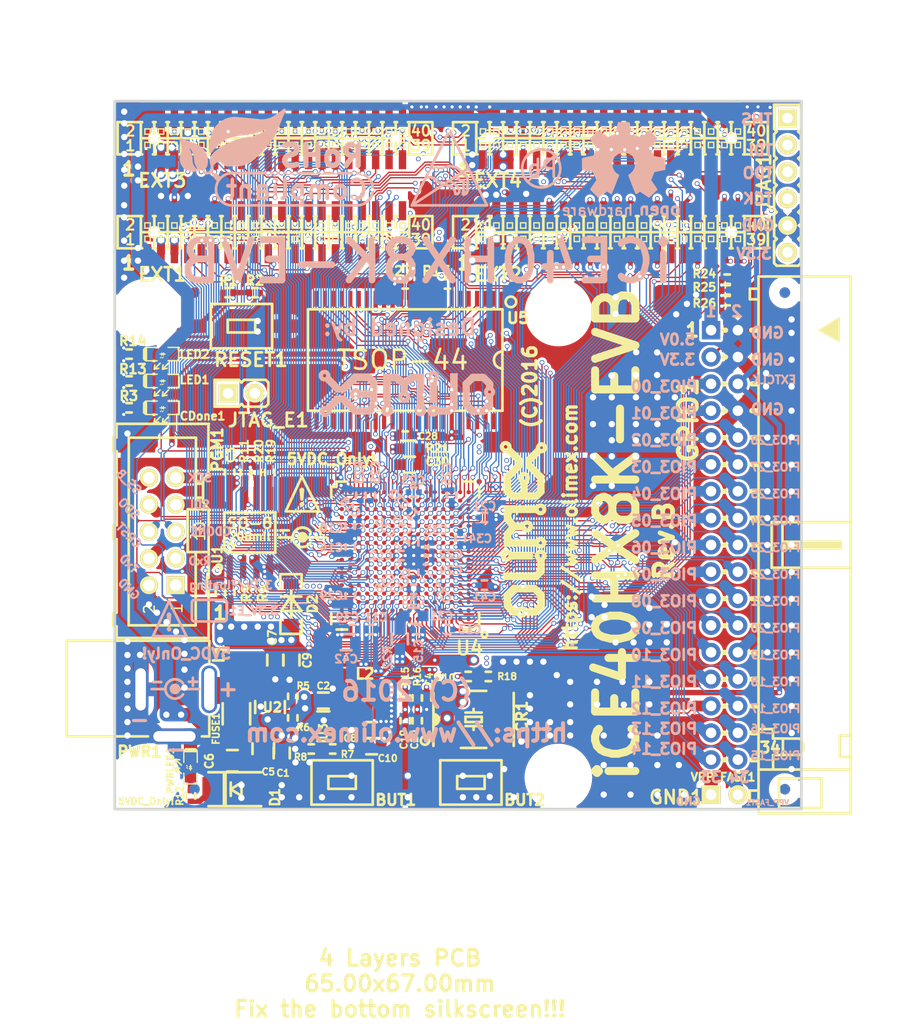
<source format=kicad_pcb>
(kicad_pcb (version 20221018) (generator pcbnew)
  (layers (0 "F.Cu" signal) (1 "In1.Cu" signal "In1(GND).Cu") (2 "In2.Cu" signal "In2(PWR).Cu") (31 "B.Cu" signal) (34 "B.Paste" user) (35 "F.Paste" user) (36 "B.SilkS" user "B.Silkscreen") (37 "F.SilkS" user "F.Silkscreen") (38 "B.Mask" user) (39 "F.Mask" user) (44 "Edge.Cuts" user))
  (net 0 "")
  (net 1 "GND")
  (net 2 "+5V")
  (net 3 "+3V3")
  (net 4 "+1V2")
  (net 5 "/iCE40-CDONE")
  (net 6 "Net-(CDone1-Pad1)")
  (net 7 "Net-(CR1-Pad3)")
  (net 8 "Net-(D2-Pad1)")
  (net 9 "Net-(L1-Pad2)")
  (net 10 "Net-(L2-Pad2)")
  (net 11 "Net-(LED1-Pad1)")
  (net 12 "Net-(LED2-Pad1)")
  (net 13 "/iCE40-CRESET")
  (net 14 "/iCE40-SDO")
  (net 15 "/iCE40-SDI")
  (net 16 "/iCE40-SCK")
  (net 17 "/iCE40-SS_B")
  (net 18 "Net-(PWRLED1-Pad2)")
  (net 19 "Net-(R4-Pad1)")
  (net 20 "Net-(R5-Pad1)")
  (net 21 "Net-(R7-Pad1)")
  (net 22 "/SYSCLK")
  (net 23 "Net-(R11-Pad2)")
  (net 24 "/SRAM_#CS")
  (net 25 "/SD15")
  (net 26 "/SD14")
  (net 27 "/SD13")
  (net 28 "/SD12")
  (net 29 "/SD11")
  (net 30 "/SD10")
  (net 31 "/SD9")
  (net 32 "/SD8")
  (net 33 "/SD7")
  (net 34 "/SD6")
  (net 35 "/SD5")
  (net 36 "/SD4")
  (net 37 "/SD3")
  (net 38 "/SD2")
  (net 39 "/SD1")
  (net 40 "/SD0")
  (net 41 "/SRAM_#WE")
  (net 42 "/SRAM_#OE")
  (net 43 "/SA0")
  (net 44 "/SA1")
  (net 45 "/SA2")
  (net 46 "/SA3")
  (net 47 "/SA4")
  (net 48 "/SA5")
  (net 49 "/SA6")
  (net 50 "/SA7")
  (net 51 "/SA8")
  (net 52 "/SA9")
  (net 53 "/SA10")
  (net 54 "/SA11")
  (net 55 "/SA12")
  (net 56 "/SA13")
  (net 57 "/SA14")
  (net 58 "/SA15")
  (net 59 "/SA16")
  (net 60 "/SA17")
  (net 61 "/EXTCLK")
  (net 62 "Net-(3.3V_E1-Pad1)")
  (net 63 "/PIO2_44/BUT1")
  (net 64 "/PIO2_45/BUT2")
  (net 65 "Net-(C30-Pad1)")
  (net 66 "Net-(C30-Pad2)")
  (net 67 "Net-(C31-Pad1)")
  (net 68 "Net-(C31-Pad2)")
  (net 69 "/PIO0_17")
  (net 70 "/PIO0_16")
  (net 71 "/PIO0_18")
  (net 72 "/PIO0_15")
  (net 73 "/PIO0_19")
  (net 74 "/PIO0_14")
  (net 75 "/PIO0_20")
  (net 76 "/PIO0_13")
  (net 77 "/PIO0_21")
  (net 78 "/PIO0_12")
  (net 79 "/PIO0_22")
  (net 80 "/PIO0_11")
  (net 81 "/PIO0_23")
  (net 82 "/PIO0_10")
  (net 83 "/PIO0_24")
  (net 84 "/PIO0_09")
  (net 85 "/PIO0_25")
  (net 86 "/PIO0_08")
  (net 87 "/PIO0_26")
  (net 88 "/PIO0_07")
  (net 89 "/PIO0_00")
  (net 90 "/PIO0_01")
  (net 91 "/PIO0_32")
  (net 92 "/PIO0_02")
  (net 93 "/PIO0_31")
  (net 94 "/PIO0_03")
  (net 95 "/PIO0_30")
  (net 96 "/PIO0_04")
  (net 97 "/PIO0_29")
  (net 98 "/PIO0_05")
  (net 99 "/PIO0_28")
  (net 100 "/PIO0_06")
  (net 101 "/PIO0_27")
  (net 102 "/PIO0_50")
  (net 103 "/PIO0_49")
  (net 104 "/PIO0_51")
  (net 105 "/PIO0_48")
  (net 106 "/PIO1_00")
  (net 107 "/PIO0_47")
  (net 108 "/PIO1_01")
  (net 109 "/PIO0_46")
  (net 110 "/PIO1_02")
  (net 111 "/PIO0_45")
  (net 112 "/PIO1_03")
  (net 113 "/PIO0_44")
  (net 114 "/PIO1_04")
  (net 115 "/PIO0_43")
  (net 116 "/PIO1_05")
  (net 117 "/PIO0_42")
  (net 118 "/PIO1_06")
  (net 119 "/PIO0_41")
  (net 120 "/PIO1_07")
  (net 121 "/PIO0_40")
  (net 122 "/PIO0_33")
  (net 123 "/PIO0_34")
  (net 124 "/PIO1_13")
  (net 125 "/PIO0_35")
  (net 126 "/PIO1_12")
  (net 127 "/PIO0_36")
  (net 128 "/PIO1_11")
  (net 129 "/PIO0_37")
  (net 130 "/PIO1_10")
  (net 131 "/PIO0_38")
  (net 132 "/PIO1_09")
  (net 133 "/PIO0_39")
  (net 134 "/PIO1_08")
  (net 135 "/PIO1_31")
  (net 136 "/PIO1_30")
  (net 137 "/PIO1_32")
  (net 138 "/PIO1_29")
  (net 139 "/PIO1_33")
  (net 140 "/PIO1_28")
  (net 141 "/PIO1_34")
  (net 142 "/PIO1_27")
  (net 143 "/PIO1_35")
  (net 144 "/PIO1_26")
  (net 145 "/PIO1_36")
  (net 146 "/PIO1_25")
  (net 147 "/PIO1_37")
  (net 148 "/PIO1_24")
  (net 149 "/PIO1_38")
  (net 150 "/PIO1_23")
  (net 151 "/PIO1_39")
  (net 152 "/PIO1_22")
  (net 153 "/PIO1_40")
  (net 154 "/PIO1_21")
  (net 155 "/PIO1_14")
  (net 156 "/PIO1_15")
  (net 157 "/PIO1_46")
  (net 158 "/PIO1_16")
  (net 159 "/PIO1_45")
  (net 160 "/PIO1_17")
  (net 161 "/PIO1_44")
  (net 162 "/PIO1_18")
  (net 163 "/PIO1_43")
  (net 164 "/PIO1_19")
  (net 165 "/PIO1_42")
  (net 166 "/PIO1_20")
  (net 167 "/PIO1_41")
  (net 168 "/PIO3_36")
  (net 169 "/PIO3_35")
  (net 170 "/PIO3_37")
  (net 171 "/PIO3_34")
  (net 172 "/PIO3_38")
  (net 173 "/PIO3_33")
  (net 174 "/PIO3_39")
  (net 175 "/PIO3_32")
  (net 176 "/PIO3_40")
  (net 177 "/PIO3_31")
  (net 178 "/PIO3_41")
  (net 179 "/PIO3_30")
  (net 180 "/PIO3_42")
  (net 181 "/PIO3_29")
  (net 182 "/PIO3_43")
  (net 183 "/PIO2_43/LED2")
  (net 184 "/PIO3_44")
  (net 185 "/PIO2_42/LED1")
  (net 186 "/PIO3_45")
  (net 187 "/PIO2_39")
  (net 188 "/PIO1_47")
  (net 189 "/PIO1_48")
  (net 190 "/PIO3_51")
  (net 191 "/PIO1_49")
  (net 192 "/PIO3_50")
  (net 193 "/PIO1_50")
  (net 194 "/PIO3_49")
  (net 195 "/PIO1_51")
  (net 196 "/PIO3_48")
  (net 197 "/PIO2_37")
  (net 198 "/PIO3_47")
  (net 199 "/PIO2_38")
  (net 200 "/PIO3_46")
  (net 201 "/PIO3_00/IOL_1A")
  (net 202 "/PIO3_01/IOL_1B")
  (net 203 "/PIO3_02/IOL_2A")
  (net 204 "/PIO3_28/IOL_15A")
  (net 205 "/PIO3_27/IOL_14B")
  (net 206 "/PIO3_03/IOL_2B")
  (net 207 "/PIO3_25/IOL_13B")
  (net 208 "/PIO3_04/IOL_3A")
  (net 209 "/PIO3_24/IOL_13A")
  (net 210 "/PIO3_05/IOL_3B")
  (net 211 "/PIO3_23/IOL_12B")
  (net 212 "/PIO3_06/IOL_4A")
  (net 213 "/PIO3_22/IOL_12A")
  (net 214 "/PIO3_07/IOL_4B")
  (net 215 "/PIO3_19/IOL_10B")
  (net 216 "/PIO3_10/IOL_6A")
  (net 217 "/PIO3_15/IOL_8B")
  (net 218 "/PIO3_13/IOL_7B")
  (net 219 "/PIO3_16/IOL_9A")
  (net 220 "/PIO3_14/IOL_8A")
  (net 221 "/PIO3_12/IOL_7A")
  (net 222 "/PIO3_18/IOL_10A")
  (net 223 "/PIO3_17/IOL_9B")
  (net 224 "/PIO3_11/IOL_6B")
  (net 225 "/PIO3_21/IOL_11B")
  (net 226 "/PIO3_20/IOL_11A")
  (net 227 "/PIO3_09/IOL_5B")
  (net 228 "/PIO3_08/IOL_5A")
  (net 229 "/TRST_B")
  (net 230 "/PIO2_40/RxD")
  (net 231 "/PIO2_41/TxD")
  (net 232 "Net-(U4-PadD12)")
  (footprint "OLIMEX_RLC-FP:C_0603_5MIL_DWS" (layer "F.Cu") (at 130.81 114.681 90)
    (fp_text reference "C1")
    (fp_text value "22uF/6.3V/20%/X5R")
  )
  (footprint "OLIMEX_RLC-FP:C_0603_5MIL_DWS" (layer "F.Cu") (at 134.747 109.728 180)
    (fp_text reference "C2")
    (fp_text value "22uF/6.3V/20%/X5R")
  )
  (footprint "OLIMEX_RLC-FP:C_0402_5MIL_DWS" (layer "F.Cu") (at 125.885 88.115 -90)
    (fp_text reference "C3")
    (fp_text value "100nF/50V/20%/Y5V")
  )
  (footprint "OLIMEX_RLC-FP:C_0402_5MIL_DWS" (layer "F.Cu") (at 144.526 109.474 90)
    (fp_text reference "C4")
    (fp_text value "100nF/50V/20%/Y5V")
  )
  (footprint "OLIMEX_RLC-FP:C_0805_5MIL_DWS" (layer "F.Cu") (at 129.06 114.277 90)
    (fp_text reference "C5")
    (fp_text value "47uF/6.3V/20%/X5R")
  )
  (footprint "OLIMEX_RLC-FP:C_0805_5MIL_DWS" (layer "F.Cu") (at 126.139 115.42 180)
    (fp_text reference "C6")
    (fp_text value "47uF/6.3V/20%/X5R")
  )
  (footprint "OLIMEX_RLC-FP:C_0603_5MIL_DWS" (layer "F.Cu") (at 130.203 105.895 90)
    (fp_text reference "C7")
    (fp_text value "22uF/6.3V/20%/X5R")
  )
  (footprint "OLIMEX_RLC-FP:C_0603_5MIL_DWS" (layer "F.Cu") (at 139.319 112.522)
    (fp_text reference "C8")
    (fp_text value "22uF/6.3V/20%/X5R")
  )
  (footprint "OLIMEX_RLC-FP:C_0603_5MIL_DWS" (layer "F.Cu") (at 131.727 105.895 90)
    (fp_text reference "C9")
    (fp_text value "22uF/6.3V/20%/X5R")
  )
  (footprint "OLIMEX_RLC-FP:C_0603_5MIL_DWS" (layer "F.Cu") (at 139.319 114.046)
    (fp_text reference "C10")
    (fp_text value "22uF/6.3V/20%/X5R")
  )
  (footprint "OLIMEX_RLC-FP:C_0402_5MIL_DWS" (layer "F.Cu") (at 142.494 111.633 90)
    (fp_text reference "C19")
    (fp_text value "NA(100nF/50V/20%/Y5V)")
  )
  (footprint "OLIMEX_RLC-FP:C_0402_5MIL_DWS" (layer "F.Cu") (at 143.637 111.633 90)
    (fp_text reference "C20")
    (fp_text value "NA(100nF/50V/20%/Y5V)")
  )
  (footprint "OLIMEX_RLC-FP:C_0402_5MIL_DWS" (layer "F.Cu") (at 142.5 70.3)
    (fp_text reference "C27")
    (fp_text value "100nF/50V/20%/Y5V")
  )
  (footprint "OLIMEX_RLC-FP:C_0402_5MIL_DWS" (layer "F.Cu") (at 142.5 84.7 180)
    (fp_text reference "C28")
    (fp_text value "100nF/50V/20%/Y5V")
  )
  (footprint "OLIMEX_LEDs-FP:LED_0603_KA" (layer "F.Cu") (at 119.535 82.019)
    (fp_text reference "CDone1")
    (fp_text value "LED/Green/0603")
  )
  (footprint "OLIMEX_Crystal-FP:Oscillator_7.0x5.0mm" (layer "F.Cu") (at 148.971 111.506)
    (fp_text reference "CR1")
    (fp_text value "Oscillator-100MHZ_TXC-7W")
  )
  (footprint "OLIMEX_Diodes-FP:DO214AA" (layer "F.Cu") (at 126.365 118.11)
    (fp_text reference "D1")
    (fp_text value "SMBJ6.0A(DO-214AA)")
  )
  (footprint "OLIMEX_Diodes-FP:SOD-123_1C-2A_KA" (layer "F.Cu") (at 131.699 100.584 -90)
    (fp_text reference "D2")
    (fp_text value "1N5819(S4SOD-123)")
  )
  (footprint "OLIMEX_Devices-FP:FUSE-5025" (layer "F.Cu") (at 126.52 110.975 -90)
    (fp_text reference "FUSE1")
    (fp_text value "NA(5025)")
  )
  (footprint "OLIMEX_Connectors-FP:BH34R" (layer "F.Cu") (at 172.72 94.996 -90)
    (fp_text reference "GPIO1")
    (fp_text value "BH34R")
  )
  (footprint "OLIMEX_RLC-FP:CD32" (layer "F.Cu") (at 127.282 105.26 90)
    (fp_text reference "L1")
    (fp_text value "2.2uH/1.5A/DCR<0.1R/CD32")
  )
  (footprint "OLIMEX_RLC-FP:CD32" (layer "F.Cu") (at 139.065 109.728)
    (fp_text reference "L2")
    (fp_text value "2.2uH/1.5A/DCR<0.1R/CD32")
  )
  (footprint "OLIMEX_LEDs-FP:LED_0603_KA" (layer "F.Cu") (at 119.535 79.479)
    (fp_text reference "LED1")
    (fp_text value "LED/Red/0603")
  )
  (footprint "OLIMEX_LEDs-FP:LED_0603_KA" (layer "F.Cu") (at 119.535 76.939)
    (fp_text reference "LED2")
    (fp_text value "LED/Red/0603")
  )
  (footprint "OLIMEX_Connectors-FP:UEXT_ML10" (layer "F.Cu") (at 119.507 93.726 90)
    (fp_text reference "PGM1")
    (fp_text value "BH10S")
  )
  (footprint "OLIMEX_LEDs-FP:LED_0603_KA" (layer "F.Cu") (at 122.174 116.078 -90)
    (fp_text reference "PWRLED1")
    (fp_text value "LED/Red/0603")
  )
  (footprint "OLIMEX_RLC-FP:R_0402_5MIL_DWS" (layer "F.Cu") (at 125.73 71.12)
    (fp_text reference "R1")
    (fp_text value "10k")
  )
  (footprint "OLIMEX_RLC-FP:R_0402_5MIL_DWS" (layer "F.Cu") (at 128.27 71.12 180)
    (fp_text reference "R2")
    (fp_text value "2.2k")
  )
  (footprint "OLIMEX_RLC-FP:R_0402_5MIL_DWS" (layer "F.Cu") (at 116.36 82.019 180)
    (fp_text reference "R3")
    (fp_text value "22R")
  )
  (footprint "OLIMEX_RLC-FP:R_0402_5MIL_DWS" (layer "F.Cu") (at 125.9 99.5 -90)
    (fp_text reference "R4")
    (fp_text value "10k")
  )
  (footprint "OLIMEX_RLC-FP:R_0402_5MIL_DWS" (layer "F.Cu") (at 131.854 109.324 90)
    (fp_text reference "R5")
    (fp_text value "4.99k/1%")
  )
  (footprint "OLIMEX_RLC-FP:R_0402_5MIL_DWS" (layer "F.Cu") (at 131.854 111.356 -90)
    (fp_text reference "R6")
    (fp_text value "1.1k/1%")
  )
  (footprint "OLIMEX_RLC-FP:R_0402_5MIL_DWS" (layer "F.Cu") (at 135.636 114.3)
    (fp_text reference "R7")
    (fp_text value "4.99k/1%")
  )
  (footprint "OLIMEX_RLC-FP:R_0402_5MIL_DWS" (layer "F.Cu") (at 133.604 114.3 180)
    (fp_text reference "R8")
    (fp_text value "4.99k/1%")
  )
  (footprint "OLIMEX_RLC-FP:R_0402_5MIL_DWS" (layer "F.Cu") (at 125 99.5 90)
    (fp_text reference "R9")
    (fp_text value "22R")
  )
  (footprint "OLIMEX_RLC-FP:R_0402_5MIL_DWS" (layer "F.Cu") (at 148.463 107.442)
    (fp_text reference "R10")
    (fp_text value "22R")
  )
  (footprint "OLIMEX_RLC-FP:R_0402_5MIL_DWS" (layer "F.Cu") (at 127.381 88.138 -90)
    (fp_text reference "R11")
    (fp_text value "10k")
  )
  (footprint "OLIMEX_RLC-FP:R_0402_5MIL_DWS" (layer "F.Cu") (at 122.174 118.745 90)
    (fp_text reference "R12")
    (fp_text value "2.2k")
  )
  (footprint "OLIMEX_RLC-FP:R_0402_5MIL_DWS" (layer "F.Cu") (at 116.36 79.479 180)
    (fp_text reference "R13")
    (fp_text value "2.2k")
  )
  (footprint "OLIMEX_RLC-FP:R_0402_5MIL_DWS" (layer "F.Cu") (at 116.36 76.939 180)
    (fp_text reference "R14")
    (fp_text value "2.2k")
  )
  (footprint "OLIMEX_RLC-FP:R_0402_5MIL_DWS" (layer "F.Cu") (at 142.494 109.474 90)
    (fp_text reference "R15")
    (fp_text value "10k")
  )
  (footprint "OLIMEX_RLC-FP:R_0402_5MIL_DWS" (layer "F.Cu") (at 143.637 109.474 90)
    (fp_text reference "R16")
    (fp_text value "10k")
  )
  (footprint "OLIMEX_RLC-FP:R_0402_5MIL_DWS" (layer "F.Cu") (at 146.5 70.3)
    (fp_text reference "R17")
    (fp_text value "10k")
  )
  (footprint "OLIMEX_RLC-FP:R_0402_5MIL_DWS" (layer "F.Cu") (at 150.368 107.442 180)
    (fp_text reference "R18")
    (fp_text value "22R")
  )
  (footprint "OLIMEX_IC-FP:SO-8_208mil" (layer "F.Cu") (at 127.79 93.83)
    (fp_text reference "U1")
    (fp_text value "W25Q16BVSSIG(SOIC-8_208mil)")
  )
  (footprint "OLIMEX_IC-FP:SOT-23-5" (layer "F.Cu") (at 129.695 110.34 90)
    (fp_text reference "U2")
    (fp_text value "SY8009AAAC(SOT23-5)")
  )
  (footprint "OLIMEX_IC-FP:SOT-23-5" (layer "F.Cu") (at 134.747 112.141)
    (fp_text reference "U3")
    (fp_text value "SY8009AAAC(SOT23-5)")
  )
  (footprint "OLIMEX_IC-FP:TSOP-44_Pitch-0.80mm_18.80x11.80x1.20mm" (layer "F.Cu") (at 142.5 77.5 180)
    (fp_text reference "U5")
    (fp_text value "K6R4016V1D-TC10(TSOP-44)")
  )
  (footprint "OLIMEX_Other-FP:Mounting_hole_3.3mm" (layer "F.Cu") (at 118 117)
    (fp_text reference "MountingHole" hide)
    (fp_text value "Mounting_hole_3.3mm" hide)
  )
  (footprint "OLIMEX_Other-FP:Mounting_hole_3.3mm" (layer "F.Cu") (at 118 73)
    (fp_text reference "MountingHole" hide)
    (fp_text value "Mounting_hole_3.3mm" hide)
  )
  (footprint "OLIMEX_Other-FP:Mounting_hole_3.3mm" (layer "F.Cu") (at 157 73)
    (fp_text reference "MountingHole" hide)
    (fp_text value "Mounting_hole_3.3mm" hide)
  )
  (footprint "OLIMEX_Other-FP:Mounting_hole_3.3mm" (layer "F.Cu") (at 157 117)
    (fp_text reference "MountingHole" hide)
    (fp_text value "Mounting_hole_3.3mm" hide)
  )
  (footprint "OLIMEX_Buttons-FP:T1107A(6x3,8x2,5MM)" (layer "F.Cu") (at 136.525 117.475 180)
    (fp_text reference "BUT1")
    (fp_text value "T1107A(6x3,8x2,5MM)")
  )
  (footprint "OLIMEX_Buttons-FP:T1107A(6x3,8x2,5MM)" (layer "F.Cu") (at 148.717 117.475)
    (fp_text reference "BUT2")
    (fp_text value "T1107A(6x3,8x2,5MM)")
  )
  (footprint "OLIMEX_Buttons-FP:T1107A(6x3,8x2,5MM)" (layer "F.Cu") (at 127 74.295)
    (fp_text reference "RESET1")
    (fp_text value "T1107A(6x3,8x2,5MM)")
  )
  (footprint "OLIMEX_Other-FP:Fiducial1x3" (layer "F.Cu") (at 122.555 71.12)
    (fp_text reference "")
    (fp_text value "")
  )
  (footprint "OLIMEX_Other-FP:Fiducial1x3" (layer "F.Cu") (at 178.435 71.12)
    (fp_text reference "")
    (fp_text value "")
  )
  (footprint "OLIMEX_Other-FP:Fiducial1x3" (layer "F.Cu") (at 178.435 118.11)
    (fp_text reference "")
    (fp_text value "")
  )
  (footprint "OLIMEX_Other-FP:TEST_PAD40x70_SQUARE" (layer "F.Cu") (at 171.45 118.618)
    (fp_text reference "GND1")
    (fp_text value "TESTPAD" hide)
  )
  (footprint "OLIMEX_RLC-FP:R_0402_5MIL_DWS" (layer "F.Cu") (at 129.667 88.138 -90)
    (fp_text reference "R19")
    (fp_text value "NA(22R)")
  )
  (footprint "OLIMEX_Connectors-FP:PWRJ-2mm(YDJ-1136)" (layer "F.Cu") (at 123.952 113.411)
    (fp_text reference "PWR1")
    (fp_text value "PWRJ-2mm(YDJ-1134)")
  )
  (footprint "OLIMEX_RLC-FP:R_0402_5MIL_DWS" (layer "F.Cu") (at 172.974 69.85)
    (fp_text reference "R24")
    (fp_text value "NA(10k)")
  )
  (footprint "OLIMEX_RLC-FP:R_0402_5MIL_DWS" (layer "F.Cu") (at 172.974 70.866)
    (fp_text reference "R25")
    (fp_text value "NA(10k)")
  )
  (footprint "OLIMEX_RLC-FP:R_0402_5MIL_DWS" (layer "F.Cu") (at 172.974 71.882)
    (fp_text reference "R26")
    (fp_text value "NA(10k)")
  )
  (footprint "OLIMEX_RLC-FP:C_0603_5MIL_DWS" (layer "F.Cu") (at 142.9 87.4 180)
    (fp_text reference "C30")
    (fp_text value "22uF/6.3V/20%/X5R")
  )
  (footprint "OLIMEX_Connectors-FP:GPH127SMT-02X20(PA-V16X-2X20-LF)" (layer "F.Cu") (at 130.175 65.405)
    (fp_text reference "EXT1")
    (fp_text value "PA-V16X-2X20-LF")
  )
  (footprint "OLIMEX_Connectors-FP:GPH127SMT-02X20(PA-V16X-2X20-LF)" (layer "F.Cu") (at 161.925 65.405)
    (fp_text reference "EXT2")
    (fp_text value "PA-V16X-2X20-LF")
  )
  (footprint "OLIMEX_Connectors-FP:GPH127SMT-02X20(PA-V16X-2X20-LF)" (layer "F.Cu") (at 130.175 56.515)
    (fp_text reference "EXT3")
    (fp_text value "PA-V16X-2X20-LF")
  )
  (footprint "OLIMEX_Connectors-FP:GPH127SMT-02X20(PA-V16X-2X20-LF)" (layer "F.Cu") (at 161.925 56.515)
    (fp_text reference "EXT4")
    (fp_text value "PA-V16X-2X20-LF")
  )
  (footprint "OLIMEX_Connectors-FP:HN1x6" (layer "F.Cu") (at 178.689 60.96 -90)
    (fp_text reference "JTAG1")
    (fp_text value "NA(HN1x6)")
  )
  (footprint "OLIMEX_Connectors-FP:HN1x2" (layer "F.Cu") (at 127 80.645)
    (fp_text reference "JTAG_E1")
    (fp_text value "NA(HN1x2(Opened))")
  )
  (footprint "OLIMEX_RLC-FP:R_0402_5MIL_DWS" (layer "F.Cu") (at 128.397 88.138 90)
    (fp_text reference "R20")
    (fp_text value "10k")
  )
  (footprint "OLIMEX_RLC-FP:R_0603_5MIL_DWS" (layer "F.Cu") (at 142.9 85.9 180)
    (fp_text reference "R21")
    (fp_text value "100R")
  )
  (footprint "OLIMEX_IC-FP:256-Ball_caBGA(Pitch_0.80mm_Pad_0.40mm)" (layer "F.Cu") (at 142.5 96 90)
    (fp_text reference "U4")
    (fp_text value "iCE40HX8K-CT256(256-Ball_caBGA)")
  )
  (footprint "OLIMEX_Other-FP:TEST_PAD_40x70_Round" (layer "F.Cu") (at 173.99 118.618)
    (fp_text reference "VPP_FAST1")
    (fp_text value "TESTPAD" hide)
  )
  (footprint "OLIMEX_LOGOs-FP:OLIMEX_LOGO_TB" (layer "F.Cu") (at 153.67 93.345 90)
    (fp_text reference "" hide)
    (fp_text value "" hide)
  )
  (footprint "OLIMEX_RLC-FP:C_0402_5MIL_DWS" (layer "B.Cu") (at 139.3 103 180)
    (fp_text reference "C11")
    (fp_text value "100nF/50V/20%/Y5V")
  )
  (footprint "OLIMEX_RLC-FP:C_0402_5MIL_DWS" (layer "B.Cu") (at 142.1 96 180)
    (fp_text reference "C12")
    (fp_text value "100nF/50V/20%/Y5V")
  )
  (footprint "OLIMEX_RLC-FP:C_0402_5MIL_DWS" (layer "B.Cu") (at 146.5 103)
    (fp_text reference "C13")
    (fp_text value "100nF/50V/20%/Y5V")
  )
  (footprint "OLIMEX_RLC-FP:C_0402_5MIL_DWS" (layer "B.Cu") (at 137.3 95.2 -90)
    (fp_text reference "C14")
    (fp_text value "100nF/50V/20%/Y5V")
  )
  (footprint "OLIMEX_RLC-FP:C_0402_5MIL_DWS" (layer "B.Cu") (at 143.7 103 180)
    (fp_text reference "C15")
    (fp_text value "100nF/50V/20%/Y5V")
  )
  (footprint "OLIMEX_RLC-FP:C_0402_5MIL_DWS" (layer "B.Cu") (at 137.3 93.2 90)
    (fp_text reference "C16")
    (fp_text value "100nF/50V/20%/Y5V")
  )
  (footprint "OLIMEX_RLC-FP:C_0402_5MIL_DWS" (layer "B.Cu") (at 143.3 97.6 -90)
    (fp_text reference "C17")
    (fp_text value "100nF/50V/20%/Y5V")
  )
  (footprint "OLIMEX_RLC-FP:C_0402_5MIL_DWS" (layer "B.Cu") (at 138.1 93.2 -90)
    (fp_text reference "C18")
    (fp_text value "100nF/50V/20%/Y5V")
  )
  (footprint "OLIMEX_RLC-FP:C_0402_5MIL_DWS" (layer "B.Cu") (at 150 92.4 180)
    (fp_text reference "C21")
    (fp_text value "100nF/50V/20%/Y5V")
  )
  (footprint "OLIMEX_RLC-FP:C_0402_5MIL_DWS" (layer "B.Cu") (at 144.5 95.6)
    (fp_text reference "C22")
    (fp_text value "100nF/50V/20%/Y5V")
  )
  (footprint "OLIMEX_RLC-FP:C_0402_5MIL_DWS" (layer "B.Cu") (at 143.3 90 180)
    (fp_text reference "C23")
    (fp_text value "100nF/50V/20%/Y5V")
  )
  (footprint "OLIMEX_RLC-FP:C_0402_5MIL_DWS" (layer "B.Cu") (at 144.5 96.4)
    (fp_text reference "C24")
    (fp_text value "100nF/50V/20%/Y5V")
  )
  (footprint "OLIMEX_RLC-FP:C_0402_5MIL_DWS" (layer "B.Cu") (at 139.2 90.3 -90)
    (fp_text reference "C25")
    (fp_text value "100nF/50V/20%/Y5V")
  )
  (footprint "OLIMEX_RLC-FP:C_0402_5MIL_DWS" (layer "B.Cu") (at 146.9 90.3 -90)
    (fp_text reference "C26")
    (fp_text value "100nF/50V/20%/Y5V")
  )
  (footprint "OLIMEX_Jumpers-FP:SJ" (layer "B.Cu") (at 123.952 101.219)
    (fp_text reference "3.3V_E1")
    (fp_text value "Opened")
  )
  (footprint "OLIMEX_RLC-FP:C_0402_5MIL_DWS" (layer "B.Cu") (at 137.3 99.8 -90)
    (fp_text reference "C29")
    (fp_text value "100nF/50V/20%/Y5V")
  )
  (footprint "OLIMEX_RLC-FP:C_0603_5MIL_DWS" (layer "B.Cu") (at 143.3 101.7)
    (fp_text reference "C31")
    (fp_text value "22uF/6.3V/20%/X5R")
  )
  (footprint "OLIMEX_RLC-FP:C_0402_5MIL_DWS" (layer "B.Cu") (at 143.2 92.1 -45)
    (fp_text reference "C32")
    (fp_text value "100nF/50V/20%/Y5V")
  )
  (footprint "OLIMEX_RLC-FP:C_0402_5MIL_DWS" (layer "B.Cu") (at 143.3 99.2 180)
    (fp_text reference "C33")
    (fp_text value "100nF/50V/20%/Y5V")
  )
  (footprint "OLIMEX_RLC-FP:C_0402_5MIL_DWS" (layer "B.Cu") (at 147.7 94.4 90)
    (fp_text reference "C34")
    (fp_text value "100nF/50V/20%/Y5V")
  )
  (footprint "OLIMEX_RLC-FP:C_0402_5MIL_DWS" (layer "B.Cu") (at 144.5 94.8)
    (fp_text reference "C35")
    (fp_text value "100nF/50V/20%/Y5V")
  )
  (footprint "OLIMEX_RLC-FP:C_0402_5MIL_DWS" (layer "B.Cu") (at 142.1 94.8 135)
    (fp_text reference "C36")
    (fp_text value "100nF/50V/20%/Y5V")
  )
  (footprint "OLIMEX_RLC-FP:C_0402_5MIL_DWS" (layer "B.Cu") (at 144.5 98 -45)
    (fp_text reference "C37")
    (fp_text value "100nF/50V/20%/Y5V")
  )
  (footprint "OLIMEX_RLC-FP:C_0402_5MIL_DWS" (layer "B.Cu") (at 142.1 97.2 -135)
    (fp_text reference "C38")
    (fp_text value "100nF/50V/20%/Y5V")
  )
  (footprint "OLIMEX_RLC-FP:C_0402_5MIL_DWS" (layer "B.Cu") (at 137.5 103)
    (fp_text reference "C39")
    (fp_text value "100nF/50V/20%/Y5V")
  )
  (footprint "OLIMEX_RLC-FP:C_0402_5MIL_DWS" (layer "B.Cu") (at 143.3 94.8 90)
    (fp_text reference "C40")
    (fp_text value "100nF/50V/20%/Y5V")
  )
  (footprint "OLIMEX_RLC-FP:C_0402_5MIL_DWS" (layer "B.Cu") (at 150 98.8 180)
    (fp_text reference "C41")
    (fp_text value "100nF/50V/20%/Y5V")
  )
  (footprint "OLIMEX_RLC-FP:C_0603_5MIL_DWS" (layer "B.Cu") (at 136.9 104.2 180)
    (fp_text reference "C42")
    (fp_text value "22uF/6.3V/20%/X5R")
  )
  (footprint "OLIMEX_RLC-FP:R_0603_5MIL_DWS" (layer "B.Cu") (at 141.986 103.886 -90)
    (fp_text reference "R22")
    (fp_text value "100R")
  )
  (footprint "OLIMEX_RLC-FP:R_0402_5MIL_DWS" (layer "B.Cu") (at 138.3 90.3 90)
    (fp_text reference "R23")
    (fp_text value "10k")
  )
  (footprint "OLIMEX_LOGOs-FP:OLIMEX_LOGO_TB" (layer "B.Cu") (at 142.494 80.645 180)
    (fp_text reference "" hide)
    (fp_text value "" hide)
  )
  (footprint "OLIMEX_LOGOs-FP:LOGO_ANTISTATIC_1" (layer "B.Cu") (at 150.241 62.865 180)
    (fp_text reference "Ref**" hide)
    (fp_text value "Val**" hide)
  )
  (footprint "OLIMEX_LOGOs-FP:LOGO_PBFREE" (layer "B.Cu") (at 155.575 59.055)
    (fp_text reference "")
    (fp_text value "")
  )
  (footprint "OLIMEX_Other-FP:Fiducial1x3" (layer "B.Cu") (at 122.555 118.11)
    (fp_text reference "")
    (fp_text value "")
  )
  (footprint "OLIMEX_Other-FP:Fiducial1x3" (layer "B.Cu") (at 178.435 71.12)
    (fp_text reference "")
    (fp_text value "")
  )
  (footprint "OLIMEX_Other-FP:Fiducial1x3" (layer "B.Cu") (at 178.435 118.11)
    (fp_text reference "")
    (fp_text value "")
  )
  (footprint "OLIMEX_LOGOs-FP:LOGO_OPENHARDWARE_8x8" (layer "B.Cu") (at 163.195 59.055 180)
    (fp_text reference "" hide)
    (fp_text value "" hide)
  )
  (footprint "OLIMEX_LOGOs-FP:LOGO_ROHS_1" (layer "B.Cu") (at 138.43 62.23 180)
    (fp_text reference "Ref**" hide)
    (fp_text value "Val**" hide)
  )
  (gr_circle (center 120.7008 108.6358) (end 120.4976 108.6358) (stroke (width 0.254)) (fill none) (layer "B.SilkS"))
  (gr_arc (start 121.473456 109.129659) (mid 120.891061 109.519685) (end 120.203456 109.383659) (stroke (width 0.254)) (layer "B.SilkS"))
  (gr_line (start 120.8786 108.6358) (end 120.6246 108.6358) (stroke (width 0.254)) (layer "B.SilkS"))
  (gr_line (start 121.1072 108.6358) (end 122.9868 108.6358) (stroke (width 0.254)) (layer "B.SilkS"))
  (gr_arc (start 120.203456 107.859659) (mid 120.891061 107.723633) (end 121.473456 108.113659) (stroke (width 0.254)) (layer "B.SilkS"))
  (gr_arc (start 119.949456 108.113658) (mid 120.531852 107.723633) (end 121.219457 107.859659) (stroke (width 0.254)) (layer "B.SilkS"))
  (gr_circle (center 120.711456 108.621659) (end 120.711456 108.240659) (stroke (width 0.254)) (fill none) (layer "B.SilkS"))
  (gr_arc (start 120.203455 109.383659) (mid 119.81343 108.801263) (end 119.949456 108.113658) (stroke (width 0.254)) (layer "B.SilkS"))
  (gr_line (start 118.618 103.632) (end 121.793 103.632) (stroke (width 0.254)) (layer "B.SilkS"))
  (gr_line (start 119.7864 108.6358) (end 118.491 108.6358) (stroke (width 0.254)) (layer "B.SilkS"))
  (gr_line (start 121.793 103.632) (end 120.142 100.33) (stroke (width 0.254)) (layer "B.SilkS"))
  (gr_line (start 120.142 100.33) (end 118.618 103.632) (stroke (width 0.254)) (layer "B.SilkS"))
  (gr_line (start 132.9436 94.2848) (end 132.6896 94.2848) (stroke (width 0.254)) (layer "F.SilkS"))
  (gr_circle (center 132.7658 94.2848) (end 132.5626 94.2848) (stroke (width 0.254)) (fill none) (layer "F.SilkS"))
  (gr_line (start 131.8514 94.2848) (end 130.556 94.2848) (stroke (width 0.254)) (layer "F.SilkS"))
  (gr_line (start 133.1722 94.2848) (end 135.0518 94.2848) (stroke (width 0.254)) (layer "F.SilkS"))
  (gr_arc (start 132.268456 93.508659) (mid 132.956061 93.372633) (end 133.538456 93.762659) (stroke (width 0.254)) (layer "F.SilkS"))
  (gr_arc (start 132.014456 93.762658) (mid 132.596852 93.372633) (end 133.284457 93.508659) (stroke (width 0.254)) (layer "F.SilkS"))
  (gr_arc (start 132.268455 95.032659) (mid 131.87843 94.450263) (end 132.014456 93.762658) (stroke (width 0.254)) (layer "F.SilkS"))
  (gr_arc (start 133.538456 94.778659) (mid 132.956061 95.168685) (end 132.268456 95.032659) (stroke (width 0.254)) (layer "F.SilkS"))
  (gr_circle (center 132.776456 94.270659) (end 132.776456 93.889659) (stroke (width 0.254)) (fill none) (layer "F.SilkS"))
  (gr_line (start 132.715 88.519) (end 131.191 91.821) (stroke (width 0.254)) (layer "F.SilkS"))
  (gr_line (start 134.366 91.821) (end 132.715 88.519) (stroke (width 0.254)) (layer "F.SilkS"))
  (gr_line (start 131.191 91.821) (end 134.366 91.821) (stroke (width 0.254)) (layer "F.SilkS"))
  (gr_line (start 136 89.5) (end 136 89) (stroke (width 0.254)) (layer "F.SilkS"))
  (gr_line (start 135.5 89.5) (end 136 89.5) (stroke (width 0.254)) (layer "F.SilkS"))
  (gr_line (start 115 120) (end 115 53) (stroke (width 0.254)) (layer "Edge.Cuts"))
  (gr_line (start 115 53) (end 180 53) (stroke (width 0.254)) (layer "Edge.Cuts"))
  (gr_line (start 180 120) (end 115 120) (stroke (width 0.254)) (layer "Edge.Cuts"))
  (gr_line (start 180 53) (end 180 120) (stroke (width 0.254)) (layer "Edge.Cuts"))
  (gr_text "TxD" (at 116.332 96.774 315) (layer "B.SilkS") (effects (font (size 0.762 0.762) (thickness 0.1905)) (justify mirror)))
  (gr_text "GND" (at 176.784 82.169) (layer "B.SilkS") (effects (font (size 1.016 1.016) (thickness 0.254)) (justify mirror)))
  (gr_text "PIO3_22" (at 177.546 97.79) (layer "B.SilkS") (effects (font (size 0.762 0.762) (thickness 0.1905)) (justify mirror)))
  (gr_text "5.0V" (at 168.275 75.565) (layer "B.SilkS") (effects (font (size 1.016 1.016) (thickness 0.254)) (justify mirror)))
  (gr_text "GND" (at 169.291 119.253) (layer "B.SilkS") (effects (font (size 0.762 0.762) (thickness 0.1905)) (justify mirror)))
  (gr_text "PIO3_08" (at 167.005 100.33) (layer "B.SilkS") (effects (font (size 1.016 1.016) (thickness 0.254)) (justify mirror)))
  (gr_text "PIO3_03" (at 167.005 87.63) (layer "B.SilkS") (effects (font (size 1.016 1.016) (thickness 0.254)) (justify mirror)))
  (gr_text "-" (at 117.348 111.506) (layer "B.SilkS") (effects (font (size 1.5 1.5) (thickness 0.3)) (justify mirror)))
  (gr_text "33" (at 171.45 116.967) (layer "B.SilkS") (effects (font (size 1.016 1.016) (thickness 0.254)) (justify mirror)))
  (gr_text "SS_B" (at 116.332 89.027 315) (layer "B.SilkS") (effects (font (size 0.762 0.762) (thickness 0.1905)) (justify mirror)))
  (gr_text "TMS" (at 175.768 54.737) (layer "B.SilkS") (effects (font (size 1.016 1.016) (thickness 0.254)) (justify mirror)))
  (gr_text "Designed by:" (at 141.986 74.422) (layer "B.SilkS") (effects (font (size 1.5 1.5) (thickness 0.3)) (justify mirror)))
  (gr_text "SDI" (at 123.063 91.186) (layer "B.SilkS") (effects (font (size 0.762 0.762) (thickness 0.1905)) (justify mirror)))
  (gr_text "PIO3_20" (at 177.546 102.87) (layer "B.SilkS") (effects (font (size 0.762 0.762) (thickness 0.1905)) (justify mirror)))
  (gr_text "+" (at 125.73 108.585) (layer "B.SilkS") (effects (font (size 1.5 1.5) (thickness 0.3)) (justify mirror)))
  (gr_text "3.3V/Floating" (at 125.984 98.806) (layer "B.SilkS") (effects (font (size 0.762 0.762) (thickness 0.1905)) (justify mirror)))
  (gr_text "iCE40HX8K-EVB" (at 144.526 68.199) (layer "B.SilkS") (effects (font (size 3.81 3.81) (thickness 0.635)) (justify mirror)))
  (gr_text "(C) 2016" (at 142.621 108.839) (layer "B.SilkS") (effects (font (size 1.778 1.778) (thickness 0.381)) (justify mirror)))
  (gr_text "PIO3_28" (at 177.546 85.09) (layer "B.SilkS") (effects (font (size 0.762 0.762) (thickness 0.1905)) (justify mirror)))
  (gr_text "PIO3_00" (at 167.005 80.01) (layer "B.SilkS") (effects (font (size 1.016 1.016) (thickness 0.254)) (justify mirror)))
  (gr_text "GND" (at 176.784 74.93) (layer "B.SilkS") (effects (font (size 1.016 1.016) (thickness 0.254)) (justify mirror)))
  (gr_text "TDI" (at 176.149 57.658) (layer "B.SilkS") (effects (font (size 1.016 1.016) (thickness 0.254)) (justify mirror)))
  (gr_text "PIO3_11" (at 167.005 107.95) (layer "B.SilkS") (effects (font (size 1.016 1.016) (thickness 0.254)) (justify mirror)))
  (gr_text "PIO3_12" (at 167.005 110.49) (layer "B.SilkS") (effects (font (size 1.016 1.016) (thickness 0.254)) (justify mirror)))
  (gr_text "PIO3_17" (at 177.546 110.49) (layer "B.SilkS") (effects (font (size 0.762 0.762) (thickness 0.1905)) (justify mirror)))
  (gr_text "GND" (at 175.895 64.77) (layer "B.SilkS") (effects (font (size 1.016 1.016) (thickness 0.254)) (justify mirror)))
  (gr_text "3.3V" (at 168.275 77.47) (layer "B.SilkS") (effects (font (size 1.016 1.016) (thickness 0.254)) (justify mirror)))
  (gr_text "PIO3_01" (at 167.005 82.55) (layer "B.SilkS") (effects (font (size 1.016 1.016) (thickness 0.254)) (justify mirror)))
  (gr_text "PIO3_18" (at 177.546 107.95) (layer "B.SilkS") (effects (font (size 0.762 0.762) (thickness 0.1905)) (justify mirror)))
  (gr_text "TDO" (at 175.895 59.817) (layer "B.SilkS") (effects (font (size 1.016 1.016) (thickness 0.254)) (justify mirror)))
  (gr_text "PIO3_14" (at 167.005 114.3) (layer "B.SilkS") (effects (font (size 1.016 1.016) (thickness 0.254)) (justify mirror)))
  (gr_text "PIO3_16" (at 177.546 112.395) (layer "B.SilkS") (effects (font (size 0.762 0.762) (thickness 0.1905)) (justify mirror)))
  (gr_text "CDONE" (at 124.079 93.726) (layer "B.SilkS") (effects (font (size 0.762 0.762) (thickness 0.1905)) (justify mirror)))
  (gr_text "GND" (at 116.332 99.187 315) (layer "B.SilkS") (effects (font (size 0.762 0.762) (thickness 0.1905)) (justify mirror)))
  (gr_text "2" (at 173.863 72.898) (layer "B.SilkS") (effects (font (size 1.016 1.016) (thickness 0.254)) (justify mirror)))
  (gr_text "!" (at 120.142 102.362) (layer "B.SilkS") (effects (font (size 1.5 1.5) (thickness 0.3)) (justify mirror)))
  (gr_text "EXTCLK" (at 177.419 79.375) (layer "B.SilkS") (effects (font (size 0.762 0.762) (thickness 0.1905)) (justify mirror)))
  (gr_text "PIO3_21" (at 177.546 100.33) (layer "B.SilkS") (effects (font (size 0.762 0.762) (thickness 0.1905)) (justify mirror)))
  (gr_text "PIO3_23" (at 177.546 95.25) (layer "B.SilkS") (effects (font (size 0.762 0.762) (thickness 0.1905)) (justify mirror)))
  (gr_text "https://www.olimex.com" (at 142.621 112.776) (layer "B.SilkS") (effects (font (size 1.651 1.651) (thickness 0.381)) (justify mirror)))
  (gr_text "1" (at 171.45 72.898) (layer "B.SilkS") (effects (font (size 1.016 1.016) (thickness 0.254)) (justify mirror)))
  (gr_text "PIO3_27" (at 177.546 87.63) (layer "B.SilkS") (effects (font (size 0.762 0.762) (thickness 0.1905)) (justify mirror)))
  (gr_text "CRST" (at 116.332 94.107 315) (layer "B.SilkS") (effects (font (size 0.762 0.762) (thickness 0.1905)) (justify mirror)))
  (gr_text "-" (at 120.777 114.3) (layer "B.SilkS") (effects (font (size 1.5 1.5) (thickness 0.3)) (justify mirror)))
  (gr_text "PIO3_04" (at 167.005 90.17) (layer "B.SilkS") (effects (font (size 1.016 1.016) (thickness 0.254)) (justify mirror)))
  (gr_text "PIO3_24" (at 177.546 92.71) (layer "B.SilkS") (effects (font (size 0.762 0.762) (thickness 0.1905)) (justify mirror)))
  (gr_text "VPP_FAST1" (at 176.784 119.38) (layer "B.SilkS") (effects (font (size 0.508 0.508) (thickness 0.127)) (justify mirror)))
  (gr_text "+" (at 122.4026 107.8738) (layer "B.SilkS") (effects (font (size 1.016 1.016) (thickness 0.254)) (justify mirror)))
  (gr_text "PIO3_13" (at 167.005 112.395) (layer "B.SilkS") (effects (font (size 1.016 1.016) (thickness 0.254)) (justify mirror)))
  (gr_text "PIO3_05" (at 167.005 92.71) (layer "B.SilkS") (effects (font (size 1.016 1.016) (thickness 0.254)) (justify mirror)))
  (gr_text "5VDC_Only!" (at 121.793 105.283) (layer "B.SilkS") (effects (font (size 1.016 1.016) (thickness 0.254)) (justify mirror)))
  (gr_text "3.3V" (at 175.514 67.437) (layer "B.SilkS") (effects (font (size 1.016 1.016) (thickness 0.254)) (justify mirror)))
  (gr_text "-" (at 119.0244 107.8992) (layer "B.SilkS") (effects (font (size 1.016 1.016) (thickness 0.254)) (justify mirror)))
  (gr_text "SDO" (at 116.332 91.567 315) (layer "B.SilkS") (effects (font (size 0.762 0.762) (thickness 0.1905)) (justify mirror)))
  (gr_text "SCK" (at 123.063 88.646) (layer "B.SilkS") (effects (font (size 0.762 0.762) (thickness 0.1905)) (justify mirror)))
  (gr_text "PIO3_15" (at 177.546 114.935) (layer "B.SilkS") (effects (font (size 0.762 0.762) (thickness 0.1905)) (justify mirror)))
  (gr_text "GND" (at 176.784 77.47) (layer "B.SilkS") (effects (font (size 1.016 1.016) (thickness 0.254)) (justify mirror)))
  (gr_text "PIO3_06" (at 167.005 95.25) (layer "B.SilkS") (effects (font (size 1.016 1.016) (thickness 0.254)) (justify mirror)))
  (gr_text "PIO3_19" (at 177.546 105.41) (layer "B.SilkS") (effects (font (size 0.762 0.762) (thickness 0.1905)) (justify mirror)))
  (gr_text "RxD" (at 123.063 96.52) (layer "B.SilkS") (effects (font (size 0.762 0.762) (thickness 0.1905)) (justify mirror)))
  (gr_text "PIO3_02" (at 167.005 85.09) (layer "B.SilkS") (effects (font (size 1.016 1.016) (thickness 0.254)) (justify mirror)))
  (gr_text "PIO3_10" (at 167.005 105.41) (layer "B.SilkS") (effects (font (size 1.016 1.016) (thickness 0.254)) (justify mirror)))
  (gr_text "34" (at 174.117 116.967) (layer "B.SilkS") (effects (font (size 1.016 1.016) (thickness 0.254)) (justify mirror)))
  (gr_text "PIO3_09" (at 167.005 102.87) (layer "B.SilkS") (effects (font (size 1.016 1.016) (thickness 0.254)) (justify mirror)))
  (gr_text "TCK" (at 175.895 62.23) (layer "B.SilkS") (effects (font (size 1.016 1.016) (thickness 0.254)) (justify mirror)))
  (gr_text "PIO3_07" (at 167.005 97.79) (layer "B.SilkS") (effects (font (size 1.016 1.016) (thickness 0.254)) (justify mirror)))
  (gr_text "PIO3_25" (at 177.546 90.17) (layer "B.SilkS") (effects (font (size 0.762 0.762) (thickness 0.1905)) (justify mirror)))
  (gr_text "+" (at 134.4676 93.5228) (layer "F.SilkS") (effects (font (size 1.016 1.016) (thickness 0.254)) (justify mirror)))
  (gr_text "-" (at 131.0894 93.5482) (layer "F.SilkS") (effects (font (size 1.016 1.016) (thickness 0.254)) (justify mirror)))
  (gr_text "!" (at 132.715 90.551) (layer "F.SilkS") (effects (font (size 1.5 1.5) (thickness 0.3)) (justify mirror)))
  (gr_text "1" (at 148.082 59.436) (layer "F.SilkS") (effects (font (size 1.27 1.27) (thickness 0.3175))))
  (gr_text "1" (at 148.082 68.326) (layer "F.SilkS") (effects (font (size 1.27 1.27) (thickness 0.3175))))
  (gr_text "1" (at 116.332 59.436) (layer "F.SilkS") (effects (font (size 1.27 1.27) (thickness 0.3175))))
  (gr_text "1" (at 116.332 68.326) (layer "F.SilkS") (effects (font (size 1.27 1.27) (thickness 0.3175))))
  (gr_text "4 Layers PCB\n65.00x67.00mm\nFix the bottom silkscreen!!!" (at 142 136.5) (layer "F.SilkS") (effects (font (size 1.5 1.5) (thickness 0.3))))
  (gr_text "(C)2016" (at 154.305 80.01 90) (layer "F.SilkS") (effects (font (size 1.27 1.27) (thickness 0.3175))))
  (gr_text "iCE40HX8K-EVB" (at 162.56 93.98 90) (layer "F.SilkS") (effects (font (size 3.81 3.81) (thickness 0.762))))
  (gr_text "1" (at 124.968 101.473) (layer "F.SilkS") (effects (font (size 1.27 1.27) (thickness 0.3175))))
  (gr_text "https://www.olimex.com" (at 158.115 93.345 90) (layer "F.SilkS") (effects (font (size 1.27 1.27) (thickness 0.3175))))
  (gr_text "Rev.B" (at 167.005 94.615 90) (layer "F.SilkS") (effects (font (size 1.778 1.778) (thickness 0.4445))))
  (gr_text "5VDC_Only!" (at 117.983 119.253) (layer "F.SilkS") (effects (font (size 0.635 0.635) (thickness 0.15875))))
  (gr_text "5VDC_Only!" (at 135.509 86.868) (layer "F.SilkS") (effects (font (size 1.016 1.016) (thickness 0.254))))
  (gr_text "1" (at 169.672 74.676) (layer "F.SilkS") (effects (font (size 1.27 1.27) (thickness 0.3175))))
  (segment (start 128.933 115.42) (end 129.06 115.293) (width 1.016) (layer "F.Cu") (net 1))
  (segment (start 122.174 114.681) (end 122.174 113.133) (width 1.27) (layer "F.Cu") (net 1))
  (segment (start 122.174 113.133) (end 122.152 113.111) (width 1.27) (layer "F.Cu") (net 1))
  (segment (start 122.152 113.111) (end 121.652 113.111) (width 1.27) (layer "F.Cu") (net 1))
  (segment (start 129.06 117.592) (end 129.06 115.293) (width 1.27) (layer "F.Cu") (net 1))
  (segment (start 130.81 117.729) (end 131.064 117.475) (width 1.524) (layer "F.Cu") (net 1))
  (segment (start 131.064 117.475) (end 132.461 117.475) (width 1.524) (layer "F.Cu") (net 1))
  (segment (start 130.81 118.872) (end 130.81 117.729) (width 1.524) (layer "F.Cu") (net 1))
  (segment (start 127 118.927245) (end 126.993015 118.927245) (width 1.27) (layer "F.Cu") (net 1))
  (segment (start 130.754755 118.927245) (end 130.81 118.872) (width 1.524) (layer "F.Cu") (net 1))
  (segment (start 129.197 117.729) (end 129.06 117.592) (width 1.524) (layer "F.Cu") (net 1))
  (segment (start 129.06 117.592) (end 128.542 118.11) (width 1.524) (layer "F.Cu") (net 1))
  (segment (start 130.838 117.701) (end 130.81 117.729) (width 1.016) (layer "F.Cu") (net 1))
  (segment (start 132.461 118.872) (end 132.461 117.475) (width 1.016) (layer "F.Cu") (net 1))
  (segment (start 143.129 112.141) (end 143.637 112.141) (width 0.508) (layer "F.Cu") (net 1))
  (segment (start 119.38 54.022) (end 119.318 53.96) (width 0.762) (layer "F.Cu") (net 1))
  (segment (start 119.318 53.96) (end 118.048 53.96) (width 0.762) (layer "F.Cu") (net 1))
  (segment (start 118.048 53.96) (end 118.11 54.483) (width 0.762) (layer "F.Cu") (net 1))
  (segment (start 119.38 62.912) (end 119.318 62.85) (width 0.762) (layer "F.Cu") (net 1))
  (segment (start 119.318 62.85) (end 115.889 62.85) (width 0.762) (layer "F.Cu") (net 1))
  (segment (start 119.38 63.931) (end 119.318 63.993) (width 0.762) (layer "F.Cu") (net 1))
  (segment (start 119.318 63.993) (end 115.889 63.993) (width 0.762) (layer "F.Cu") (net 1))
  (segment (start 119.38 61.976) (end 119.38 61.965) (width 0.762) (layer "F.Cu") (net 1))
  (segment (start 121.92 61.976) (end 121.92 61.965) (width 0.762) (layer "F.Cu") (net 1))
  (segment (start 153.3906 55.8292) (end 153.3652 55.8292) (width 0.508) (layer "F.Cu") (net 1))
  (segment (start 168.91 118.618) (end 166.37 118.618) (width 1.27) (layer "F.Cu") (net 1))
  (segment (start 166.37 118.618) (end 163.83 118.618) (width 1.27) (layer "F.Cu") (net 1))
  (segment (start 163.83 118.618) (end 161.29 118.618) (width 1.27) (layer "F.Cu") (net 1))
  (segment (start 161.29 118.618) (end 160.655 118.618) (width 1.27) (layer "F.Cu") (net 1))
  (segment (start 160.655 107.95) (end 158.115 107.95) (width 1.016) (layer "F.Cu") (net 1))
  (segment (start 160.655 110.0836) (end 163.195 110.0836) (width 1.016) (layer "F.Cu") (net 1))
  (segment (start 168.021 94.742) (end 168.021 94.742) (width 1.016) (layer "F.Cu") (net 1))
  (segment (start 168.021 95.25) (end 163.322 99.949) (width 1.016) (layer "F.Cu") (net 1))
  (segment (start 163.322 99.949) (end 160.147 99.949) (width 1.016) (layer "F.Cu") (net 1))
  (segment (start 153.487 113.606) (end 154.305 112.788) (width 1.016) (layer "F.Cu") (net 1))
  (segment (start 125.932725 87.607) (end 126.314726 87.224999) (width 0.508) (layer "F.Cu") (net 1))
  (segment (start 164.3634 73.5076) (end 164.3634 74.3204) (width 1.016) (layer "F.Cu") (net 1))
  (segment (start 115.889 54.468) (end 115.889 54.010994) (width 1.016) (layer "F.Cu") (net 1))
  (segment (start 164.338 86.614) (end 166.37 86.614) (width 1.016) (layer "F.Cu") (net 1))
  (segment (start 162.4076 71.5518) (end 164.3634 73.5076) (width 1.016) (layer "F.Cu") (net 1))
  (segment (start 129.695 97.065) (end 129.695 97.923416) (width 0.508) (layer "F.Cu") (net 1))
  (segment (start 132.08 113.1062) (end 132.08 113.27241) (width 0.508) (layer "F.Cu") (net 1))
  (segment (start 167.2336 102.5398) (end 167.259 102.5144) (width 1.016) (layer "F.Cu") (net 1))
  (segment (start 141.992 70.3) (end 142.00001 70.29199) (width 0.508) (layer "F.Cu") (net 1))
  (segment (start 142.9 97.2) (end 142.8 97.2) (width 0.254) (layer "F.Cu") (net 1))
  (segment (start 151.13 62.103) (end 151.13 61.878775) (width 0.762) (layer "F.Cu") (net 1))
  (segment (start 115.889 54.468) (end 115.9 54.479) (width 1.016) (layer "F.Cu") (net 1))
  (segment (start 138.43 112.522) (end 137.414 112.522) (width 1.016) (layer "F.Cu") (net 1))
  (segment (start 142.748 118.235604) (end 142.748 118.872) (width 1.27) (layer "F.Cu") (net 1))
  (segment (start 119.38 55.041) (end 119.318 55.103) (width 0.762) (layer "F.Cu") (net 1))
  (segment (start 121.907 87.607) (end 121.6 87.3) (width 0.508) (layer "F.Cu") (net 1))
  (segment (start 122.174 115.189) (end 122.174 114.681) (width 0.508) (layer "F.Cu") (net 1))
  (segment (start 129.2 97.15339) (end 129.123305 97.076695) (width 0.508) (layer "F.Cu") (net 1))
  (segment (start 164.592 107.95) (end 163.068 107.95) (width 1.016) (layer "F.Cu") (net 1))
  (segment (start 139.065 106.934) (end 139.7 106.934) (width 0.508) (layer "F.Cu") (net 1))
  (segment (start 151.13 54.185001) (end 150.495 53.550001) (width 0.508) (layer "F.Cu") (net 1))
  (segment (start 141.992 70.3) (end 141.5 70.3) (width 0.508) (layer "F.Cu") (net 1))
  (segment (start 144.525783 110.246269) (end 144.525783 110.564467) (width 0.508) (layer "F.Cu") (net 1))
  (segment (start 131.854 111.864) (end 131.854 112.55) (width 0.508) (layer "F.Cu") (net 1))
  (segment (start 179.07 80.01) (end 176.657 80.01) (width 1.016) (layer "F.Cu") (net 1))
  (segment (start 142.748 116.84) (end 142.748 118.235604) (width 1.27) (layer "F.Cu") (net 1))
  (segment (start 128.5621 118.1227) (end 128.1684 117.729) (width 1.524) (layer "F.Cu") (net 1))
  (segment (start 131.469639 115.570633) (end 132.106035 115.570633) (width 1.016) (layer "F.Cu") (net 1))
  (segment (start 162.814 81.026) (end 164.338 81.026) (width 1.016) (layer "F.Cu") (net 1))
  (segment (start 141.5 70.3) (end 141.5 69.800004) (width 0.508) (layer "F.Cu") (net 1))
  (segment (start 118.5 55.103) (end 118.11 54.713) (width 0.762) (layer "F.Cu") (net 1))
  (segment (start 164.3634 76.7588) (end 166.3192 76.7588) (width 1.016) (layer "F.Cu") (net 1))
  (segment (start 118.11 54.483) (end 118.11 54.022) (width 0.762) (layer "F.Cu") (net 1))
  (segment (start 130.81 115.57) (end 130.810633 115.570633) (width 1.016) (layer "F.Cu") (net 1))
  (segment (start 151.112495 61.86127) (end 151.116519 61.865294) (width 0.762) (layer "F.Cu") (net 1))
  (segment (start 135.327692 112.141) (end 135.233345 112.046653) (width 0.508) (layer "F.Cu") (net 1))
  (segment (start 119.1 55.103) (end 118.5 55.103) (width 0.762) (layer "F.Cu") (net 1))
  (segment (start 149.86 54.483) (end 150.114 54.483) (width 0.508) (layer "F.Cu") (net 1))
  (segment (start 162.4076 73.1266) (end 164.3634 75.0824) (width 1.016) (layer "F.Cu") (net 1))
  (segment (start 127.724755 118.927245) (end 127.629411 118.927245) (width 1.27) (layer "F.Cu") (net 1))
  (segment (start 165.608 102.5398) (end 167.2336 102.5398) (width 1.016) (layer "F.Cu") (net 1))
  (segment (start 129.404871 110.293212) (end 128.818005 110.293212) (width 0.508) (layer "F.Cu") (net 1))
  (segment (start 146.9 84.9) (end 143.770192 84.9) (width 0.508) (layer "F.Cu") (net 1))
  (segment (start 140.716 70.3) (end 140.527779 70.111779) (width 0.508) (layer "F.Cu") (net 1))
  (segment (start 164.338 85.09) (end 164.338 86.614) (width 1.016) (layer "F.Cu") (net 1))
  (segment (start 130.81 117.729) (end 129.197 117.729) (width 1.524) (layer "F.Cu") (net 1))
  (segment (start 129.205 74.295) (end 129.149999 74.350001) (width 1.016) (layer "F.Cu") (net 1))
  (segment (start 119.38 63.373) (end 119.38 61.976) (width 0.762) (layer "F.Cu") (net 1))
  (segment (start 129.458306 97.301694) (end 129.348304 97.301694) (width 0.508) (layer "F.Cu") (net 1))
  (segment (start 131.064 74.295) (end 129.037346 74.295) (width 1.016) (layer "F.Cu") (net 1))
  (segment (start 161.29 114.554) (end 161.29 115.824) (width 1.27) (layer "F.Cu") (net 1))
  (segment (start 132.106035 115.570633) (end 133.432196 115.570633) (width 1.016) (layer "F.Cu") (net 1))
  (segment (start 128.532346 73.8) (end 128.532346 74.8) (width 1.016) (layer "F.Cu") (net 1))
  (segment (start 130.203 106.784) (end 130.198028 106.788972) (width 1.016) (layer "F.Cu") (net 1))
  (segment (start 116.53639 54) (end 115.899994 54) (width 0.762) (layer "F.Cu") (net 1))
  (segment (start 164.1094 102.5398) (end 164.1094 104.2162) (width 1.016) (layer "F.Cu") (net 1))
  (segment (start 130.81 115.57) (end 129.04978 115.57) (width 1.016) (layer "F.Cu") (net 1))
  (segment (start 166.37 110.0836) (end 165.608 110.0836) (width 1.016) (layer "F.Cu") (net 1))
  (segment (start 130.683 106.784) (end 131.191 106.784) (width 1.016) (layer "F.Cu") (net 1))
  (segment (start 156.20999 111.76) (end 156.20999 113.02999) (width 1.016) (layer "F.Cu") (net 1))
  (segment (start 166.37 115.824) (end 168.402 115.824) (width 1.27) (layer "F.Cu") (net 1))
  (segment (start 118.008 54) (end 116.53639 54) (width 0.762) (layer "F.Cu") (net 1))
  (segment (start 115.904 54.483) (end 118.11 54.483) (width 0.762) (layer "F.Cu") (net 1))
  (segment (start 116.205 85.725) (end 116.205 84.455) (width 1.27) (layer "F.Cu") (net 1))
  (segment (start 142.00001 70.118198) (end 142.00001 69.8) (width 0.508) (layer "F.Cu") (net 1))
  (segment (start 146.1 90) (end 146.1 89.503256) (width 0.254) (layer "F.Cu") (net 1))
  (segment (start 118.048 53.96) (end 118.008 54) (width 0.762) (layer "F.Cu") (net 1))
  (segment (start 115.889008 62.85) (end 115.889 62.849992) (width 0.762) (layer "F.Cu") (net 1))
  (segment (start 128.982345 74.249999) (end 128.532346 73.8) (width 1.016) (layer "F.Cu") (net 1))
  (segment (start 131.064 73.152) (end 131.064 74.295) (width 0.508) (layer "F.Cu") (net 1))
  (segment (start 142.5 96) (end 142.1 96.4) (width 0.254) (layer "F.Cu") (net 1))
  (segment (start 143.7 97.2) (end 143.7 96.4) (width 0.254) (layer "F.Cu") (net 1))
  (segment (start 166.37 83.566) (end 166.37 85.09) (width 1.016) (layer "F.Cu") (net 1))
  (segment (start 168.021 83.566) (end 166.37 83.566) (width 1.016) (layer "F.Cu") (net 1))
  (segment (start 142.9 84.1) (end 143.3 84.5) (width 0.254) (layer "F.Cu") (net 1))
  (segment (start 162.052 85.598) (end 162.052 85.09) (width 1.016) (layer "F.Cu") (net 1))
  (segment (start 115.892 55.1) (end 115.9 55.1) (width 0.762) (layer "F.Cu") (net 1))
  (segment (start 119.318 55.103) (end 119.1 55.103) (width 0.762) (layer "F.Cu") (net 1))
  (segment (start 142.1 95.6) (end 142.5 96) (width 0.254) (layer "F.Cu") (net 1))
  (segment (start 142.9 83.3) (end 142.9 84.1) (width 0.254) (layer "F.Cu") (net 1))
  (segment (start 162.0774 78.9178) (end 162.0266 78.9686) (width 1.016) (layer "F.Cu") (net 1))
  (segment (start 141.5 70.3) (end 140.716 70.3) (width 0.508) (layer "F.Cu") (net 1))
  (segment (start 129.46 97.3) (end 129.458306 97.301694) (width 0.508) (layer "F.Cu") (net 1))
  (segment (start 119.38 54.483) (end 119.38 55.88) (width 0.508) (layer "F.Cu") (net 1))
  (segment (start 142.494 113.694) (end 142.6 113.8) (width 0.508) (layer "F.Cu") (net 1))
  (segment (start 141.5 69.800004) (end 141.499996 69.8) (width 0.508) (layer "F.Cu") (net 1))
  (segment (start 143.7 90.8) (end 144.1 90.4) (width 0.254) (layer "F.Cu") (net 1))
  (segment (start 129.692064 97.067936) (end 129.692064 97.420177) (width 0.508) (layer "F.Cu") (net 1))
  (segment (start 124.1 96.9) (end 124.9 96.9) (width 0.127) (layer "F.Cu") (net 1))
  (segment (start 153.67 62.0522) (end 153.9494 61.7728) (width 0.762) (layer "F.Cu") (net 1))
  (segment (start 153.67 63.373) (end 153.67 62.0522) (width 0.762) (layer "F.Cu") (net 1))
  (segment (start 121.420621 95.230932) (end 122.5 96.310311) (width 0.127) (layer "F.Cu") (net 1))
  (segment (start 115.852 82.649) (end 115.852 84.102) (width 0.508) (layer "F.Cu") (net 1))
  (segment (start 129.695 110.003083) (end 129.404871 110.293212) (width 0.508) (layer "F.Cu") (net 1))
  (segment (start 166.37 110.0836) (end 168.402 110.0836) (width 1.016) (layer "F.Cu") (net 1))
  (segment (start 162.052 85.598) (end 162.052 86.614) (width 1.016) (layer "F.Cu") (net 1))
  (segment (start 117.452 109.161) (end 117.452 99.548) (width 1.524) (layer "F.Cu") (net 1))
  (segment (start 131.727 106.784) (end 131.548199 106.962801) (width 1.016) (layer "F.Cu") (net 1))
  (segment (start 160.147 99.893122) (end 160.147 101.8286) (width 1.016) (layer "F.Cu") (net 1))
  (segment (start 173.99 74.676) (end 173.99 77.216) (width 1.016) (layer "F.Cu") (net 1))
  (segment (start 117.206 98.806) (end 116.205 97.805) (width 1.27) (layer "F.Cu") (net 1))
  (segment (start 122.5 96.9) (end 121.9 97.5) (width 0.127) (layer "F.Cu") (net 1))
  (segment (start 120.015 56.515) (end 121.412 56.515) (width 0.508) (layer "F.Cu") (net 1))
  (segment (start 143.770192 84.704192) (end 143.770192 84.9) (width 0.508) (layer "F.Cu") (net 1))
  (segment (start 139.151993 86.284776) (end 138.997816 86.438953) (width 0.508) (layer "F.Cu") (net 1))
  (segment (start 147.7 94.8) (end 147.3 95.2) (width 0.254) (layer "F.Cu") (net 1))
  (segment (start 129.692562 96.902027) (end 129.736097 96.945562) (width 0.508) (layer "F.Cu") (net 1))
  (segment (start 142.00001 70.29199) (end 142.00001 70.118198) (width 0.508) (layer "F.Cu") (net 1))
  (segment (start 143.3 96.8) (end 142.9 96.4) (width 0.254) (layer "F.Cu") (net 1))
  (segment (start 160.147 99.949) (end 160.147 99.893122) (width 1.016) (layer "F.Cu") (net 1))
  (segment (start 129.695 107.696) (end 129.695 107.292) (width 0.508) (layer "F.Cu") (net 1))
  (segment (start 115.904 63.373) (end 118.11 63.373) (width 0.762) (layer "F.Cu") (net 1))
  (segment (start 153.3906 55.8292) (end 153.9494 55.8292) (width 0.508) (layer "F.Cu") (net 1))
  (segment (start 124.7 98.2) (end 125.2 98.2) (width 0.127) (layer "F.Cu") (net 1))
  (segment (start 168.021 86.614) (end 168.021 94.742) (width 1.016) (layer "F.Cu") (net 1))
  (segment (start 143.637 112.141) (end 143.637 113.263) (width 0.508) (layer "F.Cu") (net 1))
  (segment (start 169.3418 107.95) (end 165.608 107.95) (width 1.016) (layer "F.Cu") (net 1))
  (segment (start 146.9 83.3) (end 146.9 84.3) (width 0.3556) (layer "F.Cu") (net 1))
  (segment (start 131.548199 107.11845) (end 131.548199 107.754846) (width 1.016) (layer "F.Cu") (net 1))
  (segment (start 119.38 63.373) (end 119.38 63.931) (width 0.762) (layer "F.Cu") (net 1))
  (segment (start 115.852 78.878095) (end 115.85369 78.879785) (width 0.508) (layer "F.Cu") (net 1))
  (segment (start 140.527779 70.111779) (end 141.188217 70.111779) (width 0.508) (layer "F.Cu") (net 1))
  (segment (start 150.495 54.483) (end 150.495 54.102) (width 0.508) (layer "F.Cu") (net 1))
  (segment (start 164.338 83.566) (end 164.338 85.09) (width 1.016) (layer "F.Cu") (net 1))
  (segment (start 131.854 111.864) (end 131.854 113.04641) (width 0.508) (layer "F.Cu") (net 1))
  (segment (start 135.636 109.728) (end 135.636 108.585) (width 1.016) (layer "F.Cu") (net 1))
  (segment (start 146.1 89.503256) (end 146.103256 89.5) (width 0.254) (layer "F.Cu") (net 1))
  (segment (start 118.11 54.713) (end 118.11 54.483) (width 0.762) (layer "F.Cu") (net 1))
  (segment (start 166.37 85.09) (end 166.37 86.614) (width 1.016) (layer "F.Cu") (net 1))
  (segment (start 115.889 63.993) (end 115.88899 63.993) (width 0.762) (layer "F.Cu") (net 1))
  (segment (start 149.86 54.185001) (end 150.495 53.550001) (width 0.508) (layer "F.Cu") (net 1))
  (segment (start 151.471 115.657) (end 151.865873 116.205) (width 1.27) (layer "F.Cu") (net 1))
  (segment (start 125.908503 87.630503) (end 126.24283 87.630503) (width 0.508) (layer "F.Cu") (net 1))
  (segment (start 130.81 115.57) (end 130.838 117.701) (width 1.016) (layer "F.Cu") (net 1))
  (segment (start 118.237 98.806) (end 118.237 100.008081) (width 1.27) (layer "F.Cu") (net 1))
  (segment (start 140.527779 70.111779) (end 133.723221 70.111779) (width 0.508) (layer "F.Cu") (net 1))
  (segment (start 162.306 107.95) (end 160.655 107.95) (width 1.016) (layer "F.Cu") (net 1))
  (segment (start 121.423 61.468) (end 121.92 61.965) (width 0.508) (layer "F.Cu") (net 1))
  (segment (start 139.7 102) (end 139.7 102.5) (width 0.254) (layer "F.Cu") (net 1))
  (segment (start 162.052 83.566) (end 162.052 85.09) (width 1.016) (layer "F.Cu") (net 1))
  (segment (start 143.008 84.7) (end 143.208 84.5) (width 0.508) (layer "F.Cu") (net 1))
  (segment (start 129.286 74.295) (end 129.205 74.295) (width 1.016) (layer "F.Cu") (net 1))
  (segment (start 161.29 114.554) (end 161.29 113.03) (width 1.27) (layer "F.Cu") (net 1))
  (segment (start 161.3662 101.8286) (end 161.3662 100.6602) (width 1.016) (layer "F.Cu") (net 1))
  (segment (start 129.695 97.065) (end 129.2 97.56) (width 0.508) (layer "F.Cu") (net 1))
  (segment (start 151.13 61.878775) (end 151.116519 61.865294) (width 0.762) (layer "F.Cu") (net 1))
  (segment (start 126.314726 87.224999) (end 126.539725 87) (width 0.508) (layer "F.Cu") (net 1))
  (segment (start 135.636 107.315) (end 135.636 108.585) (width 0.508) (layer "F.Cu") (net 1))
  (segment (start 143.7 96.4) (end 143.3 96.8) (width 0.254) (layer "F.Cu") (net 1))
  (segment (start 142.5 95.2) (end 142.9 95.6) (width 0.254) (layer "F.Cu") (net 1))
  (segment (start 126.24283 87.630503) (end 126.561028 87.630503) (width 0.508) (layer "F.Cu") (net 1))
  (segment (start 142.9 96.4) (end 142.5 96.8) (width 0.254) (layer "F.Cu") (net 1))
  (segment (start 142.9 97.2) (end 143.7 97.2) (width 0.254) (layer "F.Cu") (net 1))
  (segment (start 156.845006 107.315) (end 157.480006 107.95) (width 1.016) (layer "F.Cu") (net 1))
  (segment (start 142.9 95.6) (end 142.5 96) (width 0.254) (layer "F.Cu") (net 1))
  (segment (start 147.7 82.5) (end 147.499994 82.299994) (width 0.3556) (layer "F.Cu") (net 1))
  (segment (start 124.1 96.9) (end 124.1 97.6) (width 0.127) (layer "F.Cu") (net 1))
  (segment (start 141.499996 69.8) (end 141.299996 70) (width 0.508) (layer "F.Cu") (net 1))
  (segment (start 142.494 112.141) (end 142.494 113.398) (width 0.508) (layer "F.Cu") (net 1))
  (segment (start 160.274 81.026) (end 162.052 81.026) (width 1.016) (layer "F.Cu") (net 1))
  (segment (start 151.13 63.373) (end 151.116519 63.359519) (width 0.762) (layer "F.Cu") (net 1))
  (segment (start 163.830004 113.03) (end 163.83 113.030004) (width 1.27) (layer "F.Cu") (net 1))
  (segment (start 115.852 84.102) (end 116.205 84.455) (width 0.508) (layer "F.Cu") (net 1))
  (segment (start 166.37 113.03) (end 163.830004 113.03) (width 1.27) (layer "F.Cu") (net 1))
  (segment (start 142.9 84.592) (end 143.008 84.7) (width 0.254) (layer "F.Cu") (net 1))
  (segment (start 142.1 70.408) (end 141.992 70.3) (width 0.508) (layer "F.Cu") (net 1))
  (segment (start 163.83 118.618) (end 163.83 115.824) (width 1.27) (layer "F.Cu") (net 1))
  (segment (start 124.1 97.6) (end 124.7 98.2) (width 0.127) (layer "F.Cu") (net 1))
  (segment (start 143.451994 84.5) (end 143.770192 84.5) (width 0.254) (layer "F.Cu") (net 1))
  (segment (start 164.3634 75.0824) (end 164.3634 75.3872) (width 1.016) (layer "F.Cu") (net 1))
  (segment (start 146.9 83.3) (end 146.9 82.299994) (width 0.3556) (layer "F.Cu") (net 1))
  (segment (start 117.8 55.1) (end 115.9 55.1) (width 0.762) (layer "F.Cu") (net 1))
  (segment (start 139.7 106.934) (end 140.207992 106.934) (width 0.508) (layer "F.Cu") (net 1))
  (segment (start 129.2 97.5) (end 129.2 97.15339) (width 0.508) (layer "F.Cu") (net 1))
  (segment (start 142.5 96.8) (end 142.9 97.2) (width 0.254) (layer "F.Cu") (net 1))
  (segment (start 147.7 84.1) (end 147.5 84.3) (width 0.3556) (layer "F.Cu") (net 1))
  (segment (start 118.237 98.806) (end 117.206 98.806) (width 1.27) (layer "F.Cu") (net 1))
  (segment (start 115.852 77.569) (end 115.852 78.878095) (width 0.508) (layer "F.Cu") (net 1))
  (segment (start 144.525783 109.982217) (end 144.525783 110.246269) (width 0.508) (layer "F.Cu") (net 1))
  (segment (start 129.736097 96.945562) (end 129.745562 96.945562) (width 0.508) (layer "F.Cu") (net 1))
  (segment (start 127.155 115.42) (end 128.933 115.42) (width 1.016) (layer "F.Cu") (net 1))
  (segment (start 150.114 54.483) (end 150.495 54.102) (width 0.508) (layer "F.Cu") (net 1))
  (segment (start 149.86 54.185001) (end 149.225 53.550001) (width 0.508) (layer "F.Cu") (net 1))
  (segment (start 162.052 86.614) (end 160.274 86.614) (width 1.016) (layer "F.Cu") (net 1))
  (segment (start 119.428919 108.371081) (end 119.139 108.661) (width 1.27) (layer "F.Cu") (net 1))
  (segment (start 130.198028 107.07662) (end 130.198028 107.713016) (width 1.016) (layer "F.Cu") (net 1))
  (segment (start 173.99 82.296) (end 179.07 82.296) (width 1.016) (layer "F.Cu") (net 1))
  (segment (start 156.20999 113.02999) (end 156.21 113.03) (width 1.016) (layer "F.Cu") (net 1))
  (segment (start 143.208 84.5) (end 143.770192 84.5) (width 0.508) (layer "F.Cu") (net 1))
  (segment (start 129.683305 97.076695) (end 129.441503 97.076695) (width 0.508) (layer "F.Cu") (net 1))
  (segment (start 164.338 83.566) (end 166.37 83.566) (width 1.016) (layer "F.Cu") (net 1))
  (segment (start 140.999996 70.3) (end 140.716 70.3) (width 0.508) (layer "F.Cu") (net 1))
  (segment (start 169.164 72.1868) (end 170.0276 71.3232) (width 1.016) (layer "F.Cu") (net 1))
  (segment (start 124.9 96.9) (end 125.2 97.2) (width 0.127) (layer "F.Cu") (net 1))
  (segment (start 173.99 74.676) (end 178.816018 74.676) (width 1.016) (layer "F.Cu") (net 1))
  (segment (start 119.38 55.88) (end 120.015 56.515) (width 0.508) (layer "F.Cu") (net 1))
  (segment (start 144.526 109.982) (end 144.525783 109.982217) (width 0.508) (layer "F.Cu") (net 1))
  (segment (start 141.299996 70) (end 140.999996 70.3) (width 0.508) (layer "F.Cu") (net 1))
  (segment (start 160.274 89.408) (end 162.052 89.408) (width 1.016) (layer "F.Cu") (net 1))
  (segment (start 115.889 62.85) (end 115.889 62.849992) (width 0.762) (layer "F.Cu") (net 1))
  (segment (start 163.83 113.030004) (end 163.83 115.824) (width 1.27) (layer "F.Cu") (net 1))
  (segment (start 129.695 108.204) (end 129.695 107.696) (width 0.508) (layer "F.Cu") (net 1))
  (segment (start 119.139 108.661) (end 117.452 108.661) (width 1.27) (layer "F.Cu") (net 1))
  (segment (start 136.047 112.141) (end 135.327692 112.141) (width 0.508) (layer "F.Cu") (net 1))
  (segment (start 139.470191 86.284776) (end 139.151993 86.284776) (width 0.508) (layer "F.Cu") (net 1))
  (segment (start 154.305 111.76) (end 154.305 110.49) (width 1.016) (layer "F.Cu") (net 1))
  (segment (start 164.3634 75.3872) (end 164.3634 74.3204) (width 1.016) (layer "F.Cu") (net 1))
  (segment (start 160.274 87.63) (end 160.274 89.408) (width 1.016) (layer "F.Cu") (net 1))
  (segment (start 121.6 87.3) (end 116.205 87.3) (width 0.508) (layer "F.Cu") (net 1))
  (segment (start 137.3 94) (end 137.7 94.4) (width 0.254) (layer "F.Cu") (net 1))
  (segment (start 150.114006 62.497666) (end 150.114006 61.86127) (width 0.762) (layer "F.Cu") (net 1))
  (segment (start 164.3634 76.7588) (end 164.3634 75.3872) (width 1.016) (layer "F.Cu") (net 1))
  (segment (start 155.575 106.045) (end 156.845 107.315) (width 1.016) (layer "F.Cu") (net 1))
  (segment (start 128.1684 117.729) (end 127 117.729) (width 1.524) (layer "F.Cu") (net 1))
  (segment (start 130.203 106.784) (end 130.683 106.784) (width 1.016) (layer "F.Cu") (net 1))
  (segment (start 119.38 54.483) (end 119.38 55.041) (width 0.762) (layer "F.Cu") (net 1))
  (segment (start 178.816018 74.676) (end 179.07 74.929982) (width 1.016) (layer "F.Cu") (net 1))
  (segment (start 126.561028 87.036242) (end 126.561028 87.312305) (width 0.508) (layer "F.Cu") (net 1))
  (segment (start 121.92 56.007) (end 121.92 54.483) (width 0.508) (layer "F.Cu") (net 1))
  (segment (start 115.85369 79.47731) (end 115.85369 79.197983) (width 0.508) (layer "F.Cu") (net 1))
  (segment (start 129.027346 74.295) (end 128.982345 74.249999) (width 1.016) (layer "F.Cu") (net 1))
  (segment (start 166.37 86.614) (end 168.021 86.614) (width 1.016) (layer "F.Cu") (net 1))
  (segment (start 129.042795 115.563015) (end 129.042795 115.310205) (width 1.016) (layer "F.Cu") (net 1))
  (segment (start 126.700269 86.897001) (end 126.59727 87) (width 0.508) (layer "F.Cu") (net 1))
  (segment (start 130.810633 115.570633) (end 131.469639 115.570633) (width 1.016) (layer "F.Cu") (net 1))
  (segment (start 168.021 94.742) (end 168.021 95.25) (width 1.016) (layer "F.Cu") (net 1))
  (segment (start 119.38 63.373) (end 119.38 62.912) (width 0.762) (layer "F.Cu") (net 1))
  (segment (start 127.246796 86.350474) (end 136.275975 86.350474) (width 0.508) (layer "F.Cu") (net 1))
  (segment (start 137.3 98.8) (end 137.7 99.2) (width 0.254) (layer "F.Cu") (net 1))
  (segment (start 165.608 107.95) (end 165.608 104.2162) (width 1.016) (layer "F.Cu") (net 1))
  (segment (start 143.637 113.263) (end 143.248 113.652) (width 0.508) (layer "F.Cu") (net 1))
  (segment (start 131.064 74.295) (end 129.027346 74.295) (width 1.016) (layer "F.Cu") (net 1))
  (segment (start 164.338 81.026) (end 164.338 78.9178) (width 1.016) (layer "F.Cu") (net 1))
  (segment (start 143.3 84.5) (end 143.451994 84.5) (width 0.254) (layer "F.Cu") (net 1))
  (segment (start 116.205 97.805) (end 116.205 87.3) (width 1.27) (layer "F.Cu") (net 1))
  (segment (start 115.889 54.468) (end 115.904 54.483) (width 0.762) (layer "F.Cu") (net 1))
  (segment (start 160.274 87.63) (end 160.274 86.614) (width 1.016) (layer "F.Cu") (net 1))
  (segment (start 142.9 95.6) (end 143.3 95.2) (width 0.254) (layer "F.Cu") (net 1))
  (segment (start 125.885 87.607) (end 121.907 87.607) (width 0.508) (layer "F.Cu") (net 1))
  (segment (start 117.667 62.85) (end 115.889008 62.85) (width 0.762) (layer "F.Cu") (net 1))
  (segment (start 115.889 63.99299) (end 115.88899 63.993) (width 1.016) (layer "F.Cu") (net 1))
  (segment (start 131.064 72.771) (end 131.064 73.152) (width 0.508) (layer "F.Cu") (net 1))
  (segment (start 153.035 106.045) (end 151.765 106.045) (width 1.016) (layer "F.Cu") (net 1))
  (segment (start 143.008 84.7) (end 143.766 84.7) (width 0.508) (layer "F.Cu") (net 1))
  (segment (start 146.1 102) (end 146.1 102.6) (width 0.254) (layer "F.Cu") (net 1))
  (segment (start 162.052 86.614) (end 164.338 86.614) (width 1.016) (layer "F.Cu") (net 1))
  (segment (start 115.852 81.435) (end 115.852 80.109) (width 0.508) (layer "F.Cu") (net 1))
  (segment (start 115.9 54.479) (end 115.9 55.1) (width 1.016) (layer "F.Cu") (net 1))
  (segment (start 129.348304 97.301694) (end 129.123305 97.076695) (width 0.508) (layer "F.Cu") (net 1))
  (segment (start 151.865873 116.205) (end 152.781 117.475) (width 1.27) (layer "F.Cu") (net 1))
  (segment (start 163.829996 113.03) (end 163.83 113.030004) (width 1.27) (layer "F.Cu") (net 1))
  (segment (start 129.037346 74.295) (end 128.982345 74.350001) (width 1.016) (layer "F.Cu") (net 1))
  (segment (start 122.5 96.310311) (end 122.5 96.9) (width 0.127) (layer "F.Cu") (net 1))
  (segment (start 163.195 110.0836) (end 165.608 110.0836) (width 1.016) (layer "F.Cu") (net 1))
  (segment (start 161.29 118.618) (end 161.29 115.824) (width 1.27) (layer "F.Cu") (net 1))
  (segment (start 147.7 83.3) (end 147.7 82.5) (width 0.3556) (layer "F.Cu") (net 1))
  (segment (start 143.7 95.6) (end 143.3 96) (width 0.254) (layer "F.Cu") (net 1))
  (segment (start 149.86 54.483) (end 150.495 54.483) (width 0.508) (layer "F.Cu") (net 1))
  (segment (start 142.9 84.192) (end 143.208 84.5) (width 0.254) (layer "F.Cu") (net 1))
  (segment (start 164.338 81.026) (end 166.37 81.026) (width 1.016) (layer "F.Cu") (net 1))
  (segment (start 129.2 97.56) (end 129.2 97.681802) (width 0.508) (layer "F.Cu") (net 1))
  (segment (start 150.495 54.483) (end 151.13 54.483) (width 0.508) (layer "F.Cu") (net 1))
  (segment (start 164.338 78.9178) (end 164.338 76.7842) (width 1.016) (layer "F.Cu") (net 1))
  (segment (start 149.86 54.483) (end 149.86 54.185001) (width 0.508) (layer "F.Cu") (net 1))
  (segment (start 154.305 112.395) (end 154.305 111.76) (width 1.016) (layer "F.Cu") (net 1))
  (segment (start 129.695 97.065) (end 129.692064 97.067936) (width 0.508) (layer "F.Cu") (net 1))
  (segment (start 142.9 84.1) (end 142.9 84.192) (width 0.254) (layer "F.Cu") (net 1))
  (segment (start 162.4076 73.1266) (end 162.4076 71.5518) (width 1.016) (layer "F.Cu") (net 1))
  (segment (start 162.052 83.566) (end 160.274 83.566) (width 1.016) (layer "F.Cu") (net 1))
  (segment (start 125.885 87.607) (end 125.932725 87.607) (width 0.508) (layer "F.Cu") (net 1))
  (segment (start 156.20999 111.76) (end 154.305 111.76) (width 1.016) (layer "F.Cu") (net 1))
  (segment (start 143.7 94.8) (end 143.3 95.2) (width 0.254) (layer "F.Cu") (net 1))
  (segment (start 163.83 115.824) (end 166.37 115.824) (width 1.27) (layer "F.Cu") (net 1))
  (segment (start 142.9 96.4) (end 142.5 96) (width 0.254) (layer "F.Cu") (net 1))
  (segment (start 119.38 54.483) (end 119.38 54.022) (width 0.762) (layer "F.Cu") (net 1))
  (segment (start 129.695 97.065) (end 129.683305 97.076695) (width 0.508) (layer "F.Cu") (net 1))
  (segment (start 164.338 83.566) (end 162.052 83.566) (width 1.016) (layer "F.Cu") (net 1))
  (segment (start 131.854 113.04641) (end 132.080114 113.272524) (width 0.508) (layer "F.Cu") (net 1))
  (segment (start 118.11 63.373) (end 117.54 63.943) (width 0.762) (layer "F.Cu") (net 1))
  (segment (start 161.29 113.03) (end 163.068 113.03) (width 1.27) (layer "F.Cu") (net 1))
  (segment (start 157.480006 107.95) (end 158.115 107.95) (width 1.016) (layer "F.Cu") (net 1))
  (segment (start 142.494 112.141) (end 143.129 112.141) (width 0.508) (layer "F.Cu") (net 1))
  (segment (start 154.305 106.045) (end 153.035 106.045) (width 1.016) (layer "F.Cu") (net 1))
  (segment (start 143.7 95.6) (end 143.3 95.2) (width 0.254) (layer "F.Cu") (net 1))
  (segment (start 164.338 78.9178) (end 166.3446 78.9178) (width 1.016) (layer "F.Cu") (net 1))
  (segment (start 164.338 81.026) (end 164.338 83.566) (width 1.016) (layer "F.Cu") (net 1))
  (segment (start 162.052 86.614) (end 162.052 89.408) (width 1.016) (layer "F.Cu") (net 1))
  (segment (start 119.428919 101.2) (end 119.428919 108.371081) (width 1.27) (layer "F.Cu") (net 1))
  (segment (start 142.494 113.398) (end 142.748 113.652) (width 0.508) (layer "F.Cu") (net 1))
  (segment (start 147.7 83.3) (end 147.7 84.1) (width 0.3556) (layer "F.Cu") (net 1))
  (segment (start 158.115 111.76) (end 158.115 113.03) (width 1.016) (layer "F.Cu") (net 1))
  (segment (start 115.9 55.1) (end 119.097 55.1) (width 0.762) (layer "F.Cu") (net 1))
  (segment (start 156.845 107.315) (end 156.845006 107.315) (width 1.016) (layer "F.Cu") (net 1))
  (segment (start 147.499994 82.299994) (end 146.9 82.299994) (width 0.3556) (layer "F.Cu") (net 1))
  (segment (start 126.59727 87) (end 126.539725 87) (width 0.508) (layer "F.Cu") (net 1))
  (segment (start 165.608 103.0478) (end 165.608 102.5398) (width 1.016) (layer "F.Cu") (net 1))
  (segment (start 115.852 76.939) (end 115.852 77.569) (width 0.508) (layer "F.Cu") (net 1))
  (segment (start 171.45 118.618) (end 168.91 118.618) (width 1.27) (layer "F.Cu") (net 1))
  (segment (start 166.37 113.03) (end 166.37 115.824) (width 1.27) (layer "F.Cu") (net 1))
  (segment (start 132.08 113.27241) (end 132.080114 113.272524) (width 0.508) (layer "F.Cu") (net 1))
  (segment (start 129.695 109.04) (end 129.695 110.003083) (width 0.508) (layer "F.Cu") (net 1))
  (segment (start 119.38 61.965) (end 119.877 61.468) (width 0.508) (layer "F.Cu") (net 1))
  (segment (start 169.1386 72.1868) (end 168.148 73.1774) (width 1.016) (layer "F.Cu") (net 1))
  (segment (start 169.164 72.1868) (end 169.1386 72.1868) (width 1.016) (layer "F.Cu") (net 1))
  (segment (start 143.7 95.6) (end 144.1 96) (width 0.254) (layer "F.Cu") (net 1))
  (segment (start 131.191 106.812) (end 131.191 106.784) (width 0.508) (layer "F.Cu") (net 1))
  (segment (start 154.305 112.788) (end 154.305 112.395) (width 1.016) (layer "F.Cu") (net 1))
  (segment (start 151.471 113.606) (end 151.471 115.657) (width 1.27) (layer "F.Cu") (net 1))
  (segment (start 115.889 62.849992) (end 115.889 63.358) (width 1.016) (layer "F.Cu") (net 1))
  (segment (start 129.441503 97.076695) (end 129.123305 97.076695) (width 0.508) (layer "F.Cu") (net 1))
  (segment (start 131.064 74.295) (end 129.286 74.295) (width 1.016) (layer "F.Cu") (net 1))
  (segment (start 118.11 63.293) (end 117.667 62.85) (width 0.762) (layer "F.Cu") (net 1))
  (segment (start 131.548199 106.962801) (end 131.548199 107.11845) (width 1.016) (layer "F.Cu") (net 1))
  (segment (start 125.885 87.607) (end 125.908503 87.630503) (width 0.508) (layer "F.Cu") (net 1))
  (segment (start 121.92 63.373) (end 121.92 61.976) (width 0.762) (layer "F.Cu") (net 1))
  (segment (start 151.13 63.373) (end 149.86 63.373) (width 0.762) (layer "F.Cu") (net 1))
  (segment (start 146.9 84.3) (end 146.9 84.9) (width 0.508) (layer "F.Cu") (net 1))
  (segment (start 166.878 81.026) (end 166.37 81.026) (width 1.016) (layer "F.Cu") (net 1))
  (segment (start 142.9 95.6) (end 143.3 96) (width 0.254) (layer "F.Cu") (net 1))
  (segment (start 141.188217 70.111779) (end 141.299996 70) (width 0.508) (layer "F.Cu") (net 1))
  (segment (start 164.3634 74.3204) (end 163.1696 73.1266) (width 1.016) (layer "F.Cu") (net 1))
  (segment (start 167.259 102.5144) (end 167.259 104.2162) (width 1.016) (layer "F.Cu") (net 1))
  (segment (start 143.3 96.8) (end 142.9 97.2) (width 0.254) (layer "F.Cu") (net 1))
  (segment (start 131.191 106.784) (end 131.727 106.784) (width 1.016) (layer "F.Cu") (net 1))
  (segment (start 119.097 55.1) (end 119.1 55.103) (width 0.762) (layer "F.Cu") (net 1))
  (segment (start 115.852 82.019) (end 115.852 82.649) (width 0.508) (layer "F.Cu") (net 1))
  (segment (start 166.37 115.824) (end 166.37 118.618) (width 1.27) (layer "F.Cu") (net 1))
  (segment (start 136.389892 86.464391) (end 136.423046 86.497545) (width 0.508) (layer "F.Cu") (net 1))
  (segment (start 115.889 63.358) (end 115.889 63.99299) (width 1.016) (layer "F.Cu") (net 1))
  (segment (start 162.814 81.026) (end 162.052 81.026) (width 1.016) (layer "F.Cu") (net 1))
  (segment (start 153.67 54.483) (end 153.67 55.8292) (width 0.508) (layer "F.Cu") (net 1))
  (segment (start 127 118.927245) (end 130.754755 118.927245) (width 1.524) (layer "F.Cu") (net 1))
  (segment (start 130.198028 106.788972) (end 130.198028 107.07662) (width 1.016) (layer "F.Cu") (net 1))
  (segment (start 142.9 84.1) (end 142.9 84.592) (width 0.254) (layer "F.Cu") (net 1))
  (segment (start 117.54 63.943) (end 117.54 63.993) (width 0.762) (layer "F.Cu") (net 1))
  (segment (start 128.982345 74.350001) (end 128.532346 74.8) (width 1.016) (layer "F.Cu") (net 1))
  (segment (start 158.115 111.76) (end 156.20999 111.76) (width 1.016) (layer "F.Cu") (net 1))
  (segment (start 151.116519 63.359519) (end 151.116519 62.50169) (width 0.762) (layer "F.Cu") (net 1))
  (segment (start 143.248 113.652) (end 142.748 113.652) (width 0.508) (layer "F.Cu") (net 1))
  (segment (start 139.7 90) (end 139.7 89.584554) (width 0.4064) (layer "F.Cu") (net 1))
  (segment (start 126.700269 86.897001) (end 127.246796 86.350474) (width 0.508) (layer "F.Cu") (net 1))
  (segment (start 115.85369 79.197983) (end 115.85369 78.879785) (width 0.508) (layer "F.Cu") (net 1))
  (segment (start 149.86 63.373) (end 150.114006 63.118994) (width 0.762) (layer "F.Cu") (net 1))
  (segment (start 136.275975 86.350474) (end 136.423046 86.497545) (width 0.508) (layer "F.Cu") (net 1))
  (segment (start 143.7 96.4) (end 144.1 96) (width 0.254) (layer "F.Cu") (net 1))
  (segment (start 128.542 118.11) (end 129.06 117.592) (width 1.27) (layer "F.Cu") (net 1))
  (segment (start 129.2 97.681802) (end 129.2 98) (width 0.508) (layer "F.Cu") (net 1))
  (segment (start 150.114006 63.118994) (end 150.114006 62.497666) (width 0.762) (layer "F.Cu") (net 1))
  (segment (start 165.608 100.965) (end 165.608 102.5398) (width 1.016) (layer "F.Cu") (net 1))
  (segment (start 115.889 63.358) (end 115.904 63.373) (width 0.762) (layer "F.Cu") (net 1))
  (segment (start 142.748 113.652) (end 142.748 116.84) (width 1.27) (layer "F.Cu") (net 1))
  (segment (start 129.286 74.295) (end 129.027346 74.295) (width 1.016) (layer "F.Cu") (net 1))
  (segment (start 137.033 112.141) (end 137.414 112.522) (width 0.508) (layer "F.Cu") (net 1))
  (segment (start 152.781 117.475) (end 152.781 118.872) (width 1.27) (layer "F.Cu") (net 1))
  (segment (start 136.047 112.141) (end 137.033 112.141) (width 0.508) (layer "F.Cu") (net 1))
  (segment (start 129.042795 115.310205) (end 129.06 115.293) (width 1.016) (layer "F.Cu") (net 1))
  (segment (start 115.852 76.939) (end 115.852 76.355) (width 0.508) (layer "F.Cu") (net 1))
  (segment (start 158.115 110.0836) (end 160.655 110.0836) (width 1.016) (layer "F.Cu") (net 1))
  (segment (start 133.096 114.3) (end 132.084 114.3) (width 0.762) (layer "F.Cu") (net 1))
  (segment (start 116.205 85.725) (end 116.215676 85.714324) (width 1.27) (layer "F.Cu") (net 1))
  (segment (start 160.274 83.566) (end 160.274 81.026) (width 1.016) (layer "F.Cu") (net 1))
  (segment (start 128.542 118.11) (end 127.724755 118.927245) (width 1.27) (layer "F.Cu") (net 1))
  (segment (start 142.1 96.4) (end 142.5 96.8) (width 0.254) (layer "F.Cu") (net 1))
  (segment (start 143.7 97.2) (end 143.3 96.8) (width 0.254) (layer "F.Cu") (net 1))
  (segment (start 136.481638 86.438953) (end 136.423046 86.497545) (width 0.508) (layer "F.Cu") (net 1))
  (segment (start 163.195 110.0836) (end 163.195 110.109) (width 0.254) (layer "F.Cu") (net 1))
  (segment (start 118.11 54.483) (end 118.11 54.79) (width 0.762) (layer "F.Cu") (net 1))
  (segment (start 139.7 89.584554) (end 139.784554 89.5) (width 0.4064) (layer "F.Cu") (net 1))
  (segment (start 115.852 82.019) (end 115.852 81.435) (width 0.508) (layer "F.Cu") (net 1))
  (segment (start 151.471 113.606) (end 153.487 113.606) (width 1.016) (layer "F.Cu") (net 1))
  (segment (start 121.412 56.515) (end 121.92 56.007) (width 0.508) (layer "F.Cu") (net 1))
  (segment (start 143.766 84.7) (end 143.770192 84.704192) (width 0.508) (layer "F.Cu") (net 1))
  (segment (start 126.700269 86.897001) (end 126.561028 87.036242) (width 0.508) (layer "F.Cu") (net 1))
  (segment (start 118.237 100.008081) (end 119.428919 101.2) (width 1.27) (layer "F.Cu") (net 1))
  (segment (start 160.147 101.8286) (end 161.3662 101.8286) (width 1.016) (layer "F.Cu") (net 1))
  (segment (start 168.021 81.026) (end 168.021 83.566) (width 1.016) (layer "F.Cu") (net 1))
  (segment (start 143.770192 84.9) (end 143.770192 84.5) (width 0.508) (layer "F.Cu") (net 1))
  (segment (start 164.338 76.7842) (end 164.3634 76.7588) (width 1.016) (layer "F.Cu") (net 1))
  (segment (start 138.43 114.046) (end 137.414 114.046) (width 1.016) (layer "F.Cu") (net 1))
  (segment (start 139.065 106.934) (end 136.017 106.934) (width 0.508) (layer "F.Cu") (net 1))
  (segment (start 129.695 107.292) (end 130.203 106.784) (width 0.508) (layer "F.Cu") (net 1))
  (segment (start 129.695 109.04) (end 129.695 108.204) (width 0.508) (layer "F.Cu") (net 1))
  (segment (start 117.452 99.548) (end 118.194 98.806) (width 1.524) (layer "F.Cu") (net 1))
  (segment (start 125.2 97.2) (end 125.2 98.2) (width 0.127) (layer "F.Cu") (net 1))
  (segment (start 150.876 54.483) (end 150.495 54.102) (width 0.508) (layer "F.Cu") (net 1))
  (segment (start 154.305 110.49) (end 154.305 109.22) (width 1.016) (layer "F.Cu") (net 1))
  (segment (start 142.1 95.6) (end 142.5 95.2) (width 0.254) (layer "F.Cu") (net 1))
  (segment (start 116.205 87.3) (end 116.205 85.725) (width 1.27) (layer "F.Cu") (net 1))
  (segment (start 133.432196 115.570633) (end 133.436473 115.566356) (width 1.016) (layer "F.Cu") (net 1))
  (segment (start 143.129 113.634324) (end 143.128235 113.635089) (width 0.508) (layer "F.Cu") (net 1))
  (segment (start 165.608 102.5398) (end 164.1094 102.5398) (width 1.016) (layer "F.Cu") (net 1))
  (segment (start 143.7 94.8) (end 144.1 94.4) (width 0.254) (layer "F.Cu") (net 1))
  (segment (start 143.7 94.8) (end 144.1 95.2) (width 0.254) (layer "F.Cu") (net 1))
  (segment (start 122.5 96.9) (end 124.1 96.9) (width 0.127) (layer "F.Cu") (net 1))
  (segment (start 142.9 96.4) (end 143.3 96) (width 0.254) (layer "F.Cu") (net 1))
  (segment (start 143.7 95.6) (end 144.1 95.2) (width 0.254) (layer "F.Cu") (net 1))
  (segment (start 118.11 63.373) (end 118.11 63.293) (width 0.762) (layer "F.Cu") (net 1))
  (segment (start 149.225 53.550001) (end 150.495 53.550001) (width 0.508) (layer "F.Cu") (net 1))
  (segment (start 115.889 55.103) (end 115.892 55.1) (width 0.762) (layer "F.Cu") (net 1))
  (segment (start 129.2 98) (end 129.2 97.5) (width 0.508) (layer "F.Cu") (net 1))
  (segment (start 127.629411 118.927245) (end 127 118.927245) (width 1.27) (layer "F.Cu") (net 1))
  (segment (start 118.11 54.022) (end 118.048 53.96) (width 0.762) (layer "F.Cu") (net 1))
  (segment (start 133.723221 70.111779) (end 131.064 72.771) (width 0.508) (layer "F.Cu") (net 1))
  (segment (start 143.7 96.4) (end 143.3 96) (width 0.254) (layer "F.Cu") (net 1))
  (segment (start 117.54 63.993) (end 115.88899 63.993) (width 0.762) (layer "F.Cu") (net 1))
  (segment (start 136.017 106.934) (end 135.636 107.315) (width 0.508) (layer "F.Cu") (net 1))
  (segment (start 115.852 79.479) (end 115.852 80.109) (width 0.508) (layer "F.Cu") (net 1))
  (segment (start 150.114006 61.86127) (end 151.112495 61.86127) (width 0.762) (layer "F.Cu") (net 1))
  (segment (start 118.11 54.79) (end 117.8 55.1) (width 0.762) (layer "F.Cu") (net 1))
  (segment (start 165.608 104.2162) (end 165.608 103.0478) (width 1.016) (layer "F.Cu") (net 1))
  (segment (start 155.575 106.045) (end 154.305 106.045) (width 1.016) (layer "F.Cu") (net 1))
  (segment (start 129.695 97.923416) (end 129.696561 97.924977) (width 0.508) (layer "F.Cu") (net 1))
  (segment (start 138.997816 86.438953) (end 136.481638 86.438953) (width 0.508) (layer "F.Cu") (net 1))
  (segment (start 119.877 61.468) (end 121.423 61.468) (width 0.508) (layer "F.Cu") (net 1))
  (segment (start 129.04978 115.57) (end 129.042795 115.563015) (width 1.016) (layer "F.Cu") (net 1))
  (segment (start 153.67 55.8292) (end 153.3906 55.8292) (width 0.508) (layer "F.Cu") (net 1))
  (segment (start 139.7 102.5) (end 139.7 103.5) (width 0.254) (layer "F.Cu") (net 1))
  (segment (start 118.194 98.806) (end 118.237 98.806) (width 1.524) (layer "F.Cu") (net 1))
  (segment (start 126.561028 87.312305) (end 126.561028 87.630503) (width 0.508) (layer "F.Cu") (net 1))
  (segment (start 160.274 83.566) (end 160.274 86.614) (width 1.016) (layer "F.Cu") (net 1))
  (segment (start 115.889 54.010994) (end 115.899994 54) (width 1.016) (layer "F.Cu") (net 1))
  (segment (start 164.338 78.9178) (end 162.0774 78.9178) (width 1.016) (layer "F.Cu") (net 1))
  (segment (start 147.5 84.3) (end 146.9 84.3) (width 0.3556) (layer "F.Cu") (net 1))
  (segment (start 147.7 94.8) (end 148.1 95.2) (width 0.254) (layer "F.Cu") (net 1))
  (segment (start 151.13 54.483) (end 150.876 54.483) (width 0.508) (layer "F.Cu") (net 1))
  (segment (start 163.068 113.03) (end 163.829996 113.03) (width 1.27) (layer "F.Cu") (net 1))
  (segment (start 164.592 107.95) (end 165.608 107.95) (width 1.016) (layer "F.Cu") (net 1))
  (segment (start 163.1696 73.1266) (end 162.4076 73.1266) (width 1.016) (layer "F.Cu") (net 1))
  (segment (start 141.499996 69.8) (end 142.00001 69.8) (width 0.508) (layer "F.Cu") (net 1))
  (segment (start 151.13 54.483) (end 151.13 54.185001) (width 0.508) (layer "F.Cu") (net 1))
  (segment (start 162.306 107.95) (end 163.068 107.95) (width 1.016) (layer "F.Cu") (net 1))
  (segment (start 135.233345 112.046653) (end 134.783346 111.596654) (width 0.508) (layer "F.Cu") (net 1))
  (segment (start 151.116519 62.50169) (end 151.116519 61.865294) (width 0.762) (layer "F.Cu") (net 1))
  (segment (start 121.9 97.5) (end 121.4 97.5) (width 0.127) (layer "F.Cu") (net 1))
  (segment (start 142.1 71.7) (end 142.1 70.408) (width 0.508) (layer "F.Cu") (net 1))
  (segment (start 142.1 97.2) (end 142.5 96.8) (width 0.254) (layer "F.Cu") (net 1))
  (segment (start 164.1094 104.2162) (end 162.4076 104.2162) (width 1.016) (layer "F.Cu") (net 1))
  (segment (start 166.3192 76.7588) (end 166.3446 76.7842) (width 1.016) (layer "F.Cu") (net 1))
  (segment (start 115.852 79.479) (end 115.85369 79.47731) (width 0.508) (layer "F.Cu") (net 1))
  (segment (start 150.495 54.102) (end 150.495 53.550001) (width 0.508) (layer "F.Cu") (net 1))
  (segment (start 166.878 81.026) (end 168.021 81.026) (width 1.016) (layer "F.Cu") (net 1))
  (segment (start 168.021 83.566) (end 168.021 86.614) (width 1.016) (layer "F.Cu") (net 1))
  (via (at 119.9 102.3) (size 0.9) (drill 0.6) (layers "F.Cu" "B.Cu") (net 1))
  (via (at 162.052 81.026) (size 0.9) (drill 0.6) (layers "F.Cu" "B.Cu") (net 1))
  (via (at 158.115 110.0836) (size 0.9) (drill 0.6) (layers "F.Cu" "B.Cu") (net 1))
  (via (at 116.205008 109.219992) (size 0.9) (drill 0.6) (layers "F.Cu" "B.Cu") (net 1))
  (via (at 117.4 105.4) (size 0.9) (drill 0.6) (layers "F.Cu" "B.Cu") (net 1))
  (via (at 174.879 53.550001) (size 0.45) (drill 0.3) (layers "F.Cu" "B.Cu") (net 1))
  (via (at 151.1 92.6) (size 0.45) (drill 0.3) (layers "F.Cu" "B.Cu") (net 1))
  (via (at 176.783996 100.076) (size 0.9) (drill 0.6) (layers "F.Cu" "B.Cu") (net 1))
  (via (at 139.7 102.5) (size 0.45) (drill 0.3) (layers "F.Cu" "B.Cu") (net 1))
  (via (at 115.852 77.569) (size 0.45) (drill 0.3) (layers "F.Cu" "B.Cu") (net 1))
  (via (at 143.129 53.550001) (size 0.45) (drill 0.3) (layers "F.Cu" "B.Cu") (net 1))
  (via (at 165.608 104.2162) (size 0.9) (drill 0.6) (layers "F.Cu" "B.Cu") (net 1))
  (via (at 164.338 86.614) (size 0.9) (drill 0.6) (layers "F.Cu" "B.Cu") (net 1))
  (via (at 129.2 97.5) (size 0.45) (drill 0.3) (layers "F.Cu" "B.Cu") (net 1))
  (via (at 179.07 87.4014) (size 0.9) (drill 0.6) (layers "F.Cu" "B.Cu") (net 1))
  (via (at 176.784 97.536) (size 0.9) (drill 0.6) (layers "F.Cu" "B.Cu") (net 1))
  (via (at 150.495 53.550001) (size 0.45) (drill 0.3) (layers "F.Cu" "B.Cu") (net 1))
  (via (at 179.070004 102.616) (size 0.9) (drill 0.6) (layers "F.Cu" "B.Cu") (net 1))
  (via (at 144.1 90.4) (size 0.45) (drill 0.3) (layers "F.Cu" "B.Cu") (net 1))
  (via (at 120.799996 103.2) (size 0.9) (drill 0.6) (layers "F.Cu" "B.Cu") (net 1))
  (via (at 115.852 82.649) (size 0.45) (drill 0.3) (layers "F.Cu" "B.Cu") (net 1))
  (via (at 119 101.4) (size 0.9) (drill 0.6) (layers "F.Cu" "B.Cu") (net 1))
  (via (at 147.955 118.872) (size 0.9) (drill 0.6) (layers "F.Cu" "B.Cu") (net 1))
  (via (at 115.899996 58) (size 0.9) (drill 0.6) (layers "F.Cu" "B.Cu") (net 1))
  (via (at 166.37 83.566) (size 0.9) (drill 0.6) (layers "F.Cu" "B.Cu") (net 1))
  (via (at 115.889 69.708004) (size 0.9) (drill 0.6) (layers "F.Cu" "B.Cu") (net 1))
  (via (at 162.052 86.614) (size 0.9) (drill 0.6) (layers "F.Cu" "B.Cu") (net 1))
  (via (at 144.145 103.504992) (size 0.45) (drill 0.3) (layers "F.Cu" "B.Cu") (net 1))
  (via (at 176.783992 84.836) (size 0.9) (drill 0.6) (layers "F.Cu" "B.Cu") (net 1))
  (via (at 168.021 81.026) (size 0.9) (drill 0.6) (layers "F.Cu" "B.Cu") (net 1))
  (via (at 170.0276 71.3232) (size 0.9) (drill 0.6) (layers "F.Cu" "B.Cu") (net 1))
  (via (at 179.07 94.9833) (size 0.9) (drill 0.6) (layers "F.Cu" "B.Cu") (net 1))
  (via (at 164.1094 104.2162) (size 0.9) (drill 0.6) (layers "F.Cu" "B.Cu") (net 1))
  (via (at 149.225 118.872) (size 0.9) (drill 0.6) (layers "F.Cu" "B.Cu") (net 1))
  (via (at 163.068 107.95) (size 0.9) (drill 0.6) (layers "F.Cu" "B.Cu") (net 1))
  (via (at 162.0266 78.9686) (size 0.9) (drill 0.6) (layers "F.Cu" "B.Cu") (net 1))
  (via (at 166.37 115.824) (size 0.9) (drill 0.6) (layers "F.Cu" "B.Cu") (net 1))
  (via (at 160.147 99.893122) (size 0.9) (drill 0.6) (layers "F.Cu" "B.Cu") (net 1))
  (via (at 161.3662 100.6602) (size 0.9) (drill 0.6) (layers "F.Cu" "B.Cu") (net 1))
  (via (at 166.37 81.026) (size 0.9) (drill 0.6) (layers "F.Cu" "B.Cu") (net 1))
  (via (at 167.259 104.2162) (size 0.9) (drill 0.6) (layers "F.Cu" "B.Cu") (net 1))
  (via (at 133.436473 115.566356) (size 0.9) (drill 0.6) (layers "F.Cu" "B.Cu") (net 1))
  (via (at 156.21 113.03) (size 0.9) (drill 0.6) (layers "F.Cu" "B.Cu") (net 1))
  (via (at 179.07 89.9414) (size 0.9) (drill 0.6) (layers "F.Cu" "B.Cu") (net 1))
  (via (at 121.92 56.007) (size 0.9) (drill 0.6) (layers "F.Cu" "B.Cu") (net 1))
  (via (at 168.148 73.1774) (size 0.9) (drill 0.6) (layers "F.Cu" "B.Cu") (net 1))
  (via (at 162.4076 104.2162) (size 0.9) (drill 0.6) (layers "F.Cu" "B.Cu") (net 1))
  (via (at 132.084 114.3) (size 0.9) (drill 0.6) (layers "F.Cu" "B.Cu") (net 1))
  (via (at 115.889 68.1) (size 0.9) (drill 0.6) (layers "F.Cu" "B.Cu") (net 1))
  (via (at 116.205008 104.14) (size 0.9) (drill 0.6) (layers "F.Cu" "B.Cu") (net 1))
  (via (at 146.9 84.9) (size 0.45) (drill 0.3) (layers "F.Cu" "B.Cu") (net 1))
  (via (at 121.6 106.8) (size 0.9) (drill 0.6) (layers "F.Cu" "B.Cu") (net 1))
  (via (at 163.83 118.618) (size 0.9) (drill 0.6) (layers "F.Cu" "B.Cu") (net 1))
  (via (at 175.895 53.550001) (size 0.45) (drill 0.3) (layers "F.Cu" "B.Cu") (net 1))
  (via (at 151.865873 116.205) (size 0.9) (drill 0.6) (layers "F.Cu" "B.Cu") (net 1))
  (via (at 141.499996 69.8) (size 0.45) (drill 0.3) (layers "F.Cu" "B.Cu") (net 1))
  (via (at 142.5 96.8) (size 0.45) (drill 0.3) (layers "F.Cu" "B.Cu") (net 1))
  (via (at 115.889 62.849992) (size 0.9) (drill 0.6) (layers "F.Cu" "B.Cu") (net 1))
  (via (at 179.070001 92.494101) (size 0.9) (drill 0.6) (layers "F.Cu" "B.Cu") (net 1))
  (via (at 134.783346 111.596654) (size 0.9) (drill 0.6) (layers "F.Cu" "B.Cu") (net 1))
  (via (at 121.6 105.3) (size 0.9) (drill 0.6) (layers "F.Cu" "B.Cu") (net 1))
  (via (at 156.20999 111.76) (size 0.9) (drill 0.6) (layers "F.Cu" "B.Cu") (net 1))
  (via (at 132.080114 113.272524) (size 0.9) (drill 0.6) (layers "F.Cu" "B.Cu") (net 1))
  (via (at 130.81 117.729) (size 0.9) (drill 0.6) (layers "F.Cu" "B.Cu") (net 1))
  (via (at 179.07 77.47) (size 0.9) (drill 0.6) (layers "F.Cu" "B.Cu") (net 1))
  (via (at 115.9 61) (size 0.9) (drill 0.6) (layers "F.Cu" "B.Cu") (net 1))
  (via (at 161.29 118.618) (size 0.9) (drill 0.6) (layers "F.Cu" "B.Cu") (net 1))
  (via (at 134.62 118.872) (size 0.9) (drill 0.6) (layers "F.Cu" "B.Cu") (net 1))
  (via (at 121.6 108.5) (size 0.9) (drill 0.6) (layers "F.Cu" "B.Cu") (net 1))
  (via (at 155.575 106.045) (size 0.9) (drill 0.6) (layers "F.Cu" "B.Cu") (net 1))
  (via (at 168.402 115.824) (size 0.9) (drill 0.6) (layers "F.Cu" "B.Cu") (net 1))
  (via (at 115.852 76.355) (size 0.45) (drill 0.3) (layers "F.Cu" "B.Cu") (net 1))
  (via (at 143.770192 84.5) (size 0.45) (drill 0.3) (layers "F.Cu" "B.Cu") (net 1))
  (via (at 142.5 95.2) (size 0.45) (drill 0.3) (layers "F.Cu" "B.Cu") (net 1))
  (via (at 160.274 83.566) (size 0.9) (drill 0.6) (layers "F.Cu" "B.Cu") (net 1))
  (via (at 148.1 95.2) (size 0.45) (drill 0.3) (layers "F.Cu" "B.Cu") (net 1))
  (via (at 151.116519 61.865294) (size 0.9) (drill 0.6) (layers "F.Cu" "B.Cu") (net 1))
  (via (at 179.069998 105.1687) (size 0.9) (drill 0.6) (layers "F.Cu" "B.Cu") (net 1))
  (via (at 137.414 116.84) (size 0.9) (drill 0.6) (layers "F.Cu" "B.Cu") (net 1))
  (via (at 139.7 106.934) (size 0.45) (drill 0.3) (layers "F.Cu" "B.Cu") (net 1))
  (via (at 137.414 118.872) (size 0.9) (drill 0.6) (layers "F.Cu" "B.Cu") (net 1))
  (via (at 153.487 113.606) (size 0.9) (drill 0.6) (layers "F.Cu" "B.Cu") (net 1))
  (via (at 151.1 92.2) (size 0.45) (drill 0.3) (layers "F.Cu" "B.Cu") (net 1))
  (via (at 160.274 81.026) (size 0.9) (drill 0.6) (layers "F.Cu" "B.Cu") (net 1))
  (via (at 115.9 55.1) (size 0.9) (drill 0.6) (layers "F.Cu" "B.Cu") (net 1))
  (via (at 138.5 93.6) (size 0.45) (drill 0.3) (layers "F.Cu" "B.Cu") (net 1))
  (via (at 161.3662 101.8286) (size 0.9) (drill 0.6) (layers "F.Cu" "B.Cu") (net 1))
  (via (at 158.115 113.03) (size 0.9) (drill 0.6) (layers "F.Cu" "B.Cu") (net 1))
  (via (at 128.532346 74.8) (size 0.9) (drill 0.6) (layers "F.Cu" "B.Cu") (net 1))
  (via (at 179.07 110.236002) (size 0.9) (drill 0.6) (layers "F.Cu" "B.Cu") (net 1))
  (via (at 137.7 94.4) (size 0.45) (drill 0.3) (layers "F.Cu" "B.Cu") (net 1))
  (via (at 135.636 108.585) (size 0.9) (drill 0.6) (layers "F.Cu" "B.Cu") (net 1))
  (via (at 149.225 53.550001) (size 0.45) (drill 0.3) (layers "F.Cu" "B.Cu") (net 1))
  (via (at 129.123305 97.076695) (size 0.45) (drill 0.3) (layers "F.Cu" "B.Cu") (net 1))
  (via (at 169.164 72.1868) (size 0.9) (drill 0.6) (layers "F.Cu" "B.Cu") (net 1))
  (via (at 144.1 96) (size 0.45) (drill 0.3) (layers "F.Cu" "B.Cu") (net 1))
  (via (at 164.338 85.09) (size 0.9) (drill 0.6) (layers "F.Cu" "B.Cu") (net 1))
  (via (at 179.07 97.5741) (size 0.9) (drill 0.6) (layers "F.Cu" "B.Cu") (net 1))
  (via (at 121.92 61.976) (size 0.9) (drill 0.6) (layers "F.Cu" "B.Cu") (net 1))
  (via (at 116.205008 107.949992) (size 0.9) (drill 0.6) (layers "F.Cu" "B.Cu") (net 1))
  (via (at 142.00001 69.8) (size 0.45) (drill 0.3) (layers "F.Cu" "B.Cu") (net 1))
  (via (at 147.3 95.2) (size 0.45) (drill 0.3) (layers "F.Cu" "B.Cu") (net 1))
  (via (at 160.274 86.614) (size 0.9) (drill 0.6) (layers "F.Cu" "B.Cu") (net 1))
  (via (at 115.889 66.2) (size 0.9) (drill 0.6) (layers "F.Cu" "B.Cu") (net 1))
  (via (at 136.5 103) (size 0.45) (drill 0.3) (layers "F.Cu" "B.Cu") (net 1))
  (via (at 147.701 53.550001) (size 0.45) (drill 0.3) (layers "F.Cu" "B.Cu") (net 1))
  (via (at 142.748 118.872) (size 0.9) (drill 0.6) (layers "F.Cu" "B.Cu") (net 1))
  (via (at 176.783994 105.156) (size 0.9) (drill 0.6) (layers "F.Cu" "B.Cu") (net 1))
  (via (at 160.274 89.408) (size 0.9) (drill 0.6) (layers "F.Cu" "B.Cu") (net 1))
  (via (at 143.3 96.8) (size 0.45) (drill 0.3) (layers "F.Cu" "B.Cu") (net 1))
  (via (at 115.852 81.435) (size 0.45) (drill 0.3) (layers "F.Cu" "B.Cu") (net 1))
  (via (at 168.021 94.742) (size 0.9) (drill 0.6) (layers "F.Cu" "B.Cu") (net 1))
  (via (at 137.414 114.046) (size 0.9) (drill 0.6) (layers "F.Cu" "B.Cu") (net 1))
  (via (at 151.04223 98.958042) (size 0.45) (drill 0.3) (layers "F.Cu" "B.Cu") (net 1))
  (via (at 116.205008 106.679992) (size 0.9) (drill 0.6) (layers "F.Cu" "B.Cu") (net 1))
  (via (at 144.018 53.550001) (size 0.45) (drill 0.3) (layers "F.Cu" "B.Cu") (net 1))
  (via (at 164.338 83.566) (size 0.9) (drill 0.6) (layers "F.Cu" "B.Cu") (net 1))
  (via (at 161.29 113.03) (size 0.9) (drill 0.6) (layers "F.Cu" "B.Cu") (net 1))
  (via (at 132.106035 115.570633) (size 0.9) (drill 0.6) (layers "F.Cu" "B.Cu") (net 1))
  (via (at 176.784 89.916) (size 0.9) (drill 0.6) (layers "F.Cu" "B.Cu") (net 1))
  (via (at 126.993015 118.927245) (size 0.9) (drill 0.6) (layers "F.Cu" "B.Cu") (net 1))
  (via (at 115.900004 59.5) (size 0.9) (drill 0.6) (layers "F.Cu" "B.Cu") (net 1))
  (via (at 179.07 74.929982) (size 0.9) (drill 0.6) (layers "F.Cu" "B.Cu") (net 1))
  (via (at 116.205 84.455) (size 0.9) (drill 0.6) (layers "F.Cu" "B.Cu") (net 1))
  (via (at 143.256 68.834) (size 0.45) (drill 0.3) (layers "F.Cu" "B.Cu") (net 1))
  (via (at 146.103256 89.5) (size 0.45) (drill 0.3) (layers "F.Cu" "B.Cu") (net 1))
  (via (at 121.420621 95.230932) (size 0.45) (drill 0.3) (layers "F.Cu" "B.Cu") (net 1))
  (via (at 127.60093 93.1) (size 0.45) (drill 0.3) (layers "F.Cu" "B.Cu") (net 1))
  (via (at 132.461 118.872) (size 0.9) (drill 0.6) (layers "F.Cu" "B.Cu") (net 1))
  (via (at 148.463 53.550001) (size 0.45) (drill 0.3) (layers "F.Cu" "B.Cu") (net 1))
  (via (at 144.1 94.4) (size 0.45) (drill 0.3) (layers "F.Cu" "B.Cu") (net 1))
  (via (at 179.069998 100.1014) (size 0.9) (drill 0.6) (layers "F.Cu" "B.Cu") (net 1))
  (via (at 150.495 118.872) (size 0.9) (drill 0.6) (layers "F.Cu" "B.Cu") (net 1))
  (via (at 145.415 53.550001) (size 0.45) (drill 0.3) (layers "F.Cu" "B.Cu") (net 1))
  (via (at 137.414 112.522) (size 0.9) (drill 0.6) (layers "F.Cu" "B.Cu") (net 1))
  (via (at 130.81 118.872) (size 0.9) (drill 0.6) (layers "F.Cu" "B.Cu") (net 1))
  (via (at 144.1 95.2) (size 0.45) (drill 0.3) (layers "F.Cu" "B.Cu") (net 1))
  (via (at 153.3652 55.8292) (size 0.45) (drill 0.3) (layers "F.Cu" "B.Cu") (net 1))
  (via (at 162.4076 73.1266) (size 0.9) (drill 0.6) (layers "F.Cu" "B.Cu") (net 1))
  (via (at 151.1 89.5) (size 0.45) (drill 0.3) (layers "F.Cu" "B.Cu") (net 1))
  (via (at 137.7 99.2) (size 0.45) (drill 0.3) (layers "F.Cu" "B.Cu") (net 1))
  (via (at 162.4076 71.5518) (size 0.9) (drill 0.6) (layers "F.Cu" "B.Cu") (net 1))
  (via (at 151.765 106.045) (size 0.9) (drill 0.6) (layers "F.Cu" "B.Cu") (net 1))
  (via (at 177.038 53.594) (size 0.45) (drill 0.3) (layers "F.Cu" "B.Cu") (net 1))
  (via (at 166.37 85.09) (size 0.9) (drill 0.6) (layers "F.Cu" "B.Cu") (net 1))
  (via (at 146.9 82.299994) (size 0.45) (drill 0.3) (layers "F.Cu" "B.Cu") (net 1))
  (via (at 176.784 94.996) (size 0.9) (drill 0.6) (layers "F.Cu" "B.Cu") (net 1))
  (via (at 162.052 89.408) (size 0.9) (drill 0.6) (layers "F.Cu" "B.Cu") (net 1))
  (via (at 163.83 115.824) (size 0.9) (drill 0.6) (layers "F.Cu" "B.Cu") (net 1))
  (via (at 119.38 61.976) (size 0.9) (drill 0.6) (layers "F.Cu" "B.Cu") (net 1))
  (via (at 140.207992 106.934) (size 0.45) (drill 0.3) (layers "F.Cu" "B.Cu") (net 1))
  (via (at 127 117.729) (size 0.9) (drill 0.6) (layers "F.Cu" "B.Cu") (net 1))
  (via (at 165.608 102.5398) (size 0.9) (drill 0.6) (layers "F.Cu" "B.Cu") (net 1))
  (via (at 154.305 111.76) (size 0.9) (drill 0.6) (layers "F.Cu" "B.Cu") (net 1))
  (via (at 147.955 116.84) (size 0.9) (drill 0.6) (layers "F.Cu" "B.Cu") (net 1))
  (via (at 115.88899 63.993) (size 0.9) (drill 0.6) (layers "F.Cu" "B.Cu") (net 1))
  (via (at 176.784 87.376) (size 0.9) (drill 0.6) (layers "F.Cu" "B.Cu") (net 1))
  (via (at 143.637 107.823) (size 0.45) (drill 0.3) (layers "F.Cu" "B.Cu") (net 1))
  (via (at 179.069998 107.6833) (size 0.9) (drill 0.6) (layers "F.Cu" "B.Cu") (net 1))
  (via (at 146.939 53.550001) (size 0.45) (drill 0.3) (layers "F.Cu" "B.Cu") (net 1))
  (via (at 143.770192 84.9) (size 0.45) (drill 0.3) (layers "F.Cu" "B.Cu") (net 1))
  (via (at 128.818005 110.293212) (size 0.9) (drill 0.6) (layers "F.Cu" "B.Cu") (net 1))
  (via (at 115.900008 56.4) (size 0.9) (drill 0.6) (layers "F.Cu" "B.Cu") (net 1))
  (via (at 160.147 101.8286) (size 0.9) (drill 0.6) (layers "F.Cu" "B.Cu") (net 1))
  (via (at 115.85369 78.879785) (size 0.45) (drill 0.3) (layers "F.Cu" "B.Cu") (net 1))
  (via (at 150.495 116.84) (size 0.9) (drill 0.6) (layers "F.Cu" "B.Cu") (net 1))
  (via (at 165.608 110.0836) (size 0.9) (drill 0.6) (layers "F.Cu" "B.Cu") (net 1))
  (via (at 167.259 102.5144) (size 0.9) (drill 0.6) (layers "F.Cu" "B.Cu") (net 1))
  (via (at 179.07 80.01) (size 0.9) (drill 0.6) (layers "F.Cu" "B.Cu") (net 1))
  (via (at 153.035 106.045) (size 0.9) (drill 0.6) (layers "F.Cu" "B.Cu") (net 1))
  (via (at 168.91 118.618) (size 0.9) (drill 0.6) (layers "F.Cu" "B.Cu") (net 1))
  (via (at 146.9 84.3) (size 0.45) (drill 0.3) (layers "F.Cu" "B.Cu") (net 1))
  (via (at 158.115 107.95) (size 0.9) (drill 0.6) (layers "F.Cu" "B.Cu") (net 1))
  (via (at 116.205008 113.029992) (size 0.9) (drill 0.6) (layers "F.Cu" "B.Cu") (net 1))
  (via (at 165.608 100.965) (size 0.9) (drill 0.6) (layers "F.Cu" "B.Cu") (net 1))
  (via (at 166.3446 78.9178) (size 0.9) (drill 0.6) (layers "F.Cu" "B.Cu") (net 1))
  (via (at 139.7 103.5) (size 0.45) (drill 0.3) (layers "F.Cu" "B.Cu") (net 1))
  (via (at 136.423046 86.497545) (size 0.45) (drill 0.3) (layers "F.Cu" "B.Cu") (net 1))
  (via (at 141.5 70.3) (size 0.45) (drill 0.3) (layers "F.Cu" "B.Cu") (net 1))
  (via (at 161.29 115.824) (size 0.9) (drill 0.6) (layers "F.Cu" "B.Cu") (net 1))
  (via (at 144.525783 110.564467) (size 0.45) (drill 0.3) (layers "F.Cu" "B.Cu") (net 1))
  (via (at 162.052 85.09) (size 0.9) (drill 0.6) (layers "F.Cu" "B.Cu") (net 1))
  (via (at 146.1 102.6) (size 0.45) (drill 0.3) (layers "F.Cu" "B.Cu") (net 1))
  (via (at 152.781 118.872) (size 0.9) (drill 0.6) (layers "F.Cu" "B.Cu") (net 1))
  (via (at 116.205008 105.409992) (size 0.9) (drill 0.6) (layers "F.Cu" "B.Cu") (net 1))
  (via (at 144.145 107.823) (size 0.45) (drill 0.3) (layers "F.Cu" "B.Cu") (net 1))
  (via (at 156.845006 107.315) (size 0.9) (drill 0.6) (layers "F.Cu" "B.Cu") (net 1))
  (via (at 166.37 118.618) (size 0.9) (drill 0.6) (layers "F.Cu" "B.Cu") (net 1))
  (via (at 144.526 53.550001) (size 0.45) (drill 0.3) (layers "F.Cu" "B.Cu") (net 1))
  (via (at 154.305 106.045) (size 0.9) (drill 0.6) (layers "F.Cu" "B.Cu") (net 1))
  (via (at 136.4 88.6) (size 0.45) (drill 0.3) (layers "F.Cu" "B.Cu") (net 1))
  (via (at 163.195 110.109) (size 0.9) (drill 0.6) (layers "F.Cu" "B.Cu") (net 1))
  (via (at 136.099994 103.5) (size 0.45) (drill 0.3) (layers "F.Cu" "B.Cu") (net 1))
  (via (at 154.305 109.22) (size 0.9) (drill 0.6) (layers "F.Cu" "B.Cu") (net 1))
  (via (at 115.852 80.109) (size 0.45) (drill 0.3) (layers "F.Cu" "B.Cu") (net 1))
  (via (at 164.3634 76.7588) (size 0.9) (drill 0.6) (layers "F.Cu" "B.Cu") (net 1))
  (via (at 142.5 96) (size 0.45) (drill 0.3) (layers "F.Cu" "B.Cu") (net 1))
  (via (at 121.4 97.5) (size 0.45) (drill 0.3) (layers "F.Cu" "B.Cu") (net 1))
  (via (at 166.37 113.03) (size 0.9) (drill 0.6) (layers "F.Cu" "B.Cu") (net 1))
  (via (at 179.07 73.66) (size 0.9) (drill 0.6) (layers "F.Cu" "B.Cu") (net 1))
  (via (at 135.538136 94.567056) (size 0.45) (drill 0.3) (layers "F.Cu" "B.Cu") (net 1))
  (via (at 158.115 111.76) (size 0.9) (drill 0.6) (layers "F.Cu" "B.Cu") (net 1))
  (via (at 143.3 95.2) (size 0.45) (drill 0.3) (layers "F.Cu" "B.Cu") (net 1))
  (via (at 139.470191 86.284776) (size 0.45) (drill 0.3) (layers "F.Cu" "B.Cu") (net 1))
  (via (at 179.0827 112.7887) (size 0.9) (drill 0.6) (layers "F.Cu" "B.Cu") (net 1))
  (via (at 126.539725 87) (size 0.45) (drill 0.3) (layers "F.Cu" "B.Cu") (net 1))
  (via (at 179.07 116.205) (size 0.9) (drill 0.6) (layers "F.Cu" "B.Cu") (net 1))
  (via (at 179.07 82.296) (size 0.9) (drill 0.6) (layers "F.Cu" "B.Cu") (net 1))
  (via (at 115.899994 54) (size 0.9) (drill 0.6) (layers "F.Cu" "B.Cu") (net 1))
  (via (at 153.9494 61.7728) (size 0.9) (drill 0.6) (layers "F.Cu" "B.Cu") (net 1))
  (via (at 116.205008 111.759992) (size 0.9) (drill 0.6) (layers "F.Cu" "B.Cu") (net 1))
  (via (at 176.784 102.616) (size 0.9) (drill 0.6) (layers "F.Cu" "B.Cu") (net 1))
  (via (at 176.784 92.456) (size 0.9) (drill 0.6) (layers "F.Cu" "B.Cu") (net 1))
  (via (at 164.338 78.9178) (size 0.9) (drill 0.6) (layers "F.Cu" "B.Cu") (net 1))
  (via (at 126.561028 87.630503) (size 0.45) (drill 0.3) (layers "F.Cu" "B.Cu") (net 1))
  (via (at 163.83 113.030004) (size 0.9) (drill 0.6) (layers "F.Cu" "B.Cu") (net 1))
  (via (at 139.784554 89.5) (size 0.45) (drill 0.3) (layers "F.Cu" "B.Cu") (net 1))
  (via (at 150.114006 61.86127) (size 0.9) (drill 0.6) (layers "F.Cu" "B.Cu") (net 1))
  (via (at 160.655 107.95) (size 0.9) (drill 0.6) (layers "F.Cu" "B.Cu") (net 1))
  (via (at 146.177 53.550001) (size 0.45) (drill 0.3) (layers "F.Cu" "B.Cu") (net 1))
  (via (at 153.9494 55.8292) (size 0.45) (drill 0.3) (layers "F.Cu" "B.Cu") (net 1))
  (via (at 176.657 78.74) (size 0.9) (drill 0.6) (layers "F.Cu" "B.Cu") (net 1))
  (via (at 144.145 104.013) (size 0.45) (drill 0.3) (layers "F.Cu" "B.Cu") (net 1))
  (via (at 136.426083 89.363606) (size 0.45) (drill 0.3) (layers "F.Cu" "B.Cu") (net 1))
  (via (at 164.1094 102.5398) (size 0.9) (drill 0.6) (layers "F.Cu" "B.Cu") (net 1))
  (via (at 165.608 107.95) (size 0.9) (drill 0.6) (layers "F.Cu" "B.Cu") (net 1))
  (via (at 131.548199 107.754846) (size 0.9) (drill 0.6) (layers "F.Cu" "B.Cu") (net 1))
  (via (at 121.6 104) (size 0.9) (drill 0.6) (layers "F.Cu" "B.Cu") (net 1))
  (via (at 136.5 103.5) (size 0.45) (drill 0.3) (layers "F.Cu" "B.Cu") (net 1))
  (via (at 129.2 98) (size 0.45) (drill 0.3) (layers "F.Cu" "B.Cu") (net 1))
  (via (at 118.237 100.637) (size 0.9) (drill 0.6) (layers "F.Cu" "B.Cu") (net 1))
  (via (at 176.657 80.01) (size 0.9) (drill 0.6) (layers "F.Cu" "B.Cu") (net 1))
  (via (at 116.205008 110.489992) (size 0.9) (drill 0.6) (layers "F.Cu" "B.Cu") (net 1))
  (via (at 128.532346 73.8) (size 0.9) (drill 0.6) (layers "F.Cu" "B.Cu") (net 1))
  (via (at 143.3 96) (size 0.45) (drill 0.3) (layers "F.Cu" "B.Cu") (net 1))
  (via (at 142.748 116.84) (size 0.9) (drill 0.6) (layers "F.Cu" "B.Cu") (net 1))
  (via (at 164.338 81.026) (size 0.9) (drill 0.6) (layers "F.Cu" "B.Cu") (net 1))
  (via (at 166.3446 76.7842) (size 0.9) (drill 0.6) (layers "F.Cu" "B.Cu") (net 1))
  (via (at 154.305 110.49) (size 0.9) (drill 0.6) (layers "F.Cu" "B.Cu") (net 1))
  (via (at 160.655 110.0836) (size 0.9) (drill 0.6) (layers "F.Cu" "B.Cu") (net 1))
  (via (at 130.198028 107.713016) (size 0.9) (drill 0.6) (layers "F.Cu" "B.Cu") (net 1))
  (via (at 135.408401 99.20227) (size 0.45) (drill 0.3) (layers "F.Cu" "B.Cu") (net 1))
  (via (at 162.052 83.566) (size 0.9) (drill 0.6) (layers "F.Cu" "B.Cu") (net 1))
  (via (at 179.069998 84.8106) (size 0.9) (drill 0.6) (layers "F.Cu" "B.Cu") (net 1))
  (segment (start 122.152 113.111) (end 121.652 113.111) (width 1.524) (layer "B.Cu") (net 1))
  (segment (start 127 118.92026) (end 126.993015 118.927245) (width 1.27) (layer "B.Cu") (net 1))
  (segment (start 130.754755 118.927245) (end 130.81 118.872) (width 1.524) (layer "B.Cu") (net 1))
  (segment (start 142.9 97.1) (end 142.9 97.092) (width 0.254) (layer "B.Cu") (net 1))
  (segment (start 143.008 97.092) (end 143.3 96.8) (width 0.254) (layer "B.Cu") (net 1))
  (segment (start 137.2 94.7) (end 137.3 94.692) (width 0.254) (layer "B.Cu") (net 1))
  (segment (start 137.7 94.4) (end 137.4 94.7) (width 0.254) (layer "B.Cu") (net 1))
  (segment (start 137.4 94.7) (end 137.3 94.7) (width 0.254) (layer "B.Cu") (net 1))
  (segment (start 137.3 94.7) (end 137.3 94.692) (width 0.254) (layer "B.Cu") (net 1))
  (segment (start 137.3 93.6) (end 137.3 93.7) (width 0.254) (layer "B.Cu") (net 1))
  (segment (start 137.3 93.7) (end 137.3 93.708) (width 0.254) (layer "B.Cu") (net 1))
  (segment (start 137.3 93.6) (end 137.3 93.708) (width 0.254) (layer "B.Cu") (net 1))
  (segment (start 137.3 94.7) (end 137.3 94.692) (width 0.508) (layer "B.Cu") (net 1))
  (segment (start 139.7 102.892) (end 139.7 102.5) (width 0.254) (layer "B.Cu") (net 1))
  (segment (start 149.092 94.808) (end 150.5 93.4) (width 0.508) (layer "B.Cu") (net 1))
  (segment (start 150.5 93.4) (end 150.5 92.4) (width 0.508) (layer "B.Cu") (net 1))
  (segment (start 150.5 92.4) (end 150.508 92.4) (width 0.508) (layer "B.Cu") (net 1))
  (segment (start 151 92.9) (end 150.9 93) (width 0.508) (layer "B.Cu") (net 1))
  (segment (start 151.1 92.8) (end 151.1 92.6) (width 0.508) (layer "B.Cu") (net 1))
  (segment (start 149.1 94.808) (end 149.092 94.808) (width 0.508) (layer "B.Cu") (net 1))
  (segment (start 168.021 79.629) (end 169.164 78.486) (width 0.508) (layer "B.Cu") (net 1))
  (segment (start 172.8216 75.9714) (end 172.847 75.946) (width 0.762) (layer "B.Cu") (net 1))
  (segment (start 169.164 75.9714) (end 169.1894 75.946) (width 0.254) (layer "B.Cu") (net 1))
  (segment (start 169.1894 75.946) (end 169.2656 75.946) (width 0.254) (layer "B.Cu") (net 1))
  (segment (start 169.2656 75.946) (end 169.164 75.946) (width 0.254) (layer "B.Cu") (net 1))
  (segment (start 169.164 75.946) (end 169.164 72.1868) (width 0.508) (layer "B.Cu") (net 1))
  (segment (start 169.164 72.1868) (end 169.164 72.2376) (width 0.508) (layer "B.Cu") (net 1))
  (segment (start 116.205008 111.759992) (end 116.205008 113.029992) (width 1.016) (layer "B.Cu") (net 1))
  (segment (start 144.526 53.550001) (end 145.415 53.550001) (width 0.508) (layer "B.Cu") (net 1))
  (segment (start 117.421101 110.191899) (end 117.421101 111.380101) (width 1.524) (layer "B.Cu") (net 1))
  (segment (start 131.548199 109.663152) (end 131.192655 110.018696) (width 1.016) (layer "B.Cu") (net 1))
  (segment (start 179.070001 90.577797) (end 179.070001 91.857705) (width 1.016) (layer "B.Cu") (net 1))
  (segment (start 120.799996 103.199996) (end 120.799996 103.2) (width 1.016) (layer "B.Cu") (net 1))
  (segment (start 146.103256 89.676656) (end 146.103256 89.5) (width 0.4064) (layer "B.Cu") (net 1))
  (segment (start 131.548199 107.754846) (end 131.548199 108.712) (width 1.016) (layer "B.Cu") (net 1))
  (segment (start 150.495 53.550001) (end 173.863 53.550001) (width 0.508) (layer "B.Cu") (net 1))
  (segment (start 142.5 95.2) (end 142.9 95.6) (width 0.254) (layer "B.Cu") (net 1))
  (segment (start 128.265192 109.740846) (end 129.274863 109.740846) (width 1.524) (layer "B.Cu") (net 1))
  (segment (start 115.899996 58) (end 115.899996 56.400012) (width 1.016) (layer "B.Cu") (net 1))
  (segment (start 142.8 97.2) (end 142.7 97.1) (width 0.254) (layer "B.Cu") (net 1))
  (segment (start 115.889 63.99301) (end 115.88899 63.993) (width 1.016) (layer "B.Cu") (net 1))
  (segment (start 125.349 118.491) (end 125.349 117.729) (width 1.524) (layer "B.Cu") (net 1))
  (segment (start 136.992 103) (end 136.992 102.742) (width 0.508) (layer "B.Cu") (net 1))
  (segment (start 176.784 97.536) (end 176.784 100.075996) (width 1.016) (layer "B.Cu") (net 1))
  (segment (start 137.7 94.4) (end 137.7 94.108) (width 0.508) (layer "B.Cu") (net 1))
  (segment (start 143.3 97.092) (end 143.192 97.2) (width 0.254) (layer "B.Cu") (net 1))
  (segment (start 179.069998 87.401398) (end 179.07 87.4014) (width 1.016) (layer "B.Cu") (net 1))
  (segment (start 179.07 82.296) (end 179.07 84.810598) (width 1.016) (layer "B.Cu") (net 1))
  (segment (start 176.784 89.916) (end 176.784 92.456) (width 1.016) (layer "B.Cu") (net 1))
  (segment (start 136.7 94.1) (end 137.3 94.1) (width 0.508) (layer "B.Cu") (net 1))
  (segment (start 127 117.729) (end 130.81 117.729) (width 1.524) (layer "B.Cu") (net 1))
  (segment (start 147.955 118.872) (end 142.748 118.872) (width 1.524) (layer "B.Cu") (net 1))
  (segment (start 176.403 110.2233) (end 179.057298 110.2233) (width 1.016) (layer "B.Cu") (net 1))
  (segment (start 115.889 67.6) (end 115.889 66.2) (width 1.016) (layer "B.Cu") (net 1))
  (segment (start 122.198 113.157) (end 125.349 113.157) (width 1.524) (layer "B.Cu") (net 1))
  (segment (start 138.208 93.6) (end 138.5 93.6) (width 0.254) (layer "B.Cu") (net 1))
  (segment (start 143.3 96) (end 144.1 95.2) (width 0.254) (layer "B.Cu") (net 1))
  (segment (start 115.900004 59.5) (end 115.900004 58.000008) (width 1.016) (layer "B.Cu") (net 1))
  (segment (start 129.268004 109.843213) (end 128.818005 110.293212) (width 1.016) (layer "B.Cu") (net 1))
  (segment (start 116.205008 109.219992) (end 116.205008 110.489992) (width 1.016) (layer "B.Cu") (net 1))
  (segment (start 131.548199 107.754846) (end 132.456154 107.754846) (width 1.016) (layer "B.Cu") (net 1))
  (segment (start 176.784 84.836008) (end 176.783992 84.836) (width 1.016) (layer "B.Cu") (net 1))
  (segment (start 118.618134 112.577134) (end 119.152 113.111) (width 1.524) (layer "B.Cu") (net 1))
  (segment (start 137.6 99.4) (end 137.408 99.4) (width 0.254) (layer "B.Cu") (net 1))
  (segment (start 135.763135 94.342057) (end 135.538136 94.567056) (width 0.508) (layer "B.Cu") (net 1))
  (segment (start 129.301267 109.80995) (end 129.268004 109.843213) (width 1.016) (layer "B.Cu") (net 1))
  (segment (start 146.431 53.550001) (end 146.939 53.550001) (width 0.508) (layer "B.Cu") (net 1))
  (segment (start 136.011 104.2) (end 136.011 103.489) (width 1.016) (layer "B.Cu") (net 1))
  (segment (start 144.1 95.2) (end 143.6 95.2) (width 0.508) (layer "B.Cu") (net 1))
  (segment (start 121.6 105.3) (end 121.6 105.936396) (width 1.016) (layer "B.Cu") (net 1))
  (segment (start 176.657 80.01) (end 176.657 78.74) (width 1.016) (layer "B.Cu") (net 1))
  (segment (start 143.192 97.2) (end 142.8 97.2) (width 0.254) (layer "B.Cu") (net 1))
  (segment (start 127 117.729) (end 127 118.92026) (width 1.524) (layer "B.Cu") (net 1))
  (segment (start 144.14079 97.64079) (end 143.592 97.092) (width 0.508) (layer "B.Cu") (net 1))
  (segment (start 121.6 107.436396) (end 121.6 108.5) (width 1.016) (layer "B.Cu") (net 1))
  (segment (start 142.37529 96.92471) (end 142.5 96.8) (width 0.254) (layer "B.Cu") (net 1))
  (segment (start 115.889 69.708) (end 115.889 69.708004) (width 1.016) (layer "B.Cu") (net 1))
  (segment (start 137.414 112.522) (end 137.414 114.046) (width 1.27) (layer "B.Cu") (net 1))
  (segment (start 179.07 110.236002) (end 179.07 112.776) (width 1.016) (layer "B.Cu") (net 1))
  (segment (start 139.559555 89.724999) (end 139.784554 89.5) (width 0.508) (layer "B.Cu") (net 1))
  (segment (start 148.463 53.550001) (end 149.225 53.550001) (width 0.508) (layer "B.Cu") (net 1))
  (segment (start 149.225 53.550001) (end 150.241 53.550001) (width 0.508) (layer "B.Cu") (net 1))
  (segment (start 136.908 94.1) (end 136.7 94.1) (width 0.508) (layer "B.Cu") (net 1))
  (segment (start 126.993015 118.927245) (end 130.754755 118.927245) (width 1.524) (layer "B.Cu") (net 1))
  (segment (start 127 118.92026) (end 126.92126 118.999) (width 1.27) (layer "B.Cu") (net 1))
  (segment (start 121.6 104) (end 121.6 104.636396) (width 1.016) (layer "B.Cu") (net 1))
  (segment (start 121.6 106.8) (end 121.6 107.436396) (width 1.016) (layer "B.Cu") (net 1))
  (segment (start 130.303457 110.018696) (end 130.052011 109.76725) (width 1.016) (layer "B.Cu") (net 1))
  (segment (start 142.5 97) (end 142.6 97.1) (width 0.254) (layer "B.Cu") (net 1))
  (segment (start 139.7 106.426) (end 139.7 106.934) (width 0.508) (layer "B.Cu") (net 1))
  (segment (start 136.011 104.2) (end 136.011 103.989) (width 0.508) (layer "B.Cu") (net 1))
  (segment (start 179.07 112.8014) (end 179.0827 112.7887) (width 0.762) (layer "B.Cu") (net 1))
  (segment (start 179.069998 84.8106) (end 179.069998 87.401398) (width 1.016) (layer "B.Cu") (net 1))
  (segment (start 117.452 110.161) (end 117.421101 110.191899) (width 1.27) (layer "B.Cu") (net 1))
  (segment (start 116.205008 111.759992) (end 117.475 113.029984) (width 1.016) (layer "B.Cu") (net 1))
  (segment (start 130.198028 107.713016) (end 130.198028 109.621233) (width 1.016) (layer "B.Cu") (net 1))
  (segment (start 176.4157 112.7887) (end 179.0827 112.7887) (width 1.016) (layer "B.Cu") (net 1))
  (segment (start 127 118.92026) (end 127 118.92026) (width 1.27) (layer "B.Cu") (net 1))
  (segment (start 136.779 118.872) (end 142.748 118.872) (width 1.524) (layer "B.Cu") (net 1))
  (segment (start 143.808 90.108) (end 144.1 90.4) (width 0.254) (layer "B.Cu") (net 1))
  (segment (start 147.708 94.9) (end 149.008 94.9) (width 0.508) (layer "B.Cu") (net 1))
  (segment (start 125.857 118.999) (end 125.349 118.491) (width 1.27) (layer "B.Cu") (net 1))
  (segment (start 176.994001 53.550001) (end 177.038 53.594) (width 0.508) (layer "B.Cu") (net 1))
  (segment (start 173.99 74.676) (end 173.99 74.803) (width 0.762) (layer "B.Cu") (net 1))
  (segment (start 115.9 59.500004) (end 115.900004 59.5) (width 1.016) (layer "B.Cu") (net 1))
  (segment (start 150.495 118.872) (end 149.225 118.872) (width 1.524) (layer "B.Cu") (net 1))
  (segment (start 143.992 94.8) (end 143.992 94.808) (width 0.508) (layer "B.Cu") (net 1))
  (segment (start 143.3 95.2) (end 143.3 96) (width 0.254) (layer "B.Cu") (net 1))
  (segment (start 139.7 106.934) (end 140.207992 106.934) (width 0.508) (layer "B.Cu") (net 1))
  (segment (start 148.1 95.2) (end 147.3 95.2) (width 0.4064) (layer "B.Cu") (net 1))
  (segment (start 143.3 97.092) (end 143.408 97.2) (width 0.254) (layer "B.Cu") (net 1))
  (segment (start 137.3 94.692) (end 137.408 94.692) (width 0.508) (layer "B.Cu") (net 1))
  (segment (start 116.349993 53.550001) (end 143.129 53.550001) (width 0.508) (layer "B.Cu") (net 1))
  (segment (start 173.99 74.803) (end 172.8216 75.9714) (width 0.762) (layer "B.Cu") (net 1))
  (segment (start 139.7 103.108) (end 139.7 103.5) (width 0.254) (layer "B.Cu") (net 1))
  (segment (start 142.6 97.1) (end 142.7 97.1) (width 0.254) (layer "B.Cu") (net 1))
  (segment (start 136.4 89.337523) (end 136.426083 89.363606) (width 0.508) (layer "B.Cu") (net 1))
  (segment (start 143.6 95.2) (end 142.5 95.2) (width 0.508) (layer "B.Cu") (net 1))
  (segment (start 117.475 113.029984) (end 117.475 113.029992) (width 1.016) (layer "B.Cu") (net 1))
  (segment (start 143.3 97.092) (end 142.908 97.092) (width 0.254) (layer "B.Cu") (net 1))
  (segment (start 115.889 63.99299) (end 115.88899 63.993) (width 1.016) (layer "B.Cu") (net 1))
  (segment (start 144.145 103.063) (end 144.145 103.186794) (width 0.508) (layer "B.Cu") (net 1))
  (segment (start 176.784 87.503) (end 176.784 89.916) (width 1.016) (layer "B.Cu") (net 1))
  (segment (start 138.1 93.708) (end 138.092 93.7) (width 0.254) (layer "B.Cu") (net 1))
  (segment (start 116.205008 104.205008) (end 116.205008 104.14) (width 1.016) (layer "B.Cu") (net 1))
  (segment (start 146.018198 103) (end 146.1 102.918198) (width 0.254) (layer "B.Cu") (net 1))
  (segment (start 131.548199 108.712) (end 131.548199 109.663152) (width 1.016) (layer "B.Cu") (net 1))
  (segment (start 130.198028 107.713016) (end 131.886978 107.713016) (width 1.016) (layer "B.Cu") (net 1))
  (segment (start 132.084 115.548598) (end 132.106035 115.570633) (width 1.016) (layer "B.Cu") (net 1))
  (segment (start 136.724999 103.275001) (end 136.5 103.5) (width 0.508) (layer "B.Cu") (net 1))
  (segment (start 136.758 102.742) (end 136.5 103) (width 0.508) (layer "B.Cu") (net 1))
  (segment (start 116.205008 113.029992) (end 117.475 113.029992) (width 1.016) (layer "B.Cu") (net 1))
  (segment (start 146.177 53.550001) (end 146.431 53.550001) (width 0.508) (layer "B.Cu") (net 1))
  (segment (start 115.889 69.708004) (end 115.889 68.1) (width 1.016) (layer "B.Cu") (net 1))
  (segment (start 115.889 55.102998) (end 115.889 55.189) (width 0.762) (layer "B.Cu") (net 1))
  (segment (start 144.1 97.2) (end 144.1 97.6) (width 0.508) (layer "B.Cu") (net 1))
  (segment (start 132.084 114.3) (end 134.783346 111.600654) (width 1.016) (layer "B.Cu") (net 1))
  (segment (start 135.874995 103.724999) (end 136.099994 103.5) (width 1.016) (layer "B.Cu") (net 1))
  (segment (start 116.205008 106.679992) (end 116.205008 107.949992) (width 1.016) (layer "B.Cu") (net 1))
  (segment (start 154.305 110.49) (end 154.305 106.045) (width 1.016) (layer "B.Cu") (net 1))
  (segment (start 179.069998 107.6833) (end 179.069998 110.236) (width 1.016) (layer "B.Cu") (net 1))
  (segment (start 146.9 89.792) (end 146.2186 89.792) (width 0.4064) (layer "B.Cu") (net 1))
  (segment (start 119.9 102.3) (end 120.799996 103.199996) (width 1.016) (layer "B.Cu") (net 1))
  (segment (start 139.7 106.426) (end 140.207992 106.933992) (width 0.508) (layer "B.Cu") (net 1))
  (segment (start 135.636 108.585) (end 135.636 110.744) (width 1.016) (layer "B.Cu") (net 1))
  (segment (start 139.7 103.5) (end 139.7 102.5) (width 0.508) (layer "B.Cu") (net 1))
  (segment (start 176.784 87.376) (end 176.784 84.836008) (width 1.016) (layer "B.Cu") (net 1))
  (segment (start 145.415 53.550001) (end 146.177 53.550001) (width 0.508) (layer "B.Cu") (net 1))
  (segment (start 146.2186 89.792) (end 146.103256 89.676656) (width 0.4064) (layer "B.Cu") (net 1))
  (segment (start 143.129 53.550001) (end 143.637 53.550001) (width 0.508) (layer "B.Cu") (net 1))
  (segment (start 144.018 53.550001) (end 144.526 53.550001) (width 0.508) (layer "B.Cu") (net 1))
  (segment (start 172.72 78.486) (end 173.99 77.216) (width 0.762) (layer "B.Cu") (net 1))
  (segment (start 142.5 95.2) (end 143.3 95.2) (width 0.254) (layer "B.Cu") (net 1))
  (segment (start 151 92.9) (end 151.1 92.8) (width 0.508) (layer "B.Cu") (net 1))
  (segment (start 150.241 53.550001) (end 150.495 53.550001) (width 0.508) (layer "B.Cu") (net 1))
  (segment (start 130.81 118.872) (end 132.461 118.872) (width 1.524) (layer "B.Cu") (net 1))
  (segment (start 138.3 89.792) (end 136.854477 89.792) (width 0.508) (layer "B.Cu") (net 1))
  (segment (start 142.9 95.6) (end 143.3 96) (width 0.254) (layer "B.Cu") (net 1))
  (segment (start 173.99 82.296) (end 174.498 82.296) (width 1.016) (layer "B.Cu") (net 1))
  (segment (start 144.1 94.4) (end 144.1 97.2) (width 0.508) (layer "B.Cu") (net 1))
  (segment (start 179.07 100.101398) (end 179.069998 100.1014) (width 1.016) (layer "B.Cu") (net 1))
  (segment (start 137.7 93.7) (end 137.3 93.7) (width 0.508) (layer "B.Cu") (net 1))
  (segment (start 117.4 105.4) (end 116.205008 104.205008) (width 1.016) (layer "B.Cu") (net 1))
  (segment (start 150.495 118.872) (end 150.495 116.84) (width 1.524) (layer "B.Cu") (net 1))
  (segment (start 143.3 96) (end 143.8 96.5) (width 0.254) (layer "B.Cu") (net 1))
  (segment (start 115.899994 54) (end 116.349993 53.550001) (width 0.508) (layer "B.Cu") (net 1))
  (segment (start 119 101.4) (end 119.9 102.3) (width 1.016) (layer "B.Cu") (net 1))
  (segment (start 129.702652 109.76725) (end 130.052011 109.76725) (width 1.524) (layer "B.Cu") (net 1))
  (segment (start 115.889 62.849992) (end 115.889 63.99299) (width 1.016) (layer "B.Cu") (net 1))
  (segment (start 116.205008 104.14) (end 116.205008 105.409992) (width 1.016) (layer "B.Cu") (net 1))
  (segment (start 139.7 103.5) (end 139.7 106.426) (width 0.508) (layer "B.Cu") (net 1))
  (segment (start 124.895038 113.111) (end 127.635 110.371038) (width 1.524) (layer "B.Cu") (net 1))
  (segment (start 144.1 96) (end 144.1 96.8) (width 0.254) (layer "B.Cu") (net 1))
  (segment (start 143.3 97.092) (end 143.3 96.8) (width 0.254) (layer "B.Cu") (net 1))
  (segment (start 137.3 93.708) (end 136.908 94.1) (width 0.508) (layer "B.Cu") (net 1))
  (segment (start 142.9 97.092) (end 143.008 97.092) (width 0.254) (layer "B.Cu") (net 1))
  (segment (start 169.164 78.486) (end 172.72 78.486) (width 0.254) (layer "B.Cu") (net 1))
  (segment (start 144.1 94.4) (end 144.1 95.2) (width 0.254) (layer "B.Cu") (net 1))
  (segment (start 143.3 96) (end 142.5 96) (width 0.254) (layer "B.Cu") (net 1))
  (segment (start 122.152 113.111) (end 124.895038 113.111) (width 1.524) (layer "B.Cu") (net 1))
  (segment (start 150.5 93.4) (end 151 92.9) (width 0.508) (layer "B.Cu") (net 1))
  (segment (start 137.3 99.292) (end 135.498131 99.292) (width 0.508) (layer "B.Cu") (net 1))
  (segment (start 147.592 94.908) (end 147.3 95.2) (width 0.254) (layer "B.Cu") (net 1))
  (segment (start 121.6 105.936396) (end 121.6 106.8) (width 1.016) (layer "B.Cu") (net 1))
  (segment (start 179.07 97.5741) (end 179.07 100.101398) (width 1.016) (layer "B.Cu") (net 1))
  (segment (start 150.708 92.6) (end 151.1 92.6) (width 0.508) (layer "B.Cu") (net 1))
  (segment (start 118.237 98.806) (end 118.237 100.637) (width 1.016) (layer "B.Cu") (net 1))
  (segment (start 126.92126 118.999) (end 125.857 118.999) (width 1.27) (layer "B.Cu") (net 1))
  (segment (start 179.070004 105.168694) (end 179.069998 105.1687) (width 1.016) (layer "B.Cu") (net 1))
  (segment (start 143.637 53.550001) (end 144.018 53.550001) (width 0.508) (layer "B.Cu") (net 1))
  (segment (start 176.783994 107.949994) (end 176.783994 105.156) (width 1.016) (layer "B.Cu") (net 1))
  (segment (start 144.145 103.504992) (end 144.145 103.886) (width 0.508) (layer "B.Cu") (net 1))
  (segment (start 137.3 93.708) (end 137.3 94.1) (width 0.508) (layer "B.Cu") (net 1))
  (segment (start 146.939 53.550001) (end 147.701 53.550001) (width 0.508) (layer "B.Cu") (net 1))
  (segment (start 148.209 53.550001) (end 148.463 53.550001) (width 0.508) (layer "B.Cu") (net 1))
  (segment (start 179.07 74.929982) (end 179.07 73.66) (width 1.016) (layer "B.Cu") (net 1))
  (segment (start 138.3 89.792) (end 139.2 89.792) (width 0.508) (layer "B.Cu") (net 1))
  (segment (start 179.057298 110.2233) (end 179.07 110.236002) (width 1.016) (layer "B.Cu") (net 1))
  (segment (start 134.783346 111.600654) (end 134.783346 111.596654) (width 1.016) (layer "B.Cu") (net 1))
  (segment (start 115.9 61) (end 115.9 59.500004) (width 1.016) (layer "B.Cu") (net 1))
  (segment (start 144.208 103) (end 144.145 103.063) (width 0.508) (layer "B.Cu") (net 1))
  (segment (start 139.2 89.792) (end 139.492554 89.792) (width 0.508) (layer "B.Cu") (net 1))
  (segment (start 118.237 100.637) (end 119 101.4) (width 1.016) (layer "B.Cu") (net 1))
  (segment (start 175.26 53.550001) (end 175.895 53.550001) (width 0.508) (layer "B.Cu") (net 1))
  (segment (start 143.992 94.808) (end 143.6 95.2) (width 0.508) (layer "B.Cu") (net 1))
  (segment (start 120.8 103.2) (end 120.799996 103.2) (width 1.016) (layer "B.Cu") (net 1))
  (segment (start 176.783996 100.076) (end 176.783996 102.615996) (width 1.016) (layer "B.Cu") (net 1))
  (segment (start 138.1 93.708) (end 138.208 93.6) (width 0.254) (layer "B.Cu") (net 1))
  (segment (start 179.069998 110.236) (end 179.07 110.236002) (width 1.016) (layer "B.Cu") (net 1))
  (segment (start 144.1 96) (end 143.3 96) (width 0.254) (layer "B.Cu") (net 1))
  (segment (start 136.011 103.989) (end 136.275001 103.724999) (width 0.508) (layer "B.Cu") (net 1))
  (segment (start 147.7 94.908) (end 147.808 94.908) (width 0.254) (layer "B.Cu") (net 1))
  (segment (start 142.5 95.2) (end 142.5 96) (width 0.254) (layer "B.Cu") (net 1))
  (segment (start 130.937 107.713016) (end 130.937 109.763041) (width 1.016) (layer "B.Cu") (net 1))
  (segment (start 137.3 94.1) (end 137.3 94.7) (width 0.508) (layer "B.Cu") (net 1))
  (segment (start 137.408 99.4) (end 137.3 99.292) (width 0.254) (layer "B.Cu") (net 1))
  (segment (start 129.695677 109.774225) (end 129.702652 109.76725) (width 1.016) (layer "B.Cu") (net 1))
  (segment (start 179.07 87.4014) (end 179.07 89.9414) (width 1.016) (layer "B.Cu") (net 1))
  (segment (start 136.779 118.872) (end 137.414 118.872) (width 1.524) (layer "B.Cu") (net 1))
  (segment (start 143.408 97.2) (end 143.7 97.2) (width 0.254) (layer "B.Cu") (net 1))
  (segment (start 116.205008 107.949992) (end 116.205008 109.219992) (width 1.016) (layer "B.Cu") (net 1))
  (segment (start 116.205008 105.409992) (end 116.205008 106.679992) (width 1.016) (layer "B.Cu") (net 1))
  (segment (start 129.301267 109.76725) (end 129.301267 109.80995) (width 1.016) (layer "B.Cu") (net 1))
  (segment (start 142.908 97.092) (end 142.9 97.1) (width 0.254) (layer "B.Cu") (net 1))
  (segment (start 115.9 54.000006) (end 115.899994 54) (width 1.016) (layer "B.Cu") (net 1))
  (segment (start 147.701 53.550001) (end 148.209 53.550001) (width 0.508) (layer "B.Cu") (net 1))
  (segment (start 137.414 116.84) (end 137.414 118.872) (width 1.27) (layer "B.Cu") (net 1))
  (segment (start 143.3 96) (end 143.3 96.8) (width 0.254) (layer "B.Cu") (net 1))
  (segment (start 179.07 84.810598) (end 179.069998 84.8106) (width 1.016) (layer "B.Cu") (net 1))
  (segment (start 140.207992 106.933992) (end 140.207992 106.934) (width 0.508) (layer "B.Cu") (net 1))
  (segment (start 144.1 97.6) (end 144.14079 97.64079) (width 0.508) (layer "B.Cu") (net 1))
  (segment (start 179.07 94.346904) (end 179.07 94.9833) (width 1.016) (layer "B.Cu") (net 1))
  (segment (start 117.421101 111.380101) (end 118.618134 112.577134) (width 1.524) (layer "B.Cu") (net 1))
  (segment (start 117.475 113.029992) (end 120.570992 113.029992) (width 1.016) (layer "B.Cu") (net 1))
  (segment (start 150.708 92.2) (end 150.508 92.4) (width 0.508) (layer "B.Cu") (net 1))
  (segment (start 146.1 102.918198) (end 146.1 102.6) (width 0.254) (layer "B.Cu") (net 1))
  (segment (start 142.5 96.8) (end 143.3 96.8) (width 0.508) (layer "B.Cu") (net 1))
  (segment (start 115.889 65.6) (end 115.889 66.2) (width 1.016) (layer "B.Cu") (net 1))
  (segment (start 115.889 67.6) (end 115.889 68.1) (width 1.016) (layer "B.Cu") (net 1))
  (segment (start 132.456154 107.754846) (end 136.011 104.2) (width 1.016) (layer "B.Cu") (net 1))
  (segment (start 176.784 94.996) (end 176.784 97.536) (width 1.016) (layer "B.Cu") (net 1))
  (segment (start 144.145 103.886) (end 144.145 104.013) (width 0.508) (layer "B.Cu") (net 1))
  (segment (start 147.808 94.908) (end 148.1 95.2) (width 0.254) (layer "B.Cu") (net 1))
  (segment (start 144.145 103.186794) (end 144.145 103.504992) (width 0.508) (layer "B.Cu") (net 1))
  (segment (start 129.702652 109.76725) (end 129.301267 109.76725) (width 1.524) (layer "B.Cu") (net 1))
  (segment (start 136.651082 89.588605) (end 136.426083 89.363606) (width 0.508) (layer "B.Cu") (net 1))
  (segment (start 173.863 53.550001) (end 174.879 53.550001) (width 0.508) (layer "B.Cu") (net 1))
  (segment (start 174.498 82.296) (end 176.783992 84.581992) (width 1.016) (layer "B.Cu") (net 1))
  (segment (start 131.506369 107.713016) (end 131.548199 107.754846) (width 1.016) (layer "B.Cu") (net 1))
  (segment (start 115.9 55.1) (end 115.9 54.000006) (width 1.016) (layer "B.Cu") (net 1))
  (segment (start 136.011 103.489) (end 136.5 103) (width 1.016) (layer "B.Cu") (net 1))
  (segment (start 127.635 110.276044) (end 127.635 110.371038) (width 1.016) (layer "B.Cu") (net 1))
  (segment (start 115.889 62.849992) (end 115.889 61.011) (width 1.016) (layer "B.Cu") (net 1))
  (segment (start 142.7 97.1) (end 142.9 97.1) (width 0.254) (layer "B.Cu") (net 1))
  (segment (start 143.3 95.2) (end 142.5 96) (width 0.254) (layer "B.Cu") (net 1))
  (segment (start 139.808 103) (end 139.7 102.892) (width 0.254) (layer "B.Cu") (net 1))
  (segment (start 149.225 118.872) (end 147.955 118.872) (width 1.524) (layer "B.Cu") (net 1))
  (segment (start 137.414 114.046) (end 137.414 116.84) (width 1.27) (layer "B.Cu") (net 1))
  (segment (start 150.666042 98.958042) (end 150.724032 98.958042) (width 0.508) (layer "B.Cu") (net 1))
  (segment (start 144.1 96.8) (end 144.1 97.2) (width 0.254) (layer "B.Cu") (net 1))
  (segment (start 143.808 90) (end 143.808 90.108) (width 0.254) (layer "B.Cu") (net 1))
  (segment (start 136.099994 104.111006) (end 136.099994 103.818198) (width 0.508) (layer "B.Cu") (net 1))
  (segment (start 143.992 94.8) (end 143.992 95.6) (width 0.508) (layer "B.Cu") (net 1))
  (segment (start 135.498131 99.292) (end 135.408401 99.20227) (width 0.508) (layer "B.Cu") (net 1))
  (segment (start 136.275001 103.724999) (end 136.5 103.5) (width 0.508) (layer "B.Cu") (net 1))
  (segment (start 150.508 98.8) (end 150.666042 98.958042) (width 0.508) (layer "B.Cu") (net 1))
  (segment (start 149.008 94.9) (end 149.1 94.808) (width 0.508) (layer "B.Cu") (net 1))
  (segment (start 152.781 118.872) (end 150.495 118.872) (width 1.524) (layer "B.Cu") (net 1))
  (segment (start 179.07 112.776) (end 179.0827 112.7887) (width 1.016) (layer "B.Cu") (net 1))
  (segment (start 147.7 94.908) (end 147.708 94.9) (width 0.508) (layer "B.Cu") (net 1))
  (segment (start 174.879 53.550001) (end 175.26 53.550001) (width 0.508) (layer "B.Cu") (net 1))
  (segment (start 149.1 94.808) (end 148.808 95.1) (width 0.508) (layer "B.Cu") (net 1))
  (segment (start 142.5 95.2) (end 142.5 96.8) (width 0.508) (layer "B.Cu") (net 1))
  (segment (start 151.1 92.2) (end 151.1 92.6) (width 0.508) (layer "B.Cu") (net 1))
  (segment (start 132.461 118.872) (end 134.62 118.872) (width 1.524) (layer "B.Cu") (net 1))
  (segment (start 179.070004 102.616) (end 179.070004 105.168694) (width 1.016) (layer "B.Cu") (net 1))
  (segment (start 150.724032 98.958042) (end 151.04223 98.958042) (width 0.508) (layer "B.Cu") (net 1))
  (segment (start 137.267056 94.567056) (end 135.856334 94.567056) (width 0.508) (layer "B.Cu") (net 1))
  (segment (start 176.783992 84.581992) (end 176.783992 84.836) (width 1.016) (layer "B.Cu") (net 1))
  (segment (start 179.070001 91.857705) (end 179.070001 92.494101) (width 1.016) (layer "B.Cu") (net 1))
  (segment (start 137.7 94.4) (end 137.7 93.7) (width 0.508) (layer "B.Cu") (net 1))
  (segment (start 179.069998 102.615994) (end 179.070004 102.616) (width 1.016) (layer "B.Cu") (net 1))
  (segment (start 115.899996 56.400012) (end 115.900008 56.4) (width 1.016) (layer "B.Cu") (net 1))
  (segment (start 137.7 94.108) (end 138.1 93.708) (width 0.508) (layer "B.Cu") (net 1))
  (segment (start 125.349 113.157) (end 125.349 117.729) (width 1.524) (layer "B.Cu") (net 1))
  (segment (start 120.570992 113.029992) (end 120.652 113.111) (width 1.016) (layer "B.Cu") (net 1))
  (segment (start 176.783996 102.615996) (end 176.784 102.616) (width 1.016) (layer "B.Cu") (net 1))
  (segment (start 144.1 94.692) (end 143.992 94.8) (width 0.254) (layer "B.Cu") (net 1))
  (segment (start 143.7 97.2) (end 144.1 97.2) (width 0.254) (layer "B.Cu") (net 1))
  (segment (start 134.62 118.872) (end 136.779 118.872) (width 1.524) (layer "B.Cu") (net 1))
  (segment (start 176.784 102.616) (end 176.784 105.155994) (width 1.016) (layer "B.Cu") (net 1))
  (segment (start 169.164 78.486) (end 169.164 75.946) (width 0.508) (layer "B.Cu") (net 1))
  (segment (start 121.6 104.636396) (end 121.6 105.3) (width 1.016) (layer "B.Cu") (net 1))
  (segment (start 131.886978 107.713016) (end 135.874995 103.724999) (width 1.016) (layer "B.Cu") (net 1))
  (segment (start 117.4 108.609) (end 117.4 105.4) (width 1.016) (layer "B.Cu") (net 1))
  (segment (start 179.069998 105.1687) (end 179.069998 107.6833) (width 1.016) (layer "B.Cu") (net 1))
  (segment (start 143.592 97.092) (end 143.3 97.092) (width 0.508) (layer "B.Cu") (net 1))
  (segment (start 168.021 81.026) (end 168.021 79.629) (width 0.508) (layer "B.Cu") (net 1))
  (segment (start 179.069998 100.1014) (end 179.069998 102.615994) (width 1.016) (layer "B.Cu") (net 1))
  (segment (start 136.7 94.1) (end 136.005192 94.1) (width 0.508) (layer "B.Cu") (net 1))
  (segment (start 175.895 53.550001) (end 176.994001 53.550001) (width 0.508) (layer "B.Cu") (net 1))
  (segment (start 130.052011 109.76725) (end 130.198028 109.621233) (width 1.016) (layer "B.Cu") (net 1))
  (segment (start 130.937 107.713016) (end 131.506369 107.713016) (width 1.016) (layer "B.Cu") (net 1))
  (segment (start 150.508 92.4) (end 150.708 92.6) (width 0.508) (layer "B.Cu") (net 1))
  (segment (start 136.099994 103.818198) (end 136.099994 103.5) (width 0.508) (layer "B.Cu") (net 1))
  (segment (start 172.8216 75.9714) (end 169.164 75.9714) (width 0.254) (layer "B.Cu") (net 1))
  (segment (start 116.205008 110.489992) (end 116.205008 111.759992) (width 1.016) (layer "B.Cu") (net 1))
  (segment (start 115.889 65.6) (end 115.889 63.99301) (width 1.016) (layer "B.Cu") (net 1))
  (segment (start 136.854477 89.792) (end 136.651082 89.588605) (width 0.508) (layer "B.Cu") (net 1))
  (segment (start 143.3 97.092) (end 143.992 97.092) (width 0.254) (layer "B.Cu") (net 1))
  (segment (start 151.1 92.2) (end 150.708 92.2) (width 0.508) (layer "B.Cu") (net 1))
  (segment (start 125.349 117.729) (end 127 117.729) (width 1.524) (layer "B.Cu") (net 1))
  (segment (start 136.4 86.520591) (end 136.423046 86.497545) (width 0.254) (layer "B.Cu") (net 1))
  (segment (start 130.937 109.763041) (end 131.192655 110.018696) (width 1.016) (layer "B.Cu") (net 1))
  (segment (start 136.992 103.008) (end 136.724999 103.275001) (width 0.508) (layer "B.Cu") (net 1))
  (segment (start 136.011 104.2) (end 136.099994 104.111006) (width 0.508) (layer "B.Cu") (net 1))
  (segment (start 137.408 94.692) (end 137.7 94.4) (width 0.508) (layer "B.Cu") (net 1))
  (segment (start 135.856334 94.567056) (end 135.538136 94.567056) (width 0.508) (layer "B.Cu") (net 1))
  (segment (start 129.274863 109.740846) (end 129.301267 109.76725) (width 1.524) (layer "B.Cu") (net 1))
  (segment (start 179.07 116.205) (end 179.07 113.665) (width 0.762) (layer "B.Cu") (net 1))
  (segment (start 147.955 118.872) (end 147.955 116.84) (width 1.524) (layer "B.Cu") (net 1))
  (segment (start 120.9 103.3) (end 120.8 103.2) (width 1.016) (layer "B.Cu") (net 1))
  (segment (start 179.070001 92.494101) (end 179.07 94.346904) (width 1.016) (layer "B.Cu") (net 1))
  (segment (start 135.233345 111.146655) (end 134.783346 111.596654) (width 1.016) (layer "B.Cu") (net 1))
  (segment (start 148.8 95.1) (end 148.7 95.2) (width 0.4064) (layer "B.Cu") (net 1))
  (segment (start 131.192655 110.018696) (end 130.303457 110.018696) (width 1.016) (layer "B.Cu") (net 1))
  (segment (start 158.115 111.123604) (end 158.115 110.0836) (width 1.016) (layer "B.Cu") (net 1))
  (segment (start 135.636 110.744) (end 135.233345 111.146655) (width 1.016) (layer "B.Cu") (net 1))
  (segment (start 179.07 113.665) (end 179.07 112.8014) (width 0.762) (layer "B.Cu") (net 1))
  (segment (start 144.1 97.2) (end 144.14079 97.24079) (width 0.254) (layer "B.Cu") (net 1))
  (segment (start 179.07 94.9833) (end 179.07 97.5741) (width 1.016) (layer "B.Cu") (net 1))
  (segment (start 142.5 96.8) (end 143.3 96) (width 0.254) (layer "B.Cu") (net 1))
  (segment (start 136.992 103) (end 136.992 103.008) (width 0.508) (layer "B.Cu") (net 1))
  (segment (start 132.456154 107.804045) (end 131.548199 108.712) (width 1.016) (layer "B.Cu") (net 1))
  (segment (start 136.992 103) (end 136.5 103) (width 0.508) (layer "B.Cu") (net 1))
  (segment (start 176.784 100.075996) (end 176.783996 100.076) (width 1.016) (layer "B.Cu") (net 1))
  (segment (start 142.5 96) (end 142.5 96.8) (width 0.254) (layer "B.Cu") (net 1))
  (segment (start 121.6 104) (end 120.9 103.3) (width 1.016) (layer "B.Cu") (net 1))
  (segment (start 143.3 96.8) (end 144.1 96.8) (width 0.508) (layer "B.Cu") (net 1))
  (segment (start 143.992 97.092) (end 144.14079 97.24079) (width 0.254) (layer "B.Cu") (net 1))
  (segment (start 179.07 80.01) (end 179.07 82.296) (width 1.016) (layer "B.Cu") (net 1))
  (segment (start 139.808 103) (end 139.7 103.108) (width 0.254) (layer "B.Cu") (net 1))
  (segment (start 143.3 96.8) (end 144.1 96) (width 0.254) (layer "B.Cu") (net 1))
  (segment (start 130.198028 107.713016) (end 130.937 107.713016) (width 1.016) (layer "B.Cu") (net 1))
  (segment (start 115.900008 56.4) (end 115.900008 55.100008) (width 1.016) (layer "B.Cu") (net 1))
  (segment (start 179.07 77.47) (end 179.07 80.01) (width 1.016) (layer "B.Cu") (net 1))
  (segment (start 179.07 74.929982) (end 179.07 77.47) (width 1.016) (layer "B.Cu") (net 1))
  (segment (start 122.152 113.111) (end 122.198 113.157) (width 1.524) (layer "B.Cu") (net 1))
  (segment (start 130.198028 107.713016) (end 127.635 110.276044) (width 1.016) (layer "B.Cu") (net 1))
  (segment (start 145.992 103) (end 146.018198 103) (width 0.254) (layer "B.Cu") (net 1))
  (segment (start 115.9 55.178) (end 115.9 55.1) (width 1.016) (layer "B.Cu") (net 1))
  (segment (start 132.456154 107.754846) (end 132.456154 107.804045) (width 1.016) (layer "B.Cu") (net 1))
  (segment (start 143.992 96.4) (end 143.992 96.508) (width 0.254) (layer "B.Cu") (net 1))
  (segment (start 147.7 94.908) (end 147.592 94.908) (width 0.254) (layer "B.Cu") (net 1))
  (segment (start 144.1 94.4) (end 144.1 94.692) (width 0.254) (layer "B.Cu") (net 1))
  (segment (start 179.07 89.9414) (end 179.070001 90.577797) (width 1.016) (layer "B.Cu") (net 1))
  (segment (start 138.092 93.7) (end 137.7 93.7) (width 0.508) (layer "B.Cu") (net 1))
  (segment (start 117.452 108.661) (end 117.4 108.609) (width 1.016) (layer "B.Cu") (net 1))
  (segment (start 136.4 88.6) (end 136.4 86.520591) (width 0.254) (layer "B.Cu") (net 1))
  (segment (start 142.5 96.8) (end 142.5 97) (width 0.254) (layer "B.Cu") (net 1))
  (segment (start 137.7 99.2) (end 137.7 99.3) (width 0.254) (layer "B.Cu") (net 1))
  (segment (start 143.3 96.8) (end 142.5 96) (width 0.254) (layer "B.Cu") (net 1))
  (segment (start 137.7 99.3) (end 137.6 99.4) (width 0.254) (layer "B.Cu") (net 1))
  (segment (start 137.4 94.7) (end 137.267056 94.567056) (width 0.508) (layer "B.Cu") (net 1))
  (segment (start 176.784 105.155994) (end 176.783994 105.156) (width 1.016) (layer "B.Cu") (net 1))
  (segment (start 136.992 102.742) (end 136.758 102.742) (width 0.508) (layer "B.Cu") (net 1))
  (segment (start 132.084 114.3) (end 132.084 115.548598) (width 1.016) (layer "B.Cu") (net 1))
  (segment (start 136.005192 94.1) (end 135.763135 94.342057) (width 0.508) (layer "B.Cu") (net 1))
  (segment (start 115.889 61.011) (end 115.9 61) (width 1.016) (layer "B.Cu") (net 1))
  (segment (start 176.784 92.456) (end 176.784 94.996) (width 1.016) (layer "B.Cu") (net 1))
  (segment (start 158.115 111.76) (end 158.115 111.123604) (width 1.016) (layer "B.Cu") (net 1))
  (segment (start 127.635 110.371038) (end 128.265192 109.740846) (width 1.524) (layer "B.Cu") (net 1))
  (segment (start 144.1 96) (end 143.3 95.2) (width 0.254) (layer "B.Cu") (net 1))
  (segment (start 144.1 95.2) (end 143.3 95.2) (width 0.254) (layer "B.Cu") (net 1))
  (segment (start 139.492554 89.792) (end 139.559555 89.724999) (width 0.508) (layer "B.Cu") (net 1))
  (segment (start 148.7 95.2) (end 148.1 95.2) (width 0.4064) (layer "B.Cu") (net 1))
  (segment (start 115.900004 58.000008) (end 115.899996 58) (width 1.016) (layer "B.Cu") (net 1))
  (segment (start 136.4 88.6) (end 136.4 89.337523) (width 0.508) (layer "B.Cu") (net 1))
  (segment (start 126.606 113.261) (end 129.06 113.261) (width 1.27) (layer "F.Cu") (net 2))
  (segment (start 128.745 112.946) (end 128.745 111.64) (width 1.27) (layer "F.Cu") (net 2))
  (segment (start 127.21 113.175) (end 126.52 113.175) (width 1.27) (layer "F.Cu") (net 2))
  (segment (start 129.4765 113.0985) (end 129.187 113.388) (width 1.016) (layer "F.Cu") (net 2))
  (segment (start 129.187 113.388) (end 129.4995 113.388) (width 1.016) (layer "F.Cu") (net 2))
  (segment (start 126.4745 113.2205) (end 125.095 113.2205) (width 1.524) (layer "F.Cu") (net 2))
  (segment (start 125.095 113.2205) (end 124.188 114.1275) (width 1.524) (layer "F.Cu") (net 2))
  (segment (start 124.188 114.1275) (end 124.188 115.5065) (width 1.524) (layer "F.Cu") (net 2))
  (segment (start 124.188 115.42) (end 124.2695 115.5015) (width 1.524) (layer "F.Cu") (net 2))
  (segment (start 124.2695 115.5015) (end 124.2695 115.5065) (width 1.524) (layer "F.Cu") (net 2))
  (segment (start 124.2695 115.5065) (end 124.188 115.5065) (width 1.524) (layer "F.Cu") (net 2))
  (segment (start 124.188 115.5065) (end 124.188 118.11) (width 1.524) (layer "F.Cu") (net 2))
  (segment (start 125.123 118.392) (end 124.841 118.11) (width 1.524) (layer "F.Cu") (net 2))
  (segment (start 124.841 118.11) (end 124.188 118.11) (width 1.524) (layer "F.Cu") (net 2))
  (segment (start 125.123 113.2205) (end 125.095 113.2205) (width 1.524) (layer "F.Cu") (net 2))
  (segment (start 123.045 119.253) (end 122.174 119.253) (width 0.508) (layer "F.Cu") (net 2))
  (segment (start 118.11 59.19) (end 118.1 59.2) (width 0.508) (layer "F.Cu") (net 2))
  (segment (start 133.858 109.728) (end 133.2992 109.728) (width 1.016) (layer "F.Cu") (net 2))
  (segment (start 149.86 58.547) (end 149.86 59.055) (width 0.762) (layer "F.Cu") (net 2))
  (segment (start 129.4765 111.506) (end 129.4765 113.0985) (width 1.016) (layer "F.Cu") (net 2))
  (segment (start 148.844006 68.072) (end 148.844 68.071994) (width 0.762) (layer "F.Cu") (net 2))
  (segment (start 117.2 68.2) (end 118 69) (width 0.762) (layer "F.Cu") (net 2))
  (segment (start 118.1 68.9) (end 118 69) (width 0.762) (layer "F.Cu") (net 2))
  (segment (start 121.285 111.059753) (end 119.887292 111.059753) (width 1.27) (layer "F.Cu") (net 2))
  (segment (start 117.447 68.1) (end 118.11 67.437) (width 0.762) (layer "F.Cu") (net 2))
  (segment (start 117.7 66.9) (end 117.200004 66.9) (width 0.762) (layer "F.Cu") (net 2))
  (segment (start 118.11 58.547) (end 118.1 58.537) (width 0.762) (layer "F.Cu") (net 2))
  (segment (start 148.844 58.547) (end 148.844 59.055004) (width 0.762) (layer "F.Cu") (net 2))
  (segment (start 118.1 58) (end 117.2 58) (width 0.762) (layer "F.Cu") (net 2))
  (segment (start 149.86 59.055) (end 148.844004 59.055) (width 0.762) (layer "F.Cu") (net 2))
  (segment (start 130.810635 113.791365) (end 130.81 113.792) (width 1.016) (layer "F.Cu") (net 2))
  (segment (start 133.74624 109.728) (end 133.467259 110.006981) (width 1.27) (layer "F.Cu") (net 2))
  (segment (start 117.2 58.6) (end 117.2 59.2) (width 0.762) (layer "F.Cu") (net 2))
  (segment (start 149.86 58.547) (end 148.844 58.547) (width 0.762) (layer "F.Cu") (net 2))
  (segment (start 125.095 113.2205) (end 124.528992 113.2205) (width 1.27) (layer "F.Cu") (net 2))
  (segment (start 149.86 67.437) (end 149.86 68.072) (width 0.762) (layer "F.Cu") (net 2))
  (segment (start 148.971 67.437) (end 148.844 67.564) (width 0.762) (layer "F.Cu") (net 2))
  (segment (start 133.2992 109.728) (end 132.9436 109.3724) (width 1.016) (layer "F.Cu") (net 2))
  (segment (start 133.447 110.02724) (end 133.467259 110.006981) (width 1.27) (layer "F.Cu") (net 2))
  (segment (start 133.467259 110.006981) (end 133.01726 110.45698) (width 1.27) (layer "F.Cu") (net 2))
  (segment (start 148.844 67.564) (end 148.844 68.071994) (width 0.762) (layer "F.Cu") (net 2))
  (segment (start 117.2 60.500012) (end 117.2 59.2) (width 0.762) (layer "F.Cu") (net 2))
  (segment (start 129.3425 111.64) (end 129.4765 111.506) (width 1.016) (layer "F.Cu") (net 2))
  (segment (start 132.9436 110.38332) (end 133.01726 110.45698) (width 1.016) (layer "F.Cu") (net 2))
  (segment (start 118.1 67.427) (end 118.1 66.9) (width 0.762) (layer "F.Cu") (net 2))
  (segment (start 133.447 111.191) (end 132.964001 111.191) (width 1.27) (layer "F.Cu") (net 2))
  (segment (start 130.645 110.077056) (end 129.4765 111.245556) (width 0.508) (layer "F.Cu") (net 2))
  (segment (start 148.844 58.05213) (end 149.36513 58.05213) (width 0.762) (layer "F.Cu") (net 2))
  (segment (start 117.2 68) (end 117.2 68.1) (width 0.762) (layer "F.Cu") (net 2))
  (segment (start 130.810635 113.391314) (end 130.810635 113.791365) (width 1.016) (layer "F.Cu") (net 2))
  (segment (start 126.52 108.775) (end 126.52 113.175) (width 1.016) (layer "F.Cu") (net 2))
  (segment (start 129.06 113.261) (end 129.187 113.388) (width 1.016) (layer "F.Cu") (net 2))
  (segment (start 149.86 67.437) (end 149.86 66.929) (width 0.762) (layer "F.Cu") (net 2))
  (segment (start 128.745 111.64) (end 127.21 113.175) (width 1.27) (layer "F.Cu") (net 2))
  (segment (start 124.528992 113.2205) (end 122.368245 111.059753) (width 1.27) (layer "F.Cu") (net 2))
  (segment (start 122.368245 111.059753) (end 121.285 111.059753) (width 1.27) (layer "F.Cu") (net 2))
  (segment (start 132.964001 111.191) (end 133.01726 111.137741) (width 1.27) (layer "F.Cu") (net 2))
  (segment (start 117.2 67.4) (end 117.7 66.9) (width 0.762) (layer "F.Cu") (net 2))
  (segment (start 149.36513 58.05213) (end 149.86 58.547) (width 0.762) (layer "F.Cu") (net 2))
  (segment (start 118.1 59.2) (end 117.6 59.2) (width 0.762) (layer "F.Cu") (net 2))
  (segment (start 136.047 113.091) (end 134.99469 113.091) (width 0.508) (layer "F.Cu") (net 2))
  (segment (start 117.2 60.5) (end 117.2 60.500012) (width 0.762) (layer "F.Cu") (net 2))
  (segment (start 117.200004 66.9) (end 117.2 66.900004) (width 0.762) (layer "F.Cu") (net 2))
  (segment (start 125.123 115.42) (end 125.123 113.2205) (width 1.524) (layer "F.Cu") (net 2))
  (segment (start 128.745 111.64) (end 129.3425 111.64) (width 1.016) (layer "F.Cu") (net 2))
  (segment (start 133.01726 111.137741) (end 133.01726 110.45698) (width 1.27) (layer "F.Cu") (net 2))
  (segment (start 124.72366 108.775) (end 124.72035 108.77169) (width 2.54) (layer "F.Cu") (net 2))
  (segment (start 125.123 115.42) (end 125.123 118.392) (width 1.524) (layer "F.Cu") (net 2))
  (segment (start 134.99469 113.091) (end 133.447 111.54331) (width 0.508) (layer "F.Cu") (net 2))
  (segment (start 117.2 66.900004) (end 117.2 68.1) (width 0.762) (layer "F.Cu") (net 2))
  (segment (start 117.2 68.1) (end 117.2 67.4) (width 0.762) (layer "F.Cu") (net 2))
  (segment (start 124.066 108.775) (end 124.72366 108.775) (width 1.27) (layer "F.Cu") (net 2))
  (segment (start 129.06 113.261) (end 128.745 112.946) (width 1.27) (layer "F.Cu") (net 2))
  (segment (start 149.86 67.437) (end 148.971 67.437) (width 0.762) (layer "F.Cu") (net 2))
  (segment (start 133.447 111.54331) (end 133.447 111.191) (width 0.508) (layer "F.Cu") (net 2))
  (segment (start 130.807321 113.388) (end 130.810635 113.391314) (width 1.016) (layer "F.Cu") (net 2))
  (segment (start 129.187 113.388) (end 130.807321 113.388) (width 1.016) (layer "F.Cu") (net 2))
  (segment (start 129.4765 111.245556) (end 129.4765 111.506) (width 0.508) (layer "F.Cu") (net 2))
  (segment (start 148.844004 66.929) (end 148.844 66.928996) (width 0.762) (layer "F.Cu") (net 2))
  (segment (start 148.844004 59.055) (end 148.844 59.055004) (width 0.762) (layer "F.Cu") (net 2))
  (segment (start 117.2 58.6) (end 118.057 58.6) (width 0.762) (layer "F.Cu") (net 2))
  (segment (start 126.52 113.175) (end 126.606 113.261) (width 1.27) (layer "F.Cu") (net 2))
  (segment (start 118.1 67.447) (end 118.1 68.9) (width 0.762) (layer "F.Cu") (net 2))
  (segment (start 149.86 68.072) (end 148.844006 68.072) (width 0.762) (layer "F.Cu") (net 2))
  (segment (start 117.2 68.1) (end 117.2 68.2) (width 0.762) (layer "F.Cu") (net 2))
  (segment (start 124.188 118.11) (end 123.045 119.253) (width 0.508) (layer "F.Cu") (net 2))
  (segment (start 149.86 66.929) (end 148.844004 66.929) (width 0.762) (layer "F.Cu") (net 2))
  (segment (start 117.649999 59.249999) (end 117.6 59.2) (width 0.762) (layer "F.Cu") (net 2))
  (segment (start 118.11 67.437) (end 118.1 67.447) (width 0.762) (layer "F.Cu") (net 2))
  (segment (start 125.123 115.42) (end 124.188 115.42) (width 1.524) (layer "F.Cu") (net 2))
  (segment (start 118.057 58.6) (end 118.11 58.547) (width 0.762) (layer "F.Cu") (net 2))
  (segment (start 148.844 66.928996) (end 148.844 67.564) (width 0.762) (layer "F.Cu") (net 2))
  (segment (start 118.11 58.547) (end 118.11 59.19) (width 0.762) (layer "F.Cu") (net 2))
  (segment (start 118.11 58.547) (end 118.11 60.209) (width 0.762) (layer "F.Cu") (net 2))
  (segment (start 117.2 58) (end 117.2 58.6) (width 0.762) (layer "F.Cu") (net 2))
  (segment (start 132.9436 109.3724) (end 132.9436 110.38332) (width 1.016) (layer "F.Cu") (net 2))
  (segment (start 133.858 109.728) (end 133.74624 109.728) (width 1.27) (layer "F.Cu") (net 2))
  (segment (start 126.52 108.775) (end 124.72366 108.775) (width 2.54) (layer "F.Cu") (net 2))
  (segment (start 117.649999 60.050013) (end 117.649999 59.249999) (width 0.762) (layer "F.Cu") (net 2))
  (segment (start 117.2 60.500012) (end 117.649999 60.050013) (width 0.762) (layer "F.Cu") (net 2))
  (segment (start 148.844 58.547) (end 148.844 58.05213) (width 0.762) (layer "F.Cu") (net 2))
  (segment (start 117.6 59.2) (end 117.2 59.2) (width 0.762) (layer "F.Cu") (net 2))
  (segment (start 117.818988 60.500012) (end 117.2 60.500012) (width 0.762) (layer "F.Cu") (net 2))
  (segment (start 126.52 113.175) (end 126.4745 113.2205) (width 1.524) (layer "F.Cu") (net 2))
  (segment (start 130.81 113.792) (end 130.81 113.03) (width 1.016) (layer "F.Cu") (net 2))
  (segment (start 130.645 109.04) (end 130.645 110.077056) (width 0.508) (layer "F.Cu") (net 2))
  (segment (start 118.11 67.437) (end 118.1 67.427) (width 0.762) (layer "F.Cu") (net 2))
  (segment (start 118.1 66.9) (end 117.7 66.9) (width 0.762) (layer "F.Cu") (net 2))
  (segment (start 117.2 68.1) (end 117.447 68.1) (width 0.762) (layer "F.Cu") (net 2))
  (segment (start 133.447 111.191) (end 133.447 110.02724) (width 1.27) (layer "F.Cu") (net 2))
  (segment (start 118.11 60.209) (end 117.818988 60.500012) (width 0.762) (layer "F.Cu") (net 2))
  (segment (start 118.1 58.537) (end 118.1 58) (width 0.762) (layer "F.Cu") (net 2))
  (via (at 119.887292 111.059753) (size 0.9) (drill 0.6) (layers "F.Cu" "B.Cu") (net 2))
  (via (at 117.2 58) (size 0.9) (drill 0.6) (layers "F.Cu" "B.Cu") (net 2))
  (via (at 148.844 59.055004) (size 0.9) (drill 0.6) (layers "F.Cu" "B.Cu") (net 2))
  (via (at 148.844 68.071994) (size 0.9) (drill 0.6) (layers "F.Cu" "B.Cu") (net 2))
  (via (at 118 69) (size 0.9) (drill 0.6) (layers "F.Cu" "B.Cu") (net 2))
  (via (at 148.844 58.05213) (size 0.9) (drill 0.6) (layers "F.Cu" "B.Cu") (net 2))
  (via (at 117.2 66.900004) (size 0.9) (drill 0.6) (layers "F.Cu" "B.Cu") (net 2))
  (via (at 148.844 66.928996) (size 0.9) (drill 0.6) (layers "F.Cu" "B.Cu") (net 2))
  (via (at 117.2 59.2) (size 0.9) (drill 0.6) (layers "F.Cu" "B.Cu") (net 2))
  (via (at 129.4765 111.506) (size 0.9) (drill 0.6) (layers "F.Cu" "B.Cu") (net 2))
  (via (at 117.2 60.500012) (size 0.9) (drill 0.6) (layers "F.Cu" "B.Cu") (net 2))
  (via (at 130.81 113.03) (size 0.9) (drill 0.6) (layers "F.Cu" "B.Cu") (net 2))
  (via (at 117.2 68.1) (size 0.9) (drill 0.6) (layers "F.Cu" "B.Cu") (net 2))
  (via (at 133.01726 110.45698) (size 0.9) (drill 0.6) (layers "F.Cu" "B.Cu") (net 2))
  (via (at 132.9436 109.3724) (size 0.9) (drill 0.6) (layers "F.Cu" "B.Cu") (net 2))
  (via (at 121.285 111.059753) (size 0.9) (drill 0.6) (layers "F.Cu" "B.Cu") (net 2))
  (segment (start 121.285 111.059753) (end 119.887292 109.662045) (width 1.27) (layer "B.Cu") (net 2))
  (segment (start 119.7 69.1) (end 119.773696 69.1) (width 1.27) (layer "B.Cu") (net 2))
  (segment (start 130.81 111.506) (end 131.96824 111.506) (width 1.27) (layer "B.Cu") (net 2))
  (segment (start 132.567261 110.906979) (end 133.01726 110.45698) (width 1.27) (layer "B.Cu") (net 2))
  (segment (start 132.9436 110.38332) (end 133.01726 110.45698) (width 0.762) (layer "B.Cu") (net 2))
  (segment (start 150.308022 54.732978) (end 170.099778 54.732978) (width 1.27) (layer "B.Cu") (net 2))
  (segment (start 120.5 69.8) (end 117.2 66.5) (width 1.27) (layer "B.Cu") (net 2))
  (segment (start 130.81 113.03) (end 130.81 111.506) (width 1.016) (layer "B.Cu") (net 2))
  (segment (start 116.197691 101.412055) (end 119.887292 105.101656) (width 1.27) (layer "B.Cu") (net 2))
  (segment (start 130.81 113.03) (end 130.81 112.828132) (width 1.016) (layer "B.Cu") (net 2))
  (segment (start 120.5 69.826304) (end 120.5 69.8) (width 1.27) (layer "B.Cu") (net 2))
  (segment (start 117.2 68.2) (end 117.2 68.1) (width 1.27) (layer "B.Cu") (net 2))
  (segment (start 117.2 58) (end 117.2 55.7) (width 1.27) (layer "B.Cu") (net 2))
  (segment (start 116.197691 86.602309) (end 116.197691 101.412055) (width 1.27) (layer "B.Cu") (net 2))
  (segment (start 119.7 69.1) (end 119.6 69) (width 1.27) (layer "B.Cu") (net 2))
  (segment (start 117.2 66.5) (end 117.2 66) (width 1.27) (layer "B.Cu") (net 2))
  (segment (start 130.81 112.828132) (end 131.96824 111.669892) (width 1.016) (layer "B.Cu") (net 2))
  (segment (start 129.4765 111.506) (end 130.81 111.506) (width 1.27) (layer "B.Cu") (net 2))
  (segment (start 119.887292 105.101656) (end 119.887292 109.474) (width 1.27) (layer "B.Cu") (net 2))
  (segment (start 148.844 56.134) (end 148.907 56.134) (width 1.27) (layer "B.Cu") (net 2))
  (segment (start 148.844 58.547) (end 148.844 59.055004) (width 1.27) (layer "B.Cu") (net 2))
  (segment (start 119.887292 110.423357) (end 119.887292 111.059753) (width 1.27) (layer "B.Cu") (net 2))
  (segment (start 121.912159 71.238463) (end 121.912159 74.557537) (width 1.27) (layer "B.Cu") (net 2))
  (segment (start 118.050003 67.350003) (end 117.649999 67.350003) (width 1.27) (layer "B.Cu") (net 2))
  (segment (start 121.285 111.059753) (end 119.887292 111.059753) (width 1.27) (layer "B.Cu") (net 2))
  (segment (start 132.9436 109.3724) (end 132.9436 110.38332) (width 1.27) (layer "B.Cu") (net 2))
  (segment (start 119.7 69) (end 118.050003 67.350003) (width 1.27) (layer "B.Cu") (net 2))
  (segment (start 119.887292 109.474) (end 119.887292 110.423357) (width 1.27) (layer "B.Cu") (net 2))
  (segment (start 117.2 66) (end 117.2 60.500012) (width 1.27) (layer "B.Cu") (net 2))
  (segment (start 117.2 58) (end 117.2 59.2) (width 1.27) (layer "B.Cu") (net 2))
  (segment (start 171.45 56.0832) (end 171.45 72.531) (width 1.27) (layer "B.Cu") (net 2))
  (segment (start 130.81 113.03) (end 130.81 112.8395) (width 1.016) (layer "B.Cu") (net 2))
  (segment (start 132.9436 110.008796) (end 131.446396 111.506) (width 1.016) (layer "B.Cu") (net 2))
  (segment (start 131.446396 111.506) (end 130.81 111.506) (width 1.016) (layer "B.Cu") (net 2))
  (segment (start 148.8 54.8) (end 148.844 54.844) (width 1.27) (layer "B.Cu") (net 2))
  (segment (start 148.8 54.8) (end 150.241 54.8) (width 1.27) (layer "B.Cu") (net 2))
  (segment (start 148.907 56.134) (end 150.241 54.8) (width 1.27) (layer "B.Cu") (net 2))
  (segment (start 121.285 111.059753) (end 121.285 111.059753) (width 1.27) (layer "B.Cu") (net 2))
  (segment (start 131.96824 111.506) (end 132.567261 110.906979) (width 1.27) (layer "B.Cu") (net 2))
  (segment (start 148.844 56.134) (end 148.844 58.547) (width 1.27) (layer "B.Cu") (net 2))
  (segment (start 147.32 54.8) (end 148.8 54.8) (width 1.27) (layer "B.Cu") (net 2))
  (segment (start 171.45 72.531) (end 171.45 74.676) (width 1.27) (layer "B.Cu") (net 2))
  (segment (start 119.773696 69.1) (end 120.5 69.826304) (width 1.27) (layer "B.Cu") (net 2))
  (segment (start 148.844 54.844) (end 148.844 56.134) (width 1.27) (layer "B.Cu") (net 2))
  (segment (start 121.912159 74.557537) (end 119.473804 76.995892) (width 1.27) (layer "B.Cu") (net 2))
  (segment (start 148.844 58.547) (end 148.844 58.05213) (width 0.762) (layer "B.Cu") (net 2))
  (segment (start 117.550001 68.550001) (end 117.2 68.2) (width 1.27) (layer "B.Cu") (net 2))
  (segment (start 119.6 69) (end 118 69) (width 1.27) (layer "B.Cu") (net 2))
  (segment (start 117.2 66) (end 117.2 66.900004) (width 1.27) (layer "B.Cu") (net 2))
  (segment (start 119.473804 76.995892) (end 119.473804 83.326196) (width 1.27) (layer "B.Cu") (net 2))
  (segment (start 120.5 69.826304) (end 121.912159 71.238463) (width 1.27) (layer "B.Cu") (net 2))
  (segment (start 132.9436 109.3724) (end 132.9436 110.008796) (width 1.016) (layer "B.Cu") (net 2))
  (segment (start 119.7 69.1) (end 119.7 69) (width 1.27) (layer "B.Cu") (net 2))
  (segment (start 131.96824 111.669892) (end 131.96824 111.506) (width 1.016) (layer "B.Cu") (net 2))
  (segment (start 119.887292 109.662045) (end 119.887292 109.474) (width 1.27) (layer "B.Cu") (net 2))
  (segment (start 117.649999 67.350003) (end 117.2 66.900004) (width 1.27) (layer "B.Cu") (net 2))
  (segment (start 117.2 59.2) (end 117.2 60.500012) (width 1.27) (layer "B.Cu") (net 2))
  (segment (start 150.241 54.8) (end 150.308022 54.732978) (width 1.27) (layer "B.Cu") (net 2))
  (segment (start 117.2 55.7) (end 118.1 54.8) (width 1.27) (layer "B.Cu") (net 2))
  (segment (start 147.51 54.8) (end 148.844 56.134) (width 1.27) (layer "B.Cu") (net 2))
  (segment (start 118.1 54.8) (end 147.32 54.8) (width 1.27) (layer "B.Cu") (net 2))
  (segment (start 117.2 66.900004) (end 117.2 68.1) (width 1.27) (layer "B.Cu") (net 2))
  (segment (start 118 69) (end 117.2 68.2) (width 1.27) (layer "B.Cu") (net 2))
  (segment (start 170.099778 54.732978) (end 171.45 56.0832) (width 1.27) (layer "B.Cu") (net 2))
  (segment (start 130.81 112.8395) (end 129.4765 111.506) (width 1.016) (layer "B.Cu") (net 2))
  (segment (start 119.473804 83.326196) (end 116.197691 86.602309) (width 1.27) (layer "B.Cu") (net 2))
  (segment (start 147.32 54.8) (end 147.51 54.8) (width 1.27) (layer "B.Cu") (net 2))
  (segment (start 131.704 102.489) (end 132.207 102.489) (width 0.508) (layer "F.Cu") (net 3))
  (segment (start 132.207 102.489) (end 132.207 104.013) (width 0.508) (layer "F.Cu") (net 3))
  (segment (start 132.207 104.013) (end 131.699 104.013) (width 0.508) (layer "F.Cu") (net 3))
  (segment (start 131.699 104.013) (end 131.699 103.966689) (width 1.016) (layer "F.Cu") (net 3))
  (segment (start 142.1 84.2) (end 142.1 84.592) (width 0.254) (layer "F.Cu") (net 3))
  (segment (start 141.8 84.5) (end 141.4 84.5) (width 0.254) (layer "F.Cu") (net 3))
  (segment (start 141.4 84.5) (end 141.3 84.5) (width 0.254) (layer "F.Cu") (net 3))
  (segment (start 142.1 84) (end 141.6 84.5) (width 0.254) (layer "F.Cu") (net 3))
  (segment (start 141.6 84.5) (end 141.3 84.5) (width 0.254) (layer "F.Cu") (net 3))
  (segment (start 143.008 69.808) (end 143 69.8) (width 0.508) (layer "F.Cu") (net 3))
  (segment (start 151.11942 66.0654) (end 151.111713 66.073107) (width 0.762) (layer "F.Cu") (net 3))
  (segment (start 126.025275 101.225275) (end 126 101.2) (width 0.508) (layer "F.Cu") (net 3))
  (segment (start 138.9 92.4) (end 138.5 92.8) (width 0.254) (layer "F.Cu") (net 3))
  (segment (start 142.494 108.966) (end 142.49654 108.96346) (width 0.508) (layer "F.Cu") (net 3))
  (segment (start 127.282 104.06) (end 127.28272 104.06072) (width 1.016) (layer "F.Cu") (net 3))
  (segment (start 146.92 109.855) (end 147.955 109.855) (width 1.016) (layer "F.Cu") (net 3))
  (segment (start 147.955 108.839) (end 147.955 109.855) (width 1.016) (layer "F.Cu") (net 3))
  (segment (start 152.4 67.437) (end 152.4 66.0654) (width 0.762) (layer "F.Cu") (net 3))
  (segment (start 146.9 102.6) (end 147.31373 103.01373) (width 0.254) (layer "F.Cu") (net 3))
  (segment (start 127.254 103.729045) (end 127.254 102.743) (width 1.016) (layer "F.Cu") (net 3))
  (segment (start 119.380048 66.167) (end 119.38 66.166952) (width 0.762) (layer "F.Cu") (net 3))
  (segment (start 126.025275 102.730935) (end 126.025275 101.225275) (width 0.508) (layer "F.Cu") (net 3))
  (segment (start 132.090603 108.816) (end 132.715466 108.191137) (width 0.508) (layer "F.Cu") (net 3))
  (segment (start 143.256 104.331208) (end 144.080792 105.156) (width 0.508) (layer "F.Cu") (net 3))
  (segment (start 130.757271 103.693571) (end 130.24164 103.17794) (width 1.016) (layer "F.Cu") (net 3))
  (segment (start 142.570192 90.470192) (end 142.570192 90.420262) (width 0.254) (layer "F.Cu") (net 3))
  (segment (start 140.1 106.28) (end 141.605 104.775) (width 0.508) (layer "F.Cu") (net 3))
  (segment (start 142.1 83.3) (end 142.1 84.2) (width 0.254) (layer "F.Cu") (net 3))
  (segment (start 127.381 87.63) (end 127.381 87.493682) (width 0.508) (layer "F.Cu") (net 3))
  (segment (start 126.025523 102.731183) (end 126.025275 102.730935) (width 1.016) (layer "F.Cu") (net 3))
  (segment (start 129.855726 104.697116) (end 129.855726 104.06072) (width 1.016) (layer "F.Cu") (net 3))
  (segment (start 142.9 102) (end 142.9 102.6) (width 0.254) (layer "F.Cu") (net 3))
  (segment (start 138.9 90.8) (end 139.3 91.2) (width 0.254) (layer "F.Cu") (net 3))
  (segment (start 141.859 104.521) (end 142.113 104.267) (width 0.508) (layer "F.Cu") (net 3))
  (segment (start 151.765 59.182) (end 151.765 58.547) (width 0.762) (layer "F.Cu") (net 3))
  (segment (start 126.264225 88.646) (end 126.587657 88.646) (width 0.508) (layer "F.Cu") (net 3))
  (segment (start 127.582639 87.292043) (end 127.807638 87.067044) (width 0.508) (layer "F.Cu") (net 3))
  (segment (start 148.989 105.9) (end 149 105.889) (width 1.016) (layer "F.Cu") (net 3))
  (segment (start 151.765 58.547) (end 151.765 58.05213) (width 0.762) (layer "F.Cu") (net 3))
  (segment (start 131.975147 103.967005) (end 131.74179 103.967005) (width 1.016) (layer "F.Cu") (net 3))
  (segment (start 134.474 106.28) (end 134.039735 105.845735) (width 0.508) (layer "F.Cu") (net 3))
  (segment (start 131.975147 105.046367) (end 131.975147 103.967005) (width 1.016) (layer "F.Cu") (net 3))
  (segment (start 145.992 70.3) (end 143.008 70.3) (width 0.508) (layer "F.Cu") (net 3))
  (segment (start 126.226 88.646) (end 126.264225 88.646) (width 0.508) (layer "F.Cu") (net 3))
  (segment (start 148.681802 103.01373) (end 149 103.01373) (width 0.254) (layer "F.Cu") (net 3))
  (segment (start 142.113 104.267) (end 142.36699 104.01301) (width 0.508) (layer "F.Cu") (net 3))
  (segment (start 131.854 108.816) (end 132.090603 108.816) (width 0.508) (layer "F.Cu") (net 3))
  (segment (start 143.946 106.1) (end 142.8 104.954) (width 0.508) (layer "F.Cu") (net 3))
  (segment (start 141.792 84.9) (end 141.618198 84.9) (width 0.508) (layer "F.Cu") (net 3))
  (segment (start 125.857 90.567) (end 125.857 89.535) (width 0.508) (layer "F.Cu") (net 3))
  (segment (start 138.811 103.505) (end 138.811 102.489) (width 0.254) (layer "F.Cu") (net 3))
  (segment (start 143.256 104.01301) (end 143.256 104.775) (width 0.508) (layer "F.Cu") (net 3))
  (segment (start 127.282 104.06) (end 127.282 103.98766) (width 1.016) (layer "F.Cu") (net 3))
  (segment (start 142.875 104.01301) (end 143.256 104.01301) (width 0.508) (layer "F.Cu") (net 3))
  (segment (start 127.762 71.12) (end 127.74527 71.13673) (width 0.508) (layer "F.Cu") (net 3))
  (segment (start 132.715466 107.315) (end 132.715466 107.168534) (width 0.508) (layer "F.Cu") (net 3))
  (segment (start 132.734466 106.28) (end 132.715466 106.299) (width 0.508) (layer "F.Cu") (net 3))
  (segment (start 142.9 103.505) (end 142.9 103.98801) (width 0.508) (layer "F.Cu") (net 3))
  (segment (start 151.155398 66.065398) (end 151.763604 66.065398) (width 0.762) (layer "F.Cu") (net 3))
  (segment (start 144.145 105.156) (end 144.878 105.889) (width 1.016) (layer "F.Cu") (net 3))
  (segment (start 128.370594 87.63) (end 128.032637 87.292043) (width 0.508) (layer "F.Cu") (net 3))
  (segment (start 172.466 72.4) (end 172.466 71.882) (width 0.508) (layer "F.Cu") (net 3))
  (segment (start 119.38 58.547) (end 119.38 57.404) (width 0.762) (layer "F.Cu") (net 3))
  (segment (start 172.466 69.85) (end 172.466 70.4) (width 0.508) (layer "F.Cu") (net 3))
  (segment (start 143.6 105.193) (end 143.6 105.4) (width 1.016) (layer "F.Cu") (net 3))
  (segment (start 141.859 104.521) (end 142.367 104.521) (width 0.508) (layer "F.Cu") (net 3))
  (segment (start 126.111 89.154) (end 126.587657 89.154) (width 0.508) (layer "F.Cu") (net 3))
  (segment (start 127.659654 70.974416) (end 127.659654 70.656218) (width 0.508) (layer "F.Cu") (net 3))
  (segment (start 132.715466 107.315) (end 132.715466 106.934) (width 0.508) (layer "F.Cu") (net 3))
  (segment (start 126.01321 102.743) (end 126.025275 102.730935) (width 1.016) (layer "F.Cu") (net 3))
  (segment (start 141.618198 84.9) (end 141.3 84.9) (width 0.508) (layer "F.Cu") (net 3))
  (segment (start 146.471 109.406) (end 147.038 108.839) (width 1.016) (layer "F.Cu") (net 3))
  (segment (start 151.13 67.437) (end 151.137924 67.429076) (width 0.762) (layer "F.Cu") (net 3))
  (segment (start 143.256 104.01301) (end 143.256 104.331208) (width 0.508) (layer "F.Cu") (net 3))
  (segment (start 132.715466 106.299) (end 132.715466 105.845735) (width 0.508) (layer "F.Cu") (net 3))
  (segment (start 142.9 98) (end 143.3 98.4) (width 0.254) (layer "F.Cu") (net 3))
  (segment (start 132.715466 106.934) (end 132.715466 106.299) (width 0.508) (layer "F.Cu") (net 3))
  (segment (start 125.885 88.623) (end 125.908 88.646) (width 0.508) (layer "F.Cu") (net 3))
  (segment (start 130.203 105.006) (end 130.212463 104.996537) (width 1.016) (layer "F.Cu") (net 3))
  (segment (start 128.397 87.63) (end 128.376873 87.650127) (width 0.508) (layer "F.Cu") (net 3))
  (segment (start 138.792 106.28) (end 140.1 106.28) (width 0.508) (layer "F.Cu") (net 3))
  (segment (start 120.47177 58.72523) (end 120.47177 59.307604) (width 0.762) (layer "F.Cu") (net 3))
  (segment (start 137.3 92.4) (end 137.7 92.8) (width 0.254) (layer "F.Cu") (net 3))
  (segment (start 143.256 102.956) (end 143.256 103.505) (width 0.508) (layer "F.Cu") (net 3))
  (segment (start 131.699 102.484) (end 131.704 102.489) (width 0.508) (layer "F.Cu") (net 3))
  (segment (start 143.256 104.775) (end 143.637 105.156) (width 0.508) (layer "F.Cu") (net 3))
  (segment (start 142.36699 104.01301) (end 142.39199 104.01301) (width 0.508) (layer "F.Cu") (net 3))
  (segment (start 132.715466 108.191137) (end 132.715466 107.315) (width 0.508) (layer "F.Cu") (net 3))
  (segment (start 146.9 91.6) (end 147.3 91.2) (width 0.254) (layer "F.Cu") (net 3))
  (segment (start 143.256 104.01301) (end 143.256 103.505) (width 0.508) (layer "F.Cu") (net 3))
  (segment (start 128.397 87.63) (end 128.370594 87.63) (width 0.508) (layer "F.Cu") (net 3))
  (segment (start 125.885 89.856657) (end 125.885 90.595) (width 0.508) (layer "F.Cu") (net 3))
  (segment (start 144.522358 108.75293) (end 144.522358 108.434732) (width 0.508) (layer "F.Cu") (net 3))
  (segment (start 127.510743 87.650127) (end 127.828941 87.650127) (width 0.508) (layer "F.Cu") (net 3))
  (segment (start 124.984339 103.992994) (end 124.984339 103.356598) (width 1.016) (layer "F.Cu") (net 3))
  (segment (start 119.38 67.437) (end 119.38 66.166952) (width 0.762) (layer "F.Cu") (net 3))
  (segment (start 146.471 111.379) (end 146.471 109.406) (width 1.27) (layer "F.Cu") (net 3))
  (segment (start 142.1 84.592) (end 141.992 84.7) (width 0.254) (layer "F.Cu") (net 3))
  (segment (start 142.49654 108.96346) (end 142.49654 108.738098) (width 0.508) (layer "F.Cu") (net 3))
  (segment (start 127.762 71.12) (end 127.659654 71.017654) (width 0.508) (layer "F.Cu") (net 3))
  (segment (start 172.76 73.3) (end 172.466 73.006) (width 0.508) (layer "F.Cu") (net 3))
  (segment (start 126.196464 71.161536) (end 126.196464 71.309802) (width 0.508) (layer "F.Cu") (net 3))
  (segment (start 133.223 105.845735) (end 133.223 105.791) (width 0.508) (layer "F.Cu") (net 3))
  (segment (start 133.604 106.28) (end 133.223 106.28) (width 0.508) (layer "F.Cu") (net 3))
  (segment (start 151.112741 66.073107) (end 151.111713 66.073107) (width 0.762) (layer "F.Cu") (net 3))
  (segment (start 126.475274 103.180934) (end 126.025275 102.730935) (width 1.016) (layer "F.Cu") (net 3))
  (segment (start 125.9 100.008) (end 126 100.108) (width 0.508) (layer "F.Cu") (net 3))
  (segment (start 146.031 108.966) (end 146.471 109.406) (width 0.508) (layer "F.Cu") (net 3))
  (segment (start 142.1 83.3) (end 142.1 84) (width 0.254) (layer "F.Cu") (net 3))
  (segment (start 151.13 58.547) (end 151.765 58.547) (width 0.762) (layer "F.Cu") (net 3))
  (segment (start 125.885 88.623) (end 125.885 89.055) (width 0.508) (layer "F.Cu") (net 3))
  (segment (start 130.16461 105.006) (end 129.855726 104.697116) (width 1.016) (layer "F.Cu") (net 3))
  (segment (start 172.466 70.4) (end 172.466 70.866) (width 0.508) (layer "F.Cu") (net 3))
  (segment (start 127.74527 71.628) (end 127.74527 71.309802) (width 0.508) (layer "F.Cu") (net 3))
  (segment (start 119.38 58.547) (end 119.38 59.944) (width 0.762) (layer "F.Cu") (net 3))
  (segment (start 130.757271 104.006247) (end 130.757271 103.693571) (width 1.016) (layer "F.Cu") (net 3))
  (segment (start 128.531977 104.055895) (end 128.531977 102.737019) (width 1.016) (layer "F.Cu") (net 3))
  (segment (start 131.699 103.966689) (end 131.720553 103.988242) (width 1.016) (layer "F.Cu") (net 3))
  (segment (start 120.65 58.547) (end 120.47177 58.72523) (width 0.762) (layer "F.Cu") (net 3))
  (segment (start 132.715466 106.934) (end 132.715466 106.787534) (width 0.508) (layer "F.Cu") (net 3))
  (segment (start 128.032637 87.292043) (end 127.807638 87.067044) (width 0.508) (layer "F.Cu") (net 3))
  (segment (start 132.715466 105.845735) (end 131.875731 105.006) (width 0.508) (layer "F.Cu") (net 3))
  (segment (start 143.50998 105.156) (end 143.637 105.156) (width 0.508) (layer "F.Cu") (net 3))
  (segment (start 147.038 108.839) (end 147.955 108.839) (width 1.016) (layer "F.Cu") (net 3))
  (segment (start 148.5 92.4) (end 149 92.4) (width 0.254) (layer "F.Cu") (net 3))
  (segment (start 120.65 67.437) (end 120.64999 67.43699) (width 0.762) (layer "F.Cu") (net 3))
  (segment (start 127.282 104.06) (end 127.286105 104.055895) (width 1.016) (layer "F.Cu") (net 3))
  (segment (start 142.9 90.8) (end 142.570192 90.470192) (width 0.254) (layer "F.Cu") (net 3))
  (segment (start 130.779946 104.006247) (end 130.786923 103.99927) (width 1.016) (layer "F.Cu") (net 3))
  (segment (start 129.517 105.006) (end 130.16461 105.006) (width 0.508) (layer "F.Cu") (net 3))
  (segment (start 131.875731 105.006) (end 131.727 105.006) (width 0.508) (layer "F.Cu") (net 3))
  (segment (start 127.214994 103.992994) (end 125.620735 103.992994) (width 1.524) (layer "F.Cu") (net 3))
  (segment (start 132.715466 107.168534) (end 133.604 106.28) (width 0.508) (layer "F.Cu") (net 3))
  (segment (start 142.36699 104.01301) (end 143.50998 105.156) (width 0.508) (layer "F.Cu") (net 3))
  (segment (start 131.699 102.484) (end 131.699 104.013) (width 1.016) (layer "F.Cu") (net 3))
  (segment (start 151.763604 66.065398) (end 152.4 66.065398) (width 0.762) (layer "F.Cu") (net 3))
  (segment (start 145.3 105.9) (end 148.989 105.9) (width 1.016) (layer "F.Cu") (net 3))
  (segment (start 120.016396 57.404) (end 119.38 57.404) (width 0.762) (layer "F.Cu") (net 3))
  (segment (start 171.45 77.216) (end 172.76 75.906) (width 0.254) (layer "F.Cu") (net 3))
  (segment (start 141.992 84.7) (end 141.792 84.5) (width 0.508) (layer "F.Cu") (net 3))
  (segment (start 144.5 97.2) (end 144.9 96.8) (width 0.254) (layer "F.Cu") (net 3))
  (segment (start 126.238 71.12) (end 126.746 71.12) (width 0.508) (layer "F.Cu") (net 3))
  (segment (start 130.212463 104.996537) (end 130.757271 104.996537) (width 1.016) (layer "F.Cu") (net 3))
  (segment (start 132.478367 105.046367) (end 131.975147 105.046367) (width 0.508) (layer "F.Cu") (net 3))
  (segment (start 133.223 106.28) (end 132.734466 106.28) (width 0.508) (layer "F.Cu") (net 3))
  (segment (start 142.49401 104.01301) (end 143.256 104.775) (width 0.508) (layer "F.Cu") (net 3))
  (segment (start 151.13 67.437) (end 151.13 66.548) (width 0.762) (layer "F.Cu") (net 3))
  (segment (start 172.466 70.866) (end 172.466 71.4) (width 0.508) (layer "F.Cu") (net 3))
  (segment (start 127.253951 103.729094) (end 127.254 103.729045) (width 1.016) (layer "F.Cu") (net 3))
  (segment (start 130.757271 104.006247) (end 130.779946 104.006247) (width 1.016) (layer "F.Cu") (net 3))
  (segment (start 142.494 104.648) (end 142.748 104.902) (width 0.508) (layer "F.Cu") (net 3))
  (segment (start 120.64999 66.803396) (end 120.64999 66.167) (width 0.762) (layer "F.Cu") (net 3))
  (segment (start 126.196464 71.309802) (end 126.196464 71.628) (width 0.508) (layer "F.Cu") (net 3))
  (segment (start 120.65 58.547) (end 119.38 58.547) (width 0.762) (layer "F.Cu") (net 3))
  (segment (start 134.012311 106.28) (end 134.474 106.28) (width 0.508) (layer "F.Cu") (net 3))
  (segment (start 142.621 104.775) (end 142.748 104.902) (width 0.508) (layer "F.Cu") (net 3))
  (segment (start 128.537813 102.731183) (end 126.025523 102.731183) (width 1.016) (layer "F.Cu") (net 3))
  (segment (start 131.74179 103.967005) (end 131.720553 103.988242) (width 1.016) (layer "F.Cu") (net 3))
  (segment (start 142.9 94.8) (end 143.3 94.4) (width 0.254) (layer "F.Cu") (net 3))
  (segment (start 128.147139 87.650127) (end 127.828941 87.650127) (width 0.508) (layer "F.Cu") (net 3))
  (segment (start 129.21933 104.06072) (end 129.855726 104.06072) (width 1.016) (layer "F.Cu") (net 3))
  (segment (start 125.908 88.646) (end 126.264225 88.646) (width 0.508) (layer "F.Cu") (net 3))
  (segment (start 127.762 71.12) (end 127.254 71.12) (width 0.508) (layer "F.Cu") (net 3))
  (segment (start 126.238 71.12) (end 126.196464 71.078464) (width 0.508) (layer "F.Cu") (net 3))
  (segment (start 151.137924 66.047924) (end 151.155398 66.065398) (width 0.762) (layer "F.Cu") (net 3))
  (segment (start 133.853877 105.845735) (end 132.964795 104.956653) (width 0.508) (layer "F.Cu") (net 3))
  (segment (start 148.363604 105.889) (end 149 105.889) (width 1.016) (layer "F.Cu") (net 3))
  (segment (start 144.522358 108.962358) (end 144.522358 108.75293) (width 0.508) (layer "F.Cu") (net 3))
  (segment (start 127.28272 104.06072) (end 129.21933 104.06072) (width 1.016) (layer "F.Cu") (net 3))
  (segment (start 151.137924 67.429076) (end 151.137924 66.047924) (width 0.762) (layer "F.Cu") (net 3))
  (segment (start 142.9 71.7) (end 142.9 70.408) (width 0.508) (layer "F.Cu") (net 3))
  (segment (start 127.286105 104.055895) (end 128.531977 104.055895) (width 1.016) (layer "F.Cu") (net 3))
  (segment (start 137.3 96.4) (end 137.7 96) (width 0.254) (layer "F.Cu") (net 3))
  (segment (start 151.112741 66.073107) (end 151.137924 66.047924) (width 0.762) (layer "F.Cu") (net 3))
  (segment (start 126.746 71.12) (end 127.254 71.12) (width 0.508) (layer "F.Cu") (net 3))
  (segment (start 129.791641 102.727941) (end 131.455059 102.727941) (width 1.016) (layer "F.Cu") (net 3))
  (segment (start 143.637 105.41) (end 143.637 105.156) (width 0.508) (layer "F.Cu") (net 3))
  (segment (start 172.76 75.906) (end 172.76 73.3) (width 0.254) (layer "F.Cu") (net 3))
  (segment (start 134.039735 105.845735) (end 133.223 105.845735) (width 0.508) (layer "F.Cu") (net 3))
  (segment (start 124.968 102.743) (end 126.01321 102.743) (width 1.016) (layer "F.Cu") (net 3))
  (segment (start 128.537813 102.731183) (end 129.788399 102.731183) (width 1.016) (layer "F.Cu") (net 3))
  (segment (start 120.47177 59.307604) (end 120.47177 59.944) (width 0.762) (layer "F.Cu") (net 3))
  (segment (start 127.381 87.63) (end 127.401127 87.650127) (width 0.508) (layer "F.Cu") (net 3))
  (segment (start 152.4 66.294) (end 152.4 66.0654) (width 0.762) (layer "F.Cu") (net 3))
  (segment (start 142.9 102.6) (end 143.256 102.956) (width 0.508) (layer "F.Cu") (net 3))
  (segment (start 126.587657 89.154) (end 125.885 89.856657) (width 0.508) (layer "F.Cu") (net 3))
  (segment (start 152.4 66.0654) (end 152.4 66.065398) (width 0.762) (layer "F.Cu") (net 3))
  (segment (start 146.471 113.606) (end 146.471 111.379) (width 1.27) (layer "F.Cu") (net 3))
  (segment (start 131.720553 103.988242) (end 134.012311 106.28) (width 0.508) (layer "F.Cu") (net 3))
  (segment (start 131.727 105.006) (end 130.203 105.006) (width 1.016) (layer "F.Cu") (net 3))
  (segment (start 134.474 106.28) (end 133.604 106.28) (width 0.508) (layer "F.Cu") (net 3))
  (segment (start 147.31373 103.01373) (end 148.681802 103.01373) (width 0.254) (layer "F.Cu") (net 3))
  (segment (start 143.637 108.966) (end 142.494 108.966) (width 0.508) (layer "F.Cu") (net 3))
  (segment (start 142.39199 104.01301) (end 142.9 103.505) (width 0.508) (layer "F.Cu") (net 3))
  (segment (start 130.203 105.006) (end 130.16461 105.006) (width 1.016) (layer "F.Cu") (net 3))
  (segment (start 127.381 87.493682) (end 127.582639 87.292043) (width 0.508) (layer "F.Cu") (net 3))
  (segment (start 146.9 102) (end 146.9 102.6) (width 0.254) (layer "F.Cu") (net 3))
  (segment (start 126.111 89.182) (end 126.111 89.154) (width 0.508) (layer "F.Cu") (net 3))
  (segment (start 142.36699 104.01301) (end 142.49401 104.01301) (width 0.508) (layer "F.Cu") (net 3))
  (segment (start 127.282 104.06) (end 127.214994 103.992994) (width 1.524) (layer "F.Cu") (net 3))
  (segment (start 146.9 91.6) (end 146.5 91.2) (width 0.254) (layer "F.Cu") (net 3))
  (segment (start 143.6 105.4) (end 144.1 105.9) (width 1.016) (layer "F.Cu") (net 3))
  (segment (start 125.885 88.987) (end 126.226 88.646) (width 0.508) (layer "F.Cu") (net 3))
  (segment (start 127.282 104.06) (end 128.571 104.06) (width 0.508) (layer "F.Cu") (net 3))
  (segment (start 142.8 104.954) (end 143.256 105.41) (width 0.508) (layer "F.Cu") (net 3))
  (segment (start 144.9 96) (end 144.5 95.6) (width 0.254) (layer "F.Cu") (net 3))
  (segment (start 143.008 70.3) (end 143.008 69.808) (width 0.508) (layer "F.Cu") (net 3))
  (segment (start 143.637 105.156) (end 144.145 105.156) (width 1.016) (layer "F.Cu") (net 3))
  (segment (start 138.792 106.28) (end 138.322 106.28) (width 0.508) (layer "F.Cu") (net 3))
  (segment (start 172.466 73.006) (end 172.466 72.4) (width 0.508) (layer "F.Cu") (net 3))
  (segment (start 141.992 84.7) (end 141.792 84.9) (width 0.508) (layer "F.Cu") (net 3))
  (segment (start 133.223 105.845735) (end 132.715466 105.845735) (width 0.508) (layer "F.Cu") (net 3))
  (segment (start 132.715466 106.787534) (end 133.223 106.28) (width 0.508) (layer "F.Cu") (net 3))
  (segment (start 172.466 71.4) (end 172.466 71.882) (width 0.508) (layer "F.Cu") (net 3))
  (segment (start 125.885 90.595) (end 125.885 88.987) (width 0.508) (layer "F.Cu") (net 3))
  (segment (start 141.792 84.5) (end 141.3 84.5) (width 0.508) (layer "F.Cu") (net 3))
  (segment (start 133.223 105.791) (end 132.478367 105.046367) (width 0.508) (layer "F.Cu") (net 3))
  (segment (start 148.5 98.8) (end 149 98.8) (width 0.254) (layer "F.Cu") (net 3))
  (segment (start 126 100.108) (end 126 101.2) (width 0.508) (layer "F.Cu") (net 3))
  (segment (start 125.885 90.595) (end 125.857 90.567) (width 0.508) (layer "F.Cu") (net 3))
  (segment (start 141.3 96.4) (end 141.7 96) (width 0.254) (layer "F.Cu") (net 3))
  (segment (start 151.765 58.547) (end 152.4 58.547) (width 0.762) (layer "F.Cu") (net 3))
  (segment (start 138.9 102) (end 138.9 102.4) (width 0.254) (layer "F.Cu") (net 3))
  (segment (start 128.376873 87.650127) (end 128.147139 87.650127) (width 0.508) (layer "F.Cu") (net 3))
  (segment (start 131.720553 103.988242) (end 127.353758 103.988242) (width 1.524) (layer "F.Cu") (net 3))
  (segment (start 146.471 109.406) (end 146.92 109.855) (width 1.016) (layer "F.Cu") (net 3))
  (segment (start 124.984339 103.356598) (end 124.968 103.340259) (width 1.016) (layer "F.Cu") (net 3))
  (segment (start 142.49654 108.738098) (end 142.49654 108.4199) (width 0.508) (layer "F.Cu") (net 3))
  (segment (start 143.637 104.712208) (end 143.637 105.156) (width 0.508) (layer "F.Cu") (net 3))
  (segment (start 126.196464 70.957436) (end 126.196464 70.639238) (width 0.508) (layer "F.Cu") (net 3))
  (segment (start 127.74527 71.13673) (end 127.74527 71.309802) (width 0.508) (layer "F.Cu") (net 3))
  (segment (start 120.395994 58.040396) (end 120.395994 57.404) (width 0.762) (layer "F.Cu") (net 3))
  (segment (start 125.885 88.623) (end 125.885 89.408) (width 0.508) (layer "F.Cu") (net 3))
  (segment (start 127.659654 71.017654) (end 127.659654 70.974416) (width 0.508) (layer "F.Cu") (net 3))
  (segment (start 125.885 89.408) (end 125.885 90.595) (width 0.508) (layer "F.Cu") (net 3))
  (segment (start 143.256 104.331208) (end 143.637 104.712208) (width 0.508) (layer "F.Cu") (net 3))
  (segment (start 141.605 104.775) (end 142.621 104.775) (width 0.508) (layer "F.Cu") (net 3))
  (segment (start 144.1 105.9) (end 145.3 105.9) (width 1.016) (layer "F.Cu") (net 3))
  (segment (start 143.256 105.41) (end 143.637 105.41) (width 0.508) (layer "F.Cu") (net 3))
  (segment (start 129.788399 102.731183) (end 129.791641 102.727941) (width 1.016) (layer "F.Cu") (net 3))
  (segment (start 134.039735 105.845735) (end 133.853877 105.845735) (width 0.508) (layer "F.Cu") (net 3))
  (segment (start 142.367 104.521) (end 142.494 104.648) (width 0.508) (layer "F.Cu") (net 3))
  (segment (start 138.322 106.28) (end 134.474 106.28) (width 0.508) (layer "F.Cu") (net 3))
  (segment (start 144.526 108.966) (end 146.031 108.966) (width 0.508) (layer "F.Cu") (net 3))
  (segment (start 143.637 105.156) (end 143.6 105.193) (width 1.016) (layer "F.Cu") (net 3))
  (segment (start 128.571 104.06) (end 129.517 105.006) (width 0.508) (layer "F.Cu") (net 3))
  (segment (start 120.64999 67.43699) (end 120.64999 66.803396) (width 0.762) (layer "F.Cu") (net 3))
  (segment (start 127.282 103.98766) (end 126.475274 103.180934) (width 1.016) (layer "F.Cu") (net 3))
  (segment (start 145.3 105.9) (end 145.1 106.1) (width 0.508) (layer "F.Cu") (net 3))
  (segment (start 120.395994 58.292994) (end 120.395994 58.040396) (width 0.762) (layer "F.Cu") (net 3))
  (segment (start 132.964795 104.956653) (end 131.975147 103.967005) (width 0.508) (layer "F.Cu") (net 3))
  (segment (start 142.9 102.6) (end 142.9 103.505) (width 0.508) (layer "F.Cu") (net 3))
  (segment (start 125.620735 103.992994) (end 124.984339 103.992994) (width 1.016) (layer "F.Cu") (net 3))
  (segment (start 131.455059 102.727941) (end 131.699 102.484) (width 1.016) (layer "F.Cu") (net 3))
  (segment (start 120.65 58.547) (end 120.395994 58.292994) (width 0.762) (layer "F.Cu") (net 3))
  (segment (start 145.1 106.1) (end 143.946 106.1) (width 0.508) (layer "F.Cu") (net 3))
  (segment (start 127.401127 87.650127) (end 127.510743 87.650127) (width 0.508) (layer "F.Cu") (net 3))
  (segment (start 144.080792 105.156) (end 144.145 105.156) (width 0.508) (layer "F.Cu") (net 3))
  (segment (start 142.748 104.902) (end 142.8 104.954) (width 0.508) (layer "F.Cu") (net 3))
  (segment (start 144.526 108.966) (end 144.522358 108.962358) (width 0.508) (layer "F.Cu") (net 3))
  (segment (start 142.36699 104.01301) (end 142.875 104.01301) (width 0.508) (layer "F.Cu") (net 3))
  (segment (start 142.1 84.2) (end 141.8 84.5) (width 0.254) (layer "F.Cu") (net 3))
  (segment (start 127.353758 103.988242) (end 127.282 104.06) (width 1.524) (layer "F.Cu") (net 3))
  (segment (start 151.13 67.437) (end 152.4 67.437) (width 0.762) (layer "F.Cu") (net 3))
  (segment (start 130.757271 104.996537) (end 130.757271 104.006247) (width 1.016) (layer "F.Cu") (net 3))
  (segment (start 126.196464 71.078464) (end 126.196464 70.957436) (width 0.508) (layer "F.Cu") (net 3))
  (segment (start 142.113 104.267) (end 142.494 104.648) (width 0.508) (layer "F.Cu") (net 3))
  (segment (start 128.531977 102.737019) (end 128.537813 102.731183) (width 1.016) (layer "F.Cu") (net 3))
  (segment (start 142.9 103.98801) (end 142.875 104.01301) (width 0.508) (layer "F.Cu") (net 3))
  (segment (start 144.878 105.889) (end 148.363604 105.889) (width 1.016) (layer "F.Cu") (net 3))
  (segment (start 144.526 108.966) (end 143.637 108.966) (width 0.508) (layer "F.Cu") (net 3))
  (segment (start 120.304571 57.404) (end 120.016396 57.404) (width 0.762) (layer "F.Cu") (net 3))
  (segment (start 138.9 102.4) (end 138.811 102.489) (width 0.254) (layer "F.Cu") (net 3))
  (segment (start 125.885 89.408) (end 126.111 89.182) (width 0.508) (layer "F.Cu") (net 3))
  (segment (start 141.605 104.775) (end 141.859 104.521) (width 0.508) (layer "F.Cu") (net 3))
  (segment (start 130.24164 103.17794) (end 129.791641 102.727941) (width 1.016) (layer "F.Cu") (net 3))
  (segment (start 126.238 71.12) (end 126.196464 71.161536) (width 0.508) (layer "F.Cu") (net 3))
  (segment (start 124.968 103.340259) (end 124.968 102.743) (width 1.016) (layer "F.Cu") (net 3))
  (segment (start 137.3 100.4) (end 137.7 100.8) (width 0.254) (layer "F.Cu") (net 3))
  (segment (start 119.38 57.404) (end 120.395994 57.404) (width 0.762) (layer "F.Cu") (net 3))
  (via (at 128.537813 102.731183) (size 0.9) (drill 0.6) (layers "F.Cu" "B.Cu") (net 3))
  (via (at 138.792 106.28) (size 0.45) (drill 0.3) (layers "F.Cu" "B.Cu") (net 3))
  (via (at 141.3 84.9) (size 0.45) (drill 0.3) (layers "F.Cu" "B.Cu") (net 3))
  (via (at 146.9 102.6) (size 0.45) (drill 0.3) (layers "F.Cu" "B.Cu") (net 3))
  (via (at 143.256 104.01301) (size 0.45) (drill 0.3) (layers "F.Cu" "B.Cu") (net 3))
  (via (at 144.9 96.8) (size 0.45) (drill 0.3) (layers "F.Cu" "B.Cu") (net 3))
  (via (at 142.9 102.6) (size 0.45) (drill 0.3) (layers "F.Cu" "B.Cu") (net 3))
  (via (at 147.955 108.839) (size 0.9) (drill 0.6) (layers "F.Cu" "B.Cu") (net 3))
  (via (at 126.196464 71.628) (size 0.45) (drill 0.3) (layers "F.Cu" "B.Cu") (net 3))
  (via (at 135.553207 96.080516) (size 0.45) (drill 0.3) (layers "F.Cu" "B.Cu") (net 3))
  (via (at 143.3 94.4) (size 0.45) (drill 0.3) (layers "F.Cu" "B.Cu") (net 3))
  (via (at 129.855726 104.06072) (size 0.9) (drill 0.6) (layers "F.Cu" "B.Cu") (net 3))
  (via (at 126 101.2) (size 0.45) (drill 0.3) (layers "F.Cu" "B.Cu") (net 3))
  (via (at 131.720553 103.988242) (size 0.9) (drill 0.6) (layers "F.Cu" "B.Cu") (net 3))
  (via (at 144.9 96) (size 0.45) (drill 0.3) (layers "F.Cu" "B.Cu") (net 3))
  (via (at 126.587657 89.154) (size 0.45) (drill 0.3) (layers "F.Cu" "B.Cu") (net 3))
  (via (at 142.49654 108.4199) (size 0.45) (drill 0.3) (layers "F.Cu" "B.Cu") (net 3))
  (via (at 120.64999 66.167) (size 0.9) (drill 0.6) (layers "F.Cu" "B.Cu") (net 3))
  (via (at 143.3 98.4) (size 0.45) (drill 0.3) (layers "F.Cu" "B.Cu") (net 3))
  (via (at 127.828941 87.650127) (size 0.45) (drill 0.3) (layers "F.Cu" "B.Cu") (net 3))
  (via (at 148.844 69.723) (size 0.9) (drill 0.6) (layers "F.Cu" "B.Cu") (net 3))
  (via (at 151.765 59.182) (size 0.9) (drill 0.6) (layers "F.Cu" "B.Cu") (net 3))
  (via (at 137.7 92.8) (size 0.45) (drill 0.3) (layers "F.Cu" "B.Cu") (net 3))
  (via (at 172.466 72.4) (size 0.45) (drill 0.3) (layers "F.Cu" "B.Cu") (net 3))
  (via (at 124.968 102.743) (size 0.9) (drill 0.6) (layers "F.Cu" "B.Cu") (net 3))
  (via (at 124.984339 103.992994) (size 0.9) (drill 0.6) (layers "F.Cu" "B.Cu") (net 3))
  (via (at 137.7 100.8) (size 0.45) (drill 0.3) (layers "F.Cu" "B.Cu") (net 3))
  (via (at 151.765 58.05213) (size 0.9) (drill 0.6) (layers "F.Cu" "B.Cu") (net 3))
  (via (at 172.466 70.4) (size 0.45) (drill 0.3) (layers "F.Cu" "B.Cu") (net 3))
  (via (at 130.786923 103.99927) (size 0.9) (drill 0.6) (layers "F.Cu" "B.Cu") (net 3))
  (via (at 146.5 91.2) (size 0.45) (drill 0.3) (layers "F.Cu" "B.Cu") (net 3))
  (via (at 149 92.4) (size 0.45) (drill 0.3) (layers "F.Cu" "B.Cu") (net 3))
  (via (at 138.811 102.489) (size 0.45) (drill 0.3) (layers "F.Cu" "B.Cu") (net 3))
  (via (at 127.254 102.743) (size 0.9) (drill 0.6) (layers "F.Cu" "B.Cu") (net 3))
  (via (at 141.7 96) (size 0.45) (drill 0.3) (layers "F.Cu" "B.Cu") (net 3))
  (via (at 142.570192 90.420262) (size 0.45) (drill 0.3) (layers "F.Cu" "B.Cu") (net 3))
  (via (at 147.3 91.2) (size 0.45) (drill 0.3) (layers "F.Cu" "B.Cu") (net 3))
  (via (at 120.47177 59.944) (size 0.9) (drill 0.6) (layers "F.Cu" "B.Cu") (net 3))
  (via (at 149 103.01373) (size 0.45) (drill 0.3) (layers "F.Cu" "B.Cu") (net 3))
  (via (at 146.471 111.379) (size 0.9) (drill 0.6) (layers "F.Cu" "B.Cu") (net 3))
  (via (at 124.7 97.4) (size 0.45) (drill 0.3) (layers "F.Cu" "B.Cu") (net 3))
  (via (at 172.466 71.4) (size 0.45) (drill 0.3) (layers "F.Cu" "B.Cu") (net 3))
  (via (at 137.7 96) (size 0.45) (drill 0.3) (layers "F.Cu" "B.Cu") (net 3))
  (via (at 149 98.8) (size 0.45) (drill 0.3) (layers "F.Cu" "B.Cu") (net 3))
  (via (at 126.025275 102.730935) (size 0.9) (drill 0.6) (layers "F.Cu" "B.Cu") (net 3))
  (via (at 138.5 92.8) (size 0.45) (drill 0.3) (layers "F.Cu" "B.Cu") (net 3))
  (via (at 144.522358 108.434732) (size 0.45) (drill 0.3) (layers "F.Cu" "B.Cu") (net 3))
  (via (at 127.74527 71.628) (size 0.45) (drill 0.3) (layers "F.Cu" "B.Cu") (net 3))
  (via (at 139.3 91.2) (size 0.45) (drill 0.3) (layers "F.Cu" "B.Cu") (net 3))
  (via (at 143 69.8) (size 0.45) (drill 0.3) (layers "F.Cu" "B.Cu") (net 3))
  (via (at 127.659654 70.656218) (size 0.45) (drill 0.3) (layers "F.Cu" "B.Cu") (net 3))
  (via (at 143.256 103.505) (size 0.45) (drill 0.3) (layers "F.Cu" "B.Cu") (net 3))
  (via (at 119.38 66.166952) (size 0.9) (drill 0.6) (layers "F.Cu" "B.Cu") (net 3))
  (via (at 151.111713 66.073107) (size 0.9) (drill 0.6) (layers "F.Cu" "B.Cu") (net 3))
  (via (at 135.4 100.4) (size 0.45) (drill 0.3) (layers "F.Cu" "B.Cu") (net 3))
  (via (at 119.38 57.404) (size 0.9) (drill 0.6) (layers "F.Cu" "B.Cu") (net 3))
  (via (at 141.3 84.5) (size 0.45) (drill 0.3) (layers "F.Cu" "B.Cu") (net 3))
  (via (at 119.38 59.944) (size 0.9) (drill 0.6) (layers "F.Cu" "B.Cu") (net 3))
  (via (at 126.196464 70.639238) (size 0.45) (drill 0.3) (layers "F.Cu" "B.Cu") (net 3))
  (via (at 127.807638 87.067044) (size 0.45) (drill 0.3) (layers "F.Cu" "B.Cu") (net 3))
  (via (at 147.955 109.855) (size 0.9) (drill 0.6) (layers "F.Cu" "B.Cu") (net 3))
  (via (at 138.322 106.28) (size 0.45) (drill 0.3) (layers "F.Cu" "B.Cu") (net 3))
  (via (at 120.395994 57.404) (size 0.9) (drill 0.6) (layers "F.Cu" "B.Cu") (net 3))
  (via (at 126.587657 88.646) (size 0.45) (drill 0.3) (layers "F.Cu" "B.Cu") (net 3))
  (via (at 129.791641 102.727941) (size 0.9) (drill 0.6) (layers "F.Cu" "B.Cu") (net 3))
  (via (at 149 105.889) (size 0.9) (drill 0.6) (layers "F.Cu" "B.Cu") (net 3))
  (via (at 152.4 66.065398) (size 0.9) (drill 0.6) (layers "F.Cu" "B.Cu") (net 3))
  (via (at 138.811 103.505) (size 0.45) (drill 0.3) (layers "F.Cu" "B.Cu") (net 3))
  (via (at 145.3 105.9) (size 0.45) (drill 0.3) (layers "F.Cu" "B.Cu") (net 3))
  (segment (start 137.4 95.7) (end 137.3 95.708) (width 0.254) (layer "B.Cu") (net 3))
  (segment (start 137.4 95.7) (end 137.3 95.708) (width 0.254) (layer "B.Cu") (net 3))
  (segment (start 137.3 92.8) (end 137.3 92.692) (width 0.254) (layer "B.Cu") (net 3))
  (segment (start 137.3 92.8) (end 137.3 92.692) (width 0.254) (layer "B.Cu") (net 3))
  (segment (start 138.5 92.8) (end 138.1 92.8) (width 0.254) (layer "B.Cu") (net 3))
  (segment (start 138.1 92.8) (end 138.1 92.692) (width 0.254) (layer "B.Cu") (net 3))
  (segment (start 138.1 92.8) (end 138.1 92.692) (width 0.254) (layer "B.Cu") (net 3))
  (segment (start 130.460252 102.727941) (end 131.720553 103.988242) (width 1.016) (layer "B.Cu") (net 3))
  (segment (start 138.792 105.81) (end 138.792 105.791) (width 0.508) (layer "B.Cu") (net 3))
  (segment (start 137.3 100.4) (end 135.4 100.4) (width 0.508) (layer "B.Cu") (net 3))
  (segment (start 138.811 103.019) (end 138.811 103.186802) (width 0.254) (layer "B.Cu") (net 3))
  (segment (start 145.008 96.692) (end 144.9 96.8) (width 0.508) (layer "B.Cu") (net 3))
  (segment (start 142.795191 90.003191) (end 142.795191 90.195263) (width 0.254) (layer "B.Cu") (net 3))
  (segment (start 137.7 92.8) (end 137.3 92.8) (width 0.254) (layer "B.Cu") (net 3))
  (segment (start 138.811 102.807198) (end 138.811 102.489) (width 0.254) (layer "B.Cu") (net 3))
  (segment (start 146.9 90.8) (end 146.908 90.8) (width 0.4064) (layer "B.Cu") (net 3))
  (segment (start 143.192 102.892) (end 143.124999 102.824999) (width 0.508) (layer "B.Cu") (net 3))
  (segment (start 129.788399 102.731183) (end 129.791641 102.727941) (width 1.016) (layer "B.Cu") (net 3))
  (segment (start 130.786923 103.99927) (end 129.917176 103.99927) (width 1.016) (layer "B.Cu") (net 3))
  (segment (start 145.008 95.892) (end 144.9 96) (width 0.508) (layer "B.Cu") (net 3))
  (segment (start 124.968 101.473) (end 124.968 102.743) (width 1.016) (layer "B.Cu") (net 3))
  (segment (start 130.187653 103.4) (end 125.625 103.4) (width 1.016) (layer "B.Cu") (net 3))
  (segment (start 138.322 106.28) (end 138.792 105.81) (width 0.508) (layer "B.Cu") (net 3))
  (segment (start 145.008 96.4) (end 145.008 96.108) (width 0.508) (layer "B.Cu") (net 3))
  (segment (start 126.01321 102.743) (end 126.025275 102.730935) (width 1.016) (layer "B.Cu") (net 3))
  (segment (start 129.855726 104.049096) (end 128.537813 102.731183) (width 1.016) (layer "B.Cu") (net 3))
  (segment (start 146.981802 103) (end 146.9 102.918198) (width 0.254) (layer "B.Cu") (net 3))
  (segment (start 147.008 103) (end 146.981802 103) (width 0.254) (layer "B.Cu") (net 3))
  (segment (start 125.625 103.4) (end 124.968 102.743) (width 1.016) (layer "B.Cu") (net 3))
  (segment (start 127.241935 102.730935) (end 127.254 102.743) (width 1.016) (layer "B.Cu") (net 3))
  (segment (start 129.917176 103.99927) (end 129.855726 104.06072) (width 1.016) (layer "B.Cu") (net 3))
  (segment (start 149 98.8) (end 149.492 98.8) (width 0.508) (layer "B.Cu") (net 3))
  (segment (start 129.791641 102.727941) (end 130.460252 102.727941) (width 1.016) (layer "B.Cu") (net 3))
  (segment (start 124.714 101.219) (end 124.968 101.473) (width 1.016) (layer "B.Cu") (net 3))
  (segment (start 137.3 100.4) (end 137.7 100.8) (width 0.4064) (layer "B.Cu") (net 3))
  (segment (start 147.3 91.2) (end 146.5 91.2) (width 0.4064) (layer "B.Cu") (net 3))
  (segment (start 128.537813 102.731183) (end 129.788399 102.731183) (width 1.016) (layer "B.Cu") (net 3))
  (segment (start 138.792 103) (end 138.792 102.508) (width 0.508) (layer "B.Cu") (net 3))
  (segment (start 135.8 96) (end 135.6 96.2) (width 0.254) (layer "B.Cu") (net 3))
  (segment (start 142.792 90) (end 142.795191 90.003191) (width 0.254) (layer "B.Cu") (net 3))
  (segment (start 129.791641 103.996635) (end 129.855726 104.06072) (width 1.016) (layer "B.Cu") (net 3))
  (segment (start 138.792 105.791) (end 138.792 106.28) (width 0.508) (layer "B.Cu") (net 3))
  (segment (start 126.025275 102.730935) (end 126.025275 102.530275) (width 1.016) (layer "B.Cu") (net 3))
  (segment (start 143.192 103) (end 143.256 103.064) (width 0.508) (layer "B.Cu") (net 3))
  (segment (start 124.968 102.743) (end 124.968 103.976655) (width 1.016) (layer "B.Cu") (net 3))
  (segment (start 131.051942 103.988242) (end 129.791641 102.727941) (width 1.016) (layer "B.Cu") (net 3))
  (segment (start 126.025275 102.730935) (end 127.241935 102.730935) (width 1.016) (layer "B.Cu") (net 3))
  (segment (start 131.720553 103.988242) (end 131.051942 103.988242) (width 1.016) (layer "B.Cu") (net 3))
  (segment (start 135.925723 95.708) (end 135.778206 95.855517) (width 0.508) (layer "B.Cu") (net 3))
  (segment (start 143.124999 102.824999) (end 142.9 102.6) (width 0.508) (layer "B.Cu") (net 3))
  (segment (start 126.025275 102.952058) (end 124.984339 103.992994) (width 1.016) (layer "B.Cu") (net 3))
  (segment (start 135.778206 95.855517) (end 135.553207 96.080516) (width 0.508) (layer "B.Cu") (net 3))
  (segment (start 137.3 100.308) (end 137.3 100.4) (width 0.4064) (layer "B.Cu") (net 3))
  (segment (start 145.008 95.6) (end 145.008 96.4) (width 0.508) (layer "B.Cu") (net 3))
  (segment (start 145.008 96.108) (end 144.9 96) (width 0.508) (layer "B.Cu") (net 3))
  (segment (start 137.7 96) (end 135.8 96) (width 0.254) (layer "B.Cu") (net 3))
  (segment (start 143.3 94.4) (end 143.3 94.292) (width 0.508) (layer "B.Cu") (net 3))
  (segment (start 129.788 103.992994) (end 129.855726 104.06072) (width 1.016) (layer "B.Cu") (net 3))
  (segment (start 137.4 100.77327) (end 137.42673 100.8) (width 0.254) (layer "B.Cu") (net 3))
  (segment (start 143.256 103.186802) (end 143.256 103.505) (width 0.508) (layer "B.Cu") (net 3))
  (segment (start 137.42673 100.8) (end 137.7 100.8) (width 0.254) (layer "B.Cu") (net 3))
  (segment (start 138.811 102.981) (end 138.811 102.807198) (width 0.254) (layer "B.Cu") (net 3))
  (segment (start 137.7 96) (end 137.4 95.7) (width 0.254) (layer "B.Cu") (net 3))
  (segment (start 139.2 90.808) (end 139.308 90.808) (width 0.254) (layer "B.Cu") (net 3))
  (segment (start 143.256 103.505) (end 143.256 104.01301) (width 0.508) (layer "B.Cu") (net 3))
  (segment (start 141.7 96) (end 141.592 96) (width 0.508) (layer "B.Cu") (net 3))
  (segment (start 145.008 95.6) (end 145.008 95.892) (width 0.508) (layer "B.Cu") (net 3))
  (segment (start 124.984339 103.992994) (end 129.788 103.992994) (width 1.016) (layer "B.Cu") (net 3))
  (segment (start 124.968 103.976655) (end 124.984339 103.992994) (width 1.016) (layer "B.Cu") (net 3))
  (segment (start 128.525996 102.743) (end 128.537813 102.731183) (width 1.016) (layer "B.Cu") (net 3))
  (segment (start 138.792 103) (end 138.811 103.019) (width 0.254) (layer "B.Cu") (net 3))
  (segment (start 130.786923 103.99927) (end 131.709525 103.99927) (width 1.016) (layer "B.Cu") (net 3))
  (segment (start 146.908 90.8) (end 146.9 90.808) (width 0.254) (layer "B.Cu") (net 3))
  (segment (start 127.254 102.743) (end 128.525996 102.743) (width 1.016) (layer "B.Cu") (net 3))
  (segment (start 142.795191 90.195263) (end 142.570192 90.420262) (width 0.254) (layer "B.Cu") (net 3))
  (segment (start 149 92.4) (end 149.492 92.4) (width 0.254) (layer "B.Cu") (net 3))
  (segment (start 143.3 98.4) (end 143.3 98.108) (width 0.508) (layer "B.Cu") (net 3))
  (segment (start 130.786923 103.99927) (end 130.187653 103.4) (width 1.016) (layer "B.Cu") (net 3))
  (segment (start 135.77327 100.77327) (end 135.624999 100.624999) (width 0.508) (layer "B.Cu") (net 3))
  (segment (start 126.025275 102.730935) (end 126.025275 102.952058) (width 1.016) (layer "B.Cu") (net 3))
  (segment (start 138.811 103.186802) (end 138.811 103.505) (width 0.254) (layer "B.Cu") (net 3))
  (segment (start 129.855726 104.06072) (end 129.855726 104.049096) (width 1.016) (layer "B.Cu") (net 3))
  (segment (start 138.792 103) (end 138.811 102.981) (width 0.254) (layer "B.Cu") (net 3))
  (segment (start 143.256 103.064) (end 143.256 103.186802) (width 0.508) (layer "B.Cu") (net 3))
  (segment (start 138.792 103) (end 138.792 105.791) (width 0.508) (layer "B.Cu") (net 3))
  (segment (start 138.792 106.28) (end 138.322 106.28) (width 0.508) (layer "B.Cu") (net 3))
  (segment (start 138.792 102.508) (end 138.811 102.489) (width 0.508) (layer "B.Cu") (net 3))
  (segment (start 147.3 91.2) (end 146.9 90.8) (width 0.4064) (layer "B.Cu") (net 3))
  (segment (start 139.308 90.808) (end 139.3 91.2) (width 0.254) (layer "B.Cu") (net 3))
  (segment (start 146.9 102.918198) (end 146.9 102.6) (width 0.254) (layer "B.Cu") (net 3))
  (segment (start 146.9 90.808) (end 146.5 91.2) (width 0.4064) (layer "B.Cu") (net 3))
  (segment (start 131.709525 103.99927) (end 131.720553 103.988242) (width 1.016) (layer "B.Cu") (net 3))
  (segment (start 129.791641 102.727941) (end 129.791641 103.996635) (width 1.016) (layer "B.Cu") (net 3))
  (segment (start 126.025275 102.530275) (end 124.714 101.219) (width 1.016) (layer "B.Cu") (net 3))
  (segment (start 143.192 103) (end 143.192 102.892) (width 0.508) (layer "B.Cu") (net 3))
  (segment (start 144.9 96.8) (end 144.9 96) (width 0.254) (layer "B.Cu") (net 3))
  (segment (start 135.624999 100.624999) (end 135.4 100.4) (width 0.508) (layer "B.Cu") (net 3))
  (segment (start 124.968 102.743) (end 126.01321 102.743) (width 1.016) (layer "B.Cu") (net 3))
  (segment (start 145.008 96.4) (end 145.008 96.692) (width 0.508) (layer "B.Cu") (net 3))
  (segment (start 137.3 95.708) (end 135.925723 95.708) (width 0.508) (layer "B.Cu") (net 3))
  (segment (start 137.4 100.77327) (end 135.77327 100.77327) (width 0.508) (layer "B.Cu") (net 3))
  (segment (start 140.265 108.435) (end 140.5 108.2) (width 0.508) (layer "F.Cu") (net 4))
  (segment (start 140.5 108.2) (end 141.2 108.2) (width 0.508) (layer "F.Cu") (net 4))
  (segment (start 140.5 113.754) (end 140.5 113.3) (width 0.508) (layer "F.Cu") (net 4))
  (segment (start 141.319634 85.707908) (end 141.309536 85.69781) (width 0.508) (layer "F.Cu") (net 4))
  (segment (start 141.2 110.1) (end 141.2 110.018198) (width 0.508) (layer "F.Cu") (net 4))
  (segment (start 137.014197 115.01121) (end 138.829803 115.01121) (width 0.508) (layer "F.Cu") (net 4))
  (segment (start 142.239988 106.363198) (end 142.239988 106.045) (width 0.508) (layer "F.Cu") (net 4))
  (segment (start 141.2 111.2) (end 141.182764 111.217236) (width 0.508) (layer "F.Cu") (net 4))
  (segment (start 141.2 110.863) (end 141.2 110.881802) (width 0.508) (layer "F.Cu") (net 4))
  (segment (start 144.5 98) (end 144.9 98.4) (width 0.254) (layer "F.Cu") (net 4))
  (segment (start 142.031 106.045) (end 142.239988 106.045) (width 0.508) (layer "F.Cu") (net 4))
  (segment (start 141.544633 85.97378) (end 141.319634 86.198779) (width 0.508) (layer "F.Cu") (net 4))
  (segment (start 141.2 108.2) (end 141.2 108.793) (width 0.508) (layer "F.Cu") (net 4))
  (segment (start 139.395201 114.914001) (end 140.208 114.101202) (width 0.508) (layer "F.Cu") (net 4))
  (segment (start 141.2 109.7) (end 141.2 109.2) (width 0.508) (layer "F.Cu") (net 4))
  (segment (start 141.986 106.8) (end 141.986 107.057) (width 0.508) (layer "F.Cu") (net 4))
  (segment (start 140.265 108.521) (end 141.986 106.8) (width 1.016) (layer "F.Cu") (net 4))
  (segment (start 139.303761 115.011201) (end 139.395201 114.919761) (width 0.508) (layer "F.Cu") (net 4))
  (segment (start 138.008 103.5) (end 138.008 102.508) (width 0.508) (layer "F.Cu") (net 4))
  (segment (start 141.18277 112.51723) (end 141 112.7) (width 0.508) (layer "F.Cu") (net 4))
  (segment (start 141.2 110.2) (end 141.2 109.7) (width 0.508) (layer "F.Cu") (net 4))
  (segment (start 138.1 102) (end 138.1 102.4) (width 0.254) (layer "F.Cu") (net 4))
  (segment (start 138.008 102.508) (end 138 102.5) (width 0.508) (layer "F.Cu") (net 4))
  (segment (start 142.6 106.8) (end 143 106.8) (width 0.508) (layer "F.Cu") (net 4))
  (segment (start 141.18277 112.2) (end 141.18277 112.51723) (width 0.508) (layer "F.Cu") (net 4))
  (segment (start 140.208 113.3) (end 140.208 114.046) (width 1.016) (layer "F.Cu") (net 4))
  (segment (start 140.53 112.2) (end 141.18277 112.2) (width 0.508) (layer "F.Cu") (net 4))
  (segment (start 142.239988 107.160012) (end 142.239988 106.9) (width 0.508) (layer "F.Cu") (net 4))
  (segment (start 141.3 94.8) (end 141.7 94.4) (width 0.254) (layer "F.Cu") (net 4))
  (segment (start 140.208 114.046) (end 140.5 113.754) (width 0.508) (layer "F.Cu") (net 4))
  (segment (start 141.732 106.363198) (end 141.732 106.045) (width 0.508) (layer "F.Cu") (net 4))
  (segment (start 140.208 114.046) (end 140 113.838) (width 0.508) (layer "F.Cu") (net 4))
  (segment (start 141.2 111.2) (end 141.2 110.7) (width 0.508) (layer "F.Cu") (net 4))
  (segment (start 141.627734 85.69781) (end 141.309536 85.69781) (width 0.508) (layer "F.Cu") (net 4))
  (segment (start 141.986 107.057) (end 141.605 107.438) (width 0.508) (layer "F.Cu") (net 4))
  (segment (start 136.144 114.35842) (end 136.79359 115.00801) (width 0.508) (layer "F.Cu") (net 4))
  (segment (start 136.79359 115.00801) (end 137.010997 115.00801) (width 0.508) (layer "F.Cu") (net 4))
  (segment (start 140.208 112.522) (end 140.2 112.514) (width 1.016) (layer "F.Cu") (net 4))
  (segment (start 140.2 111.700006) (end 140.699994 111.700006) (width 0.508) (layer "F.Cu") (net 4))
  (segment (start 141.80881 85.69781) (end 141.627734 85.69781) (width 0.508) (layer "F.Cu") (net 4))
  (segment (start 141.2 109.2) (end 141.2 108.7) (width 0.508) (layer "F.Cu") (net 4))
  (segment (start 144.912 107.188) (end 141.855 107.188) (width 0.508) (layer "F.Cu") (net 4))
  (segment (start 142.011 85.9) (end 141.80881 85.69781) (width 0.508) (layer "F.Cu") (net 4))
  (segment (start 140.881802 111.2) (end 141.2 111.2) (width 0.508) (layer "F.Cu") (net 4))
  (segment (start 142.24 105.537) (end 142.24 106.044988) (width 0.508) (layer "F.Cu") (net 4))
  (segment (start 142.239988 106.9) (end 142.239988 106.363198) (width 0.508) (layer "F.Cu") (net 4))
  (segment (start 141.2 110.881802) (end 141.2 110.7) (width 0.508) (layer "F.Cu") (net 4))
  (segment (start 140.265 109.728) (end 140.265 108.521) (width 1.016) (layer "F.Cu") (net 4))
  (segment (start 141.777 106) (end 141.732 106.045) (width 0.508) (layer "F.Cu") (net 4))
  (segment (start 142.24 105.537) (end 143.503 106.8) (width 0.508) (layer "F.Cu") (net 4))
  (segment (start 139.395201 114.919761) (end 139.395201 114.914001) (width 0.508) (layer "F.Cu") (net 4))
  (segment (start 139.514962 114.8) (end 139.395201 114.919761) (width 0.508) (layer "F.Cu") (net 4))
  (segment (start 138.1 102.4) (end 138 102.5) (width 0.254) (layer "F.Cu") (net 4))
  (segment (start 141.2 108.7) (end 141.2 108.2) (width 0.508) (layer "F.Cu") (net 4))
  (segment (start 141.319634 86.198779) (end 141.319634 85.707908) (width 0.508) (layer "F.Cu") (net 4))
  (segment (start 141.986 106) (end 142.031 106.045) (width 0.508) (layer "F.Cu") (net 4))
  (segment (start 140.386 112.7) (end 141 112.7) (width 0.508) (layer "F.Cu") (net 4))
  (segment (start 143.9 106.8) (end 143 106.8) (width 0.508) (layer "F.Cu") (net 4))
  (segment (start 140.265 108.778) (end 141.732 107.311) (width 0.508) (layer "F.Cu") (net 4))
  (segment (start 140.208 114.101202) (end 140.208 114.046) (width 0.508) (layer "F.Cu") (net 4))
  (segment (start 141.2 111.2) (end 141.2 110.881802) (width 0.508) (layer "F.Cu") (net 4))
  (segment (start 141.986 106) (end 141.986 106.8) (width 0.508) (layer "F.Cu") (net 4))
  (segment (start 138.829812 115.011201) (end 139.303761 115.011201) (width 0.508) (layer "F.Cu") (net 4))
  (segment (start 141.3 98) (end 141.7 97.6) (width 0.254) (layer "F.Cu") (net 4))
  (segment (start 141.732 107.311) (end 141.732 106.363198) (width 0.508) (layer "F.Cu") (net 4))
  (segment (start 141.18277 112.2) (end 141.18277 111.700012) (width 0.508) (layer "F.Cu") (net 4))
  (segment (start 138.829803 115.01121) (end 138.829812 115.011201) (width 0.508) (layer "F.Cu") (net 4))
  (segment (start 145.3 106.8) (end 144.8 106.8) (width 0.508) (layer "F.Cu") (net 4))
  (segment (start 140.208 112.522) (end 140.386 112.7) (width 0.508) (layer "F.Cu") (net 4))
  (segment (start 141.18277 111.700012) (end 141.182764 111.700006) (width 0.508) (layer "F.Cu") (net 4))
  (segment (start 141.855 107.188) (end 141.605 107.438) (width 0.508) (layer "F.Cu") (net 4))
  (segment (start 140.265 109.728) (end 140.2 109.793) (width 1.016) (layer "F.Cu") (net 4))
  (segment (start 137.010997 115.00801) (end 137.014197 115.01121) (width 0.508) (layer "F.Cu") (net 4))
  (segment (start 143.503 106.8) (end 143.9 106.8) (width 0.508) (layer "F.Cu") (net 4))
  (segment (start 141 112.7) (end 140.4 113.3) (width 0.508) (layer "F.Cu") (net 4))
  (segment (start 140.265 109.728) (end 140.265 108.778) (width 0.508) (layer "F.Cu") (net 4))
  (segment (start 145.3 106.8) (end 144.912 107.188) (width 0.508) (layer "F.Cu") (net 4))
  (segment (start 141.605 107.438) (end 140.265 108.778) (width 0.508) (layer "F.Cu") (net 4))
  (segment (start 140.2 111.700006) (end 140.700006 111.2) (width 0.508) (layer "F.Cu") (net 4))
  (segment (start 141.618413 85.9) (end 141.544633 85.97378) (width 0.508) (layer "F.Cu") (net 4))
  (segment (start 136.144 114.3) (end 136.144 114.35842) (width 0.508) (layer "F.Cu") (net 4))
  (segment (start 140.2 112.514) (end 140.2 112.018204) (width 1.016) (layer "F.Cu") (net 4))
  (segment (start 140.2 111.381808) (end 140.2 111.700006) (width 1.016) (layer "F.Cu") (net 4))
  (segment (start 140.699994 111.700006) (end 141.182764 111.700006) (width 0.508) (layer "F.Cu") (net 4))
  (segment (start 141.986 106) (end 141.777 106) (width 0.508) (layer "F.Cu") (net 4))
  (segment (start 141.2 110.7) (end 141.2 110.2) (width 0.508) (layer "F.Cu") (net 4))
  (segment (start 140.265 109.728) (end 140.265 108.435) (width 0.508) (layer "F.Cu") (net 4))
  (segment (start 147.7 94) (end 147.3 93.6) (width 0.254) (layer "F.Cu") (net 4))
  (segment (start 141.732 105.537) (end 141.732 106.045) (width 0.508) (layer "F.Cu") (net 4))
  (segment (start 141.2 110.018198) (end 141.2 109.7) (width 0.508) (layer "F.Cu") (net 4))
  (segment (start 141.2 108.2) (end 142.239988 107.160012) (width 0.508) (layer "F.Cu") (net 4))
  (segment (start 143.9 106.8) (end 144.8 106.8) (width 0.508) (layer "F.Cu") (net 4))
  (segment (start 141.182764 111.217236) (end 141.182764 111.700006) (width 0.508) (layer "F.Cu") (net 4))
  (segment (start 142.994988 106.8) (end 143 106.8) (width 0.508) (layer "F.Cu") (net 4))
  (segment (start 140.700006 111.2) (end 140.881802 111.2) (width 0.508) (layer "F.Cu") (net 4))
  (segment (start 140.208 112.522) (end 140.53 112.2) (width 0.508) (layer "F.Cu") (net 4))
  (segment (start 140.208 112.522) (end 140.208 113.3) (width 1.016) (layer "F.Cu") (net 4))
  (segment (start 141.2 108.793) (end 140.265 109.728) (width 0.508) (layer "F.Cu") (net 4))
  (segment (start 140.4 113.3) (end 140.208 113.3) (width 0.508) (layer "F.Cu") (net 4))
  (segment (start 141.732 105.537) (end 142.24 105.537) (width 0.508) (layer "F.Cu") (net 4))
  (segment (start 142.239988 107.160012) (end 142.6 106.8) (width 0.508) (layer "F.Cu") (net 4))
  (segment (start 147.7 94) (end 148.1 93.6) (width 0.254) (layer "F.Cu") (net 4))
  (segment (start 142.239988 106.045) (end 142.994988 106.8) (width 0.508) (layer "F.Cu") (net 4))
  (segment (start 140.2 112.018204) (end 140.2 111.700006) (width 1.016) (layer "F.Cu") (net 4))
  (segment (start 144.5 94.8) (end 144.9 94.4) (width 0.254) (layer "F.Cu") (net 4))
  (segment (start 142.011 85.9) (end 141.618413 85.9) (width 0.508) (layer "F.Cu") (net 4))
  (segment (start 143 106.8) (end 141.986 106.8) (width 0.508) (layer "F.Cu") (net 4))
  (segment (start 140 113.838) (end 140 113.618198) (width 0.508) (layer "F.Cu") (net 4))
  (segment (start 140.2 109.793) (end 140.2 111.381808) (width 1.016) (layer "F.Cu") (net 4))
  (segment (start 142.24 106.044988) (end 142.239988 106.045) (width 0.508) (layer "F.Cu") (net 4))
  (segment (start 140 113.618198) (end 140 113.3) (width 0.508) (layer "F.Cu") (net 4))
  (via (at 140 113.3) (size 0.45) (drill 0.3) (layers "F.Cu" "B.Cu") (net 4))
  (via (at 141.2 109.2) (size 0.45) (drill 0.3) (layers "F.Cu" "B.Cu") (net 4))
  (via (at 141.2 108.2) (size 0.45) (drill 0.3) (layers "F.Cu" "B.Cu") (net 4))
  (via (at 142.24 105.537) (size 0.45) (drill 0.3) (layers "F.Cu" "B.Cu") (net 4))
  (via (at 141.2 110.7) (size 0.45) (drill 0.3) (layers "F.Cu" "B.Cu") (net 4))
  (via (at 141.7 94.4) (size 0.45) (drill 0.3) (layers "F.Cu" "B.Cu") (net 4))
  (via (at 147.3 93.6) (size 0.45) (drill 0.3) (layers "F.Cu" "B.Cu") (net 4))
  (via (at 141.7 97.6) (size 0.45) (drill 0.3) (layers "F.Cu" "B.Cu") (net 4))
  (via (at 141.309536 85.69781) (size 0.45) (drill 0.3) (layers "F.Cu" "B.Cu") (net 4))
  (via (at 149.5 85.7) (size 0.45) (drill 0.3) (layers "F.Cu" "B.Cu") (net 4))
  (via (at 149.5 86.199994) (size 0.45) (drill 0.3) (layers "F.Cu" "B.Cu") (net 4))
  (via (at 140.699994 111.700006) (size 0.45) (drill 0.3) (layers "F.Cu" "B.Cu") (net 4))
  (via (at 138.008 103.5) (size 0.45) (drill 0.3) (layers "F.Cu" "B.Cu") (net 4))
  (via (at 138 102.5) (size 0.45) (drill 0.3) (layers "F.Cu" "B.Cu") (net 4))
  (via (at 140.5 113.3) (size 0.45) (drill 0.3) (layers "F.Cu" "B.Cu") (net 4))
  (via (at 150.2 106.2) (size 0.45) (drill 0.3) (layers "F.Cu" "B.Cu") (net 4))
  (via (at 141.319634 86.198779) (size 0.45) (drill 0.3) (layers "F.Cu" "B.Cu") (net 4))
  (via (at 141.2 111.2) (size 0.45) (drill 0.3) (layers "F.Cu" "B.Cu") (net 4))
  (via (at 141 112.7) (size 0.45) (drill 0.3) (layers "F.Cu" "B.Cu") (net 4))
  (via (at 141.2 109.7) (size 0.45) (drill 0.3) (layers "F.Cu" "B.Cu") (net 4))
  (via (at 145.3 106.8) (size 0.45) (drill 0.3) (layers "F.Cu" "B.Cu") (net 4))
  (via (at 141.732 105.537) (size 0.45) (drill 0.3) (layers "F.Cu" "B.Cu") (net 4))
  (via (at 144.9 98.4) (size 0.45) (drill 0.3) (layers "F.Cu" "B.Cu") (net 4))
  (via (at 141.18277 112.2) (size 0.45) (drill 0.3) (layers "F.Cu" "B.Cu") (net 4))
  (via (at 141.2 108.7) (size 0.45) (drill 0.3) (layers "F.Cu" "B.Cu") (net 4))
  (via (at 144.8 106.8) (size 0.45) (drill 0.3) (layers "F.Cu" "B.Cu") (net 4))
  (via (at 148.1 93.6) (size 0.45) (drill 0.3) (layers "F.Cu" "B.Cu") (net 4))
  (via (at 144.9 94.4) (size 0.45) (drill 0.3) (layers "F.Cu" "B.Cu") (net 4))
  (via (at 150.2 105.7) (size 0.45) (drill 0.3) (layers "F.Cu" "B.Cu") (net 4))
  (via (at 142.239988 106.045) (size 0.45) (drill 0.3) (layers "F.Cu" "B.Cu") (net 4))
  (via (at 140.2 111.700006) (size 0.45) (drill 0.3) (layers "F.Cu" "B.Cu") (net 4))
  (via (at 141.732 106.045) (size 0.45) (drill 0.3) (layers "F.Cu" "B.Cu") (net 4))
  (via (at 141.2 110.2) (size 0.45) (drill 0.3) (layers "F.Cu" "B.Cu") (net 4))
  (via (at 141.182764 111.700006) (size 0.45) (drill 0.3) (layers "F.Cu" "B.Cu") (net 4))
  (segment (start 141.732 106.045) (end 142.239988 106.045) (width 0.508) (layer "B.Cu") (net 4))
  (segment (start 147.7 93.892) (end 147.808 93.892) (width 0.254) (layer "B.Cu") (net 4))
  (segment (start 142.24 105.537) (end 142.24 106.044988) (width 0.508) (layer "B.Cu") (net 4))
  (segment (start 141.986 105.283) (end 141.956999 105.312001) (width 0.508) (layer "B.Cu") (net 4))
  (segment (start 141.2 108.2) (end 141.2 108.7) (width 1.016) (layer "B.Cu") (net 4))
  (segment (start 139.446 108.401) (end 140.265 109.22) (width 1.016) (layer "B.Cu") (net 4))
  (segment (start 141.732 105.029) (end 141.986 104.775) (width 0.508) (layer "B.Cu") (net 4))
  (segment (start 148.1 93.6) (end 147.3 93.6) (width 0.254) (layer "B.Cu") (net 4))
  (segment (start 144.9 94.692) (end 145.008 94.8) (width 0.508) (layer "B.Cu") (net 4))
  (segment (start 147.808 93.892) (end 148.1 93.6) (width 0.254) (layer "B.Cu") (net 4))
  (segment (start 140.265 109.22) (end 140.265 110.265) (width 1.016) (layer "B.Cu") (net 4))
  (segment (start 141.2 112.5) (end 141 112.7) (width 1.016) (layer "B.Cu") (net 4))
  (segment (start 141.74079 97.55921) (end 141.7 97.6) (width 0.508) (layer "B.Cu") (net 4))
  (segment (start 140.265 108.2) (end 140.881802 108.2) (width 1.016) (layer "B.Cu") (net 4))
  (segment (start 140.265 110.265) (end 140.265 111.965) (width 1.016) (layer "B.Cu") (net 4))
  (segment (start 138.045 108.2) (end 139.446 108.2) (width 1.016) (layer "B.Cu") (net 4))
  (segment (start 138 102.818198) (end 138 102.5) (width 0.508) (layer "B.Cu") (net 4))
  (segment (start 141.2 110.2) (end 141.2 110.7) (width 1.016) (layer "B.Cu") (net 4))
  (segment (start 137.414 105.791) (end 137.414 107.569) (width 1.016) (layer "B.Cu") (net 4))
  (segment (start 138.008 103.5) (end 138.008 103.981) (width 0.508) (layer "B.Cu") (net 4))
  (segment (start 140.5 113.2) (end 141 112.7) (width 1.016) (layer "B.Cu") (net 4))
  (segment (start 140.265 111.965) (end 141 112.7) (width 1.016) (layer "B.Cu") (net 4))
  (segment (start 141.7 94.4) (end 141.74079 94.44079) (width 0.508) (layer "B.Cu") (net 4))
  (segment (start 140.208 113.284) (end 140.484 113.284) (width 1.016) (layer "B.Cu") (net 4))
  (segment (start 144.9 98.4) (end 144.85921 98.35921) (width 0.508) (layer "B.Cu") (net 4))
  (segment (start 140.881802 108.2) (end 141.2 108.2) (width 1.016) (layer "B.Cu") (net 4))
  (segment (start 138 102.992) (end 138 102.818198) (width 0.508) (layer "B.Cu") (net 4))
  (segment (start 138.008 102.592) (end 138.008 102.508) (width 0.508) (layer "B.Cu") (net 4))
  (segment (start 138.045 108.2) (end 140.2 110.355) (width 1.016) (layer "B.Cu") (net 4))
  (segment (start 141.986 104.775) (end 141.986 105.283) (width 0.508) (layer "B.Cu") (net 4))
  (segment (start 141.956999 105.312001) (end 141.732 105.537) (width 0.508) (layer "B.Cu") (net 4))
  (segment (start 139.446 108.2) (end 140.265 108.2) (width 1.016) (layer "B.Cu") (net 4))
  (segment (start 142.24 106.044988) (end 142.239988 106.045) (width 0.508) (layer "B.Cu") (net 4))
  (segment (start 141.732 105.537) (end 141.732 105.029) (width 0.508) (layer "B.Cu") (net 4))
  (segment (start 141.986 105.283) (end 142.24 105.537) (width 0.508) (layer "B.Cu") (net 4))
  (segment (start 141.2 109.2) (end 141.2 109.7) (width 1.016) (layer "B.Cu") (net 4))
  (segment (start 140.5 113.3) (end 140.5 113.2) (width 1.016) (layer "B.Cu") (net 4))
  (segment (start 140.2 111.700006) (end 140.2 112.522) (width 1.016) (layer "B.Cu") (net 4))
  (segment (start 140.265 110.265) (end 141.2 111.2) (width 1.016) (layer "B.Cu") (net 4))
  (segment (start 138.008 102.508) (end 138 102.5) (width 0.508) (layer "B.Cu") (net 4))
  (segment (start 142.24 105.029) (end 141.986 104.775) (width 0.508) (layer "B.Cu") (net 4))
  (segment (start 137.414 107.569) (end 138.045 108.2) (width 1.016) (layer "B.Cu") (net 4))
  (segment (start 140.2 113.276) (end 140.208 113.284) (width 1.016) (layer "B.Cu") (net 4))
  (segment (start 137.789 105.416) (end 137.414 105.791) (width 1.016) (layer "B.Cu") (net 4))
  (segment (start 140.2 110.355) (end 140.2 112.522) (width 1.016) (layer "B.Cu") (net 4))
  (segment (start 140.265 108.2) (end 140.265 109.22) (width 1.016) (layer "B.Cu") (net 4))
  (segment (start 140.2 112.522) (end 140.2 113.276) (width 1.016) (layer "B.Cu") (net 4))
  (segment (start 141.2 109.7) (end 141.2 110.2) (width 1.016) (layer "B.Cu") (net 4))
  (segment (start 141.732 105.537) (end 141.732 106.045) (width 0.508) (layer "B.Cu") (net 4))
  (segment (start 137.789 104.2) (end 137.789 105.416) (width 1.016) (layer "B.Cu") (net 4))
  (segment (start 138.008 103) (end 138.008 103.5) (width 0.508) (layer "B.Cu") (net 4))
  (segment (start 141.2 110.7) (end 141.2 111.2) (width 1.016) (layer "B.Cu") (net 4))
  (segment (start 141.732 105.537) (end 142.24 105.537) (width 0.508) (layer "B.Cu") (net 4))
  (segment (start 139.446 108.2) (end 139.446 108.401) (width 1.016) (layer "B.Cu") (net 4))
  (segment (start 142.24 105.537) (end 142.24 105.029) (width 0.508) (layer "B.Cu") (net 4))
  (segment (start 141.2 111.2) (end 141.2 112.5) (width 1.016) (layer "B.Cu") (net 4))
  (segment (start 147.592 93.892) (end 147.3 93.6) (width 0.254) (layer "B.Cu") (net 4))
  (segment (start 144.9 94.4) (end 144.9 94.692) (width 0.508) (layer "B.Cu") (net 4))
  (segment (start 140.484 113.284) (end 140.5 113.3) (width 1.016) (layer "B.Cu") (net 4))
  (segment (start 141.2 108.7) (end 141.2 109.2) (width 1.016) (layer "B.Cu") (net 4))
  (segment (start 147.7 93.892) (end 147.592 93.892) (width 0.254) (layer "B.Cu") (net 4))
  (segment (start 138.008 103) (end 138 102.992) (width 0.508) (layer "B.Cu") (net 4))
  (segment (start 138.008 103.981) (end 137.789 104.2) (width 0.508) (layer "B.Cu") (net 4))
  (segment (start 127.8 72.3) (end 125.624288 72.3) (width 0.254) (layer "F.Cu") (net 5))
  (segment (start 128.778 71.322) (end 127.8 72.3) (width 0.254) (layer "F.Cu") (net 5))
  (segment (start 119.634 76.400078) (end 119.634 81.234) (width 0.127) (layer "F.Cu") (net 5))
  (segment (start 123.9 75.3) (end 121 75.3) (width 0.254) (layer "F.Cu") (net 5))
  (segment (start 128.778 71.12) (end 128.778 71.322) (width 0.254) (layer "F.Cu") (net 5))
  (segment (start 120.424 85.442996) (end 120.395996 85.471) (width 0.508) (layer "F.Cu") (net 5))
  (segment (start 141.3 93.2) (end 140.9 92.8) (width 0.127) (layer "F.Cu") (net 5))
  (segment (start 120.424 82.019) (end 120.424 85.442996) (width 0.508) (layer "F.Cu") (net 5))
  (segment (start 125.624288 72.3) (end 124.1 73.824288) (width 0.254) (layer "F.Cu") (net 5))
  (segment (start 119.634 81.234) (end 120.419 82.019) (width 0.127) (layer "F.Cu") (net 5))
  (segment (start 120.447 82.042) (end 120.424 82.019) (width 0.2032) (layer "F.Cu") (net 5))
  (segment (start 121 75.3) (end 120.734078 75.3) (width 0.127) (layer "F.Cu") (net 5))
  (segment (start 120.419 82.019) (end 120.424 82.019) (width 0.127) (layer "F.Cu") (net 5))
  (segment (start 124.1 73.824288) (end 124.1 75.1) (width 0.254) (layer "F.Cu") (net 5))
  (segment (start 124.1 75.1) (end 123.9 75.3) (width 0.254) (layer "F.Cu") (net 5))
  (segment (start 120.734078 75.3) (end 119.634 76.400078) (width 0.127) (layer "F.Cu") (net 5))
  (via (at 120.395996 85.471) (size 0.45) (drill 0.3) (layers "F.Cu" "B.Cu") (net 5))
  (via (at 140.9 92.8) (size 0.45) (drill 0.3) (layers "F.Cu" "B.Cu") (net 5))
  (segment (start 119.6594 92.6594) (end 119.6594 86.3854) (width 0.127) (layer "B.Cu") (net 5))
  (segment (start 119.6594 86.3854) (end 120.395996 85.648804) (width 0.127) (layer "B.Cu") (net 5))
  (segment (start 120.395996 85.648804) (end 120.395996 85.471) (width 0.127) (layer "B.Cu") (net 5))
  (segment (start 120.1 93.1) (end 119.6594 92.6594) (width 0.127) (layer "B.Cu") (net 5))
  (segment (start 120.726 93.726) (end 120.777 93.726) (width 0.508) (layer "B.Cu") (net 5))
  (segment (start 120.1 93.1) (end 120.726 93.726) (width 0.762) (layer "B.Cu") (net 5))
  (segment (start 118.646 82.019) (end 116.868 82.019) (width 0.508) (layer "F.Cu") (net 6))
  (segment (start 149.85238 107.94238) (end 149.85238 107.78738) (width 0.508) (layer "F.Cu") (net 7))
  (segment (start 149.86 107.442) (end 149.86 107.95) (width 0.508) (layer "F.Cu") (net 7))
  (segment (start 148.971 107.442) (end 150.935 109.406) (width 0.508) (layer "F.Cu") (net 7))
  (segment (start 149.86 107.95) (end 149.85238 107.94238) (width 0.508) (layer "F.Cu") (net 7))
  (segment (start 149.225 107.442) (end 148.971 107.442) (width 0.508) (layer "F.Cu") (net 7))
  (segment (start 151.316 109.406) (end 149.86 107.95) (width 0.508) (layer "F.Cu") (net 7))
  (segment (start 151.471 109.406) (end 151.316 109.406) (width 0.508) (layer "F.Cu") (net 7))
  (segment (start 149.85238 107.94238) (end 149.352 107.442) (width 0.508) (layer "F.Cu") (net 7))
  (segment (start 149.86 107.442) (end 149.225 107.442) (width 0.508) (layer "F.Cu") (net 7))
  (segment (start 149.86 107.77976) (end 149.85238 107.78738) (width 0.508) (layer "F.Cu") (net 7))
  (segment (start 150.935 109.406) (end 151.471 109.406) (width 0.508) (layer "F.Cu") (net 7))
  (segment (start 149.86 107.442) (end 149.86 107.77976) (width 0.508) (layer "F.Cu") (net 7))
  (segment (start 149.352 107.442) (end 149.225 107.442) (width 0.508) (layer "F.Cu") (net 7))
  (segment (start 149.85238 107.78738) (end 149.85238 107.777082) (width 0.508) (layer "F.Cu") (net 7))
  (segment (start 131.699 98.684) (end 131.915 98.9) (width 0.508) (layer "F.Cu") (net 8))
  (segment (start 132.281802 98.9) (end 132.6 98.9) (width 0.508) (layer "F.Cu") (net 8))
  (segment (start 139.7 98.8) (end 140.1 99.2) (width 0.127) (layer "F.Cu") (net 8))
  (segment (start 131.915 98.9) (end 132.281802 98.9) (width 0.508) (layer "F.Cu") (net 8))
  (via (at 132.6 98.9) (size 0.45) (drill 0.3) (layers "F.Cu" "B.Cu") (net 8))
  (via (at 140.1 99.2) (size 0.45) (drill 0.3) (layers "F.Cu" "B.Cu") (net 8))
  (segment (start 127.857 106.46) (end 127.282 106.46) (width 0.762) (layer "F.Cu") (net 9))
  (segment (start 128.397 107.575) (end 127.282 106.46) (width 0.508) (layer "F.Cu") (net 9))
  (segment (start 128.745 109.04) (end 128.745 107.569) (width 0.508) (layer "F.Cu") (net 9))
  (segment (start 128.745 107.569) (end 128.745 107.058481) (width 0.508) (layer "F.Cu") (net 9))
  (segment (start 127.542 106.46) (end 127.282 106.46) (width 0.508) (layer "F.Cu") (net 9))
  (segment (start 128.745 107.058481) (end 128.143634 106.457115) (width 0.508) (layer "F.Cu") (net 9))
  (segment (start 128.397 108.692) (end 128.397 107.575) (width 0.508) (layer "F.Cu") (net 9))
  (segment (start 128.745 107.569) (end 128.651 107.569) (width 0.508) (layer "F.Cu") (net 9))
  (segment (start 128.651 107.569) (end 127.542 106.46) (width 0.508) (layer "F.Cu") (net 9))
  (segment (start 128.143634 106.457115) (end 127.859885 106.457115) (width 0.508) (layer "F.Cu") (net 9))
  (segment (start 127.859885 106.457115) (end 127.857 106.46) (width 0.508) (layer "F.Cu") (net 9))
  (segment (start 128.745 109.04) (end 128.397 108.692) (width 0.508) (layer "F.Cu") (net 9))
  (segment (start 136.652 111.191) (end 137.349363 111.191) (width 0.508) (layer "F.Cu") (net 10))
  (segment (start 137.865 109.978) (end 137.865 109.728) (width 0.508) (layer "F.Cu") (net 10))
  (segment (start 136.078 111.191) (end 137.541 109.728) (width 0.508) (layer "F.Cu") (net 10))
  (segment (start 137.541 109.728) (end 137.865 109.728) (width 0.508) (layer "F.Cu") (net 10))
  (segment (start 136.047 111.191) (end 136.652 111.191) (width 0.508) (layer "F.Cu") (net 10))
  (segment (start 136.652 111.191) (end 137.865 109.978) (width 0.508) (layer "F.Cu") (net 10))
  (segment (start 136.047 111.191) (end 136.078 111.191) (width 0.508) (layer "F.Cu") (net 10))
  (segment (start 137.865 110.675363) (end 137.865 109.728) (width 0.508) (layer "F.Cu") (net 10))
  (segment (start 137.349363 111.191) (end 137.865 110.675363) (width 0.508) (layer "F.Cu") (net 10))
  (segment (start 118.646 79.479) (end 116.868 79.479) (width 0.508) (layer "F.Cu") (net 11))
  (segment (start 118.646 76.939) (end 116.868 76.939) (width 0.508) (layer "F.Cu") (net 12))
  (segment (start 136.699688 85.850731) (end 137.017886 85.850731) (width 0.127) (layer "F.Cu") (net 13))
  (segment (start 122.531 74.7) (end 121.5 74.7) (width 0.508) (layer "F.Cu") (net 13))
  (segment (start 119.3 86.1022) (end 119.3 86.100012) (width 0.127) (layer "F.Cu") (net 13))
  (segment (start 122.936 74.295) (end 122.531 74.7) (width 0.508) (layer "F.Cu") (net 13))
  (segment (start 121.1 74.7) (end 120.999997 74.7) (width 0.127) (layer "F.Cu") (net 13))
  (segment (start 119.397769 86.012031) (end 119.3038 86.106) (width 0.127) (layer "F.Cu") (net 13))
  (segment (start 119.3038 86.106) (end 119.3 86.1022) (width 0.127) (layer "F.Cu") (net 13))
  (segment (start 125.222 72.009) (end 125.222 71.903) (width 0.508) (layer "F.Cu") (net 13))
  (segment (start 119.3 86.100012) (end 124.299988 86.100012) (width 0.127) (layer "F.Cu") (net 13))
  (segment (start 122.936 74.295) (end 125.222 72.009) (width 0.508) (layer "F.Cu") (net 13))
  (segment (start 124.299988 86.100012) (end 124.549269 85.850731) (width 0.127) (layer "F.Cu") (net 13))
  (segment (start 121.5 74.7) (end 121.1 74.7) (width 0.508) (layer "F.Cu") (net 13))
  (segment (start 140.5 92.4) (end 140.1 92) (width 0.127) (layer "F.Cu") (net 13))
  (segment (start 124.549269 85.850731) (end 136.699688 85.850731) (width 0.127) (layer "F.Cu") (net 13))
  (segment (start 120.999997 74.7) (end 119.397769 76.302228) (width 0.127) (layer "F.Cu") (net 13))
  (segment (start 119.397769 76.302228) (end 119.397769 86.012031) (width 0.127) (layer "F.Cu") (net 13))
  (segment (start 125.222 71.903) (end 125.222 71.12) (width 0.508) (layer "F.Cu") (net 13))
  (via (at 119.3 86.100012) (size 0.45) (drill 0.3) (layers "F.Cu" "B.Cu") (net 13))
  (via (at 140.1 92) (size 0.45) (drill 0.3) (layers "F.Cu" "B.Cu") (net 13))
  (via (at 137.017886 85.850731) (size 0.45) (drill 0.3) (layers "F.Cu" "B.Cu") (net 13))
  (segment (start 118.872 93.128) (end 118.274 93.726) (width 0.762) (layer "B.Cu") (net 13))
  (segment (start 119.397778 92.602222) (end 119.397778 86.19779) (width 0.127) (layer "B.Cu") (net 13))
  (segment (start 119.397778 86.19779) (end 119.3 86.100012) (width 0.127) (layer "B.Cu") (net 13))
  (segment (start 136.830427 88.00813) (end 136.821749 87.999452) (width 0.127) (layer "B.Cu") (net 13))
  (segment (start 136.821749 87.999452) (end 136.821749 86.365066) (width 0.127) (layer "B.Cu") (net 13))
  (segment (start 140.211284 89.676758) (end 140.211284 89.323242) (width 0.127) (layer "B.Cu") (net 13))
  (segment (start 139.702279 90.185763) (end 140.211284 89.676758) (width 0.127) (layer "B.Cu") (net 13))
  (segment (start 118.9 93.1) (end 118.872 93.128) (width 0.762) (layer "B.Cu") (net 13))
  (segment (start 118.274 93.726) (end 118.237 93.726) (width 0.508) (layer "B.Cu") (net 13))
  (segment (start 137.017886 86.168929) (end 137.017886 85.850731) (width 0.127) (layer "B.Cu") (net 13))
  (segment (start 136.821749 86.365066) (end 137.017886 86.168929) (width 0.127) (layer "B.Cu") (net 13))
  (segment (start 140.1 92) (end 139.702279 91.602279) (width 0.127) (layer "B.Cu") (net 13))
  (segment (start 140.211284 89.323242) (end 139.940442 89.0524) (width 0.127) (layer "B.Cu") (net 13))
  (segment (start 136.830427 88.709908) (end 136.830427 88.00813) (width 0.127) (layer "B.Cu") (net 13))
  (segment (start 139.702279 91.602279) (end 139.702279 90.185763) (width 0.127) (layer "B.Cu") (net 13))
  (segment (start 118.872 93.128) (end 119.397778 92.602222) (width 0.127) (layer "B.Cu") (net 13))
  (segment (start 137.172919 89.0524) (end 136.830427 88.709908) (width 0.127) (layer "B.Cu") (net 13))
  (segment (start 139.940442 89.0524) (end 137.172919 89.0524) (width 0.127) (layer "B.Cu") (net 13))
  (segment (start 135.607908 87.80227) (end 135.926106 87.80227) (width 0.127) (layer "F.Cu") (net 14))
  (segment (start 123.115915 92.315923) (end 119.366923 92.315923) (width 0.127) (layer "F.Cu") (net 14))
  (segment (start 119.366923 92.315923) (end 118.951 91.9) (width 0.127) (layer "F.Cu") (net 14))
  (segment (start 129.695 91.395) (end 128.873562 92.216438) (width 0.127) (layer "F.Cu") (net 14))
  (segment (start 129.692 88.646) (end 130.53573 87.80227) (width 0.127) (layer "F.Cu") (net 14))
  (segment (start 123.2154 92.216438) (end 123.115915 92.315923) (width 0.127) (layer "F.Cu") (net 14))
  (segment (start 128.873562 92.216438) (end 123.2154 92.216438) (width 0.127) (layer "F.Cu") (net 14))
  (segment (start 129.695 90.595) (end 129.695 88.674) (width 0.508) (layer "F.Cu") (net 14))
  (segment (start 129.695 90.595) (end 129.667 90.623) (width 0.508) (layer "F.Cu") (net 14))
  (segment (start 129.695 88.674) (end 129.667 88.646) (width 0.508) (layer "F.Cu") (net 14))
  (segment (start 129.667 88.646) (end 129.692 88.646) (width 0.127) (layer "F.Cu") (net 14))
  (segment (start 118.951 91.9) (end 118.237 91.186) (width 1.016) (layer "F.Cu") (net 14))
  (segment (start 130.53573 87.80227) (end 135.607908 87.80227) (width 0.127) (layer "F.Cu") (net 14))
  (segment (start 129.695 90.595) (end 129.695 91.395) (width 0.127) (layer "F.Cu") (net 14))
  (segment (start 139.7 91.6) (end 139.3 92) (width 0.127) (layer "F.Cu") (net 14))
  (via (at 139.3 92) (size 0.45) (drill 0.3) (layers "F.Cu" "B.Cu") (net 14))
  (via (at 135.926106 87.80227) (size 0.45) (drill 0.3) (layers "F.Cu" "B.Cu") (net 14))
  (segment (start 136.740808 90.3) (end 135.926106 89.485298) (width 0.127) (layer "B.Cu") (net 14))
  (segment (start 139.3 92) (end 138.752279 91.452279) (width 0.127) (layer "B.Cu") (net 14))
  (segment (start 135.926106 88.120468) (end 135.926106 87.80227) (width 0.127) (layer "B.Cu") (net 14))
  (segment (start 135.926106 89.485298) (end 135.926106 88.120468) (width 0.127) (layer "B.Cu") (net 14))
  (segment (start 138.627898 90.3) (end 136.740808 90.3) (width 0.127) (layer "B.Cu") (net 14))
  (segment (start 138.752279 91.452279) (end 138.752279 90.424381) (width 0.127) (layer "B.Cu") (net 14))
  (segment (start 138.752279 90.424381) (end 138.627898 90.3) (width 0.127) (layer "B.Cu") (net 14))
  (segment (start 127.100848 96.420313) (end 126.875849 96.195314) (width 0.508) (layer "F.Cu") (net 15))
  (segment (start 127.6929 91.891308) (end 127.765492 91.818716) (width 0.127) (layer "F.Cu") (net 15))
  (segment (start 136.989255 87.127538) (end 139.109336 87.127538) (width 0.127) (layer "F.Cu") (net 15))
  (segment (start 120.777 91.186) (end 122.486 91.186) (width 1.016) (layer "F.Cu") (net 15))
  (segment (start 122.486 91.186) (end 123.191308 91.891308) (width 0.127) (layer "F.Cu") (net 15))
  (segment (start 136.956286 87.160507) (end 136.989255 87.127538) (width 0.127) (layer "F.Cu") (net 15))
  (segment (start 127.852688 91.905912) (end 127.765492 91.818716) (width 0.127) (layer "F.Cu") (net 15))
  (segment (start 127.155 96.474465) (end 127.100848 96.420313) (width 0.508) (layer "F.Cu") (net 15))
  (segment (start 129.692 87.63) (end 130.161493 87.160507) (width 0.127) (layer "F.Cu") (net 15))
  (segment (start 129.667 87.63) (end 129.692 87.63) (width 0.127) (layer "F.Cu") (net 15))
  (segment (start 130.161493 87.160507) (end 136.956286 87.160507) (width 0.127) (layer "F.Cu") (net 15))
  (segment (start 139.6492 88.175396) (end 139.6492 88.493594) (width 0.127) (layer "F.Cu") (net 15))
  (segment (start 129.0574 88.2426) (end 129.0574 91.673498) (width 0.127) (layer "F.Cu") (net 15))
  (segment (start 140.5 91.6) (end 140.1 91.2) (width 0.127) (layer "F.Cu") (net 15))
  (segment (start 139.6492 87.667402) (end 139.6492 88.175396) (width 0.127) (layer "F.Cu") (net 15))
  (segment (start 129.667 87.633) (end 129.0574 88.2426) (width 0.127) (layer "F.Cu") (net 15))
  (segment (start 123.191308 91.891308) (end 127.6929 91.891308) (width 0.127) (layer "F.Cu") (net 15))
  (segment (start 129.0574 91.673498) (end 128.824986 91.905912) (width 0.127) (layer "F.Cu") (net 15))
  (segment (start 129.667 87.63) (end 129.667 87.633) (width 0.127) (layer "F.Cu") (net 15))
  (segment (start 127.155 97.065) (end 127.155 96.474465) (width 0.508) (layer "F.Cu") (net 15))
  (segment (start 128.824986 91.905912) (end 127.852688 91.905912) (width 0.127) (layer "F.Cu") (net 15))
  (segment (start 139.109336 87.127538) (end 139.6492 87.667402) (width 0.127) (layer "F.Cu") (net 15))
  (via (at 126.875849 96.195314) (size 0.45) (drill 0.3) (layers "F.Cu" "B.Cu") (net 15))
  (via (at 139.6492 88.493594) (size 0.45) (drill 0.3) (layers "F.Cu" "B.Cu") (net 15))
  (via (at 127.765492 91.818716) (size 0.45) (drill 0.3) (layers "F.Cu" "B.Cu") (net 15))
  (via (at 140.1 91.2) (size 0.45) (drill 0.3) (layers "F.Cu" "B.Cu") (net 15))
  (segment (start 127.765492 92.465492) (end 127.765492 92.136914) (width 0.127) (layer "B.Cu") (net 15))
  (segment (start 140.447515 90.052485) (end 140.447515 89.225392) (width 0.127) (layer "B.Cu") (net 15))
  (segment (start 127.765492 92.136914) (end 127.765492 91.818716) (width 0.127) (layer "B.Cu") (net 15))
  (segment (start 139.715723 88.4936) (end 139.6492 88.4936) (width 0.127) (layer "B.Cu") (net 15))
  (segment (start 128.008953 92.708953) (end 127.765492 92.465492) (width 0.127) (layer "B.Cu") (net 15))
  (segment (start 128.143 93.688296) (end 128.008953 93.554249) (width 0.127) (layer "B.Cu") (net 15))
  (segment (start 128.143 94.928163) (end 128.143 93.688296) (width 0.127) (layer "B.Cu") (net 15))
  (segment (start 139.6492 88.4936) (end 139.6492 88.493594) (width 0.127) (layer "B.Cu") (net 15))
  (segment (start 140.1 90.4) (end 140.447515 90.052485) (width 0.127) (layer "B.Cu") (net 15))
  (segment (start 128.008953 93.554249) (end 128.008953 92.708953) (width 0.127) (layer "B.Cu") (net 15))
  (segment (start 140.447515 89.225392) (end 139.715723 88.4936) (width 0.127) (layer "B.Cu") (net 15))
  (segment (start 126.875849 96.195314) (end 128.143 94.928163) (width 0.127) (layer "B.Cu") (net 15))
  (segment (start 140.1 91.2) (end 140.1 90.4) (width 0.127) (layer "B.Cu") (net 15))
  (segment (start 128.372 88.646) (end 127.826 88.1) (width 0.127) (layer "F.Cu") (net 16))
  (segment (start 123 88.1) (end 122.9 88.2) (width 0.127) (layer "F.Cu") (net 16))
  (segment (start 140.182276 89.690908) (end 140.182276 88.417076) (width 0.127) (layer "F.Cu") (net 16))
  (segment (start 136.891405 86.891307) (end 136.858436 86.924276) (width 0.127) (layer "F.Cu") (net 16))
  (segment (start 140.1 89.773184) (end 140.182276 89.690908) (width 0.127) (layer "F.Cu") (net 16))
  (segment (start 139.88543 88.12023) (end 139.88543 87.53603) (width 0.127) (layer "F.Cu") (net 16))
  (segment (start 140.182276 88.417076) (end 139.88543 88.12023) (width 0.127) (layer "F.Cu") (net 16))
  (segment (start 128.799 88.16692) (end 128.799 88.269) (width 0.127) (layer "F.Cu") (net 16))
  (segment (start 140.1 90.4) (end 140.1 89.773184) (width 0.127) (layer "F.Cu") (net 16))
  (segment (start 128.799 88.269) (end 128.422 88.646) (width 0.127) (layer "F.Cu") (net 16))
  (segment (start 139.240707 86.891307) (end 136.891405 86.891307) (width 0.127) (layer "F.Cu") (net 16))
  (segment (start 139.88543 87.53603) (end 139.240707 86.891307) (width 0.127) (layer "F.Cu") (net 16))
  (segment (start 140.5 90.8) (end 140.1 90.4) (width 0.127) (layer "F.Cu") (net 16))
  (segment (start 129.1 87.3) (end 129.1 87.86592) (width 0.127) (layer "F.Cu") (net 16))
  (segment (start 129.1 87.86592) (end 128.799 88.16692) (width 0.127) (layer "F.Cu") (net 16))
  (segment (start 128.422 88.646) (end 128.397 88.646) (width 0.127) (layer "F.Cu") (net 16))
  (segment (start 128.425 88.674) (end 128.397 88.646) (width 0.508) (layer "F.Cu") (net 16))
  (segment (start 120.777 88.646) (end 122.454 88.646) (width 1.016) (layer "F.Cu") (net 16))
  (segment (start 129.475724 86.924276) (end 129.1 87.3) (width 0.127) (layer "F.Cu") (net 16))
  (segment (start 128.397 88.646) (end 128.372 88.646) (width 0.127) (layer "F.Cu") (net 16))
  (segment (start 128.427252 90.597252) (end 128.425 90.595) (width 0.2032) (layer "F.Cu") (net 16))
  (segment (start 122.454 88.646) (end 122.9 88.2) (width 0.127) (layer "F.Cu") (net 16))
  (segment (start 128.425 90.595) (end 128.425 88.674) (width 0.508) (layer "F.Cu") (net 16))
  (segment (start 127.826 88.1) (end 123 88.1) (width 0.127) (layer "F.Cu") (net 16))
  (segment (start 136.858436 86.924276) (end 129.475724 86.924276) (width 0.127) (layer "F.Cu") (net 16))
  (segment (start 117.1 92.9) (end 117.1 97.2) (width 0.127) (layer "F.Cu") (net 17))
  (segment (start 136.250874 88.2) (end 130.621 88.2) (width 0.127) (layer "F.Cu") (net 17))
  (segment (start 123.213765 92.552154) (end 119.791846 92.552154) (width 0.127) (layer "F.Cu") (net 17))
  (segment (start 123.31325 92.452669) (end 123.213765 92.552154) (width 0.127) (layer "F.Cu") (net 17))
  (segment (start 139.272721 89.056921) (end 139.2428 89.027) (width 0.127) (layer "F.Cu") (net 17))
  (segment (start 119.5 99.8) (end 119.708 100.008) (width 0.127) (layer "F.Cu") (net 17))
  (segment (start 129.548229 92.452669) (end 123.31325 92.452669) (width 0.127) (layer "F.Cu") (net 17))
  (segment (start 130.175 91.825898) (end 129.548229 92.452669) (width 0.127) (layer "F.Cu") (net 17))
  (segment (start 117.3 92.7) (end 117.1 92.5) (width 0.127) (layer "F.Cu") (net 17))
  (segment (start 119.708 100.008) (end 124.598 100.008) (width 0.127) (layer "F.Cu") (net 17))
  (segment (start 117.1 92.6) (end 117.1 92.5) (width 0.127) (layer "F.Cu") (net 17))
  (segment (start 117.3 92.7) (end 117.2 92.7) (width 0.127) (layer "F.Cu") (net 17))
  (segment (start 117.1 92.8) (end 117.1 92.9) (width 0.127) (layer "F.Cu") (net 17))
  (segment (start 119.644 92.7) (end 117.3 92.7) (width 0.127) (layer "F.Cu") (net 17))
  (segment (start 118.237 88.663) (end 118.237 88.646) (width 1.016) (layer "F.Cu") (net 17))
  (segment (start 117.6 89.3) (end 118.237 88.663) (width 1.016) (layer "F.Cu") (net 17))
  (segment (start 139.7 90.8) (end 139.272721 90.372721) (width 0.127) (layer "F.Cu") (net 17))
  (segment (start 117.1 97.2) (end 117.5 97.6) (width 0.127) (layer "F.Cu") (net 17))
  (segment (start 117.5 97.6) (end 119.2 97.6) (width 0.127) (layer "F.Cu") (net 17))
  (segment (start 117.2 92.7) (end 117.1 92.6) (width 0.127) (layer "F.Cu") (net 17))
  (segment (start 119.791846 92.552154) (end 119.644 92.7) (width 0.127) (layer "F.Cu") (net 17))
  (segment (start 137.066195 87.384679) (end 136.250874 88.2) (width 0.127) (layer "F.Cu") (net 17))
  (segment (start 130.175 88.646) (end 130.175 91.825898) (width 0.127) (layer "F.Cu") (net 17))
  (segment (start 139.2428 89.027) (end 139.2428 87.6046) (width 0.127) (layer "F.Cu") (net 17))
  (segment (start 139.2428 87.6046) (end 139.022879 87.384679) (width 0.127) (layer "F.Cu") (net 17))
  (segment (start 117.1 92.6) (end 117.1 92.8) (width 0.127) (layer "F.Cu") (net 17))
  (segment (start 117.1 92.5) (end 117.1 89.8) (width 0.127) (layer "F.Cu") (net 17))
  (segment (start 117.2 92.7) (end 117.1 92.8) (width 0.127) (layer "F.Cu") (net 17))
  (segment (start 130.621 88.2) (end 130.175 88.646) (width 0.127) (layer "F.Cu") (net 17))
  (segment (start 139.272721 90.372721) (end 139.272721 89.056921) (width 0.127) (layer "F.Cu") (net 17))
  (segment (start 139.022879 87.384679) (end 137.066195 87.384679) (width 0.127) (layer "F.Cu") (net 17))
  (segment (start 117.3 92.7) (end 117.1 92.9) (width 0.127) (layer "F.Cu") (net 17))
  (segment (start 117.1 89.8) (end 117.6 89.3) (width 0.127) (layer "F.Cu") (net 17))
  (segment (start 119.2 97.6) (end 119.5 97.9) (width 0.127) (layer "F.Cu") (net 17))
  (segment (start 124.598 100.008) (end 125 100.008) (width 0.127) (layer "F.Cu") (net 17))
  (segment (start 119.5 97.9) (end 119.5 99.8) (width 0.127) (layer "F.Cu") (net 17))
  (segment (start 122.174 118.237) (end 122.174 116.967) (width 0.508) (layer "F.Cu") (net 18))
  (segment (start 125.885 97.065) (end 125.9 98.992) (width 0.508) (layer "F.Cu") (net 19))
  (segment (start 125.9 98.992) (end 125 98.992) (width 0.508) (layer "F.Cu") (net 19))
  (segment (start 130.683 111.602) (end 130.683 111.125) (width 0.508) (layer "F.Cu") (net 20))
  (segment (start 130.683 111.125) (end 130.937 110.871) (width 0.508) (layer "F.Cu") (net 20))
  (segment (start 130.96 110.848) (end 131.854 110.848) (width 0.508) (layer "F.Cu") (net 20))
  (segment (start 130.937 110.871) (end 130.96 110.848) (width 0.508) (layer "F.Cu") (net 20))
  (segment (start 131.854 109.832) (end 131.854 110.848) (width 0.508) (layer "F.Cu") (net 20))
  (segment (start 130.645 111.64) (end 130.683 111.602) (width 0.508) (layer "F.Cu") (net 20))
  (segment (start 134.112 113.3475) (end 134.112 114.3) (width 0.508) (layer "F.Cu") (net 21))
  (segment (start 133.8555 113.091) (end 134.112 113.3475) (width 0.508) (layer "F.Cu") (net 21))
  (segment (start 135.128 114.3) (end 134.112 114.3) (width 0.508) (layer "F.Cu") (net 21))
  (segment (start 133.447 113.091) (end 133.8555 113.091) (width 0.508) (layer "F.Cu") (net 21))
  (segment (start 147.955 107.442) (end 147.447 107.442) (width 0.508) (layer "F.Cu") (net 22))
  (segment (start 146.9 95.6) (end 147.3 96) (width 0.127) (layer "F.Cu") (net 22))
  (via (at 147.447 107.442) (size 0.45) (drill 0.3) (layers "F.Cu" "B.Cu") (net 22))
  (via (at 147.3 96) (size 0.45) (drill 0.3) (layers "F.Cu" "B.Cu") (net 22))
  (segment (start 128 96.2) (end 128 96.19999) (width 0.508) (layer "F.Cu") (net 23))
  (segment (start 128.4 96.2) (end 128.4 97.1) (width 0.508) (layer "F.Cu") (net 23))
  (segment (start 128.4 97.1) (end 128.425 97.065) (width 0.508) (layer "F.Cu") (net 23))
  (segment (start 127.169999 90.580001) (end 127.410001 90.580001) (width 0.508) (layer "F.Cu") (net 23))
  (segment (start 127.155 90.595) (end 127.169999 90.580001) (width 0.508) (layer "F.Cu") (net 23))
  (segment (start 127.381 89.027) (end 127.381 89.619) (width 0.508) (layer "F.Cu") (net 23))
  (segment (start 127.155 90.015) (end 127.381 89.789) (width 0.508) (layer "F.Cu") (net 23))
  (segment (start 127.155 90.595) (end 127.2 90.55) (width 0.508) (layer "F.Cu") (net 23))
  (segment (start 127.410001 90.580001) (end 127.410001 90.961001) (width 0.508) (layer "F.Cu") (net 23))
  (segment (start 128 96.518188) (end 128 96.2) (width 0.508) (layer "F.Cu") (net 23))
  (segment (start 127.410001 90.961001) (end 127.635 91.186) (width 0.508) (layer "F.Cu") (net 23))
  (segment (start 127.155 90.595) (end 127.155 90.015) (width 0.508) (layer "F.Cu") (net 23))
  (segment (start 127.381 90.551) (end 127.410001 90.580001) (width 0.508) (layer "F.Cu") (net 23))
  (segment (start 128 96.2) (end 128.4 96.2) (width 0.508) (layer "F.Cu") (net 23))
  (segment (start 127.381 89.789) (end 127.381 89.027) (width 0.508) (layer "F.Cu") (net 23))
  (segment (start 128 96.64) (end 128 96.518188) (width 0.508) (layer "F.Cu") (net 23))
  (segment (start 127.381 89.619) (end 127.381 90.551) (width 0.508) (layer "F.Cu") (net 23))
  (segment (start 127.381 89.619) (end 127.254 89.746) (width 0.508) (layer "F.Cu") (net 23))
  (segment (start 127.155 90.595) (end 127.155 89.845) (width 0.508) (layer "F.Cu") (net 23))
  (segment (start 128.425 97.065) (end 128 96.64) (width 0.508) (layer "F.Cu") (net 23))
  (segment (start 127.381 88.646) (end 127.381 89.027) (width 0.508) (layer "F.Cu") (net 23))
  (segment (start 127.155 89.845) (end 127.254 89.746) (width 0.508) (layer "F.Cu") (net 23))
  (via (at 127.635 91.186) (size 0.45) (drill 0.3) (layers "F.Cu" "B.Cu") (net 23))
  (via (at 128 96.19999) (size 0.45) (drill 0.3) (layers "F.Cu" "B.Cu") (net 23))
  (segment (start 128 96.19999) (end 128.397 95.80299) (width 0.127) (layer "B.Cu") (net 23))
  (segment (start 128.163213 92.529132) (end 128.163213 91.396015) (width 0.127) (layer "B.Cu") (net 23))
  (segment (start 128.163213 91.396015) (end 127.953198 91.186) (width 0.127) (layer "B.Cu") (net 23))
  (segment (start 128.245184 92.611103) (end 128.163213 92.529132) (width 0.127) (layer "B.Cu") (net 23))
  (segment (start 128.397 95.80299) (end 128.397 93.608215) (width 0.127) (layer "B.Cu") (net 23))
  (segment (start 128.245184 93.456399) (end 128.245184 92.611103) (width 0.127) (layer "B.Cu") (net 23))
  (segment (start 128.397 93.608215) (end 128.245184 93.456399) (width 0.127) (layer "B.Cu") (net 23))
  (segment (start 127.953198 91.186) (end 127.635 91.186) (width 0.127) (layer "B.Cu") (net 23))
  (segment (start 146.9 70.408) (end 146.9 71.7) (width 0.254) (layer "F.Cu") (net 24))
  (segment (start 144.765916 87.255171) (end 144.990915 87.030172) (width 0.127) (layer "F.Cu") (net 24))
  (segment (start 145.485107 73.171303) (end 145.485593 73.170817) (width 0.127) (layer "F.Cu") (net 24))
  (segment (start 147.008 70.3) (end 146.9 70.408) (width 0.254) (layer "F.Cu") (net 24))
  (segment (start 145.485593 73.170817) (end 145.979183 73.170817) (width 0.127) (layer "F.Cu") (net 24))
  (segment (start 142.3 74.2) (end 142.907521 73.592479) (width 0.127) (layer "F.Cu") (net 24))
  (segment (start 145.979183 73.170817) (end 146.9 72.25) (width 0.127) (layer "F.Cu") (net 24))
  (segment (start 142.907521 73.592479) (end 144.022531 73.592479) (width 0.127) (layer "F.Cu") (net 24))
  (segment (start 144.747929 87.273158) (end 144.765916 87.255171) (width 0.127) (layer "F.Cu") (net 24))
  (segment (start 144.443707 73.171303) (end 145.485107 73.171303) (width 0.127) (layer "F.Cu") (net 24))
  (segment (start 144.5 90) (end 144.5 88.43408) (width 0.127) (layer "F.Cu") (net 24))
  (segment (start 144.022531 73.592479) (end 144.443707 73.171303) (width 0.127) (layer "F.Cu") (net 24))
  (segment (start 144.747929 88.186151) (end 144.747929 87.273158) (width 0.127) (layer "F.Cu") (net 24))
  (segment (start 144.5 88.43408) (end 144.747929 88.186151) (width 0.127) (layer "F.Cu") (net 24))
  (via (at 142.3 74.2) (size 0.45) (drill 0.3) (layers "F.Cu" "B.Cu") (net 24))
  (via (at 144.990915 87.030172) (size 0.45) (drill 0.3) (layers "F.Cu" "B.Cu") (net 24))
  (segment (start 142 76.097758) (end 144.1704 78.268158) (width 0.127) (layer "B.Cu") (net 24))
  (segment (start 142 74.5) (end 142 76.097758) (width 0.127) (layer "B.Cu") (net 24))
  (segment (start 142.3 74.2) (end 142 74.5) (width 0.127) (layer "B.Cu") (net 24))
  (segment (start 144.1704 80.069757) (end 145.06953 80.968887) (width 0.127) (layer "B.Cu") (net 24))
  (segment (start 145.06953 86.951557) (end 144.990915 87.030172) (width 0.127) (layer "B.Cu") (net 24))
  (segment (start 145.06953 80.968887) (end 145.06953 86.951557) (width 0.127) (layer "B.Cu") (net 24))
  (segment (start 144.1704 78.268158) (end 144.1704 80.069757) (width 0.127) (layer "B.Cu") (net 24))
  (segment (start 139.164638 80.747648) (end 138.846907 81.065379) (width 0.127) (layer "F.Cu") (net 25))
  (segment (start 146.1 82.75) (end 144.961812 81.611812) (width 0.127) (layer "F.Cu") (net 25))
  (segment (start 146.1 83.3) (end 146.1 82.75) (width 0.127) (layer "F.Cu") (net 25))
  (segment (start 143.330795 80.747648) (end 139.164638 80.747648) (width 0.127) (layer "F.Cu") (net 25))
  (segment (start 144.961812 81.611812) (end 144.358663 81.611812) (width 0.127) (layer "F.Cu") (net 25))
  (segment (start 138.846907 81.065379) (end 138.621908 81.290378) (width 0.127) (layer "F.Cu") (net 25))
  (segment (start 138.1 90) (end 138.1 88.595402) (width 0.127) (layer "F.Cu") (net 25))
  (segment (start 144.358663 81.611812) (end 144.162922 81.416071) (width 0.127) (layer "F.Cu") (net 25))
  (segment (start 143.999218 81.416071) (end 143.330795 80.747648) (width 0.127) (layer "F.Cu") (net 25))
  (segment (start 138.1 88.595402) (end 138.023598 88.519) (width 0.127) (layer "F.Cu") (net 25))
  (segment (start 144.162922 81.416071) (end 143.999218 81.416071) (width 0.127) (layer "F.Cu") (net 25))
  (via (at 138.621908 81.290378) (size 0.45) (drill 0.3) (layers "F.Cu" "B.Cu") (net 25))
  (via (at 138.023598 88.519) (size 0.45) (drill 0.3) (layers "F.Cu" "B.Cu") (net 25))
  (segment (start 138.621908 82.815292) (end 138.2776 83.1596) (width 0.127) (layer "B.Cu") (net 25))
  (segment (start 138.2776 83.1596) (end 138.2776 87.360428) (width 0.127) (layer "B.Cu") (net 25))
  (segment (start 138.43 87.512828) (end 138.43 88.112598) (width 0.127) (layer "B.Cu") (net 25))
  (segment (start 138.43 88.112598) (end 138.248597 88.294001) (width 0.127) (layer "B.Cu") (net 25))
  (segment (start 138.2776 87.360428) (end 138.43 87.512828) (width 0.127) (layer "B.Cu") (net 25))
  (segment (start 138.621908 81.290378) (end 138.621908 82.815292) (width 0.127) (layer "B.Cu") (net 25))
  (segment (start 138.248597 88.294001) (end 138.023598 88.519) (width 0.127) (layer "B.Cu") (net 25))
  (segment (start 138.118198 81.7) (end 137.8 81.7) (width 0.127) (layer "F.Cu") (net 26))
  (segment (start 145.3 82.75) (end 144.973 82.423) (width 0.127) (layer "F.Cu") (net 26))
  (segment (start 144.973 82.423) (end 144.83577 82.423) (width 0.127) (layer "F.Cu") (net 26))
  (segment (start 137.3 90) (end 137.3 88.590851) (width 0.127) (layer "F.Cu") (net 26))
  (segment (start 143.901368 81.652302) (end 143.232945 80.983879) (width 0.127) (layer "F.Cu") (net 26))
  (segment (start 138.83408 81.7) (end 138.118198 81.7) (width 0.127) (layer "F.Cu") (net 26))
  (segment (start 139.550201 80.983879) (end 138.83408 81.7) (width 0.127) (layer "F.Cu") (net 26))
  (segment (start 144.83577 82.423) (end 144.065072 81.652302) (width 0.127) (layer "F.Cu") (net 26))
  (segment (start 143.232945 80.983879) (end 139.550201 80.983879) (width 0.127) (layer "F.Cu") (net 26))
  (segment (start 144.065072 81.652302) (end 143.901368 81.652302) (width 0.127) (layer "F.Cu") (net 26))
  (segment (start 137.3 88.590851) (end 137.228149 88.519) (width 0.127) (layer "F.Cu") (net 26))
  (segment (start 145.3 83.3) (end 145.3 82.75) (width 0.127) (layer "F.Cu") (net 26))
  (via (at 137.228149 88.519) (size 0.45) (drill 0.3) (layers "F.Cu" "B.Cu") (net 26))
  (via (at 137.8 81.7) (size 0.45) (drill 0.3) (layers "F.Cu" "B.Cu") (net 26))
  (segment (start 137.798135 82.481363) (end 137.798135 87.042665) (width 0.127) (layer "B.Cu") (net 26))
  (segment (start 137.6172 87.2236) (end 137.6172 88.129949) (width 0.127) (layer "B.Cu") (net 26))
  (segment (start 137.8 81.7) (end 137.8 82.479498) (width 0.127) (layer "B.Cu") (net 26))
  (segment (start 137.6172 88.129949) (end 137.453148 88.294001) (width 0.127) (layer "B.Cu") (net 26))
  (segment (start 137.453148 88.294001) (end 137.228149 88.519) (width 0.127) (layer "B.Cu") (net 26))
  (segment (start 137.798135 87.042665) (end 137.6172 87.2236) (width 0.127) (layer "B.Cu") (net 26))
  (segment (start 137.8 82.479498) (end 137.798135 82.481363) (width 0.127) (layer "B.Cu") (net 26))
  (segment (start 144.5 82.423) (end 143.965533 81.888533) (width 0.127) (layer "F.Cu") (net 27))
  (segment (start 143.525187 81.610202) (end 140.678598 81.610202) (width 0.127) (layer "F.Cu") (net 27))
  (segment (start 143.965533 81.888533) (end 143.803518 81.888533) (width 0.127) (layer "F.Cu") (net 27))
  (segment (start 143.803518 81.888533) (end 143.525187 81.610202) (width 0.127) (layer "F.Cu") (net 27))
  (segment (start 140.5 88.479093) (end 140.580006 88.399087) (width 0.127) (layer "F.Cu") (net 27))
  (segment (start 140.5 90) (end 140.5 88.479093) (width 0.127) (layer "F.Cu") (net 27))
  (segment (start 140.678598 81.610202) (end 140.3604 81.610202) (width 0.127) (layer "F.Cu") (net 27))
  (segment (start 144.5 83.3) (end 144.5 82.423) (width 0.127) (layer "F.Cu") (net 27))
  (via (at 140.3604 81.610202) (size 0.45) (drill 0.3) (layers "F.Cu" "B.Cu") (net 27))
  (via (at 140.580006 88.399087) (size 0.45) (drill 0.3) (layers "F.Cu" "B.Cu") (net 27))
  (segment (start 140.580006 86.0806) (end 140.580006 85.091411) (width 0.127) (layer "B.Cu") (net 27))
  (segment (start 140.9954 87.936199) (end 140.9954 86.495994) (width 0.127) (layer "B.Cu") (net 27))
  (segment (start 140.580006 85.091411) (end 140.308552 84.819957) (width 0.127) (layer "B.Cu") (net 27))
  (segment (start 140.580006 88.399087) (end 140.580006 88.351593) (width 0.127) (layer "B.Cu") (net 27))
  (segment (start 140.308552 84.303648) (end 141.227538 83.384662) (width 0.127) (layer "B.Cu") (net 27))
  (segment (start 141.227538 81.95594) (end 140.8818 81.610202) (width 0.127) (layer "B.Cu") (net 27))
  (segment (start 140.9954 86.495994) (end 140.580006 86.0806) (width 0.127) (layer "B.Cu") (net 27))
  (segment (start 140.308552 84.819957) (end 140.308552 84.303648) (width 0.127) (layer "B.Cu") (net 27))
  (segment (start 140.678598 81.610202) (end 140.3604 81.610202) (width 0.127) (layer "B.Cu") (net 27))
  (segment (start 140.8818 81.610202) (end 140.678598 81.610202) (width 0.127) (layer "B.Cu") (net 27))
  (segment (start 140.580006 88.351593) (end 140.9954 87.936199) (width 0.127) (layer "B.Cu") (net 27))
  (segment (start 141.227538 83.384662) (end 141.227538 81.95594) (width 0.127) (layer "B.Cu") (net 27))
  (segment (start 143.7 82.354551) (end 143.769726 82.284825) (width 0.127) (layer "F.Cu") (net 28))
  (segment (start 140.9192 77.9272) (end 142.875 77.9272) (width 0.127) (layer "F.Cu") (net 28))
  (segment (start 142.875 77.9272) (end 142.9766 78.0288) (width 0.127) (layer "F.Cu") (net 28))
  (segment (start 141.3 88.700033) (end 141.383288 88.616745) (width 0.127) (layer "F.Cu") (net 28))
  (segment (start 143.7 83.3) (end 143.7 82.354551) (width 0.127) (layer "F.Cu") (net 28))
  (segment (start 141.3 90) (end 141.3 88.700033) (width 0.127) (layer "F.Cu") (net 28))
  (via (at 142.9766 78.0288) (size 0.45) (drill 0.3) (layers "F.Cu" "B.Cu") (net 28))
  (via (at 140.9192 77.9272) (size 0.45) (drill 0.3) (layers "F.Cu" "B.Cu") (net 28))
  (via (at 143.769726 82.284825) (size 0.45) (drill 0.3) (layers "F.Cu" "B.Cu") (net 28))
  (via (at 141.383288 88.616745) (size 0.45) (drill 0.3) (layers "F.Cu" "B.Cu") (net 28))
  (segment (start 141.3256 78.3336) (end 141.144199 78.152199) (width 0.127) (layer "B.Cu") (net 28))
  (segment (start 141.498538 88.183297) (end 141.498538 86.973738) (width 0.127) (layer "B.Cu") (net 28))
  (segment (start 141.953586 86.51869) (end 141.953586 81.603186) (width 0.127) (layer "B.Cu") (net 28))
  (segment (start 143.769726 82.276326) (end 143.608693 82.115293) (width 0.127) (layer "B.Cu") (net 28))
  (segment (start 141.383288 88.298547) (end 141.498538 88.183297) (width 0.127) (layer "B.Cu") (net 28))
  (segment (start 143.608693 82.115293) (end 143.608693 78.635493) (width 0.127) (layer "B.Cu") (net 28))
  (segment (start 143.002 78.0288) (end 142.9766 78.0288) (width 0.127) (layer "B.Cu") (net 28))
  (segment (start 141.498538 86.973738) (end 141.953586 86.51869) (width 0.127) (layer "B.Cu") (net 28))
  (segment (start 143.769726 82.284825) (end 143.769726 82.276326) (width 0.127) (layer "B.Cu") (net 28))
  (segment (start 141.383288 88.616745) (end 141.383288 88.298547) (width 0.127) (layer "B.Cu") (net 28))
  (segment (start 141.3256 80.9752) (end 141.3256 78.3336) (width 0.127) (layer "B.Cu") (net 28))
  (segment (start 141.144199 78.152199) (end 140.9192 77.9272) (width 0.127) (layer "B.Cu") (net 28))
  (segment (start 143.608693 78.635493) (end 143.002 78.0288) (width 0.127) (layer "B.Cu") (net 28))
  (segment (start 141.953586 81.603186) (end 141.3256 80.9752) (width 0.127) (layer "B.Cu") (net 28))
  (segment (start 140.8176 82.2676) (end 140.8176 82.1182) (width 0.127) (layer "F.Cu") (net 29))
  (segment (start 141.3 82.75) (end 140.8176 82.2676) (width 0.127) (layer "F.Cu") (net 29))
  (segment (start 141.3 83.3) (end 141.3 82.75) (width 0.127) (layer "F.Cu") (net 29))
  (segment (start 141.3 92.4) (end 140.9 92) (width 0.127) (layer "F.Cu") (net 29))
  (via (at 140.9 92) (size 0.45) (drill 0.3) (layers "F.Cu" "B.Cu") (net 29))
  (via (at 140.8176 82.1182) (size 0.45) (drill 0.3) (layers "F.Cu" "B.Cu") (net 29))
  (segment (start 140.343776 86.267176) (end 140.75917 86.68257) (width 0.127) (layer "B.Cu") (net 29))
  (segment (start 140.343776 85.327376) (end 140.343776 86.267176) (width 0.127) (layer "B.Cu") (net 29))
  (segment (start 140.8176 82.1182) (end 140.072325 82.863475) (width 0.127) (layer "B.Cu") (net 29))
  (segment (start 140.75917 87.631295) (end 140.104548 88.285917) (width 0.127) (layer "B.Cu") (net 29))
  (segment (start 140.683746 89.127542) (end 140.683746 90.316254) (width 0.127) (layer "B.Cu") (net 29))
  (segment (start 140.104548 88.548344) (end 140.683746 89.127542) (width 0.127) (layer "B.Cu") (net 29))
  (segment (start 140.5 90.5) (end 140.5 91.6) (width 0.127) (layer "B.Cu") (net 29))
  (segment (start 140.5 91.6) (end 140.675001 91.775001) (width 0.127) (layer "B.Cu") (net 29))
  (segment (start 140.072325 85.055925) (end 140.343776 85.327376) (width 0.127) (layer "B.Cu") (net 29))
  (segment (start 140.104548 88.285917) (end 140.104548 88.548344) (width 0.127) (layer "B.Cu") (net 29))
  (segment (start 140.072325 82.863475) (end 140.072325 85.055925) (width 0.127) (layer "B.Cu") (net 29))
  (segment (start 140.683746 90.316254) (end 140.5 90.5) (width 0.127) (layer "B.Cu") (net 29))
  (segment (start 140.75917 86.68257) (end 140.75917 87.631295) (width 0.127) (layer "B.Cu") (net 29))
  (segment (start 140.675001 91.775001) (end 140.9 92) (width 0.127) (layer "B.Cu") (net 29))
  (segment (start 140.11177 78.588486) (end 140.918314 78.588486) (width 0.127) (layer "F.Cu") (net 30))
  (segment (start 140.5 83.3) (end 140.5 82.3594) (width 0.127) (layer "F.Cu") (net 30))
  (segment (start 139.975799 81.835199) (end 139.7508 81.6102) (width 0.127) (layer "F.Cu") (net 30))
  (segment (start 141.3 91.6) (end 140.9 91.2) (width 0.127) (layer "F.Cu") (net 30))
  (segment (start 140.5 82.3594) (end 139.975799 81.835199) (width 0.127) (layer "F.Cu") (net 30))
  (segment (start 140.918314 78.588486) (end 140.9192 78.5876) (width 0.127) (layer "F.Cu") (net 30))
  (via (at 140.9 91.2) (size 0.45) (drill 0.3) (layers "F.Cu" "B.Cu") (net 30))
  (via (at 140.11177 78.588486) (size 0.45) (drill 0.3) (layers "F.Cu" "B.Cu") (net 30))
  (via (at 139.7508 81.6102) (size 0.45) (drill 0.3) (layers "F.Cu" "B.Cu") (net 30))
  (via (at 140.9192 78.5876) (size 0.45) (drill 0.3) (layers "F.Cu" "B.Cu") (net 30))
  (segment (start 139.7508 81.292002) (end 139.7508 81.6102) (width 0.127) (layer "B.Cu") (net 30))
  (segment (start 140.977728 90.804074) (end 140.977728 88.28795) (width 0.127) (layer "B.Cu") (net 30))
  (segment (start 141.231631 88.034047) (end 141.231631 86.87541) (width 0.127) (layer "B.Cu") (net 30))
  (segment (start 140.11177 78.588486) (end 139.7508 78.949456) (width 0.127) (layer "B.Cu") (net 30))
  (segment (start 141.717355 81.722555) (end 140.9192 80.9244) (width 0.127) (layer "B.Cu") (net 30))
  (segment (start 140.9192 78.905798) (end 140.9192 78.5876) (width 0.127) (layer "B.Cu") (net 30))
  (segment (start 140.9192 80.9244) (end 140.9192 78.905798) (width 0.127) (layer "B.Cu") (net 30))
  (segment (start 140.9 91.2) (end 140.9 90.881802) (width 0.127) (layer "B.Cu") (net 30))
  (segment (start 140.977728 88.28795) (end 141.231631 88.034047) (width 0.127) (layer "B.Cu") (net 30))
  (segment (start 139.7508 78.949456) (end 139.7508 81.292002) (width 0.127) (layer "B.Cu") (net 30))
  (segment (start 140.9 90.881802) (end 140.977728 90.804074) (width 0.127) (layer "B.Cu") (net 30))
  (segment (start 141.717355 86.389686) (end 141.717355 81.722555) (width 0.127) (layer "B.Cu") (net 30))
  (segment (start 141.231631 86.87541) (end 141.717355 86.389686) (width 0.127) (layer "B.Cu") (net 30))
  (segment (start 141.3 94) (end 141.7 93.6) (width 0.127) (layer "F.Cu") (net 31))
  (segment (start 139.7 84.480404) (end 139.674604 84.5058) (width 0.254) (layer "F.Cu") (net 31))
  (segment (start 139.7 83.3) (end 139.7 84.480404) (width 0.254) (layer "F.Cu") (net 31))
  (via (at 139.674604 84.5058) (size 0.45) (drill 0.3) (layers "F.Cu" "B.Cu") (net 31))
  (via (at 141.7 93.6) (size 0.45) (drill 0.3) (layers "F.Cu" "B.Cu") (net 31))
  (segment (start 140.977727 88.589994) (end 140.977727 87.98034) (width 0.127) (layer "F.Cu") (net 32))
  (segment (start 140.918297 88.649424) (end 140.977727 88.589994) (width 0.127) (layer "F.Cu") (net 32))
  (segment (start 140.977727 87.98034) (end 140.328794 87.331407) (width 0.127) (layer "F.Cu") (net 32))
  (segment (start 141.3 90.8) (end 140.918297 90.418297) (width 0.127) (layer "F.Cu") (net 32))
  (segment (start 138.9 83.3) (end 138.9 82.75) (width 0.127) (layer "F.Cu") (net 32))
  (segment (start 140.918297 90.418297) (end 140.918297 88.649424) (width 0.127) (layer "F.Cu") (net 32))
  (segment (start 139.4556 82.1944) (end 139.7 82.1944) (width 0.127) (layer "F.Cu") (net 32))
  (segment (start 138.9 82.75) (end 139.4556 82.1944) (width 0.127) (layer "F.Cu") (net 32))
  (via (at 139.7 82.1944) (size 0.45) (drill 0.3) (layers "F.Cu" "B.Cu") (net 32))
  (via (at 140.328794 87.331407) (size 0.45) (drill 0.3) (layers "F.Cu" "B.Cu") (net 32))
  (segment (start 139.7 82.8802) (end 139.2682 83.312) (width 0.127) (layer "B.Cu") (net 32))
  (segment (start 139.7 82.1944) (end 139.7 82.8802) (width 0.127) (layer "B.Cu") (net 32))
  (segment (start 139.2682 83.312) (end 139.2682 85.0138) (width 0.127) (layer "B.Cu") (net 32))
  (segment (start 140.081 87.083613) (end 140.328794 87.331407) (width 0.127) (layer "B.Cu") (net 32))
  (segment (start 140.081 85.8266) (end 140.081 87.083613) (width 0.127) (layer "B.Cu") (net 32))
  (segment (start 139.2682 85.0138) (end 140.081 85.8266) (width 0.127) (layer "B.Cu") (net 32))
  (segment (start 139.375406 73.179406) (end 140.738907 73.179406) (width 0.254) (layer "F.Cu") (net 33))
  (segment (start 138.9 71.7) (end 138.9 72.704) (width 0.254) (layer "F.Cu") (net 33))
  (segment (start 138.9 72.704) (end 139.375406 73.179406) (width 0.254) (layer "F.Cu") (net 33))
  (segment (start 140.738907 73.179406) (end 140.789703 73.230202) (width 0.254) (layer "F.Cu") (net 33))
  (segment (start 142.1 91.6) (end 141.7 91.2) (width 0.127) (layer "F.Cu") (net 33))
  (via (at 140.789703 73.230202) (size 0.45) (drill 0.3) (layers "F.Cu" "B.Cu") (net 33))
  (via (at 141.7 91.2) (size 0.45) (drill 0.3) (layers "F.Cu" "B.Cu") (net 33))
  (segment (start 140.789703 73.5484) (end 140.663769 73.674334) (width 0.127) (layer "B.Cu") (net 33))
  (segment (start 142.662279 86.81224) (end 142.565777 86.908742) (width 0.127) (layer "B.Cu") (net 33))
  (segment (start 140.789703 73.230202) (end 140.789703 73.5484) (width 0.127) (layer "B.Cu") (net 33))
  (segment (start 142.0622 77.506162) (end 142.0622 80.645) (width 0.127) (layer "B.Cu") (net 33))
  (segment (start 141.7 89.403375) (end 141.7 90.881802) (width 0.127) (layer "B.Cu") (net 33))
  (segment (start 142.565777 86.908742) (end 142.565777 88.537598) (width 0.127) (layer "B.Cu") (net 33))
  (segment (start 140.663769 76.107731) (end 142.0622 77.506162) (width 0.127) (layer "B.Cu") (net 33))
  (segment (start 142.0622 80.645) (end 142.662279 81.245079) (width 0.127) (layer "B.Cu") (net 33))
  (segment (start 141.7 90.881802) (end 141.7 91.2) (width 0.127) (layer "B.Cu") (net 33))
  (segment (start 142.662279 81.245079) (end 142.662279 86.81224) (width 0.127) (layer "B.Cu") (net 33))
  (segment (start 140.663769 73.674334) (end 140.663769 76.107731) (width 0.127) (layer "B.Cu") (net 33))
  (segment (start 142.565777 88.537598) (end 141.7 89.403375) (width 0.127) (layer "B.Cu") (net 33))
  (segment (start 139.7 71.7) (end 139.708289 71.708289) (width 0.4064) (layer "F.Cu") (net 34))
  (segment (start 139.708289 71.708289) (end 139.708289 72.381802) (width 0.4064) (layer "F.Cu") (net 34))
  (segment (start 139.7 72.577) (end 139.7 72.691711) (width 0.127) (layer "F.Cu") (net 34))
  (segment (start 139.708289 72.381802) (end 139.708289 72.7) (width 0.4064) (layer "F.Cu") (net 34))
  (segment (start 139.7 72.691711) (end 139.708289 72.7) (width 0.127) (layer "F.Cu") (net 34))
  (segment (start 142.1 94.8) (end 142.5 94.4) (width 0.127) (layer "F.Cu") (net 34))
  (via (at 142.5 94.4) (size 0.45) (drill 0.3) (layers "F.Cu" "B.Cu") (net 34))
  (via (at 139.708289 72.7) (size 0.45) (drill 0.3) (layers "F.Cu" "B.Cu") (net 34))
  (segment (start 140.5 72.699992) (end 140.499992 72.7) (width 0.127) (layer "F.Cu") (net 35))
  (segment (start 141.770326 88.525143) (end 141.781806 88.536623) (width 0.127) (layer "F.Cu") (net 35))
  (segment (start 141.278786 86.957904) (end 141.278786 87.9856) (width 0.127) (layer "F.Cu") (net 35))
  (segment (start 141.503346 88.21016) (end 141.575968 88.21016) (width 0.127) (layer "F.Cu") (net 35))
  (segment (start 141.770326 88.404518) (end 141.770326 88.525143) (width 0.127) (layer "F.Cu") (net 35))
  (segment (start 141.278786 87.9856) (end 141.503346 88.21016) (width 0.127) (layer "F.Cu") (net 35))
  (segment (start 141.713748 90.413748) (end 142.1 90.8) (width 0.127) (layer "F.Cu") (net 35))
  (segment (start 141.713748 88.875525) (end 141.713748 90.413748) (width 0.127) (layer "F.Cu") (net 35))
  (segment (start 141.781806 88.807467) (end 141.713748 88.875525) (width 0.127) (layer "F.Cu") (net 35))
  (segment (start 141.781806 88.536623) (end 141.781806 88.807467) (width 0.127) (layer "F.Cu") (net 35))
  (segment (start 140.706282 86.3854) (end 141.278786 86.957904) (width 0.127) (layer "F.Cu") (net 35))
  (segment (start 140.706282 84.500006) (end 140.706282 86.3854) (width 0.127) (layer "F.Cu") (net 35))
  (segment (start 140.5 71.7) (end 140.5 72.699992) (width 0.4064) (layer "F.Cu") (net 35))
  (segment (start 141.575968 88.21016) (end 141.770326 88.404518) (width 0.127) (layer "F.Cu") (net 35))
  (via (at 140.499992 72.7) (size 0.45) (drill 0.3) (layers "F.Cu" "B.Cu") (net 35))
  (via (at 140.706282 84.500006) (size 0.45) (drill 0.3) (layers "F.Cu" "B.Cu") (net 35))
  (segment (start 140.5128 77.0128) (end 140.5128 80.8736) (width 0.127) (layer "B.Cu") (net 35))
  (segment (start 139.54679 76.04679) (end 140.5128 77.0128) (width 0.127) (layer "B.Cu") (net 35))
  (segment (start 140.5128 80.8736) (end 141.463769 81.824569) (width 0.127) (layer "B.Cu") (net 35))
  (segment (start 140.499992 72.7) (end 139.54679 73.653202) (width 0.127) (layer "B.Cu") (net 35))
  (segment (start 139.54679 73.653202) (end 139.54679 76.04679) (width 0.127) (layer "B.Cu") (net 35))
  (segment (start 141.463769 83.742519) (end 140.931281 84.275007) (width 0.127) (layer "B.Cu") (net 35))
  (segment (start 141.463769 81.824569) (end 141.463769 83.742519) (width 0.127) (layer "B.Cu") (net 35))
  (segment (start 140.931281 84.275007) (end 140.706282 84.500006) (width 0.127) (layer "B.Cu") (net 35))
  (segment (start 141.3 71.7) (end 141.3 72.7) (width 0.4064) (layer "F.Cu") (net 36))
  (segment (start 142.1 93.2) (end 141.7 92.8) (width 0.127) (layer "F.Cu") (net 36))
  (via (at 141.7 92.8) (size 0.45) (drill 0.3) (layers "F.Cu" "B.Cu") (net 36))
  (via (at 139.3 80.3) (size 0.45) (drill 0.3) (layers "F.Cu" "B.Cu") (net 36))
  (via (at 141.3 72.7) (size 0.45) (drill 0.3) (layers "F.Cu" "B.Cu") (net 36))
  (segment (start 141.934826 72.647555) (end 140.941471 73.64091) (width 0.127) (layer "F.Cu") (net 37))
  (segment (start 143.302445 72.647555) (end 141.934826 72.647555) (width 0.127) (layer "F.Cu") (net 37))
  (segment (start 142.1 90) (end 142.1 88.402283) (width 0.127) (layer "F.Cu") (net 37))
  (segment (start 142.1 88.402283) (end 142.168047 88.334236) (width 0.127) (layer "F.Cu") (net 37))
  (segment (start 143.7 72.25) (end 143.302445 72.647555) (width 0.127) (layer "F.Cu") (net 37))
  (segment (start 140.941471 73.64091) (end 140.584237 73.64091) (width 0.127) (layer "F.Cu") (net 37))
  (segment (start 140.584237 73.64091) (end 140.266039 73.64091) (width 0.127) (layer "F.Cu") (net 37))
  (via (at 142.168047 88.334236) (size 0.45) (drill 0.3) (layers "F.Cu" "B.Cu") (net 37))
  (via (at 140.266039 73.64091) (size 0.45) (drill 0.3) (layers "F.Cu" "B.Cu") (net 37))
  (segment (start 142.168047 86.972391) (end 142.168047 88.016038) (width 0.127) (layer "B.Cu") (net 37))
  (segment (start 141.8082 80.7466) (end 142.426048 81.364448) (width 0.127) (layer "B.Cu") (net 37))
  (segment (start 142.168047 88.016038) (end 142.168047 88.334236) (width 0.127) (layer "B.Cu") (net 37))
  (segment (start 142.426048 86.71439) (end 142.168047 86.972391) (width 0.127) (layer "B.Cu") (net 37))
  (segment (start 141.8082 77.586243) (end 141.8082 80.7466) (width 0.127) (layer "B.Cu") (net 37))
  (segment (start 140.266039 73.64091) (end 140.399993 73.774864) (width 0.127) (layer "B.Cu") (net 37))
  (segment (start 142.426048 81.364448) (end 142.426048 86.71439) (width 0.127) (layer "B.Cu") (net 37))
  (segment (start 140.399993 73.774864) (end 140.399993 76.178036) (width 0.127) (layer "B.Cu") (net 37))
  (segment (start 140.399993 76.178036) (end 141.8082 77.586243) (width 0.127) (layer "B.Cu") (net 37))
  (segment (start 144.5 72.2) (end 144.412768 72.2) (width 0.127) (layer "F.Cu") (net 38))
  (segment (start 140.302686 74.124097) (end 139.984488 74.124097) (width 0.127) (layer "F.Cu") (net 38))
  (segment (start 142.032676 72.883786) (end 140.792365 74.124097) (width 0.127) (layer "F.Cu") (net 38))
  (segment (start 142.1 92.4) (end 141.7 92) (width 0.127) (layer "F.Cu") (net 38))
  (segment (start 143.728982 72.883786) (end 142.032676 72.883786) (width 0.127) (layer "F.Cu") (net 38))
  (segment (start 144.412768 72.2) (end 143.728982 72.883786) (width 0.127) (layer "F.Cu") (net 38))
  (segment (start 140.792365 74.124097) (end 140.302686 74.124097) (width 0.127) (layer "F.Cu") (net 38))
  (via (at 141.7 92) (size 0.45) (drill 0.3) (layers "F.Cu" "B.Cu") (net 38))
  (via (at 139.984488 74.124097) (size 0.45) (drill 0.3) (layers "F.Cu" "B.Cu") (net 38))
  (segment (start 141.781805 88.536624) (end 141.770325 88.525144) (width 0.127) (layer "B.Cu") (net 38))
  (segment (start 141.3 91.6) (end 141.3 89.289271) (width 0.127) (layer "B.Cu") (net 38))
  (segment (start 142.189817 86.61654) (end 142.189817 81.483817) (width 0.127) (layer "B.Cu") (net 38))
  (segment (start 139.984488 74.442295) (end 139.984488 74.124097) (width 0.127) (layer "B.Cu") (net 38))
  (segment (start 141.781805 88.807466) (end 141.781805 88.536624) (width 0.127) (layer "B.Cu") (net 38))
  (segment (start 141.7 92) (end 141.3 91.6) (width 0.127) (layer "B.Cu") (net 38))
  (segment (start 139.984488 76.096612) (end 139.984488 74.442295) (width 0.127) (layer "B.Cu") (net 38))
  (segment (start 141.571969 80.865969) (end 141.571969 77.684093) (width 0.127) (layer "B.Cu") (net 38))
  (segment (start 141.770325 88.525144) (end 141.770325 87.036032) (width 0.127) (layer "B.Cu") (net 38))
  (segment (start 141.571969 77.684093) (end 139.984488 76.096612) (width 0.127) (layer "B.Cu") (net 38))
  (segment (start 142.189817 81.483817) (end 141.571969 80.865969) (width 0.127) (layer "B.Cu") (net 38))
  (segment (start 141.3 89.289271) (end 141.781805 88.807466) (width 0.127) (layer "B.Cu") (net 38))
  (segment (start 141.770325 87.036032) (end 142.189817 86.61654) (width 0.127) (layer "B.Cu") (net 38))
  (segment (start 142.202604 73.120017) (end 141.66597 73.656651) (width 0.127) (layer "F.Cu") (net 39))
  (segment (start 141.66597 73.712388) (end 141.66597 74.030586) (width 0.127) (layer "F.Cu") (net 39))
  (segment (start 143.7 91.6) (end 144.1 91.2) (width 0.127) (layer "F.Cu") (net 39))
  (segment (start 143.826831 73.120017) (end 142.202604 73.120017) (width 0.127) (layer "F.Cu") (net 39))
  (segment (start 145.3 72.25) (end 144.851159 72.698841) (width 0.127) (layer "F.Cu") (net 39))
  (segment (start 144.248007 72.698841) (end 143.826831 73.120017) (width 0.127) (layer "F.Cu") (net 39))
  (segment (start 144.851159 72.698841) (end 144.248007 72.698841) (width 0.127) (layer "F.Cu") (net 39))
  (segment (start 141.66597 73.656651) (end 141.66597 73.712388) (width 0.127) (layer "F.Cu") (net 39))
  (via (at 144.1 91.2) (size 0.45) (drill 0.3) (layers "F.Cu" "B.Cu") (net 39))
  (via (at 141.66597 74.030586) (size 0.45) (drill 0.3) (layers "F.Cu" "B.Cu") (net 39))
  (segment (start 144.336231 86.428067) (end 144.336231 82.258631) (width 0.127) (layer "B.Cu") (net 39))
  (segment (start 141.66597 74.348784) (end 141.66597 74.030586) (width 0.127) (layer "B.Cu") (net 39))
  (segment (start 144.032087 89.003427) (end 144.032087 88.230213) (width 0.127) (layer "B.Cu") (net 39))
  (segment (start 144.1 91.2) (end 144.1 91.077293) (width 0.127) (layer "B.Cu") (net 39))
  (segment (start 144.082376 88.179924) (end 144.082376 86.681922) (width 0.127) (layer "B.Cu") (net 39))
  (segment (start 143.890253 81.812653) (end 143.890253 78.322092) (width 0.127) (layer "B.Cu") (net 39))
  (segment (start 144.56377 90.613523) (end 144.56377 89.53511) (width 0.127) (layer "B.Cu") (net 39))
  (segment (start 144.56377 89.53511) (end 144.032087 89.003427) (width 0.127) (layer "B.Cu") (net 39))
  (segment (start 144.032087 88.230213) (end 144.082376 88.179924) (width 0.127) (layer "B.Cu") (net 39))
  (segment (start 144.1 91.077293) (end 144.56377 90.613523) (width 0.127) (layer "B.Cu") (net 39))
  (segment (start 144.336231 82.258631) (end 143.890253 81.812653) (width 0.127) (layer "B.Cu") (net 39))
  (segment (start 144.082376 86.681922) (end 144.336231 86.428067) (width 0.127) (layer "B.Cu") (net 39))
  (segment (start 143.890253 78.322092) (end 141.66597 76.097809) (width 0.127) (layer "B.Cu") (net 39))
  (segment (start 141.66597 76.097809) (end 141.66597 74.348784) (width 0.127) (layer "B.Cu") (net 39))
  (segment (start 144.345857 72.935072) (end 145.414928 72.935072) (width 0.127) (layer "F.Cu") (net 40))
  (segment (start 145.414928 72.935072) (end 146.1 72.25) (width 0.127) (layer "F.Cu") (net 40))
  (segment (start 142.543752 73.356248) (end 143.924681 73.356248) (width 0.127) (layer "F.Cu") (net 40))
  (segment (start 142.3 73.6) (end 142.543752 73.356248) (width 0.127) (layer "F.Cu") (net 40))
  (segment (start 143.924681 73.356248) (end 144.345857 72.935072) (width 0.127) (layer "F.Cu") (net 40))
  (segment (start 142.9 89.10001) (end 142.9 90) (width 0.127) (layer "F.Cu") (net 40))
  (via (at 142.3 73.6) (size 0.45) (drill 0.3) (layers "F.Cu" "B.Cu") (net 40))
  (via (at 142.9 89.10001) (size 0.45) (drill 0.3) (layers "F.Cu" "B.Cu") (net 40))
  (segment (start 143.135774 82.573582) (end 143.136231 82.574039) (width 0.127) (layer "B.Cu") (net 40))
  (segment (start 143.135774 81.007374) (end 143.135774 82.573582) (width 0.127) (layer "B.Cu") (net 40))
  (segment (start 142.5702 80.4418) (end 143.135774 81.007374) (width 0.127) (layer "B.Cu") (net 40))
  (segment (start 141.23623 73.89785) (end 141.23623 76.002149) (width 0.127) (layer "B.Cu") (net 40))
  (segment (start 143.038239 87.104442) (end 143.038239 88.961771) (width 0.127) (layer "B.Cu") (net 40))
  (segment (start 141.23623 76.002149) (end 142.5702 77.336119) (width 0.127) (layer "B.Cu") (net 40))
  (segment (start 141.53408 73.6) (end 141.23623 73.89785) (width 0.127) (layer "B.Cu") (net 40))
  (segment (start 142.5702 77.336119) (end 142.5702 80.4418) (width 0.127) (layer "B.Cu") (net 40))
  (segment (start 143.136231 87.00645) (end 143.038239 87.104442) (width 0.127) (layer "B.Cu") (net 40))
  (segment (start 143.136231 82.574039) (end 143.136231 87.00645) (width 0.127) (layer "B.Cu") (net 40))
  (segment (start 143.038239 88.961771) (end 142.9 89.10001) (width 0.127) (layer "B.Cu") (net 40))
  (segment (start 142.3 73.6) (end 141.53408 73.6) (width 0.127) (layer "B.Cu") (net 40))
  (segment (start 138.293998 72.770998) (end 138.303 72.770998) (width 0.127) (layer "F.Cu") (net 41))
  (segment (start 148.089904 85.4) (end 148.260502 85.229402) (width 0.127) (layer "F.Cu") (net 41))
  (segment (start 138.1 71.7) (end 138.1 72.577) (width 0.127) (layer "F.Cu") (net 41))
  (segment (start 143.7 90) (end 143.7 88.9) (width 0.127) (layer "F.Cu") (net 41))
  (segment (start 144.5 85.9) (end 145 85.4) (width 0.127) (layer "F.Cu") (net 41))
  (segment (start 148.260502 85.229402) (end 148.485501 85.004403) (width 0.127) (layer "F.Cu") (net 41))
  (segment (start 145 85.4) (end 148.089904 85.4) (width 0.127) (layer "F.Cu") (net 41))
  (segment (start 144.5 88.1) (end 144.5 85.9) (width 0.127) (layer "F.Cu") (net 41))
  (segment (start 138.1 72.577) (end 138.293998 72.770998) (width 0.127) (layer "F.Cu") (net 41))
  (segment (start 143.7 88.9) (end 144.5 88.1) (width 0.127) (layer "F.Cu") (net 41))
  (via (at 148.485501 85.004403) (size 0.45) (drill 0.3) (layers "F.Cu" "B.Cu") (net 41))
  (via (at 145.9484 69.5452) (size 0.45) (drill 0.3) (layers "F.Cu" "B.Cu") (net 41))
  (via (at 138.303 72.770998) (size 0.45) (drill 0.3) (layers "F.Cu" "B.Cu") (net 41))
  (segment (start 149.2574 84.6074) (end 149.529792 84.6074) (width 0.127) (layer "F.Cu") (net 42))
  (segment (start 148.5 83.85) (end 149.2574 84.6074) (width 0.127) (layer "F.Cu") (net 42))
  (segment (start 148.5 83.3) (end 148.5 83.85) (width 0.127) (layer "F.Cu") (net 42))
  (segment (start 142.1 94) (end 142.5 93.6) (width 0.127) (layer "F.Cu") (net 42))
  (via (at 149.529792 84.6074) (size 0.45) (drill 0.3) (layers "F.Cu" "B.Cu") (net 42))
  (via (at 142.5 93.6) (size 0.45) (drill 0.3) (layers "F.Cu" "B.Cu") (net 42))
  (segment (start 144.169543 75.136773) (end 144.169543 75.082955) (width 0.127) (layer "F.Cu") (net 43))
  (segment (start 148.025478 75.124522) (end 144.818508 75.124522) (width 0.127) (layer "F.Cu") (net 43))
  (segment (start 144.309692 75.276922) (end 144.169543 75.136773) (width 0.127) (layer "F.Cu") (net 43))
  (segment (start 150.9 72.25) (end 148.025478 75.124522) (width 0.127) (layer "F.Cu") (net 43))
  (segment (start 144.9 92) (end 144.905612 92) (width 0.127) (layer "F.Cu") (net 43))
  (segment (start 144.169543 75.082955) (end 143.661169 74.574581) (width 0.127) (layer "F.Cu") (net 43))
  (segment (start 144.666108 75.276922) (end 144.309692 75.276922) (width 0.127) (layer "F.Cu") (net 43))
  (segment (start 144.818508 75.124522) (end 144.666108 75.276922) (width 0.127) (layer "F.Cu") (net 43))
  (segment (start 143.661169 74.574581) (end 143.540034 74.574581) (width 0.127) (layer "F.Cu") (net 43))
  (segment (start 144.5 92.4) (end 144.9 92) (width 0.127) (layer "F.Cu") (net 43))
  (via (at 144.905612 92) (size 0.45) (drill 0.3) (layers "F.Cu" "B.Cu") (net 43))
  (via (at 143.540034 74.574581) (size 0.45) (drill 0.3) (layers "F.Cu" "B.Cu") (net 43))
  (segment (start 145.867913 86.66254) (end 145.793585 86.588212) (width 0.127) (layer "B.Cu") (net 43))
  (segment (start 142.3 76.063677) (end 142.3 75.496417) (width 0.127) (layer "B.Cu") (net 43))
  (segment (start 145.302279 88.80913) (end 145.303682 88.807727) (width 0.127) (layer "B.Cu") (net 43))
  (segment (start 145.303682 88.807727) (end 145.303682 88.414509) (width 0.127) (layer "B.Cu") (net 43))
  (segment (start 145.302279 91.603333) (end 145.302279 88.80913) (width 0.127) (layer "B.Cu") (net 43))
  (segment (start 142.3 75.496417) (end 143.221836 74.574581) (width 0.127) (layer "B.Cu") (net 43))
  (segment (start 145.793585 79.557262) (end 142.3 76.063677) (width 0.127) (layer "B.Cu") (net 43))
  (segment (start 145.867913 87.850278) (end 145.867913 86.66254) (width 0.127) (layer "B.Cu") (net 43))
  (segment (start 144.905612 92) (end 145.302279 91.603333) (width 0.127) (layer "B.Cu") (net 43))
  (segment (start 145.793585 86.588212) (end 145.793585 79.557262) (width 0.127) (layer "B.Cu") (net 43))
  (segment (start 143.221836 74.574581) (end 143.540034 74.574581) (width 0.127) (layer "B.Cu") (net 43))
  (segment (start 145.303682 88.414509) (end 145.867913 87.850278) (width 0.127) (layer "B.Cu") (net 43))
  (segment (start 148.5 88.119851) (end 148.668182 87.951669) (width 0.127) (layer "F.Cu") (net 44))
  (segment (start 148.668182 87.951669) (end 148.893181 87.72667) (width 0.127) (layer "F.Cu") (net 44))
  (segment (start 144.801799 74.494599) (end 144.5768 74.2696) (width 0.127) (layer "F.Cu") (net 44))
  (segment (start 147.855401 74.494599) (end 144.801799 74.494599) (width 0.127) (layer "F.Cu") (net 44))
  (segment (start 148.5 90) (end 148.5 88.119851) (width 0.127) (layer "F.Cu") (net 44))
  (segment (start 150.1 72.25) (end 147.855401 74.494599) (width 0.127) (layer "F.Cu") (net 44))
  (via (at 148.893181 87.72667) (size 0.45) (drill 0.3) (layers "F.Cu" "B.Cu") (net 44))
  (via (at 144.5768 74.2696) (size 0.45) (drill 0.3) (layers "F.Cu" "B.Cu") (net 44))
  (segment (start 144.801799 74.494599) (end 144.5768 74.2696) (width 0.127) (layer "B.Cu") (net 44))
  (segment (start 148.532086 79.435107) (end 145.319922 76.222943) (width 0.127) (layer "B.Cu") (net 44))
  (segment (start 148.532086 82.674991) (end 148.532086 79.435107) (width 0.127) (layer "B.Cu") (net 44))
  (segment (start 149.132071 85.290638) (end 149.132071 83.274976) (width 0.127) (layer "B.Cu") (net 44))
  (segment (start 148.893181 87.72667) (end 148.893181 85.529528) (width 0.127) (layer "B.Cu") (net 44))
  (segment (start 145.319922 75.012722) (end 144.801799 74.494599) (width 0.127) (layer "B.Cu") (net 44))
  (segment (start 148.893181 85.529528) (end 149.132071 85.290638) (width 0.127) (layer "B.Cu") (net 44))
  (segment (start 149.132071 83.274976) (end 148.532086 82.674991) (width 0.127) (layer "B.Cu") (net 44))
  (segment (start 145.319922 76.222943) (end 145.319922 75.012722) (width 0.127) (layer "B.Cu") (net 44))
  (segment (start 147.4709 74.0791) (end 146.5834 74.0791) (width 0.127) (layer "F.Cu") (net 45))
  (segment (start 146.1 91.6) (end 146.5 92) (width 0.127) (layer "F.Cu") (net 45))
  (segment (start 149.3 72.25) (end 147.4709 74.0791) (width 0.127) (layer "F.Cu") (net 45))
  (via (at 146.5 92) (size 0.45) (drill 0.3) (layers "F.Cu" "B.Cu") (net 45))
  (via (at 146.5834 74.0791) (size 0.45) (drill 0.3) (layers "F.Cu" "B.Cu") (net 45))
  (segment (start 149.004548 79.137806) (end 149.004548 82.479291) (width 0.127) (layer "B.Cu") (net 45))
  (segment (start 146.5834 76.716658) (end 149.004548 79.137806) (width 0.127) (layer "B.Cu") (net 45))
  (segment (start 150.185431 83.660174) (end 150.185431 86.54865) (width 0.127) (layer "B.Cu") (net 45))
  (segment (start 146.5834 74.0791) (end 146.5834 76.716658) (width 0.127) (layer "B.Cu") (net 45))
  (segment (start 149.004548 82.479291) (end 150.185431 83.660174) (width 0.127) (layer "B.Cu") (net 45))
  (segment (start 149.527133 87.206948) (end 149.527133 89.538787) (width 0.127) (layer "B.Cu") (net 45))
  (segment (start 149.527133 89.538787) (end 147.463641 91.602279) (width 0.127) (layer "B.Cu") (net 45))
  (segment (start 147.463641 91.602279) (end 146.897721 91.602279) (width 0.127) (layer "B.Cu") (net 45))
  (segment (start 146.897721 91.602279) (end 146.5 92) (width 0.127) (layer "B.Cu") (net 45))
  (segment (start 150.185431 86.54865) (end 149.527133 87.206948) (width 0.127) (layer "B.Cu") (net 45))
  (segment (start 147.106721 73.643279) (end 145.681293 73.643279) (width 0.127) (layer "F.Cu") (net 46))
  (segment (start 148.097719 90.402281) (end 148.097719 88.918198) (width 0.127) (layer "F.Cu") (net 46))
  (segment (start 148.5 72.25) (end 147.106721 73.643279) (width 0.127) (layer "F.Cu") (net 46))
  (segment (start 145.681293 73.643279) (end 145.680807 73.643765) (width 0.127) (layer "F.Cu") (net 46))
  (segment (start 144.179079 74.54094) (end 144.27548 74.637341) (width 0.127) (layer "F.Cu") (net 46))
  (segment (start 148.097719 88.918198) (end 148.097719 88.6) (width 0.127) (layer "F.Cu") (net 46))
  (segment (start 144.639407 73.643765) (end 144.179079 74.104093) (width 0.127) (layer "F.Cu") (net 46))
  (segment (start 144.179079 74.104093) (end 144.179079 74.54094) (width 0.127) (layer "F.Cu") (net 46))
  (segment (start 144.27548 74.637341) (end 144.500479 74.86234) (width 0.127) (layer "F.Cu") (net 46))
  (segment (start 147.7 90.8) (end 148.097719 90.402281) (width 0.127) (layer "F.Cu") (net 46))
  (segment (start 145.680807 73.643765) (end 144.639407 73.643765) (width 0.127) (layer "F.Cu") (net 46))
  (via (at 148.097719 88.6) (size 0.45) (drill 0.3) (layers "F.Cu" "B.Cu") (net 46))
  (via (at 144.500479 74.86234) (size 0.45) (drill 0.3) (layers "F.Cu" "B.Cu") (net 46))
  (segment (start 145.062309 75.42417) (end 144.725478 75.087339) (width 0.127) (layer "B.Cu") (net 46))
  (segment (start 148.49545 88.202269) (end 148.49545 85.593178) (width 0.127) (layer "B.Cu") (net 46))
  (segment (start 148.097719 88.6) (end 148.49545 88.202269) (width 0.127) (layer "B.Cu") (net 46))
  (segment (start 148.49545 85.593178) (end 148.895848 85.19278) (width 0.127) (layer "B.Cu") (net 46))
  (segment (start 145.062309 76.375611) (end 145.062309 75.42417) (width 0.127) (layer "B.Cu") (net 46))
  (segment (start 148.295855 82.772841) (end 148.295855 79.609157) (width 0.127) (layer "B.Cu") (net 46))
  (segment (start 148.895848 85.19278) (end 148.895848 83.372834) (width 0.127) (layer "B.Cu") (net 46))
  (segment (start 148.295855 79.609157) (end 145.062309 76.375611) (width 0.127) (layer "B.Cu") (net 46))
  (segment (start 148.895848 83.372834) (end 148.295855 82.772841) (width 0.127) (layer "B.Cu") (net 46))
  (segment (start 144.725478 75.087339) (end 144.500479 74.86234) (width 0.127) (layer "B.Cu") (net 46))
  (segment (start 145.583443 73.407048) (end 146.542952 73.407048) (width 0.127) (layer "F.Cu") (net 47))
  (segment (start 145.582957 73.407534) (end 145.583443 73.407048) (width 0.127) (layer "F.Cu") (net 47))
  (segment (start 146.542952 73.407048) (end 147.7 72.25) (width 0.127) (layer "F.Cu") (net 47))
  (segment (start 143.5608 73.9902) (end 143.958891 73.9902) (width 0.127) (layer "F.Cu") (net 47))
  (segment (start 144.541557 73.407534) (end 145.582957 73.407534) (width 0.127) (layer "F.Cu") (net 47))
  (segment (start 143.958891 73.9902) (end 144.541557 73.407534) (width 0.127) (layer "F.Cu") (net 47))
  (segment (start 145.3 92.4) (end 145.7 92) (width 0.127) (layer "F.Cu") (net 47))
  (segment (start 145.7 92) (end 145.701063 92) (width 0.127) (layer "F.Cu") (net 47))
  (via (at 145.701063 92) (size 0.45) (drill 0.3) (layers "F.Cu" "B.Cu") (net 47))
  (via (at 143.5608 73.9902) (size 0.45) (drill 0.3) (layers "F.Cu" "B.Cu") (net 47))
  (segment (start 147.227898 90.3) (end 147.347721 90.180177) (width 0.127) (layer "B.Cu") (net 47))
  (segment (start 144.018 75.49337) (end 144.018 74.4474) (width 0.127) (layer "B.Cu") (net 47))
  (segment (start 146.102279 91.598784) (end 146.102279 90.497721) (width 0.127) (layer "B.Cu") (net 47))
  (segment (start 146.102279 90.497721) (end 146.3 90.3) (width 0.127) (layer "B.Cu") (net 47))
  (segment (start 146.3 90.3) (end 147.227898 90.3) (width 0.127) (layer "B.Cu") (net 47))
  (segment (start 143.7132 76.474634) (end 143.7132 75.79817) (width 0.127) (layer "B.Cu") (net 47))
  (segment (start 146.9 88.9) (end 146.9 86.7) (width 0.127) (layer "B.Cu") (net 47))
  (segment (start 147.347721 90.180177) (end 147.347721 89.347721) (width 0.127) (layer "B.Cu") (net 47))
  (segment (start 147.297721 86.302279) (end 147.297721 81.481812) (width 0.127) (layer "B.Cu") (net 47))
  (segment (start 147.347721 89.347721) (end 146.9 88.9) (width 0.127) (layer "B.Cu") (net 47))
  (segment (start 146.502278 79.263712) (end 143.7132 76.474634) (width 0.127) (layer "B.Cu") (net 47))
  (segment (start 143.7132 75.79817) (end 144.018 75.49337) (width 0.127) (layer "B.Cu") (net 47))
  (segment (start 143.785799 74.215199) (end 143.5608 73.9902) (width 0.127) (layer "B.Cu") (net 47))
  (segment (start 144.018 74.4474) (end 143.785799 74.215199) (width 0.127) (layer "B.Cu") (net 47))
  (segment (start 146.9 86.7) (end 147.297721 86.302279) (width 0.127) (layer "B.Cu") (net 47))
  (segment (start 146.502278 80.686369) (end 146.502278 79.263712) (width 0.127) (layer "B.Cu") (net 47))
  (segment (start 145.701063 92) (end 146.102279 91.598784) (width 0.127) (layer "B.Cu") (net 47))
  (segment (start 147.297721 81.481812) (end 146.502278 80.686369) (width 0.127) (layer "B.Cu") (net 47))
  (segment (start 143.933312 75.180805) (end 143.933312 75.317528) (width 0.127) (layer "F.Cu") (net 48))
  (segment (start 143.078575 74.697721) (end 143.354845 74.973991) (width 0.127) (layer "F.Cu") (net 48))
  (segment (start 147.699998 89.717156) (end 147.699998 88.129606) (width 0.127) (layer "F.Cu") (net 48))
  (segment (start 147.699998 88.129606) (end 147.872729 87.956875) (width 0.127) (layer "F.Cu") (net 48))
  (segment (start 139.420721 74.697721) (end 143.078575 74.697721) (width 0.127) (layer "F.Cu") (net 48))
  (segment (start 143.726498 74.973991) (end 143.933312 75.180805) (width 0.127) (layer "F.Cu") (net 48))
  (segment (start 147.7 89.717158) (end 147.699998 89.717156) (width 0.127) (layer "F.Cu") (net 48))
  (segment (start 137.3 72.276) (end 137.795 72.771) (width 0.127) (layer "F.Cu") (net 48))
  (segment (start 137.795 72.771) (end 137.795 73.072) (width 0.127) (layer "F.Cu") (net 48))
  (segment (start 147.7 90) (end 147.7 89.717158) (width 0.127) (layer "F.Cu") (net 48))
  (segment (start 144.139931 75.524147) (end 144.36493 75.749146) (width 0.127) (layer "F.Cu") (net 48))
  (segment (start 137.795 73.072) (end 139.420721 74.697721) (width 0.127) (layer "F.Cu") (net 48))
  (segment (start 143.354845 74.973991) (end 143.726498 74.973991) (width 0.127) (layer "F.Cu") (net 48))
  (segment (start 143.933312 75.317528) (end 144.139931 75.524147) (width 0.127) (layer "F.Cu") (net 48))
  (segment (start 147.872729 87.956875) (end 148.097728 87.731876) (width 0.127) (layer "F.Cu") (net 48))
  (segment (start 137.3 71.7) (end 137.3 72.276) (width 0.127) (layer "F.Cu") (net 48))
  (via (at 148.097728 87.731876) (size 0.45) (drill 0.3) (layers "F.Cu" "B.Cu") (net 48))
  (via (at 144.36493 75.749146) (size 0.45) (drill 0.3) (layers "F.Cu" "B.Cu") (net 48))
  (segment (start 144.589929 75.974145) (end 144.36493 75.749146) (width 0.127) (layer "B.Cu") (net 48))
  (segment (start 144.776399 76.160615) (end 144.589929 75.974145) (width 0.127) (layer "B.Cu") (net 48))
  (segment (start 148.097728 87.731876) (end 148.097728 86.883728) (width 0.127) (layer "B.Cu") (net 48))
  (segment (start 148.097728 86.883728) (end 148.038906 86.824906) (width 0.127) (layer "B.Cu") (net 48))
  (segment (start 148.038906 79.762489) (end 144.776399 76.499982) (width 0.127) (layer "B.Cu") (net 48))
  (segment (start 144.776399 76.499982) (end 144.776399 76.160615) (width 0.127) (layer "B.Cu") (net 48))
  (segment (start 148.038906 86.824906) (end 148.038906 79.762489) (width 0.127) (layer "B.Cu") (net 48))
  (segment (start 136.5 71.7) (end 136.5 72.238) (width 0.127) (layer "F.Cu") (net 49))
  (segment (start 142.980725 74.933952) (end 143.418486 75.371713) (width 0.127) (layer "F.Cu") (net 49))
  (segment (start 139.195952 74.933952) (end 142.980725 74.933952) (width 0.127) (layer "F.Cu") (net 49))
  (segment (start 145.3 91.6) (end 145.7 91.2) (width 0.127) (layer "F.Cu") (net 49))
  (segment (start 136.5 72.238) (end 139.195952 74.933952) (width 0.127) (layer "F.Cu") (net 49))
  (segment (start 143.418486 75.371713) (end 143.53559 75.371713) (width 0.127) (layer "F.Cu") (net 49))
  (via (at 143.53559 75.371713) (size 0.45) (drill 0.3) (layers "F.Cu" "B.Cu") (net 49))
  (via (at 145.7 91.2) (size 0.45) (drill 0.3) (layers "F.Cu" "B.Cu") (net 49))
  (segment (start 146.340375 86.46684) (end 146.266047 86.392512) (width 0.127) (layer "B.Cu") (net 49))
  (segment (start 143.310591 76.406106) (end 143.310591 75.596712) (width 0.127) (layer "B.Cu") (net 49))
  (segment (start 146.340375 88.056144) (end 146.340375 86.46684) (width 0.127) (layer "B.Cu") (net 49))
  (segment (start 145.7 91.2) (end 145.7 89.195454) (width 0.127) (layer "B.Cu") (net 49))
  (segment (start 146.266047 79.361562) (end 143.310591 76.406106) (width 0.127) (layer "B.Cu") (net 49))
  (segment (start 143.310591 75.596712) (end 143.53559 75.371713) (width 0.127) (layer "B.Cu") (net 49))
  (segment (start 146.104546 88.291973) (end 146.340375 88.056144) (width 0.127) (layer "B.Cu") (net 49))
  (segment (start 146.104546 88.790908) (end 146.104546 88.291973) (width 0.127) (layer "B.Cu") (net 49))
  (segment (start 145.7 89.195454) (end 146.104546 88.790908) (width 0.127) (layer "B.Cu") (net 49))
  (segment (start 146.266047 86.392512) (end 146.266047 79.361562) (width 0.127) (layer "B.Cu") (net 49))
  (segment (start 142.8014 75.2) (end 143.9538 76.3524) (width 0.127) (layer "F.Cu") (net 50))
  (segment (start 143.9538 76.3524) (end 144.046732 76.3524) (width 0.127) (layer "F.Cu") (net 50))
  (segment (start 135.7 72.25) (end 138.65 75.2) (width 0.127) (layer "F.Cu") (net 50))
  (segment (start 147.302268 88.918198) (end 147.302268 88.6) (width 0.127) (layer "F.Cu") (net 50))
  (segment (start 146.9 90.8) (end 147.302268 90.397732) (width 0.127) (layer "F.Cu") (net 50))
  (segment (start 144.046732 76.3524) (end 144.36493 76.3524) (width 0.127) (layer "F.Cu") (net 50))
  (segment (start 147.302268 90.397732) (end 147.302268 88.918198) (width 0.127) (layer "F.Cu") (net 50))
  (segment (start 135.7 71.7) (end 135.7 72.25) (width 0.127) (layer "F.Cu") (net 50))
  (segment (start 138.65 75.2) (end 142.8014 75.2) (width 0.127) (layer "F.Cu") (net 50))
  (via (at 144.36493 76.3524) (size 0.45) (drill 0.3) (layers "F.Cu" "B.Cu") (net 50))
  (via (at 147.302268 88.6) (size 0.45) (drill 0.3) (layers "F.Cu" "B.Cu") (net 50))
  (segment (start 147.302268 88.6) (end 147.695451 88.206817) (width 0.127) (layer "B.Cu") (net 50))
  (segment (start 147.695451 88.206817) (end 147.695451 86.873549) (width 0.127) (layer "B.Cu") (net 50))
  (segment (start 144.36493 76.670598) (end 144.36493 76.3524) (width 0.127) (layer "B.Cu") (net 50))
  (segment (start 147.770183 80.143381) (end 144.36493 76.738128) (width 0.127) (layer "B.Cu") (net 50))
  (segment (start 144.36493 76.738128) (end 144.36493 76.670598) (width 0.127) (layer "B.Cu") (net 50))
  (segment (start 147.770183 86.798817) (end 147.770183 80.143381) (width 0.127) (layer "B.Cu") (net 50))
  (segment (start 147.695451 86.873549) (end 147.770183 86.798817) (width 0.127) (layer "B.Cu") (net 50))
  (segment (start 145.705526 90.394474) (end 145.705526 88.919489) (width 0.127) (layer "F.Cu") (net 51))
  (segment (start 134.9 72.25) (end 138.369169 75.719169) (width 0.127) (layer "F.Cu") (net 51))
  (segment (start 134.9 71.7) (end 134.9 72.25) (width 0.127) (layer "F.Cu") (net 51))
  (segment (start 145.3 90.8) (end 145.705526 90.394474) (width 0.127) (layer "F.Cu") (net 51))
  (segment (start 138.369169 75.719169) (end 142.43551 75.719169) (width 0.127) (layer "F.Cu") (net 51))
  (segment (start 145.706817 88.918198) (end 145.706817 88.6) (width 0.127) (layer "F.Cu") (net 51))
  (segment (start 145.705526 88.919489) (end 145.706817 88.918198) (width 0.127) (layer "F.Cu") (net 51))
  (segment (start 142.43551 75.719169) (end 142.753708 75.719169) (width 0.127) (layer "F.Cu") (net 51))
  (via (at 142.753708 75.719169) (size 0.45) (drill 0.3) (layers "F.Cu" "B.Cu") (net 51))
  (via (at 145.706817 88.6) (size 0.45) (drill 0.3) (layers "F.Cu" "B.Cu") (net 51))
  (segment (start 142.753708 76.037367) (end 142.753708 75.719169) (width 0.127) (layer "B.Cu") (net 51))
  (segment (start 146.029816 79.459412) (end 142.753708 76.183304) (width 0.127) (layer "B.Cu") (net 51))
  (segment (start 146.029816 86.490362) (end 146.029816 79.459412) (width 0.127) (layer "B.Cu") (net 51))
  (segment (start 146.104144 87.958294) (end 146.104144 86.56469) (width 0.127) (layer "B.Cu") (net 51))
  (segment (start 145.706817 88.355621) (end 146.104144 87.958294) (width 0.127) (layer "B.Cu") (net 51))
  (segment (start 146.104144 86.56469) (end 146.029816 86.490362) (width 0.127) (layer "B.Cu") (net 51))
  (segment (start 142.753708 76.183304) (end 142.753708 76.037367) (width 0.127) (layer "B.Cu") (net 51))
  (segment (start 145.706817 88.6) (end 145.706817 88.355621) (width 0.127) (layer "B.Cu") (net 51))
  (segment (start 134.1 72.25) (end 134.1 71.7) (width 0.127) (layer "F.Cu") (net 52))
  (segment (start 147.072731 88.016096) (end 147.29773 87.791097) (width 0.127) (layer "F.Cu") (net 52))
  (segment (start 146.9 80.3) (end 142.715682 76.115682) (width 0.127) (layer "F.Cu") (net 52))
  (segment (start 146.9 88.188827) (end 147.072731 88.016096) (width 0.127) (layer "F.Cu") (net 52))
  (segment (start 146.9 90) (end 146.9 88.188827) (width 0.127) (layer "F.Cu") (net 52))
  (segment (start 142.715682 76.115682) (end 137.965682 76.115682) (width 0.127) (layer "F.Cu") (net 52))
  (segment (start 137.965682 76.115682) (end 134.1 72.25) (width 0.127) (layer "F.Cu") (net 52))
  (via (at 147.29773 87.791097) (size 0.45) (drill 0.3) (layers "F.Cu" "B.Cu") (net 52))
  (via (at 146.9 80.3) (size 0.45) (drill 0.3) (layers "F.Cu" "B.Cu") (net 52))
  (segment (start 147.533952 86.400129) (end 147.29773 86.636351) (width 0.127) (layer "B.Cu") (net 52))
  (segment (start 147.533952 80.933952) (end 147.533952 86.400129) (width 0.127) (layer "B.Cu") (net 52))
  (segment (start 147.29773 86.636351) (end 147.29773 87.472899) (width 0.127) (layer "B.Cu") (net 52))
  (segment (start 147.29773 87.472899) (end 147.29773 87.791097) (width 0.127) (layer "B.Cu") (net 52))
  (segment (start 146.9 80.3) (end 147.533952 80.933952) (width 0.127) (layer "B.Cu") (net 52))
  (segment (start 146.570002 81.7118) (end 146.8882 81.7118) (width 0.127) (layer "F.Cu") (net 53))
  (segment (start 134.1 82.194757) (end 137.20345 79.091307) (width 0.127) (layer "F.Cu") (net 53))
  (segment (start 146.502268 90.397732) (end 146.502268 88.918198) (width 0.127) (layer "F.Cu") (net 53))
  (segment (start 146.502268 88.918198) (end 146.502268 88.6) (width 0.127) (layer "F.Cu") (net 53))
  (segment (start 143.15964 79.091307) (end 145.780133 81.7118) (width 0.127) (layer "F.Cu") (net 53))
  (segment (start 134.1 83.3) (end 134.1 82.194757) (width 0.127) (layer "F.Cu") (net 53))
  (segment (start 145.780133 81.7118) (end 146.570002 81.7118) (width 0.127) (layer "F.Cu") (net 53))
  (segment (start 146.1 90.8) (end 146.502268 90.397732) (width 0.127) (layer "F.Cu") (net 53))
  (segment (start 137.20345 79.091307) (end 143.15964 79.091307) (width 0.127) (layer "F.Cu") (net 53))
  (via (at 146.502268 88.6) (size 0.45) (drill 0.3) (layers "F.Cu" "B.Cu") (net 53))
  (via (at 146.8882 81.7118) (size 0.45) (drill 0.3) (layers "F.Cu" "B.Cu") (net 53))
  (segment (start 146.502278 82.097722) (end 146.663201 81.936799) (width 0.127) (layer "B.Cu") (net 53))
  (segment (start 146.576606 86.36899) (end 146.502278 86.294662) (width 0.127) (layer "B.Cu") (net 53))
  (segment (start 146.502278 86.294662) (end 146.502278 82.097722) (width 0.127) (layer "B.Cu") (net 53))
  (segment (start 146.502268 88.281802) (end 146.576606 88.207464) (width 0.127) (layer "B.Cu") (net 53))
  (segment (start 146.576606 88.207464) (end 146.576606 86.36899) (width 0.127) (layer "B.Cu") (net 53))
  (segment (start 146.502268 88.6) (end 146.502268 88.281802) (width 0.127) (layer "B.Cu") (net 53))
  (segment (start 146.663201 81.936799) (end 146.8882 81.7118) (width 0.127) (layer "B.Cu") (net 53))
  (segment (start 143.7 93.2) (end 144.1 92.8) (width 0.127) (layer "F.Cu") (net 54))
  (segment (start 142.766159 79.327538) (end 142.985964 79.547343) (width 0.127) (layer "F.Cu") (net 54))
  (segment (start 134.9 83.3) (end 134.9 81.728838) (width 0.127) (layer "F.Cu") (net 54))
  (segment (start 134.9 81.728838) (end 137.3013 79.327538) (width 0.127) (layer "F.Cu") (net 54))
  (segment (start 143.221542 79.772342) (end 143.210963 79.772342) (width 0.127) (layer "F.Cu") (net 54))
  (segment (start 142.985964 79.547343) (end 143.210963 79.772342) (width 0.127) (layer "F.Cu") (net 54))
  (segment (start 137.3013 79.327538) (end 142.766159 79.327538) (width 0.127) (layer "F.Cu") (net 54))
  (via (at 144.1 92.8) (size 0.45) (drill 0.3) (layers "F.Cu" "B.Cu") (net 54))
  (via (at 143.210963 79.772342) (size 0.45) (drill 0.3) (layers "F.Cu" "B.Cu") (net 54))
  (segment (start 135.7 81.262919) (end 137.39915 79.563769) (width 0.127) (layer "F.Cu") (net 55))
  (segment (start 135.7 83.3) (end 135.7 81.262919) (width 0.127) (layer "F.Cu") (net 55))
  (segment (start 142.38185 79.563769) (end 143.054311 80.236231) (width 0.127) (layer "F.Cu") (net 55))
  (segment (start 144.100318 91.999682) (end 144.110161 91.999682) (width 0.127) (layer "F.Cu") (net 55))
  (segment (start 143.054311 80.236231) (end 143.742087 80.236231) (width 0.127) (layer "F.Cu") (net 55))
  (segment (start 143.742087 80.236231) (end 144.062976 80.55712) (width 0.127) (layer "F.Cu") (net 55))
  (segment (start 144.062976 80.55712) (end 144.287975 80.782119) (width 0.127) (layer "F.Cu") (net 55))
  (segment (start 137.39915 79.563769) (end 142.38185 79.563769) (width 0.127) (layer "F.Cu") (net 55))
  (segment (start 143.7 92.4) (end 144.100318 91.999682) (width 0.127) (layer "F.Cu") (net 55))
  (via (at 144.287975 80.782119) (size 0.45) (drill 0.3) (layers "F.Cu" "B.Cu") (net 55))
  (via (at 144.110161 91.999682) (size 0.45) (drill 0.3) (layers "F.Cu" "B.Cu") (net 55))
  (segment (start 144.318607 88.277774) (end 144.318607 86.779772) (width 0.127) (layer "B.Cu") (net 55))
  (segment (start 144.5 91.011373) (end 144.800001 90.711373) (width 0.127) (layer "B.Cu") (net 55))
  (segment (start 144.287281 80.782119) (end 144.287975 80.782119) (width 0.127) (layer "B.Cu") (net 55))
  (segment (start 144.572462 82.139262) (end 144.204559 81.771359) (width 0.127) (layer "B.Cu") (net 55))
  (segment (start 144.800001 89.43726) (end 144.268318 88.905577) (width 0.127) (layer "B.Cu") (net 55))
  (segment (start 144.5 91.609843) (end 144.5 91.011373) (width 0.127) (layer "B.Cu") (net 55))
  (segment (start 144.204559 80.864841) (end 144.287281 80.782119) (width 0.127) (layer "B.Cu") (net 55))
  (segment (start 144.204559 81.771359) (end 144.204559 80.864841) (width 0.127) (layer "B.Cu") (net 55))
  (segment (start 144.268318 88.328063) (end 144.318607 88.277774) (width 0.127) (layer "B.Cu") (net 55))
  (segment (start 144.110161 91.999682) (end 144.5 91.609843) (width 0.127) (layer "B.Cu") (net 55))
  (segment (start 144.268318 88.905577) (end 144.268318 88.328063) (width 0.127) (layer "B.Cu") (net 55))
  (segment (start 144.318607 86.779772) (end 144.572462 86.525917) (width 0.127) (layer "B.Cu") (net 55))
  (segment (start 144.572462 86.525917) (end 144.572462 82.139262) (width 0.127) (layer "B.Cu") (net 55))
  (segment (start 144.800001 90.711373) (end 144.800001 89.43726) (width 0.127) (layer "B.Cu") (net 55))
  (segment (start 142.956462 80.472462) (end 143.38969 80.472462) (width 0.127) (layer "F.Cu") (net 56))
  (segment (start 137.497 79.8) (end 142.284 79.8) (width 0.127) (layer "F.Cu") (net 56))
  (segment (start 144.353602 81.214091) (end 144.6718 81.214091) (width 0.127) (layer "F.Cu") (net 56))
  (segment (start 143.38969 80.472462) (end 144.097068 81.17984) (width 0.127) (layer "F.Cu") (net 56))
  (segment (start 136.5 83.3) (end 136.5 80.797) (width 0.127) (layer "F.Cu") (net 56))
  (segment (start 144.319351 81.17984) (end 144.353602 81.214091) (width 0.127) (layer "F.Cu") (net 56))
  (segment (start 144.5 91.6) (end 144.9 91.2) (width 0.127) (layer "F.Cu") (net 56))
  (segment (start 136.5 80.797) (end 137.497 79.8) (width 0.127) (layer "F.Cu") (net 56))
  (segment (start 142.284 79.8) (end 142.956462 80.472462) (width 0.127) (layer "F.Cu") (net 56))
  (segment (start 144.097068 81.17984) (end 144.319351 81.17984) (width 0.127) (layer "F.Cu") (net 56))
  (via (at 144.9 91.2) (size 0.45) (drill 0.3) (layers "F.Cu" "B.Cu") (net 56))
  (via (at 144.6718 81.214091) (size 0.45) (drill 0.3) (layers "F.Cu" "B.Cu") (net 56))
  (segment (start 144.554838 88.375624) (end 144.554838 86.902612) (width 0.127) (layer "B.Cu") (net 56))
  (segment (start 145.036232 89.33941) (end 144.504549 88.807727) (width 0.127) (layer "B.Cu") (net 56))
  (segment (start 144.504549 88.425913) (end 144.554838 88.375624) (width 0.127) (layer "B.Cu") (net 56))
  (segment (start 144.824999 86.632451) (end 144.824999 81.36729) (width 0.127) (layer "B.Cu") (net 56))
  (segment (start 144.554838 86.902612) (end 144.824999 86.632451) (width 0.127) (layer "B.Cu") (net 56))
  (segment (start 144.9 91.2) (end 145.036232 91.063768) (width 0.127) (layer "B.Cu") (net 56))
  (segment (start 144.824999 81.36729) (end 144.6718 81.214091) (width 0.127) (layer "B.Cu") (net 56))
  (segment (start 144.504549 88.807727) (end 144.504549 88.425913) (width 0.127) (layer "B.Cu") (net 56))
  (segment (start 145.036232 91.063768) (end 145.036232 89.33941) (width 0.127) (layer "B.Cu") (net 56))
  (segment (start 142.9 93.2) (end 142.5 92.8) (width 0.127) (layer "F.Cu") (net 57))
  (segment (start 137.3 81.6) (end 137.575001 81.324999) (width 0.127) (layer "F.Cu") (net 57))
  (segment (start 137.575001 81.324999) (end 137.8 81.1) (width 0.127) (layer "F.Cu") (net 57))
  (segment (start 137.3 83.3) (end 137.3 81.6) (width 0.127) (layer "F.Cu") (net 57))
  (via (at 142.5 92.8) (size 0.45) (drill 0.3) (layers "F.Cu" "B.Cu") (net 57))
  (via (at 137.8 81.1) (size 0.45) (drill 0.3) (layers "F.Cu" "B.Cu") (net 57))
  (segment (start 149.40227 80.900004) (end 149.401266 80.899) (width 0.127) (layer "F.Cu") (net 58))
  (segment (start 145.3 90) (end 145.3 89.717158) (width 0.127) (layer "F.Cu") (net 58))
  (segment (start 149.3 82.396683) (end 149.405285 82.291398) (width 0.127) (layer "F.Cu") (net 58))
  (segment (start 145.303683 89.713475) (end 145.303683 88.132894) (width 0.127) (layer "F.Cu") (net 58))
  (segment (start 145.0086 79.8576) (end 145.0086 79.4766) (width 0.127) (layer "F.Cu") (net 58))
  (segment (start 145.303683 88.132894) (end 145.316109 88.120468) (width 0.127) (layer "F.Cu") (net 58))
  (segment (start 147.245721 80.697721) (end 145.848721 80.697721) (width 0.127) (layer "F.Cu") (net 58))
  (segment (start 149.401266 80.899) (end 147.447 80.899) (width 0.127) (layer "F.Cu") (net 58))
  (segment (start 145.316109 88.120468) (end 145.316109 87.80227) (width 0.127) (layer "F.Cu") (net 58))
  (segment (start 149.3 83.3) (end 149.3 82.396683) (width 0.127) (layer "F.Cu") (net 58))
  (segment (start 147.447 80.899) (end 147.245721 80.697721) (width 0.127) (layer "F.Cu") (net 58))
  (segment (start 145.3 89.717158) (end 145.303683 89.713475) (width 0.127) (layer "F.Cu") (net 58))
  (segment (start 145.848721 80.697721) (end 145.0086 79.8576) (width 0.127) (layer "F.Cu") (net 58))
  (via (at 149.405285 82.291398) (size 0.45) (drill 0.3) (layers "F.Cu" "B.Cu") (net 58))
  (via (at 145.0086 79.4766) (size 0.45) (drill 0.3) (layers "F.Cu" "B.Cu") (net 58))
  (via (at 149.40227 80.900004) (size 0.45) (drill 0.3) (layers "F.Cu" "B.Cu") (net 58))
  (via (at 145.316109 87.80227) (size 0.45) (drill 0.3) (layers "F.Cu" "B.Cu") (net 58))
  (segment (start 145.631682 86.76039) (end 145.541992 86.6707) (width 0.127) (layer "B.Cu") (net 58))
  (segment (start 145.233599 79.701599) (end 145.0086 79.4766) (width 0.127) (layer "B.Cu") (net 58))
  (segment (start 145.631682 87.486697) (end 145.631682 86.76039) (width 0.127) (layer "B.Cu") (net 58))
  (segment (start 145.541992 80.009992) (end 145.233599 79.701599) (width 0.127) (layer "B.Cu") (net 58))
  (segment (start 149.405285 80.903019) (end 149.40227 80.900004) (width 0.127) (layer "B.Cu") (net 58))
  (segment (start 149.405285 82.291398) (end 149.405285 80.903019) (width 0.127) (layer "B.Cu") (net 58))
  (segment (start 145.541992 86.6707) (end 145.541992 80.009992) (width 0.127) (layer "B.Cu") (net 58))
  (segment (start 145.316109 87.80227) (end 145.631682 87.486697) (width 0.127) (layer "B.Cu") (net 58))
  (segment (start 147.549988 81.4) (end 147.08394 80.933952) (width 0.127) (layer "F.Cu") (net 59))
  (segment (start 150.19773 81.4) (end 147.549988 81.4) (width 0.127) (layer "F.Cu") (net 59))
  (segment (start 144.6022 79.312198) (end 144.6022 78.994) (width 0.127) (layer "F.Cu") (net 59))
  (segment (start 144.905961 90.394039) (end 144.905961 88.935018) (width 0.127) (layer "F.Cu") (net 59))
  (segment (start 145.670447 80.933952) (end 144.6022 79.865705) (width 0.127) (layer "F.Cu") (net 59))
  (segment (start 144.905961 88.935018) (end 144.905961 88.61682) (width 0.127) (layer "F.Cu") (net 59))
  (segment (start 144.6022 79.865705) (end 144.6022 79.312198) (width 0.127) (layer "F.Cu") (net 59))
  (segment (start 150.1 83.3) (end 150.1 82.392471) (width 0.127) (layer "F.Cu") (net 59))
  (segment (start 150.1 82.392471) (end 150.200737 82.291734) (width 0.127) (layer "F.Cu") (net 59))
  (segment (start 147.08394 80.933952) (end 145.670447 80.933952) (width 0.127) (layer "F.Cu") (net 59))
  (segment (start 144.5 90.8) (end 144.905961 90.394039) (width 0.127) (layer "F.Cu") (net 59))
  (via (at 150.19773 81.4) (size 0.45) (drill 0.3) (layers "F.Cu" "B.Cu") (net 59))
  (via (at 144.905961 88.61682) (size 0.45) (drill 0.3) (layers "F.Cu" "B.Cu") (net 59))
  (via (at 144.6022 78.994) (size 0.45) (drill 0.3) (layers "F.Cu" "B.Cu") (net 59))
  (via (at 150.200737 82.291734) (size 0.45) (drill 0.3) (layers "F.Cu" "B.Cu") (net 59))
  (segment (start 144.905961 87.623788) (end 145.125201 87.404548) (width 0.127) (layer "B.Cu") (net 59))
  (segment (start 150.200737 82.291734) (end 150.200737 81.403007) (width 0.127) (layer "B.Cu") (net 59))
  (segment (start 150.200737 81.403007) (end 150.19773 81.4) (width 0.127) (layer "B.Cu") (net 59))
  (segment (start 145.305761 86.76855) (end 145.305761 80.594389) (width 0.127) (layer "B.Cu") (net 59))
  (segment (start 144.6022 79.312198) (end 144.6022 78.994) (width 0.127) (layer "B.Cu") (net 59))
  (segment (start 144.6022 79.890828) (end 144.6022 79.312198) (width 0.127) (layer "B.Cu") (net 59))
  (segment (start 145.230957 87.404548) (end 145.395451 87.240054) (width 0.127) (layer "B.Cu") (net 59))
  (segment (start 144.905961 88.61682) (end 144.905961 87.623788) (width 0.127) (layer "B.Cu") (net 59))
  (segment (start 145.305761 80.594389) (end 144.6022 79.890828) (width 0.127) (layer "B.Cu") (net 59))
  (segment (start 145.395451 87.240054) (end 145.395451 86.85824) (width 0.127) (layer "B.Cu") (net 59))
  (segment (start 145.395451 86.85824) (end 145.305761 86.76855) (width 0.127) (layer "B.Cu") (net 59))
  (segment (start 145.125201 87.404548) (end 145.230957 87.404548) (width 0.127) (layer "B.Cu") (net 59))
  (segment (start 150.277 81.8) (end 147.615907 81.8) (width 0.127) (layer "F.Cu") (net 60))
  (segment (start 147.615907 81.8) (end 146.98609 81.170183) (width 0.127) (layer "F.Cu") (net 60))
  (segment (start 150.9 83.3) (end 150.9 82.423) (width 0.127) (layer "F.Cu") (net 60))
  (segment (start 142.9 91.6) (end 142.5 91.2) (width 0.127) (layer "F.Cu") (net 60))
  (segment (start 146.98609 81.170183) (end 145.572597 81.170183) (width 0.127) (layer "F.Cu") (net 60))
  (segment (start 150.9 82.423) (end 150.277 81.8) (width 0.127) (layer "F.Cu") (net 60))
  (segment (start 143.015414 78.613) (end 143.002 78.613) (width 0.127) (layer "F.Cu") (net 60))
  (segment (start 145.572597 81.170183) (end 143.015414 78.613) (width 0.127) (layer "F.Cu") (net 60))
  (via (at 143.002 78.613) (size 0.45) (drill 0.3) (layers "F.Cu" "B.Cu") (net 60))
  (via (at 142.5 91.2) (size 0.45) (drill 0.3) (layers "F.Cu" "B.Cu") (net 60))
  (segment (start 143.088628 89.5) (end 143.397721 89.190907) (width 0.127) (layer "B.Cu") (net 60))
  (segment (start 143.397721 89.190907) (end 143.397721 88.375065) (width 0.127) (layer "B.Cu") (net 60))
  (segment (start 143.372005 82.475732) (end 143.372005 80.888005) (width 0.127) (layer "B.Cu") (net 60))
  (segment (start 142.813242 78.801758) (end 143.002 78.613) (width 0.127) (layer "B.Cu") (net 60))
  (segment (start 142.172462 89.761618) (end 142.43408 89.5) (width 0.127) (layer "B.Cu") (net 60))
  (segment (start 142.813242 80.329242) (end 142.813242 78.801758) (width 0.127) (layer "B.Cu") (net 60))
  (segment (start 143.397721 88.375065) (end 143.27447 88.251814) (width 0.127) (layer "B.Cu") (net 60))
  (segment (start 143.27447 88.251814) (end 143.27447 87.202292) (width 0.127) (layer "B.Cu") (net 60))
  (segment (start 143.27447 87.202292) (end 143.372462 87.1043) (width 0.127) (layer "B.Cu") (net 60))
  (segment (start 142.43408 89.5) (end 143.088628 89.5) (width 0.127) (layer "B.Cu") (net 60))
  (segment (start 142.5 91.2) (end 142.5 90.96592) (width 0.127) (layer "B.Cu") (net 60))
  (segment (start 143.372005 80.888005) (end 142.813242 80.329242) (width 0.127) (layer "B.Cu") (net 60))
  (segment (start 143.372462 87.1043) (end 143.372462 82.476189) (width 0.127) (layer "B.Cu") (net 60))
  (segment (start 142.5 90.96592) (end 142.172462 90.638382) (width 0.127) (layer "B.Cu") (net 60))
  (segment (start 142.172462 90.638382) (end 142.172462 89.761618) (width 0.127) (layer "B.Cu") (net 60))
  (segment (start 143.372462 82.476189) (end 143.372005 82.475732) (width 0.127) (layer "B.Cu") (net 60))
  (segment (start 150.876 107.442) (end 155.231894 107.442) (width 0.508) (layer "F.Cu") (net 61))
  (segment (start 152.0554 61.6204) (end 151.892 61.6204) (width 0.508) (layer "F.Cu") (net 61))
  (segment (start 120.65 63.373) (end 120.65 62.103) (width 0.508) (layer "F.Cu") (net 61))
  (segment (start 120.65 55.88) (end 120.65 54.483) (width 0.508) (layer "F.Cu") (net 61))
  (segment (start 152.4 54.483) (end 152.5016 54.5846) (width 0.508) (layer "F.Cu") (net 61))
  (segment (start 152.4 63.373) (end 152.4 61.965) (width 0.508) (layer "F.Cu") (net 61))
  (segment (start 152.5016 54.5846) (end 152.5016 55.434802) (width 0.508) (layer "F.Cu") (net 61))
  (segment (start 177.608802 108.966) (end 177.927 108.966) (width 0.508) (layer "F.Cu") (net 61))
  (segment (start 156.755894 108.966) (end 177.608802 108.966) (width 0.508) (layer "F.Cu") (net 61))
  (segment (start 155.231894 107.442) (end 156.755894 108.966) (width 0.508) (layer "F.Cu") (net 61))
  (segment (start 152.5016 55.434802) (end 152.5016 55.753) (width 0.508) (layer "F.Cu") (net 61))
  (segment (start 152.4 61.965) (end 152.0554 61.6204) (width 0.508) (layer "F.Cu") (net 61))
  (via (at 120.65 55.88) (size 0.45) (drill 0.3) (layers "F.Cu" "B.Cu") (net 61))
  (via (at 120.65 62.103) (size 0.45) (drill 0.3) (layers "F.Cu" "B.Cu") (net 61))
  (via (at 152.5016 55.753) (size 0.45) (drill 0.3) (layers "F.Cu" "B.Cu") (net 61))
  (via (at 151.892 61.6204) (size 0.45) (drill 0.3) (layers "F.Cu" "B.Cu") (net 61))
  (via (at 177.927 108.966) (size 0.45) (drill 0.3) (layers "F.Cu" "B.Cu") (net 61))
  (via (at 175.768 54.483) (size 0.45) (drill 0.3) (layers "F.Cu" "B.Cu") (net 61))
  (segment (start 177.927 108.647802) (end 177.927 108.966) (width 0.508) (layer "B.Cu") (net 61))
  (segment (start 173.99 79.756) (end 175.768 77.978) (width 0.508) (layer "B.Cu") (net 61))
  (segment (start 173.99 79.756) (end 177.927 83.693) (width 0.508) (layer "B.Cu") (net 61))
  (segment (start 120.65 62.103) (end 120.65 61.468) (width 0.508) (layer "B.Cu") (net 61))
  (segment (start 175.768 54.801198) (end 175.768 54.483) (width 0.508) (layer "B.Cu") (net 61))
  (segment (start 177.927 83.693) (end 177.927 108.647802) (width 0.508) (layer "B.Cu") (net 61))
  (segment (start 121.285 60.833) (end 121.285 57.023) (width 0.508) (layer "B.Cu") (net 61))
  (segment (start 175.768 77.978) (end 175.768 54.801198) (width 0.508) (layer "B.Cu") (net 61))
  (segment (start 120.65 61.468) (end 121.285 60.833) (width 0.508) (layer "B.Cu") (net 61))
  (segment (start 121.285 57.023) (end 120.65 56.388) (width 0.508) (layer "B.Cu") (net 61))
  (segment (start 120.65 56.388) (end 120.65 55.88) (width 0.508) (layer "B.Cu") (net 61))
  (segment (start 120.777 99.283516) (end 122.712484 101.219) (width 1.27) (layer "B.Cu") (net 62))
  (segment (start 120.777 98.806) (end 120.777 99.283516) (width 1.27) (layer "B.Cu") (net 62))
  (segment (start 122.712484 101.219) (end 123.19 101.219) (width 1.016) (layer "B.Cu") (net 62))
  (segment (start 141.8 111.7) (end 141.8 113) (width 0.508) (layer "F.Cu") (net 63))
  (segment (start 142.493019 109.982981) (end 142.493019 110.248981) (width 0.508) (layer "F.Cu") (net 63))
  (segment (start 142.375 111.125) (end 141.8 111.7) (width 0.508) (layer "F.Cu") (net 63))
  (segment (start 142.493019 111.124019) (end 142.493019 110.885377) (width 0.508) (layer "F.Cu") (net 63))
  (segment (start 142.494 109.982) (end 142.493019 109.982981) (width 0.508) (layer "F.Cu") (net 63))
  (segment (start 142.493019 110.248981) (end 142.493019 110.567179) (width 0.508) (layer "F.Cu") (net 63))
  (segment (start 140.5 94.8) (end 140.9 94.4) (width 0.127) (layer "F.Cu") (net 63))
  (segment (start 141.351 116.713) (end 140.589 117.475) (width 0.508) (layer "F.Cu") (net 63))
  (segment (start 141.351 113.449) (end 141.351 116.713) (width 0.508) (layer "F.Cu") (net 63))
  (segment (start 142.493019 110.885377) (end 142.493019 110.567179) (width 0.508) (layer "F.Cu") (net 63))
  (segment (start 142.494 111.125) (end 142.375 111.125) (width 0.508) (layer "F.Cu") (net 63))
  (segment (start 142.494 111.125) (end 142.493019 111.124019) (width 0.508) (layer "F.Cu") (net 63))
  (segment (start 141.8 113) (end 141.351 113.449) (width 0.508) (layer "F.Cu") (net 63))
  (via (at 140.9 94.4) (size 0.45) (drill 0.3) (layers "F.Cu" "B.Cu") (net 63))
  (via (at 142.493019 110.567179) (size 0.45) (drill 0.3) (layers "F.Cu" "B.Cu") (net 63))
  (segment (start 143.638744 109.983744) (end 143.638744 110.248209) (width 0.508) (layer "F.Cu") (net 64))
  (segment (start 144.526 117.348) (end 144.526 111.749772) (width 0.508) (layer "F.Cu") (net 64))
  (segment (start 143.637 109.982) (end 143.638744 109.983744) (width 0.508) (layer "F.Cu") (net 64))
  (segment (start 136.271725 91.19891) (end 136.131815 91.059) (width 0.127) (layer "F.Cu") (net 64))
  (segment (start 138.9 91.6) (end 138.49891 91.19891) (width 0.127) (layer "F.Cu") (net 64))
  (segment (start 143.638744 111.123256) (end 143.638744 110.884605) (width 0.508) (layer "F.Cu") (net 64))
  (segment (start 144.653 117.475) (end 144.526 117.348) (width 0.508) (layer "F.Cu") (net 64))
  (segment (start 143.637 111.125) (end 143.638744 111.123256) (width 0.508) (layer "F.Cu") (net 64))
  (segment (start 143.901228 111.125) (end 143.637 111.125) (width 0.508) (layer "F.Cu") (net 64))
  (segment (start 144.526 111.749772) (end 143.901228 111.125) (width 0.508) (layer "F.Cu") (net 64))
  (segment (start 136.131815 91.059) (end 134.747 91.059) (width 0.127) (layer "F.Cu") (net 64))
  (segment (start 134.747 91.059) (end 134.60327 91.20273) (width 0.127) (layer "F.Cu") (net 64))
  (segment (start 143.638744 110.884605) (end 143.638744 110.566407) (width 0.508) (layer "F.Cu") (net 64))
  (segment (start 143.638744 110.248209) (end 143.638744 110.566407) (width 0.508) (layer "F.Cu") (net 64))
  (segment (start 138.49891 91.19891) (end 136.271725 91.19891) (width 0.127) (layer "F.Cu") (net 64))
  (segment (start 134.60327 91.20273) (end 133.60864 91.20273) (width 0.127) (layer "F.Cu") (net 64))
  (via (at 133.60864 91.20273) (size 0.45) (drill 0.3) (layers "F.Cu" "B.Cu") (net 64))
  (via (at 143.638744 110.566407) (size 0.45) (drill 0.3) (layers "F.Cu" "B.Cu") (net 64))
  (segment (start 143.3 93.6) (end 142.9 94) (width 0.254) (layer "F.Cu") (net 65))
  (segment (start 143.789 87.4) (end 143.789 85.9) (width 1.016) (layer "F.Cu") (net 65))
  (segment (start 143.672191 87.516809) (end 143.672191 87.742709) (width 0.508) (layer "F.Cu") (net 65))
  (segment (start 143.789 87.4) (end 143.672191 87.516809) (width 0.508) (layer "F.Cu") (net 65))
  (segment (start 143.672191 87.742709) (end 143.672191 88.060907) (width 0.508) (layer "F.Cu") (net 65))
  (via (at 143.3 93.6) (size 0.45) (drill 0.3) (layers "F.Cu" "B.Cu") (net 65))
  (via (at 143.672191 88.060907) (size 0.45) (drill 0.3) (layers "F.Cu" "B.Cu") (net 65))
  (segment (start 143.55921 92.45921) (end 143.55921 93.34079) (width 0.2032) (layer "B.Cu") (net 65))
  (segment (start 143.3 91.2) (end 143.3 89.67659) (width 0.2032) (layer "B.Cu") (net 65))
  (segment (start 143.672191 89.304399) (end 143.672191 88.379105) (width 0.2032) (layer "B.Cu") (net 65))
  (segment (start 143.672191 88.379105) (end 143.672191 88.060907) (width 0.2032) (layer "B.Cu") (net 65))
  (segment (start 143.55921 93.34079) (end 143.3 93.6) (width 0.2032) (layer "B.Cu") (net 65))
  (segment (start 143.3 89.67659) (end 143.672191 89.304399) (width 0.2032) (layer "B.Cu") (net 65))
  (segment (start 143.55921 92.45921) (end 143.55921 91.45921) (width 0.2032) (layer "B.Cu") (net 65))
  (segment (start 143.55921 91.45921) (end 143.3 91.2) (width 0.2032) (layer "B.Cu") (net 65))
  (segment (start 142.9 92.4) (end 142.5 92) (width 0.254) (layer "F.Cu") (net 66))
  (segment (start 143.3 92) (end 143.3 88.7) (width 0.127) (layer "F.Cu") (net 66))
  (segment (start 142.9 92.4) (end 143.3 92) (width 0.127) (layer "F.Cu") (net 66))
  (segment (start 143.3 88.7) (end 142.011 87.411) (width 0.127) (layer "F.Cu") (net 66))
  (segment (start 142.011 87.411) (end 142.011 87.4) (width 0.127) (layer "F.Cu") (net 66))
  (via (at 142.5 92) (size 0.45) (drill 0.3) (layers "F.Cu" "B.Cu") (net 66))
  (segment (start 142.75921 91.74079) (end 142.5 92) (width 0.254) (layer "B.Cu") (net 66))
  (segment (start 142.5 92) (end 142.5 91.992) (width 0.254) (layer "B.Cu") (net 66))
  (segment (start 142.84079 91.74079) (end 142.75921 91.74079) (width 0.254) (layer "B.Cu") (net 66))
  (segment (start 142.9 98.8) (end 142.5 99.2) (width 0.2032) (layer "F.Cu") (net 67))
  (via (at 142.5 99.2) (size 0.45) (drill 0.3) (layers "F.Cu" "B.Cu") (net 67))
  (segment (start 142.792 99.2) (end 142.5 99.2) (width 0.254) (layer "B.Cu") (net 67))
  (segment (start 141.986 102.125) (end 141.986 102.997) (width 1.016) (layer "B.Cu") (net 67))
  (segment (start 143.1 99.508) (end 142.792 99.2) (width 0.254) (layer "B.Cu") (net 67))
  (segment (start 143.1 101) (end 143.1 99.508) (width 0.254) (layer "B.Cu") (net 67))
  (segment (start 142.411 101.7) (end 142.411 101.689) (width 0.254) (layer "B.Cu") (net 67))
  (segment (start 142.411 101.689) (end 143.1 101) (width 0.254) (layer "B.Cu") (net 67))
  (segment (start 142.411 101.7) (end 141.986 102.125) (width 1.016) (layer "B.Cu") (net 67))
  (segment (start 143.7 98.8) (end 144.1 99.2) (width 0.2032) (layer "F.Cu") (net 68))
  (via (at 144.1 99.2) (size 0.45) (drill 0.3) (layers "F.Cu" "B.Cu") (net 68))
  (segment (start 144.1 101.7) (end 143.5 101.1) (width 0.254) (layer "B.Cu") (net 68))
  (segment (start 143.5 99.508) (end 143.808 99.2) (width 0.254) (layer "B.Cu") (net 68))
  (segment (start 143.808 99.2) (end 144.1 99.2) (width 0.254) (layer "B.Cu") (net 68))
  (segment (start 144.189 101.7) (end 144.1 101.7) (width 0.254) (layer "B.Cu") (net 68))
  (segment (start 143.5 101.1) (end 143.5 99.508) (width 0.254) (layer "B.Cu") (net 68))
  (segment (start 141.3 103.47427) (end 139.629694 105.144576) (width 0.127) (layer "F.Cu") (net 69))
  (segment (start 141.909798 64.261998) (end 142.24 63.931796) (width 0.127) (layer "F.Cu") (net 69))
  (segment (start 133.985 103.251) (end 133.427181 102.693181) (width 0.127) (layer "F.Cu") (net 69))
  (segment (start 139.629694 105.144576) (end 135.433378 105.144576) (width 0.127) (layer "F.Cu") (net 69))
  (segment (start 142.24 63.931796) (end 142.24 63.373) (width 0.127) (layer "F.Cu") (net 69))
  (segment (start 133.985 103.696198) (end 133.985 103.251) (width 0.127) (layer "F.Cu") (net 69))
  (segment (start 135.433378 105.144576) (end 133.985 103.696198) (width 0.127) (layer "F.Cu") (net 69))
  (segment (start 141.3 102) (end 141.3 103.47427) (width 0.127) (layer "F.Cu") (net 69))
  (segment (start 133.427181 102.693181) (end 133.320024 102.693181) (width 0.127) (layer "F.Cu") (net 69))
  (segment (start 141.6812 64.261998) (end 141.909798 64.261998) (width 0.127) (layer "F.Cu") (net 69))
  (via (at 141.6812 64.261998) (size 0.45) (drill 0.3) (layers "F.Cu" "B.Cu") (net 69))
  (via (at 122.555 64.516) (size 0.45) (drill 0.3) (layers "F.Cu" "B.Cu") (net 69))
  (via (at 133.320024 102.693181) (size 0.45) (drill 0.3) (layers "F.Cu" "B.Cu") (net 69))
  (segment (start 120.990228 84.138361) (end 120.990228 77.624015) (width 0.127) (layer "B.Cu") (net 69))
  (segment (start 124.922626 98.870184) (end 123.804151 98.870184) (width 0.127) (layer "B.Cu") (net 69))
  (segment (start 133.320024 102.693181) (end 133.2199 102.693181) (width 0.127) (layer "B.Cu") (net 69))
  (segment (start 133.2199 102.693181) (end 130.624363 100.097644) (width 0.127) (layer "B.Cu") (net 69))
  (segment (start 123.428583 70.61034) (end 122.555 69.736757) (width 0.127) (layer "B.Cu") (net 69))
  (segment (start 122.296814 97.362847) (end 122.296813 85.444945) (width 0.127) (layer "B.Cu") (net 69))
  (segment (start 120.990228 77.624015) (end 123.428583 75.18566) (width 0.127) (layer "B.Cu") (net 69))
  (segment (start 123.804151 98.870184) (end 122.296814 97.362847) (width 0.127) (layer "B.Cu") (net 69))
  (segment (start 123.428583 75.18566) (end 123.428583 70.61034) (width 0.127) (layer "B.Cu") (net 69))
  (segment (start 130.624363 100.097644) (end 126.150086 100.097644) (width 0.127) (layer "B.Cu") (net 69))
  (segment (start 122.555 64.834198) (end 122.555 64.516) (width 0.127) (layer "B.Cu") (net 69))
  (segment (start 126.150086 100.097644) (end 124.922626 98.870184) (width 0.127) (layer "B.Cu") (net 69))
  (segment (start 122.555 69.736757) (end 122.555 64.834198) (width 0.127) (layer "B.Cu") (net 69))
  (segment (start 122.296813 85.444945) (end 120.990228 84.138361) (width 0.127) (layer "B.Cu") (net 69))
  (segment (start 157.910318 103.93838) (end 160.70034 103.93838) (width 0.127) (layer "F.Cu") (net 70))
  (segment (start 142.24 66.929) (end 142.24 67.437) (width 0.127) (layer "F.Cu") (net 70))
  (segment (start 154.446379 70.477369) (end 148.531569 70.477369) (width 0.127) (layer "F.Cu") (net 70))
  (segment (start 148.082 70.0278) (end 148.082 67.31) (width 0.127) (layer "F.Cu") (net 70))
  (segment (start 147.701 66.929) (end 142.24 66.929) (width 0.127) (layer "F.Cu") (net 70))
  (segment (start 168.9608 95.67792) (end 168.9608 76.5175) (width 0.127) (layer "F.Cu") (net 70))
  (segment (start 155.4988 69.424948) (end 154.446379 70.477369) (width 0.127) (layer "F.Cu") (net 70))
  (segment (start 148.531569 70.477369) (end 148.082 70.0278) (width 0.127) (layer "F.Cu") (net 70))
  (segment (start 160.70034 103.93838) (end 168.9608 95.67792) (width 0.127) (layer "F.Cu") (net 70))
  (segment (start 168.9608 76.5175) (end 161.868248 69.424948) (width 0.127) (layer "F.Cu") (net 70))
  (segment (start 161.868248 69.424948) (end 155.4988 69.424948) (width 0.127) (layer "F.Cu") (net 70))
  (segment (start 141.3 100.4) (end 140.9 100.8) (width 0.127) (layer "F.Cu") (net 70))
  (segment (start 148.082 67.31) (end 147.701 66.929) (width 0.127) (layer "F.Cu") (net 70))
  (via (at 140.9 100.8) (size 0.45) (drill 0.3) (layers "F.Cu" "B.Cu") (net 70))
  (via (at 157.910318 103.93838) (size 0.45) (drill 0.3) (layers "F.Cu" "B.Cu") (net 70))
  (segment (start 140.9 101.118198) (end 140.8 101.218198) (width 0.127) (layer "B.Cu") (net 70))
  (segment (start 140.9 100.8) (end 140.9 101.118198) (width 0.127) (layer "B.Cu") (net 70))
  (segment (start 140.8 101.218198) (end 140.8 106.082081) (width 0.127) (layer "B.Cu") (net 70))
  (segment (start 157.59212 103.93838) (end 157.910318 103.93838) (width 0.127) (layer "B.Cu") (net 70))
  (segment (start 142.733797 106.707961) (end 144.974064 104.467693) (width 0.127) (layer "B.Cu") (net 70))
  (segment (start 156.644307 104.467693) (end 157.17362 103.93838) (width 0.127) (layer "B.Cu") (net 70))
  (segment (start 157.17362 103.93838) (end 157.59212 103.93838) (width 0.127) (layer "B.Cu") (net 70))
  (segment (start 141.42588 106.707961) (end 142.733797 106.707961) (width 0.127) (layer "B.Cu") (net 70))
  (segment (start 140.8 106.082081) (end 141.42588 106.707961) (width 0.127) (layer "B.Cu") (net 70))
  (segment (start 144.974064 104.467693) (end 156.644307 104.467693) (width 0.127) (layer "B.Cu") (net 70))
  (segment (start 139.469877 104.636231) (end 135.657389 104.636231) (width 0.127) (layer "F.Cu") (net 71))
  (segment (start 140.5 102) (end 140.5 103.606108) (width 0.127) (layer "F.Cu") (net 71))
  (segment (start 140.97 63.373) (end 140.97 64.949879) (width 0.4064) (layer "F.Cu") (net 71))
  (segment (start 134.475231 102.402426) (end 133.970535 101.89773) (width 0.127) (layer "F.Cu") (net 71))
  (segment (start 140.5 103.606108) (end 139.469877 104.636231) (width 0.127) (layer "F.Cu") (net 71))
  (segment (start 133.665356 101.89773) (end 133.347158 101.89773) (width 0.127) (layer "F.Cu") (net 71))
  (segment (start 135.583898 104.562739) (end 134.475231 103.454072) (width 0.127) (layer "F.Cu") (net 71))
  (segment (start 135.657389 104.636231) (end 135.583898 104.562739) (width 0.127) (layer "F.Cu") (net 71))
  (segment (start 133.970535 101.89773) (end 133.665356 101.89773) (width 0.127) (layer "F.Cu") (net 71))
  (segment (start 140.97 64.949879) (end 141.039669 65.019548) (width 0.4064) (layer "F.Cu") (net 71))
  (segment (start 134.475231 103.454072) (end 134.475231 102.402426) (width 0.127) (layer "F.Cu") (net 71))
  (via (at 141.039669 65.019548) (size 0.45) (drill 0.3) (layers "F.Cu" "B.Cu") (net 71))
  (via (at 133.347158 101.89773) (size 0.45) (drill 0.3) (layers "F.Cu" "B.Cu") (net 71))
  (via (at 123.825 64.516) (size 0.45) (drill 0.3) (layers "F.Cu" "B.Cu") (net 71))
  (segment (start 130.825182 99.625182) (end 126.345786 99.625182) (width 0.127) (layer "B.Cu") (net 71))
  (segment (start 133.347158 101.89773) (end 133.122159 101.672731) (width 0.127) (layer "B.Cu") (net 71))
  (segment (start 123.65135 70.164945) (end 123.65135 64.68965) (width 0.127) (layer "B.Cu") (net 71))
  (segment (start 133.122159 101.672731) (end 132.872731 101.672731) (width 0.127) (layer "B.Cu") (net 71))
  (segment (start 123.901045 70.41464) (end 123.65135 70.164945) (width 0.127) (layer "B.Cu") (net 71))
  (segment (start 126.345786 99.625182) (end 125.118326 98.397722) (width 0.127) (layer "B.Cu") (net 71))
  (segment (start 123.65135 64.68965) (end 123.825 64.516) (width 0.127) (layer "B.Cu") (net 71))
  (segment (start 123.999851 98.397722) (end 122.770315 97.168186) (width 0.127) (layer "B.Cu") (net 71))
  (segment (start 122.769275 95.82566) (end 122.769275 85.249246) (width 0.127) (layer "B.Cu") (net 71))
  (segment (start 122.769275 85.249246) (end 121.46269 83.942661) (width 0.127) (layer "B.Cu") (net 71))
  (segment (start 122.770315 97.168186) (end 122.770315 95.8267) (width 0.127) (layer "B.Cu") (net 71))
  (segment (start 121.46269 83.942661) (end 121.46269 77.860987) (width 0.127) (layer "B.Cu") (net 71))
  (segment (start 121.46269 77.860987) (end 123.901045 75.422632) (width 0.127) (layer "B.Cu") (net 71))
  (segment (start 123.901045 75.422632) (end 123.901045 70.41464) (width 0.127) (layer "B.Cu") (net 71))
  (segment (start 122.770315 95.8267) (end 122.769275 95.82566) (width 0.127) (layer "B.Cu") (net 71))
  (segment (start 125.118326 98.397722) (end 123.999851 98.397722) (width 0.127) (layer "B.Cu") (net 71))
  (segment (start 132.872731 101.672731) (end 130.825182 99.625182) (width 0.127) (layer "B.Cu") (net 71))
  (segment (start 128.031464 101.310862) (end 133.717748 101.310862) (width 0.127) (layer "F.Cu") (net 72))
  (segment (start 135.755239 104.4) (end 139.372027 104.4) (width 0.127) (layer "F.Cu") (net 72))
  (segment (start 139.372027 104.4) (end 140.098769 103.673258) (width 0.127) (layer "F.Cu") (net 72))
  (segment (start 140.098769 103.673258) (end 140.098769 101.601231) (width 0.127) (layer "F.Cu") (net 72))
  (segment (start 140.97 66.577076) (end 140.714162 66.321238) (width 0.4064) (layer "F.Cu") (net 72))
  (segment (start 140.97 67.437) (end 140.97 66.577076) (width 0.4064) (layer "F.Cu") (net 72))
  (segment (start 140.098769 101.601231) (end 140.300001 101.399999) (width 0.127) (layer "F.Cu") (net 72))
  (segment (start 126.220602 99.5) (end 128.031464 101.310862) (width 0.127) (layer "F.Cu") (net 72))
  (segment (start 123.586567 97.416806) (end 123.586567 99.086567) (width 0.127) (layer "F.Cu") (net 72))
  (segment (start 134.711462 103.356222) (end 135.755239 104.4) (width 0.127) (layer "F.Cu") (net 72))
  (segment (start 133.717748 101.310862) (end 134.711462 102.304576) (width 0.127) (layer "F.Cu") (net 72))
  (segment (start 124 99.5) (end 126.220602 99.5) (width 0.127) (layer "F.Cu") (net 72))
  (segment (start 123.586567 99.086567) (end 124 99.5) (width 0.127) (layer "F.Cu") (net 72))
  (segment (start 134.711462 102.304576) (end 134.711462 103.356222) (width 0.127) (layer "F.Cu") (net 72))
  (segment (start 140.300001 101.399999) (end 140.5 101.2) (width 0.127) (layer "F.Cu") (net 72))
  (via (at 124.049071 66.167013) (size 0.45) (drill 0.3) (layers "F.Cu" "B.Cu") (net 72))
  (via (at 140.714162 66.321238) (size 0.45) (drill 0.3) (layers "F.Cu" "B.Cu") (net 72))
  (via (at 123.586567 97.416806) (size 0.45) (drill 0.3) (layers "F.Cu" "B.Cu") (net 72))
  (segment (start 123.005506 85.151396) (end 123.005506 95.72781) (width 0.127) (layer "B.Cu") (net 72))
  (segment (start 124.137276 75.520482) (end 121.698921 77.958837) (width 0.127) (layer "B.Cu") (net 72))
  (segment (start 123.586567 97.098608) (end 123.586567 97.416806) (width 0.127) (layer "B.Cu") (net 72))
  (segment (start 121.698921 83.844811) (end 123.005506 85.151396) (width 0.127) (layer "B.Cu") (net 72))
  (segment (start 124.1044 66.2178) (end 124.137276 66.250676) (width 0.127) (layer "B.Cu") (net 72))
  (segment (start 124.049071 66.167013) (end 124.099858 66.2178) (width 0.127) (layer "B.Cu") (net 72))
  (segment (start 124.099858 66.2178) (end 124.1044 66.2178) (width 0.127) (layer "B.Cu") (net 72))
  (segment (start 124.137276 66.250676) (end 124.137276 75.520482) (width 0.127) (layer "B.Cu") (net 72))
  (segment (start 121.698921 77.958837) (end 121.698921 83.844811) (width 0.127) (layer "B.Cu") (net 72))
  (segment (start 123.586567 96.308871) (end 123.586567 97.098608) (width 0.127) (layer "B.Cu") (net 72))
  (segment (start 123.005506 95.72781) (end 123.586567 96.308871) (width 0.127) (layer "B.Cu") (net 72))
  (segment (start 160.74897 104.57943) (end 169.4688 95.8596) (width 0.127) (layer "F.Cu") (net 73))
  (segment (start 171.9326 69.4309) (end 172.57267 68.79083) (width 0.127) (layer "F.Cu") (net 73))
  (segment (start 170.6626 66.2686) (end 169.1386 64.7446) (width 0.127) (layer "F.Cu") (net 73))
  (segment (start 172.57267 68.79083) (end 174.59197 68.79083) (width 0.127) (layer "F.Cu") (net 73))
  (segment (start 143.3068 61.214) (end 143.5354 61.4426) (width 0.127) (layer "F.Cu") (net 73))
  (segment (start 141.3 99.6) (end 140.9 100) (width 0.127) (layer "F.Cu") (net 73))
  (segment (start 175.027799 68.355001) (end 175.027799 66.722199) (width 0.127) (layer "F.Cu") (net 73))
  (segment (start 139.7 63.373) (end 139.7 61.993296) (width 0.127) (layer "F.Cu") (net 73))
  (segment (start 140.334078 61.705279) (end 140.825357 61.214) (width 0.127) (layer "F.Cu") (net 73))
  (segment (start 139.7 61.993296) (end 139.988017 61.705279) (width 0.127) (layer "F.Cu") (net 73))
  (segment (start 175.027799 66.722199) (end 174.5742 66.2686) (width 0.127) (layer "F.Cu") (net 73))
  (segment (start 174.5742 66.2686) (end 170.6626 66.2686) (width 0.127) (layer "F.Cu") (net 73))
  (segment (start 139.988017 61.705279) (end 140.334078 61.705279) (width 0.127) (layer "F.Cu") (net 73))
  (segment (start 140.825357 61.214) (end 143.3068 61.214) (width 0.127) (layer "F.Cu") (net 73))
  (segment (start 157.226 104.4702) (end 157.33523 104.57943) (width 0.127) (layer "F.Cu") (net 73))
  (segment (start 171.9326 71.7042) (end 171.9326 69.4309) (width 0.127) (layer "F.Cu") (net 73))
  (segment (start 157.33523 104.57943) (end 160.74897 104.57943) (width 0.127) (layer "F.Cu") (net 73))
  (segment (start 169.4688 74.168) (end 171.9326 71.7042) (width 0.127) (layer "F.Cu") (net 73))
  (segment (start 174.59197 68.79083) (end 175.027799 68.355001) (width 0.127) (layer "F.Cu") (net 73))
  (segment (start 169.4688 95.8596) (end 169.4688 74.168) (width 0.127) (layer "F.Cu") (net 73))
  (via (at 157.226 104.4702) (size 0.45) (drill 0.3) (layers "F.Cu" "B.Cu") (net 73))
  (via (at 169.1386 64.7446) (size 0.45) (drill 0.3) (layers "F.Cu" "B.Cu") (net 73))
  (via (at 140.9 100) (size 0.45) (drill 0.3) (layers "F.Cu" "B.Cu") (net 73))
  (via (at 143.5354 61.4426) (size 0.45) (drill 0.3) (layers "F.Cu" "B.Cu") (net 73))
  (segment (start 156.992276 104.703924) (end 157.001001 104.695199) (width 0.127) (layer "B.Cu") (net 73))
  (segment (start 157.001001 104.695199) (end 157.226 104.4702) (width 0.127) (layer "B.Cu") (net 73))
  (segment (start 140.5 106.116162) (end 141.32803 106.944192) (width 0.127) (layer "B.Cu") (net 73))
  (segment (start 141.32803 106.944192) (end 142.831647 106.944192) (width 0.127) (layer "B.Cu") (net 73))
  (segment (start 145.071914 104.703924) (end 156.992276 104.703924) (width 0.127) (layer "B.Cu") (net 73))
  (segment (start 140.9 100) (end 140.5 100.4) (width 0.127) (layer "B.Cu") (net 73))
  (segment (start 142.831647 106.944192) (end 145.071914 104.703924) (width 0.127) (layer "B.Cu") (net 73))
  (segment (start 140.5 100.4) (end 140.5 106.116162) (width 0.127) (layer "B.Cu") (net 73))
  (segment (start 139.7 66.35365) (end 139.68248 66.33613) (width 0.4064) (layer "F.Cu") (net 74))
  (segment (start 140.9 101.6) (end 140.9 103.540189) (width 0.127) (layer "F.Cu") (net 74))
  (segment (start 141.3 101.2) (end 140.9 101.6) (width 0.127) (layer "F.Cu") (net 74))
  (segment (start 139.538189 104.902) (end 135.58908 104.902) (width 0.127) (layer "F.Cu") (net 74))
  (segment (start 134.239 102.728671) (end 134.238295 102.727966) (width 0.127) (layer "F.Cu") (net 74))
  (segment (start 134.239 103.55192) (end 134.239 102.728671) (width 0.127) (layer "F.Cu") (net 74))
  (segment (start 135.58908 104.902) (end 134.239 103.55192) (width 0.127) (layer "F.Cu") (net 74))
  (segment (start 134.238295 102.727966) (end 134.013296 102.502967) (width 0.127) (layer "F.Cu") (net 74))
  (segment (start 140.9 103.540189) (end 139.538189 104.902) (width 0.127) (layer "F.Cu") (net 74))
  (segment (start 139.7 67.437) (end 139.7 66.35365) (width 0.4064) (layer "F.Cu") (net 74))
  (via (at 139.68248 66.33613) (size 0.45) (drill 0.3) (layers "F.Cu" "B.Cu") (net 74))
  (via (at 123.25362 66.167) (size 0.45) (drill 0.3) (layers "F.Cu" "B.Cu") (net 74))
  (via (at 134.013296 102.502967) (size 0.45) (drill 0.3) (layers "F.Cu" "B.Cu") (net 74))
  (segment (start 121.226459 84.040511) (end 121.226459 77.721865) (width 0.127) (layer "B.Cu") (net 74))
  (segment (start 133.487582 102.295451) (end 133.695098 102.502967) (width 0.127) (layer "B.Cu") (net 74))
  (segment (start 122.533045 95.998961) (end 122.533044 85.347095) (width 0.127) (layer "B.Cu") (net 74))
  (segment (start 126.247936 99.861413) (end 130.722213 99.861413) (width 0.127) (layer "B.Cu") (net 74))
  (segment (start 122.533044 85.347095) (end 121.226459 84.040511) (width 0.127) (layer "B.Cu") (net 74))
  (segment (start 122.534084 96) (end 122.533045 95.998961) (width 0.127) (layer "B.Cu") (net 74))
  (segment (start 122.534084 96) (end 122.534084 97.266036) (width 0.127) (layer "B.Cu") (net 74))
  (segment (start 122.534084 97.266036) (end 123.902001 98.633953) (width 0.127) (layer "B.Cu") (net 74))
  (segment (start 123.25362 66.485198) (end 123.25362 66.167) (width 0.127) (layer "B.Cu") (net 74))
  (segment (start 123.25362 70.101296) (end 123.25362 66.485198) (width 0.127) (layer "B.Cu") (net 74))
  (segment (start 123.664814 75.28351) (end 123.664814 70.51249) (width 0.127) (layer "B.Cu") (net 74))
  (segment (start 133.156251 102.295451) (end 133.487582 102.295451) (width 0.127) (layer "B.Cu") (net 74))
  (segment (start 133.695098 102.502967) (end 134.013296 102.502967) (width 0.127) (layer "B.Cu") (net 74))
  (segment (start 125.020476 98.633953) (end 126.247936 99.861413) (width 0.127) (layer "B.Cu") (net 74))
  (segment (start 123.664814 70.51249) (end 123.25362 70.101296) (width 0.127) (layer "B.Cu") (net 74))
  (segment (start 123.902001 98.633953) (end 125.020476 98.633953) (width 0.127) (layer "B.Cu") (net 74))
  (segment (start 130.722213 99.861413) (end 133.156251 102.295451) (width 0.127) (layer "B.Cu") (net 74))
  (segment (start 122.534084 95.924549) (end 122.534084 96) (width 0.127) (layer "B.Cu") (net 74))
  (segment (start 122.533045 95.92351) (end 122.534084 95.924549) (width 0.127) (layer "B.Cu") (net 74))
  (segment (start 121.226459 77.721865) (end 123.664814 75.28351) (width 0.127) (layer "B.Cu") (net 74))
  (segment (start 138.43 62.8904) (end 139.852399 61.468001) (width 0.127) (layer "F.Cu") (net 75))
  (segment (start 141.7 100.8) (end 141.699169 100.799169) (width 0.127) (layer "F.Cu") (net 75))
  (segment (start 143.430346 60.7822) (end 143.444773 60.767773) (width 0.127) (layer "F.Cu") (net 75))
  (segment (start 140.923081 60.7822) (end 143.430346 60.7822) (width 0.127) (layer "F.Cu") (net 75))
  (segment (start 142.1 100.4) (end 141.699169 100.798473) (width 0.127) (layer "F.Cu") (net 75))
  (segment (start 138.43 63.373) (end 138.43 62.8904) (width 0.127) (layer "F.Cu") (net 75))
  (segment (start 141.699169 100.799169) (end 141.699169 100.798473) (width 0.127) (layer "F.Cu") (net 75))
  (segment (start 140.23728 61.468001) (end 140.923081 60.7822) (width 0.127) (layer "F.Cu") (net 75))
  (segment (start 139.852399 61.468001) (end 140.23728 61.468001) (width 0.127) (layer "F.Cu") (net 75))
  (via (at 167.6654 60.4266) (size 0.45) (drill 0.3) (layers "F.Cu" "B.Cu") (net 75))
  (via (at 141.699169 100.798473) (size 0.45) (drill 0.3) (layers "F.Cu" "B.Cu") (net 75))
  (via (at 143.444773 60.767773) (size 0.45) (drill 0.3) (layers "F.Cu" "B.Cu") (net 75))
  (segment (start 158.0388 102.325541) (end 158.0388 92.3036) (width 0.127) (layer "B.Cu") (net 75))
  (segment (start 168.728599 61.489799) (end 167.890399 60.651599) (width 0.127) (layer "B.Cu") (net 75))
  (segment (start 159.215248 80.641956) (end 168.728599 71.128605) (width 0.127) (layer "B.Cu") (net 75))
  (segment (start 144.252596 104.521) (end 144.778364 103.995231) (width 0.127) (layer "B.Cu") (net 75))
  (segment (start 141.699169 101.411993) (end 141.272462 101.8387) (width 0.127) (layer "B.Cu") (net 75))
  (segment (start 141.492 103.9) (end 142.5 103.9) (width 0.127) (layer "B.Cu") (net 75))
  (segment (start 167.890399 60.651599) (end 167.6654 60.4266) (width 0.127) (layer "B.Cu") (net 75))
  (segment (start 156.36911 103.995231) (end 158.0388 102.325541) (width 0.127) (layer "B.Cu") (net 75))
  (segment (start 141.272462 103.680462) (end 141.492 103.9) (width 0.127) (layer "B.Cu") (net 75))
  (segment (start 142.5 103.9) (end 143.121 104.521) (width 0.127) (layer "B.Cu") (net 75))
  (segment (start 141.272462 101.8387) (end 141.272462 103.680462) (width 0.127) (layer "B.Cu") (net 75))
  (segment (start 143.121 104.521) (end 144.252596 104.521) (width 0.127) (layer "B.Cu") (net 75))
  (segment (start 144.778364 103.995231) (end 156.36911 103.995231) (width 0.127) (layer "B.Cu") (net 75))
  (segment (start 159.215248 91.127152) (end 159.215248 80.641956) (width 0.127) (layer "B.Cu") (net 75))
  (segment (start 168.728599 71.128605) (end 168.728599 61.489799) (width 0.127) (layer "B.Cu") (net 75))
  (segment (start 158.0388 92.3036) (end 159.215248 91.127152) (width 0.127) (layer "B.Cu") (net 75))
  (segment (start 141.699169 100.798473) (end 141.699169 101.411993) (width 0.127) (layer "B.Cu") (net 75))
  (segment (start 139.3 103.9) (end 139.036231 104.163769) (width 0.127) (layer "F.Cu") (net 76))
  (segment (start 128.164807 101.074631) (end 126.509246 99.41907) (width 0.127) (layer "F.Cu") (net 76))
  (segment (start 133.809284 101.068317) (end 133.0584 101.068317) (width 0.127) (layer "F.Cu") (net 76))
  (segment (start 138.43 66.348335) (end 138.455329 66.323006) (width 0.4064) (layer "F.Cu") (net 76))
  (segment (start 139.036231 104.163769) (end 135.853089 104.163769) (width 0.127) (layer "F.Cu") (net 76))
  (segment (start 138.43 67.437) (end 138.43 66.348335) (width 0.4064) (layer "F.Cu") (net 76))
  (segment (start 133.052086 101.074631) (end 128.164807 101.074631) (width 0.127) (layer "F.Cu") (net 76))
  (segment (start 134.947693 103.258372) (end 134.947693 102.206726) (width 0.127) (layer "F.Cu") (net 76))
  (segment (start 133.0584 101.068317) (end 133.052086 101.074631) (width 0.127) (layer "F.Cu") (net 76))
  (segment (start 134.947693 102.206726) (end 133.809284 101.068317) (width 0.127) (layer "F.Cu") (net 76))
  (segment (start 135.853089 104.163769) (end 134.947693 103.258372) (width 0.127) (layer "F.Cu") (net 76))
  (segment (start 139.7 101.2) (end 139.3 101.6) (width 0.127) (layer "F.Cu") (net 76))
  (segment (start 126.509246 99.41907) (end 126.509246 99.100872) (width 0.127) (layer "F.Cu") (net 76))
  (segment (start 139.3 101.6) (end 139.3 103.9) (width 0.127) (layer "F.Cu") (net 76))
  (via (at 124.608293 66.163759) (size 0.45) (drill 0.3) (layers "F.Cu" "B.Cu") (net 76))
  (via (at 138.455329 66.323006) (size 0.45) (drill 0.3) (layers "F.Cu" "B.Cu") (net 76))
  (via (at 126.509246 99.100872) (size 0.45) (drill 0.3) (layers "F.Cu" "B.Cu") (net 76))
  (segment (start 125.477572 98.069198) (end 126.284247 98.875873) (width 0.127) (layer "B.Cu") (net 76))
  (segment (start 124.030802 97.724003) (end 124.375997 98.069198) (width 0.127) (layer "B.Cu") (net 76))
  (segment (start 121.935152 83.746961) (end 123.241737 85.053546) (width 0.127) (layer "B.Cu") (net 76))
  (segment (start 124.030802 96.350449) (end 124.030802 97.724003) (width 0.127) (layer "B.Cu") (net 76))
  (segment (start 124.608293 66.163759) (end 124.373507 66.398545) (width 0.127) (layer "B.Cu") (net 76))
  (segment (start 123.241737 95.561384) (end 124.030802 96.350449) (width 0.127) (layer "B.Cu") (net 76))
  (segment (start 124.375997 98.069198) (end 125.477572 98.069198) (width 0.127) (layer "B.Cu") (net 76))
  (segment (start 126.284247 98.875873) (end 126.509246 99.100872) (width 0.127) (layer "B.Cu") (net 76))
  (segment (start 121.935152 78.056687) (end 121.935152 83.746961) (width 0.127) (layer "B.Cu") (net 76))
  (segment (start 124.373507 75.618332) (end 121.935152 78.056687) (width 0.127) (layer "B.Cu") (net 76))
  (segment (start 123.241737 85.053546) (end 123.241737 95.561384) (width 0.127) (layer "B.Cu") (net 76))
  (segment (start 124.373507 66.398545) (end 124.373507 75.618332) (width 0.127) (layer "B.Cu") (net 76))
  (segment (start 133.078331 61.739669) (end 136.076669 61.739669) (width 0.127) (layer "F.Cu") (net 77))
  (segment (start 132.715 62.103) (end 133.078331 61.739669) (width 0.127) (layer "F.Cu") (net 77))
  (segment (start 137.16 62.823) (end 137.16 63.373) (width 0.127) (layer "F.Cu") (net 77))
  (segment (start 142.1 98.8) (end 141.7 99.2) (width 0.127) (layer "F.Cu") (net 77))
  (segment (start 136.076669 61.739669) (end 137.16 62.823) (width 0.127) (layer "F.Cu") (net 77))
  (via (at 130.6 98.7) (size 0.45) (drill 0.3) (layers "F.Cu" "B.Cu") (net 77))
  (via (at 141.7 99.2) (size 0.45) (drill 0.3) (layers "F.Cu" "B.Cu") (net 77))
  (via (at 132.715 62.103) (size 0.45) (drill 0.3) (layers "F.Cu" "B.Cu") (net 77))
  (segment (start 134.667468 66.01455) (end 134.34927 66.01455) (width 0.127) (layer "F.Cu") (net 78))
  (segment (start 137.16 66.887) (end 136.28755 66.01455) (width 0.127) (layer "F.Cu") (net 78))
  (segment (start 136.28755 66.01455) (end 134.667468 66.01455) (width 0.127) (layer "F.Cu") (net 78))
  (segment (start 137.16 67.437) (end 137.16 66.887) (width 0.127) (layer "F.Cu") (net 78))
  (segment (start 140.5 99.6) (end 140.9 99.2) (width 0.127) (layer "F.Cu") (net 78))
  (via (at 134.34927 66.01455) (size 0.45) (drill 0.3) (layers "F.Cu" "B.Cu") (net 78))
  (via (at 140.9 99.2) (size 0.45) (drill 0.3) (layers "F.Cu" "B.Cu") (net 78))
  (segment (start 135.89 63.373) (end 135.89 64.614882) (width 0.4064) (layer "F.Cu") (net 79))
  (segment (start 165.667479 72.834907) (end 165.667479 69.887693) (width 0.127) (layer "F.Cu") (net 79))
  (segment (start 168.520321 69.680879) (end 169.545 68.6562) (width 0.127) (layer "F.Cu") (net 79))
  (segment (start 165.874293 69.680879) (end 168.520321 69.680879) (width 0.127) (layer "F.Cu") (net 79))
  (segment (start 160.6296 104.3432) (end 169.2148 95.758) (width 0.127) (layer "F.Cu") (net 79))
  (segment (start 141.7 100) (end 142.1 99.6) (width 0.127) (layer "F.Cu") (net 79))
  (segment (start 157.674891 104.3432) (end 160.6296 104.3432) (width 0.127) (layer "F.Cu") (net 79))
  (segment (start 157.4546 104.122909) (end 157.674891 104.3432) (width 0.127) (layer "F.Cu") (net 79))
  (segment (start 169.2148 76.382228) (end 165.667479 72.834907) (width 0.127) (layer "F.Cu") (net 79))
  (segment (start 169.545 66.1924) (end 168.0464 64.6938) (width 0.127) (layer "F.Cu") (net 79))
  (segment (start 135.89 64.614882) (end 135.873693 64.631189) (width 0.4064) (layer "F.Cu") (net 79))
  (segment (start 169.545 68.6562) (end 169.545 66.1924) (width 0.127) (layer "F.Cu") (net 79))
  (segment (start 165.667479 69.887693) (end 165.874293 69.680879) (width 0.127) (layer "F.Cu") (net 79))
  (segment (start 169.2148 95.758) (end 169.2148 76.382228) (width 0.127) (layer "F.Cu") (net 79))
  (segment (start 157.4546 103.5304) (end 157.4546 104.122909) (width 0.127) (layer "F.Cu") (net 79))
  (via (at 135.873693 64.631189) (size 0.45) (drill 0.3) (layers "F.Cu" "B.Cu") (net 79))
  (via (at 141.7 100) (size 0.45) (drill 0.3) (layers "F.Cu" "B.Cu") (net 79))
  (via (at 168.0464 64.6938) (size 0.45) (drill 0.3) (layers "F.Cu" "B.Cu") (net 79))
  (via (at 157.4546 103.5304) (size 0.45) (drill 0.3) (layers "F.Cu" "B.Cu") (net 79))
  (segment (start 141.52373 106.47173) (end 142.635947 106.47173) (width 0.127) (layer "B.Cu") (net 79))
  (segment (start 142.635947 106.47173) (end 144.876214 104.231462) (width 0.127) (layer "B.Cu") (net 79))
  (segment (start 144.876214 104.231462) (end 156.48614 104.231462) (width 0.127) (layer "B.Cu") (net 79))
  (segment (start 157.187202 103.5304) (end 157.4546 103.5304) (width 0.127) (layer "B.Cu") (net 79))
  (segment (start 141.3 100.4) (end 141.3 101.477081) (width 0.127) (layer "B.Cu") (net 79))
  (segment (start 156.48614 104.231462) (end 157.187202 103.5304) (width 0.127) (layer "B.Cu") (net 79))
  (segment (start 141.036231 105.984231) (end 141.52373 106.47173) (width 0.127) (layer "B.Cu") (net 79))
  (segment (start 141.036231 101.74085) (end 141.036231 105.984231) (width 0.127) (layer "B.Cu") (net 79))
  (segment (start 141.7 100) (end 141.3 100.4) (width 0.127) (layer "B.Cu") (net 79))
  (segment (start 141.3 101.477081) (end 141.036231 101.74085) (width 0.127) (layer "B.Cu") (net 79))
  (segment (start 145.525279 69.104721) (end 146.803321 69.104721) (width 0.127) (layer "F.Cu") (net 80))
  (segment (start 155.6258 69.686579) (end 161.774279 69.686579) (width 0.127) (layer "F.Cu") (net 80))
  (segment (start 145.288 69.342) (end 145.525279 69.104721) (width 0.127) (layer "F.Cu") (net 80))
  (segment (start 148.4122 70.7136) (end 154.598779 70.7136) (width 0.127) (layer "F.Cu") (net 80))
  (segment (start 159.939907 102.875406) (end 159.621709 102.875406) (width 0.127) (layer "F.Cu") (net 80))
  (segment (start 137.245 69.342) (end 145.288 69.342) (width 0.127) (layer "F.Cu") (net 80))
  (segment (start 154.598779 70.7136) (end 155.6258 69.686579) (width 0.127) (layer "F.Cu") (net 80))
  (segment (start 168.724569 95.580071) (end 161.429234 102.875406) (width 0.127) (layer "F.Cu") (net 80))
  (segment (start 161.429234 102.875406) (end 159.939907 102.875406) (width 0.127) (layer "F.Cu") (net 80))
  (segment (start 168.724569 76.636869) (end 168.724569 95.580071) (width 0.127) (layer "F.Cu") (net 80))
  (segment (start 135.89 67.987) (end 137.245 69.342) (width 0.127) (layer "F.Cu") (net 80))
  (segment (start 135.89 67.437) (end 135.89 67.987) (width 0.127) (layer "F.Cu") (net 80))
  (segment (start 161.774279 69.686579) (end 168.724569 76.636869) (width 0.127) (layer "F.Cu") (net 80))
  (segment (start 140.5 100.4) (end 140.1 100.8) (width 0.127) (layer "F.Cu") (net 80))
  (segment (start 146.803321 69.104721) (end 148.4122 70.7136) (width 0.127) (layer "F.Cu") (net 80))
  (via (at 159.621709 102.875406) (size 0.45) (drill 0.3) (layers "F.Cu" "B.Cu") (net 80))
  (via (at 140.1 100.8) (size 0.45) (drill 0.3) (layers "F.Cu" "B.Cu") (net 80))
  (segment (start 141.224 107.188) (end 142.92192 107.188) (width 0.127) (layer "B.Cu") (net 80))
  (segment (start 140.230721 101.248919) (end 140.230721 106.194721) (width 0.127) (layer "B.Cu") (net 80))
  (segment (start 157.55696 104.940155) (end 159.39671 103.100405) (width 0.127) (layer "B.Cu") (net 80))
  (segment (start 145.169764 104.940155) (end 157.55696 104.940155) (width 0.127) (layer "B.Cu") (net 80))
  (segment (start 142.92192 107.188) (end 145.169764 104.940155) (width 0.127) (layer "B.Cu") (net 80))
  (segment (start 159.39671 103.100405) (end 159.621709 102.875406) (width 0.127) (layer "B.Cu") (net 80))
  (segment (start 140.1 100.8) (end 140.1 101.118198) (width 0.127) (layer "B.Cu") (net 80))
  (segment (start 140.230721 106.194721) (end 141.224 107.188) (width 0.127) (layer "B.Cu") (net 80))
  (segment (start 140.1 101.118198) (end 140.230721 101.248919) (width 0.127) (layer "B.Cu") (net 80))
  (segment (start 134.62 63.373) (end 134.62 63.923) (width 0.127) (layer "F.Cu") (net 81))
  (segment (start 142.1 103.342432) (end 139.825394 105.617038) (width 0.127) (layer "F.Cu") (net 81))
  (segment (start 139.825394 105.617038) (end 135.208038 105.617038) (width 0.127) (layer "F.Cu") (net 81))
  (segment (start 128.6764 65.151) (end 128.3208 65.5066) (width 0.127) (layer "F.Cu") (net 81))
  (segment (start 128.3208 65.5066) (end 122.472438 65.5066) (width 0.127) (layer "F.Cu") (net 81))
  (segment (start 134.62 63.923) (end 133.392 65.151) (width 0.127) (layer "F.Cu") (net 81))
  (segment (start 142.1 102) (end 142.1 103.342432) (width 0.127) (layer "F.Cu") (net 81))
  (segment (start 133.392 65.151) (end 128.6764 65.151) (width 0.127) (layer "F.Cu") (net 81))
  (segment (start 122.001269 65.977769) (end 121.77627 66.202768) (width 0.127) (layer "F.Cu") (net 81))
  (segment (start 135.208038 105.617038) (end 133.401375 103.810375) (width 0.127) (layer "F.Cu") (net 81))
  (segment (start 122.472438 65.5066) (end 122.001269 65.977769) (width 0.127) (layer "F.Cu") (net 81))
  (segment (start 133.401375 103.810375) (end 133.349301 103.810375) (width 0.127) (layer "F.Cu") (net 81))
  (via (at 121.77627 66.202768) (size 0.45) (drill 0.3) (layers "F.Cu" "B.Cu") (net 81))
  (via (at 133.349301 103.810375) (size 0.45) (drill 0.3) (layers "F.Cu" "B.Cu") (net 81))
  (segment (start 121.77627 66.520966) (end 121.77627 66.202768) (width 0.127) (layer "B.Cu") (net 81))
  (segment (start 122.956121 70.80604) (end 121.77627 69.626189) (width 0.127) (layer "B.Cu") (net 81))
  (segment (start 121.824351 85.640645) (end 120.517766 84.334061) (width 0.127) (layer "B.Cu") (net 81))
  (segment (start 121.77627 69.626189) (end 121.77627 66.520966) (width 0.127) (layer "B.Cu") (net 81))
  (segment (start 120.517766 84.334061) (end 120.517766 77.428315) (width 0.127) (layer "B.Cu") (net 81))
  (segment (start 124.726926 99.342646) (end 123.608451 99.342646) (width 0.127) (layer "B.Cu") (net 81))
  (segment (start 133.349301 103.810375) (end 130.122926 100.584) (width 0.127) (layer "B.Cu") (net 81))
  (segment (start 121.824352 97.558547) (end 121.824351 85.640645) (width 0.127) (layer "B.Cu") (net 81))
  (segment (start 125.96828 100.584) (end 124.726926 99.342646) (width 0.127) (layer "B.Cu") (net 81))
  (segment (start 130.122926 100.584) (end 125.96828 100.584) (width 0.127) (layer "B.Cu") (net 81))
  (segment (start 122.956121 74.98996) (end 122.956121 70.80604) (width 0.127) (layer "B.Cu") (net 81))
  (segment (start 120.517766 77.428315) (end 122.956121 74.98996) (width 0.127) (layer "B.Cu") (net 81))
  (segment (start 123.608451 99.342646) (end 121.824352 97.558547) (width 0.127) (layer "B.Cu") (net 81))
  (segment (start 133.402562 65.669562) (end 133.266914 65.669562) (width 0.127) (layer "F.Cu") (net 82))
  (segment (start 141.3 98.8) (end 141.7 98.4) (width 0.127) (layer "F.Cu") (net 82))
  (segment (start 134.62 67.437) (end 134.62 66.887) (width 0.127) (layer "F.Cu") (net 82))
  (segment (start 134.62 66.887) (end 133.402562 65.669562) (width 0.127) (layer "F.Cu") (net 82))
  (via (at 133.266914 65.669562) (size 0.45) (drill 0.3) (layers "F.Cu" "B.Cu") (net 82))
  (via (at 133.8 98.9) (size 0.45) (drill 0.3) (layers "F.Cu" "B.Cu") (net 82))
  (via (at 141.7 98.4) (size 0.45) (drill 0.3) (layers "F.Cu" "B.Cu") (net 82))
  (segment (start 142.1 98) (end 142.5 98.4) (width 0.127) (layer "F.Cu") (net 83))
  (segment (start 133.35 63.373) (end 133.35 64.62627) (width 0.4064) (layer "F.Cu") (net 83))
  (segment (start 133.35 64.62627) (end 133.33327 64.643) (width 0.4064) (layer "F.Cu") (net 83))
  (via (at 142.5 98.4) (size 0.45) (drill 0.3) (layers "F.Cu" "B.Cu") (net 83))
  (via (at 133.33327 64.643) (size 0.45) (drill 0.3) (layers "F.Cu" "B.Cu") (net 83))
  (via (at 133.2 98.9) (size 0.45) (drill 0.3) (layers "F.Cu" "B.Cu") (net 83))
  (segment (start 138.5 101.6) (end 138.5 101.624461) (width 0.127) (layer "F.Cu") (net 84))
  (segment (start 132.122 65.659) (end 129.985198 65.659) (width 0.127) (layer "F.Cu") (net 84))
  (segment (start 133.35 66.887) (end 132.122 65.659) (width 0.127) (layer "F.Cu") (net 84))
  (segment (start 129.985198 65.659) (end 129.667 65.659) (width 0.127) (layer "F.Cu") (net 84))
  (segment (start 133.35 67.437) (end 133.35 66.887) (width 0.127) (layer "F.Cu") (net 84))
  (segment (start 138.9 101.2) (end 138.5 101.6) (width 0.127) (layer "F.Cu") (net 84))
  (via (at 129.667 65.659) (size 0.45) (drill 0.3) (layers "F.Cu" "B.Cu") (net 84))
  (via (at 138.5 101.624461) (size 0.45) (drill 0.3) (layers "F.Cu" "B.Cu") (net 84))
  (segment (start 128.887231 95.944064) (end 128.887231 93.430284) (width 0.127) (layer "B.Cu") (net 84))
  (segment (start 128.887231 93.430284) (end 128.717646 93.260699) (width 0.127) (layer "B.Cu") (net 84))
  (segment (start 135.206538 101.672459) (end 133.540495 100.006414) (width 0.127) (layer "B.Cu") (net 84))
  (segment (start 130.491404 70.920841) (end 129.830045 70.259482) (width 0.127) (layer "B.Cu") (net 84))
  (segment (start 128.677661 83.173745) (end 130.509994 81.341412) (width 0.127) (layer "B.Cu") (net 84))
  (segment (start 138.181802 101.624461) (end 138.133804 101.672459) (width 0.127) (layer "B.Cu") (net 84))
  (segment (start 131.493586 99.384457) (end 131.493586 98.550419) (width 0.127) (layer "B.Cu") (net 84))
  (segment (start 130.509994 70.945629) (end 130.491404 70.920841) (width 0.127) (layer "B.Cu") (net 84))
  (segment (start 129.662713 65.981485) (end 129.667 65.977198) (width 0.127) (layer "B.Cu") (net 84))
  (segment (start 130.509994 81.341412) (end 130.509994 70.945629) (width 0.127) (layer "B.Cu") (net 84))
  (segment (start 128.717646 93.260699) (end 128.717646 92.415403) (width 0.127) (layer "B.Cu") (net 84))
  (segment (start 138.5 101.624461) (end 138.181802 101.624461) (width 0.127) (layer "B.Cu") (net 84))
  (segment (start 131.493586 98.550419) (end 128.887231 95.944064) (width 0.127) (layer "B.Cu") (net 84))
  (segment (start 128.677661 92.375418) (end 128.677661 83.173745) (width 0.127) (layer "B.Cu") (net 84))
  (segment (start 129.830045 70.259482) (end 129.830045 69.948652) (width 0.127) (layer "B.Cu") (net 84))
  (segment (start 132.115543 100.006414) (end 131.493586 99.384457) (width 0.127) (layer "B.Cu") (net 84))
  (segment (start 129.662713 69.781321) (end 129.662713 65.981485) (width 0.127) (layer "B.Cu") (net 84))
  (segment (start 129.667 65.977198) (end 129.667 65.659) (width 0.127) (layer "B.Cu") (net 84))
  (segment (start 129.830045 69.948652) (end 129.662713 69.781321) (width 0.127) (layer "B.Cu") (net 84))
  (segment (start 138.133804 101.672459) (end 135.206538 101.672459) (width 0.127) (layer "B.Cu") (net 84))
  (segment (start 133.540495 100.006414) (end 132.115543 100.006414) (width 0.127) (layer "B.Cu") (net 84))
  (segment (start 128.717646 92.415403) (end 128.677661 92.375418) (width 0.127) (layer "B.Cu") (net 84))
  (segment (start 132.08 63.373) (end 132.08 64.627248) (width 0.4064) (layer "F.Cu") (net 85))
  (segment (start 142.9 100.4) (end 142.5 100.8) (width 0.127) (layer "F.Cu") (net 85))
  (segment (start 132.08 64.627248) (end 132.065357 64.641891) (width 0.4064) (layer "F.Cu") (net 85))
  (via (at 130.4 101.8) (size 0.45) (drill 0.3) (layers "F.Cu" "B.Cu") (net 85))
  (via (at 132.065357 64.641891) (size 0.45) (drill 0.3) (layers "F.Cu" "B.Cu") (net 85))
  (via (at 142.5 100.8) (size 0.45) (drill 0.3) (layers "F.Cu" "B.Cu") (net 85))
  (segment (start 132.96055 100.832086) (end 132.954236 100.8384) (width 0.127) (layer "F.Cu") (net 86))
  (segment (start 128.395382 100.8384) (end 126.906967 99.349985) (width 0.127) (layer "F.Cu") (net 86))
  (segment (start 132.954236 100.8384) (end 128.395382 100.8384) (width 0.127) (layer "F.Cu") (net 86))
  (segment (start 126.906967 98.892672) (end 126.781738 98.767443) (width 0.127) (layer "F.Cu") (net 86))
  (segment (start 133.907134 100.832086) (end 132.96055 100.832086) (width 0.127) (layer "F.Cu") (net 86))
  (segment (start 136.9 102.4) (end 135.475048 102.4) (width 0.127) (layer "F.Cu") (net 86))
  (segment (start 137.3 102) (end 136.9 102.4) (width 0.127) (layer "F.Cu") (net 86))
  (segment (start 132.08 67.437) (end 132.08 66.887) (width 0.127) (layer "F.Cu") (net 86))
  (segment (start 126.781738 98.767443) (end 126.556739 98.542444) (width 0.127) (layer "F.Cu") (net 86))
  (segment (start 128.2954 65.7606) (end 125.573929 65.7606) (width 0.127) (layer "F.Cu") (net 86))
  (segment (start 132.08 66.887) (end 131.266452 66.073452) (width 0.127) (layer "F.Cu") (net 86))
  (segment (start 125.573929 65.7606) (end 125.395769 65.93876) (width 0.127) (layer "F.Cu") (net 86))
  (segment (start 126.906967 99.349985) (end 126.906967 98.892672) (width 0.127) (layer "F.Cu") (net 86))
  (segment (start 131.266452 66.073452) (end 128.608252 66.073452) (width 0.127) (layer "F.Cu") (net 86))
  (segment (start 135.475048 102.4) (end 133.907134 100.832086) (width 0.127) (layer "F.Cu") (net 86))
  (segment (start 128.608252 66.073452) (end 128.2954 65.7606) (width 0.127) (layer "F.Cu") (net 86))
  (segment (start 125.395769 65.93876) (end 125.17077 66.163759) (width 0.127) (layer "F.Cu") (net 86))
  (via (at 126.556739 98.542444) (size 0.45) (drill 0.3) (layers "F.Cu" "B.Cu") (net 86))
  (via (at 125.17077 66.163759) (size 0.45) (drill 0.3) (layers "F.Cu" "B.Cu") (net 86))
  (segment (start 124.609738 66.724791) (end 124.945771 66.388758) (width 0.127) (layer "B.Cu") (net 86))
  (segment (start 122.171383 78.154537) (end 124.609738 75.716182) (width 0.127) (layer "B.Cu") (net 86))
  (segment (start 123.479007 84.956735) (end 122.171383 83.649111) (width 0.127) (layer "B.Cu") (net 86))
  (segment (start 126.556739 98.542444) (end 126.33174 98.317445) (width 0.127) (layer "B.Cu") (net 86))
  (segment (start 124.609738 75.716182) (end 124.609738 66.724791) (width 0.127) (layer "B.Cu") (net 86))
  (segment (start 123.479008 95.464575) (end 123.479007 84.956735) (width 0.127) (layer "B.Cu") (net 86))
  (segment (start 126.33174 98.317445) (end 126.33174 98.317307) (width 0.127) (layer "B.Cu") (net 86))
  (segment (start 124.945771 66.388758) (end 125.17077 66.163759) (width 0.127) (layer "B.Cu") (net 86))
  (segment (start 126.33174 98.317307) (end 123.479008 95.464575) (width 0.127) (layer "B.Cu") (net 86))
  (segment (start 122.171383 83.649111) (end 122.171383 78.154537) (width 0.127) (layer "B.Cu") (net 86))
  (segment (start 143.3 97.6) (end 142.5 97.6) (width 0.127) (layer "F.Cu") (net 87))
  (segment (start 130.81 64.643) (end 130.793278 64.643) (width 0.127) (layer "F.Cu") (net 87))
  (segment (start 143.7 98) (end 143.3 97.6) (width 0.127) (layer "F.Cu") (net 87))
  (segment (start 130.81 64.626278) (end 130.79327 64.643008) (width 0.4064) (layer "F.Cu") (net 87))
  (segment (start 130.81 63.373) (end 130.81 64.626278) (width 0.4064) (layer "F.Cu") (net 87))
  (segment (start 130.793278 64.643) (end 130.79327 64.643008) (width 0.127) (layer "F.Cu") (net 87))
  (via (at 130.79327 64.643008) (size 0.45) (drill 0.3) (layers "F.Cu" "B.Cu") (net 87))
  (via (at 142.5 97.6) (size 0.45) (drill 0.3) (layers "F.Cu" "B.Cu") (net 87))
  (via (at 129.8 101.8) (size 0.45) (drill 0.3) (layers "F.Cu" "B.Cu") (net 87))
  (segment (start 130.232683 66.309683) (end 128.463483 66.309683) (width 0.127) (layer "F.Cu") (net 88))
  (segment (start 132.856386 100.602169) (end 128.528664 100.602169) (width 0.127) (layer "F.Cu") (net 88))
  (segment (start 126.048204 66.167) (end 125.730006 66.167) (width 0.127) (layer "F.Cu") (net 88))
  (segment (start 132.8627 100.595855) (end 132.856386 100.602169) (width 0.127) (layer "F.Cu") (net 88))
  (segment (start 136.5 102) (end 135.409129 102) (width 0.127) (layer "F.Cu") (net 88))
  (segment (start 127.304697 99.378202) (end 127.304697 99.176816) (width 0.127) (layer "F.Cu") (net 88))
  (segment (start 130.81 66.887) (end 130.232683 66.309683) (width 0.127) (layer "F.Cu") (net 88))
  (segment (start 134.004984 100.595855) (end 132.8627 100.595855) (width 0.127) (layer "F.Cu") (net 88))
  (segment (start 130.81 67.437) (end 130.81 66.887) (width 0.127) (layer "F.Cu") (net 88))
  (segment (start 128.463483 66.309683) (end 128.3208 66.167) (width 0.127) (layer "F.Cu") (net 88))
  (segment (start 135.409129 102) (end 134.004984 100.595855) (width 0.127) (layer "F.Cu") (net 88))
  (segment (start 128.528664 100.602169) (end 127.304697 99.378202) (width 0.127) (layer "F.Cu") (net 88))
  (segment (start 128.3208 66.167) (end 126.048204 66.167) (width 0.127) (layer "F.Cu") (net 88))
  (via (at 125.730006 66.167) (size 0.45) (drill 0.3) (layers "F.Cu" "B.Cu") (net 88))
  (via (at 127.304697 99.176816) (size 0.45) (drill 0.3) (layers "F.Cu" "B.Cu") (net 88))
  (segment (start 123.715238 84.858885) (end 123.715238 95.361077) (width 0.127) (layer "B.Cu") (net 88))
  (segment (start 122.407614 78.266143) (end 122.407614 83.551261) (width 0.127) (layer "B.Cu") (net 88))
  (segment (start 125.730006 66.167) (end 124.845969 67.051037) (width 0.127) (layer "B.Cu") (net 88))
  (segment (start 123.715238 95.361077) (end 126.144161 97.79) (width 0.127) (layer "B.Cu") (net 88))
  (segment (start 126.478636 97.79) (end 126.958934 98.270298) (width 0.127) (layer "B.Cu") (net 88))
  (segment (start 126.958934 98.831053) (end 127.079698 98.951817) (width 0.127) (layer "B.Cu") (net 88))
  (segment (start 126.144161 97.79) (end 126.478636 97.79) (width 0.127) (layer "B.Cu") (net 88))
  (segment (start 126.958934 98.270298) (end 126.958934 98.831053) (width 0.127) (layer "B.Cu") (net 88))
  (segment (start 124.845969 67.051037) (end 124.845969 75.827788) (width 0.127) (layer "B.Cu") (net 88))
  (segment (start 122.407614 83.551261) (end 123.715238 84.858885) (width 0.127) (layer "B.Cu") (net 88))
  (segment (start 124.845969 75.827788) (end 122.407614 78.266143) (width 0.127) (layer "B.Cu") (net 88))
  (segment (start 127.079698 98.951817) (end 127.304697 99.176816) (width 0.127) (layer "B.Cu") (net 88))
  (segment (start 121.92 67.987) (end 124.037 70.104) (width 0.127) (layer "F.Cu") (net 89))
  (segment (start 121.92 67.437) (end 121.92 67.987) (width 0.127) (layer "F.Cu") (net 89))
  (segment (start 135.827459 99.727459) (end 134.927459 99.727459) (width 0.127) (layer "F.Cu") (net 89))
  (segment (start 129.695802 99.356721) (end 129.207094 98.868013) (width 0.127) (layer "F.Cu") (net 89))
  (segment (start 129.207094 98.868013) (end 128.982095 98.643014) (width 0.127) (layer "F.Cu") (net 89))
  (segment (start 137.7 100) (end 136.1 100) (width 0.127) (layer "F.Cu") (net 89))
  (segment (start 126.284072 70.104) (end 126.60227 70.104) (width 0.127) (layer "F.Cu") (net 89))
  (segment (start 138.1 100.4) (end 137.7 100) (width 0.127) (layer "F.Cu") (net 89))
  (segment (start 124.037 70.104) (end 126.284072 70.104) (width 0.127) (layer "F.Cu") (net 89))
  (segment (start 136.1 100) (end 135.827459 99.727459) (width 0.127) (layer "F.Cu") (net 89))
  (segment (start 134.556721 99.356721) (end 129.695802 99.356721) (width 0.127) (layer "F.Cu") (net 89))
  (segment (start 134.927459 99.727459) (end 134.556721 99.356721) (width 0.127) (layer "F.Cu") (net 89))
  (via (at 126.60227 70.104) (size 0.45) (drill 0.3) (layers "F.Cu" "B.Cu") (net 89))
  (via (at 128.982095 98.643014) (size 0.45) (drill 0.3) (layers "F.Cu" "B.Cu") (net 89))
  (segment (start 123.588769 83.02885) (end 123.588769 78.76915) (width 0.127) (layer "B.Cu") (net 89))
  (segment (start 128.702279 98.077027) (end 128.702279 97.965955) (width 0.127) (layer "B.Cu") (net 89))
  (segment (start 128.982095 98.356843) (end 128.702279 98.077027) (width 0.127) (layer "B.Cu") (net 89))
  (segment (start 126.60227 70.422198) (end 126.60227 70.104) (width 0.127) (layer "B.Cu") (net 89))
  (segment (start 128.702279 97.965955) (end 127.345169 96.608845) (width 0.127) (layer "B.Cu") (net 89))
  (segment (start 126.633411 96.608845) (end 124.896393 94.871827) (width 0.127) (layer "B.Cu") (net 89))
  (segment (start 126.027124 73.075713) (end 126.60227 72.500567) (width 0.127) (layer "B.Cu") (net 89))
  (segment (start 124.896393 84.336474) (end 123.588769 83.02885) (width 0.127) (layer "B.Cu") (net 89))
  (segment (start 126.60227 72.500567) (end 126.60227 70.422198) (width 0.127) (layer "B.Cu") (net 89))
  (segment (start 124.896393 94.871827) (end 124.896393 84.336474) (width 0.127) (layer "B.Cu") (net 89))
  (segment (start 128.982095 98.643014) (end 128.982095 98.356843) (width 0.127) (layer "B.Cu") (net 89))
  (segment (start 123.588769 78.76915) (end 126.027124 76.330795) (width 0.127) (layer "B.Cu") (net 89))
  (segment (start 126.027124 76.330795) (end 126.027124 73.075713) (width 0.127) (layer "B.Cu") (net 89))
  (segment (start 127.345169 96.608845) (end 126.633411 96.608845) (width 0.127) (layer "B.Cu") (net 89))
  (segment (start 128.502279 98.924684) (end 128.411643 98.834048) (width 0.127) (layer "F.Cu") (net 90))
  (segment (start 129.004848 99.893476) (end 128.502279 99.390907) (width 0.127) (layer "F.Cu") (net 90))
  (segment (start 136.897721 100.797721) (end 135.209093 100.797721) (width 0.127) (layer "F.Cu") (net 90))
  (segment (start 137.3 101.2) (end 136.897721 100.797721) (width 0.127) (layer "F.Cu") (net 90))
  (segment (start 128.411643 98.834048) (end 128.186644 98.609049) (width 0.127) (layer "F.Cu") (net 90))
  (segment (start 132.56915 99.887162) (end 132.562836 99.893476) (width 0.127) (layer "F.Cu") (net 90))
  (segment (start 132.562836 99.893476) (end 129.004848 99.893476) (width 0.127) (layer "F.Cu") (net 90))
  (segment (start 134.298534 99.887162) (end 132.56915 99.887162) (width 0.127) (layer "F.Cu") (net 90))
  (segment (start 124.77975 69.57675) (end 125.538959 69.57675) (width 0.127) (layer "F.Cu") (net 90))
  (segment (start 123.19 67.987) (end 124.77975 69.57675) (width 0.127) (layer "F.Cu") (net 90))
  (segment (start 135.209093 100.797721) (end 134.298534 99.887162) (width 0.127) (layer "F.Cu") (net 90))
  (segment (start 125.538959 69.57675) (end 125.857157 69.57675) (width 0.127) (layer "F.Cu") (net 90))
  (segment (start 123.19 67.437) (end 123.19 67.987) (width 0.127) (layer "F.Cu") (net 90))
  (segment (start 128.502279 99.390907) (end 128.502279 98.924684) (width 0.127) (layer "F.Cu") (net 90))
  (via (at 125.857157 69.57675) (size 0.45) (drill 0.3) (layers "F.Cu" "B.Cu") (net 90))
  (via (at 128.186644 98.609049) (size 0.45) (drill 0.3) (layers "F.Cu" "B.Cu") (net 90))
  (segment (start 126.437711 97.081307) (end 124.423931 95.067527) (width 0.127) (layer "B.Cu") (net 90))
  (segment (start 125.554662 76.121338) (end 125.554662 69.879245) (width 0.127) (layer "B.Cu") (net 90))
  (segment (start 123.116307 83.257711) (end 123.116307 78.559693) (width 0.127) (layer "B.Cu") (net 90))
  (segment (start 126.9771 97.081307) (end 126.437711 97.081307) (width 0.127) (layer "B.Cu") (net 90))
  (segment (start 128.186644 98.609049) (end 128.186644 98.290851) (width 0.127) (layer "B.Cu") (net 90))
  (segment (start 123.116307 78.559693) (end 125.554662 76.121338) (width 0.127) (layer "B.Cu") (net 90))
  (segment (start 125.554662 69.879245) (end 125.632158 69.801749) (width 0.127) (layer "B.Cu") (net 90))
  (segment (start 128.186644 98.290851) (end 126.9771 97.081307) (width 0.127) (layer "B.Cu") (net 90))
  (segment (start 124.423931 95.067527) (end 124.423931 84.565335) (width 0.127) (layer "B.Cu") (net 90))
  (segment (start 124.423931 84.565335) (end 123.116307 83.257711) (width 0.127) (layer "B.Cu") (net 90))
  (segment (start 125.632158 69.801749) (end 125.857157 69.57675) (width 0.127) (layer "B.Cu") (net 90))
  (segment (start 143.682731 104.154451) (end 144.00355 104.47527) (width 0.127) (layer "F.Cu") (net 91))
  (segment (start 143.7 101.2) (end 143.3 101.6) (width 0.127) (layer "F.Cu") (net 91))
  (segment (start 153.819783 105.158617) (end 156.340601 102.637799) (width 0.127) (layer "F.Cu") (net 91))
  (segment (start 145.158617 105.158617) (end 153.819783 105.158617) (width 0.127) (layer "F.Cu") (net 91))
  (segment (start 144.47527 104.47527) (end 145.158617 105.158617) (width 0.127) (layer "F.Cu") (net 91))
  (segment (start 123.19 64.515988) (end 123.189988 64.516) (width 0.127) (layer "F.Cu") (net 91))
  (segment (start 144.00355 104.47527) (end 144.47527 104.47527) (width 0.127) (layer "F.Cu") (net 91))
  (segment (start 123.19 63.373) (end 123.19 64.515988) (width 0.127) (layer "F.Cu") (net 91))
  (segment (start 143.3 101.6) (end 143.3 102.396512) (width 0.127) (layer "F.Cu") (net 91))
  (segment (start 143.682731 102.779243) (end 143.682731 104.154451) (width 0.127) (layer "F.Cu") (net 91))
  (segment (start 156.340601 102.637799) (end 156.5656 102.4128) (width 0.127) (layer "F.Cu") (net 91))
  (segment (start 123.19 64.516) (end 123.189988 64.516) (width 0.127) (layer "F.Cu") (net 91))
  (segment (start 143.3 102.396512) (end 143.682731 102.779243) (width 0.127) (layer "F.Cu") (net 91))
  (via (at 167.4368 64.6938) (size 0.45) (drill 0.3) (layers "F.Cu" "B.Cu") (net 91))
  (via (at 123.189988 64.516) (size 0.45) (drill 0.3) (layers "F.Cu" "B.Cu") (net 91))
  (via (at 156.5656 102.4128) (size 0.45) (drill 0.3) (layers "F.Cu" "B.Cu") (net 91))
  (segment (start 156.883798 102.4128) (end 156.5656 102.4128) (width 0.127) (layer "B.Cu") (net 91))
  (segment (start 167.4368 71.251942) (end 158.4706 80.218142) (width 0.127) (layer "B.Cu") (net 91))
  (segment (start 157.2768 91.9988) (end 157.2768 102.019798) (width 0.127) (layer "B.Cu") (net 91))
  (segment (start 158.4706 80.218142) (end 158.4706 90.805) (width 0.127) (layer "B.Cu") (net 91))
  (segment (start 167.4368 64.6938) (end 167.4368 71.251942) (width 0.127) (layer "B.Cu") (net 91))
  (segment (start 157.2768 102.019798) (end 156.883798 102.4128) (width 0.127) (layer "B.Cu") (net 91))
  (segment (start 158.4706 90.805) (end 157.2768 91.9988) (width 0.127) (layer "B.Cu") (net 91))
  (segment (start 124.46 67.437) (end 124.46 67.987) (width 0.127) (layer "F.Cu") (net 92))
  (segment (start 128.039564 69.492564) (end 129.978467 69.492564) (width 0.127) (layer "F.Cu") (net 92))
  (segment (start 125.434 68.961) (end 127.508 68.961) (width 0.127) (layer "F.Cu") (net 92))
  (segment (start 129.978467 69.492564) (end 130.296665 69.492564) (width 0.127) (layer "F.Cu") (net 92))
  (segment (start 138.9 99.6) (end 139.3 100) (width 0.127) (layer "F.Cu") (net 92))
  (segment (start 124.46 67.987) (end 125.434 68.961) (width 0.127) (layer "F.Cu") (net 92))
  (segment (start 127.508 68.961) (end 128.039564 69.492564) (width 0.127) (layer "F.Cu") (net 92))
  (via (at 130.296665 69.492564) (size 0.45) (drill 0.3) (layers "F.Cu" "B.Cu") (net 92))
  (via (at 139.3 100) (size 0.45) (drill 0.3) (layers "F.Cu" "B.Cu") (net 92))
  (segment (start 129.190108 92.219703) (end 129.150123 92.179718) (width 0.127) (layer "B.Cu") (net 92))
  (segment (start 130.982456 81.601245) (end 130.982456 70.743731) (width 0.127) (layer "B.Cu") (net 92))
  (segment (start 129.359693 95.748364) (end 129.359693 93.234584) (width 0.127) (layer "B.Cu") (net 92))
  (segment (start 129.190108 93.064999) (end 129.190108 92.219703) (width 0.127) (layer "B.Cu") (net 92))
  (segment (start 139.3 100) (end 138.9 100.4) (width 0.127) (layer "B.Cu") (net 92))
  (segment (start 138.1 100.999998) (end 137.900001 101.199997) (width 0.127) (layer "B.Cu") (net 92))
  (segment (start 130.982456 70.743731) (end 130.315846 70.077121) (width 0.127) (layer "B.Cu") (net 92))
  (segment (start 129.150123 83.433578) (end 130.982456 81.601245) (width 0.127) (layer "B.Cu") (net 92))
  (segment (start 131.966048 99.188757) (end 131.966048 98.354719) (width 0.127) (layer "B.Cu") (net 92))
  (segment (start 138.1 100.611372) (end 138.1 100.999998) (width 0.127) (layer "B.Cu") (net 92))
  (segment (start 129.150123 92.179718) (end 129.150123 83.433578) (width 0.127) (layer "B.Cu") (net 92))
  (segment (start 133.736195 99.533952) (end 132.311243 99.533952) (width 0.127) (layer "B.Cu") (net 92))
  (segment (start 130.315846 70.077121) (end 130.315846 69.511745) (width 0.127) (layer "B.Cu") (net 92))
  (segment (start 130.315846 69.511745) (end 130.296665 69.492564) (width 0.127) (layer "B.Cu") (net 92))
  (segment (start 129.359693 93.234584) (end 129.190108 93.064999) (width 0.127) (layer "B.Cu") (net 92))
  (segment (start 135.402238 101.199997) (end 133.736195 99.533952) (width 0.127) (layer "B.Cu") (net 92))
  (segment (start 131.966048 98.354719) (end 129.359693 95.748364) (width 0.127) (layer "B.Cu") (net 92))
  (segment (start 138.311372 100.4) (end 138.1 100.611372) (width 0.127) (layer "B.Cu") (net 92))
  (segment (start 137.900001 101.199997) (end 135.402238 101.199997) (width 0.127) (layer "B.Cu") (net 92))
  (segment (start 132.311243 99.533952) (end 131.966048 99.188757) (width 0.127) (layer "B.Cu") (net 92))
  (segment (start 138.9 100.4) (end 138.311372 100.4) (width 0.127) (layer "B.Cu") (net 92))
  (segment (start 144.1 100.8) (end 144.1 100.800006) (width 0.127) (layer "F.Cu") (net 93))
  (segment (start 143.7 100.4) (end 144.1 100.8) (width 0.127) (layer "F.Cu") (net 93))
  (segment (start 124.46 63.373) (end 124.46 62.23) (width 0.4064) (layer "F.Cu") (net 93))
  (via (at 144.1 100.800006) (size 0.45) (drill 0.3) (layers "F.Cu" "B.Cu") (net 93))
  (via (at 168.275 62.23) (size 0.45) (drill 0.3) (layers "F.Cu" "B.Cu") (net 93))
  (via (at 124.46 62.23) (size 0.45) (drill 0.3) (layers "F.Cu" "B.Cu") (net 93))
  (segment (start 144.697763 100.800006) (end 144.899999 101.002242) (width 0.127) (layer "B.Cu") (net 93))
  (segment (start 144.1 100.800006) (end 144.697763 100.800006) (width 0.127) (layer "B.Cu") (net 93))
  (segment (start 168.474599 70.983905) (end 168.474599 62.429599) (width 0.127) (layer "B.Cu") (net 93))
  (segment (start 144.899999 103.167799) (end 145.4912 103.759) (width 0.127) (layer "B.Cu") (net 93))
  (segment (start 158.979017 80.479487) (end 168.474599 70.983905) (width 0.127) (layer "B.Cu") (net 93))
  (segment (start 156.27126 103.759) (end 157.7848 102.24546) (width 0.127) (layer "B.Cu") (net 93))
  (segment (start 157.7848 102.24546) (end 157.7848 92.202) (width 0.127) (layer "B.Cu") (net 93))
  (segment (start 144.899999 101.002242) (end 144.899999 103.167799) (width 0.127) (layer "B.Cu") (net 93))
  (segment (start 157.7848 92.202) (end 158.979017 91.007783) (width 0.127) (layer "B.Cu") (net 93))
  (segment (start 145.4912 103.759) (end 156.27126 103.759) (width 0.127) (layer "B.Cu") (net 93))
  (segment (start 168.474599 62.429599) (end 168.275 62.23) (width 0.127) (layer "B.Cu") (net 93))
  (segment (start 158.979017 91.007783) (end 158.979017 80.479487) (width 0.127) (layer "B.Cu") (net 93))
  (segment (start 128.700633 100.365938) (end 127.702419 99.367724) (width 0.127) (layer "F.Cu") (net 94))
  (segment (start 132.758536 100.365938) (end 128.700633 100.365938) (width 0.127) (layer "F.Cu") (net 94))
  (segment (start 138.1 101.2) (end 137.7 101.6) (width 0.127) (layer "F.Cu") (net 94))
  (segment (start 125.73 67.437) (end 125.73 68.56327) (width 0.4064) (layer "F.Cu") (net 94))
  (segment (start 134.102834 100.359624) (end 132.76485 100.359624) (width 0.127) (layer "F.Cu") (net 94))
  (segment (start 135.34321 101.6) (end 134.102834 100.359624) (width 0.127) (layer "F.Cu") (net 94))
  (segment (start 127.702419 98.818726) (end 127.616192 98.732499) (width 0.127) (layer "F.Cu") (net 94))
  (segment (start 137.7 101.6) (end 135.34321 101.6) (width 0.127) (layer "F.Cu") (net 94))
  (segment (start 127.702419 99.367724) (end 127.702419 98.818726) (width 0.127) (layer "F.Cu") (net 94))
  (segment (start 132.76485 100.359624) (end 132.758536 100.365938) (width 0.127) (layer "F.Cu") (net 94))
  (segment (start 127.616192 98.732499) (end 127.391193 98.5075) (width 0.127) (layer "F.Cu") (net 94))
  (via (at 125.73 68.56327) (size 0.45) (drill 0.3) (layers "F.Cu" "B.Cu") (net 94))
  (via (at 127.391193 98.5075) (size 0.45) (drill 0.3) (layers "F.Cu" "B.Cu") (net 94))
  (segment (start 123.951469 84.761035) (end 122.643845 83.453411) (width 0.127) (layer "B.Cu") (net 94))
  (segment (start 123.951469 95.263227) (end 123.951469 84.761035) (width 0.127) (layer "B.Cu") (net 94))
  (segment (start 125.0822 69.21107) (end 125.505001 68.788269) (width 0.127) (layer "B.Cu") (net 94))
  (segment (start 126.242011 97.553769) (end 123.951469 95.263227) (width 0.127) (layer "B.Cu") (net 94))
  (segment (start 127.391193 98.5075) (end 127.391193 98.31634) (width 0.127) (layer "B.Cu") (net 94))
  (segment (start 125.0822 75.925638) (end 125.0822 69.21107) (width 0.127) (layer "B.Cu") (net 94))
  (segment (start 122.643845 78.363993) (end 125.0822 75.925638) (width 0.127) (layer "B.Cu") (net 94))
  (segment (start 122.643845 83.453411) (end 122.643845 78.363993) (width 0.127) (layer "B.Cu") (net 94))
  (segment (start 127.391193 98.31634) (end 126.628622 97.553769) (width 0.127) (layer "B.Cu") (net 94))
  (segment (start 125.505001 68.788269) (end 125.73 68.56327) (width 0.127) (layer "B.Cu") (net 94))
  (segment (start 126.628622 97.553769) (end 126.242011 97.553769) (width 0.127) (layer "B.Cu") (net 94))
  (segment (start 125.73 63.373) (end 125.73 62.23) (width 0.4064) (layer "F.Cu") (net 95))
  (segment (start 143.7 102) (end 143.7 102.459033) (width 0.127) (layer "F.Cu") (net 95))
  (segment (start 153.458416 104.922386) (end 156.552202 101.8286) (width 0.127) (layer "F.Cu") (net 95))
  (segment (start 156.552202 101.8286) (end 156.8196 101.8286) (width 0.127) (layer "F.Cu") (net 95))
  (segment (start 143.7 102.459033) (end 146.163353 104.922386) (width 0.127) (layer "F.Cu") (net 95))
  (segment (start 146.163353 104.922386) (end 153.458416 104.922386) (width 0.127) (layer "F.Cu") (net 95))
  (via (at 125.73 62.23) (size 0.45) (drill 0.3) (layers "F.Cu" "B.Cu") (net 95))
  (via (at 166.37 64.607236) (size 0.45) (drill 0.3) (layers "F.Cu" "B.Cu") (net 95))
  (via (at 156.8196 101.8286) (size 0.45) (drill 0.3) (layers "F.Cu" "B.Cu") (net 95))
  (segment (start 166.848999 65.086235) (end 166.848999 71.454864) (width 0.127) (layer "B.Cu") (net 95))
  (segment (start 166.848999 71.454864) (end 158.2166 80.087263) (width 0.127) (layer "B.Cu") (net 95))
  (segment (start 157.0228 101.6254) (end 156.8196 101.8286) (width 0.127) (layer "B.Cu") (net 95))
  (segment (start 158.2166 80.087263) (end 158.2166 90.7034) (width 0.127) (layer "B.Cu") (net 95))
  (segment (start 166.37 64.607236) (end 166.848999 65.086235) (width 0.127) (layer "B.Cu") (net 95))
  (segment (start 157.0228 91.8972) (end 157.0228 101.6254) (width 0.127) (layer "B.Cu") (net 95))
  (segment (start 158.2166 90.7034) (end 157.0228 91.8972) (width 0.127) (layer "B.Cu") (net 95))
  (segment (start 128.853524 68.97773) (end 129.171722 68.97773) (width 0.127) (layer "F.Cu") (net 96))
  (segment (start 139.7 100.4) (end 139.3 100.8) (width 0.127) (layer "F.Cu") (net 96))
  (segment (start 127.99073 68.97773) (end 128.853524 68.97773) (width 0.127) (layer "F.Cu") (net 96))
  (segment (start 127 67.437) (end 127 67.987) (width 0.127) (layer "F.Cu") (net 96))
  (segment (start 127 67.987) (end 127.99073 68.97773) (width 0.127) (layer "F.Cu") (net 96))
  (via (at 139.3 100.8) (size 0.45) (drill 0.3) (layers "F.Cu" "B.Cu") (net 96))
  (via (at 129.171722 68.97773) (size 0.45) (drill 0.3) (layers "F.Cu" "B.Cu") (net 96))
  (segment (start 133.442645 100.242645) (end 132.017693 100.242645) (width 0.127) (layer "B.Cu") (net 96))
  (segment (start 135.222182 102.022182) (end 133.442645 100.242645) (width 0.127) (layer "B.Cu") (net 96))
  (segment (start 131.2418 98.632714) (end 128.651 96.041914) (width 0.127) (layer "B.Cu") (net 96))
  (segment (start 128.481415 93.358549) (end 128.481415 92.513253) (width 0.127) (layer "B.Cu") (net 96))
  (segment (start 129.593814 70.046503) (end 129.426482 69.879171) (width 0.127) (layer "B.Cu") (net 96))
  (segment (start 128.44143 83.052303) (end 130.273763 81.21997) (width 0.127) (layer "B.Cu") (net 96))
  (segment (start 138.690907 102.022182) (end 135.222182 102.022182) (width 0.127) (layer "B.Cu") (net 96))
  (segment (start 131.2418 99.466752) (end 131.2418 98.632714) (width 0.127) (layer "B.Cu") (net 96))
  (segment (start 128.481415 92.513253) (end 128.44143 92.473268) (width 0.127) (layer "B.Cu") (net 96))
  (segment (start 129.426482 69.879171) (end 129.426482 69.23249) (width 0.127) (layer "B.Cu") (net 96))
  (segment (start 130.273763 81.21997) (end 130.273763 71.037281) (width 0.127) (layer "B.Cu") (net 96))
  (segment (start 139.3 101.413089) (end 138.690907 102.022182) (width 0.127) (layer "B.Cu") (net 96))
  (segment (start 130.273763 71.037281) (end 129.593814 70.357332) (width 0.127) (layer "B.Cu") (net 96))
  (segment (start 129.593814 70.357332) (end 129.593814 70.046503) (width 0.127) (layer "B.Cu") (net 96))
  (segment (start 129.396721 69.202729) (end 129.171722 68.97773) (width 0.127) (layer "B.Cu") (net 96))
  (segment (start 132.017693 100.242645) (end 131.2418 99.466752) (width 0.127) (layer "B.Cu") (net 96))
  (segment (start 128.651 93.528134) (end 128.481415 93.358549) (width 0.127) (layer "B.Cu") (net 96))
  (segment (start 128.651 96.041914) (end 128.651 93.528134) (width 0.127) (layer "B.Cu") (net 96))
  (segment (start 128.44143 92.473268) (end 128.44143 83.052303) (width 0.127) (layer "B.Cu") (net 96))
  (segment (start 139.3 100.8) (end 139.3 101.413089) (width 0.127) (layer "B.Cu") (net 96))
  (segment (start 129.426482 69.23249) (end 129.396721 69.202729) (width 0.127) (layer "B.Cu") (net 96))
  (segment (start 125.899 65.024) (end 121.857204 65.024) (width 0.127) (layer "F.Cu") (net 97))
  (segment (start 142.9 101.2) (end 142.473269 101.626731) (width 0.127) (layer "F.Cu") (net 97))
  (segment (start 127 63.923) (end 125.899 65.024) (width 0.127) (layer "F.Cu") (net 97))
  (segment (start 133.610549 104.59343) (end 133.38555 104.368431) (width 0.127) (layer "F.Cu") (net 97))
  (segment (start 121.857204 65.024) (end 121.539006 65.024) (width 0.127) (layer "F.Cu") (net 97))
  (segment (start 142.473269 101.626731) (end 142.473269 103.303243) (width 0.127) (layer "F.Cu") (net 97))
  (segment (start 142.473269 103.303243) (end 139.923243 105.853269) (width 0.127) (layer "F.Cu") (net 97))
  (segment (start 139.923243 105.853269) (end 134.870388 105.853269) (width 0.127) (layer "F.Cu") (net 97))
  (segment (start 127 63.373) (end 127 63.923) (width 0.127) (layer "F.Cu") (net 97))
  (segment (start 134.870388 105.853269) (end 133.610549 104.59343) (width 0.127) (layer "F.Cu") (net 97))
  (via (at 133.38555 104.368431) (size 0.45) (drill 0.3) (layers "F.Cu" "B.Cu") (net 97))
  (via (at 121.539006 65.024) (size 0.45) (drill 0.3) (layers "F.Cu" "B.Cu") (net 97))
  (segment (start 122.71989 74.89211) (end 122.71989 70.90389) (width 0.127) (layer "B.Cu") (net 97))
  (segment (start 119.507 99.695) (end 119.507 95.307) (width 0.127) (layer "B.Cu") (net 97))
  (segment (start 133.012531 104.74145) (end 124.55345 104.74145) (width 0.127) (layer "B.Cu") (net 97))
  (segment (start 120.281535 83.807465) (end 120.281535 77.330465) (width 0.127) (layer "B.Cu") (net 97))
  (segment (start 120.281535 77.330465) (end 122.71989 74.89211) (width 0.127) (layer "B.Cu") (net 97))
  (segment (start 121.314007 65.248999) (end 121.539006 65.024) (width 0.127) (layer "B.Cu") (net 97))
  (segment (start 117.594 95) (end 117.094 94.5) (width 0.127) (layer "B.Cu") (net 97))
  (segment (start 119.2 95) (end 117.594 95) (width 0.127) (layer "B.Cu") (net 97))
  (segment (start 121.314007 69.498007) (end 121.314007 65.248999) (width 0.127) (layer "B.Cu") (net 97))
  (segment (start 117.094 86.995) (end 120.281535 83.807465) (width 0.127) (layer "B.Cu") (net 97))
  (segment (start 124.55345 104.74145) (end 119.507 99.695) (width 0.127) (layer "B.Cu") (net 97))
  (segment (start 119.507 95.307) (end 119.2 95) (width 0.127) (layer "B.Cu") (net 97))
  (segment (start 117.094 94.5) (end 117.094 86.995) (width 0.127) (layer "B.Cu") (net 97))
  (segment (start 133.38555 104.368431) (end 133.012531 104.74145) (width 0.127) (layer "B.Cu") (net 97))
  (segment (start 122.71989 70.90389) (end 121.314007 69.498007) (width 0.127) (layer "B.Cu") (net 97))
  (segment (start 128.27 67.437) (end 128.27 67.987) (width 0.127) (layer "F.Cu") (net 98))
  (segment (start 140.5 98.8) (end 140.9 98.4) (width 0.127) (layer "F.Cu") (net 98))
  (segment (start 133.084244 68.961) (end 133.218195 68.827049) (width 0.127) (layer "F.Cu") (net 98))
  (segment (start 128.863 68.58) (end 129.54 68.58) (width 0.127) (layer "F.Cu") (net 98))
  (segment (start 129.54 68.58) (end 129.921 68.961) (width 0.127) (layer "F.Cu") (net 98))
  (segment (start 129.921 68.961) (end 133.084244 68.961) (width 0.127) (layer "F.Cu") (net 98))
  (segment (start 128.27 67.987) (end 128.863 68.58) (width 0.127) (layer "F.Cu") (net 98))
  (via (at 134.4 98.9) (size 0.45) (drill 0.3) (layers "F.Cu" "B.Cu") (net 98))
  (via (at 140.9 98.4) (size 0.45) (drill 0.3) (layers "F.Cu" "B.Cu") (net 98))
  (via (at 133.218195 68.827049) (size 0.45) (drill 0.3) (layers "F.Cu" "B.Cu") (net 98))
  (segment (start 128.27 62.823) (end 128.99 62.103) (width 0.127) (layer "F.Cu") (net 99))
  (segment (start 130.175 62.103) (end 128.99 62.103) (width 0.127) (layer "F.Cu") (net 99))
  (segment (start 142.9 99.6) (end 142.5 100) (width 0.127) (layer "F.Cu") (net 99))
  (segment (start 128.27 62.823) (end 128.27 63.373) (width 0.127) (layer "F.Cu") (net 99))
  (via (at 142.5 100) (size 0.45) (drill 0.3) (layers "F.Cu" "B.Cu") (net 99))
  (via (at 130.175 62.103) (size 0.45) (drill 0.3) (layers "F.Cu" "B.Cu") (net 99))
  (via (at 129.1 101.8) (size 0.45) (drill 0.3) (layers "F.Cu" "B.Cu") (net 99))
  (segment (start 138.9 100.4) (end 138.5 100.8) (width 0.127) (layer "F.Cu") (net 100))
  (segment (start 129.54 67.909994) (end 130.066276 68.43627) (width 0.4064) (layer "F.Cu") (net 100))
  (segment (start 129.54 67.437) (end 129.54 67.909994) (width 0.4064) (layer "F.Cu") (net 100))
  (via (at 138.5 100.8) (size 0.45) (drill 0.3) (layers "F.Cu" "B.Cu") (net 100))
  (via (at 130.066276 68.43627) (size 0.45) (drill 0.3) (layers "F.Cu" "B.Cu") (net 100))
  (segment (start 130.066276 68.754468) (end 130.066276 68.43627) (width 0.127) (layer "B.Cu") (net 100))
  (segment (start 135.304388 101.436228) (end 133.638345 99.770183) (width 0.127) (layer "B.Cu") (net 100))
  (segment (start 137.997851 101.436228) (end 135.304388 101.436228) (width 0.127) (layer "B.Cu") (net 100))
  (segment (start 129.123462 95.846214) (end 129.123462 93.332434) (width 0.127) (layer "B.Cu") (net 100))
  (segment (start 130.066276 69.850803) (end 129.898944 69.683471) (width 0.127) (layer "B.Cu") (net 100))
  (segment (start 129.898944 69.683471) (end 129.898944 68.9218) (width 0.127) (layer "B.Cu") (net 100))
  (segment (start 129.898944 68.9218) (end 130.066276 68.754468) (width 0.127) (layer "B.Cu") (net 100))
  (segment (start 128.913892 92.277568) (end 128.913892 83.295187) (width 0.127) (layer "B.Cu") (net 100))
  (segment (start 138.5 100.934079) (end 137.997851 101.436228) (width 0.127) (layer "B.Cu") (net 100))
  (segment (start 133.638345 99.770183) (end 132.213393 99.770183) (width 0.127) (layer "B.Cu") (net 100))
  (segment (start 131.729817 99.286607) (end 131.729817 98.452569) (width 0.127) (layer "B.Cu") (net 100))
  (segment (start 130.066276 70.161632) (end 130.066276 69.850803) (width 0.127) (layer "B.Cu") (net 100))
  (segment (start 128.913892 83.295187) (end 130.746225 81.462854) (width 0.127) (layer "B.Cu") (net 100))
  (segment (start 132.213393 99.770183) (end 131.729817 99.286607) (width 0.127) (layer "B.Cu") (net 100))
  (segment (start 128.953877 92.317553) (end 128.913892 92.277568) (width 0.127) (layer "B.Cu") (net 100))
  (segment (start 138.5 100.8) (end 138.5 100.934079) (width 0.127) (layer "B.Cu") (net 100))
  (segment (start 130.746225 70.841581) (end 130.066276 70.161632) (width 0.127) (layer "B.Cu") (net 100))
  (segment (start 130.746225 81.462854) (end 130.746225 70.841581) (width 0.127) (layer "B.Cu") (net 100))
  (segment (start 131.729817 98.452569) (end 129.123462 95.846214) (width 0.127) (layer "B.Cu") (net 100))
  (segment (start 129.123462 93.332434) (end 128.953877 93.162849) (width 0.127) (layer "B.Cu") (net 100))
  (segment (start 128.953877 93.162849) (end 128.953877 92.317553) (width 0.127) (layer "B.Cu") (net 100))
  (segment (start 133.747721 103.822641) (end 133.747721 103.642004) (width 0.127) (layer "F.Cu") (net 101))
  (segment (start 135.305887 105.380807) (end 133.747721 103.822641) (width 0.127) (layer "F.Cu") (net 101))
  (segment (start 139.727544 105.380807) (end 135.305887 105.380807) (width 0.127) (layer "F.Cu") (net 101))
  (segment (start 142.1 101.2) (end 141.7 101.6) (width 0.127) (layer "F.Cu") (net 101))
  (segment (start 133.581911 103.476194) (end 133.356912 103.251195) (width 0.127) (layer "F.Cu") (net 101))
  (segment (start 121.773592 65.623932) (end 122.137293 65.260231) (width 0.127) (layer "F.Cu") (net 101))
  (segment (start 141.7 101.6) (end 141.7 103.408351) (width 0.127) (layer "F.Cu") (net 101))
  (segment (start 141.7 103.408351) (end 139.727544 105.380807) (width 0.127) (layer "F.Cu") (net 101))
  (segment (start 128.202769 65.260231) (end 129.54 63.923) (width 0.127) (layer "F.Cu") (net 101))
  (segment (start 133.747721 103.642004) (end 133.581911 103.476194) (width 0.127) (layer "F.Cu") (net 101))
  (segment (start 129.54 63.923) (end 129.54 63.373) (width 0.127) (layer "F.Cu") (net 101))
  (segment (start 122.137293 65.260231) (end 128.202769 65.260231) (width 0.127) (layer "F.Cu") (net 101))
  (via (at 133.356912 103.251195) (size 0.45) (drill 0.3) (layers "F.Cu" "B.Cu") (net 101))
  (via (at 121.773592 65.623932) (size 0.45) (drill 0.3) (layers "F.Cu" "B.Cu") (net 101))
  (segment (start 121.998591 65.848931) (end 121.773592 65.623932) (width 0.127) (layer "B.Cu") (net 101))
  (segment (start 122.174 66.02434) (end 121.998591 65.848931) (width 0.127) (layer "B.Cu") (net 101))
  (segment (start 126.052236 100.333875) (end 124.824776 99.106415) (width 0.127) (layer "B.Cu") (net 101))
  (segment (start 122.174 69.689838) (end 122.174 66.02434) (width 0.127) (layer "B.Cu") (net 101))
  (segment (start 123.706301 99.106415) (end 122.060583 97.460697) (width 0.127) (layer "B.Cu") (net 101))
  (segment (start 123.192352 75.08781) (end 123.192352 70.70819) (width 0.127) (layer "B.Cu") (net 101))
  (segment (start 122.060583 97.460697) (end 122.060582 85.542795) (width 0.127) (layer "B.Cu") (net 101))
  (segment (start 120.753997 84.236211) (end 120.753997 77.526165) (width 0.127) (layer "B.Cu") (net 101))
  (segment (start 133.289408 103.251195) (end 130.372088 100.333875) (width 0.127) (layer "B.Cu") (net 101))
  (segment (start 120.753997 77.526165) (end 123.192352 75.08781) (width 0.127) (layer "B.Cu") (net 101))
  (segment (start 122.060582 85.542795) (end 120.753997 84.236211) (width 0.127) (layer "B.Cu") (net 101))
  (segment (start 123.192352 70.70819) (end 122.174 69.689838) (width 0.127) (layer "B.Cu") (net 101))
  (segment (start 133.356912 103.251195) (end 133.289408 103.251195) (width 0.127) (layer "B.Cu") (net 101))
  (segment (start 124.824776 99.106415) (end 123.706301 99.106415) (width 0.127) (layer "B.Cu") (net 101))
  (segment (start 130.372088 100.333875) (end 126.052236 100.333875) (width 0.127) (layer "B.Cu") (net 101))
  (segment (start 147.298126 99.998126) (end 146.9 99.6) (width 0.127) (layer "F.Cu") (net 102))
  (segment (start 173.99 63.373) (end 173.99 62.001401) (width 0.4064) (layer "F.Cu") (net 102))
  (segment (start 147.298126 99.998126) (end 147.3 99.998126) (width 0.127) (layer "F.Cu") (net 102))
  (via (at 147.3 99.998126) (size 0.45) (drill 0.3) (layers "F.Cu" "B.Cu") (net 102))
  (via (at 173.99 62.001401) (size 0.45) (drill 0.3) (layers "F.Cu" "B.Cu") (net 102))
  (via (at 157.0736 65.8368) (size 0.45) (drill 0.3) (layers "F.Cu" "B.Cu") (net 102))
  (segment (start 154.559 79.724082) (end 151.0792 76.244282) (width 0.127) (layer "B.Cu") (net 102))
  (segment (start 152.538191 98.446247) (end 152.9334 98.051038) (width 0.127) (layer "B.Cu") (net 102))
  (segment (start 147.618198 99.998126) (end 147.748025 100.127953) (width 0.127) (layer "B.Cu") (net 102))
  (segment (start 151.552805 100.127953) (end 152.538191 99.142567) (width 0.127) (layer "B.Cu") (net 102))
  (segment (start 152.538191 99.142567) (end 152.538191 98.446247) (width 0.127) (layer "B.Cu") (net 102))
  (segment (start 154.559 89.21292) (end 154.559 79.724082) (width 0.127) (layer "B.Cu") (net 102))
  (segment (start 152.129817 93.672423) (end 153.2128 92.58944) (width 0.127) (layer "B.Cu") (net 102))
  (segment (start 152.9334 98.051038) (end 152.9334 95.29019) (width 0.127) (layer "B.Cu") (net 102))
  (segment (start 152.129817 94.486607) (end 152.129817 93.672423) (width 0.127) (layer "B.Cu") (net 102))
  (segment (start 151.0792 69.557202) (end 154.799602 65.8368) (width 0.127) (layer "B.Cu") (net 102))
  (segment (start 147.3 99.998126) (end 147.618198 99.998126) (width 0.127) (layer "B.Cu") (net 102))
  (segment (start 153.2128 92.58944) (end 153.2128 90.55912) (width 0.127) (layer "B.Cu") (net 102))
  (segment (start 147.748025 100.127953) (end 151.552805 100.127953) (width 0.127) (layer "B.Cu") (net 102))
  (segment (start 153.2128 90.55912) (end 154.559 89.21292) (width 0.127) (layer "B.Cu") (net 102))
  (segment (start 152.9334 95.29019) (end 152.129817 94.486607) (width 0.127) (layer "B.Cu") (net 102))
  (segment (start 154.799602 65.8368) (end 156.755402 65.8368) (width 0.127) (layer "B.Cu") (net 102))
  (segment (start 151.0792 76.244282) (end 151.0792 69.557202) (width 0.127) (layer "B.Cu") (net 102))
  (segment (start 156.755402 65.8368) (end 157.0736 65.8368) (width 0.127) (layer "B.Cu") (net 102))
  (segment (start 173.99 67.945) (end 174.1932 68.1482) (width 0.4064) (layer "F.Cu") (net 103))
  (segment (start 145.7 99.2) (end 145.3 98.8) (width 0.127) (layer "F.Cu") (net 103))
  (segment (start 174.1932 68.1482) (end 174.599596 68.1482) (width 0.4064) (layer "F.Cu") (net 103))
  (segment (start 173.99 67.437) (end 173.99 67.945) (width 0.4064) (layer "F.Cu") (net 103))
  (via (at 145.7 99.2) (size 0.45) (drill 0.3) (layers "F.Cu" "B.Cu") (net 103))
  (via (at 153.9748 68.9356) (size 0.45) (drill 0.3) (layers "F.Cu" "B.Cu") (net 103))
  (via (at 174.599596 68.1482) (size 0.45) (drill 0.3) (layers "F.Cu" "B.Cu") (net 103))
  (segment (start 153.9748 70.5612) (end 153.9748 68.9356) (width 0.127) (layer "B.Cu") (net 103))
  (segment (start 153.114801 71.421199) (end 153.9748 70.5612) (width 0.127) (layer "B.Cu") (net 103))
  (segment (start 153.951283 99.634006) (end 154.303952 99.281337) (width 0.127) (layer "B.Cu") (net 103))
  (segment (start 145.302279 100.402279) (end 145.629817 100.729816) (width 0.127) (layer "B.Cu") (net 103))
  (segment (start 145.7 99.2) (end 145.302279 99.597721) (width 0.127) (layer "B.Cu") (net 103))
  (segment (start 153.114801 76.935692) (end 153.114801 71.421199) (width 0.127) (layer "B.Cu") (net 103))
  (segment (start 145.302279 99.597721) (end 145.302279 100.402279) (width 0.127) (layer "B.Cu") (net 103))
  (segment (start 145.629817 100.729816) (end 145.629817 101.238379) (width 0.127) (layer "B.Cu") (net 103))
  (segment (start 155.574062 89.534179) (end 155.574062 79.394953) (width 0.127) (layer "B.Cu") (net 103))
  (segment (start 151.608898 101.742262) (end 153.717154 99.634006) (width 0.127) (layer "B.Cu") (net 103))
  (segment (start 145.629817 101.238379) (end 146.1337 101.742262) (width 0.127) (layer "B.Cu") (net 103))
  (segment (start 155.574062 79.394953) (end 153.114801 76.935692) (width 0.127) (layer "B.Cu") (net 103))
  (segment (start 154.303952 90.804289) (end 155.574062 89.534179) (width 0.127) (layer "B.Cu") (net 103))
  (segment (start 153.717154 99.634006) (end 153.951283 99.634006) (width 0.127) (layer "B.Cu") (net 103))
  (segment (start 146.1337 101.742262) (end 151.608898 101.742262) (width 0.127) (layer "B.Cu") (net 103))
  (segment (start 154.303952 99.281337) (end 154.303952 90.804289) (width 0.127) (layer "B.Cu") (net 103))
  (segment (start 147.29773 100.79773) (end 146.9 100.4) (width 0.127) (layer "F.Cu") (net 104))
  (segment (start 172.72 63.373) (end 172.72 62.0014) (width 0.4064) (layer "F.Cu") (net 104))
  (segment (start 147.29773 100.79773) (end 147.3 100.79773) (width 0.127) (layer "F.Cu") (net 104))
  (via (at 147.3 100.79773) (size 0.45) (drill 0.3) (layers "F.Cu" "B.Cu") (net 104))
  (via (at 157.607 65.5574) (size 0.45) (drill 0.3) (layers "F.Cu" "B.Cu") (net 104))
  (via (at 172.72 62.0014) (size 0.45) (drill 0.3) (layers "F.Cu" "B.Cu") (net 104))
  (segment (start 157.607 65.875598) (end 157.607 65.5574) (width 0.127) (layer "B.Cu") (net 104))
  (segment (start 153.4922 98.160398) (end 153.4922 95.180828) (width 0.127) (layer "B.Cu") (net 104))
  (segment (start 157.239398 66.2432) (end 157.607 65.875598) (width 0.127) (layer "B.Cu") (net 104))
  (segment (start 147.3 100.79773) (end 151.55119 100.79773) (width 0.127) (layer "B.Cu") (net 104))
  (segment (start 152.602279 93.909093) (end 153.7716 92.739772) (width 0.127) (layer "B.Cu") (net 104))
  (segment (start 152.611251 77.108171) (end 152.611251 76.076985) (width 0.127) (layer "B.Cu") (net 104))
  (segment (start 155.059369 89.380711) (end 155.059369 79.556289) (width 0.127) (layer "B.Cu") (net 104))
  (segment (start 153.010653 98.641945) (end 153.4922 98.160398) (width 0.127) (layer "B.Cu") (net 104))
  (segment (start 153.4922 95.180828) (end 152.602279 94.290907) (width 0.127) (layer "B.Cu") (net 104))
  (segment (start 151.384 69.723) (end 154.8638 66.2432) (width 0.127) (layer "B.Cu") (net 104))
  (segment (start 153.7716 90.66848) (end 155.059369 89.380711) (width 0.127) (layer "B.Cu") (net 104))
  (segment (start 152.611251 76.076985) (end 151.384 74.849734) (width 0.127) (layer "B.Cu") (net 104))
  (segment (start 152.602279 94.290907) (end 152.602279 93.909093) (width 0.127) (layer "B.Cu") (net 104))
  (segment (start 154.8638 66.2432) (end 157.239398 66.2432) (width 0.127) (layer "B.Cu") (net 104))
  (segment (start 153.010653 99.338267) (end 153.010653 98.641945) (width 0.127) (layer "B.Cu") (net 104))
  (segment (start 151.384 74.849734) (end 151.384 69.723) (width 0.127) (layer "B.Cu") (net 104))
  (segment (start 153.7716 92.739772) (end 153.7716 90.66848) (width 0.127) (layer "B.Cu") (net 104))
  (segment (start 151.55119 100.79773) (end 153.010653 99.338267) (width 0.127) (layer "B.Cu") (net 104))
  (segment (start 155.059369 79.556289) (end 152.611251 77.108171) (width 0.127) (layer "B.Cu") (net 104))
  (segment (start 172.72 67.437) (end 172.72 67.945) (width 0.4064) (layer "F.Cu") (net 105))
  (segment (start 146.1 99.6) (end 146.5 99.2) (width 0.127) (layer "F.Cu") (net 105))
  (segment (start 172.72 67.945) (end 172.9232 68.1482) (width 0.4064) (layer "F.Cu") (net 105))
  (segment (start 172.9232 68.1482) (end 173.304202 68.1482) (width 0.4064) (layer "F.Cu") (net 105))
  (via (at 150.5458 75.1586) (size 0.45) (drill 0.3) (layers "F.Cu" "B.Cu") (net 105))
  (via (at 146.5 99.2) (size 0.45) (drill 0.3) (layers "F.Cu" "B.Cu") (net 105))
  (via (at 173.304202 68.1482) (size 0.45) (drill 0.3) (layers "F.Cu" "B.Cu") (net 105))
  (segment (start 152.3746 95.399552) (end 151.657355 94.682307) (width 0.127) (layer "B.Cu") (net 105))
  (segment (start 151.657355 93.476723) (end 152.654 92.480078) (width 0.127) (layer "B.Cu") (net 105))
  (segment (start 152.654 92.480078) (end 152.654 90.449758) (width 0.127) (layer "B.Cu") (net 105))
  (segment (start 154.051 79.886881) (end 150.1902 76.026081) (width 0.127) (layer "B.Cu") (net 105))
  (segment (start 152.654 90.449758) (end 154.051 89.052758) (width 0.127) (layer "B.Cu") (net 105))
  (segment (start 152.3746 97.941672) (end 152.3746 95.399552) (width 0.127) (layer "B.Cu") (net 105))
  (segment (start 150.1902 76.026081) (end 150.1902 75.5142) (width 0.127) (layer "B.Cu") (net 105))
  (segment (start 151.85846 98.500491) (end 152.065729 98.293222) (width 0.127) (layer "B.Cu") (net 105))
  (segment (start 146.5 99.2) (end 146.9 98.8) (width 0.127) (layer "B.Cu") (net 105))
  (segment (start 151.468961 98.707287) (end 151.675757 98.500491) (width 0.127) (layer "B.Cu") (net 105))
  (segment (start 150.1902 75.5142) (end 150.5458 75.1586) (width 0.127) (layer "B.Cu") (net 105))
  (segment (start 148.889373 99.384773) (end 151.218987 99.384773) (width 0.127) (layer "B.Cu") (net 105))
  (segment (start 154.051 89.052758) (end 154.051 79.886881) (width 0.127) (layer "B.Cu") (net 105))
  (segment (start 151.468961 99.134799) (end 151.468961 98.707287) (width 0.127) (layer "B.Cu") (net 105))
  (segment (start 151.675757 98.500491) (end 151.85846 98.500491) (width 0.127) (layer "B.Cu") (net 105))
  (segment (start 148.3046 98.8) (end 148.889373 99.384773) (width 0.127) (layer "B.Cu") (net 105))
  (segment (start 152.065731 98.250541) (end 152.3746 97.941672) (width 0.127) (layer "B.Cu") (net 105))
  (segment (start 152.065729 98.293222) (end 152.065731 98.250541) (width 0.127) (layer "B.Cu") (net 105))
  (segment (start 146.9 98.8) (end 148.3046 98.8) (width 0.127) (layer "B.Cu") (net 105))
  (segment (start 151.657355 94.682307) (end 151.657355 93.476723) (width 0.127) (layer "B.Cu") (net 105))
  (segment (start 151.218987 99.384773) (end 151.468961 99.134799) (width 0.127) (layer "B.Cu") (net 105))
  (segment (start 138.438679 88.205521) (end 138.611401 88.032799) (width 0.127) (layer "F.Cu") (net 106))
  (segment (start 171.45 62.128404) (end 170.354199 61.032603) (width 0.127) (layer "F.Cu") (net 106))
  (segment (start 170.354199 61.032603) (end 170.1292 60.807604) (width 0.127) (layer "F.Cu") (net 106))
  (segment (start 138.611401 88.032799) (end 138.8364 87.8078) (width 0.127) (layer "F.Cu") (net 106))
  (segment (start 175.7934 69.2404) (end 174.1678 70.866) (width 0.127) (layer "F.Cu") (net 106))
  (segment (start 175.7934 66.4464) (end 175.7934 69.2404) (width 0.127) (layer "F.Cu") (net 106))
  (segment (start 173.859 70.866) (end 173.482 70.866) (width 0.127) (layer "F.Cu") (net 106))
  (segment (start 174.1678 70.866) (end 173.859 70.866) (width 0.127) (layer "F.Cu") (net 106))
  (segment (start 172.043 64.516) (end 173.863 64.516) (width 0.127) (layer "F.Cu") (net 106))
  (segment (start 171.45 63.373) (end 171.45 63.923) (width 0.127) (layer "F.Cu") (net 106))
  (segment (start 138.1 90.8) (end 138.489479 90.410521) (width 0.127) (layer "F.Cu") (net 106))
  (segment (start 138.489479 88.735307) (end 138.438679 88.684507) (width 0.127) (layer "F.Cu") (net 106))
  (segment (start 171.45 63.923) (end 172.043 64.516) (width 0.127) (layer "F.Cu") (net 106))
  (segment (start 171.45 63.373) (end 171.45 62.128404) (width 0.127) (layer "F.Cu") (net 106))
  (segment (start 138.489479 90.410521) (end 138.489479 88.735307) (width 0.127) (layer "F.Cu") (net 106))
  (segment (start 138.438679 88.684507) (end 138.438679 88.205521) (width 0.127) (layer "F.Cu") (net 106))
  (segment (start 173.863 64.516) (end 175.7934 66.4464) (width 0.127) (layer "F.Cu") (net 106))
  (via (at 138.8364 87.8078) (size 0.45) (drill 0.3) (layers "F.Cu" "B.Cu") (net 106))
  (via (at 146.306725 60.081578) (size 0.45) (drill 0.3) (layers "F.Cu" "B.Cu") (net 106))
  (via (at 170.1292 60.807604) (size 0.45) (drill 0.3) (layers "F.Cu" "B.Cu") (net 106))
  (segment (start 138.9888 78.355119) (end 138.563769 78.78015) (width 0.127) (layer "B.Cu") (net 106))
  (segment (start 138.8364 87.489602) (end 138.8364 87.8078) (width 0.127) (layer "B.Cu") (net 106))
  (segment (start 146.016969 63.173551) (end 138.9888 70.20172) (width 0.127) (layer "B.Cu") (net 106))
  (segment (start 146.016969 62.30995) (end 146.016969 63.173551) (width 0.127) (layer "B.Cu") (net 106))
  (segment (start 138.8364 87.394216) (end 138.8364 87.489602) (width 0.127) (layer "B.Cu") (net 106))
  (segment (start 138.563769 78.78015) (end 138.563769 80.612665) (width 0.127) (layer "B.Cu") (net 106))
  (segment (start 139.066048 81.114944) (end 139.066048 82.752152) (width 0.127) (layer "B.Cu") (net 106))
  (segment (start 139.066048 82.752152) (end 138.5316 83.2866) (width 0.127) (layer "B.Cu") (net 106))
  (segment (start 146.306725 62.020194) (end 146.016969 62.30995) (width 0.127) (layer "B.Cu") (net 106))
  (segment (start 138.563769 80.612665) (end 139.066048 81.114944) (width 0.127) (layer "B.Cu") (net 106))
  (segment (start 138.5316 87.089416) (end 138.8364 87.394216) (width 0.127) (layer "B.Cu") (net 106))
  (segment (start 146.306725 60.081578) (end 146.306725 62.020194) (width 0.127) (layer "B.Cu") (net 106))
  (segment (start 138.9888 70.20172) (end 138.9888 78.355119) (width 0.127) (layer "B.Cu") (net 106))
  (segment (start 138.5316 83.2866) (end 138.5316 87.089416) (width 0.127) (layer "B.Cu") (net 106))
  (segment (start 171.45 68.072) (end 169.4434 70.0786) (width 0.127) (layer "F.Cu") (net 107))
  (segment (start 171.45 67.437) (end 171.45 68.072) (width 0.127) (layer "F.Cu") (net 107))
  (segment (start 148.971 102.616) (end 149.114722 102.472278) (width 0.127) (layer "F.Cu") (net 107))
  (segment (start 152.053078 102.472278) (end 152.251201 102.670401) (width 0.127) (layer "F.Cu") (net 107))
  (segment (start 147.327279 101.627279) (end 147.327279 102.289199) (width 0.127) (layer "F.Cu") (net 107))
  (segment (start 152.251201 102.670401) (end 152.4762 102.8954) (width 0.127) (layer "F.Cu") (net 107))
  (segment (start 146.9 101.2) (end 147.327279 101.627279) (width 0.127) (layer "F.Cu") (net 107))
  (segment (start 147.65408 102.616) (end 148.971 102.616) (width 0.127) (layer "F.Cu") (net 107))
  (segment (start 149.114722 102.472278) (end 152.053078 102.472278) (width 0.127) (layer "F.Cu") (net 107))
  (segment (start 169.4434 70.0786) (end 166.0652 70.0786) (width 0.127) (layer "F.Cu") (net 107))
  (segment (start 147.327279 102.289199) (end 147.65408 102.616) (width 0.127) (layer "F.Cu") (net 107))
  (via (at 152.4762 102.8954) (size 0.45) (drill 0.3) (layers "F.Cu" "B.Cu") (net 107))
  (via (at 166.0652 70.0786) (size 0.45) (drill 0.3) (layers "F.Cu" "B.Cu") (net 107))
  (segment (start 152.5016 102.9208) (end 152.4762 102.8954) (width 0.127) (layer "B.Cu") (net 107))
  (segment (start 155.0924 102.9208) (end 152.5016 102.9208) (width 0.127) (layer "B.Cu") (net 107))
  (segment (start 166.0652 71.885878) (end 157.970231 79.980849) (width 0.127) (layer "B.Cu") (net 107))
  (segment (start 157.970231 79.980849) (end 157.970231 90.601931) (width 0.127) (layer "B.Cu") (net 107))
  (segment (start 166.0652 70.0786) (end 166.0652 71.885878) (width 0.127) (layer "B.Cu") (net 107))
  (segment (start 156.7688 101.2444) (end 155.0924 102.9208) (width 0.127) (layer "B.Cu") (net 107))
  (segment (start 156.7688 91.80336) (end 156.7688 101.2444) (width 0.127) (layer "B.Cu") (net 107))
  (segment (start 157.970231 90.601931) (end 156.7688 91.80336) (width 0.127) (layer "B.Cu") (net 107))
  (segment (start 137.798601 88.032797) (end 138.0236 87.807798) (width 0.127) (layer "F.Cu") (net 108))
  (segment (start 137.3 90.8) (end 137.676679 90.423321) (width 0.127) (layer "F.Cu") (net 108))
  (segment (start 154.432 60.5536) (end 145.999199 60.553599) (width 0.127) (layer "F.Cu") (net 108))
  (segment (start 137.676679 88.760709) (end 137.625877 88.709907) (width 0.127) (layer "F.Cu") (net 108))
  (segment (start 154.932369 61.053969) (end 154.432 60.5536) (width 0.127) (layer "F.Cu") (net 108))
  (segment (start 170.18 61.74739) (end 168.652399 60.219789) (width 0.127) (layer "F.Cu") (net 108))
  (segment (start 166.072831 61.053969) (end 154.932369 61.053969) (width 0.127) (layer "F.Cu") (net 108))
  (segment (start 173.7614 64.77) (end 175.5394 66.548) (width 0.127) (layer "F.Cu") (net 108))
  (segment (start 175.5394 66.548) (end 175.5394 68.58) (width 0.127) (layer "F.Cu") (net 108))
  (segment (start 173.859 69.85) (end 173.482 69.85) (width 0.127) (layer "F.Cu") (net 108))
  (segment (start 174.2694 69.85) (end 173.859 69.85) (width 0.127) (layer "F.Cu") (net 108))
  (segment (start 171.027 64.77) (end 173.7614 64.77) (width 0.127) (layer "F.Cu") (net 108))
  (segment (start 170.18 63.373) (end 170.18 61.74739) (width 0.127) (layer "F.Cu") (net 108))
  (segment (start 137.676679 90.423321) (end 137.676679 88.760709) (width 0.127) (layer "F.Cu") (net 108))
  (segment (start 167.13201 59.99479) (end 166.072831 61.053969) (width 0.127) (layer "F.Cu") (net 108))
  (segment (start 137.625877 88.205521) (end 137.798601 88.032797) (width 0.127) (layer "F.Cu") (net 108))
  (segment (start 145.999199 60.553599) (end 145.796 60.3504) (width 0.127) (layer "F.Cu") (net 108))
  (segment (start 137.625877 88.709907) (end 137.625877 88.205521) (width 0.127) (layer "F.Cu") (net 108))
  (segment (start 175.5394 68.58) (end 174.2694 69.85) (width 0.127) (layer "F.Cu") (net 108))
  (segment (start 168.4274 59.99479) (end 167.13201 59.99479) (width 0.127) (layer "F.Cu") (net 108))
  (segment (start 168.652399 60.219789) (end 168.4274 59.99479) (width 0.127) (layer "F.Cu") (net 108))
  (segment (start 170.18 63.923) (end 171.027 64.77) (width 0.127) (layer "F.Cu") (net 108))
  (segment (start 170.18 63.373) (end 170.18 63.923) (width 0.127) (layer "F.Cu") (net 108))
  (via (at 138.0236 87.807798) (size 0.45) (drill 0.3) (layers "F.Cu" "B.Cu") (net 108))
  (via (at 145.796 60.3504) (size 0.45) (drill 0.3) (layers "F.Cu" "B.Cu") (net 108))
  (via (at 168.4274 59.99479) (size 0.45) (drill 0.3) (layers "F.Cu" "B.Cu") (net 108))
  (segment (start 138.224186 82.870457) (end 138.034365 83.060278) (width 0.127) (layer "B.Cu") (net 108))
  (segment (start 138.7094 70.1294) (end 138.7094 78.30044) (width 0.127) (layer "B.Cu") (net 108))
  (segment (start 145.796 60.3504) (end 145.796 60.414598) (width 0.127) (layer "B.Cu") (net 108))
  (segment (start 145.7706 60.439998) (end 145.7706 63.0682) (width 0.127) (layer "B.Cu") (net 108))
  (segment (start 138.7094 78.30044) (end 138.224186 78.785654) (width 0.127) (layer "B.Cu") (net 108))
  (segment (start 138.034365 87.797035) (end 138.0236 87.8078) (width 0.127) (layer "B.Cu") (net 108))
  (segment (start 138.034365 83.060278) (end 138.034365 87.797035) (width 0.127) (layer "B.Cu") (net 108))
  (segment (start 145.7706 63.0682) (end 138.7094 70.1294) (width 0.127) (layer "B.Cu") (net 108))
  (segment (start 138.0236 87.8078) (end 138.0236 87.807798) (width 0.127) (layer "B.Cu") (net 108))
  (segment (start 145.796 60.414598) (end 145.7706 60.439998) (width 0.127) (layer "B.Cu") (net 108))
  (segment (start 138.224186 78.785654) (end 138.224186 82.870457) (width 0.127) (layer "B.Cu") (net 108))
  (segment (start 170.18 67.437) (end 170.18 68.6308) (width 0.4064) (layer "F.Cu") (net 109))
  (segment (start 146.1 100.4) (end 146.5 100) (width 0.127) (layer "F.Cu") (net 109))
  (via (at 170.18 68.6308) (size 0.45) (drill 0.3) (layers "F.Cu" "B.Cu") (net 109))
  (via (at 150.622 75.7428) (size 0.45) (drill 0.3) (layers "F.Cu" "B.Cu") (net 109))
  (via (at 146.5 100) (size 0.45) (drill 0.3) (layers "F.Cu" "B.Cu") (net 109))
  (segment (start 150.8252 76.324363) (end 150.827837 76.327) (width 0.127) (layer "B.Cu") (net 109))
  (segment (start 150.622 76.121163) (end 150.622 75.7428) (width 0.127) (layer "B.Cu") (net 109))
  (segment (start 152.654 97.996357) (end 152.654 95.344871) (width 0.127) (layer "B.Cu") (net 109))
  (segment (start 152.9334 90.504439) (end 154.305 89.132839) (width 0.127) (layer "B.Cu") (net 109))
  (segment (start 148.3426 99.6) (end 148.634322 99.891722) (width 0.127) (layer "B.Cu") (net 109))
  (segment (start 146.9 99.6) (end 148.3426 99.6) (width 0.127) (layer "B.Cu") (net 109))
  (segment (start 151.454955 99.891722) (end 152.30196 99.044717) (width 0.127) (layer "B.Cu") (net 109))
  (segment (start 151.893586 94.584457) (end 151.893586 93.574573) (width 0.127) (layer "B.Cu") (net 109))
  (segment (start 152.30196 98.348397) (end 152.654 97.996357) (width 0.127) (layer "B.Cu") (net 109))
  (segment (start 150.842969 76.342132) (end 150.8252 76.324363) (width 0.127) (layer "B.Cu") (net 109))
  (segment (start 152.9334 92.534759) (end 152.9334 90.504439) (width 0.127) (layer "B.Cu") (net 109))
  (segment (start 151.893586 93.574573) (end 152.9334 92.534759) (width 0.127) (layer "B.Cu") (net 109))
  (segment (start 146.5 100) (end 146.9 99.6) (width 0.127) (layer "B.Cu") (net 109))
  (segment (start 154.305 89.132839) (end 154.305 79.804163) (width 0.127) (layer "B.Cu") (net 109))
  (segment (start 152.30196 99.044717) (end 152.30196 98.348397) (width 0.127) (layer "B.Cu") (net 109))
  (segment (start 154.305 79.804163) (end 150.842969 76.342132) (width 0.127) (layer "B.Cu") (net 109))
  (segment (start 150.8252 76.324363) (end 150.622 76.121163) (width 0.127) (layer "B.Cu") (net 109))
  (segment (start 148.634322 99.891722) (end 151.454955 99.891722) (width 0.127) (layer "B.Cu") (net 109))
  (segment (start 152.654 95.344871) (end 151.893586 94.584457) (width 0.127) (layer "B.Cu") (net 109))
  (segment (start 171.019369 66.032369) (end 168.91 63.923) (width 0.127) (layer "F.Cu") (net 110))
  (segment (start 145.663232 60.78983) (end 145.215401 60.341999) (width 0.127) (layer "F.Cu") (net 110))
  (segment (start 166.3446 61.1632) (end 166.2176 61.2902) (width 0.127) (layer "F.Cu") (net 110))
  (segment (start 154.31263 60.78983) (end 145.663232 60.78983) (width 0.127) (layer "F.Cu") (net 110))
  (segment (start 168.91 63.373) (end 168.91 62.712596) (width 0.4064) (layer "F.Cu") (net 110))
  (segment (start 175.276722 66.637041) (end 174.67205 66.032369) (width 0.127) (layer "F.Cu") (net 110))
  (segment (start 173.482 71.857) (end 172.9486 71.3236) (width 0.127) (layer "F.Cu") (net 110))
  (segment (start 169.468796 61.518796) (end 169.1132 61.1632) (width 0.127) (layer "F.Cu") (net 110))
  (segment (start 154.813 61.2902) (end 154.31263 60.78983) (width 0.127) (layer "F.Cu") (net 110))
  (segment (start 172.9486 69.469) (end 173.355 69.0626) (width 0.127) (layer "F.Cu") (net 110))
  (segment (start 172.9486 71.3236) (end 172.9486 69.469) (width 0.127) (layer "F.Cu") (net 110))
  (segment (start 169.1132 61.1632) (end 166.3446 61.1632) (width 0.127) (layer "F.Cu") (net 110))
  (segment (start 174.6758 69.0626) (end 175.276722 68.461678) (width 0.127) (layer "F.Cu") (net 110))
  (segment (start 166.2176 61.2902) (end 154.813 61.2902) (width 0.127) (layer "F.Cu") (net 110))
  (segment (start 168.91 62.712596) (end 169.468796 62.1538) (width 0.4064) (layer "F.Cu") (net 110))
  (segment (start 145.215401 59.737199) (end 145.4404 59.5122) (width 0.127) (layer "F.Cu") (net 110))
  (segment (start 137.7 92) (end 138.1 91.6) (width 0.127) (layer "F.Cu") (net 110))
  (segment (start 174.67205 66.032369) (end 171.019369 66.032369) (width 0.127) (layer "F.Cu") (net 110))
  (segment (start 168.91 63.923) (end 168.91 63.373) (width 0.127) (layer "F.Cu") (net 110))
  (segment (start 173.355 69.0626) (end 174.6758 69.0626) (width 0.127) (layer "F.Cu") (net 110))
  (segment (start 145.215401 60.341999) (end 145.215401 59.737199) (width 0.127) (layer "F.Cu") (net 110))
  (segment (start 169.468796 62.1538) (end 169.468796 61.518796) (width 0.127) (layer "F.Cu") (net 110))
  (segment (start 175.276722 68.461678) (end 175.276722 66.637041) (width 0.127) (layer "F.Cu") (net 110))
  (segment (start 173.482 71.882) (end 173.482 71.857) (width 0.127) (layer "F.Cu") (net 110))
  (via (at 137.7 92) (size 0.45) (drill 0.3) (layers "F.Cu" "B.Cu") (net 110))
  (via (at 145.4404 59.5122) (size 0.45) (drill 0.3) (layers "F.Cu" "B.Cu") (net 110))
  (via (at 169.468796 62.1538) (size 0.45) (drill 0.3) (layers "F.Cu" "B.Cu") (net 110))
  (segment (start 137.16 84.640852) (end 135.292145 86.508707) (width 0.127) (layer "B.Cu") (net 110))
  (segment (start 137.806414 78.521508) (end 137.806414 77.615543) (width 0.127) (layer "B.Cu") (net 110))
  (segment (start 137.475001 91.708082) (end 135.292145 89.525226) (width 0.127) (layer "B.Cu") (net 110))
  (segment (start 145.1102 59.8424) (end 145.215401 59.737199) (width 0.127) (layer "B.Cu") (net 110))
  (segment (start 137.162938 79.164982) (end 137.16 79.16792) (width 0.127) (layer "B.Cu") (net 110))
  (segment (start 145.215401 59.737199) (end 145.4404 59.5122) (width 0.127) (layer "B.Cu") (net 110))
  (segment (start 137.806414 77.615543) (end 137.190469 76.999598) (width 0.127) (layer "B.Cu") (net 110))
  (segment (start 137.475001 91.775001) (end 137.475001 91.708082) (width 0.127) (layer "B.Cu") (net 110))
  (segment (start 137.16 79.16792) (end 137.16 84.640852) (width 0.127) (layer "B.Cu") (net 110))
  (segment (start 137.16 79.16792) (end 137.806414 78.521508) (width 0.127) (layer "B.Cu") (net 110))
  (segment (start 137.190469 70.937131) (end 145.1102 63.0174) (width 0.127) (layer "B.Cu") (net 110))
  (segment (start 145.1102 63.0174) (end 145.1102 59.8424) (width 0.127) (layer "B.Cu") (net 110))
  (segment (start 135.292145 89.525226) (end 135.292145 86.508707) (width 0.127) (layer "B.Cu") (net 110))
  (segment (start 137.190469 76.999598) (end 137.190469 70.937131) (width 0.127) (layer "B.Cu") (net 110))
  (segment (start 137.7 92) (end 137.475001 91.775001) (width 0.127) (layer "B.Cu") (net 110))
  (segment (start 145.948372 101.6) (end 146.3 101.6) (width 0.127) (layer "F.Cu") (net 111))
  (segment (start 145.727279 101.378907) (end 145.948372 101.6) (width 0.127) (layer "F.Cu") (net 111))
  (segment (start 167.452352 69.444648) (end 165.479952 69.444648) (width 0.127) (layer "F.Cu") (net 111))
  (segment (start 151.667001 103.120399) (end 151.892 102.8954) (width 0.127) (layer "F.Cu") (net 111))
  (segment (start 146.725199 103.425199) (end 151.362201 103.425199) (width 0.127) (layer "F.Cu") (net 111))
  (segment (start 146.502279 103.202279) (end 146.725199 103.425199) (width 0.127) (layer "F.Cu") (net 111))
  (segment (start 168.91 67.437) (end 168.91 67.987) (width 0.127) (layer "F.Cu") (net 111))
  (segment (start 146.3 101.6) (end 146.502279 101.802279) (width 0.127) (layer "F.Cu") (net 111))
  (segment (start 145.3 100.4) (end 145.727279 100.827279) (width 0.127) (layer "F.Cu") (net 111))
  (segment (start 151.362201 103.425199) (end 151.667001 103.120399) (width 0.127) (layer "F.Cu") (net 111))
  (segment (start 146.502279 101.802279) (end 146.502279 103.202279) (width 0.127) (layer "F.Cu") (net 111))
  (segment (start 145.727279 100.827279) (end 145.727279 101.378907) (width 0.127) (layer "F.Cu") (net 111))
  (segment (start 165.479952 69.444648) (end 165.3286 69.596) (width 0.127) (layer "F.Cu") (net 111))
  (segment (start 168.91 67.987) (end 167.452352 69.444648) (width 0.127) (layer "F.Cu") (net 111))
  (via (at 165.3286 69.596) (size 0.45) (drill 0.3) (layers "F.Cu" "B.Cu") (net 111))
  (via (at 151.892 102.8954) (size 0.45) (drill 0.3) (layers "F.Cu" "B.Cu") (net 111))
  (segment (start 157.734 79.883) (end 157.734 90.504081) (width 0.127) (layer "B.Cu") (net 111))
  (segment (start 152.289721 102.497679) (end 152.116999 102.670401) (width 0.127) (layer "B.Cu") (net 111))
  (segment (start 156.5148 91.72328) (end 156.5148 101.1428) (width 0.127) (layer "B.Cu") (net 111))
  (segment (start 165.3286 72.2884) (end 157.734 79.883) (width 0.127) (layer "B.Cu") (net 111))
  (segment (start 156.5148 101.1428) (end 154.975734 102.681866) (width 0.127) (layer "B.Cu") (net 111))
  (segment (start 152.667107 102.497679) (end 152.289721 102.497679) (width 0.127) (layer "B.Cu") (net 111))
  (segment (start 152.851294 102.681866) (end 152.667107 102.497679) (width 0.127) (layer "B.Cu") (net 111))
  (segment (start 154.975734 102.681866) (end 152.851294 102.681866) (width 0.127) (layer "B.Cu") (net 111))
  (segment (start 165.3286 69.596) (end 165.3286 72.2884) (width 0.127) (layer "B.Cu") (net 111))
  (segment (start 152.116999 102.670401) (end 151.892 102.8954) (width 0.127) (layer "B.Cu") (net 111))
  (segment (start 157.734 90.504081) (end 156.5148 91.72328) (width 0.127) (layer "B.Cu") (net 111))
  (segment (start 137.3 91.6) (end 136.9 92) (width 0.127) (layer "F.Cu") (net 112))
  (segment (start 167.64 63.373) (end 167.64 61.595) (width 0.4064) (layer "F.Cu") (net 112))
  (via (at 167.64 61.595) (size 0.45) (drill 0.3) (layers "F.Cu" "B.Cu") (net 112))
  (via (at 136.9 92) (size 0.45) (drill 0.3) (layers "F.Cu" "B.Cu") (net 112))
  (via (at 142.974762 63.603438) (size 0.45) (drill 0.3) (layers "F.Cu" "B.Cu") (net 112))
  (segment (start 135.055914 86.360054) (end 135.055914 86.360054) (width 0.127) (layer "B.Cu") (net 112))
  (segment (start 136.928838 70.85656) (end 142.786798 64.9986) (width 0.127) (layer "B.Cu") (net 112))
  (segment (start 135.055905 89.623066) (end 135.055905 86.360054) (width 0.127) (layer "B.Cu") (net 112))
  (segment (start 142.786798 64.9986) (end 142.974762 64.810636) (width 0.127) (layer "B.Cu") (net 112))
  (segment (start 136.928838 77.072048) (end 136.928838 70.85656) (width 0.127) (layer "B.Cu") (net 112))
  (segment (start 142.786798 64.9986) (end 142.9258 64.859598) (width 0.127) (layer "B.Cu") (net 112))
  (segment (start 135.055905 86.360054) (end 136.923173 84.492786) (width 0.127) (layer "B.Cu") (net 112))
  (segment (start 137.570183 77.713393) (end 136.928838 77.072048) (width 0.127) (layer "B.Cu") (net 112))
  (segment (start 136.9 91.467161) (end 135.055905 89.623066) (width 0.127) (layer "B.Cu") (net 112))
  (segment (start 136.923173 84.492786) (end 136.923173 79.070667) (width 0.127) (layer "B.Cu") (net 112))
  (segment (start 136.923173 79.070667) (end 137.570183 78.423658) (width 0.127) (layer "B.Cu") (net 112))
  (segment (start 137.570183 78.423658) (end 137.570183 77.713393) (width 0.127) (layer "B.Cu") (net 112))
  (segment (start 136.9 92) (end 136.9 91.467161) (width 0.127) (layer "B.Cu") (net 112))
  (segment (start 142.974762 63.921636) (end 142.974762 63.603438) (width 0.127) (layer "B.Cu") (net 112))
  (segment (start 142.974762 64.810636) (end 142.974762 63.921636) (width 0.127) (layer "B.Cu") (net 112))
  (segment (start 166.539 69.088) (end 165.176199 69.088) (width 0.127) (layer "F.Cu") (net 113))
  (segment (start 152.551948 101.861654) (end 152.776947 102.086653) (width 0.127) (layer "F.Cu") (net 113))
  (segment (start 167.64 67.987) (end 166.539 69.088) (width 0.127) (layer "F.Cu") (net 113))
  (segment (start 148.5 102) (end 148.875797 102) (width 0.127) (layer "F.Cu") (net 113))
  (segment (start 164.918599 69.3456) (end 164.6936 69.570599) (width 0.127) (layer "F.Cu") (net 113))
  (segment (start 165.176199 69.088) (end 164.918599 69.3456) (width 0.127) (layer "F.Cu") (net 113))
  (segment (start 152.137894 101.4476) (end 152.551948 101.861654) (width 0.127) (layer "F.Cu") (net 113))
  (segment (start 149.428197 101.4476) (end 152.137894 101.4476) (width 0.127) (layer "F.Cu") (net 113))
  (segment (start 167.64 67.437) (end 167.64 67.987) (width 0.127) (layer "F.Cu") (net 113))
  (segment (start 148.875797 102) (end 149.428197 101.4476) (width 0.127) (layer "F.Cu") (net 113))
  (via (at 164.6936 69.570599) (size 0.45) (drill 0.3) (layers "F.Cu" "B.Cu") (net 113))
  (via (at 152.776947 102.086653) (size 0.45) (drill 0.3) (layers "F.Cu" "B.Cu") (net 113))
  (segment (start 157.497769 90.406231) (end 157.497769 79.763631) (width 0.127) (layer "B.Cu") (net 113))
  (segment (start 153.135929 102.445635) (end 154.830965 102.445635) (width 0.127) (layer "B.Cu") (net 113))
  (segment (start 156.278569 91.625431) (end 157.497769 90.406231) (width 0.127) (layer "B.Cu") (net 113))
  (segment (start 152.776947 102.086653) (end 153.135929 102.445635) (width 0.127) (layer "B.Cu") (net 113))
  (segment (start 154.830965 102.445635) (end 156.278569 100.998031) (width 0.127) (layer "B.Cu") (net 113))
  (segment (start 156.278569 100.998031) (end 156.278569 91.625431) (width 0.127) (layer "B.Cu") (net 113))
  (segment (start 157.497769 79.763631) (end 164.6936 72.5678) (width 0.127) (layer "B.Cu") (net 113))
  (segment (start 164.6936 69.888797) (end 164.6936 69.570599) (width 0.127) (layer "B.Cu") (net 113))
  (segment (start 164.6936 72.5678) (end 164.6936 69.888797) (width 0.127) (layer "B.Cu") (net 113))
  (segment (start 136.059235 91.6) (end 136.000004 91.540769) (width 0.127) (layer "F.Cu") (net 114))
  (segment (start 136.059235 91.6) (end 136.5 91.6) (width 0.127) (layer "F.Cu") (net 114))
  (segment (start 166.37 63.373) (end 166.37 62.23) (width 0.4064) (layer "F.Cu") (net 114))
  (via (at 136.000004 91.540769) (size 0.45) (drill 0.3) (layers "F.Cu" "B.Cu") (net 114))
  (via (at 166.37 62.23) (size 0.45) (drill 0.3) (layers "F.Cu" "B.Cu") (net 114))
  (via (at 141.668933 62.09433) (size 0.45) (drill 0.3) (layers "F.Cu" "B.Cu") (net 114))
  (segment (start 136.67158 84.359504) (end 134.819683 86.211401) (width 0.127) (layer "B.Cu") (net 114))
  (segment (start 136.66788 78.99188) (end 136.67158 78.98818) (width 0.127) (layer "B.Cu") (net 114))
  (segment (start 141.443934 62.319329) (end 141.668933 62.09433) (width 0.127) (layer "B.Cu") (net 114))
  (segment (start 140.316441 66.646638) (end 140.316441 63.446822) (width 0.127) (layer "B.Cu") (net 114))
  (segment (start 137.333952 77.811243) (end 136.667207 77.144498) (width 0.127) (layer "B.Cu") (net 114))
  (segment (start 137.333952 78.325808) (end 137.333952 77.811243) (width 0.127) (layer "B.Cu") (net 114))
  (segment (start 136.67158 78.98818) (end 136.67158 84.359504) (width 0.127) (layer "B.Cu") (net 114))
  (segment (start 136.000004 91.540769) (end 136.000004 90.901246) (width 0.127) (layer "B.Cu") (net 114))
  (segment (start 136.667207 77.144498) (end 136.667207 70.295872) (width 0.127) (layer "B.Cu") (net 114))
  (segment (start 136.000004 90.901246) (end 134.819683 89.720925) (width 0.127) (layer "B.Cu") (net 114))
  (segment (start 136.67158 78.98818) (end 137.333952 78.325808) (width 0.127) (layer "B.Cu") (net 114))
  (segment (start 136.667207 70.295872) (end 140.316441 66.646638) (width 0.127) (layer "B.Cu") (net 114))
  (segment (start 134.819683 89.720925) (end 134.819683 86.211401) (width 0.127) (layer "B.Cu") (net 114))
  (segment (start 140.316441 63.446822) (end 141.443934 62.319329) (width 0.127) (layer "B.Cu") (net 114))
  (segment (start 166.37 67.437) (end 166.37 68.6054) (width 0.4064) (layer "F.Cu") (net 115))
  (segment (start 145.3 99.6) (end 145.7 100) (width 0.127) (layer "F.Cu") (net 115))
  (via (at 166.37 68.6054) (size 0.45) (drill 0.3) (layers "F.Cu" "B.Cu") (net 115))
  (via (at 145.7 100) (size 0.45) (drill 0.3) (layers "F.Cu" "B.Cu") (net 115))
  (via (at 152.07847 74.956456) (size 0.45) (drill 0.3) (layers "F.Cu" "B.Cu") (net 115))
  (segment (start 152.847482 77.010321) (end 152.847482 75.725468) (width 0.127) (layer "B.Cu") (net 115))
  (segment (start 153.844653 99.372375) (end 154.042321 99.174707) (width 0.127) (layer "B.Cu") (net 115))
  (segment (start 151.536448 101.480631) (end 153.644704 99.372375) (width 0.127) (layer "B.Cu") (net 115))
  (segment (start 146.23155 101.480631) (end 151.536448 101.480631) (width 0.127) (layer "B.Cu") (net 115))
  (segment (start 145.866048 101.115129) (end 146.23155 101.480631) (width 0.127) (layer "B.Cu") (net 115))
  (segment (start 145.7 100.318198) (end 145.866048 100.484246) (width 0.127) (layer "B.Cu") (net 115))
  (segment (start 155.321 89.45316) (end 155.321 79.483839) (width 0.127) (layer "B.Cu") (net 115))
  (segment (start 154.042321 90.731839) (end 155.321 89.45316) (width 0.127) (layer "B.Cu") (net 115))
  (segment (start 155.321 79.483839) (end 152.847482 77.010321) (width 0.127) (layer "B.Cu") (net 115))
  (segment (start 152.847482 75.725468) (end 152.303469 75.181455) (width 0.127) (layer "B.Cu") (net 115))
  (segment (start 152.303469 75.181455) (end 152.07847 74.956456) (width 0.127) (layer "B.Cu") (net 115))
  (segment (start 145.7 100) (end 145.7 100.318198) (width 0.127) (layer "B.Cu") (net 115))
  (segment (start 154.042321 99.174707) (end 154.042321 90.731839) (width 0.127) (layer "B.Cu") (net 115))
  (segment (start 153.644704 99.372375) (end 153.844653 99.372375) (width 0.127) (layer "B.Cu") (net 115))
  (segment (start 145.866048 100.484246) (end 145.866048 101.115129) (width 0.127) (layer "B.Cu") (net 115))
  (segment (start 157.408228 64.77) (end 158.186949 65.548721) (width 0.127) (layer "F.Cu") (net 116))
  (segment (start 165.1 63.923) (end 165.1 63.373) (width 0.127) (layer "F.Cu") (net 116))
  (segment (start 149.86 64.77) (end 157.408228 64.77) (width 0.127) (layer "F.Cu") (net 116))
  (segment (start 144.225079 66.675) (end 147.955 66.675) (width 0.127) (layer "F.Cu") (net 116))
  (segment (start 140.829328 65.793302) (end 141.330026 66.294001) (width 0.127) (layer "F.Cu") (net 116))
  (segment (start 139.076042 65.793302) (end 140.829328 65.793302) (width 0.127) (layer "F.Cu") (net 116))
  (segment (start 158.186949 65.548721) (end 163.474279 65.548721) (width 0.127) (layer "F.Cu") (net 116))
  (segment (start 147.955 66.675) (end 149.86 64.77) (width 0.127) (layer "F.Cu") (net 116))
  (segment (start 143.84408 66.294001) (end 144.225079 66.675) (width 0.127) (layer "F.Cu") (net 116))
  (segment (start 141.330026 66.294001) (end 143.84408 66.294001) (width 0.127) (layer "F.Cu") (net 116))
  (segment (start 163.474279 65.548721) (end 165.1 63.923) (width 0.127) (layer "F.Cu") (net 116))
  (segment (start 138.9 93.2) (end 139.3 92.8) (width 0.127) (layer "F.Cu") (net 116))
  (via (at 139.076042 65.793302) (size 0.45) (drill 0.3) (layers "F.Cu" "B.Cu") (net 116))
  (via (at 139.3 92.8) (size 0.45) (drill 0.3) (layers "F.Cu" "B.Cu") (net 116))
  (segment (start 136.175358 93.658951) (end 135.770323 93.658951) (width 0.127) (layer "B.Cu") (net 116))
  (segment (start 139.3 92.8) (end 138.9 93.2) (width 0.127) (layer "B.Cu") (net 116))
  (segment (start 134.980615 91.850465) (end 134.980615 90.8841) (width 0.127) (layer "B.Cu") (net 116))
  (segment (start 134.110974 90.014459) (end 134.110974 85.832284) (width 0.127) (layer "B.Cu") (net 116))
  (segment (start 138.865401 67.095435) (end 138.865401 66.003943) (width 0.127) (layer "B.Cu") (net 116))
  (segment (start 134.980615 90.8841) (end 134.110974 90.014459) (width 0.127) (layer "B.Cu") (net 116))
  (segment (start 135.946033 83.997225) (end 135.946033 70.014803) (width 0.127) (layer "B.Cu") (net 116))
  (segment (start 135.946033 70.014803) (end 138.865401 67.095435) (width 0.127) (layer "B.Cu") (net 116))
  (segment (start 135.770323 93.658951) (end 135.186968 93.075596) (width 0.127) (layer "B.Cu") (net 116))
  (segment (start 135.186968 92.056818) (end 134.980615 91.850465) (width 0.127) (layer "B.Cu") (net 116))
  (segment (start 138.865401 66.003943) (end 139.076042 65.793302) (width 0.127) (layer "B.Cu") (net 116))
  (segment (start 136.634309 93.2) (end 136.175358 93.658951) (width 0.127) (layer "B.Cu") (net 116))
  (segment (start 135.186968 93.075596) (end 135.186968 92.056818) (width 0.127) (layer "B.Cu") (net 116))
  (segment (start 138.9 93.2) (end 136.634309 93.2) (width 0.127) (layer "B.Cu") (net 116))
  (segment (start 134.110974 85.832284) (end 135.946033 83.997225) (width 0.127) (layer "B.Cu") (net 116))
  (segment (start 164.097397 69.5198) (end 163.779199 69.5198) (width 0.127) (layer "F.Cu") (net 117))
  (segment (start 147.7 102) (end 148.079769 102.379769) (width 0.127) (layer "F.Cu") (net 117))
  (segment (start 165.1 67.437) (end 165.1 68.5292) (width 0.127) (layer "F.Cu") (net 117))
  (segment (start 151.971368 101.857601) (end 152.196367 102.0826) (width 0.127) (layer "F.Cu") (net 117))
  (segment (start 151.815367 101.7016) (end 151.971368 101.857601) (width 0.127) (layer "F.Cu") (net 117))
  (segment (start 164.1094 69.5198) (end 164.097397 69.5198) (width 0.127) (layer "F.Cu") (net 117))
  (segment (start 148.873151 102.379769) (end 149.55132 101.7016) (width 0.127) (layer "F.Cu") (net 117))
  (segment (start 165.1 68.5292) (end 164.1094 69.5198) (width 0.127) (layer "F.Cu") (net 117))
  (segment (start 149.55132 101.7016) (end 151.815367 101.7016) (width 0.127) (layer "F.Cu") (net 117))
  (segment (start 148.079769 102.379769) (end 148.873151 102.379769) (width 0.127) (layer "F.Cu") (net 117))
  (via (at 163.779199 69.5198) (size 0.45) (drill 0.3) (layers "F.Cu" "B.Cu") (net 117))
  (via (at 152.196367 102.0826) (size 0.45) (drill 0.3) (layers "F.Cu" "B.Cu") (net 117))
  (segment (start 156.0322 100.8634) (end 156.0322 91.5162) (width 0.127) (layer "B.Cu") (net 117))
  (segment (start 156.0322 91.5162) (end 157.2514 90.297) (width 0.127) (layer "B.Cu") (net 117))
  (segment (start 152.92897 101.6762) (end 153.462174 102.209404) (width 0.127) (layer "B.Cu") (net 117))
  (segment (start 163.779199 73.126601) (end 163.779199 69.837998) (width 0.127) (layer "B.Cu") (net 117))
  (segment (start 157.2514 90.297) (end 157.2514 79.6544) (width 0.127) (layer "B.Cu") (net 117))
  (segment (start 154.686196 102.209404) (end 156.0322 100.8634) (width 0.127) (layer "B.Cu") (net 117))
  (segment (start 152.602767 101.6762) (end 152.92897 101.6762) (width 0.127) (layer "B.Cu") (net 117))
  (segment (start 163.779199 69.837998) (end 163.779199 69.5198) (width 0.127) (layer "B.Cu") (net 117))
  (segment (start 152.196367 102.0826) (end 152.602767 101.6762) (width 0.127) (layer "B.Cu") (net 117))
  (segment (start 153.462174 102.209404) (end 154.686196 102.209404) (width 0.127) (layer "B.Cu") (net 117))
  (segment (start 157.2514 79.6544) (end 163.779199 73.126601) (width 0.127) (layer "B.Cu") (net 117))
  (segment (start 138.1 93.2) (end 137.689746 93.610254) (width 0.127) (layer "F.Cu") (net 118))
  (segment (start 136.224057 93.610254) (end 136.175359 93.658952) (width 0.127) (layer "F.Cu") (net 118))
  (segment (start 137.689746 93.610254) (end 136.224057 93.610254) (width 0.127) (layer "F.Cu") (net 118))
  (segment (start 163.83 63.373) (end 163.83 62.259076) (width 0.4064) (layer "F.Cu") (net 118))
  (segment (start 135.062816 93.658952) (end 134.648621 93.244757) (width 0.127) (layer "F.Cu") (net 118))
  (segment (start 163.83 62.259076) (end 163.844538 62.244538) (width 0.4064) (layer "F.Cu") (net 118))
  (segment (start 134.648621 93.244757) (end 134.423622 93.019758) (width 0.127) (layer "F.Cu") (net 118))
  (segment (start 136.175359 93.658952) (end 135.062816 93.658952) (width 0.127) (layer "F.Cu") (net 118))
  (via (at 137.668 62.103) (size 0.45) (drill 0.3) (layers "F.Cu" "B.Cu") (net 118))
  (via (at 163.844538 62.244538) (size 0.45) (drill 0.3) (layers "F.Cu" "B.Cu") (net 118))
  (via (at 134.423622 93.019758) (size 0.45) (drill 0.3) (layers "F.Cu" "B.Cu") (net 118))
  (segment (start 134.017922 92.413593) (end 134.423622 92.819293) (width 0.127) (layer "B.Cu") (net 118))
  (segment (start 135.23734 83.632391) (end 133.402281 85.46745) (width 0.127) (layer "B.Cu") (net 118))
  (segment (start 137.668 62.103) (end 138.066769 62.501769) (width 0.127) (layer "B.Cu") (net 118))
  (segment (start 137.50145 65.665389) (end 137.50145 67.457148) (width 0.127) (layer "B.Cu") (net 118))
  (segment (start 133.402281 85.46745) (end 133.402281 90.30801) (width 0.127) (layer "B.Cu") (net 118))
  (segment (start 134.423622 92.819293) (end 134.423622 93.019758) (width 0.127) (layer "B.Cu") (net 118))
  (segment (start 134.017922 90.92365) (end 134.017922 92.413593) (width 0.127) (layer "B.Cu") (net 118))
  (segment (start 133.402281 90.30801) (end 134.017922 90.92365) (width 0.127) (layer "B.Cu") (net 118))
  (segment (start 138.066769 62.501769) (end 138.066769 65.10007) (width 0.127) (layer "B.Cu") (net 118))
  (segment (start 135.23734 69.721258) (end 135.23734 83.632391) (width 0.127) (layer "B.Cu") (net 118))
  (segment (start 138.066769 65.10007) (end 137.50145 65.665389) (width 0.127) (layer "B.Cu") (net 118))
  (segment (start 137.50145 67.457148) (end 135.23734 69.721258) (width 0.127) (layer "B.Cu") (net 118))
  (segment (start 163.83 67.437) (end 163.83 68.688192) (width 0.4064) (layer "F.Cu") (net 119))
  (segment (start 146.500009 100.799991) (end 146.500009 100.79773) (width 0.127) (layer "F.Cu") (net 119))
  (segment (start 163.83 68.688192) (end 163.8046 68.713592) (width 0.4064) (layer "F.Cu") (net 119))
  (segment (start 146.1 101.2) (end 146.500009 100.799991) (width 0.127) (layer "F.Cu") (net 119))
  (via (at 152.146 76.2) (size 0.45) (drill 0.3) (layers "F.Cu" "B.Cu") (net 119))
  (via (at 146.500009 100.79773) (size 0.45) (drill 0.3) (layers "F.Cu" "B.Cu") (net 119))
  (via (at 163.8046 68.713592) (size 0.45) (drill 0.3) (layers "F.Cu" "B.Cu") (net 119))
  (segment (start 146.89773 100.400009) (end 151.61483 100.400009) (width 0.127) (layer "B.Cu") (net 119))
  (segment (start 154.813 89.293) (end 154.813 79.644001) (width 0.127) (layer "B.Cu") (net 119))
  (segment (start 152.146 76.977001) (end 152.146 76.2) (width 0.127) (layer "B.Cu") (net 119))
  (segment (start 153.2128 98.105718) (end 153.2128 95.235509) (width 0.127) (layer "B.Cu") (net 119))
  (segment (start 152.774422 99.240417) (end 152.774422 98.544096) (width 0.127) (layer "B.Cu") (net 119))
  (segment (start 154.813 79.644001) (end 152.146 76.977001) (width 0.127) (layer "B.Cu") (net 119))
  (segment (start 153.4922 90.6138) (end 154.813 89.293) (width 0.127) (layer "B.Cu") (net 119))
  (segment (start 146.500009 100.79773) (end 146.89773 100.400009) (width 0.127) (layer "B.Cu") (net 119))
  (segment (start 152.366048 93.811243) (end 153.4922 92.685091) (width 0.127) (layer "B.Cu") (net 119))
  (segment (start 153.4922 92.685091) (end 153.4922 90.6138) (width 0.127) (layer "B.Cu") (net 119))
  (segment (start 151.61483 100.400009) (end 152.774422 99.240417) (width 0.127) (layer "B.Cu") (net 119))
  (segment (start 153.2128 95.235509) (end 152.366048 94.388757) (width 0.127) (layer "B.Cu") (net 119))
  (segment (start 152.366048 94.388757) (end 152.366048 93.811243) (width 0.127) (layer "B.Cu") (net 119))
  (segment (start 152.774422 98.544096) (end 153.2128 98.105718) (width 0.127) (layer "B.Cu") (net 119))
  (segment (start 162.56 63.373) (end 162.56 62.23) (width 0.4064) (layer "F.Cu") (net 120))
  (segment (start 140.1 94.4) (end 139.7 94) (width 0.127) (layer "F.Cu") (net 120))
  (via (at 162.56 62.23) (size 0.45) (drill 0.3) (layers "F.Cu" "B.Cu") (net 120))
  (via (at 140.1 94.4) (size 0.45) (drill 0.3) (layers "F.Cu" "B.Cu") (net 120))
  (via (at 155.6004 60.6298) (size 0.45) (drill 0.3) (layers "F.Cu" "B.Cu") (net 120))
  (via (at 152.1 87) (size 0.45) (drill 0.3) (layers "F.Cu" "B.Cu") (net 120))
  (segment (start 154.489066 70.025962) (end 151.890162 70.025962) (width 0.127) (layer "F.Cu") (net 121))
  (segment (start 155.329029 69.185999) (end 154.489066 70.025962) (width 0.127) (layer "F.Cu") (net 121))
  (segment (start 161.838001 69.185999) (end 155.329029 69.185999) (width 0.127) (layer "F.Cu") (net 121))
  (segment (start 162.56 67.437) (end 162.56 68.464) (width 0.127) (layer "F.Cu") (net 121))
  (segment (start 144.9 99.2) (end 144.5 98.8) (width 0.127) (layer "F.Cu") (net 121))
  (segment (start 162.56 68.464) (end 161.838001 69.185999) (width 0.127) (layer "F.Cu") (net 121))
  (via (at 144.9 99.2) (size 0.45) (drill 0.3) (layers "F.Cu" "B.Cu") (net 121))
  (via (at 153.6446 98.925568) (size 0.45) (drill 0.3) (layers "F.Cu" "B.Cu") (net 121))
  (via (at 151.890162 70.025962) (size 0.45) (drill 0.3) (layers "F.Cu" "B.Cu") (net 121))
  (segment (start 153.663076 100.268212) (end 154.624212 100.268212) (width 0.127) (layer "F.Cu") (net 122))
  (segment (start 154.624212 100.268212) (end 154.9908 100.6348) (width 0.127) (layer "F.Cu") (net 122))
  (segment (start 154.9908 100.6348) (end 154.9908 103.039531) (width 0.127) (layer "F.Cu") (net 122))
  (segment (start 154.9908 103.039531) (end 153.344176 104.686155) (width 0.127) (layer "F.Cu") (net 122))
  (segment (start 144.1 101.6) (end 144.1 102.524952) (width 0.127) (layer "F.Cu") (net 122))
  (segment (start 153.286539 100.644749) (end 153.663076 100.268212) (width 0.127) (layer "F.Cu") (net 122))
  (segment (start 153.67 67.437) (end 153.67 67.987) (width 0.127) (layer "F.Cu") (net 122))
  (segment (start 154.3646 68.6816) (end 153.67 67.987) (width 0.127) (layer "F.Cu") (net 122))
  (segment (start 146.261203 104.686155) (end 153.344176 104.686155) (width 0.127) (layer "F.Cu") (net 122))
  (segment (start 154.3646 68.6816) (end 154.9908 68.6816) (width 0.127) (layer "F.Cu") (net 122))
  (segment (start 144.5 101.2) (end 144.1 101.6) (width 0.127) (layer "F.Cu") (net 122))
  (segment (start 144.1 102.524952) (end 146.261203 104.686155) (width 0.127) (layer "F.Cu") (net 122))
  (via (at 153.286539 100.644749) (size 0.45) (drill 0.3) (layers "F.Cu" "B.Cu") (net 122))
  (via (at 154.9908 68.6816) (size 0.45) (drill 0.3) (layers "F.Cu" "B.Cu") (net 122))
  (segment (start 154.551369 99.379919) (end 154.551369 90.914231) (width 0.127) (layer "B.Cu") (net 122))
  (segment (start 155.810293 89.655307) (end 155.810293 79.280093) (width 0.127) (layer "B.Cu") (net 122))
  (segment (start 154.9908 69.9262) (end 153.3652 71.5518) (width 0.127) (layer "B.Cu") (net 122))
  (segment (start 155.810293 79.280093) (end 153.3652 76.835) (width 0.127) (layer "B.Cu") (net 122))
  (segment (start 154.9908 68.6816) (end 154.9908 69.9262) (width 0.127) (layer "B.Cu") (net 122))
  (segment (start 153.286539 100.644749) (end 154.551369 99.379919) (width 0.127) (layer "B.Cu") (net 122))
  (segment (start 153.3652 76.835) (end 153.3652 71.5518) (width 0.127) (layer "B.Cu") (net 122))
  (segment (start 154.551369 90.914231) (end 155.810293 89.655307) (width 0.127) (layer "B.Cu") (net 122))
  (segment (start 155.5242 68.5546) (end 156.6418 68.5546) (width 0.127) (layer "F.Cu") (net 123))
  (segment (start 144.9 102.65679) (end 146.456903 104.213693) (width 0.127) (layer "F.Cu") (net 123))
  (segment (start 154.94 67.437) (end 154.94 67.9704) (width 0.127) (layer "F.Cu") (net 123))
  (segment (start 144.5 100.4) (end 144.9 100.8) (width 0.127) (layer "F.Cu") (net 123))
  (segment (start 154.3304 101.1428) (end 153.872558 100.684958) (width 0.127) (layer "F.Cu") (net 123))
  (segment (start 153.098467 104.213693) (end 154.3304 102.98176) (width 0.127) (layer "F.Cu") (net 123))
  (segment (start 146.456903 104.213693) (end 153.098467 104.213693) (width 0.127) (layer "F.Cu") (net 123))
  (segment (start 144.9 100.8) (end 144.9 102.65679) (width 0.127) (layer "F.Cu") (net 123))
  (segment (start 154.94 67.9704) (end 155.5242 68.5546) (width 0.127) (layer "F.Cu") (net 123))
  (segment (start 156.6418 68.5546) (end 156.8196 68.7324) (width 0.127) (layer "F.Cu") (net 123))
  (segment (start 153.872558 100.684958) (end 153.872558 100.665943) (width 0.127) (layer "F.Cu") (net 123))
  (segment (start 154.3304 102.98176) (end 154.3304 101.1428) (width 0.127) (layer "F.Cu") (net 123))
  (via (at 156.8196 68.7324) (size 0.45) (drill 0.3) (layers "F.Cu" "B.Cu") (net 123))
  (via (at 153.872558 100.665943) (size 0.45) (drill 0.3) (layers "F.Cu" "B.Cu") (net 123))
  (segment (start 156.046524 89.774676) (end 156.046524 79.182244) (width 0.127) (layer "B.Cu") (net 123))
  (segment (start 154.813 99.725501) (end 154.813 91.0082) (width 0.127) (layer "B.Cu") (net 123))
  (segment (start 156.565602 68.7324) (end 156.8196 68.7324) (width 0.127) (layer "B.Cu") (net 123))
  (segment (start 153.872558 100.665943) (end 154.813 99.725501) (width 0.127) (layer "B.Cu") (net 123))
  (segment (start 154.813 91.0082) (end 156.046524 89.774676) (width 0.127) (layer "B.Cu") (net 123))
  (segment (start 153.6192 71.678802) (end 156.565602 68.7324) (width 0.127) (layer "B.Cu") (net 123))
  (segment (start 156.046524 79.182244) (end 153.6192 76.75492) (width 0.127) (layer "B.Cu") (net 123))
  (segment (start 153.6192 76.75492) (end 153.6192 71.678802) (width 0.127) (layer "B.Cu") (net 123))
  (segment (start 154.329231 64.533769) (end 154.94 63.923) (width 0.127) (layer "F.Cu") (net 124))
  (segment (start 149.733 64.533769) (end 154.329231 64.533769) (width 0.127) (layer "F.Cu") (net 124))
  (segment (start 141.427876 66.05777) (end 144.03577 66.05777) (width 0.127) (layer "F.Cu") (net 124))
  (segment (start 144.03577 66.05777) (end 144.399 66.421) (width 0.127) (layer "F.Cu") (net 124))
  (segment (start 144.399 66.421) (end 147.845769 66.421) (width 0.127) (layer "F.Cu") (net 124))
  (segment (start 138.885135 65.395581) (end 140.765687 65.395581) (width 0.127) (layer "F.Cu") (net 124))
  (segment (start 141.3 95.6) (end 141.7 95.2) (width 0.127) (layer "F.Cu") (net 124))
  (segment (start 134.166347 65.405) (end 138.875716 65.405) (width 0.127) (layer "F.Cu") (net 124))
  (segment (start 147.845769 66.421) (end 149.733 64.533769) (width 0.127) (layer "F.Cu") (net 124))
  (segment (start 154.94 63.923) (end 154.94 63.373) (width 0.127) (layer "F.Cu") (net 124))
  (segment (start 138.875716 65.405) (end 138.885135 65.395581) (width 0.127) (layer "F.Cu") (net 124))
  (segment (start 140.765687 65.395581) (end 141.427876 66.05777) (width 0.127) (layer "F.Cu") (net 124))
  (via (at 134.166347 65.405) (size 0.45) (drill 0.3) (layers "F.Cu" "B.Cu") (net 124))
  (via (at 132.207 94.107) (size 0.45) (drill 0.3) (layers "F.Cu" "B.Cu") (net 124))
  (via (at 141.7 95.2) (size 0.45) (drill 0.3) (layers "F.Cu" "B.Cu") (net 124))
  (segment (start 156.21 66.887) (end 156.862479 66.234521) (width 0.127) (layer "F.Cu") (net 125))
  (segment (start 167.753602 66.167) (end 168.0718 66.167) (width 0.127) (layer "F.Cu") (net 125))
  (segment (start 157.306628 66.167) (end 167.753602 66.167) (width 0.127) (layer "F.Cu") (net 125))
  (segment (start 144.09773 99.99773) (end 144.09773 100.023547) (width 0.127) (layer "F.Cu") (net 125))
  (segment (start 156.862479 66.234521) (end 157.239107 66.234521) (width 0.127) (layer "F.Cu") (net 125))
  (segment (start 157.239107 66.234521) (end 157.306628 66.167) (width 0.127) (layer "F.Cu") (net 125))
  (segment (start 156.21 67.437) (end 156.21 66.887) (width 0.127) (layer "F.Cu") (net 125))
  (segment (start 143.7 99.6) (end 144.09773 99.99773) (width 0.127) (layer "F.Cu") (net 125))
  (via (at 144.09773 100.023547) (size 0.45) (drill 0.3) (layers "F.Cu" "B.Cu") (net 125))
  (via (at 168.0718 66.167) (size 0.45) (drill 0.3) (layers "F.Cu" "B.Cu") (net 125))
  (segment (start 168.0718 66.485198) (end 168.0718 66.167) (width 0.127) (layer "B.Cu") (net 125))
  (segment (start 145.6182 103.505) (end 156.1846 103.505) (width 0.127) (layer "B.Cu") (net 125))
  (segment (start 145.13623 100.904392) (end 145.13623 103.02303) (width 0.127) (layer "B.Cu") (net 125))
  (segment (start 157.5308 102.1588) (end 157.5308 92.1004) (width 0.127) (layer "B.Cu") (net 125))
  (segment (start 156.1846 103.505) (end 157.5308 102.1588) (width 0.127) (layer "B.Cu") (net 125))
  (segment (start 144.322729 100.248546) (end 144.480384 100.248546) (width 0.127) (layer "B.Cu") (net 125))
  (segment (start 157.5308 92.1004) (end 158.7246 90.9066) (width 0.127) (layer "B.Cu") (net 125))
  (segment (start 144.480384 100.248546) (end 145.13623 100.904392) (width 0.127) (layer "B.Cu") (net 125))
  (segment (start 158.7246 90.9066) (end 158.7246 80.349023) (width 0.127) (layer "B.Cu") (net 125))
  (segment (start 168.0718 71.001823) (end 168.0718 66.485198) (width 0.127) (layer "B.Cu") (net 125))
  (segment (start 158.7246 80.349023) (end 168.0718 71.001823) (width 0.127) (layer "B.Cu") (net 125))
  (segment (start 144.09773 100.023547) (end 144.322729 100.248546) (width 0.127) (layer "B.Cu") (net 125))
  (segment (start 145.13623 103.02303) (end 145.6182 103.505) (width 0.127) (layer "B.Cu") (net 125))
  (segment (start 136.045681 93.2) (end 135.984451 93.26123) (width 0.127) (layer "F.Cu") (net 126))
  (segment (start 156.21 63.373) (end 156.21 62.454733) (width 0.4064) (layer "F.Cu") (net 126))
  (segment (start 136.5 93.2) (end 136.045681 93.2) (width 0.127) (layer "F.Cu") (net 126))
  (segment (start 156.21 62.454733) (end 156.128997 62.37373) (width 0.4064) (layer "F.Cu") (net 126))
  (via (at 156.128997 62.37373) (size 0.45) (drill 0.3) (layers "F.Cu" "B.Cu") (net 126))
  (via (at 135.984451 93.26123) (size 0.45) (drill 0.3) (layers "F.Cu" "B.Cu") (net 126))
  (via (at 140.131036 62.125488) (size 0.45) (drill 0.3) (layers "F.Cu" "B.Cu") (net 126))
  (segment (start 139.219487 67.075431) (end 139.219487 66.215722) (width 0.127) (layer "B.Cu") (net 126))
  (segment (start 139.827 65.608209) (end 139.827 62.429524) (width 0.127) (layer "B.Cu") (net 126))
  (segment (start 134.347209 85.955529) (end 136.182264 84.120474) (width 0.127) (layer "B.Cu") (net 126))
  (segment (start 135.423199 92.699978) (end 135.423199 91.958968) (width 0.127) (layer "B.Cu") (net 126))
  (segment (start 139.906037 62.350487) (end 140.131036 62.125488) (width 0.127) (layer "B.Cu") (net 126))
  (segment (start 135.216846 90.78625) (end 134.347209 89.916613) (width 0.127) (layer "B.Cu") (net 126))
  (segment (start 135.216846 91.752615) (end 135.216846 90.78625) (width 0.127) (layer "B.Cu") (net 126))
  (segment (start 136.182264 84.120474) (end 136.182264 70.112654) (width 0.127) (layer "B.Cu") (net 126))
  (segment (start 134.347209 89.916613) (end 134.347209 85.955529) (width 0.127) (layer "B.Cu") (net 126))
  (segment (start 135.984451 93.26123) (end 135.423199 92.699978) (width 0.127) (layer "B.Cu") (net 126))
  (segment (start 136.182264 70.112654) (end 139.219487 67.075431) (width 0.127) (layer "B.Cu") (net 126))
  (segment (start 139.219487 66.215722) (end 139.827 65.608209) (width 0.127) (layer "B.Cu") (net 126))
  (segment (start 139.827 62.429524) (end 139.906037 62.350487) (width 0.127) (layer "B.Cu") (net 126))
  (segment (start 135.423199 91.958968) (end 135.216846 91.752615) (width 0.127) (layer "B.Cu") (net 126))
  (segment (start 154.682399 102.989242) (end 154.682399 100.890942) (width 0.127) (layer "F.Cu") (net 127))
  (segment (start 144.5 102.590871) (end 146.359053 104.449924) (width 0.127) (layer "F.Cu") (net 127))
  (segment (start 153.221717 104.449924) (end 154.682399 102.989242) (width 0.127) (layer "F.Cu") (net 127))
  (segment (start 144.5 102) (end 144.5 102.590871) (width 0.127) (layer "F.Cu") (net 127))
  (segment (start 157.48 67.437) (end 157.48 68.707) (width 0.4064) (layer "F.Cu") (net 127))
  (segment (start 154.682399 100.890942) (end 154.4574 100.665943) (width 0.127) (layer "F.Cu") (net 127))
  (segment (start 146.359053 104.449924) (end 153.221717 104.449924) (width 0.127) (layer "F.Cu") (net 127))
  (via (at 154.4574 100.665943) (size 0.45) (drill 0.3) (layers "F.Cu" "B.Cu") (net 127))
  (via (at 157.48 68.707) (size 0.45) (drill 0.3) (layers "F.Cu" "B.Cu") (net 127))
  (segment (start 156.282755 89.882405) (end 155.063399 91.101761) (width 0.127) (layer "B.Cu") (net 127))
  (segment (start 155.063399 100.059944) (end 154.682399 100.440944) (width 0.127) (layer "B.Cu") (net 127))
  (segment (start 154.682399 100.440944) (end 154.4574 100.665943) (width 0.127) (layer "B.Cu") (net 127))
  (segment (start 155.063399 91.101761) (end 155.063399 100.059944) (width 0.127) (layer "B.Cu") (net 127))
  (segment (start 160.401 75.14696) (end 156.282755 79.265205) (width 0.127) (layer "B.Cu") (net 127))
  (segment (start 157.48 68.707) (end 160.401 71.628) (width 0.127) (layer "B.Cu") (net 127))
  (segment (start 160.401 71.628) (end 160.401 75.14696) (width 0.127) (layer "B.Cu") (net 127))
  (segment (start 156.282755 79.265205) (end 156.282755 89.882405) (width 0.127) (layer "B.Cu") (net 127))
  (segment (start 158.369 64.812) (end 158.369 64.832802) (width 0.127) (layer "F.Cu") (net 128))
  (segment (start 157.48 63.373) (end 157.48 63.923) (width 0.127) (layer "F.Cu") (net 128))
  (segment (start 157.48 63.923) (end 158.369 64.812) (width 0.127) (layer "F.Cu") (net 128))
  (segment (start 139.7 94.8) (end 140.1 95.2) (width 0.127) (layer "F.Cu") (net 128))
  (segment (start 158.369 64.832802) (end 158.369 65.151) (width 0.127) (layer "F.Cu") (net 128))
  (via (at 140.1 95.2) (size 0.45) (drill 0.3) (layers "F.Cu" "B.Cu") (net 128))
  (via (at 158.369 65.151) (size 0.45) (drill 0.3) (layers "F.Cu" "B.Cu") (net 128))
  (via (at 137.668 64.91373) (size 0.45) (drill 0.3) (layers "F.Cu" "B.Cu") (net 128))
  (segment (start 158.75 67.437) (end 158.75 68.707) (width 0.4064) (layer "F.Cu") (net 129))
  (segment (start 144.5 99.6) (end 144.9 100) (width 0.127) (layer "F.Cu") (net 129))
  (via (at 158.75 68.707) (size 0.45) (drill 0.3) (layers "F.Cu" "B.Cu") (net 129))
  (via (at 144.9 100) (size 0.45) (drill 0.3) (layers "F.Cu" "B.Cu") (net 129))
  (segment (start 158.75 68.94068) (end 158.75 68.707) (width 0.127) (layer "B.Cu") (net 129))
  (segment (start 144.9 100.33408) (end 145.393586 100.827666) (width 0.127) (layer "B.Cu") (net 129))
  (segment (start 154.688927 101.063673) (end 155.321 100.4316) (width 0.127) (layer "B.Cu") (net 129))
  (segment (start 152.621565 101.063673) (end 154.688927 101.063673) (width 0.127) (layer "B.Cu") (net 129))
  (segment (start 160.64992 70.83552) (end 160.64992 70.8406) (width 0.127) (layer "B.Cu") (net 129))
  (segment (start 156.518986 89.980254) (end 156.518986 79.363054) (width 0.127) (layer "B.Cu") (net 129))
  (segment (start 146.038357 102.0064) (end 151.678838 102.0064) (width 0.127) (layer "B.Cu") (net 129))
  (segment (start 160.64992 70.8406) (end 158.75 68.94068) (width 0.127) (layer "B.Cu") (net 129))
  (segment (start 160.64992 75.23212) (end 160.64992 70.8406) (width 0.127) (layer "B.Cu") (net 129))
  (segment (start 145.393586 101.361629) (end 146.038357 102.0064) (width 0.127) (layer "B.Cu") (net 129))
  (segment (start 145.393586 100.827666) (end 145.393586 101.361629) (width 0.127) (layer "B.Cu") (net 129))
  (segment (start 155.321 100.4316) (end 155.321 91.17824) (width 0.127) (layer "B.Cu") (net 129))
  (segment (start 151.678838 102.0064) (end 152.621565 101.063673) (width 0.127) (layer "B.Cu") (net 129))
  (segment (start 156.518986 79.363054) (end 160.64992 75.23212) (width 0.127) (layer "B.Cu") (net 129))
  (segment (start 144.9 100) (end 144.9 100.33408) (width 0.127) (layer "B.Cu") (net 129))
  (segment (start 155.321 91.17824) (end 156.518986 89.980254) (width 0.127) (layer "B.Cu") (net 129))
  (segment (start 154.7114 61.5442) (end 157.4712 61.5442) (width 0.127) (layer "F.Cu") (net 130))
  (segment (start 138.1 94) (end 138.5 94.4) (width 0.127) (layer "F.Cu") (net 130))
  (segment (start 158.75 62.823) (end 158.75 63.373) (width 0.127) (layer "F.Cu") (net 130))
  (segment (start 139.3444 61.3918) (end 139.50443 61.23177) (width 0.127) (layer "F.Cu") (net 130))
  (segment (start 144.7546 60.2488) (end 145.542 61.0362) (width 0.127) (layer "F.Cu") (net 130))
  (segment (start 138.5 94.4) (end 138.52446 94.4) (width 0.127) (layer "F.Cu") (net 130))
  (segment (start 139.50443 61.23177) (end 140.13943 61.23177) (width 0.127) (layer "F.Cu") (net 130))
  (segment (start 157.4712 61.5442) (end 158.75 62.823) (width 0.127) (layer "F.Cu") (net 130))
  (segment (start 145.542 61.0362) (end 154.2034 61.0362) (width 0.127) (layer "F.Cu") (net 130))
  (segment (start 141.1224 60.2488) (end 144.7546 60.2488) (width 0.127) (layer "F.Cu") (net 130))
  (segment (start 140.13943 61.23177) (end 141.1224 60.2488) (width 0.127) (layer "F.Cu") (net 130))
  (segment (start 154.2034 61.0362) (end 154.7114 61.5442) (width 0.127) (layer "F.Cu") (net 130))
  (via (at 138.52446 94.4) (size 0.45) (drill 0.3) (layers "F.Cu" "B.Cu") (net 130))
  (via (at 139.3444 61.3918) (size 0.45) (drill 0.3) (layers "F.Cu" "B.Cu") (net 130))
  (segment (start 134.744384 90.98195) (end 133.874743 90.112309) (width 0.127) (layer "B.Cu") (net 130))
  (segment (start 135.709802 83.873976) (end 135.709802 69.916957) (width 0.127) (layer "B.Cu") (net 130))
  (segment (start 133.874743 90.112309) (end 133.874743 85.709035) (width 0.127) (layer "B.Cu") (net 130))
  (segment (start 134.950737 92.154668) (end 134.744384 91.948315) (width 0.127) (layer "B.Cu") (net 130))
  (segment (start 133.874743 85.709035) (end 135.709802 83.873976) (width 0.127) (layer "B.Cu") (net 130))
  (segment (start 138.52446 94.4) (end 137.72446 95.2) (width 0.127) (layer "B.Cu") (net 130))
  (segment (start 135.530475 95.2) (end 134.950737 94.620262) (width 0.127) (layer "B.Cu") (net 130))
  (segment (start 138.049 67.577759) (end 138.049 65.786) (width 0.127) (layer "B.Cu") (net 130))
  (segment (start 135.709802 69.916957) (end 138.049 67.577759) (width 0.127) (layer "B.Cu") (net 130))
  (segment (start 139.119401 64.715599) (end 139.119401 61.616799) (width 0.127) (layer "B.Cu") (net 130))
  (segment (start 134.950737 94.620262) (end 134.950737 92.154668) (width 0.127) (layer "B.Cu") (net 130))
  (segment (start 139.119401 61.616799) (end 139.3444 61.3918) (width 0.127) (layer "B.Cu") (net 130))
  (segment (start 137.72446 95.2) (end 135.530475 95.2) (width 0.127) (layer "B.Cu") (net 130))
  (segment (start 138.049 65.786) (end 139.119401 64.715599) (width 0.127) (layer "B.Cu") (net 130))
  (segment (start 134.744384 91.948315) (end 134.744384 90.98195) (width 0.127) (layer "B.Cu") (net 130))
  (segment (start 145.3 102) (end 145.3 102.722709) (width 0.127) (layer "F.Cu") (net 131))
  (segment (start 160.02 67.437) (end 160.02 68.707) (width 0.4064) (layer "F.Cu") (net 131))
  (segment (start 146.554753 103.977462) (end 152.972819 103.977462) (width 0.127) (layer "F.Cu") (net 131))
  (segment (start 153.924 101.791198) (end 153.924 101.473) (width 0.127) (layer "F.Cu") (net 131))
  (segment (start 152.972819 103.977462) (end 153.924 103.026281) (width 0.127) (layer "F.Cu") (net 131))
  (segment (start 145.3 102.722709) (end 146.554753 103.977462) (width 0.127) (layer "F.Cu") (net 131))
  (segment (start 153.924 103.026281) (end 153.924 101.791198) (width 0.127) (layer "F.Cu") (net 131))
  (via (at 153.924 101.473) (size 0.45) (drill 0.3) (layers "F.Cu" "B.Cu") (net 131))
  (via (at 160.02 68.707) (size 0.45) (drill 0.3) (layers "F.Cu" "B.Cu") (net 131))
  (segment (start 160.02 68.707) (end 160.909 69.596) (width 0.127) (layer "B.Cu") (net 131))
  (segment (start 160.909 75.30712) (end 156.755217 79.460903) (width 0.127) (layer "B.Cu") (net 131))
  (segment (start 154.6606 101.473) (end 154.242198 101.473) (width 0.127) (layer "B.Cu") (net 131))
  (segment (start 160.909 69.596) (end 160.909 75.30712) (width 0.127) (layer "B.Cu") (net 131))
  (segment (start 155.559738 100.573862) (end 154.6606 101.473) (width 0.127) (layer "B.Cu") (net 131))
  (segment (start 155.559738 91.273582) (end 155.559738 100.573862) (width 0.127) (layer "B.Cu") (net 131))
  (segment (start 154.242198 101.473) (end 153.924 101.473) (width 0.127) (layer "B.Cu") (net 131))
  (segment (start 156.755217 90.078103) (end 155.559738 91.273582) (width 0.127) (layer "B.Cu") (net 131))
  (segment (start 156.755217 79.460903) (end 156.755217 90.078103) (width 0.127) (layer "B.Cu") (net 131))
  (segment (start 160.02 63.373) (end 160.02 62.352253) (width 0.4064) (layer "F.Cu") (net 132))
  (segment (start 160.02 62.352253) (end 159.987122 62.319375) (width 0.4064) (layer "F.Cu") (net 132))
  (segment (start 138.9 94) (end 139.3 94.4) (width 0.127) (layer "F.Cu") (net 132))
  (via (at 133.33327 62.13739) (size 0.45) (drill 0.3) (layers "F.Cu" "B.Cu") (net 132))
  (via (at 139.3 94.4) (size 0.45) (drill 0.3) (layers "F.Cu" "B.Cu") (net 132))
  (via (at 159.987122 62.319375) (size 0.45) (drill 0.3) (layers "F.Cu" "B.Cu") (net 132))
  (segment (start 138.333952 96.288757) (end 137.890622 96.732087) (width 0.127) (layer "B.Cu") (net 132))
  (segment (start 132.584243 69.287443) (end 132.584243 65.427543) (width 0.127) (layer "B.Cu") (net 132))
  (segment (start 133.108271 62.362389) (end 133.33327 62.13739) (width 0.127) (layer "B.Cu") (net 132))
  (segment (start 131.276202 89.6) (end 131.276203 89.6) (width 0.127) (layer "B.Cu") (net 132))
  (segment (start 131.316187 92.184349) (end 131.316187 91.339053) (width 0.127) (layer "B.Cu") (net 132))
  (segment (start 131.276202 91.299068) (end 131.276202 89.6) (width 0.127) (layer "B.Cu") (net 132))
  (segment (start 133.111261 69.814461) (end 132.584243 69.287443) (width 0.127) (layer "B.Cu") (net 132))
  (segment (start 137.10199 96.732087) (end 137.03408 96.799997) (width 0.127) (layer "B.Cu") (net 132))
  (segment (start 131.316187 91.339053) (end 131.276202 91.299068) (width 0.127) (layer "B.Cu") (net 132))
  (segment (start 132.584243 65.427543) (end 132.935549 65.076239) (width 0.127) (layer "B.Cu") (net 132))
  (segment (start 133.418055 96.799997) (end 131.572 94.953942) (width 0.127) (layer "B.Cu") (net 132))
  (segment (start 138.902279 94.797721) (end 138.902279 95.397721) (width 0.127) (layer "B.Cu") (net 132))
  (segment (start 132.935549 65.076239) (end 132.935549 62.535111) (width 0.127) (layer "B.Cu") (net 132))
  (segment (start 131.276202 84.50259) (end 133.111261 82.667531) (width 0.127) (layer "B.Cu") (net 132))
  (segment (start 137.890622 96.732087) (end 137.10199 96.732087) (width 0.127) (layer "B.Cu") (net 132))
  (segment (start 138.902279 95.397721) (end 138.333952 95.966047) (width 0.127) (layer "B.Cu") (net 132))
  (segment (start 133.111261 82.667531) (end 133.111261 69.814461) (width 0.127) (layer "B.Cu") (net 132))
  (segment (start 132.935549 62.535111) (end 133.108271 62.362389) (width 0.127) (layer "B.Cu") (net 132))
  (segment (start 139.3 94.4) (end 138.902279 94.797721) (width 0.127) (layer "B.Cu") (net 132))
  (segment (start 138.333952 95.966047) (end 138.333952 96.288757) (width 0.127) (layer "B.Cu") (net 132))
  (segment (start 131.572 94.953942) (end 131.572 92.440162) (width 0.127) (layer "B.Cu") (net 132))
  (segment (start 131.276202 89.6) (end 131.276202 84.50259) (width 0.127) (layer "B.Cu") (net 132))
  (segment (start 131.572 92.440162) (end 131.316187 92.184349) (width 0.127) (layer "B.Cu") (net 132))
  (segment (start 137.03408 96.799997) (end 133.418055 96.799997) (width 0.127) (layer "B.Cu") (net 132))
  (segment (start 145.3 101.3) (end 145.702279 101.702279) (width 0.127) (layer "F.Cu") (net 133))
  (segment (start 153.590199 103.000601) (end 153.590199 101.723399) (width 0.127) (layer "F.Cu") (net 133))
  (segment (start 145.702279 101.702279) (end 145.702279 102.790907) (width 0.127) (layer "F.Cu") (net 133))
  (segment (start 153.590199 101.723399) (end 153.3652 101.4984) (width 0.127) (layer "F.Cu") (net 133))
  (segment (start 146.652603 103.741231) (end 152.849569 103.741231) (width 0.127) (layer "F.Cu") (net 133))
  (segment (start 161.29 67.437) (end 161.29 68.707) (width 0.4064) (layer "F.Cu") (net 133))
  (segment (start 152.849569 103.741231) (end 153.590199 103.000601) (width 0.127) (layer "F.Cu") (net 133))
  (segment (start 145.702279 102.790907) (end 146.652603 103.741231) (width 0.127) (layer "F.Cu") (net 133))
  (segment (start 145.3 101.2) (end 145.3 101.3) (width 0.127) (layer "F.Cu") (net 133))
  (via (at 153.3652 101.4984) (size 0.45) (drill 0.3) (layers "F.Cu" "B.Cu") (net 133))
  (via (at 161.29 68.707) (size 0.45) (drill 0.3) (layers "F.Cu" "B.Cu") (net 133))
  (segment (start 154.541427 101.973173) (end 153.839973 101.973173) (width 0.127) (layer "B.Cu") (net 133))
  (segment (start 156.9974 90.17) (end 155.795969 91.371431) (width 0.127) (layer "B.Cu") (net 133))
  (segment (start 155.795969 91.371431) (end 155.795969 100.718631) (width 0.127) (layer "B.Cu") (net 133))
  (segment (start 155.795969 100.718631) (end 154.541427 101.973173) (width 0.127) (layer "B.Cu") (net 133))
  (segment (start 153.839973 101.973173) (end 153.590199 101.723399) (width 0.127) (layer "B.Cu") (net 133))
  (segment (start 161.29 75.2602) (end 156.9974 79.5528) (width 0.127) (layer "B.Cu") (net 133))
  (segment (start 161.29 68.707) (end 161.29 75.2602) (width 0.127) (layer "B.Cu") (net 133))
  (segment (start 153.590199 101.723399) (end 153.3652 101.4984) (width 0.127) (layer "B.Cu") (net 133))
  (segment (start 156.9974 79.5528) (end 156.9974 90.17) (width 0.127) (layer "B.Cu") (net 133))
  (segment (start 161.29 62.32784) (end 161.281535 62.319375) (width 0.4064) (layer "F.Cu") (net 134))
  (segment (start 136.5 92.4) (end 136.200345 92.100345) (width 0.127) (layer "F.Cu") (net 134))
  (segment (start 136.200345 92.100345) (end 135.982227 92.100345) (width 0.127) (layer "F.Cu") (net 134))
  (segment (start 161.29 63.373) (end 161.29 62.32784) (width 0.4064) (layer "F.Cu") (net 134))
  (via (at 135.982227 92.100345) (size 0.45) (drill 0.3) (layers "F.Cu" "B.Cu") (net 134))
  (via (at 161.281535 62.319375) (size 0.45) (drill 0.3) (layers "F.Cu" "B.Cu") (net 134))
  (via (at 140.968162 61.643962) (size 0.45) (drill 0.3) (layers "F.Cu" "B.Cu") (net 134))
  (segment (start 135.453077 91.571195) (end 135.453077 90.6884) (width 0.127) (layer "B.Cu") (net 134))
  (segment (start 136.418495 84.253105) (end 136.418495 70.210503) (width 0.127) (layer "B.Cu") (net 134))
  (segment (start 140.08021 66.548788) (end 140.08021 63.082388) (width 0.127) (layer "B.Cu") (net 134))
  (segment (start 135.982227 92.100345) (end 135.453077 91.571195) (width 0.127) (layer "B.Cu") (net 134))
  (segment (start 140.08021 63.082388) (end 140.968162 62.194436) (width 0.127) (layer "B.Cu") (net 134))
  (segment (start 140.968162 61.96216) (end 140.968162 61.643962) (width 0.127) (layer "B.Cu") (net 134))
  (segment (start 136.418495 70.210503) (end 140.08021 66.548788) (width 0.127) (layer "B.Cu") (net 134))
  (segment (start 135.453077 90.6884) (end 134.58344 89.818763) (width 0.127) (layer "B.Cu") (net 134))
  (segment (start 134.58344 89.818763) (end 134.58344 86.08816) (width 0.127) (layer "B.Cu") (net 134))
  (segment (start 140.968162 62.194436) (end 140.968162 61.96216) (width 0.127) (layer "B.Cu") (net 134))
  (segment (start 134.58344 86.08816) (end 136.418495 84.253105) (width 0.127) (layer "B.Cu") (net 134))
  (segment (start 139.7 96.4) (end 140.1 96.8) (width 0.127) (layer "F.Cu") (net 135))
  (segment (start 142.24 54.483) (end 142.24 55.033) (width 0.127) (layer "F.Cu") (net 135))
  (segment (start 137.938721 56.244279) (end 137.795 56.388) (width 0.127) (layer "F.Cu") (net 135))
  (segment (start 140.724679 55.7022) (end 140.1826 56.244279) (width 0.127) (layer "F.Cu") (net 135))
  (segment (start 140.1826 56.244279) (end 137.938721 56.244279) (width 0.127) (layer "F.Cu") (net 135))
  (segment (start 142.24 55.033) (end 141.5708 55.7022) (width 0.127) (layer "F.Cu") (net 135))
  (segment (start 141.5708 55.7022) (end 140.724679 55.7022) (width 0.127) (layer "F.Cu") (net 135))
  (via (at 137.795 56.388) (size 0.45) (drill 0.3) (layers "F.Cu" "B.Cu") (net 135))
  (via (at 140.1 96.8) (size 0.45) (drill 0.3) (layers "F.Cu" "B.Cu") (net 135))
  (segment (start 130.713522 94.236231) (end 127.429601 94.236231) (width 0.127) (layer "F.Cu") (net 136))
  (segment (start 133.513516 97.036225) (end 130.713522 94.236231) (width 0.127) (layer "F.Cu") (net 136))
  (segment (start 136.217158 97.2) (end 136.053383 97.036225) (width 0.127) (layer "F.Cu") (net 136))
  (segment (start 127.048962 93.855592) (end 127.048962 93.753238) (width 0.127) (layer "F.Cu") (net 136))
  (segment (start 142.24 58.547) (end 142.24 55.7784) (width 0.127) (layer "F.Cu") (net 136))
  (segment (start 136.5 97.2) (end 136.217158 97.2) (width 0.127) (layer "F.Cu") (net 136))
  (segment (start 127.429601 94.236231) (end 127.048962 93.855592) (width 0.127) (layer "F.Cu") (net 136))
  (segment (start 136.053383 97.036225) (end 133.513516 97.036225) (width 0.127) (layer "F.Cu") (net 136))
  (via (at 127.048962 93.753238) (size 0.45) (drill 0.3) (layers "F.Cu" "B.Cu") (net 136))
  (via (at 142.24 55.7784) (size 0.45) (drill 0.3) (layers "F.Cu" "B.Cu") (net 136))
  (segment (start 129.801301 71.232981) (end 129.10521 70.53689) (width 0.127) (layer "B.Cu") (net 136))
  (segment (start 127.173686 87.355801) (end 127.173686 83.604701) (width 0.127) (layer "B.Cu") (net 136))
  (segment (start 127.048962 93.753238) (end 126.916169 93.620445) (width 0.127) (layer "B.Cu") (net 136))
  (segment (start 126.916169 89.952912) (end 127.236231 89.63285) (width 0.127) (layer "B.Cu") (net 136))
  (segment (start 126.916169 93.620445) (end 126.916169 89.952912) (width 0.127) (layer "B.Cu") (net 136))
  (segment (start 128.95402 69.665966) (end 128.53777 69.249716) (width 0.127) (layer "B.Cu") (net 136))
  (segment (start 128.95402 70.074871) (end 128.95402 69.665966) (width 0.127) (layer "B.Cu") (net 136))
  (segment (start 129.10521 70.53689) (end 129.10521 70.22606) (width 0.127) (layer "B.Cu") (net 136))
  (segment (start 127.236231 87.980126) (end 127.194989 87.938884) (width 0.127) (layer "B.Cu") (net 136))
  (segment (start 128.53777 59.549229) (end 130.4798 57.6072) (width 0.127) (layer "B.Cu") (net 136))
  (segment (start 127.194989 87.377104) (end 127.173686 87.355801) (width 0.127) (layer "B.Cu") (net 136))
  (segment (start 140.7922 55.7784) (end 141.921802 55.7784) (width 0.127) (layer "B.Cu") (net 136))
  (segment (start 129.10521 70.22606) (end 128.95402 70.074871) (width 0.127) (layer "B.Cu") (net 136))
  (segment (start 130.4798 57.6072) (end 138.9634 57.6072) (width 0.127) (layer "B.Cu") (net 136))
  (segment (start 127.173686 83.604701) (end 129.801301 80.977086) (width 0.127) (layer "B.Cu") (net 136))
  (segment (start 127.236231 89.63285) (end 127.236231 87.980126) (width 0.127) (layer "B.Cu") (net 136))
  (segment (start 141.921802 55.7784) (end 142.24 55.7784) (width 0.127) (layer "B.Cu") (net 136))
  (segment (start 129.801301 80.977086) (end 129.801301 71.232981) (width 0.127) (layer "B.Cu") (net 136))
  (segment (start 138.9634 57.6072) (end 140.7922 55.7784) (width 0.127) (layer "B.Cu") (net 136))
  (segment (start 128.53777 69.249716) (end 128.53777 59.549229) (width 0.127) (layer "B.Cu") (net 136))
  (segment (start 127.194989 87.938884) (end 127.194989 87.377104) (width 0.127) (layer "B.Cu") (net 136))
  (segment (start 126.858055 94.150959) (end 126.651241 93.944145) (width 0.127) (layer "F.Cu") (net 137))
  (segment (start 126.993159 94.150959) (end 126.858055 94.150959) (width 0.127) (layer "F.Cu") (net 137))
  (segment (start 140.97 54.483) (end 140.97 55.033) (width 0.127) (layer "F.Cu") (net 137))
  (segment (start 136.9 97.6) (end 136.070404 97.6) (width 0.127) (layer "F.Cu") (net 137))
  (segment (start 126.651241 93.944145) (end 126.651241 93.326441) (width 0.127) (layer "F.Cu") (net 137))
  (segment (start 135.742861 97.272456) (end 133.415666 97.272456) (width 0.127) (layer "F.Cu") (net 137))
  (segment (start 137.3 97.2) (end 136.9 97.6) (width 0.127) (layer "F.Cu") (net 137))
  (segment (start 133.415666 97.272456) (end 130.615672 94.472462) (width 0.127) (layer "F.Cu") (net 137))
  (segment (start 140.1992 55.8038) (end 139.9286 55.8038) (width 0.127) (layer "F.Cu") (net 137))
  (segment (start 130.615672 94.472462) (end 127.314662 94.472462) (width 0.127) (layer "F.Cu") (net 137))
  (segment (start 140.97 55.033) (end 140.1992 55.8038) (width 0.127) (layer "F.Cu") (net 137))
  (segment (start 126.651241 93.326441) (end 126.492 93.1672) (width 0.127) (layer "F.Cu") (net 137))
  (segment (start 127.314662 94.472462) (end 126.993159 94.150959) (width 0.127) (layer "F.Cu") (net 137))
  (segment (start 136.070404 97.6) (end 135.742861 97.272456) (width 0.127) (layer "F.Cu") (net 137))
  (via (at 139.9286 55.8038) (size 0.45) (drill 0.3) (layers "F.Cu" "B.Cu") (net 137))
  (via (at 126.492 93.1672) (size 0.45) (drill 0.3) (layers "F.Cu" "B.Cu") (net 137))
  (segment (start 127 89.535) (end 127 88.077976) (width 0.127) (layer "B.Cu") (net 137))
  (segment (start 126.958758 87.474954) (end 126.937455 87.453651) (width 0.127) (layer "B.Cu") (net 137))
  (segment (start 126.958758 88.036734) (end 126.958758 87.474954) (width 0.127) (layer "B.Cu") (net 137))
  (segment (start 128.868979 70.63474) (end 128.868979 70.32391) (width 0.127) (layer "B.Cu") (net 137))
  (segment (start 129.54 71.305761) (end 128.868979 70.63474) (width 0.127) (layer "B.Cu") (net 137))
  (segment (start 126.492 90.043) (end 127 89.535) (width 0.127) (layer "B.Cu") (net 137))
  (segment (start 128.301539 59.429861) (end 130.362938 57.368462) (width 0.127) (layer "B.Cu") (net 137))
  (segment (start 128.717789 69.763816) (end 128.301539 69.347566) (width 0.127) (layer "B.Cu") (net 137))
  (segment (start 138.782568 57.34423) (end 139.9286 56.198198) (width 0.127) (layer "B.Cu") (net 137))
  (segment (start 128.868979 70.32391) (end 128.717789 70.172721) (width 0.127) (layer "B.Cu") (net 137))
  (segment (start 128.717789 70.172721) (end 128.717789 69.763816) (width 0.127) (layer "B.Cu") (net 137))
  (segment (start 128.301539 69.347566) (end 128.301539 59.429861) (width 0.127) (layer "B.Cu") (net 137))
  (segment (start 134.302093 56.678826) (end 135.672826 56.678826) (width 0.127) (layer "B.Cu") (net 137))
  (segment (start 126.492 93.1672) (end 126.492 90.043) (width 0.127) (layer "B.Cu") (net 137))
  (segment (start 126.937455 87.453651) (end 126.937455 83.483258) (width 0.127) (layer "B.Cu") (net 137))
  (segment (start 133.612457 57.368462) (end 134.302093 56.678826) (width 0.127) (layer "B.Cu") (net 137))
  (segment (start 127 88.077976) (end 126.958758 88.036734) (width 0.127) (layer "B.Cu") (net 137))
  (segment (start 126.937455 83.483258) (end 129.54 80.880713) (width 0.127) (layer "B.Cu") (net 137))
  (segment (start 136.33823 57.34423) (end 138.782568 57.34423) (width 0.127) (layer "B.Cu") (net 137))
  (segment (start 135.672826 56.678826) (end 136.33823 57.34423) (width 0.127) (layer "B.Cu") (net 137))
  (segment (start 129.54 80.880713) (end 129.54 71.305761) (width 0.127) (layer "B.Cu") (net 137))
  (segment (start 130.362938 57.368462) (end 133.612457 57.368462) (width 0.127) (layer "B.Cu") (net 137))
  (segment (start 139.9286 56.121998) (end 139.9286 55.8038) (width 0.127) (layer "B.Cu") (net 137))
  (segment (start 139.9286 56.198198) (end 139.9286 56.121998) (width 0.127) (layer "B.Cu") (net 137))
  (segment (start 133.611366 96.799994) (end 130.638972 93.8276) (width 0.127) (layer "F.Cu") (net 138))
  (segment (start 140.97 58.547) (end 140.97 56.3118) (width 0.127) (layer "F.Cu") (net 138))
  (segment (start 140.97 56.3118) (end 140.895638 56.237438) (width 0.127) (layer "F.Cu") (net 138))
  (segment (start 137.700006 96.799994) (end 133.611366 96.799994) (width 0.127) (layer "F.Cu") (net 138))
  (segment (start 138.1 96.4) (end 137.700006 96.799994) (width 0.127) (layer "F.Cu") (net 138))
  (segment (start 127.927798 93.8276) (end 127.6096 93.8276) (width 0.127) (layer "F.Cu") (net 138))
  (segment (start 130.638972 93.8276) (end 127.927798 93.8276) (width 0.127) (layer "F.Cu") (net 138))
  (via (at 140.895638 56.237438) (size 0.45) (drill 0.3) (layers "F.Cu" "B.Cu") (net 138))
  (via (at 127.6096 93.8276) (size 0.45) (drill 0.3) (layers "F.Cu" "B.Cu") (net 138))
  (segment (start 127.43122 87.841034) (end 127.43122 87.279254) (width 0.127) (layer "B.Cu") (net 138))
  (segment (start 139.271876 57.8612) (end 140.670639 56.462437) (width 0.127) (layer "B.Cu") (net 138))
  (segment (start 130.037532 81.098528) (end 130.037532 71.135131) (width 0.127) (layer "B.Cu") (net 138))
  (segment (start 129.341441 70.12821) (end 129.190251 69.977021) (width 0.127) (layer "B.Cu") (net 138))
  (segment (start 127.472462 89.7307) (end 127.472462 87.882276) (width 0.127) (layer "B.Cu") (net 138))
  (segment (start 129.341441 70.43904) (end 129.341441 70.12821) (width 0.127) (layer "B.Cu") (net 138))
  (segment (start 130.037532 71.135131) (end 129.341441 70.43904) (width 0.127) (layer "B.Cu") (net 138))
  (segment (start 129.190251 69.977021) (end 129.190251 69.568116) (width 0.127) (layer "B.Cu") (net 138))
  (segment (start 128.774001 59.647079) (end 130.55988 57.8612) (width 0.127) (layer "B.Cu") (net 138))
  (segment (start 130.55988 57.8612) (end 139.271876 57.8612) (width 0.127) (layer "B.Cu") (net 138))
  (segment (start 127.6096 93.7514) (end 127.1524 93.2942) (width 0.127) (layer "B.Cu") (net 138))
  (segment (start 127.409917 87.257951) (end 127.409917 83.726143) (width 0.127) (layer "B.Cu") (net 138))
  (segment (start 127.409917 83.726143) (end 130.037532 81.098528) (width 0.127) (layer "B.Cu") (net 138))
  (segment (start 140.670639 56.462437) (end 140.895638 56.237438) (width 0.127) (layer "B.Cu") (net 138))
  (segment (start 127.6096 93.8276) (end 127.6096 93.7514) (width 0.127) (layer "B.Cu") (net 138))
  (segment (start 127.43122 87.279254) (end 127.409917 87.257951) (width 0.127) (layer "B.Cu") (net 138))
  (segment (start 128.774001 69.151866) (end 128.774001 59.647079) (width 0.127) (layer "B.Cu") (net 138))
  (segment (start 127.472462 87.882276) (end 127.43122 87.841034) (width 0.127) (layer "B.Cu") (net 138))
  (segment (start 127.1524 93.2942) (end 127.1524 90.050762) (width 0.127) (layer "B.Cu") (net 138))
  (segment (start 129.190251 69.568116) (end 128.774001 69.151866) (width 0.127) (layer "B.Cu") (net 138))
  (segment (start 127.1524 90.050762) (end 127.472462 89.7307) (width 0.127) (layer "B.Cu") (net 138))
  (segment (start 139.7 55.1688) (end 139.289999 55.578801) (width 0.508) (layer "F.Cu") (net 139))
  (segment (start 139.289999 55.578801) (end 139.065 55.8038) (width 0.508) (layer "F.Cu") (net 139))
  (segment (start 141.3 97.2) (end 141.7 96.8) (width 0.127) (layer "F.Cu") (net 139))
  (segment (start 139.7 54.483) (end 139.7 55.1688) (width 0.508) (layer "F.Cu") (net 139))
  (via (at 132.207 94.666233) (size 0.45) (drill 0.3) (layers "F.Cu" "B.Cu") (net 139))
  (via (at 139.065 55.8038) (size 0.45) (drill 0.3) (layers "F.Cu" "B.Cu") (net 139))
  (via (at 133.967736 55.833586) (size 0.45) (drill 0.3) (layers "F.Cu" "B.Cu") (net 139))
  (via (at 141.7 96.8) (size 0.45) (drill 0.3) (layers "F.Cu" "B.Cu") (net 139))
  (segment (start 134.260717 96.563763) (end 133.824018 96.127064) (width 0.127) (layer "F.Cu") (net 140))
  (segment (start 134.463999 60.497731) (end 134.239 60.72273) (width 0.127) (layer "F.Cu") (net 140))
  (segment (start 139.7 59.817) (end 139.065 60.452) (width 0.127) (layer "F.Cu") (net 140))
  (segment (start 136.1 96.4) (end 135.936237 96.563763) (width 0.127) (layer "F.Cu") (net 140))
  (segment (start 139.065 60.452) (end 134.50973 60.452) (width 0.127) (layer "F.Cu") (net 140))
  (segment (start 134.50973 60.452) (end 134.463999 60.497731) (width 0.127) (layer "F.Cu") (net 140))
  (segment (start 133.824018 96.127064) (end 133.599019 95.902065) (width 0.127) (layer "F.Cu") (net 140))
  (segment (start 135.936237 96.563763) (end 134.260717 96.563763) (width 0.127) (layer "F.Cu") (net 140))
  (segment (start 136.5 96.4) (end 136.1 96.4) (width 0.127) (layer "F.Cu") (net 140))
  (segment (start 139.7 58.547) (end 139.7 59.817) (width 0.127) (layer "F.Cu") (net 140))
  (via (at 134.239 60.72273) (size 0.45) (drill 0.3) (layers "F.Cu" "B.Cu") (net 140))
  (via (at 133.599019 95.902065) (size 0.45) (drill 0.3) (layers "F.Cu" "B.Cu") (net 140))
  (segment (start 131.788649 91.988649) (end 131.788649 91.143353) (width 0.127) (layer "B.Cu") (net 140))
  (segment (start 133.599019 95.902065) (end 133.280821 95.902065) (width 0.127) (layer "B.Cu") (net 140))
  (segment (start 132.272843 93.562875) (end 132.272843 92.472843) (width 0.127) (layer "B.Cu") (net 140))
  (segment (start 133.768626 68.851335) (end 133.768626 65.214093) (width 0.127) (layer "B.Cu") (net 140))
  (segment (start 131.788649 91.143353) (end 131.748664 91.103368) (width 0.127) (layer "B.Cu") (net 140))
  (segment (start 132.604721 95.225965) (end 132.604721 93.894753) (width 0.127) (layer "B.Cu") (net 140))
  (segment (start 133.768626 65.214093) (end 134.239 64.743719) (width 0.127) (layer "B.Cu") (net 140))
  (segment (start 133.583723 69.036238) (end 133.768626 68.851335) (width 0.127) (layer "B.Cu") (net 140))
  (segment (start 133.583723 82.863231) (end 133.583723 69.036238) (width 0.127) (layer "B.Cu") (net 140))
  (segment (start 132.272843 92.472843) (end 131.788649 91.988649) (width 0.127) (layer "B.Cu") (net 140))
  (segment (start 131.748664 84.69829) (end 133.583723 82.863231) (width 0.127) (layer "B.Cu") (net 140))
  (segment (start 134.239 61.040928) (end 134.239 60.72273) (width 0.127) (layer "B.Cu") (net 140))
  (segment (start 133.280821 95.902065) (end 132.604721 95.225965) (width 0.127) (layer "B.Cu") (net 140))
  (segment (start 132.604721 93.894753) (end 132.272843 93.562875) (width 0.127) (layer "B.Cu") (net 140))
  (segment (start 131.748664 91.103368) (end 131.748664 84.69829) (width 0.127) (layer "B.Cu") (net 140))
  (segment (start 134.239 64.743719) (end 134.239 61.040928) (width 0.127) (layer "B.Cu") (net 140))
  (segment (start 133.317816 97.508687) (end 130.517822 94.708693) (width 0.127) (layer "F.Cu") (net 141))
  (segment (start 136.136324 98) (end 135.645011 97.508687) (width 0.127) (layer "F.Cu") (net 141))
  (segment (start 127.169893 94.708693) (end 126.9238 94.4626) (width 0.127) (layer "F.Cu") (net 141))
  (segment (start 126.9238 94.4626) (end 126.677482 94.4626) (width 0.127) (layer "F.Cu") (net 141))
  (segment (start 138.43 54.483) (end 138.43 55.8038) (width 0.4064) (layer "F.Cu") (net 141))
  (segment (start 135.645011 97.508687) (end 133.317816 97.508687) (width 0.127) (layer "F.Cu") (net 141))
  (segment (start 130.517822 94.708693) (end 127.169893 94.708693) (width 0.127) (layer "F.Cu") (net 141))
  (segment (start 126.253511 94.038629) (end 126.253511 93.720431) (width 0.127) (layer "F.Cu") (net 141))
  (segment (start 126.677482 94.4626) (end 126.253511 94.038629) (width 0.127) (layer "F.Cu") (net 141))
  (segment (start 136.5 98) (end 136.136324 98) (width 0.127) (layer "F.Cu") (net 141))
  (via (at 126.253511 93.720431) (size 0.45) (drill 0.3) (layers "F.Cu" "B.Cu") (net 141))
  (via (at 138.43 55.8038) (size 0.45) (drill 0.3) (layers "F.Cu" "B.Cu") (net 141))
  (segment (start 128.632748 72.154252) (end 127.208278 73.578722) (width 0.127) (layer "B.Cu") (net 141))
  (segment (start 128.065308 69.445416) (end 128.481558 69.861666) (width 0.127) (layer "B.Cu") (net 141))
  (segment (start 127.10923 82.94877) (end 126.091204 83.966796) (width 0.127) (layer "B.Cu") (net 141))
  (segment (start 126.091204 83.966796) (end 126.091204 93.558124) (width 0.127) (layer "B.Cu") (net 141))
  (segment (start 128.632748 70.42176) (end 128.632748 72.154252) (width 0.127) (layer "B.Cu") (net 141))
  (segment (start 127.208278 73.578722) (end 127.208278 76.931522) (width 0.127) (layer "B.Cu") (net 141))
  (segment (start 134.204243 56.442595) (end 133.514607 57.132231) (width 0.127) (layer "B.Cu") (net 141))
  (segment (start 135.881777 56.442595) (end 134.204243 56.442595) (width 0.127) (layer "B.Cu") (net 141))
  (segment (start 128.481558 70.270571) (end 128.632748 70.42176) (width 0.127) (layer "B.Cu") (net 141))
  (segment (start 128.481558 69.861666) (end 128.481558 70.270571) (width 0.127) (layer "B.Cu") (net 141))
  (segment (start 127.10923 77.03057) (end 127.10923 82.94877) (width 0.127) (layer "B.Cu") (net 141))
  (segment (start 127.208278 76.931522) (end 127.10923 77.03057) (width 0.127) (layer "B.Cu") (net 141))
  (segment (start 136.520572 55.8038) (end 135.881777 56.442595) (width 0.127) (layer "B.Cu") (net 141))
  (segment (start 133.514607 57.132231) (end 130.243569 57.132231) (width 0.127) (layer "B.Cu") (net 141))
  (segment (start 128.065308 59.310492) (end 128.065308 69.445416) (width 0.127) (layer "B.Cu") (net 141))
  (segment (start 126.091204 93.558124) (end 126.253511 93.720431) (width 0.127) (layer "B.Cu") (net 141))
  (segment (start 138.43 55.8038) (end 136.520572 55.8038) (width 0.127) (layer "B.Cu") (net 141))
  (segment (start 130.243569 57.132231) (end 128.065308 59.310492) (width 0.127) (layer "B.Cu") (net 141))
  (segment (start 140.5 96.4) (end 140.896985 96.003015) (width 0.127) (layer "F.Cu") (net 142))
  (segment (start 140.896985 96.003015) (end 140.896985 96.00227) (width 0.127) (layer "F.Cu") (net 142))
  (segment (start 138.43 59.783541) (end 138.463451 59.816992) (width 0.4064) (layer "F.Cu") (net 142))
  (segment (start 138.43 58.547) (end 138.43 59.783541) (width 0.4064) (layer "F.Cu") (net 142))
  (via (at 140.896985 96.00227) (size 0.45) (drill 0.3) (layers "F.Cu" "B.Cu") (net 142))
  (via (at 138.463451 59.816992) (size 0.45) (drill 0.3) (layers "F.Cu" "B.Cu") (net 142))
  (segment (start 140.5 97.2) (end 140.890778 96.8) (width 0.127) (layer "F.Cu") (net 143))
  (segment (start 137.16 54.483) (end 137.16 56.2356) (width 0.4064) (layer "F.Cu") (net 143))
  (segment (start 137.16 56.2356) (end 137.0076 56.388) (width 0.4064) (layer "F.Cu") (net 143))
  (segment (start 140.890778 96.8) (end 140.9 96.8) (width 0.127) (layer "F.Cu") (net 143))
  (via (at 140.890778 96.8) (size 0.45) (drill 0.3) (layers "F.Cu" "B.Cu") (net 143))
  (via (at 137.0076 56.388) (size 0.45) (drill 0.3) (layers "F.Cu" "B.Cu") (net 143))
  (segment (start 137.16 59.097) (end 136.041231 60.215769) (width 0.127) (layer "F.Cu") (net 144))
  (segment (start 132.905102 60.30827) (end 131.720926 60.30827) (width 0.127) (layer "F.Cu") (net 144))
  (segment (start 133.159093 60.054279) (end 132.905102 60.30827) (width 0.127) (layer "F.Cu") (net 144))
  (segment (start 136.041231 60.215769) (end 133.702397 60.215769) (width 0.127) (layer "F.Cu") (net 144))
  (segment (start 133.540907 60.054279) (end 133.159093 60.054279) (width 0.127) (layer "F.Cu") (net 144))
  (segment (start 137.16 58.547) (end 137.16 59.097) (width 0.127) (layer "F.Cu") (net 144))
  (segment (start 131.720926 60.30827) (end 131.402728 60.30827) (width 0.127) (layer "F.Cu") (net 144))
  (segment (start 138.9 96.4) (end 139.3 96.8) (width 0.127) (layer "F.Cu") (net 144))
  (segment (start 133.702397 60.215769) (end 133.540907 60.054279) (width 0.127) (layer "F.Cu") (net 144))
  (via (at 131.402728 60.30827) (size 0.45) (drill 0.3) (layers "F.Cu" "B.Cu") (net 144))
  (via (at 139.3 96.8) (size 0.45) (drill 0.3) (layers "F.Cu" "B.Cu") (net 144))
  (segment (start 130.331278 91.690468) (end 130.331278 84.062973) (width 0.127) (layer "B.Cu") (net 144))
  (segment (start 138.897721 97.790907) (end 138.62486 98.063768) (width 0.127) (layer "B.Cu") (net 144))
  (segment (start 130.556 95.274266) (end 130.556 92.760486) (width 0.127) (layer "B.Cu") (net 144))
  (segment (start 132.163611 70.254481) (end 131.639319 69.730189) (width 0.127) (layer "B.Cu") (net 144))
  (segment (start 131.639319 69.730189) (end 131.639319 65.366838) (width 0.127) (layer "B.Cu") (net 144))
  (segment (start 133.026655 97.744921) (end 130.556 95.274266) (width 0.127) (layer "B.Cu") (net 144))
  (segment (start 130.371263 92.575749) (end 130.371263 91.730453) (width 0.127) (layer "B.Cu") (net 144))
  (segment (start 130.331278 84.062973) (end 132.163611 82.23064) (width 0.127) (layer "B.Cu") (net 144))
  (segment (start 138.897721 97.202279) (end 138.897721 97.790907) (width 0.127) (layer "B.Cu") (net 144))
  (segment (start 131.431405 65.158925) (end 131.431405 62.16238) (width 0.127) (layer "B.Cu") (net 144))
  (segment (start 130.371263 91.730453) (end 130.331278 91.690468) (width 0.127) (layer "B.Cu") (net 144))
  (segment (start 130.556 92.760486) (end 130.371263 92.575749) (width 0.127) (layer "B.Cu") (net 144))
  (segment (start 137.363768 98.063768) (end 137.044921 97.744921) (width 0.127) (layer "B.Cu") (net 144))
  (segment (start 131.639319 65.366838) (end 131.431405 65.158925) (width 0.127) (layer "B.Cu") (net 144))
  (segment (start 137.044921 97.744921) (end 133.026655 97.744921) (width 0.127) (layer "B.Cu") (net 144))
  (segment (start 131.229992 61.960968) (end 131.229992 60.463808) (width 0.127) (layer "B.Cu") (net 144))
  (segment (start 131.229992 60.463808) (end 131.38553 60.30827) (width 0.127) (layer "B.Cu") (net 144))
  (segment (start 138.62486 98.063768) (end 137.363768 98.063768) (width 0.127) (layer "B.Cu") (net 144))
  (segment (start 131.38553 60.30827) (end 131.402728 60.30827) (width 0.127) (layer "B.Cu") (net 144))
  (segment (start 131.431405 62.16238) (end 131.229992 61.960968) (width 0.127) (layer "B.Cu") (net 144))
  (segment (start 139.3 96.8) (end 138.897721 97.202279) (width 0.127) (layer "B.Cu") (net 144))
  (segment (start 132.163611 82.23064) (end 132.163611 70.254481) (width 0.127) (layer "B.Cu") (net 144))
  (segment (start 130.475048 95) (end 126.877 95) (width 0.127) (layer "F.Cu") (net 145))
  (segment (start 135.89 54.483) (end 135.89 55.871896) (width 0.4064) (layer "F.Cu") (net 145))
  (segment (start 136.9 98.4) (end 136.202243 98.4) (width 0.127) (layer "F.Cu") (net 145))
  (segment (start 135.547161 97.744918) (end 133.219966 97.744918) (width 0.127) (layer "F.Cu") (net 145))
  (segment (start 136.202243 98.4) (end 135.547161 97.744918) (width 0.127) (layer "F.Cu") (net 145))
  (segment (start 133.219966 97.744918) (end 130.475048 95) (width 0.127) (layer "F.Cu") (net 145))
  (segment (start 137.3 98) (end 136.9 98.4) (width 0.127) (layer "F.Cu") (net 145))
  (segment (start 135.89 55.871896) (end 135.885948 55.875948) (width 0.4064) (layer "F.Cu") (net 145))
  (segment (start 126.877 95) (end 126.746 94.869) (width 0.127) (layer "F.Cu") (net 145))
  (via (at 135.885948 55.875948) (size 0.45) (drill 0.3) (layers "F.Cu" "B.Cu") (net 145))
  (via (at 126.746 94.869) (size 0.45) (drill 0.3) (layers "F.Cu" "B.Cu") (net 145))
  (segment (start 126.149765 94.272765) (end 125.841317 93.964317) (width 0.127) (layer "B.Cu") (net 145))
  (segment (start 127.829077 69.543266) (end 127.829077 59.191123) (width 0.127) (layer "B.Cu") (net 145))
  (segment (start 126.873 76.908648) (end 126.972048 76.8096) (width 0.127) (layer "B.Cu") (net 145))
  (segment (start 126.746 94.869) (end 126.746 94.627002) (width 0.127) (layer "B.Cu") (net 145))
  (segment (start 126.873 82.804) (end 126.873 76.908648) (width 0.127) (layer "B.Cu") (net 145))
  (segment (start 126.972048 76.8096) (end 126.972048 73.467113) (width 0.127) (layer "B.Cu") (net 145))
  (segment (start 127.829077 59.191123) (end 130.1242 56.896) (width 0.127) (layer "B.Cu") (net 145))
  (segment (start 128.379231 70.502325) (end 128.245327 70.368421) (width 0.127) (layer "B.Cu") (net 145))
  (segment (start 128.245327 70.368421) (end 128.245327 69.959516) (width 0.127) (layer "B.Cu") (net 145))
  (segment (start 128.245327 69.959516) (end 127.829077 69.543266) (width 0.127) (layer "B.Cu") (net 145))
  (segment (start 134.106393 56.206364) (end 135.555532 56.206364) (width 0.127) (layer "B.Cu") (net 145))
  (segment (start 133.416757 56.896) (end 134.106393 56.206364) (width 0.127) (layer "B.Cu") (net 145))
  (segment (start 126.972048 73.467113) (end 128.379231 72.05993) (width 0.127) (layer "B.Cu") (net 145))
  (segment (start 126.746 94.627002) (end 126.391763 94.272765) (width 0.127) (layer "B.Cu") (net 145))
  (segment (start 130.1242 56.896) (end 133.416757 56.896) (width 0.127) (layer "B.Cu") (net 145))
  (segment (start 125.841317 83.835683) (end 126.873 82.804) (width 0.127) (layer "B.Cu") (net 145))
  (segment (start 125.841317 93.964317) (end 125.841317 83.835683) (width 0.127) (layer "B.Cu") (net 145))
  (segment (start 126.391763 94.272765) (end 126.149765 94.272765) (width 0.127) (layer "B.Cu") (net 145))
  (segment (start 135.660949 56.100947) (end 135.885948 55.875948) (width 0.127) (layer "B.Cu") (net 145))
  (segment (start 135.555532 56.206364) (end 135.660949 56.100947) (width 0.127) (layer "B.Cu") (net 145))
  (segment (start 128.379231 72.05993) (end 128.379231 70.502325) (width 0.127) (layer "B.Cu") (net 145))
  (segment (start 133.827269 95.327269) (end 133.60227 95.10227) (width 0.127) (layer "F.Cu") (net 146))
  (segment (start 134.693064 95.437239) (end 134.590908 95.539395) (width 0.127) (layer "F.Cu") (net 146))
  (segment (start 134.590908 95.539395) (end 134.039395 95.539395) (width 0.127) (layer "F.Cu") (net 146))
  (segment (start 136.054397 95.437239) (end 134.693064 95.437239) (width 0.127) (layer "F.Cu") (net 146))
  (segment (start 136.5 95.6) (end 136.217158 95.6) (width 0.127) (layer "F.Cu") (net 146))
  (segment (start 136.217158 95.6) (end 136.054397 95.437239) (width 0.127) (layer "F.Cu") (net 146))
  (segment (start 134.039395 95.539395) (end 133.827269 95.327269) (width 0.127) (layer "F.Cu") (net 146))
  (segment (start 135.89 58.547) (end 135.89 59.656844) (width 0.4064) (layer "F.Cu") (net 146))
  (segment (start 135.89 59.656844) (end 135.906426 59.67327) (width 0.4064) (layer "F.Cu") (net 146))
  (via (at 135.906426 59.67327) (size 0.45) (drill 0.3) (layers "F.Cu" "B.Cu") (net 146))
  (via (at 133.60227 95.10227) (size 0.45) (drill 0.3) (layers "F.Cu" "B.Cu") (net 146))
  (segment (start 132.221126 90.907668) (end 132.261111 90.947653) (width 0.127) (layer "B.Cu") (net 146))
  (segment (start 132.221126 84.9058) (end 132.221126 90.907668) (width 0.127) (layer "B.Cu") (net 146))
  (segment (start 133.077183 94.878495) (end 133.300958 95.10227) (width 0.127) (layer "B.Cu") (net 146))
  (segment (start 134.056185 83.070741) (end 132.221126 84.9058) (width 0.127) (layer "B.Cu") (net 146))
  (segment (start 132.261111 91.792949) (end 132.745305 92.277143) (width 0.127) (layer "B.Cu") (net 146))
  (segment (start 136.271414 60.038258) (end 136.271414 67.01673) (width 0.127) (layer "B.Cu") (net 146))
  (segment (start 135.906426 59.67327) (end 136.271414 60.038258) (width 0.127) (layer "B.Cu") (net 146))
  (segment (start 134.056185 69.231959) (end 134.056185 83.070741) (width 0.127) (layer "B.Cu") (net 146))
  (segment (start 133.300958 95.10227) (end 133.60227 95.10227) (width 0.127) (layer "B.Cu") (net 146))
  (segment (start 132.261111 90.947653) (end 132.261111 91.792949) (width 0.127) (layer "B.Cu") (net 146))
  (segment (start 132.745305 92.277143) (end 132.745305 93.367175) (width 0.127) (layer "B.Cu") (net 146))
  (segment (start 136.271414 67.01673) (end 134.056185 69.231959) (width 0.127) (layer "B.Cu") (net 146))
  (segment (start 132.745305 93.367175) (end 133.077183 93.699053) (width 0.127) (layer "B.Cu") (net 146))
  (segment (start 133.077183 93.699053) (end 133.077183 94.878495) (width 0.127) (layer "B.Cu") (net 146))
  (segment (start 134.62 55.792626) (end 134.603992 55.808634) (width 0.4064) (layer "F.Cu") (net 147))
  (segment (start 138.1 97.2) (end 137.7 97.6) (width 0.127) (layer "F.Cu") (net 147))
  (segment (start 134.62 54.483) (end 134.62 55.792626) (width 0.4064) (layer "F.Cu") (net 147))
  (segment (start 137.7 97.6) (end 137.7 97.60227) (width 0.127) (layer "F.Cu") (net 147))
  (via (at 134.603992 55.808634) (size 0.45) (drill 0.3) (layers "F.Cu" "B.Cu") (net 147))
  (via (at 137.7 97.60227) (size 0.45) (drill 0.3) (layers "F.Cu" "B.Cu") (net 147))
  (via (at 133.985 59.67327) (size 0.45) (drill 0.3) (layers "F.Cu" "B.Cu") (net 147))
  (segment (start 133.124505 97.50869) (end 130.81 95.194185) (width 0.127) (layer "B.Cu") (net 147))
  (segment (start 137.7 97.60227) (end 137.381802 97.60227) (width 0.127) (layer "B.Cu") (net 147))
  (segment (start 137.381802 97.60227) (end 137.288222 97.50869) (width 0.127) (layer "B.Cu") (net 147))
  (segment (start 133.666802 59.67327) (end 133.985 59.67327) (width 0.127) (layer "B.Cu") (net 147))
  (segment (start 131.87555 65.25135) (end 131.667636 65.043436) (width 0.127) (layer "B.Cu") (net 147))
  (segment (start 131.667636 62.06453) (end 131.466223 61.863118) (width 0.127) (layer "B.Cu") (net 147))
  (segment (start 132.825019 59.67327) (end 133.666802 59.67327) (width 0.127) (layer "B.Cu") (net 147))
  (segment (start 131.466223 61.863118) (end 131.466223 61.032066) (width 0.127) (layer "B.Cu") (net 147))
  (segment (start 131.87555 69.62015) (end 131.87555 65.25135) (width 0.127) (layer "B.Cu") (net 147))
  (segment (start 130.81 92.680405) (end 130.607494 92.477899) (width 0.127) (layer "B.Cu") (net 147))
  (segment (start 130.607494 92.477899) (end 130.607494 91.632603) (width 0.127) (layer "B.Cu") (net 147))
  (segment (start 130.81 95.194185) (end 130.81 92.680405) (width 0.127) (layer "B.Cu") (net 147))
  (segment (start 131.466223 61.032066) (end 132.825019 59.67327) (width 0.127) (layer "B.Cu") (net 147))
  (segment (start 130.567509 84.182882) (end 132.399842 82.350549) (width 0.127) (layer "B.Cu") (net 147))
  (segment (start 130.607494 91.632603) (end 130.567509 91.592618) (width 0.127) (layer "B.Cu") (net 147))
  (segment (start 137.288222 97.50869) (end 133.124505 97.50869) (width 0.127) (layer "B.Cu") (net 147))
  (segment (start 132.399842 82.350549) (end 132.399842 70.144442) (width 0.127) (layer "B.Cu") (net 147))
  (segment (start 130.567509 91.592618) (end 130.567509 84.182882) (width 0.127) (layer "B.Cu") (net 147))
  (segment (start 132.399842 70.144442) (end 131.87555 69.62015) (width 0.127) (layer "B.Cu") (net 147))
  (segment (start 131.667636 65.043436) (end 131.667636 62.06453) (width 0.127) (layer "B.Cu") (net 147))
  (segment (start 138.9 95.6) (end 139.3 96) (width 0.127) (layer "F.Cu") (net 148))
  (segment (start 134.62 58.547) (end 134.62 59.69) (width 0.4064) (layer "F.Cu") (net 148))
  (via (at 139.3 96) (size 0.45) (drill 0.3) (layers "F.Cu" "B.Cu") (net 148))
  (via (at 134.62 59.69) (size 0.45) (drill 0.3) (layers "F.Cu" "B.Cu") (net 148))
  (segment (start 132.463087 64.391087) (end 131.909268 63.837268) (width 0.127) (layer "B.Cu") (net 148))
  (segment (start 139.3 96) (end 138.095451 97.204549) (width 0.127) (layer "B.Cu") (net 148))
  (segment (start 132.111781 69.500781) (end 132.111782 65.231842) (width 0.127) (layer "B.Cu") (net 148))
  (segment (start 133.55763 60.071) (end 134.239 60.071) (width 0.127) (layer "B.Cu") (net 148))
  (segment (start 133.540908 60.054278) (end 133.55763 60.071) (width 0.127) (layer "B.Cu") (net 148))
  (segment (start 130.80374 84.30279) (end 132.633716 82.472815) (width 0.127) (layer "B.Cu") (net 148))
  (segment (start 131.909268 63.837268) (end 131.909268 61.972082) (width 0.127) (layer "B.Cu") (net 148))
  (segment (start 132.463087 64.880539) (end 132.463087 64.391087) (width 0.127) (layer "B.Cu") (net 148))
  (segment (start 132.778092 60.054278) (end 133.540908 60.054278) (width 0.127) (layer "B.Cu") (net 148))
  (segment (start 131.064 92.600324) (end 130.843725 92.380049) (width 0.127) (layer "B.Cu") (net 148))
  (segment (start 137.29769 97.204549) (end 137.22978 97.272459) (width 0.127) (layer "B.Cu") (net 148))
  (segment (start 131.909268 61.972082) (end 131.702454 61.765268) (width 0.127) (layer "B.Cu") (net 148))
  (segment (start 133.222355 97.272459) (end 131.064 95.114104) (width 0.127) (layer "B.Cu") (net 148))
  (segment (start 131.064 95.114104) (end 131.064 92.600324) (width 0.127) (layer "B.Cu") (net 148))
  (segment (start 138.095451 97.204549) (end 137.29769 97.204549) (width 0.127) (layer "B.Cu") (net 148))
  (segment (start 131.702454 61.765268) (end 131.702454 61.129916) (width 0.127) (layer "B.Cu") (net 148))
  (segment (start 131.702454 61.129916) (end 132.778092 60.054278) (width 0.127) (layer "B.Cu") (net 148))
  (segment (start 134.395001 59.914999) (end 134.62 59.69) (width 0.127) (layer "B.Cu") (net 148))
  (segment (start 130.843725 91.534753) (end 130.80374 91.494768) (width 0.127) (layer "B.Cu") (net 148))
  (segment (start 130.843725 92.380049) (end 130.843725 91.534753) (width 0.127) (layer "B.Cu") (net 148))
  (segment (start 132.633716 82.472815) (end 132.637815 82.472815) (width 0.127) (layer "B.Cu") (net 148))
  (segment (start 132.636073 82.471073) (end 132.636073 70.025073) (width 0.127) (layer "B.Cu") (net 148))
  (segment (start 130.80374 91.494768) (end 130.80374 84.30279) (width 0.127) (layer "B.Cu") (net 148))
  (segment (start 137.22978 97.272459) (end 133.222355 97.272459) (width 0.127) (layer "B.Cu") (net 148))
  (segment (start 132.636073 70.025073) (end 132.111781 69.500781) (width 0.127) (layer "B.Cu") (net 148))
  (segment (start 134.239 60.071) (end 134.395001 59.914999) (width 0.127) (layer "B.Cu") (net 148))
  (segment (start 132.637815 82.472815) (end 132.636073 82.471073) (width 0.127) (layer "B.Cu") (net 148))
  (segment (start 132.111782 65.231842) (end 132.463087 64.880539) (width 0.127) (layer "B.Cu") (net 148))
  (segment (start 126.476472 95.266722) (end 126.198435 94.988685) (width 0.127) (layer "F.Cu") (net 149))
  (segment (start 136.26816 98.8) (end 135.449311 97.981149) (width 0.127) (layer "F.Cu") (net 149))
  (segment (start 126.198435 94.988685) (end 126.198435 94.670487) (width 0.127) (layer "F.Cu") (net 149))
  (segment (start 133.122116 97.981149) (end 130.407689 95.266722) (width 0.127) (layer "F.Cu") (net 149))
  (segment (start 136.5 98.8) (end 136.26816 98.8) (width 0.127) (layer "F.Cu") (net 149))
  (segment (start 130.407689 95.266722) (end 126.476472 95.266722) (width 0.127) (layer "F.Cu") (net 149))
  (segment (start 133.35 54.483) (end 133.35 55.88) (width 0.4064) (layer "F.Cu") (net 149))
  (segment (start 135.449311 97.981149) (end 133.122116 97.981149) (width 0.127) (layer "F.Cu") (net 149))
  (via (at 126.198435 94.670487) (size 0.45) (drill 0.3) (layers "F.Cu" "B.Cu") (net 149))
  (via (at 133.35 55.88) (size 0.45) (drill 0.3) (layers "F.Cu" "B.Cu") (net 149))
  (segment (start 127.592846 59.046354) (end 127.592846 69.641116) (width 0.127) (layer "B.Cu") (net 149))
  (segment (start 124.3076 82.669238) (end 125.605086 83.966724) (width 0.127) (layer "B.Cu") (net 149))
  (segment (start 124.3076 79.09948) (end 124.3076 82.669238) (width 0.127) (layer "B.Cu") (net 149))
  (segment (start 125.605086 83.966724) (end 125.605086 94.077138) (width 0.127) (layer "B.Cu") (net 149))
  (segment (start 128.143 70.600175) (end 128.143 71.96208) (width 0.127) (layer "B.Cu") (net 149))
  (segment (start 128.009096 70.466271) (end 128.143 70.600175) (width 0.127) (layer "B.Cu") (net 149))
  (segment (start 125.973436 94.445488) (end 126.198435 94.670487) (width 0.127) (layer "B.Cu") (net 149))
  (segment (start 128.143 71.96208) (end 126.735817 73.369263) (width 0.127) (layer "B.Cu") (net 149))
  (segment (start 126.735817 76.671263) (end 124.3076 79.09948) (width 0.127) (layer "B.Cu") (net 149))
  (segment (start 133.35 55.88) (end 132.588 56.642) (width 0.127) (layer "B.Cu") (net 149))
  (segment (start 128.009096 70.057366) (end 128.009096 70.466271) (width 0.127) (layer "B.Cu") (net 149))
  (segment (start 127.592846 69.641116) (end 128.009096 70.057366) (width 0.127) (layer "B.Cu") (net 149))
  (segment (start 132.588 56.642) (end 129.9972 56.642) (width 0.127) (layer "B.Cu") (net 149))
  (segment (start 125.605086 94.077138) (end 125.973436 94.445488) (width 0.127) (layer "B.Cu") (net 149))
  (segment (start 126.735817 73.369263) (end 126.735817 76.671263) (width 0.127) (layer "B.Cu") (net 149))
  (segment (start 129.9972 56.642) (end 127.592846 59.046354) (width 0.127) (layer "B.Cu") (net 149))
  (segment (start 133.872721 57.474279) (end 137.295652 57.474279) (width 0.127) (layer "F.Cu") (net 150))
  (segment (start 137.295652 57.474279) (end 137.598423 57.171508) (width 0.127) (layer "F.Cu") (net 150))
  (segment (start 133.35 58.547) (end 133.35 57.997) (width 0.127) (layer "F.Cu") (net 150))
  (segment (start 139.7 95.6) (end 140.1 96) (width 0.127) (layer "F.Cu") (net 150))
  (segment (start 133.35 57.997) (end 133.872721 57.474279) (width 0.127) (layer "F.Cu") (net 150))
  (segment (start 137.598423 57.171508) (end 137.823422 56.946509) (width 0.127) (layer "F.Cu") (net 150))
  (via (at 137.823422 56.946509) (size 0.45) (drill 0.3) (layers "F.Cu" "B.Cu") (net 150))
  (via (at 140.1 96) (size 0.45) (drill 0.3) (layers "F.Cu" "B.Cu") (net 150))
  (segment (start 138.9 97.2) (end 139.3 97.6) (width 0.127) (layer "F.Cu") (net 151))
  (segment (start 132.08 54.483) (end 132.08 55.86327) (width 0.4064) (layer "F.Cu") (net 151))
  (via (at 132.08 55.86327) (size 0.45) (drill 0.3) (layers "F.Cu" "B.Cu") (net 151))
  (via (at 131.450283 59.751064) (size 0.45) (drill 0.3) (layers "F.Cu" "B.Cu") (net 151))
  (via (at 139.3 97.6) (size 0.45) (drill 0.3) (layers "F.Cu" "B.Cu") (net 151))
  (segment (start 130.304617 95.356964) (end 130.304617 92.843184) (width 0.127) (layer "B.Cu") (net 151))
  (segment (start 130.095047 91.788318) (end 130.095047 83.934191) (width 0.127) (layer "B.Cu") (net 151))
  (segment (start 139.3 97.6) (end 139.3 97.83408) (width 0.127) (layer "B.Cu") (net 151))
  (segment (start 131.403088 65.490088) (end 131.195174 65.282174) (width 0.127) (layer "B.Cu") (net 151))
  (segment (start 130.135032 91.828303) (end 130.095047 91.788318) (width 0.127) (layer "B.Cu") (net 151))
  (segment (start 131.195174 65.282174) (end 131.195174 62.26023) (width 0.127) (layer "B.Cu") (net 151))
  (segment (start 130.095047 83.934191) (end 131.92738 82.101858) (width 0.127) (layer "B.Cu") (net 151))
  (segment (start 132.928805 97.981152) (end 130.304617 95.356964) (width 0.127) (layer "B.Cu") (net 151))
  (segment (start 131.403088 69.828039) (end 131.403088 65.490088) (width 0.127) (layer "B.Cu") (net 151))
  (segment (start 137.2 98.3) (end 136.881152 97.981152) (width 0.127) (layer "B.Cu") (net 151))
  (segment (start 136.881152 97.981152) (end 132.928805 97.981152) (width 0.127) (layer "B.Cu") (net 151))
  (segment (start 131.396897 59.751064) (end 131.450283 59.751064) (width 0.127) (layer "B.Cu") (net 151))
  (segment (start 139.3 97.83408) (end 138.83408 98.3) (width 0.127) (layer "B.Cu") (net 151))
  (segment (start 131.92738 82.101858) (end 131.92738 70.352331) (width 0.127) (layer "B.Cu") (net 151))
  (segment (start 131.92738 70.352331) (end 131.403088 69.828039) (width 0.127) (layer "B.Cu") (net 151))
  (segment (start 130.993761 62.058818) (end 130.993761 60.1542) (width 0.127) (layer "B.Cu") (net 151))
  (segment (start 130.993761 60.1542) (end 131.396897 59.751064) (width 0.127) (layer "B.Cu") (net 151))
  (segment (start 130.304617 92.843184) (end 130.135032 92.673599) (width 0.127) (layer "B.Cu") (net 151))
  (segment (start 130.135032 92.673599) (end 130.135032 91.828303) (width 0.127) (layer "B.Cu") (net 151))
  (segment (start 138.83408 98.3) (end 137.2 98.3) (width 0.127) (layer "B.Cu") (net 151))
  (segment (start 131.195174 62.26023) (end 130.993761 62.058818) (width 0.127) (layer "B.Cu") (net 151))
  (segment (start 132.08 58.547) (end 132.08 59.80027) (width 0.4064) (layer "F.Cu") (net 152))
  (segment (start 138.1 95.6) (end 137.701008 95.201008) (width 0.127) (layer "F.Cu") (net 152))
  (segment (start 134.498738 95.201008) (end 134.4 95.10227) (width 0.127) (layer "F.Cu") (net 152))
  (segment (start 137.701008 95.201008) (end 134.498738 95.201008) (width 0.127) (layer "F.Cu") (net 152))
  (via (at 134.4 95.10227) (size 0.45) (drill 0.3) (layers "F.Cu" "B.Cu") (net 152))
  (via (at 132.08 59.80027) (size 0.45) (drill 0.3) (layers "F.Cu" "B.Cu") (net 152))
  (segment (start 132.457357 85.00365) (end 134.292416 83.168591) (width 0.127) (layer "B.Cu") (net 152))
  (segment (start 133.313414 93.601203) (end 132.981536 93.269325) (width 0.127) (layer "B.Cu") (net 152))
  (segment (start 136.507645 67.114614) (end 136.507645 59.625725) (width 0.127) (layer "B.Cu") (net 152))
  (segment (start 134.4 95.10227) (end 134.002278 94.704548) (width 0.127) (layer "B.Cu") (net 152))
  (segment (start 132.500928 90.853389) (end 132.457357 90.809818) (width 0.127) (layer "B.Cu") (net 152))
  (segment (start 136.137613 59.255693) (end 132.624577 59.255693) (width 0.127) (layer "B.Cu") (net 152))
  (segment (start 132.981536 92.179293) (end 132.500928 91.698685) (width 0.127) (layer "B.Cu") (net 152))
  (segment (start 136.507645 59.625725) (end 136.137613 59.255693) (width 0.127) (layer "B.Cu") (net 152))
  (segment (start 132.304999 59.575271) (end 132.08 59.80027) (width 0.127) (layer "B.Cu") (net 152))
  (segment (start 133.313414 94.691457) (end 133.313414 93.601203) (width 0.127) (layer "B.Cu") (net 152))
  (segment (start 134.002278 94.704548) (end 133.326505 94.704548) (width 0.127) (layer "B.Cu") (net 152))
  (segment (start 132.500928 91.698685) (end 132.500928 90.853389) (width 0.127) (layer "B.Cu") (net 152))
  (segment (start 134.292416 69.329843) (end 136.507645 67.114614) (width 0.127) (layer "B.Cu") (net 152))
  (segment (start 132.624577 59.255693) (end 132.304999 59.575271) (width 0.127) (layer "B.Cu") (net 152))
  (segment (start 133.326505 94.704548) (end 133.313414 94.691457) (width 0.127) (layer "B.Cu") (net 152))
  (segment (start 132.981536 93.269325) (end 132.981536 92.179293) (width 0.127) (layer "B.Cu") (net 152))
  (segment (start 132.457357 90.809818) (end 132.457357 85.00365) (width 0.127) (layer "B.Cu") (net 152))
  (segment (start 134.292416 83.168591) (end 134.292416 69.329843) (width 0.127) (layer "B.Cu") (net 152))
  (segment (start 130.81 54.483) (end 130.81 55.86327) (width 0.4064) (layer "F.Cu") (net 153))
  (segment (start 132.926416 98.453611) (end 130.214974 95.742169) (width 0.127) (layer "F.Cu") (net 153))
  (segment (start 130.214974 95.742169) (end 125.760539 95.742169) (width 0.127) (layer "F.Cu") (net 153))
  (segment (start 125.416427 95.398057) (end 125.416427 94.945303) (width 0.127) (layer "F.Cu") (net 153))
  (segment (start 125.760539 95.742169) (end 125.416427 95.398057) (width 0.127) (layer "F.Cu") (net 153))
  (segment (start 136.4 99.6) (end 135.253611 98.453611) (width 0.127) (layer "F.Cu") (net 153))
  (segment (start 135.253611 98.453611) (end 132.926416 98.453611) (width 0.127) (layer "F.Cu") (net 153))
  (segment (start 125.416427 94.945303) (end 125.641426 94.720304) (width 0.127) (layer "F.Cu") (net 153))
  (segment (start 136.5 99.6) (end 136.4 99.6) (width 0.127) (layer "F.Cu") (net 153))
  (via (at 125.641426 94.720304) (size 0.45) (drill 0.3) (layers "F.Cu" "B.Cu") (net 153))
  (via (at 130.81 55.86327) (size 0.45) (drill 0.3) (layers "F.Cu" "B.Cu") (net 153))
  (segment (start 126.499586 76.548013) (end 124.071369 78.97623) (width 0.127) (layer "B.Cu") (net 153))
  (segment (start 125.416427 94.495305) (end 125.641426 94.720304) (width 0.127) (layer "B.Cu") (net 153))
  (segment (start 127.254 72.517) (end 126.499586 73.271413) (width 0.127) (layer "B.Cu") (net 153))
  (segment (start 130.81 55.86327) (end 130.42033 55.86327) (width 0.127) (layer "B.Cu") (net 153))
  (segment (start 124.071369 82.817888) (end 125.368855 84.115374) (width 0.127) (layer "B.Cu") (net 153))
  (segment (start 125.368855 84.115374) (end 125.368855 94.447733) (width 0.127) (layer "B.Cu") (net 153))
  (segment (start 126.499586 73.271413) (end 126.499586 76.548013) (width 0.127) (layer "B.Cu") (net 153))
  (segment (start 127.254 59.0296) (end 127.254 72.517) (width 0.127) (layer "B.Cu") (net 153))
  (segment (start 130.42033 55.86327) (end 127.254 59.0296) (width 0.127) (layer "B.Cu") (net 153))
  (segment (start 125.368855 94.447733) (end 125.416427 94.495305) (width 0.127) (layer "B.Cu") (net 153))
  (segment (start 124.071369 78.97623) (end 124.071369 82.817888) (width 0.127) (layer "B.Cu") (net 153))
  (segment (start 136.217158 94.8) (end 136.052381 94.964777) (width 0.127) (layer "F.Cu") (net 154))
  (segment (start 134.851137 94.964777) (end 134.590908 94.704548) (width 0.127) (layer "F.Cu") (net 154))
  (segment (start 130.81 59.775485) (end 130.792349 59.793136) (width 0.4064) (layer "F.Cu") (net 154))
  (segment (start 136.052381 94.964777) (end 134.851137 94.964777) (width 0.127) (layer "F.Cu") (net 154))
  (segment (start 136.5 94.8) (end 136.217158 94.8) (width 0.127) (layer "F.Cu") (net 154))
  (segment (start 134.590908 94.704548) (end 134.161482 94.704548) (width 0.127) (layer "F.Cu") (net 154))
  (segment (start 134.161482 94.704548) (end 133.936143 94.479209) (width 0.127) (layer "F.Cu") (net 154))
  (segment (start 133.936143 94.479209) (end 133.711144 94.25421) (width 0.127) (layer "F.Cu") (net 154))
  (segment (start 130.81 58.547) (end 130.81 59.775485) (width 0.4064) (layer "F.Cu") (net 154))
  (via (at 130.792349 59.793136) (size 0.45) (drill 0.3) (layers "F.Cu" "B.Cu") (net 154))
  (via (at 133.711144 94.25421) (size 0.45) (drill 0.3) (layers "F.Cu" "B.Cu") (net 154))
  (segment (start 131.017348 59.568137) (end 130.792349 59.793136) (width 0.127) (layer "B.Cu") (net 154))
  (segment (start 133.711144 94.25421) (end 133.711144 93.659225) (width 0.127) (layer "B.Cu") (net 154))
  (segment (start 132.737159 91.600835) (end 132.737159 90.755539) (width 0.127) (layer "B.Cu") (net 154))
  (segment (start 134.528647 83.266441) (end 134.528647 69.427705) (width 0.127) (layer "B.Cu") (net 154))
  (segment (start 132.693588 90.711968) (end 132.693588 85.1015) (width 0.127) (layer "B.Cu") (net 154))
  (segment (start 133.217767 92.081443) (end 132.737159 91.600835) (width 0.127) (layer "B.Cu") (net 154))
  (segment (start 133.217767 93.165848) (end 133.217767 92.081443) (width 0.127) (layer "B.Cu") (net 154))
  (segment (start 132.737159 90.755539) (end 132.693588 90.711968) (width 0.127) (layer "B.Cu") (net 154))
  (segment (start 136.743876 59.527875) (end 136.235463 59.019462) (width 0.127) (layer "B.Cu") (net 154))
  (segment (start 131.566023 59.019462) (end 131.017348 59.568137) (width 0.127) (layer "B.Cu") (net 154))
  (segment (start 133.711144 93.659225) (end 133.217767 93.165848) (width 0.127) (layer "B.Cu") (net 154))
  (segment (start 132.693588 85.1015) (end 134.528647 83.266441) (width 0.127) (layer "B.Cu") (net 154))
  (segment (start 134.528647 69.427705) (end 136.743876 67.212476) (width 0.127) (layer "B.Cu") (net 154))
  (segment (start 136.743876 67.212476) (end 136.743876 59.527875) (width 0.127) (layer "B.Cu") (net 154))
  (segment (start 136.235463 59.019462) (end 131.566023 59.019462) (width 0.127) (layer "B.Cu") (net 154))
  (segment (start 136.9 92.8) (end 135.007439 92.8) (width 0.127) (layer "F.Cu") (net 155))
  (segment (start 134.648757 92.441318) (end 134.423758 92.216319) (width 0.127) (layer "F.Cu") (net 155))
  (segment (start 137.3 93.2) (end 136.9 92.8) (width 0.127) (layer "F.Cu") (net 155))
  (segment (start 121.92 58.547) (end 121.92 59.69) (width 0.4064) (layer "F.Cu") (net 155))
  (segment (start 135.007439 92.8) (end 134.648757 92.441318) (width 0.127) (layer "F.Cu") (net 155))
  (via (at 121.92 59.69) (size 0.45) (drill 0.3) (layers "F.Cu" "B.Cu") (net 155))
  (via (at 139.954 60.146767) (size 0.45) (drill 0.3) (layers "F.Cu" "B.Cu") (net 155))
  (via (at 134.423758 92.216319) (size 0.45) (drill 0.3) (layers "F.Cu" "B.Cu") (net 155))
  (segment (start 135.473571 69.819107) (end 137.812769 67.479909) (width 0.127) (layer "B.Cu") (net 155))
  (segment (start 134.423758 92.216319) (end 134.423758 90.995405) (width 0.127) (layer "B.Cu") (net 155))
  (segment (start 138.320769 65.18015) (end 138.320769 61.779998) (width 0.127) (layer "B.Cu") (net 155))
  (segment (start 138.320769 61.779998) (end 139.729001 60.371766) (width 0.127) (layer "B.Cu") (net 155))
  (segment (start 133.638512 90.210159) (end 133.638512 85.576241) (width 0.127) (layer "B.Cu") (net 155))
  (segment (start 135.473571 83.741182) (end 135.473571 69.819107) (width 0.127) (layer "B.Cu") (net 155))
  (segment (start 137.812769 65.68815) (end 138.320769 65.18015) (width 0.127) (layer "B.Cu") (net 155))
  (segment (start 133.638512 85.576241) (end 135.473571 83.741182) (width 0.127) (layer "B.Cu") (net 155))
  (segment (start 137.812769 67.479909) (end 137.812769 65.68815) (width 0.127) (layer "B.Cu") (net 155))
  (segment (start 134.423758 90.995405) (end 133.638512 90.210159) (width 0.127) (layer "B.Cu") (net 155))
  (segment (start 139.729001 60.371766) (end 139.954 60.146767) (width 0.127) (layer "B.Cu") (net 155))
  (segment (start 123.19 58.547) (end 123.19 59.69) (width 0.4064) (layer "F.Cu") (net 156))
  (segment (start 140.5 95.6) (end 140.89773 95.20227) (width 0.127) (layer "F.Cu") (net 156))
  (via (at 140.89773 95.20227) (size 0.45) (drill 0.3) (layers "F.Cu" "B.Cu") (net 156))
  (via (at 139.04827 59.817) (size 0.45) (drill 0.3) (layers "F.Cu" "B.Cu") (net 156))
  (via (at 123.19 59.69) (size 0.45) (drill 0.3) (layers "F.Cu" "B.Cu") (net 156))
  (segment (start 123.19 55.88) (end 123.19 55.879986) (width 0.508) (layer "F.Cu") (net 157))
  (segment (start 130.175 57.5056) (end 130.175 59.482072) (width 0.127) (layer "F.Cu") (net 157))
  (segment (start 124.587014 57.277) (end 129.9464 57.277) (width 0.127) (layer "F.Cu") (net 157))
  (segment (start 123.19 55.879986) (end 124.587014 57.277) (width 0.127) (layer "F.Cu") (net 157))
  (segment (start 123.19 54.483) (end 123.19 55.879986) (width 0.508) (layer "F.Cu") (net 157))
  (segment (start 129.9464 57.277) (end 130.175 57.5056) (width 0.127) (layer "F.Cu") (net 157))
  (segment (start 130.175 59.482072) (end 130.175 59.80027) (width 0.127) (layer "F.Cu") (net 157))
  (segment (start 138.5 99.2) (end 138.1 98.8) (width 0.127) (layer "F.Cu") (net 157))
  (via (at 130.175 59.80027) (size 0.45) (drill 0.3) (layers "F.Cu" "B.Cu") (net 157))
  (via (at 138.5 99.2) (size 0.45) (drill 0.3) (layers "F.Cu" "B.Cu") (net 157))
  (segment (start 136.965921 98.8) (end 136.619535 98.453614) (width 0.127) (layer "B.Cu") (net 157))
  (segment (start 129.622585 83.703208) (end 131.454918 81.870875) (width 0.127) (layer "B.Cu") (net 157))
  (segment (start 138.1 98.8) (end 136.965921 98.8) (width 0.127) (layer "B.Cu") (net 157))
  (segment (start 129.950001 60.025269) (end 130.175 59.80027) (width 0.127) (layer "B.Cu") (net 157))
  (segment (start 129.622585 91.984018) (end 129.622585 83.703208) (width 0.127) (layer "B.Cu") (net 157))
  (segment (start 130.930626 70.023739) (end 130.930626 65.779626) (width 0.127) (layer "B.Cu") (net 157))
  (segment (start 131.454918 81.870875) (end 131.454918 70.548031) (width 0.127) (layer "B.Cu") (net 157))
  (segment (start 129.66257 92.024003) (end 129.622585 91.984018) (width 0.127) (layer "B.Cu") (net 157))
  (segment (start 132.733105 98.453614) (end 129.832155 95.552664) (width 0.127) (layer "B.Cu") (net 157))
  (segment (start 129.832155 93.038884) (end 129.66257 92.869299) (width 0.127) (layer "B.Cu") (net 157))
  (segment (start 129.303769 60.671501) (end 129.950001 60.025269) (width 0.127) (layer "B.Cu") (net 157))
  (segment (start 136.619535 98.453614) (end 132.733105 98.453614) (width 0.127) (layer "B.Cu") (net 157))
  (segment (start 131.454918 70.548031) (end 130.930626 70.023739) (width 0.127) (layer "B.Cu") (net 157))
  (segment (start 129.832155 95.552664) (end 129.832155 93.038884) (width 0.127) (layer "B.Cu") (net 157))
  (segment (start 130.930626 65.779626) (end 129.303769 64.152769) (width 0.127) (layer "B.Cu") (net 157))
  (segment (start 129.66257 92.869299) (end 129.66257 92.024003) (width 0.127) (layer "B.Cu") (net 157))
  (segment (start 129.303769 64.152769) (end 129.303769 60.671501) (width 0.127) (layer "B.Cu") (net 157))
  (segment (start 138.5 99.2) (end 138.1 98.8) (width 0.127) (layer "B.Cu") (net 157))
  (segment (start 136.5 94) (end 136.217158 94) (width 0.127) (layer "F.Cu") (net 158))
  (segment (start 134.728837 93.9013) (end 133.886189 93.058652) (width 0.127) (layer "F.Cu") (net 158))
  (segment (start 124.46 58.547) (end 124.46 59.69) (width 0.4064) (layer "F.Cu") (net 158))
  (segment (start 136.118458 93.9013) (end 134.728837 93.9013) (width 0.127) (layer "F.Cu") (net 158))
  (segment (start 136.217158 94) (end 136.118458 93.9013) (width 0.127) (layer "F.Cu") (net 158))
  (segment (start 133.886189 93.058652) (end 133.886189 92.865143) (width 0.127) (layer "F.Cu") (net 158))
  (via (at 137.668 59.817) (size 0.45) (drill 0.3) (layers "F.Cu" "B.Cu") (net 158))
  (via (at 124.46 59.69) (size 0.45) (drill 0.3) (layers "F.Cu" "B.Cu") (net 158))
  (via (at 133.886189 92.865143) (size 0.45) (drill 0.3) (layers "F.Cu" "B.Cu") (net 158))
  (segment (start 137.216338 67.40818) (end 137.216338 60.268662) (width 0.127) (layer "B.Cu") (net 158))
  (segment (start 133.16605 85.353381) (end 135.001109 83.518322) (width 0.127) (layer "B.Cu") (net 158))
  (segment (start 133.16605 90.516268) (end 133.16605 85.353381) (width 0.127) (layer "B.Cu") (net 158))
  (segment (start 135.001109 69.623409) (end 137.216338 67.40818) (width 0.127) (layer "B.Cu") (net 158))
  (segment (start 133.209621 90.559839) (end 133.16605 90.516268) (width 0.127) (layer "B.Cu") (net 158))
  (segment (start 133.886189 92.865143) (end 133.772871 92.751825) (width 0.127) (layer "B.Cu") (net 158))
  (segment (start 135.001109 83.518322) (end 135.001109 69.623409) (width 0.127) (layer "B.Cu") (net 158))
  (segment (start 137.443001 60.041999) (end 137.668 59.817) (width 0.127) (layer "B.Cu") (net 158))
  (segment (start 133.772871 92.751825) (end 133.772871 91.968385) (width 0.127) (layer "B.Cu") (net 158))
  (segment (start 137.216338 60.268662) (end 137.443001 60.041999) (width 0.127) (layer "B.Cu") (net 158))
  (segment (start 133.772871 91.968385) (end 133.209621 91.405135) (width 0.127) (layer "B.Cu") (net 158))
  (segment (start 133.209621 91.405135) (end 133.209621 90.559839) (width 0.127) (layer "B.Cu") (net 158))
  (segment (start 134.493 57.076547) (end 134.439453 57.023) (width 0.127) (layer "F.Cu") (net 159))
  (segment (start 124.46 55.88) (end 124.46 54.483) (width 0.127) (layer "F.Cu") (net 159))
  (segment (start 140.89773 97.60227) (end 140.89773 97.6) (width 0.127) (layer "F.Cu") (net 159))
  (segment (start 140.5 98) (end 140.89773 97.60227) (width 0.127) (layer "F.Cu") (net 159))
  (segment (start 125.603 57.023) (end 124.46 55.88) (width 0.127) (layer "F.Cu") (net 159))
  (segment (start 140.9 97.6) (end 140.89773 97.6) (width 0.127) (layer "F.Cu") (net 159))
  (segment (start 134.439453 57.023) (end 125.603 57.023) (width 0.127) (layer "F.Cu") (net 159))
  (via (at 140.89773 97.6) (size 0.45) (drill 0.3) (layers "F.Cu" "B.Cu") (net 159))
  (via (at 134.493 57.076547) (size 0.45) (drill 0.3) (layers "F.Cu" "B.Cu") (net 159))
  (segment (start 125.73 59.097) (end 128.209192 61.576192) (width 0.127) (layer "F.Cu") (net 160))
  (segment (start 125.73 58.547) (end 125.73 59.097) (width 0.127) (layer "F.Cu") (net 160))
  (segment (start 138.9 94.8) (end 139.3 95.2) (width 0.127) (layer "F.Cu") (net 160))
  (segment (start 128.209192 61.576192) (end 131.781977 61.576192) (width 0.127) (layer "F.Cu") (net 160))
  (segment (start 131.781977 61.576192) (end 132.100175 61.576192) (width 0.127) (layer "F.Cu") (net 160))
  (via (at 132.100175 61.576192) (size 0.45) (drill 0.3) (layers "F.Cu" "B.Cu") (net 160))
  (via (at 139.3 95.2) (size 0.45) (drill 0.3) (layers "F.Cu" "B.Cu") (net 160))
  (segment (start 132.207 61.683017) (end 132.100175 61.576192) (width 0.127) (layer "B.Cu") (net 160))
  (segment (start 137.988472 96.968318) (end 137.19984 96.968318) (width 0.127) (layer "B.Cu") (net 160))
  (segment (start 131.318 95.034023) (end 131.318 92.520243) (width 0.127) (layer "B.Cu") (net 160))
  (segment (start 132.87503 82.569681) (end 132.87503 69.916191) (width 0.127) (layer "B.Cu") (net 160))
  (segment (start 132.87503 69.916191) (end 132.348012 69.389173) (width 0.127) (layer "B.Cu") (net 160))
  (segment (start 139.3 95.2) (end 139.3 95.33408) (width 0.127) (layer "B.Cu") (net 160))
  (segment (start 137.13193 97.036228) (end 133.320205 97.036228) (width 0.127) (layer "B.Cu") (net 160))
  (segment (start 139.3 95.33408) (end 138.570183 96.063897) (width 0.127) (layer "B.Cu") (net 160))
  (segment (start 132.348012 65.329693) (end 132.699318 64.978389) (width 0.127) (layer "B.Cu") (net 160))
  (segment (start 132.699318 64.978389) (end 132.699318 64.246318) (width 0.127) (layer "B.Cu") (net 160))
  (segment (start 138.570183 96.386607) (end 137.988472 96.968318) (width 0.127) (layer "B.Cu") (net 160))
  (segment (start 132.735665 82.709046) (end 132.87503 82.569681) (width 0.127) (layer "B.Cu") (net 160))
  (segment (start 131.039971 91.396918) (end 131.039971 84.40064) (width 0.127) (layer "B.Cu") (net 160))
  (segment (start 137.19984 96.968318) (end 137.13193 97.036228) (width 0.127) (layer "B.Cu") (net 160))
  (segment (start 133.320205 97.036228) (end 131.318 95.034023) (width 0.127) (layer "B.Cu") (net 160))
  (segment (start 132.348012 69.389173) (end 132.348012 65.329693) (width 0.127) (layer "B.Cu") (net 160))
  (segment (start 132.699318 64.246318) (end 132.207 63.754) (width 0.127) (layer "B.Cu") (net 160))
  (segment (start 131.318 92.520243) (end 131.079956 92.282199) (width 0.127) (layer "B.Cu") (net 160))
  (segment (start 138.570183 96.063897) (end 138.570183 96.386607) (width 0.127) (layer "B.Cu") (net 160))
  (segment (start 132.731565 82.709046) (end 132.735665 82.709046) (width 0.127) (layer "B.Cu") (net 160))
  (segment (start 131.079956 92.282199) (end 131.079956 91.436903) (width 0.127) (layer "B.Cu") (net 160))
  (segment (start 132.207 63.754) (end 132.207 61.683017) (width 0.127) (layer "B.Cu") (net 160))
  (segment (start 131.039971 84.40064) (end 132.731565 82.709046) (width 0.127) (layer "B.Cu") (net 160))
  (segment (start 131.079956 91.436903) (end 131.039971 91.396918) (width 0.127) (layer "B.Cu") (net 160))
  (segment (start 126.191104 95.505938) (end 126.112938 95.505938) (width 0.127) (layer "F.Cu") (net 161))
  (segment (start 133.024266 98.21738) (end 130.312824 95.505938) (width 0.127) (layer "F.Cu") (net 161))
  (segment (start 136.9 99.2) (end 136.33408 99.2) (width 0.127) (layer "F.Cu") (net 161))
  (segment (start 130.312824 95.505938) (end 126.191104 95.505938) (width 0.127) (layer "F.Cu") (net 161))
  (segment (start 137.3 99.6) (end 136.9 99.2) (width 0.127) (layer "F.Cu") (net 161))
  (segment (start 135.351461 98.21738) (end 133.024266 98.21738) (width 0.127) (layer "F.Cu") (net 161))
  (segment (start 136.17031 99.036231) (end 135.351461 98.21738) (width 0.127) (layer "F.Cu") (net 161))
  (segment (start 136.33408 99.2) (end 136.17031 99.036231) (width 0.127) (layer "F.Cu") (net 161))
  (segment (start 125.73 55.88) (end 125.73 54.483) (width 0.508) (layer "F.Cu") (net 161))
  (segment (start 126.112938 95.505938) (end 125.857 95.25) (width 0.127) (layer "F.Cu") (net 161))
  (via (at 125.857 95.25) (size 0.45) (drill 0.3) (layers "F.Cu" "B.Cu") (net 161))
  (via (at 125.73 55.88) (size 0.45) (drill 0.3) (layers "F.Cu" "B.Cu") (net 161))
  (segment (start 127 57.15) (end 125.954999 56.104999) (width 0.127) (layer "B.Cu") (net 161))
  (segment (start 125.73 56.007) (end 125.73 55.88) (width 0.127) (layer "B.Cu") (net 161))
  (segment (start 126.263355 76.428645) (end 126.263355 73.173563) (width 0.127) (layer "B.Cu") (net 161))
  (segment (start 123.825 78.867) (end 126.263355 76.428645) (width 0.127) (layer "B.Cu") (net 161))
  (segment (start 125.132624 84.238624) (end 123.825 82.931) (width 0.127) (layer "B.Cu") (net 161))
  (segment (start 125.857 95.25) (end 125.608646 95.25) (width 0.127) (layer "B.Cu") (net 161))
  (segment (start 125.132624 94.773977) (end 125.132624 84.238624) (width 0.127) (layer "B.Cu") (net 161))
  (segment (start 125.954999 56.104999) (end 125.73 55.88) (width 0.127) (layer "B.Cu") (net 161))
  (segment (start 127 72.436918) (end 127 57.15) (width 0.127) (layer "B.Cu") (net 161))
  (segment (start 125.608646 95.25) (end 125.132624 94.773977) (width 0.127) (layer "B.Cu") (net 161))
  (segment (start 123.825 82.931) (end 123.825 78.867) (width 0.127) (layer "B.Cu") (net 161))
  (segment (start 126.263355 73.173563) (end 127 72.436918) (width 0.127) (layer "B.Cu") (net 161))
  (segment (start 138.1 94.8) (end 138.5 95.2) (width 0.127) (layer "F.Cu") (net 162))
  (segment (start 133.187462 61.178462) (end 129.081462 61.178462) (width 0.127) (layer "F.Cu") (net 162))
  (segment (start 127 59.097) (end 127 58.547) (width 0.127) (layer "F.Cu") (net 162))
  (segment (start 133.35 61.341) (end 133.187462 61.178462) (width 0.127) (layer "F.Cu") (net 162))
  (segment (start 129.081462 61.178462) (end 127 59.097) (width 0.127) (layer "F.Cu") (net 162))
  (via (at 138.5 95.2) (size 0.45) (drill 0.3) (layers "F.Cu" "B.Cu") (net 162))
  (via (at 133.35 61.341) (size 0.45) (drill 0.3) (layers "F.Cu" "B.Cu") (net 162))
  (segment (start 131.512433 84.60044) (end 133.347492 82.765381) (width 0.127) (layer "B.Cu") (net 162))
  (segment (start 136.93623 96.563766) (end 133.515905 96.563766) (width 0.127) (layer "B.Cu") (net 162))
  (segment (start 132.820474 69.168074) (end 132.820474 65.553526) (width 0.127) (layer "B.Cu") (net 162))
  (segment (start 133.574999 61.565999) (end 133.35 61.341) (width 0.127) (layer "B.Cu") (net 162))
  (segment (start 133.515905 96.563766) (end 131.809279 94.85714) (width 0.127) (layer "B.Cu") (net 162))
  (segment (start 133.257757 65.116243) (end 133.532395 65.116243) (width 0.127) (layer "B.Cu") (net 162))
  (segment (start 133.347492 69.695092) (end 132.820474 69.168074) (width 0.127) (layer "B.Cu") (net 162))
  (segment (start 131.809279 92.34336) (end 131.552418 92.086499) (width 0.127) (layer "B.Cu") (net 162))
  (segment (start 138.097721 96.190907) (end 137.792772 96.495856) (width 0.127) (layer "B.Cu") (net 162))
  (segment (start 132.820474 65.553526) (end 133.257757 65.116243) (width 0.127) (layer "B.Cu") (net 162))
  (segment (start 133.731 61.722) (end 133.574999 61.565999) (width 0.127) (layer "B.Cu") (net 162))
  (segment (start 131.809279 94.85714) (end 131.809279 92.34336) (width 0.127) (layer "B.Cu") (net 162))
  (segment (start 133.731 64.917639) (end 133.731 61.722) (width 0.127) (layer "B.Cu") (net 162))
  (segment (start 133.347492 82.765381) (end 133.347492 69.695092) (width 0.127) (layer "B.Cu") (net 162))
  (segment (start 137.00414 96.495856) (end 136.93623 96.563766) (width 0.127) (layer "B.Cu") (net 162))
  (segment (start 138.5 95.2) (end 138.097721 95.602279) (width 0.127) (layer "B.Cu") (net 162))
  (segment (start 131.512433 91.201218) (end 131.512433 84.60044) (width 0.127) (layer "B.Cu") (net 162))
  (segment (start 133.532395 65.116243) (end 133.731 64.917639) (width 0.127) (layer "B.Cu") (net 162))
  (segment (start 138.097721 95.602279) (end 138.097721 96.190907) (width 0.127) (layer "B.Cu") (net 162))
  (segment (start 131.552418 92.086499) (end 131.552418 91.241203) (width 0.127) (layer "B.Cu") (net 162))
  (segment (start 131.552418 91.241203) (end 131.512433 91.201218) (width 0.127) (layer "B.Cu") (net 162))
  (segment (start 137.792772 96.495856) (end 137.00414 96.495856) (width 0.127) (layer "B.Cu") (net 162))
  (segment (start 134.302092 56.678825) (end 134.713251 56.678825) (width 0.127) (layer "F.Cu") (net 163))
  (segment (start 134.713251 56.678825) (end 134.885976 56.85155) (width 0.127) (layer "F.Cu") (net 163))
  (segment (start 127 55.033) (end 128.736 56.769) (width 0.127) (layer "F.Cu") (net 163))
  (segment (start 134.211917 56.769) (end 134.302092 56.678825) (width 0.127) (layer "F.Cu") (net 163))
  (segment (start 134.885976 56.85155) (end 135.110975 57.076549) (width 0.127) (layer "F.Cu") (net 163))
  (segment (start 128.736 56.769) (end 134.211917 56.769) (width 0.127) (layer "F.Cu") (net 163))
  (segment (start 127 54.483) (end 127 55.033) (width 0.127) (layer "F.Cu") (net 163))
  (segment (start 139.7 98) (end 140.1 98.4) (width 0.127) (layer "F.Cu") (net 163))
  (via (at 135.110975 57.076549) (size 0.45) (drill 0.3) (layers "F.Cu" "B.Cu") (net 163))
  (via (at 140.1 98.4) (size 0.45) (drill 0.3) (layers "F.Cu" "B.Cu") (net 163))
  (segment (start 129.371 60.198) (end 128.27 59.097) (width 0.127) (layer "F.Cu") (net 164))
  (segment (start 137.3 95.6) (end 136.9 96) (width 0.127) (layer "F.Cu") (net 164))
  (segment (start 133.35 60.452) (end 133.096 60.706) (width 0.127) (layer "F.Cu") (net 164))
  (segment (start 136.9 96) (end 136.061319 96) (width 0.127) (layer "F.Cu") (net 164))
  (segment (start 135.744114 95.682795) (end 135.217205 95.682795) (width 0.127) (layer "F.Cu") (net 164))
  (segment (start 133.096 60.706) (end 130.937 60.706) (width 0.127) (layer "F.Cu") (net 164))
  (segment (start 134.712668 95.937125) (end 134.39447 95.937125) (width 0.127) (layer "F.Cu") (net 164))
  (segment (start 128.27 59.097) (end 128.27 58.547) (width 0.127) (layer "F.Cu") (net 164))
  (segment (start 130.429 60.198) (end 129.371 60.198) (width 0.127) (layer "F.Cu") (net 164))
  (segment (start 134.962875 95.937125) (end 134.712668 95.937125) (width 0.127) (layer "F.Cu") (net 164))
  (segment (start 130.937 60.706) (end 130.429 60.198) (width 0.127) (layer "F.Cu") (net 164))
  (segment (start 135.217205 95.682795) (end 134.962875 95.937125) (width 0.127) (layer "F.Cu") (net 164))
  (segment (start 136.061319 96) (end 135.744114 95.682795) (width 0.127) (layer "F.Cu") (net 164))
  (via (at 133.35 60.452) (size 0.45) (drill 0.3) (layers "F.Cu" "B.Cu") (net 164))
  (via (at 134.39447 95.937125) (size 0.45) (drill 0.3) (layers "F.Cu" "B.Cu") (net 164))
  (segment (start 132.02488 91.045503) (end 132.02488 91.890799) (width 0.127) (layer "B.Cu") (net 164))
  (segment (start 132.509074 92.374993) (end 132.509074 93.465025) (width 0.127) (layer "B.Cu") (net 164))
  (segment (start 131.984895 91.005518) (end 132.02488 91.045503) (width 0.127) (layer "B.Cu") (net 164))
  (segment (start 134.747 60.6044) (end 134.747 68.207049) (width 0.127) (layer "B.Cu") (net 164))
  (segment (start 133.819954 82.972891) (end 131.984895 84.80795) (width 0.127) (layer "B.Cu") (net 164))
  (segment (start 133.961688 95.504343) (end 134.169471 95.712126) (width 0.127) (layer "B.Cu") (net 164))
  (segment (start 132.02488 91.890799) (end 132.509074 92.374993) (width 0.127) (layer "B.Cu") (net 164))
  (segment (start 131.984895 84.80795) (end 131.984895 91.005518) (width 0.127) (layer "B.Cu") (net 164))
  (segment (start 133.35 60.452) (end 133.477 60.325) (width 0.127) (layer "B.Cu") (net 164))
  (segment (start 132.840952 93.796903) (end 132.840952 94.976345) (width 0.127) (layer "B.Cu") (net 164))
  (segment (start 134.4676 60.325) (end 134.747 60.6044) (width 0.127) (layer "B.Cu") (net 164))
  (segment (start 134.747 68.207049) (end 133.819954 69.134095) (width 0.127) (layer "B.Cu") (net 164))
  (segment (start 132.509074 93.465025) (end 132.840952 93.796903) (width 0.127) (layer "B.Cu") (net 164))
  (segment (start 133.477 60.325) (end 134.4676 60.325) (width 0.127) (layer "B.Cu") (net 164))
  (segment (start 132.840952 94.976345) (end 133.368951 95.504343) (width 0.127) (layer "B.Cu") (net 164))
  (segment (start 133.368951 95.504343) (end 133.961688 95.504343) (width 0.127) (layer "B.Cu") (net 164))
  (segment (start 133.819954 69.134095) (end 133.819954 82.972891) (width 0.127) (layer "B.Cu") (net 164))
  (segment (start 134.169471 95.712126) (end 134.39447 95.937125) (width 0.127) (layer "B.Cu") (net 164))
  (segment (start 134.131836 56.515) (end 134.204242 56.442594) (width 0.127) (layer "F.Cu") (net 165))
  (segment (start 136.071594 56.442594) (end 136.173001 56.544001) (width 0.127) (layer "F.Cu") (net 165))
  (segment (start 128.27 55.033) (end 129.752 56.515) (width 0.127) (layer "F.Cu") (net 165))
  (segment (start 128.27 54.483) (end 128.27 55.033) (width 0.127) (layer "F.Cu") (net 165))
  (segment (start 129.752 56.515) (end 134.131836 56.515) (width 0.127) (layer "F.Cu") (net 165))
  (segment (start 136.173001 56.544001) (end 136.398 56.769) (width 0.127) (layer "F.Cu") (net 165))
  (segment (start 134.204242 56.442594) (end 136.071594 56.442594) (width 0.127) (layer "F.Cu") (net 165))
  (segment (start 138.1 98) (end 138.5 97.6) (width 0.127) (layer "F.Cu") (net 165))
  (via (at 136.398 56.769) (size 0.45) (drill 0.3) (layers "F.Cu" "B.Cu") (net 165))
  (via (at 138.5 97.6) (size 0.45) (drill 0.3) (layers "F.Cu" "B.Cu") (net 165))
  (segment (start 137.3 94.8) (end 136.9 94.4) (width 0.127) (layer "F.Cu") (net 166))
  (segment (start 134.924163 94.168318) (end 134.824793 94.267688) (width 0.127) (layer "F.Cu") (net 166))
  (segment (start 129.54 58.547) (end 129.54 59.80027) (width 0.4064) (layer "F.Cu") (net 166))
  (segment (start 134.824793 94.267688) (end 134.506595 94.267688) (width 0.127) (layer "F.Cu") (net 166))
  (segment (start 135.768318 94.168318) (end 134.924163 94.168318) (width 0.127) (layer "F.Cu") (net 166))
  (segment (start 136 94.4) (end 135.768318 94.168318) (width 0.127) (layer "F.Cu") (net 166))
  (segment (start 136.9 94.4) (end 136 94.4) (width 0.127) (layer "F.Cu") (net 166))
  (via (at 129.54 59.80027) (size 0.45) (drill 0.3) (layers "F.Cu" "B.Cu") (net 166))
  (via (at 134.506595 94.267688) (size 0.45) (drill 0.3) (layers "F.Cu" "B.Cu") (net 166))
  (segment (start 134.281596 93.895596) (end 133.453998 93.067998) (width 0.127) (layer "B.Cu") (net 166))
  (segment (start 136.980107 59.383107) (end 136.380231 58.783231) (width 0.127) (layer "B.Cu") (net 166))
  (segment (start 136.380231 58.783231) (end 130.557039 58.783231) (width 0.127) (layer "B.Cu") (net 166))
  (segment (start 132.929819 85.238909) (end 134.764878 83.40385) (width 0.127) (layer "B.Cu") (net 166))
  (segment (start 134.764878 69.525559) (end 136.980107 67.31033) (width 0.127) (layer "B.Cu") (net 166))
  (segment (start 132.97339 91.502985) (end 132.97339 90.657689) (width 0.127) (layer "B.Cu") (net 166))
  (segment (start 134.281596 94.042689) (end 134.281596 93.895596) (width 0.127) (layer "B.Cu") (net 166))
  (segment (start 129.764999 59.575271) (end 129.54 59.80027) (width 0.127) (layer "B.Cu") (net 166))
  (segment (start 134.506595 94.267688) (end 134.281596 94.042689) (width 0.127) (layer "B.Cu") (net 166))
  (segment (start 132.929819 90.614118) (end 132.929819 85.238909) (width 0.127) (layer "B.Cu") (net 166))
  (segment (start 136.980107 67.31033) (end 136.980107 59.383107) (width 0.127) (layer "B.Cu") (net 166))
  (segment (start 133.453998 91.983593) (end 132.97339 91.502985) (width 0.127) (layer "B.Cu") (net 166))
  (segment (start 132.97339 90.657689) (end 132.929819 90.614118) (width 0.127) (layer "B.Cu") (net 166))
  (segment (start 133.453998 93.067998) (end 133.453998 91.983593) (width 0.127) (layer "B.Cu") (net 166))
  (segment (start 134.764878 83.40385) (end 134.764878 69.525559) (width 0.127) (layer "B.Cu") (net 166))
  (segment (start 130.557039 58.783231) (end 129.764999 59.575271) (width 0.127) (layer "B.Cu") (net 166))
  (segment (start 135.255014 55.88) (end 135.255014 55.808636) (width 0.127) (layer "F.Cu") (net 167))
  (segment (start 134.035034 56.277721) (end 134.106392 56.206363) (width 0.127) (layer "F.Cu") (net 167))
  (segment (start 134.106392 56.206363) (end 134.928651 56.206363) (width 0.127) (layer "F.Cu") (net 167))
  (segment (start 129.54 54.483) (end 129.54 55.88) (width 0.127) (layer "F.Cu") (net 167))
  (segment (start 129.54 55.88) (end 129.937721 56.277721) (width 0.127) (layer "F.Cu") (net 167))
  (segment (start 139.7 97.2) (end 140.1 97.6) (width 0.127) (layer "F.Cu") (net 167))
  (segment (start 129.937721 56.277721) (end 134.035034 56.277721) (width 0.127) (layer "F.Cu") (net 167))
  (segment (start 134.928651 56.206363) (end 135.255014 55.88) (width 0.127) (layer "F.Cu") (net 167))
  (via (at 140.1 97.6) (size 0.45) (drill 0.3) (layers "F.Cu" "B.Cu") (net 167))
  (via (at 135.255014 55.808636) (size 0.45) (drill 0.3) (layers "F.Cu" "B.Cu") (net 167))
  (segment (start 144.5 94) (end 144.9 93.6) (width 0.127) (layer "F.Cu") (net 168))
  (segment (start 172.8636 56.1594) (end 172.72 56.1594) (width 0.127) (layer "F.Cu") (net 168))
  (segment (start 173.99 54.483) (end 173.99 55.033) (width 0.127) (layer "F.Cu") (net 168))
  (segment (start 173.99 55.033) (end 172.8636 56.1594) (width 0.127) (layer "F.Cu") (net 168))
  (via (at 172.72 56.1594) (size 0.45) (drill 0.3) (layers "F.Cu" "B.Cu") (net 168))
  (via (at 144.6276 59.4614) (size 0.45) (drill 0.3) (layers "F.Cu" "B.Cu") (net 168))
  (via (at 144.9 93.6) (size 0.45) (drill 0.3) (layers "F.Cu" "B.Cu") (net 168))
  (segment (start 149.936231 92.69785) (end 149.936231 91.797849) (width 0.127) (layer "F.Cu") (net 169))
  (segment (start 148.5 93.2) (end 149.434081 93.2) (width 0.127) (layer "F.Cu") (net 169))
  (segment (start 169.228202 56.0578) (end 168.910004 56.0578) (width 0.127) (layer "F.Cu") (net 169))
  (segment (start 151.9 89.83408) (end 151.9 88.618198) (width 0.127) (layer "F.Cu") (net 169))
  (segment (start 149.434081 93.2) (end 149.936231 92.69785) (width 0.127) (layer "F.Cu") (net 169))
  (segment (start 149.936231 91.797849) (end 151.9 89.83408) (width 0.127) (layer "F.Cu") (net 169))
  (segment (start 173.99 58.547) (end 173.99 57.997) (width 0.127) (layer "F.Cu") (net 169))
  (segment (start 173.328431 57.335431) (end 172.57135 57.335431) (width 0.127) (layer "F.Cu") (net 169))
  (segment (start 151.9 88.618198) (end 151.9 88.3) (width 0.127) (layer "F.Cu") (net 169))
  (segment (start 171.293719 56.0578) (end 169.228202 56.0578) (width 0.127) (layer "F.Cu") (net 169))
  (segment (start 172.57135 57.335431) (end 171.293719 56.0578) (width 0.127) (layer "F.Cu") (net 169))
  (segment (start 173.99 57.997) (end 173.328431 57.335431) (width 0.127) (layer "F.Cu") (net 169))
  (via (at 168.910004 56.0578) (size 0.45) (drill 0.3) (layers "F.Cu" "B.Cu") (net 169))
  (via (at 151.9 88.3) (size 0.45) (drill 0.3) (layers "F.Cu" "B.Cu") (net 169))
  (segment (start 147.977893 63.070707) (end 151.003 60.0456) (width 0.127) (layer "B.Cu") (net 169))
  (segment (start 167.919404 57.0484) (end 168.685005 56.282799) (width 0.127) (layer "B.Cu") (net 169))
  (segment (start 151.003 60.0456) (end 155.17248 60.0456) (width 0.127) (layer "B.Cu") (net 169))
  (segment (start 151.6126 88.0126) (end 151.6126 79.846854) (width 0.127) (layer "B.Cu") (net 169))
  (segment (start 158.951178 57.443614) (end 159.346392 57.0484) (width 0.127) (layer "B.Cu") (net 169))
  (segment (start 151.9 88.3) (end 151.6126 88.0126) (width 0.127) (layer "B.Cu") (net 169))
  (segment (start 147.977893 76.212147) (end 147.977893 63.070707) (width 0.127) (layer "B.Cu") (net 169))
  (segment (start 168.685005 56.282799) (end 168.910004 56.0578) (width 0.127) (layer "B.Cu") (net 169))
  (segment (start 151.6126 79.846854) (end 147.977893 76.212147) (width 0.127) (layer "B.Cu") (net 169))
  (segment (start 157.774466 57.443614) (end 158.951178 57.443614) (width 0.127) (layer "B.Cu") (net 169))
  (segment (start 155.17248 60.0456) (end 157.774466 57.443614) (width 0.127) (layer "B.Cu") (net 169))
  (segment (start 159.346392 57.0484) (end 167.919404 57.0484) (width 0.127) (layer "B.Cu") (net 169))
  (segment (start 152.781 90.932) (end 155.448 88.265) (width 0.127) (layer "F.Cu") (net 170))
  (segment (start 172.72 55.414203) (end 172.479843 55.65436) (width 0.4064) (layer "F.Cu") (net 170))
  (segment (start 150.408693 91.993547) (end 151.47024 90.932) (width 0.127) (layer "F.Cu") (net 170))
  (segment (start 148.934081 94.4) (end 150.408693 92.925388) (width 0.127) (layer "F.Cu") (net 170))
  (segment (start 146.9 94) (end 147.3 94.4) (width 0.127) (layer "F.Cu") (net 170))
  (segment (start 155.448 88.265) (end 155.448 86.614) (width 0.127) (layer "F.Cu") (net 170))
  (segment (start 172.72 54.483) (end 172.72 55.414203) (width 0.4064) (layer "F.Cu") (net 170))
  (segment (start 151.47024 90.932) (end 152.781 90.932) (width 0.127) (layer "F.Cu") (net 170))
  (segment (start 150.408693 92.925388) (end 150.408693 91.993547) (width 0.127) (layer "F.Cu") (net 170))
  (segment (start 147.3 94.4) (end 148.934081 94.4) (width 0.127) (layer "F.Cu") (net 170))
  (segment (start 155.448 86.614) (end 155.448 77.724004) (width 0.127) (layer "F.Cu") (net 170))
  (via (at 155.448 77.724004) (size 0.45) (drill 0.3) (layers "F.Cu" "B.Cu") (net 170))
  (via (at 172.479843 55.65436) (size 0.45) (drill 0.3) (layers "F.Cu" "B.Cu") (net 170))
  (segment (start 171.39907 56.67607) (end 169.532998 56.67607) (width 0.127) (layer "F.Cu") (net 171))
  (segment (start 172.72 57.997) (end 171.39907 56.67607) (width 0.127) (layer "F.Cu") (net 171))
  (segment (start 169.532998 56.67607) (end 169.2148 56.67607) (width 0.127) (layer "F.Cu") (net 171))
  (segment (start 146.1 94.8) (end 145.7 95.2) (width 0.127) (layer "F.Cu") (net 171))
  (segment (start 172.72 58.547) (end 172.72 57.997) (width 0.127) (layer "F.Cu") (net 171))
  (via (at 169.2148 56.67607) (size 0.45) (drill 0.3) (layers "F.Cu" "B.Cu") (net 171))
  (via (at 145.7 95.2) (size 0.45) (drill 0.3) (layers "F.Cu" "B.Cu") (net 171))
  (segment (start 153.797 88.943502) (end 152.3746 90.365902) (width 0.127) (layer "B.Cu") (net 171))
  (segment (start 151.384 95.25) (end 151.034 95.6) (width 0.127) (layer "B.Cu") (net 171))
  (segment (start 167.21687 58.674) (end 161.3154 58.674) (width 0.127) (layer "B.Cu") (net 171))
  (segment (start 152.3746 90.365902) (end 152.3746 92.4254) (width 0.127) (layer "B.Cu") (net 171))
  (segment (start 169.2148 56.67607) (end 167.21687 58.674) (width 0.127) (layer "B.Cu") (net 171))
  (segment (start 150.995369 63.380631) (end 149.86 64.516) (width 0.127) (layer "B.Cu") (net 171))
  (segment (start 156.608769 63.380631) (end 150.995369 63.380631) (width 0.127) (layer "B.Cu") (net 171))
  (segment (start 161.3154 58.674) (end 156.608769 63.380631) (width 0.127) (layer "B.Cu") (net 171))
  (segment (start 149.86 76.029962) (end 153.797 79.966962) (width 0.127) (layer "B.Cu") (net 171))
  (segment (start 152.3746 92.4254) (end 151.384 93.416) (width 0.127) (layer "B.Cu") (net 171))
  (segment (start 151.034 95.6) (end 146.1 95.6) (width 0.127) (layer "B.Cu") (net 171))
  (segment (start 153.797 79.966962) (end 153.797 88.943502) (width 0.127) (layer "B.Cu") (net 171))
  (segment (start 151.384 93.416) (end 151.384 95.25) (width 0.127) (layer "B.Cu") (net 171))
  (segment (start 146.1 95.6) (end 145.7 95.2) (width 0.127) (layer "B.Cu") (net 171))
  (segment (start 149.86 64.516) (end 149.86 76.029962) (width 0.127) (layer "B.Cu") (net 171))
  (segment (start 174.1932 57.0992) (end 176.784 59.69) (width 0.127) (layer "F.Cu") (net 172))
  (segment (start 176.784 62.992) (end 177.165 63.373) (width 0.127) (layer "F.Cu") (net 172))
  (segment (start 176.784 59.69) (end 176.784 62.992) (width 0.127) (layer "F.Cu") (net 172))
  (segment (start 145.3 94.8) (end 145.7 94.4) (width 0.127) (layer "F.Cu") (net 172))
  (segment (start 172.6692 57.0992) (end 174.1932 57.0992) (width 0.127) (layer "F.Cu") (net 172))
  (segment (start 171.45 55.88) (end 172.6692 57.0992) (width 0.127) (layer "F.Cu") (net 172))
  (segment (start 171.45 54.483) (end 171.45 55.88) (width 0.127) (layer "F.Cu") (net 172))
  (via (at 177.165 63.373) (size 0.45) (drill 0.3) (layers "F.Cu" "B.Cu") (net 172))
  (via (at 145.7 94.4) (size 0.45) (drill 0.3) (layers "F.Cu" "B.Cu") (net 172))
  (via (at 145.7325 65.405) (size 0.45) (drill 0.3) (layers "F.Cu" "B.Cu") (net 172))
  (segment (start 164.690006 57.24741) (end 164.465007 57.472409) (width 0.127) (layer "F.Cu") (net 173))
  (segment (start 170.5268 57.0738) (end 164.863616 57.0738) (width 0.127) (layer "F.Cu") (net 173))
  (segment (start 150.172462 92.7957) (end 150.172462 91.895698) (width 0.127) (layer "F.Cu") (net 173))
  (segment (start 171.45 58.547) (end 171.45 57.997) (width 0.127) (layer "F.Cu") (net 173))
  (segment (start 164.863616 57.0738) (end 164.690006 57.24741) (width 0.127) (layer "F.Cu") (net 173))
  (segment (start 152.324999 87.924999) (end 152.1 87.7) (width 0.127) (layer "F.Cu") (net 173))
  (segment (start 152.324999 89.743161) (end 152.324999 87.924999) (width 0.127) (layer "F.Cu") (net 173))
  (segment (start 171.45 57.997) (end 170.5268 57.0738) (width 0.127) (layer "F.Cu") (net 173))
  (segment (start 148.968162 94) (end 150.172462 92.7957) (width 0.127) (layer "F.Cu") (net 173))
  (segment (start 150.172462 91.895698) (end 152.324999 89.743161) (width 0.127) (layer "F.Cu") (net 173))
  (segment (start 148.5 94) (end 148.968162 94) (width 0.127) (layer "F.Cu") (net 173))
  (via (at 164.465007 57.472409) (size 0.45) (drill 0.3) (layers "F.Cu" "B.Cu") (net 173))
  (via (at 152.1 87.7) (size 0.45) (drill 0.3) (layers "F.Cu" "B.Cu") (net 173))
  (segment (start 148.221279 76.085279) (end 152.527 80.391) (width 0.127) (layer "B.Cu") (net 173))
  (segment (start 163.753646 58.18377) (end 161.0868 58.18377) (width 0.127) (layer "B.Cu") (net 173))
  (segment (start 152.527 80.391) (end 152.527 87.273) (width 0.127) (layer "B.Cu") (net 173))
  (segment (start 164.465007 57.472409) (end 163.753646 58.18377) (width 0.127) (layer "B.Cu") (net 173))
  (segment (start 152.527 87.273) (end 152.1 87.7) (width 0.127) (layer "B.Cu") (net 173))
  (segment (start 148.221279 65.392721) (end 148.221279 76.085279) (width 0.127) (layer "B.Cu") (net 173))
  (segment (start 156.38017 62.8904) (end 150.7236 62.8904) (width 0.127) (layer "B.Cu") (net 173))
  (segment (start 161.0868 58.18377) (end 156.38017 62.8904) (width 0.127) (layer "B.Cu") (net 173))
  (segment (start 150.7236 62.8904) (end 148.221279 65.392721) (width 0.127) (layer "B.Cu") (net 173))
  (segment (start 147.7 93.2) (end 148.1 92.8) (width 0.127) (layer "F.Cu") (net 174))
  (segment (start 151.497721 89.902279) (end 151.497721 88.332833) (width 0.127) (layer "F.Cu") (net 174))
  (segment (start 170.18 54.483) (end 170.18 55.033) (width 0.127) (layer "F.Cu") (net 174))
  (segment (start 151.222729 88.057841) (end 150.99773 87.832842) (width 0.127) (layer "F.Cu") (net 174))
  (segment (start 168.21977 56.0578) (end 167.958206 56.0578) (width 0.127) (layer "F.Cu") (net 174))
  (segment (start 170.18 55.033) (end 169.5616 55.6514) (width 0.127) (layer "F.Cu") (net 174))
  (segment (start 148.1 92.8) (end 149.5 92.8) (width 0.127) (layer "F.Cu") (net 174))
  (segment (start 167.958206 56.0578) (end 167.640008 56.0578) (width 0.127) (layer "F.Cu") (net 174))
  (segment (start 149.5 92.8) (end 149.7 92.6) (width 0.127) (layer "F.Cu") (net 174))
  (segment (start 151.497721 88.332833) (end 151.222729 88.057841) (width 0.127) (layer "F.Cu") (net 174))
  (segment (start 168.62617 55.6514) (end 168.21977 56.0578) (width 0.127) (layer "F.Cu") (net 174))
  (segment (start 169.5616 55.6514) (end 168.62617 55.6514) (width 0.127) (layer "F.Cu") (net 174))
  (segment (start 149.7 92.6) (end 149.7 91.7) (width 0.127) (layer "F.Cu") (net 174))
  (segment (start 149.7 91.7) (end 151.497721 89.902279) (width 0.127) (layer "F.Cu") (net 174))
  (via (at 167.640008 56.0578) (size 0.45) (drill 0.3) (layers "F.Cu" "B.Cu") (net 174))
  (via (at 150.99773 87.832842) (size 0.45) (drill 0.3) (layers "F.Cu" "B.Cu") (net 174))
  (segment (start 158.853328 57.207383) (end 159.25868 56.802031) (width 0.127) (layer "B.Cu") (net 174))
  (segment (start 151.358955 79.95269) (end 147.741662 76.335397) (width 0.127) (layer "B.Cu") (net 174))
  (segment (start 150.909798 59.804721) (end 155.079279 59.804721) (width 0.127) (layer "B.Cu") (net 174))
  (segment (start 157.676617 57.207383) (end 158.853328 57.207383) (width 0.127) (layer "B.Cu") (net 174))
  (segment (start 150.99773 87.832842) (end 151.358955 87.471617) (width 0.127) (layer "B.Cu") (net 174))
  (segment (start 167.415009 56.282799) (end 167.640008 56.0578) (width 0.127) (layer "B.Cu") (net 174))
  (segment (start 155.079279 59.804721) (end 157.676617 57.207383) (width 0.127) (layer "B.Cu") (net 174))
  (segment (start 151.358955 87.471617) (end 151.358955 79.95269) (width 0.127) (layer "B.Cu") (net 174))
  (segment (start 147.741662 62.972857) (end 150.909798 59.804721) (width 0.127) (layer "B.Cu") (net 174))
  (segment (start 159.25868 56.802031) (end 166.895777 56.802031) (width 0.127) (layer "B.Cu") (net 174))
  (segment (start 147.741662 76.335397) (end 147.741662 62.972857) (width 0.127) (layer "B.Cu") (net 174))
  (segment (start 166.895777 56.802031) (end 167.415009 56.282799) (width 0.127) (layer "B.Cu") (net 174))
  (segment (start 169.6124 57.4294) (end 165.7858 57.4294) (width 0.127) (layer "F.Cu") (net 175))
  (segment (start 170.18 58.547) (end 170.18 57.997) (width 0.127) (layer "F.Cu") (net 175))
  (segment (start 170.18 57.997) (end 169.6124 57.4294) (width 0.127) (layer "F.Cu") (net 175))
  (segment (start 146.1 94) (end 146.5 94.4) (width 0.127) (layer "F.Cu") (net 175))
  (segment (start 165.7858 57.4294) (end 165.742793 57.472407) (width 0.127) (layer "F.Cu") (net 175))
  (segment (start 165.742793 57.472407) (end 165.735006 57.472407) (width 0.127) (layer "F.Cu") (net 175))
  (via (at 146.5 94.4) (size 0.45) (drill 0.3) (layers "F.Cu" "B.Cu") (net 175))
  (via (at 165.735006 57.472407) (size 0.45) (drill 0.3) (layers "F.Cu" "B.Cu") (net 175))
  (segment (start 149.606 76.110043) (end 149.606 64.389) (width 0.127) (layer "B.Cu") (net 175))
  (segment (start 150.8506 63.1444) (end 156.464 63.1444) (width 0.127) (layer "B.Cu") (net 175))
  (segment (start 153.543 88.848836) (end 153.543 80.047043) (width 0.127) (layer "B.Cu") (net 175))
  (segment (start 151.967836 90.424) (end 153.543 88.848836) (width 0.127) (layer "B.Cu") (net 175))
  (segment (start 156.464 63.1444) (end 161.1884 58.42) (width 0.127) (layer "B.Cu") (net 175))
  (segment (start 148.5 92.1) (end 150.176 90.424) (width 0.127) (layer "B.Cu") (net 175))
  (segment (start 164.787413 58.42) (end 165.510007 57.697406) (width 0.127) (layer "B.Cu") (net 175))
  (segment (start 148.5 94.1) (end 148.5 92.1) (width 0.127) (layer "B.Cu") (net 175))
  (segment (start 148.2 94.4) (end 148.5 94.1) (width 0.127) (layer "B.Cu") (net 175))
  (segment (start 150.176 90.424) (end 151.967836 90.424) (width 0.127) (layer "B.Cu") (net 175))
  (segment (start 146.5 94.4) (end 148.2 94.4) (width 0.127) (layer "B.Cu") (net 175))
  (segment (start 165.510007 57.697406) (end 165.735006 57.472407) (width 0.127) (layer "B.Cu") (net 175))
  (segment (start 161.1884 58.42) (end 164.787413 58.42) (width 0.127) (layer "B.Cu") (net 175))
  (segment (start 153.543 80.047043) (end 149.606 76.110043) (width 0.127) (layer "B.Cu") (net 175))
  (segment (start 149.606 64.389) (end 150.8506 63.1444) (width 0.127) (layer "B.Cu") (net 175))
  (segment (start 168.91 54.483) (end 168.91 55.033) (width 0.127) (layer "F.Cu") (net 176))
  (segment (start 143.7 94) (end 144.1 93.6) (width 0.127) (layer "F.Cu") (net 176))
  (segment (start 168.91 55.033) (end 168.282922 55.660078) (width 0.127) (layer "F.Cu") (net 176))
  (segment (start 166.688198 56.0578) (end 166.37 56.0578) (width 0.127) (layer "F.Cu") (net 176))
  (segment (start 167.423692 55.660078) (end 167.02597 56.0578) (width 0.127) (layer "F.Cu") (net 176))
  (segment (start 167.02597 56.0578) (end 166.688198 56.0578) (width 0.127) (layer "F.Cu") (net 176))
  (segment (start 168.282922 55.660078) (end 167.423692 55.660078) (width 0.127) (layer "F.Cu") (net 176))
  (via (at 144.1 93.6) (size 0.45) (drill 0.3) (layers "F.Cu" "B.Cu") (net 176))
  (via (at 143.7386 58.4708) (size 0.45) (drill 0.3) (layers "F.Cu" "B.Cu") (net 176))
  (via (at 166.37 56.0578) (size 0.45) (drill 0.3) (layers "F.Cu" "B.Cu") (net 176))
  (segment (start 168.91 58.547) (end 168.91 59.097) (width 0.127) (layer "F.Cu") (net 177))
  (segment (start 176.431995 60.226995) (end 176.431995 63.655995) (width 0.127) (layer "F.Cu") (net 177))
  (segment (start 176.432001 63.656001) (end 176.657 63.881) (width 0.127) (layer "F.Cu") (net 177))
  (segment (start 168.91 59.097) (end 169.503 59.69) (width 0.127) (layer "F.Cu") (net 177))
  (segment (start 176.431995 63.655995) (end 176.432001 63.656001) (width 0.127) (layer "F.Cu") (net 177))
  (segment (start 146.9 94.8) (end 146.5 95.2) (width 0.127) (layer "F.Cu") (net 177))
  (segment (start 175.895 59.69) (end 176.431995 60.226995) (width 0.127) (layer "F.Cu") (net 177))
  (segment (start 169.503 59.69) (end 175.895 59.69) (width 0.127) (layer "F.Cu") (net 177))
  (via (at 145.669 66.02327) (size 0.45) (drill 0.3) (layers "F.Cu" "B.Cu") (net 177))
  (via (at 146.5 95.2) (size 0.45) (drill 0.3) (layers "F.Cu" "B.Cu") (net 177))
  (via (at 176.657 63.881) (size 0.45) (drill 0.3) (layers "F.Cu" "B.Cu") (net 177))
  (segment (start 167.64 55.033) (end 167.047 55.626) (width 0.127) (layer "F.Cu") (net 178))
  (segment (start 166.1922 55.626) (end 165.7604 56.0578) (width 0.127) (layer "F.Cu") (net 178))
  (segment (start 150.99773 88.870753) (end 150.99773 88.552555) (width 0.127) (layer "F.Cu") (net 178))
  (segment (start 150.6 90.06368) (end 150.6 89.3) (width 0.127) (layer "F.Cu") (net 178))
  (segment (start 167.64 54.483) (end 167.64 55.033) (width 0.127) (layer "F.Cu") (net 178))
  (segment (start 165.418194 56.0578) (end 165.099996 56.0578) (width 0.127) (layer "F.Cu") (net 178))
  (segment (start 148.66368 92) (end 150.6 90.06368) (width 0.127) (layer "F.Cu") (net 178))
  (segment (start 148.1 92) (end 147.7 92.4) (width 0.127) (layer "F.Cu") (net 178))
  (segment (start 148.1 92) (end 148.66368 92) (width 0.127) (layer "F.Cu") (net 178))
  (segment (start 165.7604 56.0578) (end 165.418194 56.0578) (width 0.127) (layer "F.Cu") (net 178))
  (segment (start 150.99773 88.90227) (end 150.99773 88.870753) (width 0.127) (layer "F.Cu") (net 178))
  (segment (start 150.6 89.3) (end 150.99773 88.90227) (width 0.127) (layer "F.Cu") (net 178))
  (segment (start 167.047 55.626) (end 166.1922 55.626) (width 0.127) (layer "F.Cu") (net 178))
  (via (at 165.099996 56.0578) (size 0.45) (drill 0.3) (layers "F.Cu" "B.Cu") (net 178))
  (via (at 150.99773 88.552555) (size 0.45) (drill 0.3) (layers "F.Cu" "B.Cu") (net 178))
  (segment (start 150.99773 88.552555) (end 150.562392 88.117217) (width 0.127) (layer "B.Cu") (net 178))
  (segment (start 164.591996 56.5658) (end 164.874997 56.282799) (width 0.127) (layer "B.Cu") (net 178))
  (segment (start 150.82269 58.096188) (end 151.964448 56.95443) (width 0.127) (layer "B.Cu") (net 178))
  (segment (start 151.964448 56.95443) (end 158.7722 56.95443) (width 0.127) (layer "B.Cu") (net 178))
  (segment (start 147.505431 62.875007) (end 150.82269 59.557748) (width 0.127) (layer "B.Cu") (net 178))
  (segment (start 150.82269 59.557748) (end 150.82269 58.096188) (width 0.127) (layer "B.Cu") (net 178))
  (segment (start 151.1046 86.995) (end 151.1046 80.0862) (width 0.127) (layer "B.Cu") (net 178))
  (segment (start 158.7722 56.95443) (end 159.16083 56.5658) (width 0.127) (layer "B.Cu") (net 178))
  (segment (start 150.562392 88.117217) (end 150.562392 87.537208) (width 0.127) (layer "B.Cu") (net 178))
  (segment (start 147.505431 76.487031) (end 147.505431 62.875007) (width 0.127) (layer "B.Cu") (net 178))
  (segment (start 151.1046 80.0862) (end 147.505431 76.487031) (width 0.127) (layer "B.Cu") (net 178))
  (segment (start 159.16083 56.5658) (end 164.591996 56.5658) (width 0.127) (layer "B.Cu") (net 178))
  (segment (start 164.874997 56.282799) (end 165.099996 56.0578) (width 0.127) (layer "B.Cu") (net 178))
  (segment (start 150.562392 87.537208) (end 151.1046 86.995) (width 0.127) (layer "B.Cu") (net 178))
  (segment (start 167.64 58.547) (end 167.64 59.097) (width 0.127) (layer "F.Cu") (net 179))
  (segment (start 155.829 78.566928) (end 155.84573 78.550198) (width 0.127) (layer "F.Cu") (net 179))
  (segment (start 148.5 94.8) (end 148.9 94.8) (width 0.127) (layer "F.Cu") (net 179))
  (segment (start 155.829 88.218081) (end 155.829 78.566928) (width 0.127) (layer "F.Cu") (net 179))
  (segment (start 166.1072 60.6298) (end 157.874398 60.6298) (width 0.127) (layer "F.Cu") (net 179))
  (segment (start 150.644924 93.055076) (end 150.644924 92.091396) (width 0.127) (layer "F.Cu") (net 179))
  (segment (start 151.568089 91.168231) (end 152.87885 91.168231) (width 0.127) (layer "F.Cu") (net 179))
  (segment (start 155.84573 78.550198) (end 155.84573 78.232) (width 0.127) (layer "F.Cu") (net 179))
  (segment (start 167.64 59.097) (end 166.1072 60.6298) (width 0.127) (layer "F.Cu") (net 179))
  (segment (start 150.644924 92.091396) (end 151.568089 91.168231) (width 0.127) (layer "F.Cu") (net 179))
  (segment (start 152.87885 91.168231) (end 155.829 88.218081) (width 0.127) (layer "F.Cu") (net 179))
  (segment (start 148.9 94.8) (end 150.644924 93.055076) (width 0.127) (layer "F.Cu") (net 179))
  (segment (start 157.874398 60.6298) (end 157.5562 60.6298) (width 0.127) (layer "F.Cu") (net 179))
  (via (at 155.84573 78.232) (size 0.45) (drill 0.3) (layers "F.Cu" "B.Cu") (net 179))
  (via (at 157.5562 60.6298) (size 0.45) (drill 0.3) (layers "F.Cu" "B.Cu") (net 179))
  (segment (start 165.777 55.626) (end 164.9222 55.626) (width 0.127) (layer "F.Cu") (net 180))
  (segment (start 164.4904 56.0578) (end 164.249798 56.0578) (width 0.127) (layer "F.Cu") (net 180))
  (segment (start 166.37 54.483) (end 166.37 55.033) (width 0.127) (layer "F.Cu") (net 180))
  (segment (start 144.5 93.2) (end 144.9 92.8) (width 0.127) (layer "F.Cu") (net 180))
  (segment (start 166.37 55.033) (end 165.777 55.626) (width 0.127) (layer "F.Cu") (net 180))
  (segment (start 164.9222 55.626) (end 164.4904 56.0578) (width 0.127) (layer "F.Cu") (net 180))
  (segment (start 164.249798 56.0578) (end 163.9316 56.0578) (width 0.127) (layer "F.Cu") (net 180))
  (via (at 144.221198 57.9628) (size 0.45) (drill 0.3) (layers "F.Cu" "B.Cu") (net 180))
  (via (at 144.9 92.8) (size 0.45) (drill 0.3) (layers "F.Cu" "B.Cu") (net 180))
  (via (at 163.9316 56.0578) (size 0.45) (drill 0.3) (layers "F.Cu" "B.Cu") (net 180))
  (segment (start 157.196999 60.404805) (end 156.972 60.629804) (width 0.127) (layer "F.Cu") (net 181))
  (segment (start 156.22673 88.156112) (end 156.22673 79.058198) (width 0.127) (layer "F.Cu") (net 181))
  (segment (start 165.269 60.198) (end 157.403804 60.198) (width 0.127) (layer "F.Cu") (net 181))
  (segment (start 157.403804 60.198) (end 157.196999 60.404805) (width 0.127) (layer "F.Cu") (net 181))
  (segment (start 148.782842 95.6) (end 156.22673 88.156112) (width 0.127) (layer "F.Cu") (net 181))
  (segment (start 156.22673 79.058198) (end 156.22673 78.74) (width 0.127) (layer "F.Cu") (net 181))
  (segment (start 166.37 58.547) (end 166.37 59.097) (width 0.127) (layer "F.Cu") (net 181))
  (segment (start 166.37 59.097) (end 165.269 60.198) (width 0.127) (layer "F.Cu") (net 181))
  (segment (start 148.5 95.6) (end 148.782842 95.6) (width 0.127) (layer "F.Cu") (net 181))
  (via (at 156.972 60.629804) (size 0.45) (drill 0.3) (layers "F.Cu" "B.Cu") (net 181))
  (via (at 156.22673 78.74) (size 0.45) (drill 0.3) (layers "F.Cu" "B.Cu") (net 181))
  (segment (start 162.878198 56.0578) (end 162.56 56.0578) (width 0.127) (layer "F.Cu") (net 182))
  (segment (start 165.1 54.483) (end 165.1 55.033) (width 0.127) (layer "F.Cu") (net 182))
  (segment (start 164.507 55.626) (end 163.6522 55.626) (width 0.127) (layer "F.Cu") (net 182))
  (segment (start 163.2204 56.0578) (end 162.878198 56.0578) (width 0.127) (layer "F.Cu") (net 182))
  (segment (start 163.6522 55.626) (end 163.2204 56.0578) (width 0.127) (layer "F.Cu") (net 182))
  (segment (start 147.3 92.8) (end 146.9 93.2) (width 0.127) (layer "F.Cu") (net 182))
  (segment (start 165.1 55.033) (end 164.507 55.626) (width 0.127) (layer "F.Cu") (net 182))
  (via (at 147.3 92.8) (size 0.45) (drill 0.3) (layers "F.Cu" "B.Cu") (net 182))
  (via (at 162.56 56.0578) (size 0.45) (drill 0.3) (layers "F.Cu" "B.Cu") (net 182))
  (via (at 151.750394 91.711645) (size 0.45) (drill 0.3) (layers "F.Cu" "B.Cu") (net 182))
  (segment (start 164.29617 59.90083) (end 154.83077 59.90083) (width 0.127) (layer "F.Cu") (net 183))
  (segment (start 136.830428 88.197587) (end 136.994471 88.033544) (width 0.127) (layer "F.Cu") (net 183))
  (segment (start 154.432 60.2996) (end 147.1168 60.2996) (width 0.127) (layer "F.Cu") (net 183))
  (segment (start 136.5 90.8) (end 136.889279 90.410721) (width 0.127) (layer "F.Cu") (net 183))
  (segment (start 138.3006 76.939) (end 138.303 76.9366) (width 0.508) (layer "F.Cu") (net 183))
  (segment (start 165.1 58.547) (end 165.1 59.097) (width 0.127) (layer "F.Cu") (net 183))
  (segment (start 147.1168 60.2996) (end 146.528999 59.711799) (width 0.127) (layer "F.Cu") (net 183))
  (segment (start 146.528999 59.711799) (end 146.304 59.4868) (width 0.127) (layer "F.Cu") (net 183))
  (segment (start 136.889279 90.410721) (end 136.889279 88.768758) (width 0.127) (layer "F.Cu") (net 183))
  (segment (start 154.83077 59.90083) (end 154.432 60.2996) (width 0.127) (layer "F.Cu") (net 183))
  (segment (start 165.1 59.097) (end 164.29617 59.90083) (width 0.127) (layer "F.Cu") (net 183))
  (segment (start 136.994471 88.033544) (end 137.21947 87.808545) (width 0.127) (layer "F.Cu") (net 183))
  (segment (start 136.830428 88.709907) (end 136.830428 88.197587) (width 0.127) (layer "F.Cu") (net 183))
  (segment (start 120.424 76.939) (end 138.3006 76.939) (width 0.508) (layer "F.Cu") (net 183))
  (segment (start 136.889279 88.768758) (end 136.830428 88.709907) (width 0.127) (layer "F.Cu") (net 183))
  (via (at 137.21947 87.808545) (size 0.45) (drill 0.3) (layers "F.Cu" "B.Cu") (net 183))
  (via (at 138.303 76.9366) (size 0.45) (drill 0.3) (layers "F.Cu" "B.Cu") (net 183))
  (via (at 146.304 59.4868) (size 0.45) (drill 0.3) (layers "F.Cu" "B.Cu") (net 183))
  (segment (start 145.825001 59.711799) (end 145.3896 60.1472) (width 0.127) (layer "B.Cu") (net 183))
  (segment (start 137.900201 70.582999) (end 137.900201 76.533801) (width 0.127) (layer "B.Cu") (net 183))
  (segment (start 137.399169 79.262831) (end 137.399169 84.668769) (width 0.127) (layer "B.Cu") (net 183))
  (segment (start 138.303 78.359) (end 137.399169 79.262831) (width 0.127) (layer "B.Cu") (net 183))
  (segment (start 137.534291 86.925509) (end 137.21947 87.24033) (width 0.127) (layer "B.Cu") (net 183))
  (segment (start 138.078001 76.711601) (end 138.303 76.9366) (width 0.127) (layer "B.Cu") (net 183))
  (segment (start 137.21947 87.490347) (end 137.21947 87.808545) (width 0.127) (layer "B.Cu") (net 183))
  (segment (start 146.079001 59.711799) (end 145.825001 59.711799) (width 0.127) (layer "B.Cu") (net 183))
  (segment (start 138.303 76.9366) (end 138.303 78.359) (width 0.127) (layer "B.Cu") (net 183))
  (segment (start 137.534291 84.803891) (end 137.534291 86.925509) (width 0.127) (layer "B.Cu") (net 183))
  (segment (start 146.304 59.4868) (end 146.079001 59.711799) (width 0.127) (layer "B.Cu") (net 183))
  (segment (start 145.3896 63.0936) (end 137.900201 70.582999) (width 0.127) (layer "B.Cu") (net 183))
  (segment (start 137.900201 76.533801) (end 138.078001 76.711601) (width 0.127) (layer "B.Cu") (net 183))
  (segment (start 137.21947 87.24033) (end 137.21947 87.490347) (width 0.127) (layer "B.Cu") (net 183))
  (segment (start 137.399169 84.668769) (end 137.534291 84.803891) (width 0.127) (layer "B.Cu") (net 183))
  (segment (start 145.3896 60.1472) (end 145.3896 63.0936) (width 0.127) (layer "B.Cu") (net 183))
  (segment (start 163.83 54.483) (end 163.83 55.033) (width 0.127) (layer "F.Cu") (net 184))
  (segment (start 161.33317 55.81143) (end 160.4264 56.7182) (width 0.127) (layer "F.Cu") (net 184))
  (segment (start 163.237 55.626) (end 162.301078 55.626) (width 0.127) (layer "F.Cu") (net 184))
  (segment (start 162.115649 55.81143) (end 161.33317 55.81143) (width 0.127) (layer "F.Cu") (net 184))
  (segment (start 151.1808 55.88) (end 148.463 55.88) (width 0.127) (layer "F.Cu") (net 184))
  (segment (start 162.301078 55.626) (end 162.115649 55.81143) (width 0.127) (layer "F.Cu") (net 184))
  (segment (start 163.83 55.033) (end 163.237 55.626) (width 0.127) (layer "F.Cu") (net 184))
  (segment (start 148.463 55.88) (end 147.4724 56.8706) (width 0.127) (layer "F.Cu") (net 184))
  (segment (start 145.3 94) (end 145.7 93.6) (width 0.127) (layer "F.Cu") (net 184))
  (segment (start 160.4264 56.7182) (end 152.019 56.7182) (width 0.127) (layer "F.Cu") (net 184))
  (segment (start 152.019 56.7182) (end 151.1808 55.88) (width 0.127) (layer "F.Cu") (net 184))
  (segment (start 145.2626 56.4896) (end 145.2626 56.007) (width 0.127) (layer "F.Cu") (net 184))
  (segment (start 145.6436 56.8706) (end 145.2626 56.4896) (width 0.127) (layer "F.Cu") (net 184))
  (segment (start 147.4724 56.8706) (end 145.6436 56.8706) (width 0.127) (layer "F.Cu") (net 184))
  (via (at 145.2626 56.007) (size 0.45) (drill 0.3) (layers "F.Cu" "B.Cu") (net 184))
  (via (at 145.7 93.6) (size 0.45) (drill 0.3) (layers "F.Cu" "B.Cu") (net 184))
  (segment (start 163.4744 57.6072) (end 163.83 57.9628) (width 0.127) (layer "F.Cu") (net 185))
  (segment (start 163.83 57.9374) (end 163.83 58.547) (width 0.127) (layer "F.Cu") (net 185))
  (segment (start 120.424 79.479) (end 120.546 79.479) (width 0.254) (layer "F.Cu") (net 185))
  (segment (start 163.83 58.166) (end 163.2712 57.6072) (width 0.4064) (layer "F.Cu") (net 185))
  (segment (start 120.546 79.479) (end 122.525 77.5) (width 0.254) (layer "F.Cu") (net 185))
  (segment (start 136.248433 77.5) (end 136.848433 78.1) (width 0.254) (layer "F.Cu") (net 185))
  (segment (start 139.7 93.2) (end 139.3 93.6) (width 0.127) (layer "F.Cu") (net 185))
  (segment (start 163.2712 57.6072) (end 163.4744 57.6072) (width 0.127) (layer "F.Cu") (net 185))
  (segment (start 163.83 58.547) (end 163.83 58.166) (width 0.4064) (layer "F.Cu") (net 185))
  (segment (start 122.525 77.5) (end 136.248433 77.5) (width 0.254) (layer "F.Cu") (net 185))
  (via (at 139.3 93.6) (size 0.45) (drill 0.3) (layers "F.Cu" "B.Cu") (net 185))
  (via (at 136.848433 78.1) (size 0.45) (drill 0.3) (layers "F.Cu" "B.Cu") (net 185))
  (via (at 138.3284 56.642) (size 0.45) (drill 0.3) (layers "F.Cu" "B.Cu") (net 185))
  (via (at 163.2712 57.6072) (size 0.45) (drill 0.3) (layers "F.Cu" "B.Cu") (net 185))
  (segment (start 159.0802 56.032394) (end 160.705806 56.032394) (width 0.127) (layer "F.Cu") (net 186))
  (segment (start 161.163 55.5752) (end 162.0178 55.5752) (width 0.127) (layer "F.Cu") (net 186))
  (segment (start 162.0178 55.5752) (end 162.56 55.033) (width 0.127) (layer "F.Cu") (net 186))
  (segment (start 158.876994 56.2356) (end 159.0802 56.032394) (width 0.127) (layer "F.Cu") (net 186))
  (segment (start 146.9 92.4) (end 147.3 92) (width 0.127) (layer "F.Cu") (net 186))
  (segment (start 160.705806 56.032394) (end 161.163 55.5752) (width 0.127) (layer "F.Cu") (net 186))
  (segment (start 162.56 55.033) (end 162.56 54.483) (width 0.127) (layer "F.Cu") (net 186))
  (via (at 158.876994 56.2356) (size 0.45) (drill 0.3) (layers "F.Cu" "B.Cu") (net 186))
  (via (at 148.735808 75.9714) (size 0.45) (drill 0.3) (layers "F.Cu" "B.Cu") (net 186))
  (via (at 147.3 92) (size 0.45) (drill 0.3) (layers "F.Cu" "B.Cu") (net 186))
  (segment (start 152.781 88.579423) (end 152.781 80.302798) (width 0.127) (layer "B.Cu") (net 186))
  (segment (start 152.273 89.087423) (end 152.781 88.579423) (width 0.127) (layer "B.Cu") (net 186))
  (segment (start 150.312577 89.087423) (end 152.273 89.087423) (width 0.127) (layer "B.Cu") (net 186))
  (segment (start 148.735808 76.257606) (end 148.735808 75.9714) (width 0.127) (layer "B.Cu") (net 186))
  (segment (start 147.4 92) (end 150.312577 89.087423) (width 0.127) (layer "B.Cu") (net 186))
  (segment (start 152.781 80.302798) (end 148.735808 76.257606) (width 0.127) (layer "B.Cu") (net 186))
  (segment (start 147.3 92) (end 147.4 92) (width 0.127) (layer "B.Cu") (net 186))
  (segment (start 139.7 92.4) (end 140.1 92.8) (width 0.127) (layer "F.Cu") (net 187))
  (segment (start 162.56 58.140604) (end 162.001196 57.5818) (width 0.4064) (layer "F.Cu") (net 187))
  (segment (start 162.56 58.547) (end 162.56 58.140604) (width 0.4064) (layer "F.Cu") (net 187))
  (via (at 140.1 92.8) (size 0.45) (drill 0.3) (layers "F.Cu" "B.Cu") (net 187))
  (via (at 162.001196 57.5818) (size 0.45) (drill 0.3) (layers "F.Cu" "B.Cu") (net 187))
  (via (at 139.2428 85.6742) (size 0.45) (drill 0.3) (layers "F.Cu" "B.Cu") (net 187))
  (via (at 138.9126 56.642) (size 0.45) (drill 0.3) (layers "F.Cu" "B.Cu") (net 187))
  (segment (start 136.1 100.4) (end 135.66369 99.96369) (width 0.127) (layer "F.Cu") (net 188))
  (segment (start 153.67 57.378604) (end 153.669996 57.3786) (width 0.4064) (layer "F.Cu") (net 188))
  (segment (start 129.292952 99.592952) (end 129.124999 99.424999) (width 0.127) (layer "F.Cu") (net 188))
  (segment (start 153.669996 57.696798) (end 153.669996 57.3786) (width 0.127) (layer "F.Cu") (net 188))
  (segment (start 153.669996 58.673996) (end 153.669996 57.696798) (width 0.127) (layer "F.Cu") (net 188))
  (segment (start 136.5 100.4) (end 136.1 100.4) (width 0.127) (layer "F.Cu") (net 188))
  (segment (start 153.67 58.547) (end 153.67 57.378604) (width 0.4064) (layer "F.Cu") (net 188))
  (segment (start 129.124999 99.424999) (end 128.9 99.2) (width 0.127) (layer "F.Cu") (net 188))
  (segment (start 135.66369 99.96369) (end 134.829609 99.96369) (width 0.127) (layer "F.Cu") (net 188))
  (segment (start 134.829609 99.96369) (end 134.458871 99.592952) (width 0.127) (layer "F.Cu") (net 188))
  (segment (start 134.458871 99.592952) (end 129.292952 99.592952) (width 0.127) (layer "F.Cu") (net 188))
  (segment (start 153.67 58.674) (end 153.669996 58.673996) (width 0.127) (layer "F.Cu") (net 188))
  (via (at 123.952 56.007) (size 0.45) (drill 0.3) (layers "F.Cu" "B.Cu") (net 188))
  (via (at 153.669996 57.3786) (size 0.45) (drill 0.3) (layers "F.Cu" "B.Cu") (net 188))
  (via (at 128.9 99.2) (size 0.45) (drill 0.3) (layers "F.Cu" "B.Cu") (net 188))
  (segment (start 128.466048 98.063805) (end 127.247319 96.845076) (width 0.127) (layer "B.Cu") (net 188))
  (segment (start 124.660162 94.969677) (end 124.660162 84.467485) (width 0.127) (layer "B.Cu") (net 188))
  (segment (start 124.176999 56.231999) (end 123.952 56.007) (width 0.127) (layer "B.Cu") (net 188))
  (segment (start 125.790893 76.232945) (end 125.790893 70.231642) (width 0.127) (layer "B.Cu") (net 188))
  (segment (start 125.790893 70.231642) (end 126.492 69.530535) (width 0.127) (layer "B.Cu") (net 188))
  (segment (start 123.352538 78.6713) (end 125.790893 76.232945) (width 0.127) (layer "B.Cu") (net 188))
  (segment (start 124.660162 84.467485) (end 123.352538 83.159861) (width 0.127) (layer "B.Cu") (net 188))
  (segment (start 127.247319 96.845076) (end 126.535561 96.845076) (width 0.127) (layer "B.Cu") (net 188))
  (segment (start 126.492 69.530535) (end 126.492 58.547) (width 0.127) (layer "B.Cu") (net 188))
  (segment (start 126.535561 96.845076) (end 124.660162 94.969677) (width 0.127) (layer "B.Cu") (net 188))
  (segment (start 128.584365 98.418142) (end 128.466048 98.299825) (width 0.127) (layer "B.Cu") (net 188))
  (segment (start 126.492 58.547) (end 124.176999 56.231999) (width 0.127) (layer "B.Cu") (net 188))
  (segment (start 123.352538 83.159861) (end 123.352538 78.6713) (width 0.127) (layer "B.Cu") (net 188))
  (segment (start 128.9 99.2) (end 128.584365 98.884365) (width 0.127) (layer "B.Cu") (net 188))
  (segment (start 128.466048 98.299825) (end 128.466048 98.063805) (width 0.127) (layer "B.Cu") (net 188))
  (segment (start 128.584365 98.884365) (end 128.584365 98.418142) (width 0.127) (layer "B.Cu") (net 188))
  (segment (start 154.22 59.817) (end 154.94 59.097) (width 0.127) (layer "F.Cu") (net 189))
  (segment (start 147.701 59.817) (end 154.22 59.817) (width 0.127) (layer "F.Cu") (net 189))
  (segment (start 135.401231 60.941637) (end 135.62673 60.716138) (width 0.127) (layer "F.Cu") (net 189))
  (segment (start 143.4084 59.7408) (end 144.3736 58.7756) (width 0.127) (layer "F.Cu") (net 189))
  (segment (start 146.6596 58.7756) (end 147.701 59.817) (width 0.127) (layer "F.Cu") (net 189))
  (segment (start 144.3736 58.7756) (end 146.6596 58.7756) (width 0.127) (layer "F.Cu") (net 189))
  (segment (start 154.94 59.097) (end 154.94 58.547) (width 0.127) (layer "F.Cu") (net 189))
  (segment (start 135.62673 60.716138) (end 139.973257 60.716138) (width 0.127) (layer "F.Cu") (net 189))
  (segment (start 140.948595 59.7408) (end 143.4084 59.7408) (width 0.127) (layer "F.Cu") (net 189))
  (segment (start 138.9 98) (end 139.3 98.4) (width 0.127) (layer "F.Cu") (net 189))
  (segment (start 139.973257 60.716138) (end 140.948595 59.7408) (width 0.127) (layer "F.Cu") (net 189))
  (via (at 135.401231 60.941637) (size 0.45) (drill 0.3) (layers "F.Cu" "B.Cu") (net 189))
  (via (at 139.3 98.4) (size 0.45) (drill 0.3) (layers "F.Cu" "B.Cu") (net 189))
  (segment (start 154.7224 55.7276) (end 154.6352 55.7276) (width 0.127) (layer "F.Cu") (net 190))
  (segment (start 146.1 92.4) (end 146.5 92.8) (width 0.127) (layer "F.Cu") (net 190))
  (segment (start 154.94 55.51) (end 154.7224 55.7276) (width 0.127) (layer "F.Cu") (net 190))
  (segment (start 154.94 54.483) (end 154.94 55.51) (width 0.127) (layer "F.Cu") (net 190))
  (via (at 146.5 92.8) (size 0.45) (drill 0.3) (layers "F.Cu" "B.Cu") (net 190))
  (via (at 154.6352 55.7276) (size 0.45) (drill 0.3) (layers "F.Cu" "B.Cu") (net 190))
  (via (at 148.7424 75.2602) (size 0.45) (drill 0.3) (layers "F.Cu" "B.Cu") (net 190))
  (segment (start 146.5 92.8) (end 146.902279 92.397721) (width 0.127) (layer "B.Cu") (net 190))
  (segment (start 149.914382 89.951538) (end 151.742966 89.951538) (width 0.127) (layer "B.Cu") (net 190))
  (segment (start 148.967399 75.485199) (end 148.7424 75.2602) (width 0.127) (layer "B.Cu") (net 190))
  (segment (start 149.133538 75.651338) (end 148.967399 75.485199) (width 0.127) (layer "B.Cu") (net 190))
  (segment (start 147.468199 92.397721) (end 149.914382 89.951538) (width 0.127) (layer "B.Cu") (net 190))
  (segment (start 146.902279 92.397721) (end 147.468199 92.397721) (width 0.127) (layer "B.Cu") (net 190))
  (segment (start 153.035 88.659504) (end 153.035 80.207205) (width 0.127) (layer "B.Cu") (net 190))
  (segment (start 149.133538 76.305743) (end 149.133538 75.651338) (width 0.127) (layer "B.Cu") (net 190))
  (segment (start 153.035 80.207205) (end 149.133538 76.305743) (width 0.127) (layer "B.Cu") (net 190))
  (segment (start 151.742966 89.951538) (end 153.035 88.659504) (width 0.127) (layer "B.Cu") (net 190))
  (segment (start 156.21 57.4548) (end 156.1846 57.4294) (width 0.4064) (layer "F.Cu") (net 191))
  (segment (start 132.667 100.123393) (end 132.660686 100.129707) (width 0.127) (layer "F.Cu") (net 191))
  (segment (start 134.200684 100.123393) (end 132.667 100.123393) (width 0.127) (layer "F.Cu") (net 191))
  (segment (start 136.5 101.2) (end 135.277291 101.2) (width 0.127) (layer "F.Cu") (net 191))
  (segment (start 128.100141 99.32285) (end 128.100141 99.2) (width 0.127) (layer "F.Cu") (net 191))
  (segment (start 156.21 58.547) (end 156.21 57.4548) (width 0.4064) (layer "F.Cu") (net 191))
  (segment (start 135.277291 101.2) (end 134.200684 100.123393) (width 0.127) (layer "F.Cu") (net 191))
  (segment (start 132.660686 100.129707) (end 128.906998 100.129707) (width 0.127) (layer "F.Cu") (net 191))
  (segment (start 128.906998 100.129707) (end 128.100141 99.32285) (width 0.127) (layer "F.Cu") (net 191))
  (via (at 122.555 56.642) (size 0.45) (drill 0.3) (layers "F.Cu" "B.Cu") (net 191))
  (via (at 156.1846 57.4294) (size 0.45) (drill 0.3) (layers "F.Cu" "B.Cu") (net 191))
  (via (at 128.100141 99.2) (size 0.45) (drill 0.3) (layers "F.Cu" "B.Cu") (net 191))
  (segment (start 125.318431 76.023488) (end 122.880076 78.461843) (width 0.127) (layer "B.Cu") (net 191))
  (segment (start 126.238 60.325) (end 126.238 68.63343) (width 0.127) (layer "B.Cu") (net 191))
  (segment (start 126.339861 97.317538) (end 126.789859 97.317538) (width 0.127) (layer "B.Cu") (net 191))
  (segment (start 127.875142 98.975001) (end 128.100141 99.2) (width 0.127) (layer "B.Cu") (net 191))
  (segment (start 125.318431 69.552999) (end 125.318431 76.023488) (width 0.127) (layer "B.Cu") (net 191))
  (segment (start 127.788914 98.888773) (end 127.875142 98.975001) (width 0.127) (layer "B.Cu") (net 191))
  (segment (start 124.1877 84.663185) (end 124.1877 95.165377) (width 0.127) (layer "B.Cu") (net 191))
  (segment (start 122.555 56.642) (end 126.238 60.325) (width 0.127) (layer "B.Cu") (net 191))
  (segment (start 126.789859 97.317538) (end 127.788914 98.316593) (width 0.127) (layer "B.Cu") (net 191))
  (segment (start 122.880076 83.355561) (end 124.1877 84.663185) (width 0.127) (layer "B.Cu") (net 191))
  (segment (start 122.880076 78.461843) (end 122.880076 83.355561) (width 0.127) (layer "B.Cu") (net 191))
  (segment (start 126.238 68.63343) (end 125.318431 69.552999) (width 0.127) (layer "B.Cu") (net 191))
  (segment (start 127.788914 98.316593) (end 127.788914 98.888773) (width 0.127) (layer "B.Cu") (net 191))
  (segment (start 124.1877 95.165377) (end 126.339861 97.317538) (width 0.127) (layer "B.Cu") (net 191))
  (segment (start 156.21 54.483) (end 156.21 55.033) (width 0.127) (layer "F.Cu") (net 192))
  (segment (start 148.90084 90.39916) (end 148.90084 88.918198) (width 0.127) (layer "F.Cu") (net 192))
  (segment (start 155.49 55.753) (end 155.2702 55.753) (width 0.127) (layer "F.Cu") (net 192))
  (segment (start 156.21 55.033) (end 155.49 55.753) (width 0.127) (layer "F.Cu") (net 192))
  (segment (start 148.90084 88.918198) (end 148.90084 88.6) (width 0.127) (layer "F.Cu") (net 192))
  (segment (start 148.5 90.8) (end 148.90084 90.39916) (width 0.127) (layer "F.Cu") (net 192))
  (via (at 148.90084 88.6) (size 0.45) (drill 0.3) (layers "F.Cu" "B.Cu") (net 192))
  (via (at 155.2702 55.753) (size 0.45) (drill 0.3) (layers "F.Cu" "B.Cu") (net 192))
  (segment (start 146.7612 73.0758) (end 146.7612 62.58948) (width 0.127) (layer "B.Cu") (net 192))
  (segment (start 146.177 73.66) (end 146.7612 73.0758) (width 0.127) (layer "B.Cu") (net 192))
  (segment (start 149.290902 87.109098) (end 149.9492 86.4508) (width 0.127) (layer "B.Cu") (net 192))
  (segment (start 149.290902 88.199098) (end 149.290902 87.109098) (width 0.127) (layer "B.Cu") (net 192))
  (segment (start 149.9492 86.4508) (end 149.9492 83.758024) (width 0.127) (layer "B.Cu") (net 192))
  (segment (start 148.90084 88.6) (end 148.90084 88.58916) (width 0.127) (layer "B.Cu") (net 192))
  (segment (start 154.796279 56.226921) (end 155.045201 55.977999) (width 0.127) (layer "B.Cu") (net 192))
  (segment (start 148.90084 88.58916) (end 149.290902 88.199098) (width 0.127) (layer "B.Cu") (net 192))
  (segment (start 149.9492 83.758024) (end 148.768317 82.577141) (width 0.127) (layer "B.Cu") (net 192))
  (segment (start 146.177 76.695139) (end 146.177 73.66) (width 0.127) (layer "B.Cu") (net 192))
  (segment (start 150.114 59.23668) (end 150.114 57.7342) (width 0.127) (layer "B.Cu") (net 192))
  (segment (start 151.621279 56.226921) (end 154.796279 56.226921) (width 0.127) (layer "B.Cu") (net 192))
  (segment (start 148.768317 79.286456) (end 146.177 76.695139) (width 0.127) (layer "B.Cu") (net 192))
  (segment (start 146.7612 62.58948) (end 150.114 59.23668) (width 0.127) (layer "B.Cu") (net 192))
  (segment (start 150.114 57.7342) (end 151.621279 56.226921) (width 0.127) (layer "B.Cu") (net 192))
  (segment (start 148.768317 82.577141) (end 148.768317 79.286456) (width 0.127) (layer "B.Cu") (net 192))
  (segment (start 155.045201 55.977999) (end 155.2702 55.753) (width 0.127) (layer "B.Cu") (net 192))
  (segment (start 143.51 59.9948) (end 144.467569 59.037231) (width 0.127) (layer "F.Cu") (net 193))
  (segment (start 140.071107 60.952369) (end 141.028676 59.9948) (width 0.127) (layer "F.Cu") (net 193))
  (segment (start 133.886603 60.942231) (end 134.284324 61.339952) (width 0.127) (layer "F.Cu") (net 193))
  (segment (start 136.403535 60.952369) (end 140.071107 60.952369) (width 0.127) (layer "F.Cu") (net 193))
  (segment (start 157.48 59.097) (end 157.48 58.547) (width 0.127) (layer "F.Cu") (net 193))
  (segment (start 154.31785 60.053231) (end 154.70648 59.6646) (width 0.127) (layer "F.Cu") (net 193))
  (segment (start 138.9 98.8) (end 139.3 99.2) (width 0.127) (layer "F.Cu") (net 193))
  (segment (start 147.60315 60.053231) (end 154.31785 60.053231) (width 0.127) (layer "F.Cu") (net 193))
  (segment (start 130.102939 60.59573) (end 130.44944 60.942231) (width 0.127) (layer "F.Cu") (net 193))
  (segment (start 154.70648 59.6646) (end 156.9124 59.6646) (width 0.127) (layer "F.Cu") (net 193))
  (segment (start 146.587151 59.037231) (end 147.60315 60.053231) (width 0.127) (layer "F.Cu") (net 193))
  (segment (start 130.44944 60.942231) (end 133.886603 60.942231) (width 0.127) (layer "F.Cu") (net 193))
  (segment (start 144.467569 59.037231) (end 146.587151 59.037231) (width 0.127) (layer "F.Cu") (net 193))
  (segment (start 136.015952 61.339952) (end 136.403535 60.952369) (width 0.127) (layer "F.Cu") (net 193))
  (segment (start 141.028676 59.9948) (end 143.51 59.9948) (width 0.127) (layer "F.Cu") (net 193))
  (segment (start 134.284324 61.339952) (end 136.015952 61.339952) (width 0.127) (layer "F.Cu") (net 193))
  (segment (start 156.9124 59.6646) (end 157.48 59.097) (width 0.127) (layer "F.Cu") (net 193))
  (via (at 130.102939 60.59573) (size 0.45) (drill 0.3) (layers "F.Cu" "B.Cu") (net 193))
  (via (at 139.3 99.2) (size 0.45) (drill 0.3) (layers "F.Cu" "B.Cu") (net 193))
  (segment (start 129.898801 92.771449) (end 130.068386 92.941034) (width 0.127) (layer "B.Cu") (net 193))
  (segment (start 131.691149 70.450181) (end 131.691149 81.968725) (width 0.127) (layer "B.Cu") (net 193))
  (segment (start 129.54 64.008) (end 131.166857 65.634857) (width 0.127) (layer "B.Cu") (net 193))
  (segment (start 129.858816 83.801058) (end 129.858816 91.886168) (width 0.127) (layer "B.Cu") (net 193))
  (segment (start 138.636231 98.536231) (end 139.3 99.2) (width 0.127) (layer "B.Cu") (net 193))
  (segment (start 129.898801 91.926153) (end 129.898801 92.771449) (width 0.127) (layer "B.Cu") (net 193))
  (segment (start 131.166857 65.634857) (end 131.166857 69.925889) (width 0.127) (layer "B.Cu") (net 193))
  (segment (start 129.54 61.158669) (end 129.54 64.008) (width 0.127) (layer "B.Cu") (net 193))
  (segment (start 130.068386 95.454814) (end 132.830955 98.217383) (width 0.127) (layer "B.Cu") (net 193))
  (segment (start 131.691149 81.968725) (end 129.858816 83.801058) (width 0.127) (layer "B.Cu") (net 193))
  (segment (start 136.717385 98.217383) (end 137.036232 98.536231) (width 0.127) (layer "B.Cu") (net 193))
  (segment (start 131.166857 69.925889) (end 131.691149 70.450181) (width 0.127) (layer "B.Cu") (net 193))
  (segment (start 130.068386 92.941034) (end 130.068386 95.454814) (width 0.127) (layer "B.Cu") (net 193))
  (segment (start 129.858816 91.886168) (end 129.898801 91.926153) (width 0.127) (layer "B.Cu") (net 193))
  (segment (start 132.830955 98.217383) (end 136.717385 98.217383) (width 0.127) (layer "B.Cu") (net 193))
  (segment (start 130.102939 60.59573) (end 129.54 61.158669) (width 0.127) (layer "B.Cu") (net 193))
  (segment (start 137.036232 98.536231) (end 138.636231 98.536231) (width 0.127) (layer "B.Cu") (net 193))
  (segment (start 151.275621 55.619221) (end 148.317379 55.619221) (width 0.127) (layer "F.Cu") (net 194))
  (segment (start 156.04047 55.5625) (end 155.296221 56.306749) (width 0.127) (layer "F.Cu") (net 194))
  (segment (start 146.114198 56.4134) (end 145.796 56.4134) (width 0.127) (layer "F.Cu") (net 194))
  (segment (start 157.48 54.483) (end 157.48 55.033) (width 0.127) (layer "F.Cu") (net 194))
  (segment (start 157.48 55.033) (end 156.9505 55.5625) (width 0.127) (layer "F.Cu") (net 194))
  (segment (start 145.3 93.2) (end 145.7 92.8) (width 0.127) (layer "F.Cu") (net 194))
  (segment (start 156.9505 55.5625) (end 156.04047 55.5625) (width 0.127) (layer "F.Cu") (net 194))
  (segment (start 151.963149 56.306749) (end 151.275621 55.619221) (width 0.127) (layer "F.Cu") (net 194))
  (segment (start 148.317379 55.619221) (end 147.5232 56.4134) (width 0.127) (layer "F.Cu") (net 194))
  (segment (start 155.296221 56.306749) (end 151.963149 56.306749) (width 0.127) (layer "F.Cu") (net 194))
  (segment (start 147.5232 56.4134) (end 146.114198 56.4134) (width 0.127) (layer "F.Cu") (net 194))
  (via (at 145.7 92.8) (size 0.45) (drill 0.3) (layers "F.Cu" "B.Cu") (net 194))
  (via (at 145.796 56.4134) (size 0.45) (drill 0.3) (layers "F.Cu" "B.Cu") (net 194))
  (segment (start 143.9672 57.15) (end 143.764 57.15) (width 0.127) (layer "F.Cu") (net 195))
  (segment (start 151.8412 57.15) (end 143.9672 57.15) (width 0.127) (layer "F.Cu") (net 195))
  (segment (start 157.7252 56.9722) (end 152.019 56.9722) (width 0.127) (layer "F.Cu") (net 195))
  (segment (start 138.1 99.6) (end 138.5 100) (width 0.127) (layer "F.Cu") (net 195))
  (segment (start 152.019 56.9722) (end 151.8412 57.15) (width 0.127) (layer "F.Cu") (net 195))
  (segment (start 142.7226 56.5912) (end 143.2814 57.15) (width 0.127) (layer "F.Cu") (net 195))
  (segment (start 143.2814 57.15) (end 143.9672 57.15) (width 0.127) (layer "F.Cu") (net 195))
  (segment (start 158.75 58.547) (end 158.75 57.997) (width 0.127) (layer "F.Cu") (net 195))
  (segment (start 158.75 57.997) (end 157.7252 56.9722) (width 0.127) (layer "F.Cu") (net 195))
  (via (at 138.5 100) (size 0.45) (drill 0.3) (layers "F.Cu" "B.Cu") (net 195))
  (via (at 142.7226 56.5912) (size 0.45) (drill 0.3) (layers "F.Cu" "B.Cu") (net 195))
  (segment (start 129.032 64.262) (end 129.032 59.7408) (width 0.127) (layer "B.Cu") (net 195))
  (segment (start 133.834045 99.297721) (end 132.409093 99.297721) (width 0.127) (layer "B.Cu") (net 195))
  (segment (start 132.202279 98.256869) (end 129.595924 95.650514) (width 0.127) (layer "B.Cu") (net 195))
  (segment (start 130.6576 58.1152) (end 141.1986 58.1152) (width 0.127) (layer "B.Cu") (net 195))
  (segment (start 131.218687 81.75294) (end 131.218687 70.645881) (width 0.127) (layer "B.Cu") (net 195))
  (segment (start 138.275001 99.775001) (end 134.311325 99.775001) (width 0.127) (layer "B.Cu") (net 195))
  (segment (start 129.595924 93.136734) (end 129.426339 92.967149) (width 0.127) (layer "B.Cu") (net 195))
  (segment (start 129.426339 92.121853) (end 129.386354 92.081868) (width 0.127) (layer "B.Cu") (net 195))
  (segment (start 129.032 59.7408) (end 130.6576 58.1152) (width 0.127) (layer "B.Cu") (net 195))
  (segment (start 129.386354 92.081868) (end 129.386354 83.585273) (width 0.127) (layer "B.Cu") (net 195))
  (segment (start 132.409093 99.297721) (end 132.202279 99.090907) (width 0.127) (layer "B.Cu") (net 195))
  (segment (start 131.218687 70.645881) (end 130.694395 70.121589) (width 0.127) (layer "B.Cu") (net 195))
  (segment (start 138.5 100) (end 138.275001 99.775001) (width 0.127) (layer "B.Cu") (net 195))
  (segment (start 141.1986 58.1152) (end 142.7226 56.5912) (width 0.127) (layer "B.Cu") (net 195))
  (segment (start 130.694395 65.924395) (end 129.032 64.262) (width 0.127) (layer "B.Cu") (net 195))
  (segment (start 132.202279 99.090907) (end 132.202279 98.256869) (width 0.127) (layer "B.Cu") (net 195))
  (segment (start 130.694395 70.121589) (end 130.694395 65.924395) (width 0.127) (layer "B.Cu") (net 195))
  (segment (start 129.426339 92.967149) (end 129.426339 92.121853) (width 0.127) (layer "B.Cu") (net 195))
  (segment (start 129.595924 95.650514) (end 129.595924 93.136734) (width 0.127) (layer "B.Cu") (net 195))
  (segment (start 134.311325 99.775001) (end 133.834045 99.297721) (width 0.127) (layer "B.Cu") (net 195))
  (segment (start 129.386354 83.585273) (end 131.218687 81.75294) (width 0.127) (layer "B.Cu") (net 195))
  (segment (start 150.10227 88.920468) (end 150.10227 88.60227) (width 0.127) (layer "F.Cu") (net 196))
  (segment (start 158.75 54.483) (end 158.75 55.033) (width 0.127) (layer "F.Cu") (net 196))
  (segment (start 157.359779 55.555721) (end 157.116769 55.798731) (width 0.127) (layer "F.Cu") (net 196))
  (segment (start 158.75 55.033) (end 158.227279 55.555721) (width 0.127) (layer "F.Cu") (net 196))
  (segment (start 148.66592 91.2) (end 150.10227 89.76365) (width 0.127) (layer "F.Cu") (net 196))
  (segment (start 148.1 91.2) (end 148.66592 91.2) (width 0.127) (layer "F.Cu") (net 196))
  (segment (start 147.7 91.6) (end 148.1 91.2) (width 0.127) (layer "F.Cu") (net 196))
  (segment (start 157.116769 55.798731) (end 156.392869 55.798731) (width 0.127) (layer "F.Cu") (net 196))
  (segment (start 156.392869 55.798731) (end 156.282599 55.909001) (width 0.127) (layer "F.Cu") (net 196))
  (segment (start 150.10227 89.76365) (end 150.10227 88.920468) (width 0.127) (layer "F.Cu") (net 196))
  (segment (start 156.282599 55.909001) (end 156.0576 56.134) (width 0.127) (layer "F.Cu") (net 196))
  (segment (start 158.227279 55.555721) (end 157.359779 55.555721) (width 0.127) (layer "F.Cu") (net 196))
  (via (at 156.0576 56.134) (size 0.45) (drill 0.3) (layers "F.Cu" "B.Cu") (net 196))
  (via (at 150.10227 88.60227) (size 0.45) (drill 0.3) (layers "F.Cu" "B.Cu") (net 196))
  (segment (start 147.0152 62.66956) (end 150.350231 59.334529) (width 0.127) (layer "B.Cu") (net 196))
  (segment (start 150.350231 59.334529) (end 150.350231 57.878969) (width 0.127) (layer "B.Cu") (net 196))
  (segment (start 149.763364 88.263364) (end 149.763364 87.304798) (width 0.127) (layer "B.Cu") (net 196))
  (segment (start 150.421662 86.6465) (end 150.421662 83.562324) (width 0.127) (layer "B.Cu") (net 196))
  (segment (start 149.8 79.5436) (end 147.0152 76.7588) (width 0.127) (layer "B.Cu") (net 196))
  (segment (start 155.728449 56.463151) (end 155.832601 56.358999) (width 0.127) (layer "B.Cu") (net 196))
  (segment (start 150.350231 57.878969) (end 151.766048 56.463152) (width 0.127) (layer "B.Cu") (net 196))
  (segment (start 151.766048 56.463152) (end 155.728449 56.463151) (width 0.127) (layer "B.Cu") (net 196))
  (segment (start 149.803015 82.943677) (end 149.803015 82.065399) (width 0.127) (layer "B.Cu") (net 196))
  (segment (start 150.421662 83.562324) (end 149.803015 82.943677) (width 0.127) (layer "B.Cu") (net 196))
  (segment (start 155.832601 56.358999) (end 156.0576 56.134) (width 0.127) (layer "B.Cu") (net 196))
  (segment (start 147.0152 76.7588) (end 147.0152 62.66956) (width 0.127) (layer "B.Cu") (net 196))
  (segment (start 150.10227 88.60227) (end 149.763364 88.263364) (width 0.127) (layer "B.Cu") (net 196))
  (segment (start 149.763364 87.304798) (end 150.421662 86.6465) (width 0.127) (layer "B.Cu") (net 196))
  (segment (start 149.8 82.062384) (end 149.8 79.5436) (width 0.127) (layer "B.Cu") (net 196))
  (segment (start 149.803015 82.065399) (end 149.8 82.062384) (width 0.127) (layer "B.Cu") (net 196))
  (segment (start 160.02 58.547) (end 160.02 58.140602) (width 0.4064) (layer "F.Cu") (net 197))
  (segment (start 140.5 93.2) (end 140.1 93.6) (width 0.127) (layer "F.Cu") (net 197))
  (segment (start 160.02 58.140602) (end 159.461198 57.5818) (width 0.4064) (layer "F.Cu") (net 197))
  (via (at 159.461198 57.5818) (size 0.45) (drill 0.3) (layers "F.Cu" "B.Cu") (net 197))
  (via (at 147.1168 55.9816) (size 0.45) (drill 0.3) (layers "F.Cu" "B.Cu") (net 197))
  (via (at 140.1 93.6) (size 0.45) (drill 0.3) (layers "F.Cu" "B.Cu") (net 197))
  (segment (start 142.802008 88.635448) (end 142.802008 87.006592) (width 0.127) (layer "B.Cu") (net 197))
  (segment (start 140.5 92.5) (end 140.6 92.4) (width 0.127) (layer "B.Cu") (net 197))
  (segment (start 146.5072 63.373) (end 146.5072 62.5094) (width 0.127) (layer "B.Cu") (net 197))
  (segment (start 141.936231 89.501225) (end 142.802008 88.635448) (width 0.127) (layer "B.Cu") (net 197))
  (segment (start 140.1 93.6) (end 140.5 93.2) (width 0.127) (layer "B.Cu") (net 197))
  (segment (start 142.494 67.3862) (end 146.5072 63.373) (width 0.127) (layer "B.Cu") (net 197))
  (segment (start 141.936231 90.736231) (end 141.936231 89.501225) (width 0.127) (layer "B.Cu") (net 197))
  (segment (start 142.899543 81.126743) (end 142.3162 80.5434) (width 0.127) (layer "B.Cu") (net 197))
  (segment (start 142.494 72.306) (end 142.494 67.3862) (width 0.127) (layer "B.Cu") (net 197))
  (segment (start 142.3162 77.4162) (end 140.999999 76.099999) (width 0.127) (layer "B.Cu") (net 197))
  (segment (start 142.9 82.671889) (end 142.899543 82.671432) (width 0.127) (layer "B.Cu") (net 197))
  (segment (start 146.5072 62.5094) (end 147.1168 61.8998) (width 0.127) (layer "B.Cu") (net 197))
  (segment (start 142.1 92.3) (end 142.1 90.9) (width 0.127) (layer "B.Cu") (net 197))
  (segment (start 140.999999 73.8) (end 142.494 72.306) (width 0.127) (layer "B.Cu") (net 197))
  (segment (start 147.1168 61.8998) (end 147.1168 56.299798) (width 0.127) (layer "B.Cu") (net 197))
  (segment (start 147.1168 56.299798) (end 147.1168 55.9816) (width 0.127) (layer "B.Cu") (net 197))
  (segment (start 142 92.4) (end 142.1 92.3) (width 0.127) (layer "B.Cu") (net 197))
  (segment (start 142.802008 87.006592) (end 142.9 86.9086) (width 0.127) (layer "B.Cu") (net 197))
  (segment (start 142.3162 80.5434) (end 142.3162 77.4162) (width 0.127) (layer "B.Cu") (net 197))
  (segment (start 140.5 93.2) (end 140.5 92.5) (width 0.127) (layer "B.Cu") (net 197))
  (segment (start 142.1 90.9) (end 141.936231 90.736231) (width 0.127) (layer "B.Cu") (net 197))
  (segment (start 140.999999 76.099999) (end 140.999999 73.8) (width 0.127) (layer "B.Cu") (net 197))
  (segment (start 142.9 86.9086) (end 142.9 82.671889) (width 0.127) (layer "B.Cu") (net 197))
  (segment (start 140.6 92.4) (end 142 92.4) (width 0.127) (layer "B.Cu") (net 197))
  (segment (start 142.899543 82.671432) (end 142.899543 81.126743) (width 0.127) (layer "B.Cu") (net 197))
  (segment (start 146.1 93.2) (end 146.5 93.6) (width 0.127) (layer "F.Cu") (net 198))
  (segment (start 158.330049 55.791951) (end 158.566279 55.555721) (width 0.127) (layer "F.Cu") (net 198))
  (segment (start 156.6672 56.261) (end 157.0482 56.261) (width 0.127) (layer "F.Cu") (net 198))
  (segment (start 159.497279 55.555721) (end 160.02 55.033) (width 0.127) (layer "F.Cu") (net 198))
  (segment (start 157.517248 55.791952) (end 158.330049 55.791951) (width 0.127) (layer "F.Cu") (net 198))
  (segment (start 160.02 55.033) (end 160.02 54.483) (width 0.127) (layer "F.Cu") (net 198))
  (segment (start 157.0482 56.261) (end 157.517248 55.791952) (width 0.127) (layer "F.Cu") (net 198))
  (segment (start 158.566279 55.555721) (end 159.497279 55.555721) (width 0.127) (layer "F.Cu") (net 198))
  (via (at 156.6672 56.261) (size 0.45) (drill 0.3) (layers "F.Cu" "B.Cu") (net 198))
  (via (at 146.5 93.6) (size 0.45) (drill 0.3) (layers "F.Cu" "B.Cu") (net 198))
  (via (at 149.1996 74.7522) (size 0.45) (drill 0.3) (layers "F.Cu" "B.Cu") (net 198))
  (segment (start 147.502242 93.2) (end 148.002242 92.7) (width 0.127) (layer "B.Cu") (net 198))
  (segment (start 151.855401 90.187769) (end 153.289 88.75417) (width 0.127) (layer "B.Cu") (net 198))
  (segment (start 148.002242 92.7) (end 148.002242 92.197758) (width 0.127) (layer "B.Cu") (net 198))
  (segment (start 149.1996 75.070398) (end 149.1996 74.7522) (width 0.127) (layer "B.Cu") (net 198))
  (segment (start 153.289 80.127124) (end 149.369769 76.207893) (width 0.127) (layer "B.Cu") (net 198))
  (segment (start 148.002242 92.197758) (end 150.012231 90.187769) (width 0.127) (layer "B.Cu") (net 198))
  (segment (start 149.369769 76.207893) (end 149.369769 75.240567) (width 0.127) (layer "B.Cu") (net 198))
  (segment (start 146.5 93.6) (end 146.9 93.2) (width 0.127) (layer "B.Cu") (net 198))
  (segment (start 150.012231 90.187769) (end 151.855401 90.187769) (width 0.127) (layer "B.Cu") (net 198))
  (segment (start 153.289 88.75417) (end 153.289 80.127124) (width 0.127) (layer "B.Cu") (net 198))
  (segment (start 146.9 93.2) (end 147.502242 93.2) (width 0.127) (layer "B.Cu") (net 198))
  (segment (start 149.369769 75.240567) (end 149.1996 75.070398) (width 0.127) (layer "B.Cu") (net 198))
  (segment (start 138.9 90) (end 138.9 88.5572) (width 0.127) (layer "F.Cu") (net 199))
  (segment (start 161.29 58.547) (end 161.29 58.1406) (width 0.4064) (layer "F.Cu") (net 199))
  (segment (start 161.29 58.1406) (end 160.7312 57.5818) (width 0.4064) (layer "F.Cu") (net 199))
  (segment (start 138.9 88.5572) (end 138.8364 88.4936) (width 0.127) (layer "F.Cu") (net 199))
  (via (at 160.7312 57.5818) (size 0.45) (drill 0.3) (layers "F.Cu" "B.Cu") (net 199))
  (via (at 146.558 55.8292) (size 0.45) (drill 0.3) (layers "F.Cu" "B.Cu") (net 199))
  (via (at 138.8364 88.4936) (size 0.45) (drill 0.3) (layers "F.Cu" "B.Cu") (net 199))
  (segment (start 139.302279 81.017094) (end 139.302279 82.896921) (width 0.127) (layer "B.Cu") (net 199))
  (segment (start 146.7104 56.299798) (end 146.7104 61.9506) (width 0.127) (layer "B.Cu") (net 199))
  (segment (start 146.2532 63.2714) (end 139.2682 70.2564) (width 0.127) (layer "B.Cu") (net 199))
  (segment (start 139.2682 78.4098) (end 138.8 78.878) (width 0.127) (layer "B.Cu") (net 199))
  (segment (start 146.2532 62.4078) (end 146.2532 63.2714) (width 0.127) (layer "B.Cu") (net 199))
  (segment (start 138.8 78.878) (end 138.8 80.514815) (width 0.127) (layer "B.Cu") (net 199))
  (segment (start 138.8 80.514815) (end 139.302279 81.017094) (width 0.127) (layer "B.Cu") (net 199))
  (segment (start 146.558 55.8292) (end 146.558 56.147398) (width 0.127) (layer "B.Cu") (net 199))
  (segment (start 138.7856 83.4136) (end 138.7856 86.9696) (width 0.127) (layer "B.Cu") (net 199))
  (segment (start 139.2428 87.4268) (end 139.2428 88.0872) (width 0.127) (layer "B.Cu") (net 199))
  (segment (start 139.302279 82.896921) (end 138.7856 83.4136) (width 0.127) (layer "B.Cu") (net 199))
  (segment (start 138.7856 86.9696) (end 139.2428 87.4268) (width 0.127) (layer "B.Cu") (net 199))
  (segment (start 146.7104 61.9506) (end 146.2532 62.4078) (width 0.127) (layer "B.Cu") (net 199))
  (segment (start 146.558 56.147398) (end 146.7104 56.299798) (width 0.127) (layer "B.Cu") (net 199))
  (segment (start 139.061399 88.268601) (end 138.8364 88.4936) (width 0.127) (layer "B.Cu") (net 199))
  (segment (start 139.2428 88.0872) (end 139.061399 88.268601) (width 0.127) (layer "B.Cu") (net 199))
  (segment (start 139.2682 70.2564) (end 139.2682 78.4098) (width 0.127) (layer "B.Cu") (net 199))
  (segment (start 158.685649 55.791951) (end 160.531049 55.791951) (width 0.127) (layer "F.Cu") (net 200))
  (segment (start 158.2166 56.261) (end 158.685649 55.791951) (width 0.127) (layer "F.Cu") (net 200))
  (segment (start 150.509612 88.971155) (end 150.509612 88.162034) (width 0.127) (layer "F.Cu") (net 200))
  (segment (start 150.386093 88.038515) (end 150.161094 87.813516) (width 0.127) (layer "F.Cu") (net 200))
  (segment (start 161.29 55.033) (end 161.29 54.483) (width 0.127) (layer "F.Cu") (net 200))
  (segment (start 148.6 91.6) (end 150.363769 89.836231) (width 0.127) (layer "F.Cu") (net 200))
  (segment (start 150.363769 89.836231) (end 150.363769 89.116998) (width 0.127) (layer "F.Cu") (net 200))
  (segment (start 150.363769 89.116998) (end 150.509612 88.971155) (width 0.127) (layer "F.Cu") (net 200))
  (segment (start 148.5 91.6) (end 148.6 91.6) (width 0.127) (layer "F.Cu") (net 200))
  (segment (start 160.531049 55.791951) (end 161.29 55.033) (width 0.127) (layer "F.Cu") (net 200))
  (segment (start 150.509612 88.162034) (end 150.386093 88.038515) (width 0.127) (layer "F.Cu") (net 200))
  (segment (start 157.6578 56.261) (end 158.2166 56.261) (width 0.127) (layer "F.Cu") (net 200))
  (via (at 157.6578 56.261) (size 0.45) (drill 0.3) (layers "F.Cu" "B.Cu") (net 200))
  (via (at 150.161094 87.813516) (size 0.45) (drill 0.3) (layers "F.Cu" "B.Cu") (net 200))
  (segment (start 150.161094 87.813516) (end 150.161094 87.241149) (width 0.127) (layer "B.Cu") (net 200))
  (segment (start 150.161094 87.241149) (end 150.657893 86.74435) (width 0.127) (layer "B.Cu") (net 200))
  (segment (start 150.657893 86.74435) (end 150.657893 80.020493) (width 0.127) (layer "B.Cu") (net 200))
  (segment (start 157.432801 56.485999) (end 157.6578 56.261) (width 0.127) (layer "B.Cu") (net 200))
  (segment (start 150.657893 80.020493) (end 147.2692 76.6318) (width 0.127) (layer "B.Cu") (net 200))
  (segment (start 151.866598 56.718199) (end 157.200601 56.718199) (width 0.127) (layer "B.Cu") (net 200))
  (segment (start 150.586459 57.998338) (end 151.866598 56.718199) (width 0.127) (layer "B.Cu") (net 200))
  (segment (start 147.2692 62.7634) (end 150.586459 59.446141) (width 0.127) (layer "B.Cu") (net 200))
  (segment (start 150.586459 59.446141) (end 150.586459 57.998338) (width 0.127) (layer "B.Cu") (net 200))
  (segment (start 147.2692 76.6318) (end 147.2692 62.7634) (width 0.127) (layer "B.Cu") (net 200))
  (segment (start 157.200601 56.718199) (end 157.432801 56.485999) (width 0.127) (layer "B.Cu") (net 200))
  (segment (start 152.850044 97.0534) (end 151.859866 98.043578) (width 0.127) (layer "F.Cu") (net 201))
  (segment (start 158.724602 97.0534) (end 152.850044 97.0534) (width 0.127) (layer "F.Cu") (net 201))
  (segment (start 146.1 98.8) (end 146.5 98.4) (width 0.127) (layer "F.Cu") (net 201))
  (segment (start 151.859866 98.043578) (end 151.72609 98.043578) (width 0.127) (layer "F.Cu") (net 201))
  (via (at 158.724602 97.0534) (size 0.45) (drill 0.3) (layers "F.Cu" "B.Cu") (net 201))
  (via (at 146.5 98.4) (size 0.45) (drill 0.3) (layers "F.Cu" "B.Cu") (net 201))
  (via (at 151.72609 98.043578) (size 0.45) (drill 0.3) (layers "F.Cu" "B.Cu") (net 201))
  (segment (start 158.323324 95.78104) (end 158.724602 96.182318) (width 0.127) (layer "B.Cu") (net 201))
  (segment (start 146.5 98.4) (end 146.9 98) (width 0.127) (layer "B.Cu") (net 201))
  (segment (start 148.3 98) (end 148.506827 97.793173) (width 0.127) (layer "B.Cu") (net 201))
  (segment (start 151.475685 97.793173) (end 151.501091 97.818579) (width 0.127) (layer "B.Cu") (net 201))
  (segment (start 166.0525 90.2335) (end 160.4645 90.2335) (width 0.127) (layer "B.Cu") (net 201))
  (segment (start 169.926 79.756) (end 171.45 79.756) (width 1.016) (layer "B.Cu") (net 201))
  (segment (start 169.926 79.756) (end 168.91 80.772) (width 0.127) (layer "B.Cu") (net 201))
  (segment (start 148.506827 97.793173) (end 151.475685 97.793173) (width 0.127) (layer "B.Cu") (net 201))
  (segment (start 168.91 80.772) (end 168.91 87.376) (width 0.127) (layer "B.Cu") (net 201))
  (segment (start 160.4645 90.2335) (end 158.323324 92.374676) (width 0.127) (layer "B.Cu") (net 201))
  (segment (start 158.323324 92.374676) (end 158.323324 95.78104) (width 0.127) (layer "B.Cu") (net 201))
  (segment (start 151.501091 97.818579) (end 151.72609 98.043578) (width 0.127) (layer "B.Cu") (net 201))
  (segment (start 146.9 98) (end 148.3 98) (width 0.127) (layer "B.Cu") (net 201))
  (segment (start 158.724602 96.182318) (end 158.724602 97.0534) (width 0.127) (layer "B.Cu") (net 201))
  (segment (start 168.91 87.376) (end 166.0525 90.2335) (width 0.127) (layer "B.Cu") (net 201))
  (segment (start 152.147966 101.194692) (end 153.310668 100.03199) (width 0.127) (layer "F.Cu") (net 202))
  (segment (start 158.038802 102.209602) (end 158.038802 102.602602) (width 0.127) (layer "F.Cu") (net 202))
  (segment (start 149.325508 101.194692) (end 152.147966 101.194692) (width 0.127) (layer "F.Cu") (net 202))
  (segment (start 153.310668 100.03199) (end 155.86119 100.03199) (width 0.127) (layer "F.Cu") (net 202))
  (segment (start 148.937748 101.582452) (end 149.325508 101.194692) (width 0.127) (layer "F.Cu") (net 202))
  (segment (start 155.86119 100.03199) (end 158.038802 102.209602) (width 0.127) (layer "F.Cu") (net 202))
  (segment (start 158.038802 102.602602) (end 158.038802 102.9208) (width 0.127) (layer "F.Cu") (net 202))
  (segment (start 147.7 101.2) (end 148.082452 101.582452) (width 0.127) (layer "F.Cu") (net 202))
  (segment (start 148.082452 101.582452) (end 148.937748 101.582452) (width 0.127) (layer "F.Cu") (net 202))
  (via (at 158.038802 102.9208) (size 0.45) (drill 0.3) (layers "F.Cu" "B.Cu") (net 202))
  (segment (start 159.148769 96.241851) (end 159.148769 97.288135) (width 0.127) (layer "B.Cu") (net 202))
  (segment (start 158.263801 102.695801) (end 158.038802 102.9208) (width 0.127) (layer "B.Cu") (net 202))
  (segment (start 158.2928 102.666802) (end 158.263801 102.695801) (width 0.127) (layer "B.Cu") (net 202))
  (segment (start 158.559555 92.494045) (end 158.559555 95.652637) (width 0.127) (layer "B.Cu") (net 202))
  (segment (start 169.164 83.058) (end 169.164 87.456081) (width 0.127) (layer "B.Cu") (net 202))
  (segment (start 158.559555 95.652637) (end 159.148769 96.241851) (width 0.127) (layer "B.Cu") (net 202))
  (segment (start 166.132581 90.4875) (end 160.5661 90.4875) (width 0.127) (layer "B.Cu") (net 202))
  (segment (start 160.5661 90.4875) (end 158.559555 92.494045) (width 0.127) (layer "B.Cu") (net 202))
  (segment (start 158.2928 98.144104) (end 158.2928 102.666802) (width 0.127) (layer "B.Cu") (net 202))
  (segment (start 159.148769 97.288135) (end 158.2928 98.144104) (width 0.127) (layer "B.Cu") (net 202))
  (segment (start 171.45 82.296) (end 169.926 82.296) (width 1.016) (layer "B.Cu") (net 202))
  (segment (start 169.926 82.296) (end 169.164 83.058) (width 0.127) (layer "B.Cu") (net 202))
  (segment (start 169.164 87.456081) (end 166.132581 90.4875) (width 0.127) (layer "B.Cu") (net 202))
  (segment (start 145.3 98) (end 144.9 97.6) (width 0.127) (layer "F.Cu") (net 203))
  (via (at 144.9 97.6) (size 0.45) (drill 0.3) (layers "F.Cu" "B.Cu") (net 203))
  (via (at 158.9786 95.504) (size 0.45) (drill 0.3) (layers "F.Cu" "B.Cu") (net 203))
  (segment (start 161.371269 90.977731) (end 166.310512 90.977731) (width 0.127) (layer "B.Cu") (net 203))
  (segment (start 169.636462 85.760538) (end 170.561 84.836) (width 0.127) (layer "B.Cu") (net 203))
  (segment (start 166.310512 90.977731) (end 169.636462 87.651781) (width 0.127) (layer "B.Cu") (net 203))
  (segment (start 158.9786 95.504) (end 158.9786 93.3704) (width 0.127) (layer "B.Cu") (net 203))
  (segment (start 158.9786 93.3704) (end 161.371269 90.977731) (width 0.127) (layer "B.Cu") (net 203))
  (segment (start 169.636462 87.651781) (end 169.636462 85.760538) (width 0.127) (layer "B.Cu") (net 203))
  (segment (start 171.45 84.836) (end 170.561 84.836) (width 1.016) (layer "B.Cu") (net 203))
  (segment (start 147.7 95.6) (end 148.1 96) (width 0.127) (layer "F.Cu") (net 204))
  (segment (start 153.7462 91.059) (end 160.400302 91.059) (width 0.127) (layer "F.Cu") (net 204))
  (segment (start 148.8052 96) (end 153.7462 91.059) (width 0.127) (layer "F.Cu") (net 204))
  (segment (start 160.400302 91.059) (end 160.7185 91.059) (width 0.127) (layer "F.Cu") (net 204))
  (segment (start 148.1 96) (end 148.8052 96) (width 0.127) (layer "F.Cu") (net 204))
  (via (at 160.7185 91.059) (size 0.45) (drill 0.3) (layers "F.Cu" "B.Cu") (net 204))
  (segment (start 173.99 84.836) (end 172.72 83.566) (width 1.016) (layer "B.Cu") (net 204))
  (segment (start 170.6245 83.566) (end 169.400231 84.790269) (width 0.127) (layer "B.Cu") (net 204))
  (segment (start 169.400231 84.790269) (end 169.400231 87.553931) (width 0.127) (layer "B.Cu") (net 204))
  (segment (start 172.72 83.566) (end 170.6245 83.566) (width 0.127) (layer "B.Cu") (net 204))
  (segment (start 166.212662 90.7415) (end 161.036 90.7415) (width 0.127) (layer "B.Cu") (net 204))
  (segment (start 161.036 90.7415) (end 160.943499 90.834001) (width 0.127) (layer "B.Cu") (net 204))
  (segment (start 169.400231 87.553931) (end 166.212662 90.7415) (width 0.127) (layer "B.Cu") (net 204))
  (segment (start 160.943499 90.834001) (end 160.7185 91.059) (width 0.127) (layer "B.Cu") (net 204))
  (segment (start 160.201476 92.71) (end 160.237738 92.673738) (width 0.127) (layer "F.Cu") (net 205))
  (segment (start 148.829595 96.4) (end 152.519595 92.71) (width 0.127) (layer "F.Cu") (net 205))
  (segment (start 152.519595 92.71) (end 160.201476 92.71) (width 0.127) (layer "F.Cu") (net 205))
  (segment (start 148.5 96.4) (end 148.829595 96.4) (width 0.127) (layer "F.Cu") (net 205))
  (via (at 160.237738 92.673738) (size 0.45) (drill 0.3) (layers "F.Cu" "B.Cu") (net 205))
  (segment (start 170.817824 86.0425) (end 169.872693 86.987631) (width 0.127) (layer "B.Cu") (net 205))
  (segment (start 169.872693 86.987631) (end 169.872693 87.749631) (width 0.127) (layer "B.Cu") (net 205))
  (segment (start 160.462737 92.448739) (end 160.237738 92.673738) (width 0.127) (layer "B.Cu") (net 205))
  (segment (start 172.6565 86.0425) (end 170.817824 86.0425) (width 0.127) (layer "B.Cu") (net 205))
  (segment (start 169.872693 87.749631) (end 166.372824 91.2495) (width 0.127) (layer "B.Cu") (net 205))
  (segment (start 166.372824 91.2495) (end 161.661976 91.2495) (width 0.127) (layer "B.Cu") (net 205))
  (segment (start 172.6565 86.0425) (end 173.99 87.376) (width 1.016) (layer "B.Cu") (net 205))
  (segment (start 161.661976 91.2495) (end 160.462737 92.448739) (width 0.127) (layer "B.Cu") (net 205))
  (segment (start 149.083017 100.958462) (end 152.050115 100.958462) (width 0.127) (layer "F.Cu") (net 206))
  (segment (start 158.648831 102.602602) (end 158.648831 102.9208) (width 0.127) (layer "F.Cu") (net 206))
  (segment (start 148.841479 101.2) (end 149.083017 100.958462) (width 0.127) (layer "F.Cu") (net 206))
  (segment (start 148.5 101.2) (end 148.841479 101.2) (width 0.127) (layer "F.Cu") (net 206))
  (segment (start 158.648831 102.464031) (end 158.648831 102.602602) (width 0.127) (layer "F.Cu") (net 206))
  (segment (start 152.050115 100.958462) (end 153.212818 99.795759) (width 0.127) (layer "F.Cu") (net 206))
  (segment (start 155.980559 99.795759) (end 158.648831 102.464031) (width 0.127) (layer "F.Cu") (net 206))
  (segment (start 153.212818 99.795759) (end 155.980559 99.795759) (width 0.127) (layer "F.Cu") (net 206))
  (via (at 158.648831 102.9208) (size 0.45) (drill 0.3) (layers "F.Cu" "B.Cu") (net 206))
  (segment (start 170.561 87.395405) (end 166.452905 91.5035) (width 0.127) (layer "B.Cu") (net 206))
  (segment (start 158.5468 98.241291) (end 158.5468 102.500571) (width 0.127) (layer "B.Cu") (net 206))
  (segment (start 170.561 87.376) (end 171.45 87.376) (width 1.016) (layer "B.Cu") (net 206))
  (segment (start 160.129735 93.193448) (end 159.385 93.938183) (width 0.127) (layer "B.Cu") (net 206))
  (segment (start 161.996604 91.5035) (end 160.306656 93.193448) (width 0.127) (layer "B.Cu") (net 206))
  (segment (start 159.385 97.403091) (end 158.5468 98.241291) (width 0.127) (layer "B.Cu") (net 206))
  (segment (start 158.5468 102.500571) (end 158.648831 102.602602) (width 0.127) (layer "B.Cu") (net 206))
  (segment (start 158.648831 102.602602) (end 158.648831 102.9208) (width 0.127) (layer "B.Cu") (net 206))
  (segment (start 166.452905 91.5035) (end 161.996604 91.5035) (width 0.127) (layer "B.Cu") (net 206))
  (segment (start 160.306656 93.193448) (end 160.129735 93.193448) (width 0.127) (layer "B.Cu") (net 206))
  (segment (start 170.561 87.376) (end 170.561 87.395405) (width 0.127) (layer "B.Cu") (net 206))
  (segment (start 159.385 93.938183) (end 159.385 97.403091) (width 0.127) (layer "B.Cu") (net 206))
  (segment (start 148.697757 97.2) (end 148.5 97.2) (width 0.127) (layer "F.Cu") (net 207))
  (segment (start 152.0825 93.815257) (end 148.697757 97.2) (width 0.127) (layer "F.Cu") (net 207))
  (segment (start 160.002445 93.59117) (end 160.320643 93.59117) (width 0.127) (layer "F.Cu") (net 207))
  (segment (start 152.306587 93.59117) (end 160.002445 93.59117) (width 0.127) (layer "F.Cu") (net 207))
  (segment (start 152.212472 93.685285) (end 152.0825 93.815257) (width 0.127) (layer "F.Cu") (net 207))
  (segment (start 152.0825 93.815257) (end 152.306587 93.59117) (width 0.127) (layer "F.Cu") (net 207))
  (via (at 160.320643 93.59117) (size 0.45) (drill 0.3) (layers "F.Cu" "B.Cu") (net 207))
  (segment (start 169.8625 88.646) (end 166.751 91.7575) (width 0.127) (layer "B.Cu") (net 207))
  (segment (start 166.751 91.7575) (end 162.154313 91.7575) (width 0.127) (layer "B.Cu") (net 207))
  (segment (start 173.99 89.916) (end 172.72 88.646) (width 1.016) (layer "B.Cu") (net 207))
  (segment (start 172.72 88.646) (end 169.8625 88.646) (width 0.127) (layer "B.Cu") (net 207))
  (segment (start 162.154313 91.7575) (end 160.545642 93.366171) (width 0.127) (layer "B.Cu") (net 207))
  (segment (start 160.545642 93.366171) (end 160.320643 93.59117) (width 0.127) (layer "B.Cu") (net 207))
  (segment (start 151.86356 100.476855) (end 153.017117 99.323298) (width 0.127) (layer "F.Cu") (net 208))
  (segment (start 148.859697 100.476855) (end 151.86356 100.476855) (width 0.127) (layer "F.Cu") (net 208))
  (segment (start 158.728201 101.476601) (end 158.9532 101.7016) (width 0.127) (layer "F.Cu") (net 208))
  (segment (start 156.574898 99.323298) (end 158.728201 101.476601) (width 0.127) (layer "F.Cu") (net 208))
  (segment (start 153.017117 99.323298) (end 156.574898 99.323298) (width 0.127) (layer "F.Cu") (net 208))
  (segment (start 148.782842 100.4) (end 148.859697 100.476855) (width 0.127) (layer "F.Cu") (net 208))
  (segment (start 148.5 100.4) (end 148.782842 100.4) (width 0.127) (layer "F.Cu") (net 208))
  (via (at 158.9532 101.7016) (size 0.45) (drill 0.3) (layers "F.Cu" "B.Cu") (net 208))
  (segment (start 167.8305 92.0115) (end 162.462789 92.0115) (width 0.127) (layer "B.Cu") (net 208))
  (segment (start 159.639 97.485198) (end 158.9532 98.171) (width 0.127) (layer "B.Cu") (net 208))
  (segment (start 158.9532 98.171) (end 158.9532 101.383402) (width 0.127) (layer "B.Cu") (net 208))
  (segment (start 169.926 89.916) (end 167.8305 92.0115) (width 0.127) (layer "B.Cu") (net 208))
  (segment (start 171.45 89.916) (end 169.926 89.916) (width 1.016) (layer "B.Cu") (net 208))
  (segment (start 159.639 94.835289) (end 159.639 97.485198) (width 0.127) (layer "B.Cu") (net 208))
  (segment (start 162.462789 92.0115) (end 159.639 94.835289) (width 0.127) (layer "B.Cu") (net 208))
  (segment (start 158.9532 101.383402) (end 158.9532 101.7016) (width 0.127) (layer "B.Cu") (net 208))
  (segment (start 145.7 96) (end 145.3 95.6) (width 0.127) (layer "F.Cu") (net 209))
  (via (at 145.7 96) (size 0.45) (drill 0.3) (layers "F.Cu" "B.Cu") (net 209))
  (via (at 162.1028 93.1926) (size 0.45) (drill 0.3) (layers "F.Cu" "B.Cu") (net 209))
  (segment (start 172.72 91.186) (end 172.6565 91.1225) (width 1.016) (layer "B.Cu") (net 209))
  (segment (start 173.99 92.456) (end 172.72 91.186) (width 1.016) (layer "B.Cu") (net 209))
  (segment (start 163.0299 92.2655) (end 162.327799 92.967601) (width 0.127) (layer "B.Cu") (net 209))
  (segment (start 168.8465 92.2655) (end 163.0299 92.2655) (width 0.127) (layer "B.Cu") (net 209))
  (segment (start 169.926 91.186) (end 168.8465 92.2655) (width 0.127) (layer "B.Cu") (net 209))
  (segment (start 162.327799 92.967601) (end 162.1028 93.1926) (width 0.127) (layer "B.Cu") (net 209))
  (segment (start 172.72 91.186) (end 169.926 91.186) (width 0.127) (layer "B.Cu") (net 209))
  (segment (start 148.1126 100.8126) (end 148.894798 100.8126) (width 0.127) (layer "F.Cu") (net 210))
  (segment (start 148.994312 100.713086) (end 151.96141 100.713086) (width 0.127) (layer "F.Cu") (net 210))
  (segment (start 153.114968 99.559528) (end 156.201528 99.559528) (width 0.127) (layer "F.Cu") (net 210))
  (segment (start 156.201528 99.559528) (end 158.880601 102.238601) (width 0.127) (layer "F.Cu") (net 210))
  (segment (start 158.880601 102.238601) (end 159.1056 102.4636) (width 0.127) (layer "F.Cu") (net 210))
  (segment (start 151.96141 100.713086) (end 153.114968 99.559528) (width 0.127) (layer "F.Cu") (net 210))
  (segment (start 148.894798 100.8126) (end 148.994312 100.713086) (width 0.127) (layer "F.Cu") (net 210))
  (segment (start 147.7 100.4) (end 148.1126 100.8126) (width 0.127) (layer "F.Cu") (net 210))
  (via (at 159.1056 102.4636) (size 0.45) (drill 0.3) (layers "F.Cu" "B.Cu") (net 210))
  (segment (start 169.926 92.456) (end 169.8625 92.5195) (width 0.127) (layer "B.Cu") (net 210))
  (segment (start 160.7181 94.09027) (end 159.893 94.91537) (width 0.127) (layer "B.Cu") (net 210))
  (segment (start 159.893 97.565278) (end 159.4104 98.047878) (width 0.127) (layer "B.Cu") (net 210))
  (segment (start 161.81473 94.09027) (end 160.7181 94.09027) (width 0.127) (layer "B.Cu") (net 210))
  (segment (start 159.4104 102.1588) (end 159.330599 102.238601) (width 0.127) (layer "B.Cu") (net 210))
  (segment (start 159.4104 98.047878) (end 159.4104 102.1588) (width 0.127) (layer "B.Cu") (net 210))
  (segment (start 159.893 94.91537) (end 159.893 97.565278) (width 0.127) (layer "B.Cu") (net 210))
  (segment (start 169.8625 92.5195) (end 163.3855 92.5195) (width 0.127) (layer "B.Cu") (net 210))
  (segment (start 159.330599 102.238601) (end 159.1056 102.4636) (width 0.127) (layer "B.Cu") (net 210))
  (segment (start 169.926 92.456) (end 171.45 92.456) (width 1.016) (layer "B.Cu") (net 210))
  (segment (start 163.3855 92.5195) (end 161.81473 94.09027) (width 0.127) (layer "B.Cu") (net 210))
  (segment (start 161.065001 93.183501) (end 161.705499 93.823999) (width 0.127) (layer "F.Cu") (net 211))
  (segment (start 152.380175 93.183501) (end 161.065001 93.183501) (width 0.127) (layer "F.Cu") (net 211))
  (segment (start 162.652501 93.823999) (end 162.8775 93.599) (width 0.127) (layer "F.Cu") (net 211))
  (segment (start 148.072721 96.772721) (end 148.790955 96.772721) (width 0.127) (layer "F.Cu") (net 211))
  (segment (start 147.7 96.4) (end 148.072721 96.772721) (width 0.127) (layer "F.Cu") (net 211))
  (segment (start 148.790955 96.772721) (end 152.380175 93.183501) (width 0.127) (layer "F.Cu") (net 211))
  (segment (start 161.705499 93.823999) (end 162.652501 93.823999) (width 0.127) (layer "F.Cu") (net 211))
  (via (at 162.8775 93.599) (size 0.45) (drill 0.3) (layers "F.Cu" "B.Cu") (net 211))
  (segment (start 169.799 93.726) (end 168.8465 92.7735) (width 0.127) (layer "B.Cu") (net 211))
  (segment (start 172.72 93.726) (end 169.799 93.726) (width 0.127) (layer "B.Cu") (net 211))
  (segment (start 172.72 93.726) (end 173.99 94.996) (width 1.016) (layer "B.Cu") (net 211))
  (segment (start 163.703 92.7735) (end 163.102499 93.374001) (width 0.127) (layer "B.Cu") (net 211))
  (segment (start 163.102499 93.374001) (end 162.8775 93.599) (width 0.127) (layer "B.Cu") (net 211))
  (segment (start 168.8465 92.7735) (end 163.703 92.7735) (width 0.127) (layer "B.Cu") (net 211))
  (segment (start 160.718092 94.090269) (end 161.099908 94.090269) (width 0.127) (layer "F.Cu") (net 212))
  (segment (start 146.1 98) (end 145.7 98.4) (width 0.127) (layer "F.Cu") (net 212))
  (segment (start 163.351001 93.696999) (end 163.576 93.472) (width 0.127) (layer "F.Cu") (net 212))
  (segment (start 160.708361 94.1) (end 160.718092 94.090269) (width 0.127) (layer "F.Cu") (net 212))
  (segment (start 161.099914 94.090275) (end 162.957725 94.090275) (width 0.127) (layer "F.Cu") (net 212))
  (segment (start 162.957725 94.090275) (end 163.351001 93.696999) (width 0.127) (layer "F.Cu") (net 212))
  (segment (start 161.099908 94.090269) (end 161.099914 94.090275) (width 0.127) (layer "F.Cu") (net 212))
  (segment (start 153 94.1) (end 160.708361 94.1) (width 0.127) (layer "F.Cu") (net 212))
  (via (at 153 94.1) (size 0.45) (drill 0.3) (layers "F.Cu" "B.Cu") (net 212))
  (via (at 163.576 93.472) (size 0.45) (drill 0.3) (layers "F.Cu" "B.Cu") (net 212))
  (via (at 145.7 98.4) (size 0.45) (drill 0.3) (layers "F.Cu" "B.Cu") (net 212))
  (segment (start 151.464012 101.219) (end 153.246885 99.436127) (width 0.127) (layer "B.Cu") (net 212))
  (segment (start 153.246885 99.436127) (end 153.246879 99.436127) (width 0.127) (layer "B.Cu") (net 212))
  (segment (start 153.246879 99.436127) (end 153.246879 98.739798) (width 0.127) (layer "B.Cu") (net 212))
  (segment (start 146.102279 100.991879) (end 146.3294 101.219) (width 0.127) (layer "B.Cu") (net 212))
  (segment (start 153.246879 98.739798) (end 153.7716 98.215077) (width 0.127) (layer "B.Cu") (net 212))
  (segment (start 153.7716 94.8716) (end 153.224999 94.324999) (width 0.127) (layer "B.Cu") (net 212))
  (segment (start 153.7716 98.215077) (end 153.7716 94.8716) (width 0.127) (layer "B.Cu") (net 212))
  (segment (start 167.93973 93.00973) (end 168.783 93.853) (width 0.127) (layer "B.Cu") (net 212))
  (segment (start 164.03827 93.00973) (end 167.93973 93.00973) (width 0.127) (layer "B.Cu") (net 212))
  (segment (start 153.224999 94.324999) (end 153 94.1) (width 0.127) (layer "B.Cu") (net 212))
  (segment (start 163.576 93.472) (end 164.03827 93.00973) (width 0.127) (layer "B.Cu") (net 212))
  (segment (start 145.7 98.4) (end 146.102279 98.802279) (width 0.127) (layer "B.Cu") (net 212))
  (segment (start 146.102279 98.802279) (end 146.102279 100.991879) (width 0.127) (layer "B.Cu") (net 212))
  (segment (start 169.926 94.996) (end 171.45 94.996) (width 1.016) (layer "B.Cu") (net 212))
  (segment (start 169.926 94.996) (end 168.783 93.853) (width 0.127) (layer "B.Cu") (net 212))
  (segment (start 153.246879 99.436121) (end 153.246879 99.436127) (width 0.127) (layer "B.Cu") (net 212))
  (segment (start 146.3294 101.219) (end 151.464012 101.219) (width 0.127) (layer "B.Cu") (net 212))
  (segment (start 152.3365 95.921492) (end 152.330421 95.927571) (width 0.127) (layer "F.Cu") (net 213))
  (segment (start 152.024999 96.227677) (end 151.8 96.452676) (width 0.127) (layer "F.Cu") (net 213))
  (segment (start 152.3365 95.921492) (end 152.331184 95.921492) (width 0.127) (layer "F.Cu") (net 213))
  (segment (start 152.331184 95.921492) (end 152.024999 96.227677) (width 0.127) (layer "F.Cu") (net 213))
  (segment (start 161.572733 95.744681) (end 161.797732 95.519682) (width 0.127) (layer "F.Cu") (net 213))
  (segment (start 146.1 95.6) (end 146.5 96) (width 0.127) (layer "F.Cu") (net 213))
  (segment (start 152.3365 95.921492) (end 161.395922 95.921492) (width 0.127) (layer "F.Cu") (net 213))
  (segment (start 161.395922 95.921492) (end 161.572733 95.744681) (width 0.127) (layer "F.Cu") (net 213))
  (via (at 161.797732 95.519682) (size 0.45) (drill 0.3) (layers "F.Cu" "B.Cu") (net 213))
  (via (at 146.5 96) (size 0.45) (drill 0.3) (layers "F.Cu" "B.Cu") (net 213))
  (via (at 151.8 96.452676) (size 0.45) (drill 0.3) (layers "F.Cu" "B.Cu") (net 213))
  (segment (start 173.6725 97.536) (end 172.974 96.8375) (width 0.762) (layer "B.Cu") (net 213))
  (segment (start 147.7 96.4) (end 147.997722 96.102278) (width 0.127) (layer "B.Cu") (net 213))
  (segment (start 168.2242 96.393) (end 167.350882 95.519682) (width 0.127) (layer "B.Cu") (net 213))
  (segment (start 146.9 96.4) (end 147.7 96.4) (width 0.127) (layer "B.Cu") (net 213))
  (segment (start 151.449602 96.102278) (end 151.575001 96.227677) (width 0.127) (layer "B.Cu") (net 213))
  (segment (start 172.1485 96.393) (end 172.085 96.393) (width 0.127) (layer "B.Cu") (net 213))
  (segment (start 167.350882 95.519682) (end 162.11593 95.519682) (width 0.127) (layer "B.Cu") (net 213))
  (segment (start 173.99 97.536) (end 173.6725 97.536) (width 0.762) (layer "B.Cu") (net 213))
  (segment (start 162.11593 95.519682) (end 161.797732 95.519682) (width 0.127) (layer "B.Cu") (net 213))
  (segment (start 151.575001 96.227677) (end 151.8 96.452676) (width 0.127) (layer "B.Cu") (net 213))
  (segment (start 172.085 96.393) (end 168.2242 96.393) (width 0.127) (layer "B.Cu") (net 213))
  (segment (start 172.974 96.8375) (end 172.5295 96.393) (width 0.127) (layer "B.Cu") (net 213))
  (segment (start 172.5295 96.393) (end 172.085 96.393) (width 0.127) (layer "B.Cu") (net 213))
  (segment (start 146.5 96) (end 146.9 96.4) (width 0.127) (layer "B.Cu") (net 213))
  (segment (start 147.997722 96.102278) (end 151.449602 96.102278) (width 0.127) (layer "B.Cu") (net 213))
  (segment (start 164.973 97.092198) (end 164.973 96.457198) (width 0.127) (layer "F.Cu") (net 214))
  (segment (start 149.084824 100.240624) (end 151.76571 100.240624) (width 0.127) (layer "F.Cu") (net 214))
  (segment (start 158.5468 99.2124) (end 162.852798 99.2124) (width 0.127) (layer "F.Cu") (net 214))
  (segment (start 151.76571 100.240624) (end 153.573704 98.43263) (width 0.127) (layer "F.Cu") (net 214))
  (segment (start 147.7 99.6) (end 148.113589 100.013589) (width 0.127) (layer "F.Cu") (net 214))
  (segment (start 162.852798 99.2124) (end 164.973 97.092198) (width 0.127) (layer "F.Cu") (net 214))
  (segment (start 153.573704 98.43263) (end 157.76703 98.43263) (width 0.127) (layer "F.Cu") (net 214))
  (segment (start 157.76703 98.43263) (end 158.5468 99.2124) (width 0.127) (layer "F.Cu") (net 214))
  (segment (start 148.113589 100.013589) (end 148.857789 100.013589) (width 0.127) (layer "F.Cu") (net 214))
  (segment (start 164.973 96.457198) (end 164.973 96.139) (width 0.127) (layer "F.Cu") (net 214))
  (segment (start 148.857789 100.013589) (end 149.084824 100.240624) (width 0.127) (layer "F.Cu") (net 214))
  (via (at 164.973 96.139) (size 0.45) (drill 0.3) (layers "F.Cu" "B.Cu") (net 214))
  (segment (start 169.926 97.536) (end 171.45 97.536) (width 1.016) (layer "B.Cu") (net 214))
  (segment (start 169.926 97.536) (end 168.593198 97.536) (width 0.127) (layer "B.Cu") (net 214))
  (segment (start 167.196198 96.139) (end 165.291198 96.139) (width 0.127) (layer "B.Cu") (net 214))
  (segment (start 165.291198 96.139) (end 164.973 96.139) (width 0.127) (layer "B.Cu") (net 214))
  (segment (start 168.593198 97.536) (end 167.196198 96.139) (width 0.127) (layer "B.Cu") (net 214))
  (segment (start 148.677291 98) (end 151.856079 94.821212) (width 0.127) (layer "F.Cu") (net 215))
  (segment (start 151.856079 94.821212) (end 160.272584 94.821212) (width 0.127) (layer "F.Cu") (net 215))
  (segment (start 162.335016 95.046211) (end 162.653214 95.046211) (width 0.127) (layer "F.Cu") (net 215))
  (segment (start 148.5 98) (end 148.677291 98) (width 0.127) (layer "F.Cu") (net 215))
  (segment (start 160.337093 94.885721) (end 162.174526 94.885721) (width 0.127) (layer "F.Cu") (net 215))
  (segment (start 162.174526 94.885721) (end 162.335016 95.046211) (width 0.127) (layer "F.Cu") (net 215))
  (segment (start 160.272584 94.821212) (end 160.337093 94.885721) (width 0.127) (layer "F.Cu") (net 215))
  (via (at 162.653214 95.046211) (size 0.45) (drill 0.3) (layers "F.Cu" "B.Cu") (net 215))
  (segment (start 175.26 96.647) (end 174.752 96.139) (width 0.127) (layer "B.Cu") (net 215))
  (segment (start 173.99 105.156) (end 175.26 103.886) (width 1.016) (layer "B.Cu") (net 215))
  (segment (start 174.752 96.139) (end 168.3766 96.139) (width 0.127) (layer "B.Cu") (net 215))
  (segment (start 168.3766 96.139) (end 167.283811 95.046211) (width 0.127) (layer "B.Cu") (net 215))
  (segment (start 167.283811 95.046211) (end 162.971412 95.046211) (width 0.127) (layer "B.Cu") (net 215))
  (segment (start 175.26 103.886) (end 175.26 96.647) (width 0.127) (layer "B.Cu") (net 215))
  (segment (start 162.971412 95.046211) (end 162.653214 95.046211) (width 0.127) (layer "B.Cu") (net 215))
  (segment (start 158.4325 96.41044) (end 158.3436 96.41044) (width 0.127) (layer "F.Cu") (net 216))
  (segment (start 146.1 97.2) (end 146.5 97.6) (width 0.127) (layer "F.Cu") (net 216))
  (segment (start 162.995401 96.897399) (end 163.2204 96.6724) (width 0.127) (layer "F.Cu") (net 216))
  (segment (start 162.817601 97.075199) (end 162.995401 96.897399) (width 0.127) (layer "F.Cu") (net 216))
  (segment (start 161.150612 96.41044) (end 161.815371 97.075199) (width 0.127) (layer "F.Cu") (net 216))
  (segment (start 161.815371 97.075199) (end 162.817601 97.075199) (width 0.127) (layer "F.Cu") (net 216))
  (segment (start 151.987156 97.248127) (end 151.753443 97.248127) (width 0.127) (layer "F.Cu") (net 216))
  (segment (start 161.150612 96.41044) (end 158.3436 96.41044) (width 0.127) (layer "F.Cu") (net 216))
  (segment (start 158.3436 96.41044) (end 152.824843 96.41044) (width 0.127) (layer "F.Cu") (net 216))
  (segment (start 152.824843 96.41044) (end 151.987156 97.248127) (width 0.127) (layer "F.Cu") (net 216))
  (via (at 163.2204 96.6724) (size 0.45) (drill 0.3) (layers "F.Cu" "B.Cu") (net 216))
  (via (at 151.753443 97.248127) (size 0.45) (drill 0.3) (layers "F.Cu" "B.Cu") (net 216))
  (via (at 146.5 97.6) (size 0.45) (drill 0.3) (layers "F.Cu" "B.Cu") (net 216))
  (segment (start 170.6372 104.3432) (end 170.6118 104.3178) (width 1.016) (layer "B.Cu") (net 216))
  (segment (start 163.909524 97.679722) (end 163.2204 96.990598) (width 0.127) (layer "B.Cu") (net 216))
  (segment (start 170.6372 104.3432) (end 169.926 103.632) (width 0.127) (layer "B.Cu") (net 216))
  (segment (start 169.926 100.965) (end 166.640722 97.679722) (width 0.127) (layer "B.Cu") (net 216))
  (segment (start 169.926 103.632) (end 169.926 100.965) (width 0.127) (layer "B.Cu") (net 216))
  (segment (start 146.9 97.2) (end 148.1 97.2) (width 0.127) (layer "B.Cu") (net 216))
  (segment (start 166.640722 97.679722) (end 163.909524 97.679722) (width 0.127) (layer "B.Cu") (net 216))
  (segment (start 163.2204 96.990598) (end 163.2204 96.6724) (width 0.127) (layer "B.Cu") (net 216))
  (segment (start 148.1 97.2) (end 148.397115 96.902885) (width 0.127) (layer "B.Cu") (net 216))
  (segment (start 151.528444 97.023128) (end 151.753443 97.248127) (width 0.127) (layer "B.Cu") (net 216))
  (segment (start 171.45 105.156) (end 170.6372 104.3432) (width 1.016) (layer "B.Cu") (net 216))
  (segment (start 151.408201 96.902885) (end 151.528444 97.023128) (width 0.127) (layer "B.Cu") (net 216))
  (segment (start 148.397115 96.902885) (end 151.408201 96.902885) (width 0.127) (layer "B.Cu") (net 216))
  (segment (start 146.5 97.6) (end 146.9 97.2) (width 0.127) (layer "B.Cu") (net 216))
  (segment (start 153.002518 97.463401) (end 160.803799 97.463401) (width 0.127) (layer "F.Cu") (net 217))
  (segment (start 151.402762 98.500492) (end 151.965427 98.500492) (width 0.127) (layer "F.Cu") (net 217))
  (segment (start 151.965427 98.500492) (end 153.002518 97.463401) (width 0.127) (layer "F.Cu") (net 217))
  (segment (start 151.1 98.19773) (end 151.402762 98.500492) (width 0.127) (layer "F.Cu") (net 217))
  (segment (start 147.3 98.4) (end 146.9 98) (width 0.127) (layer "F.Cu") (net 217))
  (segment (start 160.997449 97.269751) (end 161.222448 97.044752) (width 0.127) (layer "F.Cu") (net 217))
  (segment (start 160.803799 97.463401) (end 160.997449 97.269751) (width 0.127) (layer "F.Cu") (net 217))
  (via (at 151.1 98.19773) (size 0.45) (drill 0.3) (layers "F.Cu" "B.Cu") (net 217))
  (via (at 147.3 98.4) (size 0.45) (drill 0.3) (layers "F.Cu" "B.Cu") (net 217))
  (via (at 161.222448 97.044752) (size 0.45) (drill 0.3) (layers "F.Cu" "B.Cu") (net 217))
  (segment (start 161.4424 99.187) (end 160.9344 98.679) (width 0.127) (layer "B.Cu") (net 217))
  (segment (start 168.41977 101.74477) (end 165.862 99.187) (width 0.127) (layer "B.Cu") (net 217))
  (segment (start 165.862 99.187) (end 161.4424 99.187) (width 0.127) (layer "B.Cu") (net 217))
  (segment (start 161.222448 97.044752) (end 160.9344 97.3328) (width 0.127) (layer "B.Cu") (net 217))
  (segment (start 170.7388 114.046) (end 168.41977 111.72697) (width 0.127) (layer "B.Cu") (net 217))
  (segment (start 147.3 98.4) (end 148.3 98.4) (width 0.127) (layer "B.Cu") (net 217))
  (segment (start 149.00227 98.19773) (end 151.1 98.19773) (width 0.127) (layer "B.Cu") (net 217))
  (segment (start 160.9344 97.3328) (end 160.9344 98.679) (width 0.127) (layer "B.Cu") (net 217))
  (segment (start 149 98.2) (end 149.00227 98.19773) (width 0.127) (layer "B.Cu") (net 217))
  (segment (start 173.99 115.316) (end 172.72 114.046) (width 1.016) (layer "B.Cu") (net 217))
  (segment (start 148.3 98.4) (end 148.5 98.2) (width 0.127) (layer "B.Cu") (net 217))
  (segment (start 148.5 98.2) (end 149 98.2) (width 0.127) (layer "B.Cu") (net 217))
  (segment (start 170.7388 114.046) (end 172.72 114.046) (width 0.127) (layer "B.Cu") (net 217))
  (segment (start 168.41977 111.72697) (end 168.41977 101.74477) (width 0.127) (layer "B.Cu") (net 217))
  (segment (start 153.378004 97.960169) (end 158.347971 97.960169) (width 0.127) (layer "F.Cu") (net 218))
  (segment (start 149.3774 99.695) (end 151.643173 99.695) (width 0.127) (layer "F.Cu") (net 218))
  (segment (start 151.643173 99.695) (end 153.378004 97.960169) (width 0.127) (layer "F.Cu") (net 218))
  (segment (start 148.8824 99.2) (end 149.3774 99.695) (width 0.127) (layer "F.Cu") (net 218))
  (segment (start 158.956532 98.56873) (end 161.125258 98.56873) (width 0.127) (layer "F.Cu") (net 218))
  (segment (start 158.347971 97.960169) (end 158.956532 98.56873) (width 0.127) (layer "F.Cu") (net 218))
  (segment (start 148.1 99.2) (end 148.8824 99.2) (width 0.127) (layer "F.Cu") (net 218))
  (segment (start 147.7 98.8) (end 148.1 99.2) (width 0.127) (layer "F.Cu") (net 218))
  (segment (start 161.125258 98.56873) (end 161.443456 98.56873) (width 0.127) (layer "F.Cu") (net 218))
  (via (at 161.443456 98.56873) (size 0.45) (drill 0.3) (layers "F.Cu" "B.Cu") (net 218))
  (segment (start 170.3832 112.2172) (end 170.942 112.776) (width 1.016) (layer "B.Cu") (net 218))
  (segment (start 165.989 98.933) (end 161.807726 98.933) (width 0.127) (layer "B.Cu") (net 218))
  (segment (start 170.3832 112.2172) (end 168.656 110.49) (width 0.127) (layer "B.Cu") (net 218))
  (segment (start 168.656 110.49) (end 168.656 101.6) (width 0.127) (layer "B.Cu") (net 218))
  (segment (start 161.807726 98.933) (end 161.668455 98.793729) (width 0.127) (layer "B.Cu") (net 218))
  (segment (start 171.45 112.776) (end 170.942 112.776) (width 1.016) (layer "B.Cu") (net 218))
  (segment (start 161.668455 98.793729) (end 161.443456 98.56873) (width 0.127) (layer "B.Cu") (net 218))
  (segment (start 168.656 101.6) (end 165.989 98.933) (width 0.127) (layer "B.Cu") (net 218))
  (segment (start 152.72423 96.1644) (end 161.492767 96.1644) (width 0.127) (layer "F.Cu") (net 219))
  (segment (start 161.492767 96.1644) (end 161.775768 96.447401) (width 0.127) (layer "F.Cu") (net 219))
  (segment (start 146.9 96.4) (end 147.3 96.8) (width 0.127) (layer "F.Cu") (net 219))
  (segment (start 151.454088 96.850406) (end 152.038224 96.850406) (width 0.127) (layer "F.Cu") (net 219))
  (segment (start 151.105952 96.50227) (end 151.454088 96.850406) (width 0.127) (layer "F.Cu") (net 219))
  (segment (start 161.775768 96.447401) (end 162.000767 96.6724) (width 0.127) (layer "F.Cu") (net 219))
  (segment (start 152.038224 96.850406) (end 152.72423 96.1644) (width 0.127) (layer "F.Cu") (net 219))
  (via (at 151.105952 96.50227) (size 0.45) (drill 0.3) (layers "F.Cu" "B.Cu") (net 219))
  (via (at 147.3 96.8) (size 0.45) (drill 0.3) (layers "F.Cu" "B.Cu") (net 219))
  (via (at 162.000767 96.6724) (size 0.45) (drill 0.3) (layers "F.Cu" "B.Cu") (net 219))
  (segment (start 162.0012 96.6724) (end 162.000767 96.6724) (width 0.127) (layer "B.Cu") (net 219))
  (segment (start 148.165919 96.8) (end 148.463649 96.50227) (width 0.127) (layer "B.Cu") (net 219))
  (segment (start 150.787754 96.50227) (end 151.105952 96.50227) (width 0.127) (layer "B.Cu") (net 219))
  (segment (start 170.8912 111.506) (end 168.91 109.5248) (width 0.127) (layer "B.Cu") (net 219))
  (segment (start 172.72 111.506) (end 170.8912 111.506) (width 0.127) (layer "B.Cu") (net 219))
  (segment (start 162.306 98.679) (end 162.0012 98.3742) (width 0.127) (layer "B.Cu") (net 219))
  (segment (start 172.72 111.506) (end 173.99 112.776) (width 1.016) (layer "B.Cu") (net 219))
  (segment (start 166.116 98.679) (end 162.306 98.679) (width 0.127) (layer "B.Cu") (net 219))
  (segment (start 148.463649 96.50227) (end 150.787754 96.50227) (width 0.127) (layer "B.Cu") (net 219))
  (segment (start 168.91 109.5248) (end 168.91 101.473) (width 0.127) (layer "B.Cu") (net 219))
  (segment (start 168.91 101.473) (end 166.116 98.679) (width 0.127) (layer "B.Cu") (net 219))
  (segment (start 147.3 96.8) (end 148.165919 96.8) (width 0.127) (layer "B.Cu") (net 219))
  (segment (start 162.0012 98.3742) (end 162.0012 96.6724) (width 0.127) (layer "B.Cu") (net 219))
  (segment (start 147.3 97.6) (end 146.9 97.2) (width 0.127) (layer "F.Cu") (net 220))
  (segment (start 152.91876 96.650603) (end 160.455403 96.650603) (width 0.127) (layer "F.Cu") (net 220))
  (segment (start 151.1 97.300614) (end 151.445242 97.645856) (width 0.127) (layer "F.Cu") (net 220))
  (segment (start 160.652752 96.847952) (end 160.652752 96.867308) (width 0.127) (layer "F.Cu") (net 220))
  (segment (start 151.923507 97.645856) (end 152.91876 96.650603) (width 0.127) (layer "F.Cu") (net 220))
  (segment (start 160.455403 96.650603) (end 160.652752 96.847952) (width 0.127) (layer "F.Cu") (net 220))
  (segment (start 151.445242 97.645856) (end 151.923507 97.645856) (width 0.127) (layer "F.Cu") (net 220))
  (via (at 147.3 97.6) (size 0.45) (drill 0.3) (layers "F.Cu" "B.Cu") (net 220))
  (via (at 160.652752 96.867308) (size 0.45) (drill 0.3) (layers "F.Cu" "B.Cu") (net 220))
  (via (at 151.1 97.300614) (size 0.45) (drill 0.3) (layers "F.Cu" "B.Cu") (net 220))
  (segment (start 170.8404 115.316) (end 170.0276 114.5032) (width 1.016) (layer "B.Cu") (net 220))
  (segment (start 170.0276 114.5032) (end 170.0784 114.554) (width 1.016) (layer "B.Cu") (net 220))
  (segment (start 165.735 99.441) (end 161.362322 99.441) (width 0.127) (layer "B.Cu") (net 220))
  (segment (start 171.45 115.316) (end 170.8404 115.316) (width 1.016) (layer "B.Cu") (net 220))
  (segment (start 148.1 97.6) (end 148.4 97.3) (width 0.127) (layer "B.Cu") (net 220))
  (segment (start 148.4 97.3) (end 151.099386 97.3) (width 0.127) (layer "B.Cu") (net 220))
  (segment (start 168.148 101.854) (end 165.735 99.441) (width 0.127) (layer "B.Cu") (net 220))
  (segment (start 168.148 112.6236) (end 168.148 101.854) (width 0.127) (layer "B.Cu") (net 220))
  (segment (start 170.0276 114.5032) (end 168.148 112.6236) (width 0.127) (layer "B.Cu") (net 220))
  (segment (start 161.362322 99.441) (end 160.652752 98.73143) (width 0.127) (layer "B.Cu") (net 220))
  (segment (start 151.099386 97.3) (end 151.1 97.300614) (width 0.127) (layer "B.Cu") (net 220))
  (segment (start 160.652752 96.867308) (end 160.652752 98.679) (width 0.127) (layer "B.Cu") (net 220))
  (segment (start 160.652752 98.73143) (end 160.652752 98.679) (width 0.127) (layer "B.Cu") (net 220))
  (segment (start 147.3 97.6) (end 148.1 97.6) (width 0.127) (layer "B.Cu") (net 220))
  (segment (start 145.3 96.4) (end 145.7 96.8) (width 0.127) (layer "F.Cu") (net 221))
  (segment (start 150.228899 106.975001) (end 150.4 107.146102) (width 0.127) (layer "F.Cu") (net 221))
  (segment (start 150.598102 108) (end 154.2288 108) (width 0.127) (layer "F.Cu") (net 221))
  (segment (start 150.4 107.146102) (end 150.4 107.801898) (width 0.127) (layer "F.Cu") (net 221))
  (segment (start 157.1252 110.8964) (end 154.2288 108) (width 0.127) (layer "F.Cu") (net 221))
  (segment (start 145.7 107.4) (end 146.124999 106.975001) (width 0.127) (layer "F.Cu") (net 221))
  (segment (start 169.2656 110.8964) (end 157.1252 110.8964) (width 0.127) (layer "F.Cu") (net 221))
  (segment (start 169.926 110.236) (end 171.45 110.236) (width 1.016) (layer "F.Cu") (net 221))
  (segment (start 169.926 110.236) (end 169.2656 110.8964) (width 0.127) (layer "F.Cu") (net 221))
  (segment (start 146.124999 106.975001) (end 150.228899 106.975001) (width 0.127) (layer "F.Cu") (net 221))
  (segment (start 145.7 96.8) (end 145.700006 96.8) (width 0.127) (layer "F.Cu") (net 221))
  (segment (start 150.4 107.801898) (end 150.598102 108) (width 0.127) (layer "F.Cu") (net 221))
  (via (at 145.700006 96.8) (size 0.45) (drill 0.3) (layers "F.Cu" "B.Cu") (net 221))
  (via (at 145.7 107.4) (size 0.45) (drill 0.3) (layers "F.Cu" "B.Cu") (net 221))
  (segment (start 144.1 96.8) (end 144.1 98.4) (width 0.127) (layer "F.Cu") (net 222))
  (segment (start 144.5 96.4) (end 144.1 96.8) (width 0.127) (layer "F.Cu") (net 222))
  (via (at 163.322 97.79) (size 0.45) (drill 0.3) (layers "F.Cu" "B.Cu") (net 222))
  (via (at 144.1 98.4) (size 0.45) (drill 0.3) (layers "F.Cu" "B.Cu") (net 222))
  (segment (start 169.672 105.41) (end 169.672 101.092) (width 0.127) (layer "B.Cu") (net 222))
  (segment (start 163.449 97.917) (end 163.322 97.79) (width 0.127) (layer "B.Cu") (net 222))
  (segment (start 169.672 101.092) (end 166.497 97.917) (width 0.127) (layer "B.Cu") (net 222))
  (segment (start 172.72 106.426) (end 170.688 106.426) (width 0.127) (layer "B.Cu") (net 222))
  (segment (start 173.99 107.696) (end 172.72 106.426) (width 1.016) (layer "B.Cu") (net 222))
  (segment (start 166.497 97.917) (end 163.449 97.917) (width 0.127) (layer "B.Cu") (net 222))
  (segment (start 170.688 106.426) (end 169.672 105.41) (width 0.127) (layer "B.Cu") (net 222))
  (segment (start 151.9555 95.064092) (end 151.919592 95.1) (width 0.127) (layer "F.Cu") (net 223))
  (segment (start 151.9555 95.064092) (end 160.181383 95.064092) (width 0.127) (layer "F.Cu") (net 223))
  (segment (start 148.648639 98.4) (end 150.70823 96.340409) (width 0.127) (layer "F.Cu") (net 223))
  (segment (start 160.239243 95.121952) (end 162.017243 95.121952) (width 0.127) (layer "F.Cu") (net 223))
  (segment (start 160.181383 95.064092) (end 160.239243 95.121952) (width 0.127) (layer "F.Cu") (net 223))
  (segment (start 150.70823 96.311362) (end 151.9555 95.064092) (width 0.127) (layer "F.Cu") (net 223))
  (segment (start 150.70823 96.340409) (end 150.70823 96.311362) (width 0.127) (layer "F.Cu") (net 223))
  (segment (start 162.017243 95.121952) (end 162.6108 95.715509) (width 0.127) (layer "F.Cu") (net 223))
  (segment (start 162.6108 95.715509) (end 162.6108 96.354202) (width 0.127) (layer "F.Cu") (net 223))
  (segment (start 162.6108 96.354202) (end 162.6108 96.6724) (width 0.127) (layer "F.Cu") (net 223))
  (segment (start 148.1 98.4) (end 147.7 98) (width 0.127) (layer "F.Cu") (net 223))
  (segment (start 148.1 98.4) (end 148.648639 98.4) (width 0.127) (layer "F.Cu") (net 223))
  (via (at 162.6108 96.6724) (size 0.45) (drill 0.3) (layers "F.Cu" "B.Cu") (net 223))
  (segment (start 172.72 108.966) (end 170.942 108.966) (width 0.127) (layer "B.Cu") (net 223))
  (segment (start 169.164 101.346) (end 166.243 98.425) (width 0.127) (layer "B.Cu") (net 223))
  (segment (start 169.164 107.188) (end 169.164 101.346) (width 0.127) (layer "B.Cu") (net 223))
  (segment (start 162.2552 97.028) (end 162.6108 96.6724) (width 0.127) (layer "B.Cu") (net 223))
  (segment (start 162.2552 98.171) (end 162.2552 97.028) (width 0.127) (layer "B.Cu") (net 223))
  (segment (start 170.942 108.966) (end 169.164 107.188) (width 0.127) (layer "B.Cu") (net 223))
  (segment (start 172.72 108.966) (end 173.99 110.236) (width 1.016) (layer "B.Cu") (net 223))
  (segment (start 166.243 98.425) (end 162.5092 98.425) (width 0.127) (layer "B.Cu") (net 223))
  (segment (start 162.5092 98.425) (end 162.2552 98.171) (width 0.127) (layer "B.Cu") (net 223))
  (segment (start 151.866691 98.898221) (end 151.901777 98.898221) (width 0.127) (layer "F.Cu") (net 224))
  (segment (start 146.9 98.8) (end 147.3 99.2) (width 0.127) (layer "F.Cu") (net 224))
  (segment (start 153.082597 97.717401) (end 162.436601 97.717401) (width 0.127) (layer "F.Cu") (net 224))
  (segment (start 162.436601 97.717401) (end 162.6616 97.9424) (width 0.127) (layer "F.Cu") (net 224))
  (segment (start 151.901777 98.898221) (end 153.082597 97.717401) (width 0.127) (layer "F.Cu") (net 224))
  (via (at 147.3 99.2) (size 0.45) (drill 0.3) (layers "F.Cu" "B.Cu") (net 224))
  (via (at 162.6616 97.9424) (size 0.45) (drill 0.3) (layers "F.Cu" "B.Cu") (net 224))
  (via (at 151.866691 98.898221) (size 0.45) (drill 0.3) (layers "F.Cu" "B.Cu") (net 224))
  (segment (start 170.815 107.696) (end 170.434 107.315) (width 1.016) (layer "B.Cu") (net 224))
  (segment (start 169.418 106.299) (end 169.418 101.219) (width 0.127) (layer "B.Cu") (net 224))
  (segment (start 148.3236 99.2) (end 148.779091 99.655491) (width 0.127) (layer "B.Cu") (net 224))
  (segment (start 169.418 101.219) (end 166.386721 98.187721) (width 0.127) (layer "B.Cu") (net 224))
  (segment (start 151.337783 99.655491) (end 151.866691 99.126583) (width 0.127) (layer "B.Cu") (net 224))
  (segment (start 151.866691 99.126583) (end 151.866691 98.898221) (width 0.127) (layer "B.Cu") (net 224))
  (segment (start 171.45 107.696) (end 170.815 107.696) (width 1.016) (layer "B.Cu") (net 224))
  (segment (start 166.386721 98.187721) (end 162.906921 98.187721) (width 0.127) (layer "B.Cu") (net 224))
  (segment (start 148.779091 99.655491) (end 151.337783 99.655491) (width 0.127) (layer "B.Cu") (net 224))
  (segment (start 170.434 107.315) (end 169.418 106.299) (width 0.127) (layer "B.Cu") (net 224))
  (segment (start 162.906921 98.187721) (end 162.6616 97.9424) (width 0.127) (layer "B.Cu") (net 224))
  (segment (start 147.3 99.2) (end 148.3236 99.2) (width 0.127) (layer "B.Cu") (net 224))
  (segment (start 160.561804 94.516989) (end 160.590802 94.487991) (width 0.127) (layer "F.Cu") (net 225))
  (segment (start 148.1 97.6) (end 148.7038 97.6) (width 0.127) (layer "F.Cu") (net 225))
  (segment (start 151.786811 94.516989) (end 160.561804 94.516989) (width 0.127) (layer "F.Cu") (net 225))
  (segment (start 148.7038 97.6) (end 151.786811 94.516989) (width 0.127) (layer "F.Cu") (net 225))
  (segment (start 160.590802 94.487991) (end 160.909 94.487991) (width 0.127) (layer "F.Cu") (net 225))
  (segment (start 147.7 97.2) (end 148.1 97.6) (width 0.127) (layer "F.Cu") (net 225))
  (via (at 160.909 94.487991) (size 0.45) (drill 0.3) (layers "F.Cu" "B.Cu") (net 225))
  (segment (start 161.30777 96.02977) (end 160.909 95.631) (width 0.127) (layer "B.Cu") (net 225))
  (segment (start 172.72 98.806) (end 173.99 100.076) (width 1.016) (layer "B.Cu") (net 225))
  (segment (start 172.72 98.806) (end 169.3164 98.806) (width 0.127) (layer "B.Cu") (net 225))
  (segment (start 164.782093 96.536721) (end 164.275142 96.02977) (width 0.127) (layer "B.Cu") (net 225))
  (segment (start 167.047121 96.536721) (end 164.782093 96.536721) (width 0.127) (layer "B.Cu") (net 225))
  (segment (start 164.275142 96.02977) (end 161.30777 96.02977) (width 0.127) (layer "B.Cu") (net 225))
  (segment (start 169.3164 98.806) (end 167.047121 96.536721) (width 0.127) (layer "B.Cu") (net 225))
  (segment (start 160.909 95.631) (end 160.909 94.806189) (width 0.127) (layer "B.Cu") (net 225))
  (segment (start 160.909 94.806189) (end 160.909 94.487991) (width 0.127) (layer "B.Cu") (net 225))
  (segment (start 146.1 96.4) (end 146.5 96.8) (width 0.127) (layer "F.Cu") (net 226))
  (via (at 163.829998 96.6724) (size 0.45) (drill 0.3) (layers "F.Cu" "B.Cu") (net 226))
  (via (at 146.5 96.8) (size 0.45) (drill 0.3) (layers "F.Cu" "B.Cu") (net 226))
  (segment (start 166.685266 97.009185) (end 164.484981 97.009185) (width 0.127) (layer "B.Cu") (net 226))
  (segment (start 172.72 101.346) (end 171.022081 101.346) (width 0.127) (layer "B.Cu") (net 226))
  (segment (start 164.148196 96.6724) (end 163.829998 96.6724) (width 0.127) (layer "B.Cu") (net 226))
  (segment (start 164.484981 97.009185) (end 164.148196 96.6724) (width 0.127) (layer "B.Cu") (net 226))
  (segment (start 173.99 102.616) (end 172.72 101.346) (width 1.016) (layer "B.Cu") (net 226))
  (segment (start 171.022081 101.346) (end 166.685266 97.009185) (width 0.127) (layer "B.Cu") (net 226))
  (segment (start 162.717746 98.966452) (end 164.084 97.600198) (width 0.127) (layer "F.Cu") (net 227))
  (segment (start 148.876 99.6) (end 149.254993 99.978993) (width 0.127) (layer "F.Cu") (net 227))
  (segment (start 164.084 97.600198) (end 164.084 97.282) (width 0.127) (layer "F.Cu") (net 227))
  (segment (start 148.5 99.6) (end 148.876 99.6) (width 0.127) (layer "F.Cu") (net 227))
  (segment (start 157.9372 98.1964) (end 158.695599 98.954799) (width 0.127) (layer "F.Cu") (net 227))
  (segment (start 161.240895 98.954799) (end 161.252548 98.966452) (width 0.127) (layer "F.Cu") (net 227))
  (segment (start 151.69326 99.978993) (end 153.475853 98.1964) (width 0.127) (layer "F.Cu") (net 227))
  (segment (start 158.695599 98.954799) (end 161.240895 98.954799) (width 0.127) (layer "F.Cu") (net 227))
  (segment (start 161.252548 98.966452) (end 162.717746 98.966452) (width 0.127) (layer "F.Cu") (net 227))
  (segment (start 149.254993 99.978993) (end 151.69326 99.978993) (width 0.127) (layer "F.Cu") (net 227))
  (segment (start 153.475853 98.1964) (end 157.9372 98.1964) (width 0.127) (layer "F.Cu") (net 227))
  (via (at 164.084 97.282) (size 0.45) (drill 0.3) (layers "F.Cu" "B.Cu") (net 227))
  (segment (start 170.7896 101.4476) (end 166.624 97.282) (width 0.127) (layer "B.Cu") (net 227))
  (segment (start 166.624 97.282) (end 164.402198 97.282) (width 0.127) (layer "B.Cu") (net 227))
  (segment (start 170.7896 101.9556) (end 171.45 102.616) (width 0.762) (layer "B.Cu") (net 227))
  (segment (start 170.7896 101.9556) (end 170.7896 101.4476) (width 0.127) (layer "B.Cu") (net 227))
  (segment (start 164.402198 97.282) (end 164.084 97.282) (width 0.127) (layer "B.Cu") (net 227))
  (segment (start 145.7 97.6) (end 145.700006 97.6) (width 0.127) (layer "F.Cu") (net 228))
  (segment (start 145.7 97.6) (end 145.3 97.2) (width 0.127) (layer "F.Cu") (net 228))
  (via (at 160.2232 98.1456) (size 0.45) (drill 0.3) (layers "F.Cu" "B.Cu") (net 228))
  (via (at 145.700006 97.6) (size 0.45) (drill 0.3) (layers "F.Cu" "B.Cu") (net 228))
  (segment (start 170.9674 99.5934) (end 170.5102 99.5934) (width 1.016) (layer "B.Cu") (net 228))
  (segment (start 166.826154 96.772954) (end 169.6466 99.5934) (width 0.127) (layer "B.Cu") (net 228))
  (segment (start 169.6466 99.5934) (end 170.5102 99.5934) (width 0.127) (layer "B.Cu") (net 228))
  (segment (start 160.6296 96.266) (end 164.177291 96.266) (width 0.127) (layer "B.Cu") (net 228))
  (segment (start 160.2232 96.6724) (end 160.6296 96.266) (width 0.127) (layer "B.Cu") (net 228))
  (segment (start 164.684245 96.772954) (end 166.826154 96.772954) (width 0.127) (layer "B.Cu") (net 228))
  (segment (start 171.45 100.076) (end 170.9674 99.5934) (width 1.016) (layer "B.Cu") (net 228))
  (segment (start 160.2232 98.1456) (end 160.2232 96.6724) (width 0.127) (layer "B.Cu") (net 228))
  (segment (start 164.177291 96.266) (end 164.684245 96.772954) (width 0.127) (layer "B.Cu") (net 228))
  (segment (start 136.800746 85.297918) (end 137.118944 85.297918) (width 0.127) (layer "F.Cu") (net 229))
  (segment (start 128.27 82.169) (end 131.398918 85.297918) (width 0.127) (layer "F.Cu") (net 229))
  (segment (start 138.1 92.4) (end 138.5 92) (width 0.254) (layer "F.Cu") (net 229))
  (segment (start 128.27 82.169) (end 128.27 80.645) (width 1.016) (layer "F.Cu") (net 229))
  (segment (start 131.398918 85.297918) (end 136.800746 85.297918) (width 0.127) (layer "F.Cu") (net 229))
  (via (at 137.118944 85.297918) (size 0.45) (drill 0.3) (layers "F.Cu" "B.Cu") (net 229))
  (via (at 138.5 92) (size 0.45) (drill 0.3) (layers "F.Cu" "B.Cu") (net 229))
  (segment (start 138.3 90.808) (end 136.909 90.808) (width 0.127) (layer "B.Cu") (net 229))
  (segment (start 138.3 91.8) (end 138.5 92) (width 0.254) (layer "B.Cu") (net 229))
  (segment (start 138.3 90.808) (end 138.3 91.8) (width 0.254) (layer "B.Cu") (net 229))
  (segment (start 136.909 90.808) (end 135.528376 89.427376) (width 0.127) (layer "B.Cu") (net 229))
  (segment (start 136.902346 85.297918) (end 137.118944 85.297918) (width 0.127) (layer "B.Cu") (net 229))
  (segment (start 135.528376 86.671888) (end 136.902346 85.297918) (width 0.127) (layer "B.Cu") (net 229))
  (segment (start 135.528376 89.427376) (end 135.528376 86.671888) (width 0.127) (layer "B.Cu") (net 229))
  (segment (start 140.5 94) (end 140.9 93.6) (width 0.127) (layer "F.Cu") (net 230))
  (via (at 140.9 93.6) (size 0.45) (drill 0.3) (layers "F.Cu" "B.Cu") (net 230))
  (segment (start 119.603 94.9) (end 119.507 94.996) (width 0.127) (layer "F.Cu") (net 231))
  (segment (start 136.5 90) (end 135.695 90.805) (width 0.127) (layer "F.Cu") (net 231))
  (segment (start 123.4111 92.6889) (end 121.2 94.9) (width 0.127) (layer "F.Cu") (net 231))
  (segment (start 133.35 90.805) (end 131.4661 92.6889) (width 0.127) (layer "F.Cu") (net 231))
  (segment (start 131.4661 92.6889) (end 123.4111 92.6889) (width 0.127) (layer "F.Cu") (net 231))
  (segment (start 119.507 94.996) (end 118.237 96.266) (width 1.016) (layer "F.Cu") (net 231))
  (segment (start 135.695 90.805) (end 133.35 90.805) (width 0.127) (layer "F.Cu") (net 231))
  (segment (start 121.2 94.9) (end 119.603 94.9) (width 0.127) (layer "F.Cu") (net 231))
  (segment (start 139.7 99.6) (end 140.1 100) (width 0.127) (layer "F.Cu") (net 232))
  (via (at 140.1 100) (size 0.45) (drill 0.3) (layers "F.Cu" "B.Cu") (net 232))
  (segment (start 172.974 116.9035) (end 173.99 117.9195) (width 1.016) (layer "B.Cu") (net 232))
  (segment (start 166.771386 105.176386) (end 145.267614 105.176386) (width 0.127) (layer "B.Cu") (net 232))
  (segment (start 139.604512 107.442) (end 139.273269 107.110757) (width 0.127) (layer "B.Cu") (net 232))
  (segment (start 143.002 107.442) (end 139.604512 107.442) (width 0.127) (layer "B.Cu") (net 232))
  (segment (start 172.974 116.9035) (end 171.0055 116.9035) (width 0.127) (layer "B.Cu") (net 232))
  (segment (start 145.267614 105.176386) (end 143.002 107.442) (width 0.127) (layer "B.Cu") (net 232))
  (segment (start 140.1 100.134081) (end 140.1 100) (width 0.127) (layer "B.Cu") (net 232))
  (segment (start 139.273269 102.026731) (end 139.7 101.6) (width 0.127) (layer "B.Cu") (net 232))
  (segment (start 139.273269 107.110757) (end 139.273269 102.026731) (width 0.127) (layer "B.Cu") (net 232))
  (segment (start 173.99 118.618) (end 173.99 117.9195) (width 1.016) (layer "B.Cu") (net 232))
  (segment (start 171.0055 116.9035) (end 167.894 113.792) (width 0.127) (layer "B.Cu") (net 232))
  (segment (start 167.894 106.299) (end 166.771386 105.176386) (width 0.127) (layer "B.Cu") (net 232))
  (segment (start 139.7 101.6) (end 139.7 100.534081) (width 0.127) (layer "B.Cu") (net 232))
  (segment (start 139.7 100.534081) (end 140.1 100.134081) (width 0.127) (layer "B.Cu") (net 232))
  (segment (start 167.894 113.792) (end 167.894 106.299) (width 0.127) (layer "B.Cu") (net 232))
  (zone (net 1) (net_name "GND") (layer "F.Cu") (connect_pads (clearance 0.254)) (min_thickness 0.2032) (fill yes (thermal_gap 0.508) (thermal_bridge_width 1.27))
    (polygon (pts (xy 111.76 51.054) (xy 183.515 51.054) (xy 183.515 122.174) (xy 111.76 122.174) (xy 111.76 117.094)))
  )
  (zone (net 0) (net_name "") (layer "F.Cu") (connect_pads (clearance 0)) (min_thickness 0.2032)
    (keepout (tracks allowed) (vias allowed) (pads allowed) (copperpour not_allowed) (footprints allowed))
    (fill yes (thermal_gap 0.508) (thermal_bridge_width 1.27))
    (polygon (pts (xy 133.604 82.423) (xy 151.13 82.423) (xy 151.13 83.82) (xy 133.604 83.82) (xy 133.604 83.566)))
  )
  (zone (net 0) (net_name "") (layer "F.Cu") (connect_pads (clearance 0)) (min_thickness 0.2032)
    (keepout (tracks allowed) (vias allowed) (pads allowed) (copperpour not_allowed) (footprints allowed))
    (fill yes (thermal_gap 0.508) (thermal_bridge_width 1.27))
    (polygon (pts (xy 133.731 70.739) (xy 151.003 70.739) (xy 151.003 72.263) (xy 133.731 72.263) (xy 133.731 70.866)))
  )
  (zone (net 0) (net_name "") (layer "F.Cu") (connect_pads (clearance 0)) (min_thickness 0.2032)
    (keepout (tracks allowed) (vias allowed) (pads allowed) (copperpour not_allowed) (footprints allowed))
    (fill yes (thermal_gap 0.508) (thermal_bridge_width 1.27))
    (polygon (pts (xy 129.159 105.664) (xy 125.2855 105.664) (xy 125.2855 104.902) (xy 129.159 104.902)))
  )
  (zone (net 0) (net_name "") (layer "F.Cu") (connect_pads (clearance 0)) (min_thickness 0.2032)
    (keepout (tracks allowed) (vias allowed) (pads allowed) (copperpour not_allowed) (footprints allowed))
    (fill yes (thermal_gap 0.508) (thermal_bridge_width 1.27))
    (polygon (pts (xy 135.636 111.76) (xy 136.398 111.76) (xy 136.398 112.522) (xy 135.636 112.522)))
  )
  (zone (net 0) (net_name "") (layer "F.Cu") (connect_pads (clearance 0)) (min_thickness 0.254)
    (keepout (tracks allowed) (vias allowed) (pads allowed) (copperpour not_allowed) (footprints allowed))
    (fill yes (thermal_gap 0.508) (thermal_bridge_width 0.508))
    (polygon (pts (xy 124.968 109.728) (xy 128.143 109.728) (xy 128.143 112.268) (xy 124.968 112.268)))
  )
  (zone (net 0) (net_name "") (layer "F.Cu") (connect_pads (clearance 0)) (min_thickness 0.2032)
    (keepout (tracks allowed) (vias allowed) (pads allowed) (copperpour not_allowed) (footprints allowed))
    (fill yes (thermal_gap 0.508) (thermal_bridge_width 1.27))
    (polygon (pts (xy 129.286 108.585) (xy 130.175 108.585) (xy 130.175 109.601) (xy 129.286 109.601)))
  )
  (zone (net 1) (net_name "GND") (layer "B.Cu") (connect_pads (clearance 0.254)) (min_thickness 0.2032) (fill yes (thermal_gap 0.508) (thermal_bridge_width 1.27))
    (polygon (pts (xy 104.14 43.434) (xy 191.135 43.434) (xy 191.135 129.794) (xy 104.14 129.794) (xy 104.14 114.554)))
  )
)
</source>
